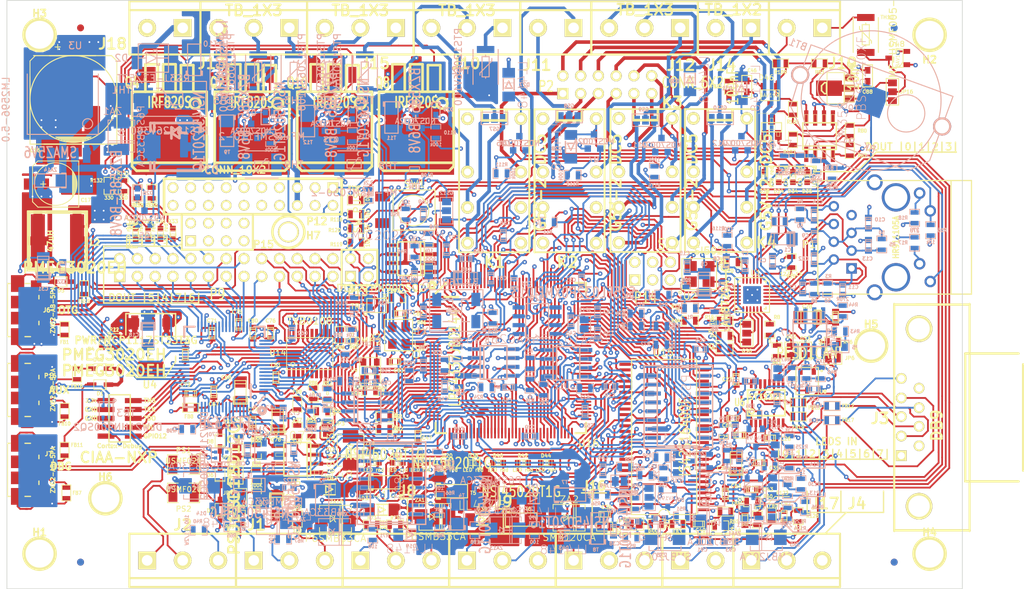
<source format=kicad_pcb>
(kicad_pcb (version 3) (host pcbnew "(2013-07-07 BZR 4022)-stable")
  (layers (15 F.Cu signal) (2 Inner2.Cu mixed hide) (1 Inner1.Cu mixed hide) (0 B.Cu signal) (18 B.Paste user) (19 F.Paste user) (20 B.SilkS user) (21 F.SilkS user hide) (22 B.Mask user) (23 F.Mask user) (28 Edge.Cuts user))
  (net 0 "")
  (net 1 +24V)
  (net 2 +3.3V)
  (net 3 +3.3VADC)
  (net 4 +5V)
  (net 5 /CPU/AIN0)
  (net 6 /CPU/AIN1)
  (net 7 /CPU/AIN2)
  (net 8 /CPU/AIN3)
  (net 9 /CPU/CAN_RD)
  (net 10 /CPU/CAN_TD)
  (net 11 /CPU/DIN0)
  (net 12 /CPU/DIN1)
  (net 13 /CPU/DIN2)
  (net 14 /CPU/DIN3)
  (net 15 /CPU/DIN4)
  (net 16 /CPU/DIN5)
  (net 17 /CPU/DIN6)
  (net 18 /CPU/DIN7)
  (net 19 /CPU/DOUT0)
  (net 20 /CPU/DOUT1)
  (net 21 /CPU/DOUT2)
  (net 22 /CPU/DOUT3)
  (net 23 /CPU/DOUT4)
  (net 24 /CPU/DOUT5)
  (net 25 /CPU/DOUT6)
  (net 26 /CPU/DOUT7)
  (net 27 /CPU/EECLK)
  (net 28 /CPU/EECS)
  (net 29 /CPU/EEDATA)
  (net 30 /CPU/EMA_A1)
  (net 31 /CPU/EMA_A2)
  (net 32 /CPU/EMA_A6)
  (net 33 /CPU/EMC_A0)
  (net 34 /CPU/EMC_A10)
  (net 35 /CPU/EMC_A11)
  (net 36 /CPU/EMC_A13)
  (net 37 /CPU/EMC_A14)
  (net 38 /CPU/EMC_A3)
  (net 39 /CPU/EMC_A4)
  (net 40 /CPU/EMC_A5)
  (net 41 /CPU/EMC_A7)
  (net 42 /CPU/EMC_A8)
  (net 43 /CPU/EMC_A9)
  (net 44 /CPU/EMC_CAS)
  (net 45 /CPU/EMC_CKE)
  (net 46 /CPU/EMC_CLK0)
  (net 47 /CPU/EMC_D0)
  (net 48 /CPU/EMC_D1)
  (net 49 /CPU/EMC_D10)
  (net 50 /CPU/EMC_D11)
  (net 51 /CPU/EMC_D12)
  (net 52 /CPU/EMC_D13)
  (net 53 /CPU/EMC_D14)
  (net 54 /CPU/EMC_D15)
  (net 55 /CPU/EMC_D2)
  (net 56 /CPU/EMC_D3)
  (net 57 /CPU/EMC_D4)
  (net 58 /CPU/EMC_D5)
  (net 59 /CPU/EMC_D6)
  (net 60 /CPU/EMC_D7)
  (net 61 /CPU/EMC_D8)
  (net 62 /CPU/EMC_D9)
  (net 63 /CPU/EMC_DYCS)
  (net 64 /CPU/EMC_LDQM)
  (net 65 /CPU/EMC_RAS)
  (net 66 /CPU/EMC_UDQM)
  (net 67 /CPU/EMC_WE)
  (net 68 /CPU/ENET_CRS_DV)
  (net 69 /CPU/ENET_MDC)
  (net 70 /CPU/ENET_MDIO)
  (net 71 /CPU/ENET_REF_CLK)
  (net 72 /CPU/ENET_RXD0)
  (net 73 /CPU/ENET_RXD1)
  (net 74 /CPU/ENET_TXD0)
  (net 75 /CPU/ENET_TXD1)
  (net 76 /CPU/ENET_TX_EN)
  (net 77 /CPU/FT_OE)
  (net 78 /CPU/FT_RST)
  (net 79 /CPU/FT_TCK)
  (net 80 /CPU/FT_TDI)
  (net 81 /CPU/FT_TDO)
  (net 82 /CPU/FT_TMS)
  (net 83 /CPU/FT_TRST)
  (net 84 /CPU/FT_XTIN)
  (net 85 /CPU/FT_XTOUT)
  (net 86 /CPU/GPIO0)
  (net 87 /CPU/GPIO1)
  (net 88 /CPU/GPIO2)
  (net 89 /CPU/GPIO3)
  (net 90 /CPU/GPIO_AIN0_DAC)
  (net 91 /CPU/I2C_SCL)
  (net 92 /CPU/I2C_SDA)
  (net 93 /CPU/RS232_RXD)
  (net 94 /CPU/RS232_TXD)
  (net 95 /CPU/RS485_DIR)
  (net 96 /CPU/RS485_RXD)
  (net 97 /CPU/RS485_TXD)
  (net 98 /CPU/RTCX1)
  (net 99 /CPU/RTCX2)
  (net 100 /CPU/SPIFI_CS)
  (net 101 /CPU/SPIFI_IO2)
  (net 102 /CPU/SPIFI_IO3)
  (net 103 /CPU/SPIFI_MISO)
  (net 104 /CPU/SPIFI_MOSI)
  (net 105 /CPU/SPI_MISO)
  (net 106 /CPU/SPI_MOSI)
  (net 107 /CPU/SPI_SCK)
  (net 108 /CPU/TCK)
  (net 109 /CPU/TDI)
  (net 110 /CPU/TDO)
  (net 111 /CPU/TMS)
  (net 112 /CPU/U2_RXD)
  (net 113 /CPU/U2_TXD)
  (net 114 /CPU/USB_AUX_DM)
  (net 115 /CPU/USB_AUX_DP)
  (net 116 /CPU/USB_DEBUG_VBUS)
  (net 117 /CPU/USB_DM)
  (net 118 /CPU/USB_DP)
  (net 119 /CPU/USB_ID)
  (net 120 /CPU/USB_JTAG_1.8V)
  (net 121 /CPU/USB_JTAG_DM)
  (net 122 /CPU/USB_JTAG_DP)
  (net 123 /CPU/USB_VBUS)
  (net 124 /CPU/XTAL1)
  (net 125 /CPU/XTAL2)
  (net 126 /CPU/nTRST)
  (net 127 "/Entradas Digitales/COM")
  (net 128 "/Entradas Digitales/IN0")
  (net 129 "/Entradas Digitales/IN1")
  (net 130 "/Entradas Digitales/IN2")
  (net 131 "/Entradas Digitales/IN3")
  (net 132 "/Entradas Digitales/IN4")
  (net 133 "/Entradas Digitales/IN5")
  (net 134 "/Entradas Digitales/IN6")
  (net 135 "/Entradas Digitales/IN7")
  (net 136 /Ethernet/LED_100M)
  (net 137 /Ethernet/LED_LINK)
  (net 138 /Ethernet/PHY_nRESET)
  (net 139 /GPIO/AN0)
  (net 140 /GPIO/AN1)
  (net 141 /GPIO/AN2)
  (net 142 /GPIO/AN3)
  (net 143 /GPIO/GPIO12)
  (net 144 /GPIO/GPIO7)
  (net 145 /GPIO/GPIO8)
  (net 146 /GPIO/USB_VBUS)
  (net 147 /GPIO/USR_3.3V)
  (net 148 "/Memorias NV/SPIFI_CLK")
  (net 149 /RS485_RS232_CAN/CAN_H)
  (net 150 /RS485_RS232_CAN/CAN_L)
  (net 151 /RS485_RS232_CAN/CAN_STB)
  (net 152 /RS485_RS232_CAN/RS232_CTS)
  (net 153 /RS485_RS232_CAN/RS232_RTS)
  (net 154 "/Salida Analógica/24V_A")
  (net 155 "/Salida Analógica/DAC_OUT")
  (net 156 "/Salidas Digitales/C1A")
  (net 157 "/Salidas Digitales/C1B")
  (net 158 "/Salidas Digitales/C2A")
  (net 159 "/Salidas Digitales/C2B")
  (net 160 "/Salidas Digitales/C3A")
  (net 161 "/Salidas Digitales/C3B")
  (net 162 "/Salidas Digitales/C4A")
  (net 163 "/Salidas Digitales/C4B")
  (net 164 "/Salidas Digitales/NC1A")
  (net 165 "/Salidas Digitales/NC1B")
  (net 166 "/Salidas Digitales/NC2A")
  (net 167 "/Salidas Digitales/NC2B")
  (net 168 "/Salidas Digitales/NC3A")
  (net 169 "/Salidas Digitales/NC3B")
  (net 170 "/Salidas Digitales/NC4A")
  (net 171 "/Salidas Digitales/NC4B")
  (net 172 "/Salidas Digitales/NO1A")
  (net 173 "/Salidas Digitales/NO1B")
  (net 174 "/Salidas Digitales/NO2A")
  (net 175 "/Salidas Digitales/NO2B")
  (net 176 "/Salidas Digitales/NO3A")
  (net 177 "/Salidas Digitales/NO3B")
  (net 178 "/Salidas Digitales/NO4A")
  (net 179 "/Salidas Digitales/NO4B")
  (net 180 "/USB OTG/USB0_PPWR")
  (net 181 "/USB OTG/USB0_PWR_FAULT")
  (net 182 GND)
  (net 183 GNDA)
  (net 184 N-00000100)
  (net 185 N-00000101)
  (net 186 N-00000102)
  (net 187 N-00000104)
  (net 188 N-00000106)
  (net 189 N-00000115)
  (net 190 N-00000116)
  (net 191 N-00000117)
  (net 192 N-00000119)
  (net 193 N-00000120)
  (net 194 N-00000121)
  (net 195 N-00000124)
  (net 196 N-00000125)
  (net 197 N-00000138)
  (net 198 N-00000140)
  (net 199 N-00000141)
  (net 200 N-00000142)
  (net 201 N-00000143)
  (net 202 N-00000144)
  (net 203 N-00000145)
  (net 204 N-00000147)
  (net 205 N-00000148)
  (net 206 N-00000156)
  (net 207 N-00000157)
  (net 208 N-00000158)
  (net 209 N-00000159)
  (net 210 N-00000160)
  (net 211 N-00000161)
  (net 212 N-00000162)
  (net 213 N-00000163)
  (net 214 N-00000164)
  (net 215 N-00000165)
  (net 216 N-00000166)
  (net 217 N-00000167)
  (net 218 N-00000168)
  (net 219 N-00000169)
  (net 220 N-00000170)
  (net 221 N-00000202)
  (net 222 N-00000205)
  (net 223 N-00000214)
  (net 224 N-00000215)
  (net 225 N-00000216)
  (net 226 N-00000217)
  (net 227 N-00000218)
  (net 228 N-00000219)
  (net 229 N-00000220)
  (net 230 N-00000222)
  (net 231 N-00000223)
  (net 232 N-00000224)
  (net 233 N-00000225)
  (net 234 N-00000226)
  (net 235 N-00000227)
  (net 236 N-00000231)
  (net 237 N-00000232)
  (net 238 N-00000233)
  (net 239 N-00000234)
  (net 240 N-00000235)
  (net 241 N-00000236)
  (net 242 N-00000239)
  (net 243 N-00000240)
  (net 244 N-00000241)
  (net 245 N-00000242)
  (net 246 N-00000243)
  (net 247 N-00000244)
  (net 248 N-00000245)
  (net 249 N-00000246)
  (net 250 N-00000247)
  (net 251 N-00000248)
  (net 252 N-00000249)
  (net 253 N-00000250)
  (net 254 N-00000251)
  (net 255 N-00000252)
  (net 256 N-00000253)
  (net 257 N-00000254)
  (net 258 N-00000255)
  (net 259 N-00000256)
  (net 260 N-00000257)
  (net 261 N-00000259)
  (net 262 N-00000260)
  (net 263 N-00000261)
  (net 264 N-00000262)
  (net 265 N-00000263)
  (net 266 N-00000264)
  (net 267 N-00000265)
  (net 268 N-00000266)
  (net 269 N-00000267)
  (net 270 N-00000268)
  (net 271 N-00000270)
  (net 272 N-00000273)
  (net 273 N-00000274)
  (net 274 N-00000276)
  (net 275 N-00000277)
  (net 276 N-00000278)
  (net 277 N-00000279)
  (net 278 N-00000280)
  (net 279 N-00000281)
  (net 280 N-00000282)
  (net 281 N-00000283)
  (net 282 N-00000284)
  (net 283 N-00000285)
  (net 284 N-00000286)
  (net 285 N-00000287)
  (net 286 N-00000290)
  (net 287 N-00000291)
  (net 288 N-00000292)
  (net 289 N-00000295)
  (net 290 N-00000296)
  (net 291 N-00000297)
  (net 292 N-00000298)
  (net 293 N-00000299)
  (net 294 N-00000300)
  (net 295 N-00000301)
  (net 296 N-00000302)
  (net 297 N-00000303)
  (net 298 N-00000304)
  (net 299 N-00000305)
  (net 300 N-00000306)
  (net 301 N-00000307)
  (net 302 N-00000308)
  (net 303 N-00000309)
  (net 304 N-00000310)
  (net 305 N-00000311)
  (net 306 N-00000312)
  (net 307 N-00000313)
  (net 308 N-00000314)
  (net 309 N-00000315)
  (net 310 N-00000316)
  (net 311 N-00000317)
  (net 312 N-00000318)
  (net 313 N-00000319)
  (net 314 N-00000320)
  (net 315 N-00000321)
  (net 316 N-00000322)
  (net 317 N-00000323)
  (net 318 N-00000324)
  (net 319 N-00000325)
  (net 320 N-00000326)
  (net 321 N-00000329)
  (net 322 N-00000330)
  (net 323 N-00000331)
  (net 324 N-00000332)
  (net 325 N-00000333)
  (net 326 N-00000336)
  (net 327 N-00000337)
  (net 328 N-00000338)
  (net 329 N-00000353)
  (net 330 N-00000354)
  (net 331 N-00000355)
  (net 332 N-00000356)
  (net 333 N-00000357)
  (net 334 N-00000359)
  (net 335 N-00000360)
  (net 336 N-00000361)
  (net 337 N-00000362)
  (net 338 N-00000363)
  (net 339 N-00000364)
  (net 340 N-00000365)
  (net 341 N-00000366)
  (net 342 N-00000367)
  (net 343 N-00000368)
  (net 344 N-00000369)
  (net 345 N-00000370)
  (net 346 N-00000371)
  (net 347 N-00000373)
  (net 348 N-00000374)
  (net 349 N-00000375)
  (net 350 N-00000376)
  (net 351 N-00000377)
  (net 352 N-00000378)
  (net 353 N-00000379)
  (net 354 N-00000380)
  (net 355 N-00000381)
  (net 356 N-00000382)
  (net 357 N-00000383)
  (net 358 N-00000384)
  (net 359 N-00000385)
  (net 360 N-00000386)
  (net 361 N-00000391)
  (net 362 N-00000395)
  (net 363 N-00000396)
  (net 364 N-00000397)
  (net 365 N-00000398)
  (net 366 N-00000399)
  (net 367 N-00000400)
  (net 368 N-00000401)
  (net 369 N-00000402)
  (net 370 N-00000403)
  (net 371 N-00000404)
  (net 372 N-00000406)
  (net 373 N-00000410)
  (net 374 N-00000411)
  (net 375 N-00000412)
  (net 376 N-00000413)
  (net 377 N-00000414)
  (net 378 N-00000415)
  (net 379 N-00000431)
  (net 380 N-00000432)
  (net 381 N-00000433)
  (net 382 N-00000434)
  (net 383 N-00000435)
  (net 384 N-00000436)
  (net 385 N-00000437)
  (net 386 N-00000438)
  (net 387 N-00000442)
  (net 388 N-00000443)
  (net 389 N-00000444)
  (net 390 N-00000445)
  (net 391 N-00000446)
  (net 392 N-00000449)
  (net 393 N-00000450)
  (net 394 N-00000451)
  (net 395 N-00000452)
  (net 396 N-00000453)
  (net 397 N-00000454)
  (net 398 N-00000455)
  (net 399 N-00000456)
  (net 400 N-00000457)
  (net 401 N-00000458)
  (net 402 N-00000461)
  (net 403 N-0000097)
  (net 404 N-0000098)
  (net 405 N-0000099)
  (module QFN24 (layer F.Cu) (at 118.872 54.737 270)
    (fp_text reference U1 (at -3.175 -0.508 360) (layer F.SilkS) (effects (font (size 0.762 0.762) (thickness 0.1143))))
    (fp_text value LAN8720A-CP (at 0 3.81 270) (layer F.SilkS) (effects (font (size 1.00076 1.00076) (thickness 0.3048))))
    (pad GND smd rect (at 0 0 180) (size 2.49936 2.49936) (layers F.Cu F.Paste F.Mask) (net 182 GND))
    (pad 1 smd oval (at -1.99898 -1.24968 270) (size 0.8001 0.24892) (layers F.Cu F.Paste F.Mask) (net 266 N-00000264))
    (pad 2 smd oval (at -1.99898 -0.7493 270) (size 0.8001 0.24892) (layers F.Cu F.Paste F.Mask) (net 136 /Ethernet/LED_100M))
    (pad 3 smd oval (at -1.99898 -0.24892 270) (size 0.8001 0.24892) (layers F.Cu F.Paste F.Mask) (net 137 /Ethernet/LED_LINK))
    (pad 4 smd oval (at -1.99898 0.24892 270) (size 0.8001 0.24892) (layers F.Cu F.Paste F.Mask))
    (pad 5 smd oval (at -1.99898 0.7493 270) (size 0.8001 0.24892) (layers F.Cu F.Paste F.Mask) (net 71 /CPU/ENET_REF_CLK))
    (pad 6 smd oval (at -1.99898 1.24968 270) (size 0.8001 0.24892) (layers F.Cu F.Paste F.Mask) (net 272 N-00000273))
    (pad 7 smd oval (at -1.24968 1.99898) (size 0.8001 0.24892) (layers F.Cu F.Paste F.Mask) (net 282 N-00000284))
    (pad 8 smd oval (at -0.7493 1.99898) (size 0.8001 0.24892) (layers F.Cu F.Paste F.Mask) (net 281 N-00000283))
    (pad 9 smd oval (at -0.24892 1.99898) (size 0.8001 0.24892) (layers F.Cu F.Paste F.Mask) (net 2 +3.3V))
    (pad 10 smd oval (at 0.24892 1.99898) (size 0.8001 0.24892) (layers F.Cu F.Paste F.Mask) (net 267 N-00000265))
    (pad 11 smd oval (at 0.7493 1.99898) (size 0.8001 0.24892) (layers F.Cu F.Paste F.Mask) (net 283 N-00000285))
    (pad 12 smd oval (at 1.24968 1.99898) (size 0.8001 0.24892) (layers F.Cu F.Paste F.Mask) (net 265 N-00000263))
    (pad 13 smd oval (at 1.99898 1.24968 90) (size 0.8001 0.24892) (layers F.Cu F.Paste F.Mask) (net 278 N-00000280))
    (pad 14 smd oval (at 1.99898 0.7493 90) (size 0.8001 0.24892) (layers F.Cu F.Paste F.Mask) (net 273 N-00000274))
    (pad 15 smd oval (at 1.99898 0.24892 90) (size 0.8001 0.24892) (layers F.Cu F.Paste F.Mask) (net 138 /Ethernet/PHY_nRESET))
    (pad 16 smd oval (at 1.99898 -0.24892 90) (size 0.8001 0.24892) (layers F.Cu F.Paste F.Mask) (net 280 N-00000282))
    (pad 17 smd oval (at 1.99898 -0.7493 90) (size 0.8001 0.24892) (layers F.Cu F.Paste F.Mask) (net 284 N-00000286))
    (pad 18 smd oval (at 1.99898 -1.24968 90) (size 0.8001 0.24892) (layers F.Cu F.Paste F.Mask) (net 279 N-00000281))
    (pad 19 smd oval (at 1.24968 -1.99898 180) (size 0.8001 0.24892) (layers F.Cu F.Paste F.Mask) (net 266 N-00000264))
    (pad 20 smd oval (at 0.7493 -1.99898 180) (size 0.8001 0.24892) (layers F.Cu F.Paste F.Mask) (net 269 N-00000267))
    (pad 21 smd oval (at 0.24892 -1.99898 180) (size 0.8001 0.24892) (layers F.Cu F.Paste F.Mask) (net 270 N-00000268))
    (pad 22 smd oval (at -0.24892 -1.99898 180) (size 0.8001 0.24892) (layers F.Cu F.Paste F.Mask) (net 268 N-00000266))
    (pad 23 smd oval (at -0.7493 -1.99898 180) (size 0.8001 0.24892) (layers F.Cu F.Paste F.Mask) (net 264 N-00000262))
    (pad 24 smd oval (at -1.24968 -1.99898 180) (size 0.8001 0.24892) (layers F.Cu F.Paste F.Mask) (net 276 N-00000278))
  )
  (module TSSOP16 (layer F.Cu) (at 121.031 70.231)
    (fp_text reference U6 (at -3.937 -0.127) (layer F.SilkS) (effects (font (size 1.016 0.762) (thickness 0.1905))))
    (fp_text value ST3232E (at -0.2 -0.9) (layer F.SilkS) (effects (font (size 0.762 0.762) (thickness 0.1905))))
    (pad 1 smd rect (at -2.27584 2.79908) (size 0.381 1.27) (layers F.Cu F.Paste F.Mask) (net 223 N-00000214))
    (pad 2 smd rect (at -1.6256 2.79908) (size 0.381 1.27) (layers F.Cu F.Paste F.Mask) (net 243 N-00000240))
    (pad 3 smd rect (at -0.97536 2.79908) (size 0.381 1.27) (layers F.Cu F.Paste F.Mask) (net 226 N-00000217))
    (pad 4 smd rect (at -0.32512 2.79908) (size 0.381 1.27) (layers F.Cu F.Paste F.Mask) (net 225 N-00000216))
    (pad 5 smd rect (at 0.32512 2.79908) (size 0.381 1.27) (layers F.Cu F.Paste F.Mask) (net 230 N-00000222))
    (pad 6 smd rect (at 0.97536 2.79908) (size 0.381 1.27) (layers F.Cu F.Paste F.Mask) (net 237 N-00000232))
    (pad 7 smd rect (at 1.6256 2.79908) (size 0.381 1.27) (layers F.Cu F.Paste F.Mask) (net 247 N-00000244))
    (pad 8 smd rect (at 2.27584 2.79908) (size 0.381 1.27) (layers F.Cu F.Paste F.Mask) (net 246 N-00000243))
    (pad 9 smd rect (at 2.27584 -2.79908) (size 0.381 1.27) (layers F.Cu F.Paste F.Mask) (net 152 /RS485_RS232_CAN/RS232_CTS))
    (pad 10 smd rect (at 1.6256 -2.79908) (size 0.381 1.27) (layers F.Cu F.Paste F.Mask) (net 153 /RS485_RS232_CAN/RS232_RTS))
    (pad 11 smd rect (at 0.97536 -2.79908) (size 0.381 1.27) (layers F.Cu F.Paste F.Mask) (net 94 /CPU/RS232_TXD))
    (pad 12 smd rect (at 0.32512 -2.79908) (size 0.381 1.27) (layers F.Cu F.Paste F.Mask) (net 93 /CPU/RS232_RXD))
    (pad 13 smd rect (at -0.32512 -2.79908) (size 0.381 1.27) (layers F.Cu F.Paste F.Mask) (net 245 N-00000242))
    (pad 14 smd rect (at -0.97536 -2.79908) (size 0.381 1.27) (layers F.Cu F.Paste F.Mask) (net 248 N-00000245))
    (pad 15 smd rect (at -1.6256 -2.79908) (size 0.381 1.27) (layers F.Cu F.Paste F.Mask) (net 182 GND))
    (pad 16 smd rect (at -2.27584 -2.79908) (size 0.381 1.27) (layers F.Cu F.Paste F.Mask) (net 2 +3.3V))
  )
  (module TSSOP14 (layer B.Cu) (at 113.157 82.55 90)
    (fp_text reference U11 (at 2.794 2.667 180) (layer B.SilkS) (effects (font (size 0.762 0.635) (thickness 0.16002)) (justify mirror)))
    (fp_text value MCP6024 (at 0 -0.508 90) (layer B.SilkS) (effects (font (size 0.762 0.762) (thickness 0.16002)) (justify mirror)))
    (pad 1 smd rect (at -1.9304 -2.794 90) (size 0.29972 1.30048) (layers B.Cu B.Paste B.Mask) (net 302 N-00000308))
    (pad 2 smd rect (at -1.2954 -2.794 90) (size 0.29972 1.30048) (layers B.Cu B.Paste B.Mask) (net 302 N-00000308))
    (pad 3 smd rect (at -0.635 -2.794 90) (size 0.29972 1.30048) (layers B.Cu B.Paste B.Mask) (net 306 N-00000312))
    (pad 4 smd rect (at 0 -2.794 90) (size 0.29972 1.30048) (layers B.Cu B.Paste B.Mask) (net 3 +3.3VADC))
    (pad 5 smd rect (at 0.6604 -2.794 90) (size 0.29972 1.30048) (layers B.Cu B.Paste B.Mask) (net 289 N-00000295))
    (pad 6 smd rect (at 1.3081 -2.794 90) (size 0.29972 1.30048) (layers B.Cu B.Paste B.Mask) (net 303 N-00000309))
    (pad 7 smd rect (at 1.9558 -2.794 90) (size 0.29972 1.30048) (layers B.Cu B.Paste B.Mask) (net 303 N-00000309))
    (pad 8 smd rect (at 1.9558 2.794 90) (size 0.29972 1.30048) (layers B.Cu B.Paste B.Mask) (net 304 N-00000310))
    (pad 9 smd rect (at 1.3081 2.794 90) (size 0.29972 1.30048) (layers B.Cu B.Paste B.Mask) (net 304 N-00000310))
    (pad 10 smd rect (at 0.6604 2.794 90) (size 0.29972 1.30048) (layers B.Cu B.Paste B.Mask) (net 295 N-00000301))
    (pad 11 smd rect (at 0 2.794 90) (size 0.29972 1.30048) (layers B.Cu B.Paste B.Mask) (net 183 GNDA))
    (pad 12 smd rect (at -0.6477 2.794 90) (size 0.29972 1.30048) (layers B.Cu B.Paste B.Mask) (net 320 N-00000326))
    (pad 13 smd rect (at -1.2954 2.794 90) (size 0.29972 1.30048) (layers B.Cu B.Paste B.Mask) (net 301 N-00000307))
    (pad 14 smd rect (at -1.9431 2.794 90) (size 0.29972 1.30048) (layers B.Cu B.Paste B.Mask) (net 301 N-00000307))
  )
  (module tssop-20 (layer F.Cu) (at 55.626 63.119)
    (fp_text reference U14 (at -4.572 -0.127) (layer F.SilkS) (effects (font (size 0.8001 0.8001) (thickness 0.14986))))
    (fp_text value TXB0108 (at 0.008 -4.669) (layer F.SilkS) (effects (font (size 1.00076 1.00076) (thickness 0.14986))))
    (pad 5 smd rect (at -0.32512 2.79908) (size 0.4191 1.47066) (layers F.Cu F.Paste F.Mask) (net 82 /CPU/FT_TMS))
    (pad 6 smd rect (at 0.32512 2.79908) (size 0.4191 1.47066) (layers F.Cu F.Paste F.Mask) (net 83 /CPU/FT_TRST))
    (pad 7 smd rect (at 0.97536 2.79908) (size 0.4191 1.47066) (layers F.Cu F.Paste F.Mask) (net 78 /CPU/FT_RST))
    (pad 8 smd rect (at 1.6256 2.79908) (size 0.4191 1.47066) (layers F.Cu F.Paste F.Mask) (net 184 N-00000100))
    (pad 19 smd rect (at -2.26568 -2.794) (size 0.4191 1.47066) (layers F.Cu F.Paste F.Mask) (net 2 +3.3V))
    (pad 2 smd rect (at -2.27584 2.79908) (size 0.4191 1.47066) (layers F.Cu F.Paste F.Mask) (net 2 +3.3V))
    (pad 3 smd rect (at -1.6256 2.79908) (size 0.4191 1.47066) (layers F.Cu F.Paste F.Mask) (net 80 /CPU/FT_TDI))
    (pad 4 smd rect (at -0.97536 2.79908) (size 0.4191 1.47066) (layers F.Cu F.Paste F.Mask) (net 81 /CPU/FT_TDO))
    (pad 12 smd rect (at 2.27584 -2.79908) (size 0.4191 1.47066) (layers F.Cu F.Paste F.Mask) (net 403 N-0000097))
    (pad 13 smd rect (at 1.6256 -2.79908) (size 0.4191 1.47066) (layers F.Cu F.Paste F.Mask) (net 404 N-0000098))
    (pad 14 smd rect (at 0.97536 -2.79908) (size 0.4191 1.47066) (layers F.Cu F.Paste F.Mask))
    (pad 15 smd rect (at 0.32512 -2.79908) (size 0.4191 1.47066) (layers F.Cu F.Paste F.Mask))
    (pad 16 smd rect (at -0.32512 -2.79908) (size 0.4191 1.47066) (layers F.Cu F.Paste F.Mask) (net 111 /CPU/TMS))
    (pad 17 smd rect (at -0.97536 -2.79908) (size 0.4191 1.47066) (layers F.Cu F.Paste F.Mask) (net 110 /CPU/TDO))
    (pad 9 smd rect (at 2.27584 2.79908) (size 0.4191 1.47066) (layers F.Cu F.Paste F.Mask) (net 185 N-00000101))
    (pad 18 smd rect (at -1.6256 -2.794) (size 0.4191 1.47066) (layers F.Cu F.Paste F.Mask) (net 109 /CPU/TDI))
    (pad 1 smd rect (at -2.92608 2.79908) (size 0.4191 1.47066) (layers F.Cu F.Paste F.Mask) (net 79 /CPU/FT_TCK))
    (pad 10 smd rect (at 2.92608 2.79908) (size 0.4191 1.47066) (layers F.Cu F.Paste F.Mask) (net 405 N-0000099))
    (pad 11 smd rect (at 2.92608 -2.79908) (size 0.4191 1.47066) (layers F.Cu F.Paste F.Mask) (net 182 GND))
    (pad 20 smd rect (at -2.92608 -2.79908) (size 0.4191 1.47066) (layers F.Cu F.Paste F.Mask) (net 108 /CPU/TCK))
  )
  (module TSOP54-M08-T2 (layer F.Cu) (at 106.299 75.057 90)
    (fp_text reference U15 (at 12.065 -0.127 180) (layer F.SilkS) (effects (font (size 1.016 1.016) (thickness 0.1524))))
    (fp_text value IS42S16400F (at 0 3.00228 90) (layer F.SilkS) (effects (font (size 1.524 1.143) (thickness 0.2032))))
    (pad 1 smd rect (at -10.39622 5.6007 90) (size 0.4318 1.6002) (layers F.Cu F.Paste F.Mask) (net 2 +3.3V))
    (pad 2 smd rect (at -9.59612 5.6007 90) (size 0.4318 1.6002) (layers F.Cu F.Paste F.Mask) (net 47 /CPU/EMC_D0))
    (pad 3 smd rect (at -8.79602 5.6007 90) (size 0.4318 1.6002) (layers F.Cu F.Paste F.Mask) (net 2 +3.3V))
    (pad 4 smd rect (at -7.99592 5.6007 90) (size 0.4318 1.6002) (layers F.Cu F.Paste F.Mask) (net 48 /CPU/EMC_D1))
    (pad 5 smd rect (at -7.19582 5.6007 90) (size 0.4318 1.6002) (layers F.Cu F.Paste F.Mask) (net 55 /CPU/EMC_D2))
    (pad 6 smd rect (at -6.39572 5.6007 90) (size 0.4318 1.6002) (layers F.Cu F.Paste F.Mask) (net 182 GND))
    (pad 7 smd rect (at -5.59562 5.6007 90) (size 0.4318 1.6002) (layers F.Cu F.Paste F.Mask) (net 56 /CPU/EMC_D3))
    (pad 8 smd rect (at -4.79552 5.6007 90) (size 0.4318 1.6002) (layers F.Cu F.Paste F.Mask) (net 57 /CPU/EMC_D4))
    (pad 9 smd rect (at -3.99542 5.6007 90) (size 0.4318 1.6002) (layers F.Cu F.Paste F.Mask) (net 2 +3.3V))
    (pad 10 smd rect (at -3.19532 5.6007 90) (size 0.4318 1.6002) (layers F.Cu F.Paste F.Mask) (net 58 /CPU/EMC_D5))
    (pad 11 smd rect (at -2.39522 5.6007 90) (size 0.4318 1.6002) (layers F.Cu F.Paste F.Mask) (net 59 /CPU/EMC_D6))
    (pad 12 smd rect (at -1.59512 5.6007 90) (size 0.4318 1.6002) (layers F.Cu F.Paste F.Mask) (net 182 GND))
    (pad 13 smd rect (at -0.79502 5.6007 90) (size 0.4318 1.6002) (layers F.Cu F.Paste F.Mask) (net 60 /CPU/EMC_D7))
    (pad 14 smd rect (at 0 5.6007 90) (size 0.4318 1.6002) (layers F.Cu F.Paste F.Mask) (net 2 +3.3V))
    (pad 15 smd rect (at 0.8001 5.6007 90) (size 0.4318 1.6002) (layers F.Cu F.Paste F.Mask) (net 64 /CPU/EMC_LDQM))
    (pad 16 smd rect (at 1.6002 5.6007 90) (size 0.4318 1.6002) (layers F.Cu F.Paste F.Mask) (net 67 /CPU/EMC_WE))
    (pad 17 smd rect (at 2.4003 5.6007 90) (size 0.4318 1.6002) (layers F.Cu F.Paste F.Mask) (net 44 /CPU/EMC_CAS))
    (pad 18 smd rect (at 3.2004 5.6007 90) (size 0.4318 1.6002) (layers F.Cu F.Paste F.Mask) (net 65 /CPU/EMC_RAS))
    (pad 19 smd rect (at 4.0005 5.6007 90) (size 0.4318 1.6002) (layers F.Cu F.Paste F.Mask) (net 63 /CPU/EMC_DYCS))
    (pad 20 smd rect (at 4.8006 5.6007 90) (size 0.4318 1.6002) (layers F.Cu F.Paste F.Mask) (net 36 /CPU/EMC_A13))
    (pad 21 smd rect (at 5.6007 5.6007 90) (size 0.4318 1.6002) (layers F.Cu F.Paste F.Mask) (net 37 /CPU/EMC_A14))
    (pad 22 smd rect (at 6.4008 5.6007 90) (size 0.4318 1.6002) (layers F.Cu F.Paste F.Mask) (net 34 /CPU/EMC_A10))
    (pad 23 smd rect (at 7.2009 5.6007 90) (size 0.4318 1.6002) (layers F.Cu F.Paste F.Mask) (net 33 /CPU/EMC_A0))
    (pad 24 smd rect (at 8.001 5.6007 90) (size 0.4318 1.6002) (layers F.Cu F.Paste F.Mask) (net 30 /CPU/EMA_A1))
    (pad 25 smd rect (at 8.8011 5.6007 90) (size 0.4318 1.6002) (layers F.Cu F.Paste F.Mask) (net 31 /CPU/EMA_A2))
    (pad 26 smd rect (at 9.6012 5.6007 90) (size 0.4318 1.6002) (layers F.Cu F.Paste F.Mask) (net 38 /CPU/EMC_A3))
    (pad 27 smd rect (at 10.4013 5.6007 90) (size 0.4318 1.6002) (layers F.Cu F.Paste F.Mask) (net 2 +3.3V))
    (pad 28 smd rect (at 10.4013 -5.59562 90) (size 0.4318 1.6002) (layers F.Cu F.Paste F.Mask) (net 182 GND))
    (pad 29 smd rect (at 9.6012 -5.59562 90) (size 0.4318 1.6002) (layers F.Cu F.Paste F.Mask) (net 39 /CPU/EMC_A4))
    (pad 30 smd rect (at 8.8011 -5.59562 90) (size 0.4318 1.6002) (layers F.Cu F.Paste F.Mask) (net 40 /CPU/EMC_A5))
    (pad 31 smd rect (at 8.001 -5.59562 90) (size 0.4318 1.6002) (layers F.Cu F.Paste F.Mask) (net 32 /CPU/EMA_A6))
    (pad 32 smd rect (at 7.2009 -5.59562 90) (size 0.4318 1.6002) (layers F.Cu F.Paste F.Mask) (net 41 /CPU/EMC_A7))
    (pad 33 smd rect (at 6.4008 -5.59562 90) (size 0.4318 1.6002) (layers F.Cu F.Paste F.Mask) (net 42 /CPU/EMC_A8))
    (pad 34 smd rect (at 5.6007 -5.59562 90) (size 0.4318 1.6002) (layers F.Cu F.Paste F.Mask) (net 43 /CPU/EMC_A9))
    (pad 35 smd rect (at 4.8006 -5.59562 90) (size 0.4318 1.6002) (layers F.Cu F.Paste F.Mask) (net 35 /CPU/EMC_A11))
    (pad 36 smd rect (at 4.0005 -5.59562 90) (size 0.4318 1.6002) (layers F.Cu F.Paste F.Mask))
    (pad 37 smd rect (at 3.2004 -5.59562 90) (size 0.4318 1.6002) (layers F.Cu F.Paste F.Mask) (net 45 /CPU/EMC_CKE))
    (pad 38 smd rect (at 2.4003 -5.59562 90) (size 0.4318 1.6002) (layers F.Cu F.Paste F.Mask) (net 46 /CPU/EMC_CLK0))
    (pad 39 smd rect (at 1.6002 -5.59562 90) (size 0.4318 1.6002) (layers F.Cu F.Paste F.Mask) (net 66 /CPU/EMC_UDQM))
    (pad 40 smd rect (at 0.8001 -5.59562 90) (size 0.4318 1.6002) (layers F.Cu F.Paste F.Mask))
    (pad 41 smd rect (at 0 -5.59562 90) (size 0.4318 1.6002) (layers F.Cu F.Paste F.Mask) (net 182 GND))
    (pad 42 smd rect (at -0.79502 -5.59562 90) (size 0.4318 1.6002) (layers F.Cu F.Paste F.Mask) (net 61 /CPU/EMC_D8))
    (pad 43 smd rect (at -1.59512 -5.59562 90) (size 0.4318 1.6002) (layers F.Cu F.Paste F.Mask) (net 2 +3.3V))
    (pad 44 smd rect (at -2.39522 -5.59562 90) (size 0.4318 1.6002) (layers F.Cu F.Paste F.Mask) (net 62 /CPU/EMC_D9))
    (pad 45 smd rect (at -3.19532 -5.59562 90) (size 0.4318 1.6002) (layers F.Cu F.Paste F.Mask) (net 49 /CPU/EMC_D10))
    (pad 46 smd rect (at -3.99542 -5.59562 90) (size 0.4318 1.6002) (layers F.Cu F.Paste F.Mask) (net 182 GND))
    (pad 47 smd rect (at -4.79552 -5.59562 90) (size 0.4318 1.6002) (layers F.Cu F.Paste F.Mask) (net 50 /CPU/EMC_D11))
    (pad 48 smd rect (at -5.59562 -5.59562 90) (size 0.4318 1.6002) (layers F.Cu F.Paste F.Mask) (net 51 /CPU/EMC_D12))
    (pad 49 smd rect (at -6.39572 -5.59562 90) (size 0.4318 1.6002) (layers F.Cu F.Paste F.Mask) (net 2 +3.3V))
    (pad 50 smd rect (at -7.19582 -5.59562 90) (size 0.4318 1.6002) (layers F.Cu F.Paste F.Mask) (net 52 /CPU/EMC_D13))
    (pad 51 smd rect (at -7.99592 -5.59562 90) (size 0.4318 1.6002) (layers F.Cu F.Paste F.Mask) (net 53 /CPU/EMC_D14))
    (pad 52 smd rect (at -8.79602 -5.59562 90) (size 0.4318 1.6002) (layers F.Cu F.Paste F.Mask) (net 182 GND))
    (pad 53 smd rect (at -9.59612 -5.59562 90) (size 0.4318 1.6002) (layers F.Cu F.Paste F.Mask) (net 54 /CPU/EMC_D15))
    (pad 54 smd rect (at -10.39622 -5.59562 90) (size 0.4318 1.6002) (layers F.Cu F.Paste F.Mask) (net 182 GND))
  )
  (module TO263 (layer F.Cu) (at 47.371 23.241 180)
    (fp_text reference Q2 (at 4.953 -1.143 180) (layer F.SilkS) (effects (font (size 1.524 1.016) (thickness 0.254))))
    (fp_text value IRF820S (at 0 -3.937 180) (layer F.SilkS) (effects (font (size 1.524 1.016) (thickness 0.254))))
    (pad 1 smd rect (at -2.54 0 180) (size 1.143 2.286) (layers F.Cu F.Paste F.Mask) (net 381 N-00000433))
    (pad 2 smd rect (at 0 -10.795 180) (size 10.80008 6.9977) (layers F.Cu F.Paste F.Mask) (net 388 N-00000443))
    (pad 3 smd rect (at 2.54 0 180) (size 1.143 2.286) (layers F.Cu F.Paste F.Mask) (net 182 GND))
    (pad 2 smd rect (at 0 0 180) (size 1.143 2.286) (layers F.Cu F.Paste F.Mask) (net 388 N-00000443))
  )
  (module TO263 (layer F.Cu) (at 70.866 23.241 180)
    (fp_text reference Q8 (at 4.826 -1.143 180) (layer F.SilkS) (effects (font (size 1.524 1.016) (thickness 0.254))))
    (fp_text value IRF820S (at 0 -3.937 180) (layer F.SilkS) (effects (font (size 1.524 1.016) (thickness 0.254))))
    (pad 1 smd rect (at -2.54 0 180) (size 1.143 2.286) (layers F.Cu F.Paste F.Mask) (net 380 N-00000432))
    (pad 2 smd rect (at 0 -10.795 180) (size 10.80008 6.9977) (layers F.Cu F.Paste F.Mask) (net 390 N-00000445))
    (pad 3 smd rect (at 2.54 0 180) (size 1.143 2.286) (layers F.Cu F.Paste F.Mask) (net 182 GND))
    (pad 2 smd rect (at 0 0 180) (size 1.143 2.286) (layers F.Cu F.Paste F.Mask) (net 390 N-00000445))
  )
  (module TO263 (layer F.Cu) (at 35.56 23.241 180)
    (fp_text reference Q4 (at 5.334 -1.143 180) (layer F.SilkS) (effects (font (size 1.524 1.016) (thickness 0.254))))
    (fp_text value IRF820S (at 0 -3.937 180) (layer F.SilkS) (effects (font (size 1.524 1.016) (thickness 0.254))))
    (pad 1 smd rect (at -2.54 0 180) (size 1.143 2.286) (layers F.Cu F.Paste F.Mask) (net 382 N-00000434))
    (pad 2 smd rect (at 0 -10.795 180) (size 10.80008 6.9977) (layers F.Cu F.Paste F.Mask) (net 387 N-00000442))
    (pad 3 smd rect (at 2.54 0 180) (size 1.143 2.286) (layers F.Cu F.Paste F.Mask) (net 182 GND))
    (pad 2 smd rect (at 0 0 180) (size 1.143 2.286) (layers F.Cu F.Paste F.Mask) (net 387 N-00000442))
  )
  (module TO263 (layer F.Cu) (at 59.182 23.241 180)
    (fp_text reference Q10 (at 5.334 -1.143 180) (layer F.SilkS) (effects (font (size 1.524 1.016) (thickness 0.254))))
    (fp_text value IRF820S (at 0 -3.937 180) (layer F.SilkS) (effects (font (size 1.524 1.016) (thickness 0.254))))
    (pad 1 smd rect (at -2.54 0 180) (size 1.143 2.286) (layers F.Cu F.Paste F.Mask) (net 378 N-00000415))
    (pad 2 smd rect (at 0 -10.795 180) (size 10.80008 6.9977) (layers F.Cu F.Paste F.Mask) (net 389 N-00000444))
    (pad 3 smd rect (at 2.54 0 180) (size 1.143 2.286) (layers F.Cu F.Paste F.Mask) (net 182 GND))
    (pad 2 smd rect (at 0 0 180) (size 1.143 2.286) (layers F.Cu F.Paste F.Mask) (net 389 N-00000444))
  )
  (module SRF2012 (layer B.Cu) (at 26.924 70.612 270)
    (fp_text reference TR3 (at 1.016 -2.413 360) (layer B.SilkS) (effects (justify mirror)))
    (fp_text value DLW21HN900SQ2 (at 3.031 -1.28 540) (layer B.SilkS) (effects (justify mirror)))
    (pad 1 smd rect (at 0 0 270) (size 0.45 0.45) (layers B.Cu B.Paste B.Mask) (net 328 N-00000338))
    (pad 2 smd rect (at 1.6 0 270) (size 0.45 0.45) (layers B.Cu B.Paste B.Mask) (net 114 /CPU/USB_AUX_DM))
    (pad 3 smd rect (at 1.6 0.85 270) (size 0.45 0.45) (layers B.Cu B.Paste B.Mask) (net 115 /CPU/USB_AUX_DP))
    (pad 4 smd rect (at 0 0.85 270) (size 0.45 0.45) (layers B.Cu B.Paste B.Mask) (net 325 N-00000333))
  )
  (module SRF2012 (layer F.Cu) (at 64.389 56.642)
    (fp_text reference TR2 (at -1.905 -0.254) (layer F.SilkS) (effects (font (size 0.762 0.762) (thickness 0.127))))
    (fp_text value DLW21HN900SQ2 (at 1.4 -2.9) (layer F.SilkS))
    (pad 1 smd rect (at 0 0) (size 0.45 0.45) (layers F.Cu F.Paste F.Mask) (net 287 N-00000291))
    (pad 2 smd rect (at 1.6 0) (size 0.45 0.45) (layers F.Cu F.Paste F.Mask) (net 117 /CPU/USB_DM))
    (pad 3 smd rect (at 1.6 -0.85) (size 0.45 0.45) (layers F.Cu F.Paste F.Mask) (net 118 /CPU/USB_DP))
    (pad 4 smd rect (at 0 -0.85) (size 0.45 0.45) (layers F.Cu F.Paste F.Mask) (net 288 N-00000292))
  )
  (module SRF2012 (layer B.Cu) (at 42.164 77.216)
    (fp_text reference TR1 (at -2.54 0.762) (layer B.SilkS) (effects (justify mirror)))
    (fp_text value DLW21HN900SQ2 (at -1.6 0.5 90) (layer B.SilkS) (effects (justify mirror)))
    (pad 1 smd rect (at 0 0) (size 0.45 0.45) (layers B.Cu B.Paste B.Mask) (net 205 N-00000148))
    (pad 2 smd rect (at 1.6 0) (size 0.45 0.45) (layers B.Cu B.Paste B.Mask) (net 121 /CPU/USB_JTAG_DM))
    (pad 3 smd rect (at 1.6 0.85) (size 0.45 0.45) (layers B.Cu B.Paste B.Mask) (net 122 /CPU/USB_JTAG_DP))
    (pad 4 smd rect (at 0 0.85) (size 0.45 0.45) (layers B.Cu B.Paste B.Mask) (net 197 N-00000138))
  )
  (module SOT23GDS (layer B.Cu) (at 70.739 29.845)
    (fp_text reference Q9 (at 0.127 -2.413) (layer B.SilkS) (effects (font (size 0.762 0.762) (thickness 0.12954)) (justify mirror)))
    (fp_text value NDS7002A (at 0 0) (layer B.SilkS) (effects (font (size 0.762 0.762) (thickness 0.12954)) (justify mirror)))
    (pad S smd rect (at -0.889 1.016) (size 0.9144 0.9144) (layers B.Cu B.Paste B.Mask) (net 182 GND))
    (pad G smd rect (at 0.889 1.016) (size 0.9144 0.9144) (layers B.Cu B.Paste B.Mask) (net 25 /CPU/DOUT6))
    (pad D smd rect (at 0 -1.016) (size 0.9144 0.9144) (layers B.Cu B.Paste B.Mask) (net 380 N-00000432))
  )
  (module SOT23GDS (layer B.Cu) (at 96.266 32.766)
    (fp_text reference Q7 (at 0 2.54) (layer B.SilkS) (effects (font (size 0.762 0.762) (thickness 0.12954)) (justify mirror)))
    (fp_text value NDS7002A (at 0 0) (layer B.SilkS) (effects (font (size 0.762 0.762) (thickness 0.12954)) (justify mirror)))
    (pad S smd rect (at -0.889 1.016) (size 0.9144 0.9144) (layers B.Cu B.Paste B.Mask) (net 182 GND))
    (pad G smd rect (at 0.889 1.016) (size 0.9144 0.9144) (layers B.Cu B.Paste B.Mask) (net 20 /CPU/DOUT1))
    (pad D smd rect (at 0 -1.016) (size 0.9144 0.9144) (layers B.Cu B.Paste B.Mask) (net 386 N-00000438))
  )
  (module SOT23GDS (layer B.Cu) (at 117.348 33.02)
    (fp_text reference Q12 (at -3.048 0) (layer B.SilkS) (effects (font (size 0.762 0.762) (thickness 0.12954)) (justify mirror)))
    (fp_text value NDS7002A (at 0 0) (layer B.SilkS) (effects (font (size 0.762 0.762) (thickness 0.12954)) (justify mirror)))
    (pad S smd rect (at -0.889 1.016) (size 0.9144 0.9144) (layers B.Cu B.Paste B.Mask) (net 182 GND))
    (pad G smd rect (at 0.889 1.016) (size 0.9144 0.9144) (layers B.Cu B.Paste B.Mask) (net 22 /CPU/DOUT3))
    (pad D smd rect (at 0 -1.016) (size 0.9144 0.9144) (layers B.Cu B.Paste B.Mask) (net 379 N-00000431))
  )
  (module SOT23GDS (layer B.Cu) (at 105.918 33.274)
    (fp_text reference Q11 (at -3.048 0) (layer B.SilkS) (effects (font (size 0.762 0.762) (thickness 0.12954)) (justify mirror)))
    (fp_text value NDS7002A (at 0 0) (layer B.SilkS) (effects (font (size 0.762 0.762) (thickness 0.12954)) (justify mirror)))
    (pad S smd rect (at -0.889 1.016) (size 0.9144 0.9144) (layers B.Cu B.Paste B.Mask) (net 182 GND))
    (pad G smd rect (at 0.889 1.016) (size 0.9144 0.9144) (layers B.Cu B.Paste B.Mask) (net 21 /CPU/DOUT2))
    (pad D smd rect (at 0 -1.016) (size 0.9144 0.9144) (layers B.Cu B.Paste B.Mask) (net 375 N-00000412))
  )
  (module SOT23GDS (layer B.Cu) (at 58.674 30.226)
    (fp_text reference Q13 (at 0 2.286) (layer B.SilkS) (effects (font (size 0.762 0.762) (thickness 0.12954)) (justify mirror)))
    (fp_text value NDS7002A (at 0 0) (layer B.SilkS) (effects (font (size 0.762 0.762) (thickness 0.12954)) (justify mirror)))
    (pad S smd rect (at -0.889 1.016) (size 0.9144 0.9144) (layers B.Cu B.Paste B.Mask) (net 182 GND))
    (pad G smd rect (at 0.889 1.016) (size 0.9144 0.9144) (layers B.Cu B.Paste B.Mask) (net 26 /CPU/DOUT7))
    (pad D smd rect (at 0 -1.016) (size 0.9144 0.9144) (layers B.Cu B.Paste B.Mask) (net 378 N-00000415))
  )
  (module SOT23GDS (layer B.Cu) (at 85.598 33.02)
    (fp_text reference Q6 (at -2.54 0) (layer B.SilkS) (effects (font (size 0.762 0.762) (thickness 0.12954)) (justify mirror)))
    (fp_text value NDS7002A (at 0 0) (layer B.SilkS) (effects (font (size 0.762 0.762) (thickness 0.12954)) (justify mirror)))
    (pad S smd rect (at -0.889 1.016) (size 0.9144 0.9144) (layers B.Cu B.Paste B.Mask) (net 182 GND))
    (pad G smd rect (at 0.889 1.016) (size 0.9144 0.9144) (layers B.Cu B.Paste B.Mask) (net 19 /CPU/DOUT0))
    (pad D smd rect (at 0 -1.016) (size 0.9144 0.9144) (layers B.Cu B.Paste B.Mask) (net 391 N-00000446))
  )
  (module SOT23GDS (layer B.Cu) (at 32.004 43.688)
    (fp_text reference Q5 (at 0 2.54) (layer B.SilkS) (effects (font (size 0.762 0.762) (thickness 0.12954)) (justify mirror)))
    (fp_text value NDS7002A (at 0 0) (layer B.SilkS) (effects (font (size 0.762 0.762) (thickness 0.12954)) (justify mirror)))
    (pad S smd rect (at -0.889 1.016) (size 0.9144 0.9144) (layers B.Cu B.Paste B.Mask) (net 182 GND))
    (pad G smd rect (at 0.889 1.016) (size 0.9144 0.9144) (layers B.Cu B.Paste B.Mask) (net 24 /CPU/DOUT5))
    (pad D smd rect (at 0 -1.016) (size 0.9144 0.9144) (layers B.Cu B.Paste B.Mask) (net 382 N-00000434))
  )
  (module SOT23GDS (layer B.Cu) (at 47.244 31.242)
    (fp_text reference Q3 (at 0 -2.54) (layer B.SilkS) (effects (font (size 0.762 0.762) (thickness 0.12954)) (justify mirror)))
    (fp_text value NDS7002A (at 0 0) (layer B.SilkS) (effects (font (size 0.762 0.762) (thickness 0.12954)) (justify mirror)))
    (pad S smd rect (at -0.889 1.016) (size 0.9144 0.9144) (layers B.Cu B.Paste B.Mask) (net 182 GND))
    (pad G smd rect (at 0.889 1.016) (size 0.9144 0.9144) (layers B.Cu B.Paste B.Mask) (net 23 /CPU/DOUT4))
    (pad D smd rect (at 0 -1.016) (size 0.9144 0.9144) (layers B.Cu B.Paste B.Mask) (net 381 N-00000433))
  )
  (module SOT23-DIODE (layer B.Cu) (at 119.126 82.296)
    (fp_text reference D12 (at -1.524 -2.286) (layer B.SilkS) (effects (font (size 0.508 0.508) (thickness 0.1143)) (justify mirror)))
    (fp_text value BAV199 (at 0.0635 0) (layer B.SilkS) (effects (font (size 0.50038 0.50038) (thickness 0.0762)) (justify mirror)))
    (pad 2 smd rect (at 0 1.27) (size 0.70104 1.00076) (layers B.Cu B.Paste B.Mask) (net 320 N-00000326))
    (pad 1 smd rect (at 0.9525 -1.27) (size 0.70104 1.00076) (layers B.Cu B.Paste B.Mask) (net 183 GNDA))
    (pad 3 smd rect (at -0.9525 -1.27) (size 0.70104 1.00076) (layers B.Cu B.Paste B.Mask) (net 3 +3.3VADC))
  )
  (module SOT23-DIODE (layer B.Cu) (at 119.38 75.184)
    (fp_text reference D11 (at 2.286 -2.286) (layer B.SilkS) (effects (font (size 0.508 0.508) (thickness 0.1143)) (justify mirror)))
    (fp_text value BAV199 (at 0.0635 0) (layer B.SilkS) (effects (font (size 0.50038 0.50038) (thickness 0.0762)) (justify mirror)))
    (pad 2 smd rect (at 0 1.27) (size 0.70104 1.00076) (layers B.Cu B.Paste B.Mask) (net 295 N-00000301))
    (pad 1 smd rect (at 0.9525 -1.27) (size 0.70104 1.00076) (layers B.Cu B.Paste B.Mask) (net 183 GNDA))
    (pad 3 smd rect (at -0.9525 -1.27) (size 0.70104 1.00076) (layers B.Cu B.Paste B.Mask) (net 3 +3.3VADC))
  )
  (module SOT23-DIODE (layer B.Cu) (at 111.506 78.486 270)
    (fp_text reference D10 (at -1.016 1.524 360) (layer B.SilkS) (effects (font (size 0.508 0.508) (thickness 0.1143)) (justify mirror)))
    (fp_text value BAV199 (at 0.0635 0 270) (layer B.SilkS) (effects (font (size 0.50038 0.50038) (thickness 0.0762)) (justify mirror)))
    (pad 2 smd rect (at 0 1.27 270) (size 0.70104 1.00076) (layers B.Cu B.Paste B.Mask) (net 289 N-00000295))
    (pad 1 smd rect (at 0.9525 -1.27 270) (size 0.70104 1.00076) (layers B.Cu B.Paste B.Mask) (net 183 GNDA))
    (pad 3 smd rect (at -0.9525 -1.27 270) (size 0.70104 1.00076) (layers B.Cu B.Paste B.Mask) (net 3 +3.3VADC))
  )
  (module SOT23-DIODE (layer B.Cu) (at 106.807 83.82)
    (fp_text reference D9 (at 1.905 0.254) (layer B.SilkS) (effects (font (size 0.508 0.508) (thickness 0.1143)) (justify mirror)))
    (fp_text value BAV199 (at 0.0635 0) (layer B.SilkS) (effects (font (size 0.50038 0.50038) (thickness 0.0762)) (justify mirror)))
    (pad 2 smd rect (at 0 1.27) (size 0.70104 1.00076) (layers B.Cu B.Paste B.Mask) (net 306 N-00000312))
    (pad 1 smd rect (at 0.9525 -1.27) (size 0.70104 1.00076) (layers B.Cu B.Paste B.Mask) (net 183 GNDA))
    (pad 3 smd rect (at -0.9525 -1.27) (size 0.70104 1.00076) (layers B.Cu B.Paste B.Mask) (net 3 +3.3VADC))
  )
  (module SOT23-3 (layer F.Cu) (at 126.746 67.056 180)
    (fp_text reference U8 (at -2.286 -1.524 180) (layer F.SilkS) (effects (font (size 0.508 0.508) (thickness 0.1143))))
    (fp_text value PESD1CAN (at 0 4.0005 180) (layer F.SilkS) (effects (font (size 1.524 1.143) (thickness 0.2032))))
    (pad 1 smd rect (at -0.94742 1.35128 180) (size 0.60198 0.9017) (layers F.Cu F.Paste F.Mask) (net 150 /RS485_RS232_CAN/CAN_L))
    (pad 2 smd rect (at 0.9525 1.35128 180) (size 0.60198 0.9017) (layers F.Cu F.Paste F.Mask) (net 149 /RS485_RS232_CAN/CAN_H))
    (pad 3 smd rect (at 0 -1.3462 180) (size 0.60198 0.9017) (layers F.Cu F.Paste F.Mask) (net 182 GND))
  )
  (module SOT223 (layer F.Cu) (at 32.893 61.976 180)
    (fp_text reference U4 (at 0.127 -5.588 180) (layer F.SilkS) (effects (font (size 1.016 1.016) (thickness 0.2032))))
    (fp_text value NCP1117ST33T3G (at 0 0.762 180) (layer F.SilkS) (effects (font (size 1.016 1.016) (thickness 0.2032))))
    (pad 4 smd rect (at 0 -3.302 180) (size 3.6576 2.032) (layers F.Cu F.Paste F.Mask))
    (pad 2 smd rect (at 0 3.302 180) (size 1.016 2.032) (layers F.Cu F.Paste F.Mask) (net 2 +3.3V))
    (pad 3 smd rect (at 2.286 3.302 180) (size 1.016 2.032) (layers F.Cu F.Paste F.Mask) (net 4 +5V))
    (pad 1 smd rect (at -2.286 3.302 180) (size 1.016 2.032) (layers F.Cu F.Paste F.Mask) (net 182 GND))
  )
  (module sot143B (layer F.Cu) (at 64.262 65.532)
    (fp_text reference U9 (at -2.286 0) (layer F.SilkS) (effects (font (size 0.50038 0.50038) (thickness 0.09906))))
    (fp_text value PRTR5V0U2X (at 0.1 2.5) (layer F.SilkS) (effects (font (size 0.50038 0.50038) (thickness 0.09906))))
    (pad 1 smd rect (at -0.8001 1.19888) (size 1.19888 1.00076) (layers F.Cu F.Paste F.Mask) (net 182 GND))
    (pad 3 smd rect (at 0.94996 -1.19888) (size 0.8001 1.00076) (layers F.Cu F.Paste F.Mask) (net 118 /CPU/USB_DP))
    (pad 2 smd rect (at 0.94996 1.19888) (size 0.8001 1.00076) (layers F.Cu F.Paste F.Mask) (net 117 /CPU/USB_DM))
    (pad 4 smd rect (at -0.94996 -1.19888) (size 0.8001 1.00076) (layers F.Cu F.Paste F.Mask) (net 123 /CPU/USB_VBUS))
  )
  (module SOD523 (layer B.Cu) (at 61.722 28.956 90)
    (fp_text reference D32 (at 0 1.778 180) (layer B.SilkS) (effects (font (size 0.508 0.508)) (justify mirror)))
    (fp_text value BZX585-B6V8 (at 0 -3.00228 90) (layer B.SilkS) (effects (font (size 1.524 1.143) (thickness 0.2032)) (justify mirror)))
    (pad 1 smd rect (at -0.5969 0) (size 0.75184 0.8001) (layers B.Cu B.Paste B.Mask) (net 182 GND))
    (pad 2 smd rect (at 0.60198 0) (size 0.75184 0.8001) (layers B.Cu B.Paste B.Mask) (net 378 N-00000415))
  )
  (module SOD523 (layer B.Cu) (at 73.66 28.321 90)
    (fp_text reference D29 (at 0.127 1.778 180) (layer B.SilkS) (effects (font (size 0.508 0.508)) (justify mirror)))
    (fp_text value BZX585-B6V8 (at 0 -3.00228 90) (layer B.SilkS) (effects (font (size 1.524 1.143) (thickness 0.2032)) (justify mirror)))
    (pad 1 smd rect (at -0.5969 0) (size 0.75184 0.8001) (layers B.Cu B.Paste B.Mask) (net 182 GND))
    (pad 2 smd rect (at 0.60198 0) (size 0.75184 0.8001) (layers B.Cu B.Paste B.Mask) (net 380 N-00000432))
  )
  (module SOD523 (layer B.Cu) (at 30.988 40.132 90)
    (fp_text reference D26 (at 0 1.524 180) (layer B.SilkS) (effects (font (size 0.508 0.508)) (justify mirror)))
    (fp_text value BZX585-B6V8 (at 0 -3.00228 90) (layer B.SilkS) (effects (font (size 1.524 1.143) (thickness 0.2032)) (justify mirror)))
    (pad 1 smd rect (at -0.5969 0) (size 0.75184 0.8001) (layers B.Cu B.Paste B.Mask) (net 182 GND))
    (pad 2 smd rect (at 0.60198 0) (size 0.75184 0.8001) (layers B.Cu B.Paste B.Mask) (net 382 N-00000434))
  )
  (module SOD523 (layer B.Cu) (at 49.276 29.21 90)
    (fp_text reference D25 (at 0 1.524 180) (layer B.SilkS) (effects (font (size 0.508 0.508)) (justify mirror)))
    (fp_text value BZX585-B6V8 (at 0 -3.00228 90) (layer B.SilkS) (effects (font (size 1.524 1.143) (thickness 0.2032)) (justify mirror)))
    (pad 1 smd rect (at -0.5969 0) (size 0.75184 0.8001) (layers B.Cu B.Paste B.Mask) (net 182 GND))
    (pad 2 smd rect (at 0.60198 0) (size 0.75184 0.8001) (layers B.Cu B.Paste B.Mask) (net 381 N-00000433))
  )
  (module SOD323 (layer F.Cu) (at 20.066 52.832 180)
    (fp_text reference D5 (at 0 -1.27 180) (layer F.SilkS) (effects (font (size 0.508 0.508) (thickness 0.1143))))
    (fp_text value PMEG3020EH (at -1.99898 1.99898 180) (layer F.SilkS) (effects (font (size 1.524 1.524) (thickness 0.3048))))
    (pad 1 smd rect (at 1.19888 0 180) (size 1.34874 0.65024) (layers F.Cu F.Paste F.Mask) (net 123 /CPU/USB_VBUS))
    (pad 2 smd rect (at -1.19888 0 180) (size 1.34874 0.65024) (layers F.Cu F.Paste F.Mask) (net 4 +5V))
  )
  (module SOD323 (layer F.Cu) (at 25.654 65.278 180)
    (fp_text reference D45 (at 0.254 1.27 180) (layer F.SilkS) (effects (font (size 0.508 0.508) (thickness 0.1143))))
    (fp_text value PMEG3020EH (at -1.99898 1.99898 180) (layer F.SilkS) (effects (font (size 1.524 1.524) (thickness 0.3048))))
    (pad 1 smd rect (at 1.19888 0 180) (size 1.34874 0.65024) (layers F.Cu F.Paste F.Mask) (net 146 /GPIO/USB_VBUS))
    (pad 2 smd rect (at -1.19888 0 180) (size 1.34874 0.65024) (layers F.Cu F.Paste F.Mask) (net 4 +5V))
  )
  (module SOD323 (layer F.Cu) (at 25.654 67.564 180)
    (fp_text reference D1 (at 0 -1.27 180) (layer F.SilkS) (effects (font (size 0.508 0.508) (thickness 0.1143))))
    (fp_text value PMEG3020EH (at -1.99898 1.99898 180) (layer F.SilkS) (effects (font (size 1.524 1.524) (thickness 0.3048))))
    (pad 1 smd rect (at 1.19888 0 180) (size 1.34874 0.65024) (layers F.Cu F.Paste F.Mask) (net 116 /CPU/USB_DEBUG_VBUS))
    (pad 2 smd rect (at -1.19888 0 180) (size 1.34874 0.65024) (layers F.Cu F.Paste F.Mask) (net 4 +5V))
  )
  (module SOD323 (layer F.Cu) (at 42.799 75.565 90)
    (fp_text reference D8 (at -0.127 -1.397 180) (layer F.SilkS) (effects (font (size 0.508 0.508) (thickness 0.1143))))
    (fp_text value PSD12C (at -1.99898 1.99898 90) (layer F.SilkS) (effects (font (size 1.524 1.524) (thickness 0.3048))))
    (pad 1 smd rect (at 1.19888 0 90) (size 1.34874 0.65024) (layers F.Cu F.Paste F.Mask) (net 4 +5V))
    (pad 2 smd rect (at -1.19888 0 90) (size 1.34874 0.65024) (layers F.Cu F.Paste F.Mask) (net 234 N-00000226))
  )
  (module SOD323 (layer F.Cu) (at 42.799 80.518 90)
    (fp_text reference D6 (at 0 -1.397 180) (layer F.SilkS) (effects (font (size 0.508 0.508) (thickness 0.1143))))
    (fp_text value PSD12C (at -1.99898 1.99898 90) (layer F.SilkS) (effects (font (size 1.524 1.524) (thickness 0.3048))))
    (pad 1 smd rect (at 1.19888 0 90) (size 1.34874 0.65024) (layers F.Cu F.Paste F.Mask) (net 234 N-00000226))
    (pad 2 smd rect (at -1.19888 0 90) (size 1.34874 0.65024) (layers F.Cu F.Paste F.Mask) (net 231 N-00000223))
  )
  (module SOD323 (layer F.Cu) (at 42.799 85.471 90)
    (fp_text reference D7 (at -0.127 -1.397 180) (layer F.SilkS) (effects (font (size 0.508 0.508) (thickness 0.1143))))
    (fp_text value PSD12C (at -1.99898 1.99898 90) (layer F.SilkS) (effects (font (size 1.524 1.524) (thickness 0.3048))))
    (pad 1 smd rect (at 1.19888 0 90) (size 1.34874 0.65024) (layers F.Cu F.Paste F.Mask) (net 231 N-00000223))
    (pad 2 smd rect (at -1.19888 0 90) (size 1.34874 0.65024) (layers F.Cu F.Paste F.Mask) (net 182 GND))
  )
  (module SOD123F (layer B.Cu) (at 18.542 38.354)
    (fp_text reference ZA14 (at 0 -1.524) (layer B.SilkS) (effects (font (size 0.508 0.508) (thickness 0.127)) (justify mirror)))
    (fp_text value SMAZ5V6 (at 0 -4.0005) (layer B.SilkS) (effects (font (size 1.524 1.143) (thickness 0.2032)) (justify mirror)))
    (pad 1 smd rect (at -1.42494 0 270) (size 1.80086 1.34112) (layers B.Cu B.Paste B.Mask) (net 4 +5V))
    (pad 2 smd rect (at 1.43002 0 270) (size 1.80086 1.34112) (layers B.Cu B.Paste B.Mask) (net 182 GND))
  )
  (module SOD123 (layer F.Cu) (at 66.294 81.534 180)
    (fp_text reference T3 (at -3.048 0.762 180) (layer F.SilkS) (effects (font (size 0.508 0.508) (thickness 0.1143))))
    (fp_text value NSI45020T1G (at 0 4.0005 180) (layer F.SilkS) (effects (font (size 1.524 1.143) (thickness 0.2032))))
    (pad 1 smd rect (at -1.64592 0 270) (size 2.286 1.27) (layers F.Cu F.Paste F.Mask) (net 344 N-00000369))
    (pad 2 smd rect (at 1.651 0 270) (size 2.286 1.27) (layers F.Cu F.Paste F.Mask) (net 333 N-00000357))
  )
  (module SOD123 (layer B.Cu) (at 57.404 84.074 90)
    (fp_text reference T2 (at 2.794 0 180) (layer B.SilkS) (effects (font (size 0.508 0.508) (thickness 0.1143)) (justify mirror)))
    (fp_text value NSI45020T1G (at 0 -4.0005 90) (layer B.SilkS) (effects (font (size 1.524 1.143) (thickness 0.2032)) (justify mirror)))
    (pad 1 smd rect (at -1.64592 0) (size 2.286 1.27) (layers B.Cu B.Paste B.Mask) (net 335 N-00000360))
    (pad 2 smd rect (at 1.651 0) (size 2.286 1.27) (layers B.Cu B.Paste B.Mask) (net 346 N-00000371))
  )
  (module SOD123 (layer B.Cu) (at 67.31 29.337 90)
    (fp_text reference T11 (at -2.921 0 180) (layer B.SilkS) (effects (font (size 0.508 0.508)) (justify mirror)))
    (fp_text value NSI45020T1G (at 0 -4.0005 90) (layer B.SilkS) (effects (font (size 1.524 1.143) (thickness 0.2032)) (justify mirror)))
    (pad 1 smd rect (at -1.64592 0) (size 2.286 1.27) (layers B.Cu B.Paste B.Mask) (net 380 N-00000432))
    (pad 2 smd rect (at 1.651 0) (size 2.00152 0.9017) (layers B.Cu B.Paste B.Mask) (net 1 +24V))
  )
  (module SOD123 (layer B.Cu) (at 46.99 81.915 180)
    (fp_text reference T1 (at 0 1.397 180) (layer B.SilkS) (effects (font (size 0.508 0.508) (thickness 0.1143)) (justify mirror)))
    (fp_text value NSI45020T1G (at 0 -4.0005 180) (layer B.SilkS) (effects (font (size 1.524 1.143) (thickness 0.2032)) (justify mirror)))
    (pad 1 smd rect (at -1.64592 0 90) (size 2.286 1.27) (layers B.Cu B.Paste B.Mask) (net 361 N-00000391))
    (pad 2 smd rect (at 1.651 0 90) (size 2.286 1.27) (layers B.Cu B.Paste B.Mask) (net 342 N-00000367))
  )
  (module SOD123 (layer B.Cu) (at 92.837 83.312 180)
    (fp_text reference T7 (at 0.762 1.778 180) (layer B.SilkS) (effects (font (size 0.508 0.508) (thickness 0.1143)) (justify mirror)))
    (fp_text value NSI45020T1G (at 0 -4.0005 180) (layer B.SilkS) (effects (font (size 1.524 1.143) (thickness 0.2032)) (justify mirror)))
    (pad 1 smd rect (at -1.64592 0 90) (size 2.286 1.27) (layers B.Cu B.Paste B.Mask) (net 352 N-00000378))
    (pad 2 smd rect (at 1.651 0 90) (size 2.286 1.27) (layers B.Cu B.Paste B.Mask) (net 351 N-00000377))
  )
  (module SOD123 (layer B.Cu) (at 76.708 86.106 270)
    (fp_text reference T4 (at -2.667 -0.635 360) (layer B.SilkS) (effects (font (size 0.508 0.508) (thickness 0.1143)) (justify mirror)))
    (fp_text value NSI45020T1G (at 0 -4.0005 270) (layer B.SilkS) (effects (font (size 1.524 1.143) (thickness 0.2032)) (justify mirror)))
    (pad 1 smd rect (at -1.64592 0 180) (size 2.286 1.27) (layers B.Cu B.Paste B.Mask) (net 332 N-00000356))
    (pad 2 smd rect (at 1.651 0 180) (size 2.286 1.27) (layers B.Cu B.Paste B.Mask) (net 339 N-00000364))
  )
  (module SOD123 (layer B.Cu) (at 39.116 21.082 270)
    (fp_text reference T10 (at -2.286 -2.286 360) (layer B.SilkS) (effects (font (size 0.762 0.762) (thickness 0.127)) (justify mirror)))
    (fp_text value NSI45020T1G (at 0 -4.0005 270) (layer B.SilkS) (effects (font (size 1.524 1.143) (thickness 0.2032)) (justify mirror)))
    (pad 1 smd rect (at -1.64592 0 180) (size 2.286 1.27) (layers B.Cu B.Paste B.Mask) (net 382 N-00000434))
    (pad 2 smd rect (at 1.651 0 180) (size 2.286 1.27) (layers B.Cu B.Paste B.Mask) (net 1 +24V))
  )
  (module SOD123 (layer B.Cu) (at 43.815 31.242 90)
    (fp_text reference T9 (at -3.048 0 180) (layer B.SilkS) (effects (font (size 0.508 0.508)) (justify mirror)))
    (fp_text value NSI45020T1G (at 0 -4.0005 90) (layer B.SilkS) (effects (font (size 1.524 1.143) (thickness 0.2032)) (justify mirror)))
    (pad 1 smd rect (at -1.64592 0) (size 2.286 1.27) (layers B.Cu B.Paste B.Mask) (net 381 N-00000433))
    (pad 2 smd rect (at 1.651 0) (size 2.286 1.27) (layers B.Cu B.Paste B.Mask) (net 1 +24V))
  )
  (module SOD123 (layer F.Cu) (at 85.852 86.868 180)
    (fp_text reference T6 (at -1.016 1.524 180) (layer F.SilkS) (effects (font (size 0.508 0.508) (thickness 0.1143))))
    (fp_text value NSI45020T1G (at 0 4.0005 180) (layer F.SilkS) (effects (font (size 1.524 1.143) (thickness 0.2032))))
    (pad 1 smd rect (at -1.64592 0 270) (size 2.286 1.27) (layers F.Cu F.Paste F.Mask) (net 354 N-00000380))
    (pad 2 smd rect (at 1.651 0 270) (size 2.286 1.27) (layers F.Cu F.Paste F.Mask) (net 353 N-00000379))
  )
  (module SOD123 (layer B.Cu) (at 55.372 29.845 90)
    (fp_text reference T12 (at -3.048 0 180) (layer B.SilkS) (effects (font (size 0.508 0.508)) (justify mirror)))
    (fp_text value NSI45020T1G (at 0 -4.0005 90) (layer B.SilkS) (effects (font (size 1.524 1.143) (thickness 0.2032)) (justify mirror)))
    (pad 1 smd rect (at -1.64592 0) (size 2.286 1.27) (layers B.Cu B.Paste B.Mask) (net 378 N-00000415))
    (pad 2 smd rect (at 1.651 0) (size 2.286 1.27) (layers B.Cu B.Paste B.Mask) (net 1 +24V))
  )
  (module SOD123 (layer F.Cu) (at 75.946 82.804 180)
    (fp_text reference T5 (at -3.048 -0.254 180) (layer F.SilkS) (effects (font (size 0.508 0.508) (thickness 0.1143))))
    (fp_text value NSI45020T1G (at 0 4.0005 180) (layer F.SilkS) (effects (font (size 1.524 1.143) (thickness 0.2032))))
    (pad 1 smd rect (at -1.64592 0 270) (size 2.286 1.27) (layers F.Cu F.Paste F.Mask) (net 338 N-00000363))
    (pad 2 smd rect (at 1.651 0 270) (size 2.286 1.27) (layers F.Cu F.Paste F.Mask) (net 334 N-00000359))
  )
  (module SOD123 (layer B.Cu) (at 96.774 88.138 270)
    (fp_text reference T8 (at 3.048 0.254 360) (layer B.SilkS) (effects (font (size 0.508 0.508) (thickness 0.1143)) (justify mirror)))
    (fp_text value NSI45020T1G (at 0 -4.0005 270) (layer B.SilkS) (effects (font (size 1.524 1.143) (thickness 0.2032)) (justify mirror)))
    (pad 1 smd rect (at -1.64592 0 180) (size 2.286 1.27) (layers B.Cu B.Paste B.Mask) (net 350 N-00000376))
    (pad 2 smd rect (at 1.651 0 180) (size 2.286 1.27) (layers B.Cu B.Paste B.Mask) (net 347 N-00000373))
  )
  (module SO8 (layer B.Cu) (at 88.138 58.42 90)
    (fp_text reference U20 (at 3.302 0 180) (layer B.SilkS) (effects (font (size 0.762 0.762) (thickness 0.1524)) (justify mirror)))
    (fp_text value S25FL032P0XMFI013 (at 4 5.2 360) (layer B.SilkS) (effects (font (size 1.524 1.143) (thickness 0.2032)) (justify mirror)))
    (pad 1 smd rect (at -1.90246 -2.65176 90) (size 0.60198 1.7018) (layers B.Cu B.Paste B.Mask) (net 100 /CPU/SPIFI_CS))
    (pad 2 smd rect (at -0.63246 -2.65176 90) (size 0.60198 1.7018) (layers B.Cu B.Paste B.Mask) (net 103 /CPU/SPIFI_MISO))
    (pad 3 smd rect (at 0.635 -2.65176 90) (size 0.60198 1.7018) (layers B.Cu B.Paste B.Mask) (net 101 /CPU/SPIFI_IO2))
    (pad 4 smd rect (at 1.905 -2.65176 90) (size 0.60198 1.7018) (layers B.Cu B.Paste B.Mask) (net 182 GND))
    (pad 5 smd rect (at 1.905 2.64668 90) (size 0.60198 1.7018) (layers B.Cu B.Paste B.Mask) (net 104 /CPU/SPIFI_MOSI))
    (pad 6 smd rect (at 0.635 2.64668 90) (size 0.60198 1.7018) (layers B.Cu B.Paste B.Mask) (net 148 "/Memorias NV/SPIFI_CLK"))
    (pad 7 smd rect (at -0.63246 2.64668 90) (size 0.60198 1.7018) (layers B.Cu B.Paste B.Mask) (net 102 /CPU/SPIFI_IO3))
    (pad 8 smd rect (at -1.90246 2.64668 90) (size 0.60198 1.7018) (layers B.Cu B.Paste B.Mask) (net 2 +3.3V))
  )
  (module SM1210 (layer F.Cu) (at 37.592 78.994 180)
    (fp_text reference PS1 (at 0 2.032 180) (layer F.SilkS) (effects (font (size 0.762 0.762) (thickness 0.127))))
    (fp_text value USMF020 (at 0 0.508 180) (layer F.SilkS) (effects (font (size 0.762 0.762) (thickness 0.127))))
    (pad 1 smd rect (at -1.524 0 180) (size 1.27 2.54) (layers F.Cu F.Paste F.Mask) (net 234 N-00000226))
    (pad 2 smd rect (at 1.524 0 180) (size 1.27 2.54) (layers F.Cu F.Paste F.Mask) (net 224 N-00000215))
  )
  (module SM1210 (layer F.Cu) (at 37.592 83.058 180)
    (fp_text reference PS2 (at 0 -2.286 180) (layer F.SilkS) (effects (font (size 0.762 0.762) (thickness 0.127))))
    (fp_text value USMF020 (at 0 0.508 180) (layer F.SilkS) (effects (font (size 0.762 0.762) (thickness 0.127))))
    (pad 1 smd rect (at -1.524 0 180) (size 1.27 2.54) (layers F.Cu F.Paste F.Mask) (net 231 N-00000223))
    (pad 2 smd rect (at 1.524 0 180) (size 1.27 2.54) (layers F.Cu F.Paste F.Mask) (net 229 N-00000220))
  )
  (module SM0603_Resistor (layer F.Cu) (at 48.006 80.518 270)
    (fp_text reference R35 (at -1.524 0 360) (layer F.SilkS) (effects (font (size 0.50038 0.4572) (thickness 0.1143))))
    (fp_text value 120 (at -1.69926 0 360) (layer F.SilkS) (effects (font (size 0.508 0.4572) (thickness 0.1143))))
    (pad 1 smd rect (at -0.762 0 270) (size 0.635 1.143) (layers F.Cu F.Paste F.Mask) (net 228 N-00000219))
    (pad 2 smd rect (at 0.762 0 270) (size 0.635 1.143) (layers F.Cu F.Paste F.Mask) (net 231 N-00000223))
  )
  (module SM0603_Resistor (layer F.Cu) (at 109.982 58.42)
    (fp_text reference R14 (at -2.032 0) (layer F.SilkS) (effects (font (size 0.50038 0.4572) (thickness 0.1143))))
    (fp_text value 0 (at -1.69926 0 90) (layer F.SilkS) (effects (font (size 0.508 0.4572) (thickness 0.1143))))
    (pad 1 smd rect (at -0.762 0) (size 0.635 1.143) (layers F.Cu F.Paste F.Mask) (net 69 /CPU/ENET_MDC))
    (pad 2 smd rect (at 0.762 0) (size 0.635 1.143) (layers F.Cu F.Paste F.Mask) (net 278 N-00000280))
  )
  (module SM0603_Resistor (layer B.Cu) (at 128.651 65.913 270)
    (fp_text reference R45 (at -0.127 -1.651 540) (layer B.SilkS) (effects (font (size 0.50038 0.4572) (thickness 0.1143)) (justify mirror)))
    (fp_text value 1K5 (at -1.69926 0 540) (layer B.SilkS) (effects (font (size 0.508 0.4572) (thickness 0.1143)) (justify mirror)))
    (pad 1 smd rect (at -0.762 0 270) (size 0.635 1.143) (layers B.Cu B.Paste B.Mask) (net 150 /RS485_RS232_CAN/CAN_L))
    (pad 2 smd rect (at 0.762 0 270) (size 0.635 1.143) (layers B.Cu B.Paste B.Mask) (net 250 N-00000247))
  )
  (module SM0603_Resistor (layer B.Cu) (at 50.038 32.258 90)
    (fp_text reference R106 (at 0 1.778 360) (layer B.SilkS) (effects (font (size 0.50038 0.4572) (thickness 0.1143)) (justify mirror)))
    (fp_text value 100k (at -1.69926 0 360) (layer B.SilkS) (effects (font (size 0.508 0.4572) (thickness 0.1143)) (justify mirror)))
    (pad 1 smd rect (at -0.762 0 90) (size 0.635 1.143) (layers B.Cu B.Paste B.Mask) (net 2 +3.3V))
    (pad 2 smd rect (at 0.762 0 90) (size 0.635 1.143) (layers B.Cu B.Paste B.Mask) (net 23 /CPU/DOUT4))
  )
  (module SM0603_Resistor (layer B.Cu) (at 144.399 45.466 90)
    (fp_text reference R16 (at 0 1.651 360) (layer B.SilkS) (effects (font (size 0.50038 0.4572) (thickness 0.1143)) (justify mirror)))
    (fp_text value 10k (at -1.69926 0 360) (layer B.SilkS) (effects (font (size 0.508 0.4572) (thickness 0.1143)) (justify mirror)))
    (pad 1 smd rect (at -0.762 0 90) (size 0.635 1.143) (layers B.Cu B.Paste B.Mask) (net 2 +3.3V))
    (pad 2 smd rect (at 0.762 0 90) (size 0.635 1.143) (layers B.Cu B.Paste B.Mask) (net 136 /Ethernet/LED_100M))
  )
  (module SM0603_Resistor (layer F.Cu) (at 48.006 83.693 270)
    (fp_text reference R38 (at 1.905 0 360) (layer F.SilkS) (effects (font (size 0.50038 0.4572) (thickness 0.1143))))
    (fp_text value 100K (at -1.69926 0 360) (layer F.SilkS) (effects (font (size 0.508 0.4572) (thickness 0.1143))))
    (pad 1 smd rect (at -0.762 0 270) (size 0.635 1.143) (layers F.Cu F.Paste F.Mask) (net 231 N-00000223))
    (pad 2 smd rect (at 0.762 0 270) (size 0.635 1.143) (layers F.Cu F.Paste F.Mask) (net 182 GND))
  )
  (module SM0603_Resistor (layer B.Cu) (at 126.619 65.913 90)
    (fp_text reference R42 (at -1.905 -1.143 360) (layer B.SilkS) (effects (font (size 0.50038 0.4572) (thickness 0.1143)) (justify mirror)))
    (fp_text value 1K5 (at -1.69926 0 360) (layer B.SilkS) (effects (font (size 0.508 0.4572) (thickness 0.1143)) (justify mirror)))
    (pad 1 smd rect (at -0.762 0 90) (size 0.635 1.143) (layers B.Cu B.Paste B.Mask) (net 250 N-00000247))
    (pad 2 smd rect (at 0.762 0 90) (size 0.635 1.143) (layers B.Cu B.Paste B.Mask) (net 149 /RS485_RS232_CAN/CAN_H))
  )
  (module SM0603_Resistor (layer F.Cu) (at 116.078 50.038)
    (fp_text reference R20 (at -0.508 1.27) (layer F.SilkS) (effects (font (size 0.50038 0.4572) (thickness 0.1143))))
    (fp_text value 24.9 (at -1.69926 0 90) (layer F.SilkS) (effects (font (size 0.508 0.4572) (thickness 0.1143))))
    (pad 1 smd rect (at -0.762 0) (size 0.635 1.143) (layers F.Cu F.Paste F.Mask) (net 275 N-00000277))
    (pad 2 smd rect (at 0.762 0) (size 0.635 1.143) (layers F.Cu F.Paste F.Mask) (net 71 /CPU/ENET_REF_CLK))
  )
  (module SM0603_Resistor (layer F.Cu) (at 48.006 76.962 270)
    (fp_text reference R33 (at -1.524 0 360) (layer F.SilkS) (effects (font (size 0.50038 0.4572) (thickness 0.1143))))
    (fp_text value 100K (at -1.69926 0 360) (layer F.SilkS) (effects (font (size 0.508 0.4572) (thickness 0.1143))))
    (pad 1 smd rect (at -0.762 0 270) (size 0.635 1.143) (layers F.Cu F.Paste F.Mask) (net 4 +5V))
    (pad 2 smd rect (at 0.762 0 270) (size 0.635 1.143) (layers F.Cu F.Paste F.Mask) (net 234 N-00000226))
  )
  (module SM0603_Resistor (layer F.Cu) (at 30.988 40.132 90)
    (fp_text reference R138 (at -1.778 0 180) (layer F.SilkS) (effects (font (size 0.50038 0.4572) (thickness 0.1143))))
    (fp_text value 330 (at -1.69926 0 180) (layer F.SilkS) (effects (font (size 0.508 0.4572) (thickness 0.1143))))
    (pad 1 smd rect (at -0.762 0 90) (size 0.635 1.143) (layers F.Cu F.Paste F.Mask) (net 362 N-00000395))
    (pad 2 smd rect (at 0.762 0 90) (size 0.635 1.143) (layers F.Cu F.Paste F.Mask) (net 378 N-00000415))
  )
  (module SM0603_Resistor (layer B.Cu) (at 123.444 35.56 90)
    (fp_text reference R133 (at -1.778 0 360) (layer B.SilkS) (effects (font (size 0.50038 0.4572) (thickness 0.1143)) (justify mirror)))
    (fp_text value 330 (at -1.69926 0 360) (layer B.SilkS) (effects (font (size 0.508 0.4572) (thickness 0.1143)) (justify mirror)))
    (pad 1 smd rect (at -0.762 0 90) (size 0.635 1.143) (layers B.Cu B.Paste B.Mask) (net 366 N-00000399))
    (pad 2 smd rect (at 0.762 0 90) (size 0.635 1.143) (layers B.Cu B.Paste B.Mask) (net 4 +5V))
  )
  (module SM0603_Resistor (layer B.Cu) (at 124.587 65.913 90)
    (fp_text reference R47 (at 1.905 -0.889 360) (layer B.SilkS) (effects (font (size 0.50038 0.4572) (thickness 0.1143)) (justify mirror)))
    (fp_text value 4K7 (at -1.69926 0 360) (layer B.SilkS) (effects (font (size 0.508 0.4572) (thickness 0.1143)) (justify mirror)))
    (pad 1 smd rect (at -0.762 0 90) (size 0.635 1.143) (layers B.Cu B.Paste B.Mask) (net 182 GND))
    (pad 2 smd rect (at 0.762 0 90) (size 0.635 1.143) (layers B.Cu B.Paste B.Mask) (net 151 /RS485_RS232_CAN/CAN_STB))
  )
  (module SM0603_Resistor (layer F.Cu) (at 114.935 58.42)
    (fp_text reference R15 (at -2.159 -0.508) (layer F.SilkS) (effects (font (size 0.50038 0.4572) (thickness 0.1143))))
    (fp_text value 10k (at -1.69926 0 90) (layer F.SilkS) (effects (font (size 0.508 0.4572) (thickness 0.1143))))
    (pad 1 smd rect (at -0.762 0) (size 0.635 1.143) (layers F.Cu F.Paste F.Mask) (net 2 +3.3V))
    (pad 2 smd rect (at 0.762 0) (size 0.635 1.143) (layers F.Cu F.Paste F.Mask) (net 273 N-00000274))
  )
  (module SM0603_Resistor (layer B.Cu) (at 125.73 35.56 90)
    (fp_text reference R134 (at -1.778 0 360) (layer B.SilkS) (effects (font (size 0.50038 0.4572) (thickness 0.1143)) (justify mirror)))
    (fp_text value 330 (at -1.69926 0 360) (layer B.SilkS) (effects (font (size 0.508 0.4572) (thickness 0.1143)) (justify mirror)))
    (pad 1 smd rect (at -0.762 0 90) (size 0.635 1.143) (layers B.Cu B.Paste B.Mask) (net 364 N-00000397))
    (pad 2 smd rect (at 0.762 0 90) (size 0.635 1.143) (layers B.Cu B.Paste B.Mask) (net 4 +5V))
  )
  (module SM0603_Resistor (layer B.Cu) (at 109.347 54.356 270)
    (fp_text reference R21 (at -1.778 -0.127 540) (layer B.SilkS) (effects (font (size 0.50038 0.4572) (thickness 0.1143)) (justify mirror)))
    (fp_text value 100k (at -1.69926 0 540) (layer B.SilkS) (effects (font (size 0.508 0.4572) (thickness 0.1143)) (justify mirror)))
    (pad 1 smd rect (at -0.762 0 270) (size 0.635 1.143) (layers B.Cu B.Paste B.Mask) (net 274 N-00000276))
    (pad 2 smd rect (at 0.762 0 270) (size 0.635 1.143) (layers B.Cu B.Paste B.Mask) (net 2 +3.3V))
  )
  (module SM0603_Resistor (layer F.Cu) (at 45.72 86.741 270)
    (fp_text reference R39 (at 1.143 1.524 360) (layer F.SilkS) (effects (font (size 0.50038 0.4572) (thickness 0.1143))))
    (fp_text value 680 (at -1.69926 0 360) (layer F.SilkS) (effects (font (size 0.508 0.4572) (thickness 0.1143))))
    (pad 1 smd rect (at -0.762 0 270) (size 0.635 1.143) (layers F.Cu F.Paste F.Mask) (net 232 N-00000224))
    (pad 2 smd rect (at 0.762 0 270) (size 0.635 1.143) (layers F.Cu F.Paste F.Mask) (net 182 GND))
  )
  (module SM0603_Resistor (layer F.Cu) (at 45.466 74.168 270)
    (fp_text reference R32 (at -1.27 1.524 360) (layer F.SilkS) (effects (font (size 0.50038 0.4572) (thickness 0.1143))))
    (fp_text value 680 (at -1.69926 0 360) (layer F.SilkS) (effects (font (size 0.508 0.4572) (thickness 0.1143))))
    (pad 1 smd rect (at -0.762 0 270) (size 0.635 1.143) (layers F.Cu F.Paste F.Mask) (net 4 +5V))
    (pad 2 smd rect (at 0.762 0 270) (size 0.635 1.143) (layers F.Cu F.Paste F.Mask) (net 233 N-00000225))
  )
  (module SM0603_Resistor (layer B.Cu) (at 128.016 36.322 90)
    (fp_text reference R136 (at -2.032 0 360) (layer B.SilkS) (effects (font (size 0.50038 0.4572) (thickness 0.1143)) (justify mirror)))
    (fp_text value 330 (at -1.69926 0 360) (layer B.SilkS) (effects (font (size 0.508 0.4572) (thickness 0.1143)) (justify mirror)))
    (pad 1 smd rect (at -0.762 0 90) (size 0.635 1.143) (layers B.Cu B.Paste B.Mask) (net 365 N-00000398))
    (pad 2 smd rect (at 0.762 0 90) (size 0.635 1.143) (layers B.Cu B.Paste B.Mask) (net 4 +5V))
  )
  (module SM0603_Resistor (layer B.Cu) (at 130.302 37.338 90)
    (fp_text reference R137 (at -2.032 0 360) (layer B.SilkS) (effects (font (size 0.50038 0.4572) (thickness 0.1143)) (justify mirror)))
    (fp_text value 330 (at -1.69926 0 360) (layer B.SilkS) (effects (font (size 0.508 0.4572) (thickness 0.1143)) (justify mirror)))
    (pad 1 smd rect (at -0.762 0 90) (size 0.635 1.143) (layers B.Cu B.Paste B.Mask) (net 376 N-00000413))
    (pad 2 smd rect (at 0.762 0 90) (size 0.635 1.143) (layers B.Cu B.Paste B.Mask) (net 4 +5V))
  )
  (module SM0603_Resistor (layer B.Cu) (at 83.058 37.338 180)
    (fp_text reference R111 (at 0 1.27 180) (layer B.SilkS) (effects (font (size 0.50038 0.4572) (thickness 0.1143)) (justify mirror)))
    (fp_text value 100k (at -1.69926 0 450) (layer B.SilkS) (effects (font (size 0.508 0.4572) (thickness 0.1143)) (justify mirror)))
    (pad 1 smd rect (at -0.762 0 180) (size 0.635 1.143) (layers B.Cu B.Paste B.Mask) (net 19 /CPU/DOUT0))
    (pad 2 smd rect (at 0.762 0 180) (size 0.635 1.143) (layers B.Cu B.Paste B.Mask) (net 182 GND))
  )
  (module SM0603_Resistor (layer B.Cu) (at 51.816 89.662)
    (fp_text reference R67 (at 2.286 0.254) (layer B.SilkS) (effects (font (size 0.50038 0.4572) (thickness 0.1143)) (justify mirror)))
    (fp_text value 100 (at -1.69926 0 270) (layer B.SilkS) (effects (font (size 0.508 0.4572) (thickness 0.1143)) (justify mirror)))
    (pad 1 smd rect (at -0.762 0) (size 0.635 1.143) (layers B.Cu B.Paste B.Mask) (net 129 "/Entradas Digitales/IN1"))
    (pad 2 smd rect (at 0.762 0) (size 0.635 1.143) (layers B.Cu B.Paste B.Mask) (net 341 N-00000366))
  )
  (module SM0603_Resistor (layer B.Cu) (at 44.577 87.884 180)
    (fp_text reference R65 (at 0.127 -1.27 180) (layer B.SilkS) (effects (font (size 0.50038 0.4572) (thickness 0.1143)) (justify mirror)))
    (fp_text value 100 (at -1.69926 0 450) (layer B.SilkS) (effects (font (size 0.508 0.4572) (thickness 0.1143)) (justify mirror)))
    (pad 1 smd rect (at -0.762 0 180) (size 0.635 1.143) (layers B.Cu B.Paste B.Mask) (net 128 "/Entradas Digitales/IN0"))
    (pad 2 smd rect (at 0.762 0 180) (size 0.635 1.143) (layers B.Cu B.Paste B.Mask) (net 359 N-00000385))
  )
  (module SM0603_Resistor (layer B.Cu) (at 74.168 87.122 270)
    (fp_text reference R64 (at 2.032 0 540) (layer B.SilkS) (effects (font (size 0.50038 0.4572) (thickness 0.1143)) (justify mirror)))
    (fp_text value 10k (at -1.69926 0 540) (layer B.SilkS) (effects (font (size 0.508 0.4572) (thickness 0.1143)) (justify mirror)))
    (pad 1 smd rect (at -0.762 0 270) (size 0.635 1.143) (layers B.Cu B.Paste B.Mask) (net 11 /CPU/DIN0))
    (pad 2 smd rect (at 0.762 0 270) (size 0.635 1.143) (layers B.Cu B.Paste B.Mask) (net 2 +3.3V))
  )
  (module SM0603_Resistor (layer B.Cu) (at 74.168 84.074 270)
    (fp_text reference R66 (at -1.016 -1.524 540) (layer B.SilkS) (effects (font (size 0.50038 0.4572) (thickness 0.1143)) (justify mirror)))
    (fp_text value 10k (at -1.69926 0 540) (layer B.SilkS) (effects (font (size 0.508 0.4572) (thickness 0.1143)) (justify mirror)))
    (pad 1 smd rect (at -0.762 0 270) (size 0.635 1.143) (layers B.Cu B.Paste B.Mask) (net 12 /CPU/DIN1))
    (pad 2 smd rect (at 0.762 0 270) (size 0.635 1.143) (layers B.Cu B.Paste B.Mask) (net 2 +3.3V))
  )
  (module SM0603_Resistor (layer B.Cu) (at 74.168 81.026 270)
    (fp_text reference R68 (at -1.524 -1.524 540) (layer B.SilkS) (effects (font (size 0.50038 0.4572) (thickness 0.1143)) (justify mirror)))
    (fp_text value 10k (at -1.69926 0 540) (layer B.SilkS) (effects (font (size 0.508 0.4572) (thickness 0.1143)) (justify mirror)))
    (pad 1 smd rect (at -0.762 0 270) (size 0.635 1.143) (layers B.Cu B.Paste B.Mask) (net 13 /CPU/DIN2))
    (pad 2 smd rect (at 0.762 0 270) (size 0.635 1.143) (layers B.Cu B.Paste B.Mask) (net 2 +3.3V))
  )
  (module SM0603_Resistor (layer B.Cu) (at 73.914 77.978 90)
    (fp_text reference R70 (at -0.762 1.778 360) (layer B.SilkS) (effects (font (size 0.50038 0.4572) (thickness 0.1143)) (justify mirror)))
    (fp_text value 10k (at -1.69926 0 360) (layer B.SilkS) (effects (font (size 0.508 0.4572) (thickness 0.1143)) (justify mirror)))
    (pad 1 smd rect (at -0.762 0 90) (size 0.635 1.143) (layers B.Cu B.Paste B.Mask) (net 14 /CPU/DIN3))
    (pad 2 smd rect (at 0.762 0 90) (size 0.635 1.143) (layers B.Cu B.Paste B.Mask) (net 2 +3.3V))
  )
  (module SM0603_Resistor (layer B.Cu) (at 105.918 61.849 180)
    (fp_text reference R72 (at 2.286 0.127 180) (layer B.SilkS) (effects (font (size 0.50038 0.4572) (thickness 0.1143)) (justify mirror)))
    (fp_text value 10k (at -1.69926 0 450) (layer B.SilkS) (effects (font (size 0.508 0.4572) (thickness 0.1143)) (justify mirror)))
    (pad 1 smd rect (at -0.762 0 180) (size 0.635 1.143) (layers B.Cu B.Paste B.Mask) (net 15 /CPU/DIN4))
    (pad 2 smd rect (at 0.762 0 180) (size 0.635 1.143) (layers B.Cu B.Paste B.Mask) (net 2 +3.3V))
  )
  (module SM0603_Resistor (layer B.Cu) (at 105.918 59.182 180)
    (fp_text reference R74 (at -2.032 0 180) (layer B.SilkS) (effects (font (size 0.50038 0.4572) (thickness 0.1143)) (justify mirror)))
    (fp_text value 10k (at -1.69926 0 450) (layer B.SilkS) (effects (font (size 0.508 0.4572) (thickness 0.1143)) (justify mirror)))
    (pad 1 smd rect (at -0.762 0 180) (size 0.635 1.143) (layers B.Cu B.Paste B.Mask) (net 16 /CPU/DIN5))
    (pad 2 smd rect (at 0.762 0 180) (size 0.635 1.143) (layers B.Cu B.Paste B.Mask) (net 2 +3.3V))
  )
  (module SM0603_Resistor (layer B.Cu) (at 102.235 59.182)
    (fp_text reference R76 (at -2.159 0) (layer B.SilkS) (effects (font (size 0.50038 0.4572) (thickness 0.1143)) (justify mirror)))
    (fp_text value 10k (at -1.69926 0 270) (layer B.SilkS) (effects (font (size 0.508 0.4572) (thickness 0.1143)) (justify mirror)))
    (pad 1 smd rect (at -0.762 0) (size 0.635 1.143) (layers B.Cu B.Paste B.Mask) (net 17 /CPU/DIN6))
    (pad 2 smd rect (at 0.762 0) (size 0.635 1.143) (layers B.Cu B.Paste B.Mask) (net 2 +3.3V))
  )
  (module SM0603_Resistor (layer B.Cu) (at 102.235 57.404)
    (fp_text reference R78 (at -2.159 0) (layer B.SilkS) (effects (font (size 0.50038 0.4572) (thickness 0.1143)) (justify mirror)))
    (fp_text value 10k (at -1.69926 0 270) (layer B.SilkS) (effects (font (size 0.508 0.4572) (thickness 0.1143)) (justify mirror)))
    (pad 1 smd rect (at -0.762 0) (size 0.635 1.143) (layers B.Cu B.Paste B.Mask) (net 18 /CPU/DIN7))
    (pad 2 smd rect (at 0.762 0) (size 0.635 1.143) (layers B.Cu B.Paste B.Mask) (net 2 +3.3V))
  )
  (module SM0603_Resistor (layer B.Cu) (at 73.66 31.496 90)
    (fp_text reference R110 (at 0 2.032 360) (layer B.SilkS) (effects (font (size 0.50038 0.4572) (thickness 0.1143)) (justify mirror)))
    (fp_text value 100k (at -1.69926 0 360) (layer B.SilkS) (effects (font (size 0.508 0.4572) (thickness 0.1143)) (justify mirror)))
    (pad 1 smd rect (at -0.762 0 90) (size 0.635 1.143) (layers B.Cu B.Paste B.Mask) (net 2 +3.3V))
    (pad 2 smd rect (at 0.762 0 90) (size 0.635 1.143) (layers B.Cu B.Paste B.Mask) (net 25 /CPU/DOUT6))
  )
  (module SM0603_Resistor (layer B.Cu) (at 70.612 37.592 90)
    (fp_text reference R108 (at 0 1.778 360) (layer B.SilkS) (effects (font (size 0.50038 0.4572) (thickness 0.1143)) (justify mirror)))
    (fp_text value 100k (at -1.69926 0 360) (layer B.SilkS) (effects (font (size 0.508 0.4572) (thickness 0.1143)) (justify mirror)))
    (pad 1 smd rect (at -0.762 0 90) (size 0.635 1.143) (layers B.Cu B.Paste B.Mask) (net 2 +3.3V))
    (pad 2 smd rect (at 0.762 0 90) (size 0.635 1.143) (layers B.Cu B.Paste B.Mask) (net 24 /CPU/DOUT5))
  )
  (module SM0603_Resistor (layer F.Cu) (at 53.848 86.741 90)
    (fp_text reference R69 (at 1.651 0 180) (layer F.SilkS) (effects (font (size 0.50038 0.4572) (thickness 0.1143))))
    (fp_text value 100 (at -1.69926 0 180) (layer F.SilkS) (effects (font (size 0.508 0.4572) (thickness 0.1143))))
    (pad 1 smd rect (at -0.762 0 90) (size 0.635 1.143) (layers F.Cu F.Paste F.Mask) (net 130 "/Entradas Digitales/IN2"))
    (pad 2 smd rect (at 0.762 0 90) (size 0.635 1.143) (layers F.Cu F.Paste F.Mask) (net 345 N-00000370))
  )
  (module SM0603_Resistor (layer B.Cu) (at 64.643 89.027 90)
    (fp_text reference R71 (at -0.127 1.651 360) (layer B.SilkS) (effects (font (size 0.50038 0.4572) (thickness 0.1143)) (justify mirror)))
    (fp_text value 100 (at -1.69926 0 360) (layer B.SilkS) (effects (font (size 0.508 0.4572) (thickness 0.1143)) (justify mirror)))
    (pad 1 smd rect (at -0.762 0 90) (size 0.635 1.143) (layers B.Cu B.Paste B.Mask) (net 131 "/Entradas Digitales/IN3"))
    (pad 2 smd rect (at 0.762 0 90) (size 0.635 1.143) (layers B.Cu B.Paste B.Mask) (net 331 N-00000355))
  )
  (module SM0603_Resistor (layer F.Cu) (at 64.516 87.63 180)
    (fp_text reference R73 (at 0 1.016 180) (layer F.SilkS) (effects (font (size 0.50038 0.4572) (thickness 0.1143))))
    (fp_text value 100 (at -1.69926 0 270) (layer F.SilkS) (effects (font (size 0.508 0.4572) (thickness 0.1143))))
    (pad 1 smd rect (at -0.762 0 180) (size 0.635 1.143) (layers F.Cu F.Paste F.Mask) (net 132 "/Entradas Digitales/IN4"))
    (pad 2 smd rect (at 0.762 0 180) (size 0.635 1.143) (layers F.Cu F.Paste F.Mask) (net 336 N-00000361))
  )
  (module SM0603_Resistor (layer F.Cu) (at 67.818 87.63)
    (fp_text reference R75 (at 0 -1.016) (layer F.SilkS) (effects (font (size 0.50038 0.4572) (thickness 0.1143))))
    (fp_text value 100 (at -1.69926 0 90) (layer F.SilkS) (effects (font (size 0.508 0.4572) (thickness 0.1143))))
    (pad 1 smd rect (at -0.762 0) (size 0.635 1.143) (layers F.Cu F.Paste F.Mask) (net 133 "/Entradas Digitales/IN5"))
    (pad 2 smd rect (at 0.762 0) (size 0.635 1.143) (layers F.Cu F.Paste F.Mask) (net 355 N-00000381))
  )
  (module SM0603_Resistor (layer B.Cu) (at 115.316 46.99 270)
    (fp_text reference R116 (at -1.778 1.27 540) (layer B.SilkS) (effects (font (size 0.50038 0.4572) (thickness 0.1143)) (justify mirror)))
    (fp_text value 100k (at -1.69926 0 540) (layer B.SilkS) (effects (font (size 0.508 0.4572) (thickness 0.1143)) (justify mirror)))
    (pad 1 smd rect (at -0.762 0 270) (size 0.635 1.143) (layers B.Cu B.Paste B.Mask) (net 22 /CPU/DOUT3))
    (pad 2 smd rect (at 0.762 0 270) (size 0.635 1.143) (layers B.Cu B.Paste B.Mask) (net 182 GND))
  )
  (module SM0603_Resistor (layer B.Cu) (at 79.248 88.392 90)
    (fp_text reference R77 (at -1.778 0.127 360) (layer B.SilkS) (effects (font (size 0.50038 0.4572) (thickness 0.1143)) (justify mirror)))
    (fp_text value 100 (at -1.69926 0 360) (layer B.SilkS) (effects (font (size 0.508 0.4572) (thickness 0.1143)) (justify mirror)))
    (pad 1 smd rect (at -0.762 0 90) (size 0.635 1.143) (layers B.Cu B.Paste B.Mask) (net 134 "/Entradas Digitales/IN6"))
    (pad 2 smd rect (at 0.762 0 90) (size 0.635 1.143) (layers B.Cu B.Paste B.Mask) (net 358 N-00000384))
  )
  (module SM0603_Resistor (layer B.Cu) (at 87.757 88.392 90)
    (fp_text reference R79 (at 1.778 -0.127 360) (layer B.SilkS) (effects (font (size 0.50038 0.4572) (thickness 0.1143)) (justify mirror)))
    (fp_text value 100 (at -1.69926 0 360) (layer B.SilkS) (effects (font (size 0.508 0.4572) (thickness 0.1143)) (justify mirror)))
    (pad 1 smd rect (at -0.762 0 90) (size 0.635 1.143) (layers B.Cu B.Paste B.Mask) (net 135 "/Entradas Digitales/IN7"))
    (pad 2 smd rect (at 0.762 0 90) (size 0.635 1.143) (layers B.Cu B.Paste B.Mask) (net 348 N-00000374))
  )
  (module SM0603_Resistor (layer F.Cu) (at 55.88 74.168 270)
    (fp_text reference R34 (at -1.524 0 360) (layer F.SilkS) (effects (font (size 0.50038 0.4572) (thickness 0.1143))))
    (fp_text value 4K7 (at -1.69926 0 360) (layer F.SilkS) (effects (font (size 0.508 0.4572) (thickness 0.1143))))
    (pad 1 smd rect (at -0.762 0 270) (size 0.635 1.143) (layers F.Cu F.Paste F.Mask) (net 2 +3.3V))
    (pad 2 smd rect (at 0.762 0 270) (size 0.635 1.143) (layers F.Cu F.Paste F.Mask) (net 97 /CPU/RS485_TXD))
  )
  (module SM0603_Resistor (layer F.Cu) (at 33.02 40.132 90)
    (fp_text reference R135 (at -1.778 0 180) (layer F.SilkS) (effects (font (size 0.50038 0.4572) (thickness 0.1143))))
    (fp_text value 330 (at -1.69926 0 180) (layer F.SilkS) (effects (font (size 0.508 0.4572) (thickness 0.1143))))
    (pad 1 smd rect (at -0.762 0 90) (size 0.635 1.143) (layers F.Cu F.Paste F.Mask) (net 363 N-00000396))
    (pad 2 smd rect (at 0.762 0 90) (size 0.635 1.143) (layers F.Cu F.Paste F.Mask) (net 380 N-00000432))
  )
  (module SM0603_Resistor (layer B.Cu) (at 131.445 59.944)
    (fp_text reference R43 (at 2.159 0) (layer B.SilkS) (effects (font (size 0.50038 0.4572) (thickness 0.1143)) (justify mirror)))
    (fp_text value 60 (at -1.69926 0 270) (layer B.SilkS) (effects (font (size 0.508 0.4572) (thickness 0.1143)) (justify mirror)))
    (pad 1 smd rect (at -0.762 0) (size 0.635 1.143) (layers B.Cu B.Paste B.Mask) (net 149 /RS485_RS232_CAN/CAN_H))
    (pad 2 smd rect (at 0.762 0) (size 0.635 1.143) (layers B.Cu B.Paste B.Mask) (net 240 N-00000235))
  )
  (module SM0603_Resistor (layer F.Cu) (at 130.429 61.468)
    (fp_text reference R46 (at 2.159 0) (layer F.SilkS) (effects (font (size 0.50038 0.4572) (thickness 0.1143))))
    (fp_text value 60 (at -1.69926 0 90) (layer F.SilkS) (effects (font (size 0.508 0.4572) (thickness 0.1143))))
    (pad 1 smd rect (at -0.762 0) (size 0.635 1.143) (layers F.Cu F.Paste F.Mask) (net 150 /RS485_RS232_CAN/CAN_L))
    (pad 2 smd rect (at 0.762 0) (size 0.635 1.143) (layers F.Cu F.Paste F.Mask) (net 241 N-00000236))
  )
  (module SM0603_Resistor (layer F.Cu) (at 26.924 39.116 90)
    (fp_text reference R132 (at 0.762 -1.778 180) (layer F.SilkS) (effects (font (size 0.50038 0.4572) (thickness 0.1143))))
    (fp_text value 330 (at -1.69926 0 180) (layer F.SilkS) (effects (font (size 0.508 0.4572) (thickness 0.1143))))
    (pad 1 smd rect (at -0.762 0 90) (size 0.635 1.143) (layers F.Cu F.Paste F.Mask) (net 368 N-00000401))
    (pad 2 smd rect (at 0.762 0 90) (size 0.635 1.143) (layers F.Cu F.Paste F.Mask) (net 382 N-00000434))
  )
  (module SM0603_Resistor (layer F.Cu) (at 53.848 74.168 90)
    (fp_text reference R37 (at 1.524 0 180) (layer F.SilkS) (effects (font (size 0.50038 0.4572) (thickness 0.1143))))
    (fp_text value 4K7 (at -1.69926 0 180) (layer F.SilkS) (effects (font (size 0.508 0.4572) (thickness 0.1143))))
    (pad 1 smd rect (at -0.762 0 90) (size 0.635 1.143) (layers F.Cu F.Paste F.Mask) (net 95 /CPU/RS485_DIR))
    (pad 2 smd rect (at 0.762 0 90) (size 0.635 1.143) (layers F.Cu F.Paste F.Mask) (net 182 GND))
  )
  (module SM0603_Resistor (layer F.Cu) (at 57.404 71.374 180)
    (fp_text reference R36 (at -2.032 0 180) (layer F.SilkS) (effects (font (size 0.50038 0.4572) (thickness 0.1143))))
    (fp_text value 4K7 (at -1.69926 0 270) (layer F.SilkS) (effects (font (size 0.508 0.4572) (thickness 0.1143))))
    (pad 1 smd rect (at -0.762 0 180) (size 0.635 1.143) (layers F.Cu F.Paste F.Mask) (net 251 N-00000248))
    (pad 2 smd rect (at 0.762 0 180) (size 0.635 1.143) (layers F.Cu F.Paste F.Mask) (net 182 GND))
  )
  (module SM0603_Resistor (layer F.Cu) (at 28.956 39.116 90)
    (fp_text reference R131 (at 1.778 0 180) (layer F.SilkS) (effects (font (size 0.50038 0.4572) (thickness 0.1143))))
    (fp_text value 330 (at -1.69926 0 180) (layer F.SilkS) (effects (font (size 0.508 0.4572) (thickness 0.1143))))
    (pad 1 smd rect (at -0.762 0 90) (size 0.635 1.143) (layers F.Cu F.Paste F.Mask) (net 369 N-00000402))
    (pad 2 smd rect (at 0.762 0 90) (size 0.635 1.143) (layers F.Cu F.Paste F.Mask) (net 381 N-00000433))
  )
  (module SM0603_Resistor (layer B.Cu) (at 39.751 88.392)
    (fp_text reference R40 (at -0.127 -1.27) (layer B.SilkS) (effects (font (size 0.50038 0.4572) (thickness 0.1143)) (justify mirror)))
    (fp_text value "100 / 1/2W" (at -1.69926 0 270) (layer B.SilkS) (effects (font (size 0.508 0.4572) (thickness 0.1143)) (justify mirror)))
    (pad 1 smd rect (at -0.762 0) (size 0.635 1.143) (layers B.Cu B.Paste B.Mask) (net 182 GND))
    (pad 2 smd rect (at 0.762 0) (size 0.635 1.143) (layers B.Cu B.Paste B.Mask) (net 227 N-00000218))
  )
  (module SM0603_Resistor (layer F.Cu) (at 122.428 62.738 90)
    (fp_text reference R41 (at -1.778 0 180) (layer F.SilkS) (effects (font (size 0.50038 0.4572) (thickness 0.1143))))
    (fp_text value 4K7 (at -1.69926 0 180) (layer F.SilkS) (effects (font (size 0.508 0.4572) (thickness 0.1143))))
    (pad 1 smd rect (at -0.762 0 90) (size 0.635 1.143) (layers F.Cu F.Paste F.Mask) (net 153 /RS485_RS232_CAN/RS232_RTS))
    (pad 2 smd rect (at 0.762 0 90) (size 0.635 1.143) (layers F.Cu F.Paste F.Mask) (net 182 GND))
  )
  (module SM0603_Resistor (layer B.Cu) (at 93.218 37.592)
    (fp_text reference R112 (at 0 1.27) (layer B.SilkS) (effects (font (size 0.50038 0.4572) (thickness 0.1143)) (justify mirror)))
    (fp_text value 100k (at -1.69926 0 270) (layer B.SilkS) (effects (font (size 0.508 0.4572) (thickness 0.1143)) (justify mirror)))
    (pad 1 smd rect (at -0.762 0) (size 0.635 1.143) (layers B.Cu B.Paste B.Mask) (net 20 /CPU/DOUT1))
    (pad 2 smd rect (at 0.762 0) (size 0.635 1.143) (layers B.Cu B.Paste B.Mask) (net 182 GND))
  )
  (module SM0603_Resistor (layer B.Cu) (at 131.826 57.023 270)
    (fp_text reference R44 (at -0.889 -1.524 540) (layer B.SilkS) (effects (font (size 0.50038 0.4572) (thickness 0.1143)) (justify mirror)))
    (fp_text value 270R (at -1.69926 0 540) (layer B.SilkS) (effects (font (size 0.508 0.4572) (thickness 0.1143)) (justify mirror)))
    (pad 1 smd rect (at -0.762 0 270) (size 0.635 1.143) (layers B.Cu B.Paste B.Mask) (net 9 /CPU/CAN_RD))
    (pad 2 smd rect (at 0.762 0 270) (size 0.635 1.143) (layers B.Cu B.Paste B.Mask) (net 244 N-00000241))
  )
  (module SM0603_Resistor (layer B.Cu) (at 61.722 32.004 90)
    (fp_text reference R114 (at 0 1.778 360) (layer B.SilkS) (effects (font (size 0.50038 0.4572) (thickness 0.1143)) (justify mirror)))
    (fp_text value 100k (at -1.69926 0 360) (layer B.SilkS) (effects (font (size 0.508 0.4572) (thickness 0.1143)) (justify mirror)))
    (pad 1 smd rect (at -0.762 0 90) (size 0.635 1.143) (layers B.Cu B.Paste B.Mask) (net 2 +3.3V))
    (pad 2 smd rect (at 0.762 0 90) (size 0.635 1.143) (layers B.Cu B.Paste B.Mask) (net 26 /CPU/DOUT7))
  )
  (module SM0603_Resistor (layer B.Cu) (at 70.612 48.514 270)
    (fp_text reference R49 (at 0 1.778 540) (layer B.SilkS) (effects (font (size 0.50038 0.4572) (thickness 0.1143)) (justify mirror)))
    (fp_text value 10k (at -1.69926 0 540) (layer B.SilkS) (effects (font (size 0.508 0.4572) (thickness 0.1143)) (justify mirror)))
    (pad 1 smd rect (at -0.762 0 270) (size 0.635 1.143) (layers B.Cu B.Paste B.Mask) (net 2 +3.3V))
    (pad 2 smd rect (at 0.762 0 270) (size 0.635 1.143) (layers B.Cu B.Paste B.Mask) (net 181 "/USB OTG/USB0_PWR_FAULT"))
  )
  (module SM0603_Resistor (layer B.Cu) (at 72.644 46.736 90)
    (fp_text reference R48 (at 1.778 0.762 360) (layer B.SilkS) (effects (font (size 0.50038 0.4572) (thickness 0.1143)) (justify mirror)))
    (fp_text value 10k (at -1.69926 0 360) (layer B.SilkS) (effects (font (size 0.508 0.4572) (thickness 0.1143)) (justify mirror)))
    (pad 1 smd rect (at -0.762 0 90) (size 0.635 1.143) (layers B.Cu B.Paste B.Mask) (net 182 GND))
    (pad 2 smd rect (at 0.762 0 90) (size 0.635 1.143) (layers B.Cu B.Paste B.Mask) (net 180 "/USB OTG/USB0_PPWR"))
  )
  (module SM0603_Resistor (layer F.Cu) (at 62.23 41.148 180)
    (fp_text reference R117 (at 0.254 1.778 180) (layer F.SilkS) (effects (font (size 0.50038 0.4572) (thickness 0.1143))))
    (fp_text value 10k (at -1.69926 0 270) (layer F.SilkS) (effects (font (size 0.508 0.4572) (thickness 0.1143))))
    (pad 1 smd rect (at -0.762 0 180) (size 0.635 1.143) (layers F.Cu F.Paste F.Mask) (net 139 /GPIO/AN0))
    (pad 2 smd rect (at 0.762 0 180) (size 0.635 1.143) (layers F.Cu F.Paste F.Mask) (net 326 N-00000336))
  )
  (module SM0603_Resistor (layer F.Cu) (at 62.23 47.244 180)
    (fp_text reference R119 (at 2.794 -0.254 180) (layer F.SilkS) (effects (font (size 0.50038 0.4572) (thickness 0.1143))))
    (fp_text value 10k (at -1.69926 0 270) (layer F.SilkS) (effects (font (size 0.508 0.4572) (thickness 0.1143))))
    (pad 1 smd rect (at -0.762 0 180) (size 0.635 1.143) (layers F.Cu F.Paste F.Mask) (net 140 /GPIO/AN1))
    (pad 2 smd rect (at 0.762 0 180) (size 0.635 1.143) (layers F.Cu F.Paste F.Mask) (net 323 N-00000331))
  )
  (module SM0603_Resistor (layer F.Cu) (at 62.23 43.18 180)
    (fp_text reference R118 (at 2.794 -0.762 180) (layer F.SilkS) (effects (font (size 0.50038 0.4572) (thickness 0.1143))))
    (fp_text value 10k (at -1.69926 0 270) (layer F.SilkS) (effects (font (size 0.508 0.4572) (thickness 0.1143))))
    (pad 1 smd rect (at -0.762 0 180) (size 0.635 1.143) (layers F.Cu F.Paste F.Mask) (net 141 /GPIO/AN2))
    (pad 2 smd rect (at 0.762 0 180) (size 0.635 1.143) (layers F.Cu F.Paste F.Mask) (net 321 N-00000329))
  )
  (module SM0603_Resistor (layer F.Cu) (at 62.23 45.212 180)
    (fp_text reference R120 (at 3.048 -0.254 180) (layer F.SilkS) (effects (font (size 0.50038 0.4572) (thickness 0.1143))))
    (fp_text value 10k (at -1.69926 0 270) (layer F.SilkS) (effects (font (size 0.508 0.4572) (thickness 0.1143))))
    (pad 1 smd rect (at -0.762 0 180) (size 0.635 1.143) (layers F.Cu F.Paste F.Mask) (net 142 /GPIO/AN3))
    (pad 2 smd rect (at 0.762 0 180) (size 0.635 1.143) (layers F.Cu F.Paste F.Mask) (net 322 N-00000330))
  )
  (module SM0603_Resistor (layer F.Cu) (at 119.634 86.868 270)
    (fp_text reference R123 (at -3.81 -3.556 360) (layer F.SilkS) (effects (font (size 0.50038 0.4572) (thickness 0.1143))))
    (fp_text value 4.7 (at -1.69926 0 360) (layer F.SilkS) (effects (font (size 0.508 0.4572) (thickness 0.1143))))
    (pad 1 smd rect (at -0.762 0 270) (size 0.635 1.143) (layers F.Cu F.Paste F.Mask) (net 183 GNDA))
    (pad 2 smd rect (at 0.762 0 270) (size 0.635 1.143) (layers F.Cu F.Paste F.Mask) (net 300 N-00000306))
  )
  (module SM0603_Resistor (layer B.Cu) (at 124.206 78.74 270)
    (fp_text reference R122 (at -0.762 -1.778 540) (layer B.SilkS) (effects (font (size 0.50038 0.4572) (thickness 0.1143)) (justify mirror)))
    (fp_text value 15k (at -1.69926 0 540) (layer B.SilkS) (effects (font (size 0.508 0.4572) (thickness 0.1143)) (justify mirror)))
    (pad 1 smd rect (at -0.762 0 270) (size 0.635 1.143) (layers B.Cu B.Paste B.Mask) (net 294 N-00000300))
    (pad 2 smd rect (at 0.762 0 270) (size 0.635 1.143) (layers B.Cu B.Paste B.Mask) (net 316 N-00000322))
  )
  (module SM0603_Resistor (layer B.Cu) (at 121.412 79.248 180)
    (fp_text reference R121 (at 2.286 0.254 180) (layer B.SilkS) (effects (font (size 0.50038 0.4572) (thickness 0.1143)) (justify mirror)))
    (fp_text value 15k (at -1.69926 0 450) (layer B.SilkS) (effects (font (size 0.508 0.4572) (thickness 0.1143)) (justify mirror)))
    (pad 1 smd rect (at -0.762 0 180) (size 0.635 1.143) (layers B.Cu B.Paste B.Mask) (net 316 N-00000322))
    (pad 2 smd rect (at 0.762 0 180) (size 0.635 1.143) (layers B.Cu B.Paste B.Mask) (net 297 N-00000303))
  )
  (module SM0603_Resistor (layer B.Cu) (at 58.166 68.961 90)
    (fp_text reference R104 (at -0.127 -1.778 360) (layer B.SilkS) (effects (font (size 0.50038 0.4572) (thickness 0.1143)) (justify mirror)))
    (fp_text value 2.2K (at -1.69926 0 360) (layer B.SilkS) (effects (font (size 0.508 0.4572) (thickness 0.1143)) (justify mirror)))
    (pad 1 smd rect (at -0.762 0 90) (size 0.635 1.143) (layers B.Cu B.Paste B.Mask) (net 29 /CPU/EEDATA))
    (pad 2 smd rect (at 0.762 0 90) (size 0.635 1.143) (layers B.Cu B.Paste B.Mask) (net 196 N-00000125))
  )
  (module SM0603_Resistor (layer B.Cu) (at 55.88 72.136 90)
    (fp_text reference R103 (at -1.905 -0.127 360) (layer B.SilkS) (effects (font (size 0.50038 0.4572) (thickness 0.1143)) (justify mirror)))
    (fp_text value 10K (at -1.69926 0 360) (layer B.SilkS) (effects (font (size 0.508 0.4572) (thickness 0.1143)) (justify mirror)))
    (pad 1 smd rect (at -0.762 0 90) (size 0.635 1.143) (layers B.Cu B.Paste B.Mask) (net 2 +3.3V))
    (pad 2 smd rect (at 0.762 0 90) (size 0.635 1.143) (layers B.Cu B.Paste B.Mask) (net 28 /CPU/EECS))
  )
  (module SM0603_Resistor (layer B.Cu) (at 58.166 72.009 90)
    (fp_text reference R102 (at -1.905 0 360) (layer B.SilkS) (effects (font (size 0.50038 0.4572) (thickness 0.1143)) (justify mirror)))
    (fp_text value 10K (at -1.69926 0 360) (layer B.SilkS) (effects (font (size 0.508 0.4572) (thickness 0.1143)) (justify mirror)))
    (pad 1 smd rect (at -0.762 0 90) (size 0.635 1.143) (layers B.Cu B.Paste B.Mask) (net 2 +3.3V))
    (pad 2 smd rect (at 0.762 0 90) (size 0.635 1.143) (layers B.Cu B.Paste B.Mask) (net 27 /CPU/EECLK))
  )
  (module SM0603_Resistor (layer B.Cu) (at 60.706 67.056 180)
    (fp_text reference R101 (at 2.286 0.254 180) (layer B.SilkS) (effects (font (size 0.50038 0.4572) (thickness 0.1143)) (justify mirror)))
    (fp_text value 10K (at -1.69926 0 450) (layer B.SilkS) (effects (font (size 0.508 0.4572) (thickness 0.1143)) (justify mirror)))
    (pad 1 smd rect (at -0.762 0 180) (size 0.635 1.143) (layers B.Cu B.Paste B.Mask) (net 2 +3.3V))
    (pad 2 smd rect (at 0.762 0 180) (size 0.635 1.143) (layers B.Cu B.Paste B.Mask) (net 196 N-00000125))
  )
  (module SM0603_Resistor (layer F.Cu) (at 66.294 73.914 180)
    (fp_text reference R92 (at -2.032 0 180) (layer F.SilkS) (effects (font (size 0.50038 0.4572) (thickness 0.1143))))
    (fp_text value 10K (at -1.69926 0 270) (layer F.SilkS) (effects (font (size 0.508 0.4572) (thickness 0.1143))))
    (pad 1 smd rect (at -0.762 0 180) (size 0.635 1.143) (layers F.Cu F.Paste F.Mask) (net 126 /CPU/nTRST))
    (pad 2 smd rect (at 0.762 0 180) (size 0.635 1.143) (layers F.Cu F.Paste F.Mask) (net 2 +3.3V))
  )
  (module SM0603_Resistor (layer B.Cu) (at 64.008 40.386 270)
    (fp_text reference R99 (at 0.0635 0.0635 540) (layer B.SilkS) (effects (font (size 0.50038 0.4572) (thickness 0.1143)) (justify mirror)))
    (fp_text value 2.2k (at -1.69926 0 540) (layer B.SilkS) (effects (font (size 0.508 0.4572) (thickness 0.1143)) (justify mirror)))
    (pad 1 smd rect (at -0.762 0 270) (size 0.635 1.143) (layers B.Cu B.Paste B.Mask) (net 2 +3.3V))
    (pad 2 smd rect (at 0.762 0 270) (size 0.635 1.143) (layers B.Cu B.Paste B.Mask) (net 91 /CPU/I2C_SCL))
  )
  (module SM0603_Resistor (layer B.Cu) (at 61.976 55.88 90)
    (fp_text reference R100 (at 0 -1.778 360) (layer B.SilkS) (effects (font (size 0.50038 0.4572) (thickness 0.1143)) (justify mirror)))
    (fp_text value 2.2k (at -1.69926 0 360) (layer B.SilkS) (effects (font (size 0.508 0.4572) (thickness 0.1143)) (justify mirror)))
    (pad 1 smd rect (at -0.762 0 90) (size 0.635 1.143) (layers B.Cu B.Paste B.Mask) (net 2 +3.3V))
    (pad 2 smd rect (at 0.762 0 90) (size 0.635 1.143) (layers B.Cu B.Paste B.Mask) (net 92 /CPU/I2C_SDA))
  )
  (module SM0603_Resistor (layer B.Cu) (at 119.888 85.852 270)
    (fp_text reference R124 (at 2.286 -5.842 540) (layer B.SilkS) (effects (font (size 0.50038 0.4572) (thickness 0.1143)) (justify mirror)))
    (fp_text value 237 (at -1.69926 0 540) (layer B.SilkS) (effects (font (size 0.508 0.4572) (thickness 0.1143)) (justify mirror)))
    (pad 1 smd rect (at -0.762 0 270) (size 0.635 1.143) (layers B.Cu B.Paste B.Mask) (net 183 GNDA))
    (pad 2 smd rect (at 0.762 0 270) (size 0.635 1.143) (layers B.Cu B.Paste B.Mask) (net 296 N-00000302))
  )
  (module SM0603_Resistor (layer B.Cu) (at 124.206 75.692 270)
    (fp_text reference R125 (at 0.762 -1.778 540) (layer B.SilkS) (effects (font (size 0.50038 0.4572) (thickness 0.1143)) (justify mirror)))
    (fp_text value 15k (at -1.69926 0 540) (layer B.SilkS) (effects (font (size 0.508 0.4572) (thickness 0.1143)) (justify mirror)))
    (pad 1 smd rect (at -0.762 0 270) (size 0.635 1.143) (layers B.Cu B.Paste B.Mask) (net 183 GNDA))
    (pad 2 smd rect (at 0.762 0 270) (size 0.635 1.143) (layers B.Cu B.Paste B.Mask) (net 294 N-00000300))
  )
  (module SM0603_Resistor (layer B.Cu) (at 60.706 64.008 90)
    (fp_text reference R84 (at 0 1.778 180) (layer B.SilkS) (effects (font (size 0.50038 0.4572) (thickness 0.1143)) (justify mirror)))
    (fp_text value 270 (at 0 0 180) (layer B.SilkS) (effects (font (size 0.508 0.4572) (thickness 0.1143)) (justify mirror)))
    (pad 1 smd rect (at -0.762 0 90) (size 0.635 1.143) (layers B.Cu B.Paste B.Mask) (net 405 N-0000099))
    (pad 2 smd rect (at 0.762 0 90) (size 0.635 1.143) (layers B.Cu B.Paste B.Mask) (net 77 /CPU/FT_OE))
  )
  (module SM0603_Resistor (layer B.Cu) (at 61.468 60.452 270)
    (fp_text reference R85 (at 0 1.778 360) (layer B.SilkS) (effects (font (size 0.50038 0.4572) (thickness 0.1143)) (justify mirror)))
    (fp_text value 10k (at 0 0 360) (layer B.SilkS) (effects (font (size 0.508 0.4572) (thickness 0.1143)) (justify mirror)))
    (pad 1 smd rect (at -0.762 0 270) (size 0.635 1.143) (layers B.Cu B.Paste B.Mask) (net 405 N-0000099))
    (pad 2 smd rect (at 0.762 0 270) (size 0.635 1.143) (layers B.Cu B.Paste B.Mask) (net 182 GND))
  )
  (module SM0603_Resistor (layer F.Cu) (at 58.166 68.834 90)
    (fp_text reference R87 (at 1.524 0 180) (layer F.SilkS) (effects (font (size 0.50038 0.4572) (thickness 0.1143))))
    (fp_text value 0 (at 0 0 180) (layer F.SilkS) (effects (font (size 0.508 0.4572) (thickness 0.1143))))
    (pad 1 smd rect (at -0.762 0 90) (size 0.635 1.143) (layers F.Cu F.Paste F.Mask) (net 182 GND))
    (pad 2 smd rect (at 0.762 0 90) (size 0.635 1.143) (layers F.Cu F.Paste F.Mask) (net 185 N-00000101))
  )
  (module SM0603_Resistor (layer F.Cu) (at 56.134 68.834 90)
    (fp_text reference R86 (at 1.524 0 180) (layer F.SilkS) (effects (font (size 0.50038 0.4572) (thickness 0.1143))))
    (fp_text value 0 (at 0 0 180) (layer F.SilkS) (effects (font (size 0.508 0.4572) (thickness 0.1143))))
    (pad 1 smd rect (at -0.762 0 90) (size 0.635 1.143) (layers F.Cu F.Paste F.Mask) (net 182 GND))
    (pad 2 smd rect (at 0.762 0 90) (size 0.635 1.143) (layers F.Cu F.Paste F.Mask) (net 184 N-00000100))
  )
  (module SM0603_Resistor (layer F.Cu) (at 61.722 60.452 90)
    (fp_text reference R89 (at -1.778 0.254 180) (layer F.SilkS) (effects (font (size 0.50038 0.4572) (thickness 0.1143))))
    (fp_text value 0 (at 0 0 180) (layer F.SilkS) (effects (font (size 0.508 0.4572) (thickness 0.1143))))
    (pad 1 smd rect (at -0.762 0 90) (size 0.635 1.143) (layers F.Cu F.Paste F.Mask) (net 182 GND))
    (pad 2 smd rect (at 0.762 0 90) (size 0.635 1.143) (layers F.Cu F.Paste F.Mask) (net 404 N-0000098))
  )
  (module SM0603_Resistor (layer F.Cu) (at 59.944 60.452 90)
    (fp_text reference R88 (at -1.8 0 180) (layer F.SilkS) (effects (font (size 0.50038 0.4572) (thickness 0.1143))))
    (fp_text value 0 (at 0 0 180) (layer F.SilkS) (effects (font (size 0.508 0.4572) (thickness 0.1143))))
    (pad 1 smd rect (at -0.762 0 90) (size 0.635 1.143) (layers F.Cu F.Paste F.Mask) (net 182 GND))
    (pad 2 smd rect (at 0.762 0 90) (size 0.635 1.143) (layers F.Cu F.Paste F.Mask) (net 403 N-0000097))
  )
  (module SM0603_Resistor (layer B.Cu) (at 104.902 37.084 270)
    (fp_text reference R115 (at 2.032 0 540) (layer B.SilkS) (effects (font (size 0.50038 0.4572) (thickness 0.1143)) (justify mirror)))
    (fp_text value 100k (at -1.69926 0 540) (layer B.SilkS) (effects (font (size 0.508 0.4572) (thickness 0.1143)) (justify mirror)))
    (pad 1 smd rect (at -0.762 0 270) (size 0.635 1.143) (layers B.Cu B.Paste B.Mask) (net 21 /CPU/DOUT2))
    (pad 2 smd rect (at 0.762 0 270) (size 0.635 1.143) (layers B.Cu B.Paste B.Mask) (net 182 GND))
  )
  (module SM0603_Resistor (layer B.Cu) (at 106.172 80.264 90)
    (fp_text reference R63 (at 1.016 -1.524 360) (layer B.SilkS) (effects (font (size 0.50038 0.4572) (thickness 0.1143)) (justify mirror)))
    (fp_text value 15k (at -1.69926 0 360) (layer B.SilkS) (effects (font (size 0.508 0.4572) (thickness 0.1143)) (justify mirror)))
    (pad 1 smd rect (at -0.762 0 90) (size 0.635 1.143) (layers B.Cu B.Paste B.Mask) (net 183 GNDA))
    (pad 2 smd rect (at 0.762 0 90) (size 0.635 1.143) (layers B.Cu B.Paste B.Mask) (net 293 N-00000299))
  )
  (module SM0603_Resistor (layer B.Cu) (at 105.918 77.978 180)
    (fp_text reference R59 (at 2.032 0.254 180) (layer B.SilkS) (effects (font (size 0.50038 0.4572) (thickness 0.1143)) (justify mirror)))
    (fp_text value 15k (at -1.69926 0 450) (layer B.SilkS) (effects (font (size 0.508 0.4572) (thickness 0.1143)) (justify mirror)))
    (pad 1 smd rect (at -0.762 0 180) (size 0.635 1.143) (layers B.Cu B.Paste B.Mask) (net 293 N-00000299))
    (pad 2 smd rect (at 0.762 0 180) (size 0.635 1.143) (layers B.Cu B.Paste B.Mask) (net 298 N-00000304))
  )
  (module SM0603_Resistor (layer B.Cu) (at 100.711 79.375 180)
    (fp_text reference R58 (at -0.635 1.143 180) (layer B.SilkS) (effects (font (size 0.50038 0.4572) (thickness 0.1143)) (justify mirror)))
    (fp_text value 15k (at -1.69926 0 450) (layer B.SilkS) (effects (font (size 0.508 0.4572) (thickness 0.1143)) (justify mirror)))
    (pad 1 smd rect (at -0.762 0 180) (size 0.635 1.143) (layers B.Cu B.Paste B.Mask) (net 298 N-00000304))
    (pad 2 smd rect (at 0.762 0 180) (size 0.635 1.143) (layers B.Cu B.Paste B.Mask) (net 291 N-00000297))
  )
  (module SM0603_Resistor (layer B.Cu) (at 69.342 43.18 270)
    (fp_text reference R90 (at 0 1.524 540) (layer B.SilkS) (effects (font (size 0.50038 0.4572) (thickness 0.1143)) (justify mirror)))
    (fp_text value 10K (at -1.69926 0 540) (layer B.SilkS) (effects (font (size 0.508 0.4572) (thickness 0.1143)) (justify mirror)))
    (pad 1 smd rect (at -0.762 0 270) (size 0.635 1.143) (layers B.Cu B.Paste B.Mask) (net 143 /GPIO/GPIO12))
    (pad 2 smd rect (at 0.762 0 270) (size 0.635 1.143) (layers B.Cu B.Paste B.Mask) (net 2 +3.3V))
  )
  (module SM0603_Resistor (layer F.Cu) (at 27.94 61.468 270)
    (fp_text reference R22 (at -1.778 0.254 360) (layer F.SilkS) (effects (font (size 0.50038 0.4572) (thickness 0.1143))))
    (fp_text value 1k (at -1.69926 0 360) (layer F.SilkS) (effects (font (size 0.508 0.4572) (thickness 0.1143))))
    (pad 1 smd rect (at -0.762 0 270) (size 0.635 1.143) (layers F.Cu F.Paste F.Mask) (net 4 +5V))
    (pad 2 smd rect (at 0.762 0 270) (size 0.635 1.143) (layers F.Cu F.Paste F.Mask) (net 263 N-00000261))
  )
  (module SM0603_Resistor (layer B.Cu) (at 80.899 67.945 180)
    (fp_text reference R24 (at 1.143 -1.397 180) (layer B.SilkS) (effects (font (size 0.50038 0.4572) (thickness 0.1143)) (justify mirror)))
    (fp_text value 0 (at -1.69926 0 450) (layer B.SilkS) (effects (font (size 0.508 0.4572) (thickness 0.1143)) (justify mirror)))
    (pad 1 smd rect (at -0.762 0 180) (size 0.635 1.143) (layers B.Cu B.Paste B.Mask) (net 255 N-00000252))
    (pad 2 smd rect (at 0.762 0 180) (size 0.635 1.143) (layers B.Cu B.Paste B.Mask) (net 182 GND))
  )
  (module SM0603_Resistor (layer B.Cu) (at 76.708 62.992 270)
    (fp_text reference R30 (at -1.778 0 540) (layer B.SilkS) (effects (font (size 0.50038 0.4572) (thickness 0.1143)) (justify mirror)))
    (fp_text value 0 (at -1.69926 0 540) (layer B.SilkS) (effects (font (size 0.508 0.4572) (thickness 0.1143)) (justify mirror)))
    (pad 1 smd rect (at -0.762 0 270) (size 0.635 1.143) (layers B.Cu B.Paste B.Mask) (net 182 GND))
    (pad 2 smd rect (at 0.762 0 270) (size 0.635 1.143) (layers B.Cu B.Paste B.Mask) (net 253 N-00000250))
  )
  (module SM0603_Resistor (layer B.Cu) (at 74.93 64.77 90)
    (fp_text reference R29 (at 1.778 -1.016 360) (layer B.SilkS) (effects (font (size 0.50038 0.4572) (thickness 0.1143)) (justify mirror)))
    (fp_text value 0 (at -1.69926 0 360) (layer B.SilkS) (effects (font (size 0.508 0.4572) (thickness 0.1143)) (justify mirror)))
    (pad 1 smd rect (at -0.762 0 90) (size 0.635 1.143) (layers B.Cu B.Paste B.Mask) (net 182 GND))
    (pad 2 smd rect (at 0.762 0 90) (size 0.635 1.143) (layers B.Cu B.Paste B.Mask) (net 252 N-00000249))
  )
  (module SM0603_Resistor (layer B.Cu) (at 76.962 67.056 90)
    (fp_text reference R28 (at -1.778 0.254 360) (layer B.SilkS) (effects (font (size 0.50038 0.4572) (thickness 0.1143)) (justify mirror)))
    (fp_text value 0 (at -1.69926 0 360) (layer B.SilkS) (effects (font (size 0.508 0.4572) (thickness 0.1143)) (justify mirror)))
    (pad 1 smd rect (at -0.762 0 90) (size 0.635 1.143) (layers B.Cu B.Paste B.Mask) (net 2 +3.3V))
    (pad 2 smd rect (at 0.762 0 90) (size 0.635 1.143) (layers B.Cu B.Paste B.Mask) (net 254 N-00000251))
  )
  (module SM0603_Resistor (layer B.Cu) (at 94.996 68.072)
    (fp_text reference R23 (at 0 1.27) (layer B.SilkS) (effects (font (size 0.50038 0.4572) (thickness 0.1143)) (justify mirror)))
    (fp_text value 0 (at -1.69926 0 270) (layer B.SilkS) (effects (font (size 0.508 0.4572) (thickness 0.1143)) (justify mirror)))
    (pad 1 smd rect (at -0.762 0) (size 0.635 1.143) (layers B.Cu B.Paste B.Mask) (net 259 N-00000256))
    (pad 2 smd rect (at 0.762 0) (size 0.635 1.143) (layers B.Cu B.Paste B.Mask) (net 182 GND))
  )
  (module SM0603_Resistor (layer B.Cu) (at 81.788 58.039 90)
    (fp_text reference R95 (at -1.905 0 360) (layer B.SilkS) (effects (font (size 0.50038 0.4572) (thickness 0.1143)) (justify mirror)))
    (fp_text value "12K 1%" (at -1.69926 0 360) (layer B.SilkS) (effects (font (size 0.508 0.4572) (thickness 0.1143)) (justify mirror)))
    (pad 1 smd rect (at -0.762 0 90) (size 0.635 1.143) (layers B.Cu B.Paste B.Mask) (net 222 N-00000205))
    (pad 2 smd rect (at 0.762 0 90) (size 0.635 1.143) (layers B.Cu B.Paste B.Mask) (net 182 GND))
  )
  (module SM0603_Resistor (layer B.Cu) (at 87.122 64.516 90)
    (fp_text reference R27 (at 1.778 -0.254 360) (layer B.SilkS) (effects (font (size 0.50038 0.4572) (thickness 0.1143)) (justify mirror)))
    (fp_text value 0 (at -1.69926 0 360) (layer B.SilkS) (effects (font (size 0.508 0.4572) (thickness 0.1143)) (justify mirror)))
    (pad 1 smd rect (at -0.762 0 90) (size 0.635 1.143) (layers B.Cu B.Paste B.Mask) (net 2 +3.3V))
    (pad 2 smd rect (at 0.762 0 90) (size 0.635 1.143) (layers B.Cu B.Paste B.Mask) (net 256 N-00000253))
  )
  (module SM0603_Resistor (layer B.Cu) (at 87.122 67.564 90)
    (fp_text reference R26 (at -2.286 0 360) (layer B.SilkS) (effects (font (size 0.50038 0.4572) (thickness 0.1143)) (justify mirror)))
    (fp_text value 0 (at -1.69926 0 360) (layer B.SilkS) (effects (font (size 0.508 0.4572) (thickness 0.1143)) (justify mirror)))
    (pad 1 smd rect (at -0.762 0 90) (size 0.635 1.143) (layers B.Cu B.Paste B.Mask) (net 182 GND))
    (pad 2 smd rect (at 0.762 0 90) (size 0.635 1.143) (layers B.Cu B.Paste B.Mask) (net 258 N-00000255))
  )
  (module SM0603_Resistor (layer B.Cu) (at 89.027 68.326 90)
    (fp_text reference R25 (at -1.778 0.127 360) (layer B.SilkS) (effects (font (size 0.50038 0.4572) (thickness 0.1143)) (justify mirror)))
    (fp_text value 0 (at -1.69926 0 360) (layer B.SilkS) (effects (font (size 0.508 0.4572) (thickness 0.1143)) (justify mirror)))
    (pad 1 smd rect (at -0.762 0 90) (size 0.635 1.143) (layers B.Cu B.Paste B.Mask) (net 182 GND))
    (pad 2 smd rect (at 0.762 0 90) (size 0.635 1.143) (layers B.Cu B.Paste B.Mask) (net 257 N-00000254))
  )
  (module SM0603_Resistor (layer F.Cu) (at 109.982 56.642)
    (fp_text reference R13 (at -2.032 -0.254) (layer F.SilkS) (effects (font (size 0.50038 0.4572) (thickness 0.1143))))
    (fp_text value 0 (at -1.69926 0 90) (layer F.SilkS) (effects (font (size 0.508 0.4572) (thickness 0.1143))))
    (pad 1 smd rect (at -0.762 0) (size 0.635 1.143) (layers F.Cu F.Paste F.Mask) (net 70 /CPU/ENET_MDIO))
    (pad 2 smd rect (at 0.762 0) (size 0.635 1.143) (layers F.Cu F.Paste F.Mask) (net 265 N-00000263))
  )
  (module SM0603_Resistor (layer F.Cu) (at 71.374 60.833 90)
    (fp_text reference R96 (at 2.159 0.254 180) (layer F.SilkS) (effects (font (size 0.50038 0.4572) (thickness 0.1143))))
    (fp_text value 10M (at -1.69926 0 180) (layer F.SilkS) (effects (font (size 0.508 0.4572) (thickness 0.1143))))
    (pad 1 smd rect (at -0.762 0 90) (size 0.635 1.143) (layers F.Cu F.Paste F.Mask) (net 125 /CPU/XTAL2))
    (pad 2 smd rect (at 0.762 0 90) (size 0.635 1.143) (layers F.Cu F.Paste F.Mask) (net 124 /CPU/XTAL1))
  )
  (module SM0603_Resistor (layer B.Cu) (at 125.857 81.788 270)
    (fp_text reference R130 (at 0 -1.905 540) (layer B.SilkS) (effects (font (size 0.50038 0.4572) (thickness 0.1143)) (justify mirror)))
    (fp_text value 15k (at -1.69926 0 540) (layer B.SilkS) (effects (font (size 0.508 0.4572) (thickness 0.1143)) (justify mirror)))
    (pad 1 smd rect (at -0.762 0 270) (size 0.635 1.143) (layers B.Cu B.Paste B.Mask) (net 183 GNDA))
    (pad 2 smd rect (at 0.762 0 270) (size 0.635 1.143) (layers B.Cu B.Paste B.Mask) (net 318 N-00000324))
  )
  (module SM0603_Resistor (layer B.Cu) (at 123.952 82.677 270)
    (fp_text reference R127 (at -1.651 0 540) (layer B.SilkS) (effects (font (size 0.50038 0.4572) (thickness 0.1143)) (justify mirror)))
    (fp_text value 15k (at -1.69926 0 540) (layer B.SilkS) (effects (font (size 0.508 0.4572) (thickness 0.1143)) (justify mirror)))
    (pad 1 smd rect (at -0.762 0 270) (size 0.635 1.143) (layers B.Cu B.Paste B.Mask) (net 318 N-00000324))
    (pad 2 smd rect (at 0.762 0 270) (size 0.635 1.143) (layers B.Cu B.Paste B.Mask) (net 317 N-00000323))
  )
  (module SM0603_Resistor (layer B.Cu) (at 126.492 85.09 270)
    (fp_text reference R126 (at 0 -1.778 540) (layer B.SilkS) (effects (font (size 0.50038 0.4572) (thickness 0.1143)) (justify mirror)))
    (fp_text value 15k (at -1.69926 0 540) (layer B.SilkS) (effects (font (size 0.508 0.4572) (thickness 0.1143)) (justify mirror)))
    (pad 1 smd rect (at -0.762 0 270) (size 0.635 1.143) (layers B.Cu B.Paste B.Mask) (net 317 N-00000323))
    (pad 2 smd rect (at 0.762 0 270) (size 0.635 1.143) (layers B.Cu B.Paste B.Mask) (net 319 N-00000325))
  )
  (module SM0603_Resistor (layer F.Cu) (at 64.262 68.453 180)
    (fp_text reference R94 (at 2.032 -0.381 180) (layer F.SilkS) (effects (font (size 0.50038 0.4572) (thickness 0.1143))))
    (fp_text value 15K (at -1.69926 0 270) (layer F.SilkS) (effects (font (size 0.508 0.4572) (thickness 0.1143))))
    (pad 1 smd rect (at -0.762 0 180) (size 0.635 1.143) (layers F.Cu F.Paste F.Mask) (net 117 /CPU/USB_DM))
    (pad 2 smd rect (at 0.762 0 180) (size 0.635 1.143) (layers F.Cu F.Paste F.Mask) (net 182 GND))
  )
  (module SM0603_Resistor (layer F.Cu) (at 66.294 72.136 180)
    (fp_text reference R91 (at -2.032 0 180) (layer F.SilkS) (effects (font (size 0.50038 0.4572) (thickness 0.1143))))
    (fp_text value 10K (at -1.69926 0 270) (layer F.SilkS) (effects (font (size 0.508 0.4572) (thickness 0.1143))))
    (pad 1 smd rect (at -0.762 0 180) (size 0.635 1.143) (layers F.Cu F.Paste F.Mask) (net 221 N-00000202))
    (pad 2 smd rect (at 0.762 0 180) (size 0.635 1.143) (layers F.Cu F.Paste F.Mask) (net 2 +3.3V))
  )
  (module SM0603_Resistor (layer F.Cu) (at 68.072 55.118)
    (fp_text reference R93 (at -0.254 -1.016) (layer F.SilkS) (effects (font (size 0.50038 0.4572) (thickness 0.1143))))
    (fp_text value 15K (at -1.69926 0 90) (layer F.SilkS) (effects (font (size 0.508 0.4572) (thickness 0.1143))))
    (pad 1 smd rect (at -0.762 0) (size 0.635 1.143) (layers F.Cu F.Paste F.Mask) (net 118 /CPU/USB_DP))
    (pad 2 smd rect (at 0.762 0) (size 0.635 1.143) (layers F.Cu F.Paste F.Mask) (net 182 GND))
  )
  (module SM0603_Resistor (layer B.Cu) (at 123.952 85.979 90)
    (fp_text reference R129 (at -1.143 1.778 360) (layer B.SilkS) (effects (font (size 0.50038 0.4572) (thickness 0.1143)) (justify mirror)))
    (fp_text value 237 (at -1.69926 0 360) (layer B.SilkS) (effects (font (size 0.508 0.4572) (thickness 0.1143)) (justify mirror)))
    (pad 1 smd rect (at -0.762 0 90) (size 0.635 1.143) (layers B.Cu B.Paste B.Mask) (net 183 GNDA))
    (pad 2 smd rect (at 0.762 0 90) (size 0.635 1.143) (layers B.Cu B.Paste B.Mask) (net 313 N-00000319))
  )
  (module SM0603_Resistor (layer F.Cu) (at 125.476 86.36 90)
    (fp_text reference R128 (at 0 2.032 180) (layer F.SilkS) (effects (font (size 0.50038 0.4572) (thickness 0.1143))))
    (fp_text value 4.7 (at -1.69926 0 180) (layer F.SilkS) (effects (font (size 0.508 0.4572) (thickness 0.1143))))
    (pad 1 smd rect (at -0.762 0 90) (size 0.635 1.143) (layers F.Cu F.Paste F.Mask) (net 183 GNDA))
    (pad 2 smd rect (at 0.762 0 90) (size 0.635 1.143) (layers F.Cu F.Paste F.Mask) (net 314 N-00000320))
  )
  (module SM0603_Resistor (layer B.Cu) (at 109.982 56.642)
    (fp_text reference R1 (at 0 1.27) (layer B.SilkS) (effects (font (size 0.50038 0.4572) (thickness 0.1143)) (justify mirror)))
    (fp_text value 1k5 (at -1.69926 0 270) (layer B.SilkS) (effects (font (size 0.508 0.4572) (thickness 0.1143)) (justify mirror)))
    (pad 1 smd rect (at -0.762 0) (size 0.635 1.143) (layers B.Cu B.Paste B.Mask) (net 2 +3.3V))
    (pad 2 smd rect (at 0.762 0) (size 0.635 1.143) (layers B.Cu B.Paste B.Mask) (net 265 N-00000263))
  )
  (module SM0603_Resistor (layer B.Cu) (at 113.538 57.912 90)
    (fp_text reference R2 (at -1.778 0 360) (layer B.SilkS) (effects (font (size 0.50038 0.4572) (thickness 0.1143)) (justify mirror)))
    (fp_text value 10k (at -1.69926 0 360) (layer B.SilkS) (effects (font (size 0.508 0.4572) (thickness 0.1143)) (justify mirror)))
    (pad 1 smd rect (at -0.762 0 90) (size 0.635 1.143) (layers B.Cu B.Paste B.Mask) (net 2 +3.3V))
    (pad 2 smd rect (at 0.762 0 90) (size 0.635 1.143) (layers B.Cu B.Paste B.Mask) (net 267 N-00000265))
  )
  (module SM0603_Resistor (layer B.Cu) (at 129.667 53.848 90)
    (fp_text reference R3 (at 1.778 0.127 360) (layer B.SilkS) (effects (font (size 0.50038 0.4572) (thickness 0.1143)) (justify mirror)))
    (fp_text value 50 (at -1.69926 0 360) (layer B.SilkS) (effects (font (size 0.508 0.4572) (thickness 0.1143)) (justify mirror)))
    (pad 1 smd rect (at -0.762 0 90) (size 0.635 1.143) (layers B.Cu B.Paste B.Mask) (net 266 N-00000264))
    (pad 2 smd rect (at 0.762 0 90) (size 0.635 1.143) (layers B.Cu B.Paste B.Mask) (net 270 N-00000268))
  )
  (module SM0603_Resistor (layer B.Cu) (at 127.762 53.848 90)
    (fp_text reference R4 (at -1.778 0 360) (layer B.SilkS) (effects (font (size 0.50038 0.4572) (thickness 0.1143)) (justify mirror)))
    (fp_text value 50 (at -1.69926 0 360) (layer B.SilkS) (effects (font (size 0.508 0.4572) (thickness 0.1143)) (justify mirror)))
    (pad 1 smd rect (at -0.762 0 90) (size 0.635 1.143) (layers B.Cu B.Paste B.Mask) (net 266 N-00000264))
    (pad 2 smd rect (at 0.762 0 90) (size 0.635 1.143) (layers B.Cu B.Paste B.Mask) (net 269 N-00000267))
  )
  (module SM0603_Resistor (layer F.Cu) (at 118.872 84.328)
    (fp_text reference R60 (at 2.286 -0.762) (layer F.SilkS) (effects (font (size 0.50038 0.4572) (thickness 0.1143))))
    (fp_text value 100 (at -1.69926 0 90) (layer F.SilkS) (effects (font (size 0.508 0.4572) (thickness 0.1143))))
    (pad 1 smd rect (at -0.762 0) (size 0.635 1.143) (layers F.Cu F.Paste F.Mask) (net 301 N-00000307))
    (pad 2 smd rect (at 0.762 0) (size 0.635 1.143) (layers F.Cu F.Paste F.Mask) (net 8 /CPU/AIN3))
  )
  (module SM0603_Resistor (layer B.Cu) (at 101.6 89.408 180)
    (fp_text reference R53 (at 0 -1.27 180) (layer B.SilkS) (effects (font (size 0.50038 0.4572) (thickness 0.1143)) (justify mirror)))
    (fp_text value 4.7 (at -1.69926 0 450) (layer B.SilkS) (effects (font (size 0.508 0.4572) (thickness 0.1143)) (justify mirror)))
    (pad 1 smd rect (at -0.762 0 180) (size 0.635 1.143) (layers B.Cu B.Paste B.Mask) (net 183 GNDA))
    (pad 2 smd rect (at 0.762 0 180) (size 0.635 1.143) (layers B.Cu B.Paste B.Mask) (net 310 N-00000316))
  )
  (module SM0603_Resistor (layer B.Cu) (at 115.316 77.724 90)
    (fp_text reference R57 (at 1.524 0 360) (layer B.SilkS) (effects (font (size 0.50038 0.4572) (thickness 0.1143)) (justify mirror)))
    (fp_text value 100 (at -1.69926 0 360) (layer B.SilkS) (effects (font (size 0.508 0.4572) (thickness 0.1143)) (justify mirror)))
    (pad 1 smd rect (at -0.762 0 90) (size 0.635 1.143) (layers B.Cu B.Paste B.Mask) (net 304 N-00000310))
    (pad 2 smd rect (at 0.762 0 90) (size 0.635 1.143) (layers B.Cu B.Paste B.Mask) (net 7 /CPU/AIN2))
  )
  (module SM0603_Resistor (layer F.Cu) (at 105.156 87.503 180)
    (fp_text reference R55 (at 0.508 -1.143 180) (layer F.SilkS) (effects (font (size 0.50038 0.4572) (thickness 0.1143))))
    (fp_text value 237 (at -1.69926 0 270) (layer F.SilkS) (effects (font (size 0.508 0.4572) (thickness 0.1143))))
    (pad 1 smd rect (at -0.762 0 180) (size 0.635 1.143) (layers F.Cu F.Paste F.Mask) (net 183 GNDA))
    (pad 2 smd rect (at 0.762 0 180) (size 0.635 1.143) (layers F.Cu F.Paste F.Mask) (net 307 N-00000313))
  )
  (module SM0603_Resistor (layer B.Cu) (at 100.33 84.836 270)
    (fp_text reference R50 (at 0.762 1.524 540) (layer B.SilkS) (effects (font (size 0.50038 0.4572) (thickness 0.1143)) (justify mirror)))
    (fp_text value 15k (at -1.69926 0 540) (layer B.SilkS) (effects (font (size 0.508 0.4572) (thickness 0.1143)) (justify mirror)))
    (pad 1 smd rect (at -0.762 0 270) (size 0.635 1.143) (layers B.Cu B.Paste B.Mask) (net 309 N-00000315))
    (pad 2 smd rect (at 0.762 0 270) (size 0.635 1.143) (layers B.Cu B.Paste B.Mask) (net 308 N-00000314))
  )
  (module SM0603_Resistor (layer B.Cu) (at 102.108 84.582 270)
    (fp_text reference R52 (at -1.524 0.254 540) (layer B.SilkS) (effects (font (size 0.50038 0.4572) (thickness 0.1143)) (justify mirror)))
    (fp_text value 15k (at -1.69926 0 540) (layer B.SilkS) (effects (font (size 0.508 0.4572) (thickness 0.1143)) (justify mirror)))
    (pad 1 smd rect (at -0.762 0 270) (size 0.635 1.143) (layers B.Cu B.Paste B.Mask) (net 305 N-00000311))
    (pad 2 smd rect (at 0.762 0 270) (size 0.635 1.143) (layers B.Cu B.Paste B.Mask) (net 309 N-00000315))
  )
  (module SM0603_Resistor (layer B.Cu) (at 137.414 47.498 270)
    (fp_text reference R5 (at 0 -1.524 540) (layer B.SilkS) (effects (font (size 0.50038 0.4572) (thickness 0.1143)) (justify mirror)))
    (fp_text value 50 (at -1.69926 0 540) (layer B.SilkS) (effects (font (size 0.508 0.4572) (thickness 0.1143)) (justify mirror)))
    (pad 1 smd rect (at -0.762 0 270) (size 0.635 1.143) (layers B.Cu B.Paste B.Mask) (net 266 N-00000264))
    (pad 2 smd rect (at 0.762 0 270) (size 0.635 1.143) (layers B.Cu B.Paste B.Mask) (net 264 N-00000262))
  )
  (module SM0603_Resistor (layer B.Cu) (at 125.73 43.18 90)
    (fp_text reference R6 (at 1.778 0 360) (layer B.SilkS) (effects (font (size 0.50038 0.4572) (thickness 0.1143)) (justify mirror)))
    (fp_text value 50 (at -1.69926 0 360) (layer B.SilkS) (effects (font (size 0.508 0.4572) (thickness 0.1143)) (justify mirror)))
    (pad 1 smd rect (at -0.762 0 90) (size 0.635 1.143) (layers B.Cu B.Paste B.Mask) (net 266 N-00000264))
    (pad 2 smd rect (at 0.762 0 90) (size 0.635 1.143) (layers B.Cu B.Paste B.Mask) (net 268 N-00000266))
  )
  (module SM0603_Resistor (layer B.Cu) (at 97.409 83.312)
    (fp_text reference R56 (at -0.889 1.27) (layer B.SilkS) (effects (font (size 0.50038 0.4572) (thickness 0.1143)) (justify mirror)))
    (fp_text value 15k (at -1.69926 0 270) (layer B.SilkS) (effects (font (size 0.508 0.4572) (thickness 0.1143)) (justify mirror)))
    (pad 1 smd rect (at -0.762 0) (size 0.635 1.143) (layers B.Cu B.Paste B.Mask) (net 183 GNDA))
    (pad 2 smd rect (at 0.762 0) (size 0.635 1.143) (layers B.Cu B.Paste B.Mask) (net 305 N-00000311))
  )
  (module SM0603_Resistor (layer B.Cu) (at 114.808 74.168 90)
    (fp_text reference R54 (at 1.778 0 360) (layer B.SilkS) (effects (font (size 0.50038 0.4572) (thickness 0.1143)) (justify mirror)))
    (fp_text value 100 (at -1.69926 0 360) (layer B.SilkS) (effects (font (size 0.508 0.4572) (thickness 0.1143)) (justify mirror)))
    (pad 1 smd rect (at -0.762 0 90) (size 0.635 1.143) (layers B.Cu B.Paste B.Mask) (net 303 N-00000309))
    (pad 2 smd rect (at 0.762 0 90) (size 0.635 1.143) (layers B.Cu B.Paste B.Mask) (net 6 /CPU/AIN1))
  )
  (module SM0603_Resistor (layer B.Cu) (at 108.839 86.487 180)
    (fp_text reference R51 (at 0.127 1.143 180) (layer B.SilkS) (effects (font (size 0.50038 0.4572) (thickness 0.1143)) (justify mirror)))
    (fp_text value 100 (at -1.69926 0 450) (layer B.SilkS) (effects (font (size 0.508 0.4572) (thickness 0.1143)) (justify mirror)))
    (pad 1 smd rect (at -0.762 0 180) (size 0.635 1.143) (layers B.Cu B.Paste B.Mask) (net 302 N-00000308))
    (pad 2 smd rect (at 0.762 0 180) (size 0.635 1.143) (layers B.Cu B.Paste B.Mask) (net 5 /CPU/AIN0))
  )
  (module SM0603_Resistor (layer B.Cu) (at 142.113 47.244 270)
    (fp_text reference R17 (at 0 1.651 540) (layer B.SilkS) (effects (font (size 0.50038 0.4572) (thickness 0.1143)) (justify mirror)))
    (fp_text value 270 (at -1.69926 0 540) (layer B.SilkS) (effects (font (size 0.508 0.4572) (thickness 0.1143)) (justify mirror)))
    (pad 1 smd rect (at -0.762 0 270) (size 0.635 1.143) (layers B.Cu B.Paste B.Mask) (net 182 GND))
    (pad 2 smd rect (at 0.762 0 270) (size 0.635 1.143) (layers B.Cu B.Paste B.Mask) (net 277 N-00000279))
  )
  (module SM0603_Resistor (layer B.Cu) (at 142.113 43.688 90)
    (fp_text reference R18 (at 0 -1.651 360) (layer B.SilkS) (effects (font (size 0.50038 0.4572) (thickness 0.1143)) (justify mirror)))
    (fp_text value 270 (at -1.69926 0 360) (layer B.SilkS) (effects (font (size 0.508 0.4572) (thickness 0.1143)) (justify mirror)))
    (pad 1 smd rect (at -0.762 0 90) (size 0.635 1.143) (layers B.Cu B.Paste B.Mask) (net 2 +3.3V))
    (pad 2 smd rect (at 0.762 0 90) (size 0.635 1.143) (layers B.Cu B.Paste B.Mask) (net 271 N-00000270))
  )
  (module SM0603_Resistor (layer F.Cu) (at 124.46 50.038 90)
    (fp_text reference R19 (at -2.032 0 180) (layer F.SilkS) (effects (font (size 0.50038 0.4572) (thickness 0.1143))))
    (fp_text value "12.1k 1%" (at -1.69926 0 180) (layer F.SilkS) (effects (font (size 0.508 0.4572) (thickness 0.1143))))
    (pad 1 smd rect (at -0.762 0 90) (size 0.635 1.143) (layers F.Cu F.Paste F.Mask) (net 276 N-00000278))
    (pad 2 smd rect (at 0.762 0 90) (size 0.635 1.143) (layers F.Cu F.Paste F.Mask) (net 182 GND))
  )
  (module SM0603_Resistor (layer F.Cu) (at 114.935 62.357)
    (fp_text reference R7 (at -1.905 -0.381) (layer F.SilkS) (effects (font (size 0.50038 0.4572) (thickness 0.1143))))
    (fp_text value 0 (at -1.69926 0 90) (layer F.SilkS) (effects (font (size 0.508 0.4572) (thickness 0.1143))))
    (pad 1 smd rect (at -0.762 0) (size 0.635 1.143) (layers F.Cu F.Paste F.Mask) (net 74 /CPU/ENET_TXD0))
    (pad 2 smd rect (at 0.762 0) (size 0.635 1.143) (layers F.Cu F.Paste F.Mask) (net 284 N-00000286))
  )
  (module SM0603_Resistor (layer F.Cu) (at 121.412 59.69 90)
    (fp_text reference R8 (at 1.778 1.016 180) (layer F.SilkS) (effects (font (size 0.50038 0.4572) (thickness 0.1143))))
    (fp_text value 0 (at -1.69926 0 180) (layer F.SilkS) (effects (font (size 0.508 0.4572) (thickness 0.1143))))
    (pad 1 smd rect (at -0.762 0 90) (size 0.635 1.143) (layers F.Cu F.Paste F.Mask) (net 75 /CPU/ENET_TXD1))
    (pad 2 smd rect (at 0.762 0 90) (size 0.635 1.143) (layers F.Cu F.Paste F.Mask) (net 279 N-00000281))
  )
  (module SM0603_Resistor (layer F.Cu) (at 114.935 60.579)
    (fp_text reference R9 (at -1.905 -0.635) (layer F.SilkS) (effects (font (size 0.50038 0.4572) (thickness 0.1143))))
    (fp_text value 0 (at -1.69926 0 90) (layer F.SilkS) (effects (font (size 0.508 0.4572) (thickness 0.1143))))
    (pad 1 smd rect (at -0.762 0) (size 0.635 1.143) (layers F.Cu F.Paste F.Mask) (net 76 /CPU/ENET_TX_EN))
    (pad 2 smd rect (at 0.762 0) (size 0.635 1.143) (layers F.Cu F.Paste F.Mask) (net 280 N-00000282))
  )
  (module SM0603_Resistor (layer B.Cu) (at 106.172 54.737)
    (fp_text reference R10 (at 0 1.397) (layer B.SilkS) (effects (font (size 0.50038 0.4572) (thickness 0.1143)) (justify mirror)))
    (fp_text value 22 (at -1.69926 0 270) (layer B.SilkS) (effects (font (size 0.508 0.4572) (thickness 0.1143)) (justify mirror)))
    (pad 1 smd rect (at -0.762 0) (size 0.635 1.143) (layers B.Cu B.Paste B.Mask) (net 72 /CPU/ENET_RXD0))
    (pad 2 smd rect (at 0.762 0) (size 0.635 1.143) (layers B.Cu B.Paste B.Mask) (net 281 N-00000283))
  )
  (module SM0603_Resistor (layer B.Cu) (at 38.1 73.914)
    (fp_text reference R98 (at -2.286 0.254) (layer B.SilkS) (effects (font (size 0.50038 0.4572) (thickness 0.1143)) (justify mirror)))
    (fp_text value 1k (at -1.69926 0 270) (layer B.SilkS) (effects (font (size 0.508 0.4572) (thickness 0.1143)) (justify mirror)))
    (pad 1 smd rect (at -0.762 0) (size 0.635 1.143) (layers B.Cu B.Paste B.Mask) (net 2 +3.3V))
    (pad 2 smd rect (at 0.762 0) (size 0.635 1.143) (layers B.Cu B.Paste B.Mask) (net 191 N-00000117))
  )
  (module SM0603_Resistor (layer B.Cu) (at 89.789 44.323)
    (fp_text reference R11 (at -0.127 1.397) (layer B.SilkS) (effects (font (size 0.50038 0.4572) (thickness 0.1143)) (justify mirror)))
    (fp_text value 22 (at -1.69926 0 270) (layer B.SilkS) (effects (font (size 0.508 0.4572) (thickness 0.1143)) (justify mirror)))
    (pad 1 smd rect (at -0.762 0) (size 0.635 1.143) (layers B.Cu B.Paste B.Mask) (net 73 /CPU/ENET_RXD1))
    (pad 2 smd rect (at 0.762 0) (size 0.635 1.143) (layers B.Cu B.Paste B.Mask) (net 282 N-00000284))
  )
  (module SM0603_Resistor (layer B.Cu) (at 102.997 54.737)
    (fp_text reference R12 (at -0.127 1.397) (layer B.SilkS) (effects (font (size 0.50038 0.4572) (thickness 0.1143)) (justify mirror)))
    (fp_text value 22 (at -1.69926 0 270) (layer B.SilkS) (effects (font (size 0.508 0.4572) (thickness 0.1143)) (justify mirror)))
    (pad 1 smd rect (at -0.762 0) (size 0.635 1.143) (layers B.Cu B.Paste B.Mask) (net 68 /CPU/ENET_CRS_DV))
    (pad 2 smd rect (at 0.762 0) (size 0.635 1.143) (layers B.Cu B.Paste B.Mask) (net 283 N-00000285))
  )
  (module SM0603_Resistor (layer B.Cu) (at 45.466 74.168 90)
    (fp_text reference R97 (at 1.016 1.524 360) (layer B.SilkS) (effects (font (size 0.50038 0.4572) (thickness 0.1143)) (justify mirror)))
    (fp_text value 12K (at -1.69926 0 360) (layer B.SilkS) (effects (font (size 0.508 0.4572) (thickness 0.1143)) (justify mirror)))
    (pad 1 smd rect (at -0.762 0 90) (size 0.635 1.143) (layers B.Cu B.Paste B.Mask) (net 182 GND))
    (pad 2 smd rect (at 0.762 0 90) (size 0.635 1.143) (layers B.Cu B.Paste B.Mask) (net 188 N-00000106))
  )
  (module SM0603_Resistor (layer B.Cu) (at 103.632 80.518 180)
    (fp_text reference R62 (at 0.762 1.016 180) (layer B.SilkS) (effects (font (size 0.50038 0.4572) (thickness 0.1143)) (justify mirror)))
    (fp_text value 237 (at -1.69926 0 450) (layer B.SilkS) (effects (font (size 0.508 0.4572) (thickness 0.1143)) (justify mirror)))
    (pad 1 smd rect (at -0.762 0 180) (size 0.635 1.143) (layers B.Cu B.Paste B.Mask) (net 183 GNDA))
    (pad 2 smd rect (at 0.762 0 180) (size 0.635 1.143) (layers B.Cu B.Paste B.Mask) (net 290 N-00000296))
  )
  (module SM0603_Resistor (layer F.Cu) (at 114.3 87.757 180)
    (fp_text reference R61 (at -2.032 0.635 180) (layer F.SilkS) (effects (font (size 0.50038 0.4572) (thickness 0.1143))))
    (fp_text value 4.7 (at -1.69926 0 270) (layer F.SilkS) (effects (font (size 0.508 0.4572) (thickness 0.1143))))
    (pad 1 smd rect (at -0.762 0 180) (size 0.635 1.143) (layers F.Cu F.Paste F.Mask) (net 183 GNDA))
    (pad 2 smd rect (at 0.762 0 180) (size 0.635 1.143) (layers F.Cu F.Paste F.Mask) (net 292 N-00000298))
  )
  (module SM0603 (layer F.Cu) (at 20.574 71.374 270)
    (fp_text reference FB10 (at 1.778 0 360) (layer F.SilkS) (effects (font (size 0.508 0.4572) (thickness 0.1143))))
    (fp_text value MMZ1608B601C hide)
    (pad 1 smd rect (at -0.762 0 270) (size 0.635 1.143) (layers F.Cu F.Paste F.Mask) (net 182 GND))
    (pad 2 smd rect (at 0.762 0 270) (size 0.635 1.143) (layers F.Cu F.Paste F.Mask) (net 329 N-00000353))
  )
  (module SM0603 (layer B.Cu) (at 69.85 66.294 90)
    (fp_text reference FB20 (at 1.778 0 180) (layer B.SilkS) (effects (font (size 0.508 0.4572) (thickness 0.1143)) (justify mirror)))
    (fp_text value MMZ1608B601C hide)
    (pad 1 smd rect (at -0.762 0 90) (size 0.635 1.143) (layers B.Cu B.Paste B.Mask) (net 182 GND))
    (pad 2 smd rect (at 0.762 0 90) (size 0.635 1.143) (layers B.Cu B.Paste B.Mask) (net 183 GNDA))
  )
  (module SM0603 (layer F.Cu) (at 22.352 66.04 90)
    (fp_text reference FB16 (at -1.778 0 180) (layer F.SilkS) (effects (font (size 0.508 0.4572) (thickness 0.1143))))
    (fp_text value BLM18KG221SN1 hide)
    (pad 1 smd rect (at -0.762 0 90) (size 0.635 1.143) (layers F.Cu F.Paste F.Mask) (net 324 N-00000332))
    (pad 2 smd rect (at 0.762 0 90) (size 0.635 1.143) (layers F.Cu F.Paste F.Mask) (net 146 /GPIO/USB_VBUS))
  )
  (module SM0603 (layer F.Cu) (at 121.666 86.36 90)
    (fp_text reference FB5 (at 1.524 0.254 180) (layer F.SilkS) (effects (font (size 0.508 0.4572) (thickness 0.1143))))
    (fp_text value MMZ1608B601C hide)
    (pad 1 smd rect (at -0.762 0 90) (size 0.635 1.143) (layers F.Cu F.Paste F.Mask) (net 315 N-00000321))
    (pad 2 smd rect (at 0.762 0 90) (size 0.635 1.143) (layers F.Cu F.Paste F.Mask) (net 319 N-00000325))
  )
  (module SM0603 (layer F.Cu) (at 97.79 87.884)
    (fp_text reference FB2 (at 1.778 0.508) (layer F.SilkS) (effects (font (size 0.508 0.4572) (thickness 0.1143))))
    (fp_text value MMZ1608B601C hide)
    (pad 1 smd rect (at -0.762 0) (size 0.635 1.143) (layers F.Cu F.Paste F.Mask) (net 312 N-00000318))
    (pad 2 smd rect (at 0.762 0) (size 0.635 1.143) (layers F.Cu F.Paste F.Mask) (net 308 N-00000314))
  )
  (module SM0603 (layer B.Cu) (at 119.126 71.882 180)
    (fp_text reference FB6 (at 0.508 1.27 180) (layer B.SilkS) (effects (font (size 0.508 0.4572) (thickness 0.1143)) (justify mirror)))
    (fp_text value MMZ1608B601C hide)
    (pad 1 smd rect (at -0.762 0 180) (size 0.635 1.143) (layers B.Cu B.Paste B.Mask) (net 2 +3.3V))
    (pad 2 smd rect (at 0.762 0 180) (size 0.635 1.143) (layers B.Cu B.Paste B.Mask) (net 3 +3.3VADC))
  )
  (module SM0603 (layer B.Cu) (at 130.302 70.612 180)
    (fp_text reference FB14 (at 2.3 0 180) (layer B.SilkS) (effects (font (size 0.508 0.4572) (thickness 0.1143)) (justify mirror)))
    (fp_text value BLM18KG221SN1 hide)
    (pad 1 smd rect (at -0.762 0 180) (size 0.635 1.143) (layers B.Cu B.Paste B.Mask) (net 242 N-00000239))
    (pad 2 smd rect (at 0.762 0 180) (size 0.635 1.143) (layers B.Cu B.Paste B.Mask) (net 182 GND))
  )
  (module SM0603 (layer F.Cu) (at 20.574 59.69 270)
    (fp_text reference FB1 (at 1.778 0 360) (layer F.SilkS) (effects (font (size 0.508 0.4572) (thickness 0.1143))))
    (fp_text value MMZ1608B601C hide)
    (pad 1 smd rect (at -0.762 0 270) (size 0.635 1.143) (layers F.Cu F.Paste F.Mask) (net 182 GND))
    (pad 2 smd rect (at 0.762 0 270) (size 0.635 1.143) (layers F.Cu F.Paste F.Mask) (net 285 N-00000287))
  )
  (module SM0603 (layer F.Cu) (at 130.302 72.644)
    (fp_text reference FB17 (at 2.286 0) (layer F.SilkS) (effects (font (size 0.508 0.4572) (thickness 0.1143))))
    (fp_text value BLM18BD470SN1 hide)
    (pad 1 smd rect (at -0.762 0) (size 0.635 1.143) (layers F.Cu F.Paste F.Mask) (net 243 N-00000240))
    (pad 2 smd rect (at 0.762 0) (size 0.635 1.143) (layers F.Cu F.Paste F.Mask) (net 249 N-00000246))
  )
  (module SM0603 (layer F.Cu) (at 125.476 72.136)
    (fp_text reference FB19 (at 0 1.524) (layer F.SilkS) (effects (font (size 0.508 0.4572) (thickness 0.1143))))
    (fp_text value BLM18BD470SN1 hide)
    (pad 1 smd rect (at -0.762 0) (size 0.635 1.143) (layers F.Cu F.Paste F.Mask) (net 248 N-00000245))
    (pad 2 smd rect (at 0.762 0) (size 0.635 1.143) (layers F.Cu F.Paste F.Mask) (net 239 N-00000234))
  )
  (module SM0603 (layer F.Cu) (at 23.368 53.848 90)
    (fp_text reference FB15 (at -1.778 0 180) (layer F.SilkS) (effects (font (size 0.508 0.4572) (thickness 0.1143))))
    (fp_text value BLM18KG221SN1 hide)
    (pad 1 smd rect (at -0.762 0 90) (size 0.635 1.143) (layers F.Cu F.Paste F.Mask) (net 286 N-00000290))
    (pad 2 smd rect (at 0.762 0 90) (size 0.635 1.143) (layers F.Cu F.Paste F.Mask) (net 123 /CPU/USB_VBUS))
  )
  (module SM0603 (layer B.Cu) (at 122.809 44.196)
    (fp_text reference L1 (at -0.381 -2.286) (layer B.SilkS) (effects (font (size 0.508 0.4572) (thickness 0.1143)) (justify mirror)))
    (fp_text value BK1608HS220-T hide)
    (pad 1 smd rect (at -0.762 0) (size 0.635 1.143) (layers B.Cu B.Paste B.Mask) (net 2 +3.3V))
    (pad 2 smd rect (at 0.762 0) (size 0.635 1.143) (layers B.Cu B.Paste B.Mask) (net 266 N-00000264))
  )
  (module SM0603 (layer B.Cu) (at 130.302 72.644)
    (fp_text reference FB18 (at -2.4 0.1) (layer B.SilkS) (effects (font (size 0.508 0.4572) (thickness 0.1143)) (justify mirror)))
    (fp_text value BLM18BD470SN1 hide)
    (pad 1 smd rect (at -0.762 0) (size 0.635 1.143) (layers B.Cu B.Paste B.Mask) (net 246 N-00000243))
    (pad 2 smd rect (at 0.762 0) (size 0.635 1.143) (layers B.Cu B.Paste B.Mask) (net 235 N-00000227))
  )
  (module SM0603 (layer F.Cu) (at 130.302 70.612)
    (fp_text reference FB12 (at 2.286 0) (layer F.SilkS) (effects (font (size 0.508 0.4572) (thickness 0.1143))))
    (fp_text value BLM18BD470SN1 hide)
    (pad 1 smd rect (at -0.762 0) (size 0.635 1.143) (layers F.Cu F.Paste F.Mask) (net 247 N-00000244))
    (pad 2 smd rect (at 0.762 0) (size 0.635 1.143) (layers F.Cu F.Paste F.Mask) (net 236 N-00000231))
  )
  (module SM0603 (layer F.Cu) (at 125.476 70.104)
    (fp_text reference FB13 (at 2.286 0.762) (layer F.SilkS) (effects (font (size 0.508 0.4572) (thickness 0.1143))))
    (fp_text value BLM18BD470SN1 hide)
    (pad 1 smd rect (at -0.762 0) (size 0.635 1.143) (layers F.Cu F.Paste F.Mask) (net 245 N-00000242))
    (pad 2 smd rect (at 0.762 0) (size 0.635 1.143) (layers F.Cu F.Paste F.Mask) (net 238 N-00000233))
  )
  (module SM0603 (layer F.Cu) (at 20.574 76.962 90)
    (fp_text reference FB11 (at 0.762 1.778 180) (layer F.SilkS) (effects (font (size 0.508 0.4572) (thickness 0.1143))))
    (fp_text value BLM18KG221SN1 hide)
    (pad 1 smd rect (at -0.762 0 90) (size 0.635 1.143) (layers F.Cu F.Paste F.Mask) (net 201 N-00000143))
    (pad 2 smd rect (at 0.762 0 90) (size 0.635 1.143) (layers F.Cu F.Paste F.Mask) (net 116 /CPU/USB_DEBUG_VBUS))
  )
  (module SM0603 (layer F.Cu) (at 38.608 70.866 180)
    (fp_text reference FB8 (at 0.254 -1.27 180) (layer F.SilkS) (effects (font (size 0.508 0.4572) (thickness 0.1143))))
    (fp_text value MMZ1608B601C hide)
    (pad 1 smd rect (at -0.762 0 180) (size 0.635 1.143) (layers F.Cu F.Paste F.Mask) (net 203 N-00000145))
    (pad 2 smd rect (at 0.762 0 180) (size 0.635 1.143) (layers F.Cu F.Paste F.Mask) (net 2 +3.3V))
  )
  (module SM0603 (layer F.Cu) (at 20.828 83.058 90)
    (fp_text reference FB7 (at 0 1.524 180) (layer F.SilkS) (effects (font (size 0.508 0.4572) (thickness 0.1143))))
    (fp_text value BLM18KG221SN1 hide)
    (pad 1 smd rect (at -0.762 0 90) (size 0.635 1.143) (layers F.Cu F.Paste F.Mask) (net 204 N-00000147))
    (pad 2 smd rect (at 0.762 0 90) (size 0.635 1.143) (layers F.Cu F.Paste F.Mask) (net 182 GND))
  )
  (module SM0603 (layer F.Cu) (at 115.062 85.725)
    (fp_text reference FB4 (at 1.524 -1.143) (layer F.SilkS) (effects (font (size 0.508 0.4572) (thickness 0.1143))))
    (fp_text value MMZ1608B601C hide)
    (pad 1 smd rect (at -0.762 0) (size 0.635 1.143) (layers F.Cu F.Paste F.Mask) (net 299 N-00000305))
    (pad 2 smd rect (at 0.762 0) (size 0.635 1.143) (layers F.Cu F.Paste F.Mask) (net 297 N-00000303))
  )
  (module SM0603 (layer F.Cu) (at 53.848 70.358 90)
    (fp_text reference FB9 (at 1.778 0 180) (layer F.SilkS) (effects (font (size 0.508 0.4572) (thickness 0.1143))))
    (fp_text value MMZ1608B601C hide)
    (pad 1 smd rect (at -0.762 0 90) (size 0.635 1.143) (layers F.Cu F.Paste F.Mask) (net 202 N-00000144))
    (pad 2 smd rect (at 0.762 0 90) (size 0.635 1.143) (layers F.Cu F.Paste F.Mask) (net 2 +3.3V))
  )
  (module SM0603 (layer F.Cu) (at 108.204 87.503)
    (fp_text reference FB3 (at 0 1.143) (layer F.SilkS) (effects (font (size 0.508 0.4572) (thickness 0.1143))))
    (fp_text value MMZ1608B601C hide)
    (pad 1 smd rect (at -0.762 0) (size 0.635 1.143) (layers F.Cu F.Paste F.Mask) (net 311 N-00000317))
    (pad 2 smd rect (at 0.762 0) (size 0.635 1.143) (layers F.Cu F.Paste F.Mask) (net 291 N-00000297))
  )
  (module RJ45_Pulse_J403-A (layer F.Cu) (at 139.446 46.482 270)
    (fp_text reference P1 (at 1.016 12.446 360) (layer F.SilkS) (effects (font (size 1.016 1.016) (thickness 0.1524))))
    (fp_text value HR911105A (at 0 0 270) (layer F.SilkS) (effects (font (size 0.8128 0.7112) (thickness 0.1778))))
    (pad 13 thru_hole circle (at -5.715 0 90) (size 4.064 4.064) (drill 3.2512) (layers *.Cu *.Mask) (net 182 GND))
    (pad 13 thru_hole circle (at 5.715 0 90) (size 4.064 4.064) (drill 3.2512) (layers *.Cu *.Mask) (net 182 GND))
    (pad 1 thru_hole rect (at 4.445 6.35 90) (size 1.50114 1.50114) (drill 0.89916) (layers *.Cu *.Mask) (net 270 N-00000268))
    (pad 2 thru_hole circle (at 3.175 8.89 90) (size 1.50114 1.50114) (drill 0.89916) (layers *.Cu *.Mask) (net 269 N-00000267))
    (pad 3 thru_hole circle (at 1.905 6.35 90) (size 1.50114 1.50114) (drill 0.89916) (layers *.Cu *.Mask) (net 264 N-00000262))
    (pad 4 thru_hole circle (at 0.635 8.89 90) (size 1.50114 1.50114) (drill 0.89916) (layers *.Cu *.Mask) (net 266 N-00000264))
    (pad 5 thru_hole circle (at -0.635 6.35 90) (size 1.50114 1.50114) (drill 0.89916) (layers *.Cu *.Mask) (net 266 N-00000264))
    (pad 6 thru_hole circle (at -1.905 8.89 90) (size 1.50114 1.50114) (drill 0.89916) (layers *.Cu *.Mask) (net 268 N-00000266))
    (pad 7 thru_hole circle (at -3.175 6.35 90) (size 1.50114 1.50114) (drill 0.89916) (layers *.Cu *.Mask))
    (pad 8 thru_hole circle (at -4.445 8.89 90) (size 1.50114 1.50114) (drill 0.89916) (layers *.Cu *.Mask) (net 182 GND))
    (pad 14 thru_hole circle (at 7.874 3.048 90) (size 2.286 2.286) (drill 1.6002) (layers *.Cu *.Mask) (net 182 GND))
    (pad 14 thru_hole circle (at -7.874 3.048 90) (size 2.286 2.286) (drill 1.6002) (layers *.Cu *.Mask) (net 182 GND))
    (pad 9 thru_hole circle (at 6.3246 -4.9022 90) (size 1.651 1.651) (drill 1.016) (layers *.Cu *.Mask) (net 137 /Ethernet/LED_LINK))
    (pad 10 thru_hole circle (at 3.7846 -3.3782 90) (size 1.651 1.651) (drill 1.016) (layers *.Cu *.Mask) (net 277 N-00000279))
    (pad 11 thru_hole circle (at -3.7846 -4.9022 90) (size 1.651 1.651) (drill 1.016) (layers *.Cu *.Mask) (net 136 /Ethernet/LED_100M))
    (pad 12 thru_hole circle (at -6.3246 -3.3782 90) (size 1.651 1.651) (drill 1.016) (layers *.Cu *.Mask) (net 271 N-00000270))
  )
  (module PUSH_SWITCH (layer F.Cu) (at 66.04 44.45 90)
    (fp_text reference SW1 (at 5.588 4.572 180) (layer F.SilkS))
    (fp_text value SW_PUSH (at 2 -3.6 90) (layer F.SilkS))
    (pad 3 smd rect (at 0 0 90) (size 1.4 2.1) (layers F.Cu F.Paste F.Mask))
    (pad 1 smd rect (at 3.8 0 90) (size 1.4 2.1) (layers F.Cu F.Paste F.Mask) (net 182 GND))
    (pad 2 smd rect (at 3.8 9.1 90) (size 1.4 2.1) (layers F.Cu F.Paste F.Mask) (net 143 /GPIO/GPIO12))
    (pad 4 smd rect (at 0 9.1 90) (size 1.4 2.1) (layers F.Cu F.Paste F.Mask))
  )
  (module PIN_ARRAY_6X2 (layer F.Cu) (at 98.171 24.638)
    (fp_text reference P2 (at -8.763 0.254) (layer F.SilkS) (effects (font (size 1.524 1.143) (thickness 0.2032))))
    (fp_text value CONN_6X2 (at 12.2 -0.3) (layer F.SilkS) (effects (font (size 1.524 1.143) (thickness 0.2032))))
    (pad 1 thru_hole rect (at -6.35 1.27) (size 1.6002 1.6002) (drill 1.016) (layers *.Cu *.Mask F.SilkS) (net 157 "/Salidas Digitales/C1B"))
    (pad 2 thru_hole circle (at -6.35 -1.27) (size 1.6002 1.6002) (drill 1.016) (layers *.Cu *.Mask F.SilkS) (net 179 "/Salidas Digitales/NO4B"))
    (pad 3 thru_hole circle (at -3.81 1.27) (size 1.6002 1.6002) (drill 1.016) (layers *.Cu *.Mask F.SilkS) (net 165 "/Salidas Digitales/NC1B"))
    (pad 4 thru_hole circle (at -3.81 -1.27) (size 1.6002 1.6002) (drill 1.016) (layers *.Cu *.Mask F.SilkS) (net 171 "/Salidas Digitales/NC4B"))
    (pad 5 thru_hole circle (at -1.27 1.27) (size 1.6002 1.6002) (drill 1.016) (layers *.Cu *.Mask F.SilkS) (net 173 "/Salidas Digitales/NO1B"))
    (pad 6 thru_hole circle (at -1.27 -1.27) (size 1.6002 1.6002) (drill 1.016) (layers *.Cu *.Mask F.SilkS) (net 163 "/Salidas Digitales/C4B"))
    (pad 7 thru_hole circle (at 1.27 1.27) (size 1.6002 1.6002) (drill 1.016) (layers *.Cu *.Mask F.SilkS) (net 159 "/Salidas Digitales/C2B"))
    (pad 8 thru_hole circle (at 1.27 -1.27) (size 1.6002 1.6002) (drill 1.016) (layers *.Cu *.Mask F.SilkS) (net 177 "/Salidas Digitales/NO3B"))
    (pad 9 thru_hole circle (at 3.81 1.27) (size 1.6002 1.6002) (drill 1.016) (layers *.Cu *.Mask F.SilkS) (net 167 "/Salidas Digitales/NC2B"))
    (pad 10 thru_hole circle (at 3.81 -1.27) (size 1.6002 1.6002) (drill 1.016) (layers *.Cu *.Mask F.SilkS) (net 169 "/Salidas Digitales/NC3B"))
    (pad 11 thru_hole circle (at 6.35 1.27) (size 1.6002 1.6002) (drill 1.016) (layers *.Cu *.Mask F.SilkS) (net 175 "/Salidas Digitales/NO2B"))
    (pad 12 thru_hole circle (at 6.35 -1.27) (size 1.6002 1.6002) (drill 1.016) (layers *.Cu *.Mask F.SilkS) (net 161 "/Salidas Digitales/C3B"))
  )
  (module pin_array_4x2 (layer F.Cu) (at 42.418 45.72)
    (fp_text reference P15 (at 6.604 1.778) (layer F.SilkS) (effects (font (size 1.016 1.016) (thickness 0.2032))))
    (fp_text value Analog hide)
    (pad 1 thru_hole rect (at -3.81 1.27) (size 1.524 1.524) (drill 1.016) (layers *.Cu *.Mask F.SilkS) (net 326 N-00000336))
    (pad 2 thru_hole circle (at -3.81 -1.27) (size 1.524 1.524) (drill 1.016) (layers *.Cu *.Mask F.SilkS) (net 321 N-00000329))
    (pad 3 thru_hole circle (at -1.27 1.27) (size 1.524 1.524) (drill 1.016) (layers *.Cu *.Mask F.SilkS) (net 183 GNDA))
    (pad 4 thru_hole circle (at -1.27 -1.27) (size 1.524 1.524) (drill 1.016) (layers *.Cu *.Mask F.SilkS) (net 183 GNDA))
    (pad 5 thru_hole circle (at 1.27 1.27) (size 1.524 1.524) (drill 1.016) (layers *.Cu *.Mask F.SilkS) (net 323 N-00000331))
    (pad 6 thru_hole circle (at 1.27 -1.27) (size 1.524 1.524) (drill 1.016) (layers *.Cu *.Mask F.SilkS) (net 322 N-00000330))
    (pad 7 thru_hole circle (at 3.81 1.27) (size 1.524 1.524) (drill 1.016) (layers *.Cu *.Mask F.SilkS) (net 183 GNDA))
    (pad 8 thru_hole circle (at 3.81 -1.27) (size 1.524 1.524) (drill 1.016) (layers *.Cu *.Mask F.SilkS) (net 183 GNDA))
  )
  (module PIN_ARRAY_3X2 (layer F.Cu) (at 104.648 51.308)
    (fp_text reference P14 (at -1.016 3.81) (layer F.SilkS) (effects (font (size 1.524 1.143) (thickness 0.2032))))
    (fp_text value SPI (at 2.1 -3.8) (layer F.SilkS) (effects (font (size 1.524 1.143) (thickness 0.2032))))
    (pad 1 thru_hole rect (at -2.54 1.27) (size 1.6002 1.6002) (drill 1.016) (layers *.Cu *.Mask F.SilkS) (net 105 /CPU/SPI_MISO))
    (pad 2 thru_hole circle (at -2.54 -1.27) (size 1.6002 1.6002) (drill 1.016) (layers *.Cu *.Mask F.SilkS) (net 106 /CPU/SPI_MOSI))
    (pad 3 thru_hole circle (at 0 1.27) (size 1.6002 1.6002) (drill 1.016) (layers *.Cu *.Mask F.SilkS) (net 2 +3.3V))
    (pad 4 thru_hole circle (at 0 -1.27) (size 1.6002 1.6002) (drill 1.016) (layers *.Cu *.Mask F.SilkS) (net 182 GND))
    (pad 5 thru_hole circle (at 2.54 1.27) (size 1.6002 1.6002) (drill 1.016) (layers *.Cu *.Mask F.SilkS) (net 89 /CPU/GPIO3))
    (pad 6 thru_hole circle (at 2.54 -1.27) (size 1.6002 1.6002) (drill 1.016) (layers *.Cu *.Mask F.SilkS) (net 107 /CPU/SPI_SCK))
  )
  (module PIN_ARRAY_2X2 (layer F.Cu) (at 62.738 50.8)
    (fp_text reference P13 (at -0.254 3.556) (layer F.SilkS) (effects (font (size 1.016 1.016) (thickness 0.2032))))
    (fp_text value I2C hide)
    (pad 1 thru_hole rect (at -1.27 1.27) (size 1.524 1.524) (drill 1.016) (layers *.Cu *.Mask F.SilkS) (net 92 /CPU/I2C_SDA))
    (pad 2 thru_hole circle (at -1.27 -1.27) (size 1.524 1.524) (drill 1.016) (layers *.Cu *.Mask F.SilkS) (net 91 /CPU/I2C_SCL))
    (pad 3 thru_hole circle (at 1.27 1.27) (size 1.524 1.524) (drill 1.016) (layers *.Cu *.Mask F.SilkS) (net 147 /GPIO/USR_3.3V))
    (pad 4 thru_hole circle (at 1.27 -1.27) (size 1.524 1.524) (drill 1.016) (layers *.Cu *.Mask F.SilkS) (net 182 GND))
  )
  (module PIN_ARRAY_13X2 (layer F.Cu) (at 43.688 50.8)
    (fp_text reference P9 (at -1.27 3.81) (layer F.SilkS) (effects (font (size 1.524 1.143) (thickness 0.2032))))
    (fp_text value FT_NC (at -13.4 -5.1 90) (layer F.SilkS) (effects (font (size 1.524 1.143) (thickness 0.2032))))
    (pad 1 thru_hole rect (at -15.24 1.27) (size 1.6002 1.6002) (drill 1.016) (layers *.Cu *.Mask F.SilkS) (net 193 N-00000120))
    (pad 2 thru_hole circle (at -15.24 -1.27) (size 1.6002 1.6002) (drill 1.016) (layers *.Cu *.Mask F.SilkS) (net 194 N-00000121))
    (pad 3 thru_hole circle (at -12.7 1.27) (size 1.6002 1.6002) (drill 1.016) (layers *.Cu *.Mask F.SilkS) (net 218 N-00000168))
    (pad 4 thru_hole circle (at -12.7 -1.27) (size 1.6002 1.6002) (drill 1.016) (layers *.Cu *.Mask F.SilkS) (net 217 N-00000167))
    (pad 5 thru_hole circle (at -10.16 1.27) (size 1.6002 1.6002) (drill 1.016) (layers *.Cu *.Mask F.SilkS) (net 186 N-00000102))
    (pad 6 thru_hole circle (at -10.16 -1.27) (size 1.6002 1.6002) (drill 1.016) (layers *.Cu *.Mask F.SilkS) (net 213 N-00000163))
    (pad 7 thru_hole circle (at -7.62 1.27) (size 1.6002 1.6002) (drill 1.016) (layers *.Cu *.Mask F.SilkS) (net 187 N-00000104))
    (pad 8 thru_hole circle (at -7.62 -1.27) (size 1.6002 1.6002) (drill 1.016) (layers *.Cu *.Mask F.SilkS) (net 216 N-00000166))
    (pad 9 thru_hole circle (at -5.08 1.27) (size 1.6002 1.6002) (drill 1.016) (layers *.Cu *.Mask F.SilkS) (net 192 N-00000119))
    (pad 10 thru_hole circle (at -5.08 -1.27) (size 1.6002 1.6002) (drill 1.016) (layers *.Cu *.Mask F.SilkS) (net 215 N-00000165))
    (pad 11 thru_hole circle (at -2.54 1.27) (size 1.6002 1.6002) (drill 1.016) (layers *.Cu *.Mask F.SilkS) (net 190 N-00000116))
    (pad 12 thru_hole circle (at -2.54 -1.27) (size 1.6002 1.6002) (drill 1.016) (layers *.Cu *.Mask F.SilkS) (net 214 N-00000164))
    (pad 13 thru_hole circle (at 0 1.27) (size 1.6002 1.6002) (drill 1.016) (layers *.Cu *.Mask F.SilkS) (net 189 N-00000115))
    (pad 14 thru_hole circle (at 0 -1.27) (size 1.6002 1.6002) (drill 1.016) (layers *.Cu *.Mask F.SilkS) (net 200 N-00000142))
    (pad 15 thru_hole circle (at 2.54 1.27) (size 1.6002 1.6002) (drill 1.016) (layers *.Cu *.Mask F.SilkS) (net 195 N-00000124))
    (pad 16 thru_hole circle (at 2.54 -1.27) (size 1.6002 1.6002) (drill 1.016) (layers *.Cu *.Mask F.SilkS) (net 199 N-00000141))
    (pad 17 thru_hole circle (at 5.08 1.27) (size 1.6002 1.6002) (drill 1.016) (layers *.Cu *.Mask F.SilkS) (net 207 N-00000157))
    (pad 18 thru_hole circle (at 5.08 -1.27) (size 1.6002 1.6002) (drill 1.016) (layers *.Cu *.Mask F.SilkS) (net 211 N-00000161))
    (pad 19 thru_hole circle (at 7.62 1.27) (size 1.6002 1.6002) (drill 1.016) (layers *.Cu *.Mask F.SilkS) (net 208 N-00000158))
    (pad 20 thru_hole circle (at 7.62 -1.27) (size 1.6002 1.6002) (drill 1.016) (layers *.Cu *.Mask F.SilkS) (net 212 N-00000162))
    (pad 21 thru_hole circle (at 10.16 1.27) (size 1.6002 1.6002) (drill 1.016) (layers *.Cu *.Mask F.SilkS) (net 209 N-00000159))
    (pad 22 thru_hole circle (at 10.16 -1.27) (size 1.6002 1.6002) (drill 1.016) (layers *.Cu *.Mask F.SilkS) (net 219 N-00000169))
    (pad 23 thru_hole circle (at 12.7 1.27) (size 1.6002 1.6002) (drill 1.016) (layers *.Cu *.Mask F.SilkS) (net 206 N-00000156))
    (pad 24 thru_hole circle (at 12.7 -1.27) (size 1.6002 1.6002) (drill 1.016) (layers *.Cu *.Mask F.SilkS) (net 220 N-00000170))
    (pad 25 thru_hole circle (at 15.24 1.27) (size 1.6002 1.6002) (drill 1.016) (layers *.Cu *.Mask F.SilkS) (net 210 N-00000160))
    (pad 26 thru_hole circle (at 15.24 -1.27) (size 1.6002 1.6002) (drill 1.016) (layers *.Cu *.Mask F.SilkS))
  )
  (module MiniMelf (layer F.Cu) (at 80.264 86.868 180)
    (fp_text reference D39 (at 0 1.524 180) (layer F.SilkS) (effects (font (size 0.508 0.508) (thickness 0.1143))))
    (fp_text value LL4148 (at 0 2.032 180) (layer F.SilkS) (effects (font (size 1.27 1.27) (thickness 0.0889))))
    (pad 1 smd rect (at 1.69926 0 180) (size 1.39954 1.79832) (layers F.Cu F.Paste F.Mask) (net 355 N-00000381))
    (pad 2 smd rect (at -1.69926 0 180) (size 1.39954 1.79832) (layers F.Cu F.Paste F.Mask) (net 353 N-00000379))
  )
  (module MiniMelf (layer B.Cu) (at 91.948 89.154 180)
    (fp_text reference D43 (at 0 -1.778 180) (layer B.SilkS) (effects (font (size 0.508 0.508) (thickness 0.1143)) (justify mirror)))
    (fp_text value LL4148 (at 0 -2.032 180) (layer B.SilkS) (effects (font (size 1.27 1.27) (thickness 0.0889)) (justify mirror)))
    (pad 1 smd rect (at 1.69926 0 180) (size 1.39954 1.79832) (layers B.Cu B.Paste B.Mask) (net 348 N-00000374))
    (pad 2 smd rect (at -1.69926 0 180) (size 1.39954 1.79832) (layers B.Cu B.Paste B.Mask) (net 347 N-00000373))
  )
  (module MiniMelf (layer B.Cu) (at 109.982 23.876 270)
    (fp_text reference D30 (at 0.254 2.286 360) (layer B.SilkS) (effects (font (size 0.508 0.508)) (justify mirror)))
    (fp_text value LL4148 (at 0 -2.032 270) (layer B.SilkS) (effects (font (size 1.27 1.27) (thickness 0.0889)) (justify mirror)))
    (pad 1 smd rect (at 1.69926 0 270) (size 1.39954 1.79832) (layers B.Cu B.Paste B.Mask) (net 375 N-00000412))
    (pad 2 smd rect (at -1.69926 0 270) (size 1.39954 1.79832) (layers B.Cu B.Paste B.Mask) (net 4 +5V))
  )
  (module MiniMelf (layer F.Cu) (at 65.913 85.471 180)
    (fp_text reference D37 (at 2.159 1.651 180) (layer F.SilkS) (effects (font (size 0.508 0.508) (thickness 0.1143))))
    (fp_text value LL4148 (at 0 2.032 180) (layer F.SilkS) (effects (font (size 1.27 1.27) (thickness 0.0889))))
    (pad 1 smd rect (at 1.69926 0 180) (size 1.39954 1.79832) (layers F.Cu F.Paste F.Mask) (net 336 N-00000361))
    (pad 2 smd rect (at -1.69926 0 180) (size 1.39954 1.79832) (layers F.Cu F.Paste F.Mask) (net 334 N-00000359))
  )
  (module MiniMelf (layer B.Cu) (at 117.348 25.146 270)
    (fp_text reference D31 (at 0 2.032 360) (layer B.SilkS) (effects (font (size 0.508 0.508)) (justify mirror)))
    (fp_text value LL4148 (at 0 -2.032 270) (layer B.SilkS) (effects (font (size 1.27 1.27) (thickness 0.0889)) (justify mirror)))
    (pad 1 smd rect (at 1.69926 0 270) (size 1.39954 1.79832) (layers B.Cu B.Paste B.Mask) (net 379 N-00000431))
    (pad 2 smd rect (at -1.69926 0 270) (size 1.39954 1.79832) (layers B.Cu B.Paste B.Mask) (net 4 +5V))
  )
  (module MiniMelf (layer B.Cu) (at 87.63 83.82 180)
    (fp_text reference D41 (at 0.127 1.778 180) (layer B.SilkS) (effects (font (size 0.508 0.508) (thickness 0.1143)) (justify mirror)))
    (fp_text value LL4148 (at 0 -2.032 180) (layer B.SilkS) (effects (font (size 1.27 1.27) (thickness 0.0889)) (justify mirror)))
    (pad 1 smd rect (at 1.69926 0 180) (size 1.39954 1.79832) (layers B.Cu B.Paste B.Mask) (net 358 N-00000384))
    (pad 2 smd rect (at -1.69926 0 180) (size 1.39954 1.79832) (layers B.Cu B.Paste B.Mask) (net 351 N-00000377))
  )
  (module MiniMelf (layer B.Cu) (at 69.977 89.027 180)
    (fp_text reference D19 (at -0.127 -1.651 180) (layer B.SilkS) (effects (font (size 0.508 0.508) (thickness 0.1143)) (justify mirror)))
    (fp_text value LL4148 (at 0 -2.032 180) (layer B.SilkS) (effects (font (size 1.27 1.27) (thickness 0.0889)) (justify mirror)))
    (pad 1 smd rect (at 1.69926 0 180) (size 1.39954 1.79832) (layers B.Cu B.Paste B.Mask) (net 331 N-00000355))
    (pad 2 smd rect (at -1.69926 0 180) (size 1.39954 1.79832) (layers B.Cu B.Paste B.Mask) (net 339 N-00000364))
  )
  (module MiniMelf (layer B.Cu) (at 92.964 33.528 90)
    (fp_text reference D28 (at -0.254 -2.032 180) (layer B.SilkS) (effects (font (size 0.508 0.508)) (justify mirror)))
    (fp_text value LL4148 (at 0 -2.032 90) (layer B.SilkS) (effects (font (size 1.27 1.27) (thickness 0.0889)) (justify mirror)))
    (pad 1 smd rect (at 1.69926 0 90) (size 1.39954 1.79832) (layers B.Cu B.Paste B.Mask) (net 386 N-00000438))
    (pad 2 smd rect (at -1.69926 0 90) (size 1.39954 1.79832) (layers B.Cu B.Paste B.Mask) (net 4 +5V))
  )
  (module MiniMelf (layer B.Cu) (at 43.688 85.344 180)
    (fp_text reference D14 (at 3.556 -0.635 180) (layer B.SilkS) (effects (font (size 0.508 0.508) (thickness 0.1143)) (justify mirror)))
    (fp_text value LL4148 (at 0 -2.032 180) (layer B.SilkS) (effects (font (size 1.27 1.27) (thickness 0.0889)) (justify mirror)))
    (pad 1 smd rect (at 1.69926 0 180) (size 1.39954 1.79832) (layers B.Cu B.Paste B.Mask) (net 359 N-00000385))
    (pad 2 smd rect (at -1.69926 0 180) (size 1.39954 1.79832) (layers B.Cu B.Paste B.Mask) (net 342 N-00000367))
  )
  (module MiniMelf (layer F.Cu) (at 58.42 82.55 180)
    (fp_text reference D17 (at -0.508 1.524 180) (layer F.SilkS) (effects (font (size 0.508 0.508) (thickness 0.1143))))
    (fp_text value LL4148 (at 0 2.032 180) (layer F.SilkS) (effects (font (size 1.27 1.27) (thickness 0.0889))))
    (pad 1 smd rect (at 1.69926 0 180) (size 1.39954 1.79832) (layers F.Cu F.Paste F.Mask) (net 345 N-00000370))
    (pad 2 smd rect (at -1.69926 0 180) (size 1.39954 1.79832) (layers F.Cu F.Paste F.Mask) (net 333 N-00000357))
  )
  (module MiniMelf (layer B.Cu) (at 84.074 24.638 270)
    (fp_text reference D27 (at 0 -2.286 360) (layer B.SilkS) (effects (font (size 0.508 0.508)) (justify mirror)))
    (fp_text value LL4148 (at 0 -2.032 270) (layer B.SilkS) (effects (font (size 1.27 1.27) (thickness 0.0889)) (justify mirror)))
    (pad 1 smd rect (at 1.69926 0 270) (size 1.39954 1.79832) (layers B.Cu B.Paste B.Mask) (net 391 N-00000446))
    (pad 2 smd rect (at -1.69926 0 270) (size 1.39954 1.79832) (layers B.Cu B.Paste B.Mask) (net 4 +5V))
  )
  (module MiniMelf (layer B.Cu) (at 52.578 84.328 180)
    (fp_text reference D15 (at 3.556 0 180) (layer B.SilkS) (effects (font (size 0.508 0.508) (thickness 0.1143)) (justify mirror)))
    (fp_text value LL4148 (at 0 -2.032 180) (layer B.SilkS) (effects (font (size 1.27 1.27) (thickness 0.0889)) (justify mirror)))
    (pad 1 smd rect (at 1.69926 0 180) (size 1.39954 1.79832) (layers B.Cu B.Paste B.Mask) (net 341 N-00000366))
    (pad 2 smd rect (at -1.69926 0 180) (size 1.39954 1.79832) (layers B.Cu B.Paste B.Mask) (net 346 N-00000371))
  )
  (module MF-USMF (layer B.Cu) (at 63.5 22.86 270)
    (fp_text reference TH6 (at 4.064 0 360) (layer B.SilkS) (effects (justify mirror)))
    (fp_text value PTS12066V100 (at 0 3.9116 270) (layer B.SilkS) (effects (justify mirror)))
    (pad 1 smd rect (at 2.5 0 270) (size 1 2.5) (layers B.Cu B.Paste B.Mask) (net 390 N-00000445))
    (pad 2 smd rect (at -2.5 0 270) (size 1 2.5) (layers B.Cu B.Paste B.Mask) (net 383 N-00000435))
  )
  (module MF-USMF (layer B.Cu) (at 43.18 22.86 270)
    (fp_text reference TH5 (at 4.064 0 360) (layer B.SilkS) (effects (justify mirror)))
    (fp_text value PTS12066V100 (at 0.127 -0.127 270) (layer B.SilkS) (effects (justify mirror)))
    (pad 1 smd rect (at 2.5 0 270) (size 1 2.5) (layers B.Cu B.Paste B.Mask) (net 387 N-00000442))
    (pad 2 smd rect (at -2.5 0 270) (size 1 2.5) (layers B.Cu B.Paste B.Mask) (net 367 N-00000400))
  )
  (module MF-USMF (layer B.Cu) (at 58.42 22.86 270)
    (fp_text reference TH7 (at 4.064 0 360) (layer B.SilkS) (effects (justify mirror)))
    (fp_text value PTS12066V100 (at 0 3.9116 270) (layer B.SilkS) (effects (justify mirror)))
    (pad 1 smd rect (at 2.5 0 270) (size 1 2.5) (layers B.Cu B.Paste B.Mask) (net 389 N-00000444))
    (pad 2 smd rect (at -2.5 0 270) (size 1 2.5) (layers B.Cu B.Paste B.Mask) (net 384 N-00000436))
  )
  (module MF-USMF (layer B.Cu) (at 80.772 22.098 270)
    (fp_text reference TH2 (at 0.508 3.556 360) (layer B.SilkS) (effects (justify mirror)))
    (fp_text value PTS12066V100 (at 0 3.9116 270) (layer B.SilkS) (effects (justify mirror)))
    (pad 1 smd rect (at 2.5 0 270) (size 1 2.5) (layers B.Cu B.Paste B.Mask) (net 1 +24V))
    (pad 2 smd rect (at -2.5 0 270) (size 1 2.5) (layers B.Cu B.Paste B.Mask) (net 385 N-00000437))
  )
  (module MF-USMF (layer B.Cu) (at 48.26 22.86 270)
    (fp_text reference TH4 (at 4.064 0.254 360) (layer B.SilkS) (effects (justify mirror)))
    (fp_text value PTS12066V100 (at 0 3.9116 270) (layer B.SilkS) (effects (justify mirror)))
    (pad 1 smd rect (at 2.5 0 270) (size 1 2.5) (layers B.Cu B.Paste B.Mask) (net 388 N-00000443))
    (pad 2 smd rect (at -2.5 0 270) (size 1 2.5) (layers B.Cu B.Paste B.Mask) (net 370 N-00000403))
  )
  (module MF-USMF (layer B.Cu) (at 53.34 22.86 90)
    (fp_text reference TH3 (at -4.064 0 180) (layer B.SilkS) (effects (justify mirror)))
    (fp_text value PTS12066V100 (at 0 3.9116 90) (layer B.SilkS) (effects (justify mirror)))
    (pad 1 smd rect (at 2.5 0 90) (size 1 2.5) (layers B.Cu B.Paste B.Mask) (net 377 N-00000414))
    (pad 2 smd rect (at -2.5 0 90) (size 1 2.5) (layers B.Cu B.Paste B.Mask) (net 1 +24V))
  )
  (module MF-SM030 (layer B.Cu) (at 35.56 26.67)
    (fp_text reference TH1 (at -6.858 -1.27) (layer B.SilkS) (effects (justify mirror)))
    (fp_text value PTS18126V300 (at 0 4.572) (layer B.SilkS) (effects (justify mirror)))
    (pad 1 smd rect (at 3.7 0) (size 2.7 3.1) (layers B.Cu B.Paste B.Mask) (net 1 +24V))
    (pad 2 smd rect (at -3.7 -0.0508) (size 2.7 3.1) (layers B.Cu B.Paste B.Mask) (net 261 N-00000259))
  )
  (module MF-MSMF (layer B.Cu) (at 61.976 36.068)
    (fp_text reference TH8 (at 4.826 0.254) (layer B.SilkS) (effects (justify mirror)))
    (fp_text value MF-MSMF030-2 (at 0 4.0132) (layer B.SilkS) (effects (justify mirror)))
    (pad 2 smd rect (at 2.1 0) (size 1.5 3.2) (layers B.Cu B.Paste B.Mask) (net 147 /GPIO/USR_3.3V))
    (pad 1 smd rect (at -2.1 0) (size 1.5 3.2) (layers B.Cu B.Paste B.Mask) (net 2 +3.3V))
  )
  (module LQFP144-M05 (layer F.Cu) (at 84.372 63.751 270)
    (fp_text reference U16 (at 12.195 -11.132 360) (layer F.SilkS) (effects (font (size 1.016 1.016) (thickness 0.1524))))
    (fp_text value LPC4337JBD144 (at 0 8.001 270) (layer F.SilkS) (effects (font (size 1.524 1.143) (thickness 0.2032))))
    (pad 1 smd rect (at -8.74522 10.75182 270) (size 0.254 1.50114) (layers F.Cu F.Paste F.Mask) (net 11 /CPU/DIN0))
    (pad 2 smd rect (at -8.24738 10.75182 270) (size 0.254 1.50114) (layers F.Cu F.Paste F.Mask) (net 5 /CPU/AIN0))
    (pad 3 smd rect (at -7.747 10.75182 270) (size 0.254 1.50114) (layers F.Cu F.Paste F.Mask) (net 12 /CPU/DIN1))
    (pad 4 smd rect (at -7.24662 10.75182 270) (size 0.254 1.50114) (layers F.Cu F.Paste F.Mask) (net 182 GND))
    (pad 5 smd rect (at -6.74624 10.75182 270) (size 0.254 1.50114) (layers F.Cu F.Paste F.Mask) (net 2 +3.3V))
    (pad 6 smd rect (at -6.24586 10.75182 270) (size 0.254 1.50114) (layers F.Cu F.Paste F.Mask) (net 90 /CPU/GPIO_AIN0_DAC))
    (pad 7 smd rect (at -5.74548 10.75182 270) (size 0.254 1.50114) (layers F.Cu F.Paste F.Mask) (net 14 /CPU/DIN3))
    (pad 8 smd rect (at -5.2451 10.75182 270) (size 0.254 1.50114) (layers F.Cu F.Paste F.Mask) (net 13 /CPU/DIN2))
    (pad 9 smd rect (at -4.74726 10.75182 270) (size 0.254 1.50114) (layers F.Cu F.Paste F.Mask) (net 19 /CPU/DOUT0))
    (pad 10 smd rect (at -4.24688 10.75182 270) (size 0.254 1.50114) (layers F.Cu F.Paste F.Mask) (net 20 /CPU/DOUT1))
    (pad 11 smd rect (at -3.7465 10.75182 270) (size 0.254 1.50114) (layers F.Cu F.Paste F.Mask) (net 21 /CPU/DOUT2))
    (pad 12 smd rect (at -3.24612 10.75182 270) (size 0.254 1.50114) (layers F.Cu F.Paste F.Mask) (net 124 /CPU/XTAL1))
    (pad 13 smd rect (at -2.74574 10.75182 270) (size 0.254 1.50114) (layers F.Cu F.Paste F.Mask) (net 125 /CPU/XTAL2))
    (pad 14 smd rect (at -2.24536 10.75182 270) (size 0.254 1.50114) (layers F.Cu F.Paste F.Mask))
    (pad 15 smd rect (at -1.74498 10.75182 270) (size 0.254 1.50114) (layers F.Cu F.Paste F.Mask) (net 23 /CPU/DOUT4))
    (pad 16 smd rect (at -1.24714 10.75182 270) (size 0.254 1.50114) (layers F.Cu F.Paste F.Mask) (net 3 +3.3VADC))
    (pad 17 smd rect (at -0.74676 10.75182 270) (size 0.254 1.50114) (layers F.Cu F.Paste F.Mask) (net 3 +3.3VADC))
    (pad 18 smd rect (at -0.24638 10.75182 270) (size 0.254 1.50114) (layers F.Cu F.Paste F.Mask) (net 118 /CPU/USB_DP))
    (pad 19 smd rect (at 0.25146 10.75182 270) (size 0.254 1.50114) (layers F.Cu F.Paste F.Mask) (net 183 GNDA))
    (pad 20 smd rect (at 0.75184 10.75182 270) (size 0.254 1.50114) (layers F.Cu F.Paste F.Mask) (net 117 /CPU/USB_DM))
    (pad 21 smd rect (at 1.25222 10.75182 270) (size 0.254 1.50114) (layers F.Cu F.Paste F.Mask) (net 123 /CPU/USB_VBUS))
    (pad 22 smd rect (at 1.75006 10.75182 270) (size 0.254 1.50114) (layers F.Cu F.Paste F.Mask) (net 119 /CPU/USB_ID))
    (pad 23 smd rect (at 2.25044 10.75182 270) (size 0.254 1.50114) (layers F.Cu F.Paste F.Mask) (net 183 GNDA))
    (pad 24 smd rect (at 2.75082 10.75182 270) (size 0.254 1.50114) (layers F.Cu F.Paste F.Mask) (net 222 N-00000205))
    (pad 25 smd rect (at 3.2512 10.75182 270) (size 0.254 1.50114) (layers F.Cu F.Paste F.Mask) (net 2 +3.3V))
    (pad 26 smd rect (at 3.75158 10.75182 270) (size 0.254 1.50114) (layers F.Cu F.Paste F.Mask) (net 109 /CPU/TDI))
    (pad 27 smd rect (at 4.25196 10.75182 270) (size 0.254 1.50114) (layers F.Cu F.Paste F.Mask) (net 108 /CPU/TCK))
    (pad 28 smd rect (at 4.75234 10.75182 270) (size 0.254 1.50114) (layers F.Cu F.Paste F.Mask) (net 221 N-00000202))
    (pad 29 smd rect (at 5.25018 10.75182 270) (size 0.254 1.50114) (layers F.Cu F.Paste F.Mask) (net 126 /CPU/nTRST))
    (pad 30 smd rect (at 5.75056 10.75182 270) (size 0.254 1.50114) (layers F.Cu F.Paste F.Mask) (net 111 /CPU/TMS))
    (pad 31 smd rect (at 6.25094 10.75182 270) (size 0.254 1.50114) (layers F.Cu F.Paste F.Mask) (net 110 /CPU/TDO))
    (pad 32 smd rect (at 6.75132 10.75182 270) (size 0.254 1.50114) (layers F.Cu F.Paste F.Mask) (net 73 /CPU/ENET_RXD1))
    (pad 33 smd rect (at 7.2517 10.75182 270) (size 0.254 1.50114) (layers F.Cu F.Paste F.Mask) (net 24 /CPU/DOUT5))
    (pad 34 smd rect (at 7.75208 10.75182 270) (size 0.254 1.50114) (layers F.Cu F.Paste F.Mask) (net 76 /CPU/ENET_TX_EN))
    (pad 35 smd rect (at 8.25246 10.75182 270) (size 0.254 1.50114) (layers F.Cu F.Paste F.Mask) (net 25 /CPU/DOUT6))
    (pad 36 smd rect (at 8.7503 10.75182 270) (size 0.254 1.50114) (layers F.Cu F.Paste F.Mask) (net 2 +3.3V))
    (pad 37 smd rect (at 10.75182 8.7503) (size 0.254 1.50114) (layers F.Cu F.Paste F.Mask) (net 51 /CPU/EMC_D12))
    (pad 38 smd rect (at 10.75182 8.25246) (size 0.254 1.50114) (layers F.Cu F.Paste F.Mask) (net 40 /CPU/EMC_A5))
    (pad 39 smd rect (at 10.75182 7.75208) (size 0.254 1.50114) (layers F.Cu F.Paste F.Mask) (net 52 /CPU/EMC_D13))
    (pad 40 smd rect (at 10.75182 7.2517) (size 0.254 1.50114) (layers F.Cu F.Paste F.Mask) (net 182 GND))
    (pad 41 smd rect (at 10.75182 6.75132) (size 0.254 1.50114) (layers F.Cu F.Paste F.Mask) (net 2 +3.3V))
    (pad 42 smd rect (at 10.75182 6.25094) (size 0.254 1.50114) (layers F.Cu F.Paste F.Mask) (net 32 /CPU/EMA_A6))
    (pad 43 smd rect (at 10.75182 5.75056) (size 0.254 1.50114) (layers F.Cu F.Paste F.Mask) (net 41 /CPU/EMC_A7))
    (pad 44 smd rect (at 10.75182 5.25018) (size 0.254 1.50114) (layers F.Cu F.Paste F.Mask) (net 105 /CPU/SPI_MISO))
    (pad 45 smd rect (at 10.75182 4.75234) (size 0.254 1.50114) (layers F.Cu F.Paste F.Mask) (net 46 /CPU/EMC_CLK0))
    (pad 46 smd rect (at 10.75182 4.25196) (size 0.254 1.50114) (layers F.Cu F.Paste F.Mask) (net 53 /CPU/EMC_D14))
    (pad 47 smd rect (at 10.75182 3.75158) (size 0.254 1.50114) (layers F.Cu F.Paste F.Mask) (net 106 /CPU/SPI_MOSI))
    (pad 48 smd rect (at 10.75182 3.2512) (size 0.254 1.50114) (layers F.Cu F.Paste F.Mask) (net 26 /CPU/DOUT7))
    (pad 49 smd rect (at 10.75182 2.75082) (size 0.254 1.50114) (layers F.Cu F.Paste F.Mask) (net 67 /CPU/EMC_WE))
    (pad 50 smd rect (at 10.75182 2.25044) (size 0.254 1.50114) (layers F.Cu F.Paste F.Mask) (net 47 /CPU/EMC_D0))
    (pad 51 smd rect (at 10.75182 1.75006) (size 0.254 1.50114) (layers F.Cu F.Paste F.Mask) (net 48 /CPU/EMC_D1))
    (pad 52 smd rect (at 10.75182 1.25222) (size 0.254 1.50114) (layers F.Cu F.Paste F.Mask) (net 55 /CPU/EMC_D2))
    (pad 53 smd rect (at 10.75182 0.75184) (size 0.254 1.50114) (layers F.Cu F.Paste F.Mask) (net 56 /CPU/EMC_D3))
    (pad 54 smd rect (at 10.75182 0.25146) (size 0.254 1.50114) (layers F.Cu F.Paste F.Mask) (net 54 /CPU/EMC_D15))
    (pad 55 smd rect (at 10.75182 -0.24638) (size 0.254 1.50114) (layers F.Cu F.Paste F.Mask) (net 57 /CPU/EMC_D4))
    (pad 56 smd rect (at 10.75182 -0.74676) (size 0.254 1.50114) (layers F.Cu F.Paste F.Mask) (net 58 /CPU/EMC_D5))
    (pad 57 smd rect (at 10.75182 -1.24714) (size 0.254 1.50114) (layers F.Cu F.Paste F.Mask) (net 61 /CPU/EMC_D8))
    (pad 58 smd rect (at 10.75182 -1.74498) (size 0.254 1.50114) (layers F.Cu F.Paste F.Mask) (net 62 /CPU/EMC_D9))
    (pad 59 smd rect (at 10.75182 -2.24536) (size 0.254 1.50114) (layers F.Cu F.Paste F.Mask) (net 2 +3.3V))
    (pad 60 smd rect (at 10.75182 -2.74574) (size 0.254 1.50114) (layers F.Cu F.Paste F.Mask) (net 59 /CPU/EMC_D6))
    (pad 61 smd rect (at 10.75182 -3.24612) (size 0.254 1.50114) (layers F.Cu F.Paste F.Mask) (net 60 /CPU/EMC_D7))
    (pad 62 smd rect (at 10.75182 -3.7465) (size 0.254 1.50114) (layers F.Cu F.Paste F.Mask) (net 72 /CPU/ENET_RXD0))
    (pad 63 smd rect (at 10.75182 -4.24688) (size 0.254 1.50114) (layers F.Cu F.Paste F.Mask) (net 49 /CPU/EMC_D10))
    (pad 64 smd rect (at 10.75182 -4.74726) (size 0.254 1.50114) (layers F.Cu F.Paste F.Mask) (net 68 /CPU/ENET_CRS_DV))
    (pad 65 smd rect (at 10.75182 -5.2451) (size 0.254 1.50114) (layers F.Cu F.Paste F.Mask) (net 50 /CPU/EMC_D11))
    (pad 66 smd rect (at 10.75182 -5.74548) (size 0.254 1.50114) (layers F.Cu F.Paste F.Mask) (net 70 /CPU/ENET_MDIO))
    (pad 67 smd rect (at 10.75182 -6.24586) (size 0.254 1.50114) (layers F.Cu F.Paste F.Mask) (net 74 /CPU/ENET_TXD0))
    (pad 68 smd rect (at 10.75182 -6.74624) (size 0.254 1.50114) (layers F.Cu F.Paste F.Mask) (net 71 /CPU/ENET_REF_CLK))
    (pad 69 smd rect (at 10.75182 -7.24662) (size 0.254 1.50114) (layers F.Cu F.Paste F.Mask) (net 97 /CPU/RS485_TXD))
    (pad 70 smd rect (at 10.75182 -7.747) (size 0.254 1.50114) (layers F.Cu F.Paste F.Mask) (net 75 /CPU/ENET_TXD1))
    (pad 71 smd rect (at 10.75182 -8.24738) (size 0.254 1.50114) (layers F.Cu F.Paste F.Mask) (net 2 +3.3V))
    (pad 72 smd rect (at 10.75182 -8.74522) (size 0.254 1.50114) (layers F.Cu F.Paste F.Mask) (net 96 /CPU/RS485_RXD))
    (pad 73 smd rect (at 8.7503 -10.74674 270) (size 0.254 1.50114) (layers F.Cu F.Paste F.Mask))
    (pad 74 smd rect (at 8.25246 -10.74674 270) (size 0.254 1.50114) (layers F.Cu F.Paste F.Mask) (net 86 /CPU/GPIO0))
    (pad 75 smd rect (at 7.75208 -10.74674 270) (size 0.254 1.50114) (layers F.Cu F.Paste F.Mask) (net 36 /CPU/EMC_A13))
    (pad 76 smd rect (at 7.2517 -10.74674 270) (size 0.254 1.50114) (layers F.Cu F.Paste F.Mask) (net 182 GND))
    (pad 77 smd rect (at 6.75132 -10.74674 270) (size 0.254 1.50114) (layers F.Cu F.Paste F.Mask) (net 2 +3.3V))
    (pad 78 smd rect (at 6.25094 -10.74674 270) (size 0.254 1.50114) (layers F.Cu F.Paste F.Mask) (net 95 /CPU/RS485_DIR))
    (pad 79 smd rect (at 5.75056 -10.74674 270) (size 0.254 1.50114) (layers F.Cu F.Paste F.Mask) (net 144 /GPIO/GPIO7))
    (pad 80 smd rect (at 5.25018 -10.74674 270) (size 0.254 1.50114) (layers F.Cu F.Paste F.Mask) (net 44 /CPU/EMC_CAS))
    (pad 81 smd rect (at 4.75234 -10.74674 270) (size 0.254 1.50114) (layers F.Cu F.Paste F.Mask) (net 22 /CPU/DOUT3))
    (pad 82 smd rect (at 4.25196 -10.74674 270) (size 0.254 1.50114) (layers F.Cu F.Paste F.Mask) (net 65 /CPU/EMC_RAS))
    (pad 83 smd rect (at 3.75158 -10.74674 270) (size 0.254 1.50114) (layers F.Cu F.Paste F.Mask) (net 145 /GPIO/GPIO8))
    (pad 84 smd rect (at 3.2512 -10.74674 270) (size 0.254 1.50114) (layers F.Cu F.Paste F.Mask) (net 35 /CPU/EMC_A11))
    (pad 85 smd rect (at 2.75082 -10.74674 270) (size 0.254 1.50114) (layers F.Cu F.Paste F.Mask) (net 89 /CPU/GPIO3))
    (pad 86 smd rect (at 2.25044 -10.74674 270) (size 0.254 1.50114) (layers F.Cu F.Paste F.Mask) (net 37 /CPU/EMC_A14))
    (pad 87 smd rect (at 1.75006 -10.74674 270) (size 0.254 1.50114) (layers F.Cu F.Paste F.Mask) (net 94 /CPU/RS232_TXD))
    (pad 88 smd rect (at 1.25222 -10.74674 270) (size 0.254 1.50114) (layers F.Cu F.Paste F.Mask) (net 93 /CPU/RS232_RXD))
    (pad 89 smd rect (at 0.75184 -10.74674 270) (size 0.254 1.50114) (layers F.Cu F.Paste F.Mask) (net 115 /CPU/USB_AUX_DP))
    (pad 90 smd rect (at 0.25146 -10.74674 270) (size 0.254 1.50114) (layers F.Cu F.Paste F.Mask) (net 114 /CPU/USB_AUX_DM))
    (pad 91 smd rect (at -0.24638 -10.74674 270) (size 0.254 1.50114) (layers F.Cu F.Paste F.Mask) (net 87 /CPU/GPIO1))
    (pad 92 smd rect (at -0.74676 -10.74674 270) (size 0.254 1.50114) (layers F.Cu F.Paste F.Mask) (net 91 /CPU/I2C_SCL))
    (pad 93 smd rect (at -1.24714 -10.74674 270) (size 0.254 1.50114) (layers F.Cu F.Paste F.Mask) (net 92 /CPU/I2C_SDA))
    (pad 94 smd rect (at -1.74498 -10.74674 270) (size 0.254 1.50114) (layers F.Cu F.Paste F.Mask) (net 2 +3.3V))
    (pad 95 smd rect (at -2.24536 -10.74674 270) (size 0.254 1.50114) (layers F.Cu F.Paste F.Mask) (net 34 /CPU/EMC_A10))
    (pad 96 smd rect (at -2.74574 -10.74674 270) (size 0.254 1.50114) (layers F.Cu F.Paste F.Mask) (net 43 /CPU/EMC_A9))
    (pad 97 smd rect (at -3.24612 -10.74674 270) (size 0.254 1.50114) (layers F.Cu F.Paste F.Mask) (net 63 /CPU/EMC_DYCS))
    (pad 98 smd rect (at -3.7465 -10.74674 270) (size 0.254 1.50114) (layers F.Cu F.Paste F.Mask) (net 42 /CPU/EMC_A8))
    (pad 99 smd rect (at -4.24688 -10.74674 270) (size 0.254 1.50114) (layers F.Cu F.Paste F.Mask))
    (pad 100 smd rect (at -4.74726 -10.74674 270) (size 0.254 1.50114) (layers F.Cu F.Paste F.Mask) (net 66 /CPU/EMC_UDQM))
    (pad 101 smd rect (at -5.2451 -10.74674 270) (size 0.254 1.50114) (layers F.Cu F.Paste F.Mask) (net 45 /CPU/EMC_CKE))
    (pad 102 smd rect (at -5.74548 -10.74674 270) (size 0.254 1.50114) (layers F.Cu F.Paste F.Mask) (net 33 /CPU/EMC_A0))
    (pad 103 smd rect (at -6.24586 -10.74674 270) (size 0.254 1.50114) (layers F.Cu F.Paste F.Mask) (net 64 /CPU/EMC_LDQM))
    (pad 104 smd rect (at -6.74624 -10.74674 270) (size 0.254 1.50114) (layers F.Cu F.Paste F.Mask) (net 30 /CPU/EMA_A1))
    (pad 105 smd rect (at -7.24662 -10.74674 270) (size 0.254 1.50114) (layers F.Cu F.Paste F.Mask) (net 31 /CPU/EMA_A2))
    (pad 106 smd rect (at -7.747 -10.74674 270) (size 0.254 1.50114) (layers F.Cu F.Paste F.Mask) (net 38 /CPU/EMC_A3))
    (pad 107 smd rect (at -8.24738 -10.74674 270) (size 0.254 1.50114) (layers F.Cu F.Paste F.Mask) (net 2 +3.3V))
    (pad 108 smd rect (at -8.74522 -10.74674 270) (size 0.254 1.50114) (layers F.Cu F.Paste F.Mask) (net 39 /CPU/EMC_A4))
    (pad 109 smd rect (at -10.74674 -8.74522) (size 0.254 1.50114) (layers F.Cu F.Paste F.Mask) (net 182 GND))
    (pad 110 smd rect (at -10.74674 -8.24738) (size 0.254 1.50114) (layers F.Cu F.Paste F.Mask) (net 88 /CPU/GPIO2))
    (pad 111 smd rect (at -10.74674 -7.747) (size 0.254 1.50114) (layers F.Cu F.Paste F.Mask) (net 2 +3.3V))
    (pad 112 smd rect (at -10.74674 -7.24662) (size 0.254 1.50114) (layers F.Cu F.Paste F.Mask))
    (pad 113 smd rect (at -10.74674 -6.74624) (size 0.254 1.50114) (layers F.Cu F.Paste F.Mask) (net 113 /CPU/U2_TXD))
    (pad 114 smd rect (at -10.74674 -6.24586) (size 0.254 1.50114) (layers F.Cu F.Paste F.Mask) (net 9 /CPU/CAN_RD))
    (pad 115 smd rect (at -10.74674 -5.74548) (size 0.254 1.50114) (layers F.Cu F.Paste F.Mask) (net 112 /CPU/U2_RXD))
    (pad 116 smd rect (at -10.74674 -5.2451) (size 0.254 1.50114) (layers F.Cu F.Paste F.Mask) (net 10 /CPU/CAN_TD))
    (pad 117 smd rect (at -10.74674 -4.74726) (size 0.254 1.50114) (layers F.Cu F.Paste F.Mask) (net 15 /CPU/DIN4))
    (pad 118 smd rect (at -10.74674 -4.24688) (size 0.254 1.50114) (layers F.Cu F.Paste F.Mask) (net 148 "/Memorias NV/SPIFI_CLK"))
    (pad 119 smd rect (at -10.74674 -3.7465) (size 0.254 1.50114) (layers F.Cu F.Paste F.Mask) (net 102 /CPU/SPIFI_IO3))
    (pad 120 smd rect (at -10.74674 -3.24612) (size 0.254 1.50114) (layers F.Cu F.Paste F.Mask) (net 107 /CPU/SPI_SCK))
    (pad 121 smd rect (at -10.74674 -2.74574) (size 0.254 1.50114) (layers F.Cu F.Paste F.Mask) (net 101 /CPU/SPIFI_IO2))
    (pad 122 smd rect (at -10.74674 -2.24536) (size 0.254 1.50114) (layers F.Cu F.Paste F.Mask) (net 103 /CPU/SPIFI_MISO))
    (pad 123 smd rect (at -10.74674 -1.74498) (size 0.254 1.50114) (layers F.Cu F.Paste F.Mask) (net 104 /CPU/SPIFI_MOSI))
    (pad 124 smd rect (at -10.74674 -1.24714) (size 0.254 1.50114) (layers F.Cu F.Paste F.Mask) (net 100 /CPU/SPIFI_CS))
    (pad 125 smd rect (at -10.74674 -0.74676) (size 0.254 1.50114) (layers F.Cu F.Paste F.Mask) (net 98 /CPU/RTCX1))
    (pad 126 smd rect (at -10.74674 -0.24638) (size 0.254 1.50114) (layers F.Cu F.Paste F.Mask) (net 99 /CPU/RTCX2))
    (pad 127 smd rect (at -10.74674 0.25146) (size 0.254 1.50114) (layers F.Cu F.Paste F.Mask) (net 198 N-00000140))
    (pad 128 smd rect (at -10.74674 0.75184) (size 0.254 1.50114) (layers F.Cu F.Paste F.Mask) (net 143 /GPIO/GPIO12))
    (pad 129 smd rect (at -10.74674 1.25222) (size 0.254 1.50114) (layers F.Cu F.Paste F.Mask))
    (pad 130 smd rect (at -10.74674 1.75006) (size 0.254 1.50114) (layers F.Cu F.Paste F.Mask))
    (pad 131 smd rect (at -10.74674 2.25044) (size 0.254 1.50114) (layers F.Cu F.Paste F.Mask) (net 2 +3.3V))
    (pad 132 smd rect (at -10.74674 2.75082) (size 0.254 1.50114) (layers F.Cu F.Paste F.Mask) (net 16 /CPU/DIN5))
    (pad 133 smd rect (at -10.74674 3.2512) (size 0.254 1.50114) (layers F.Cu F.Paste F.Mask) (net 17 /CPU/DIN6))
    (pad 134 smd rect (at -10.74674 3.75158) (size 0.254 1.50114) (layers F.Cu F.Paste F.Mask) (net 18 /CPU/DIN7))
    (pad 135 smd rect (at -10.74674 4.25196) (size 0.254 1.50114) (layers F.Cu F.Paste F.Mask) (net 183 GNDA))
    (pad 136 smd rect (at -10.74674 4.75234) (size 0.254 1.50114) (layers F.Cu F.Paste F.Mask) (net 142 /GPIO/AN3))
    (pad 137 smd rect (at -10.74674 5.25018) (size 0.254 1.50114) (layers F.Cu F.Paste F.Mask) (net 3 +3.3VADC))
    (pad 138 smd rect (at -10.74674 5.75056) (size 0.254 1.50114) (layers F.Cu F.Paste F.Mask) (net 8 /CPU/AIN3))
    (pad 139 smd rect (at -10.74674 6.25094) (size 0.254 1.50114) (layers F.Cu F.Paste F.Mask) (net 7 /CPU/AIN2))
    (pad 140 smd rect (at -10.74674 6.75132) (size 0.254 1.50114) (layers F.Cu F.Paste F.Mask) (net 69 /CPU/ENET_MDC))
    (pad 141 smd rect (at -10.74674 7.2517) (size 0.254 1.50114) (layers F.Cu F.Paste F.Mask) (net 2 +3.3V))
    (pad 142 smd rect (at -10.74674 7.75208) (size 0.254 1.50114) (layers F.Cu F.Paste F.Mask) (net 141 /GPIO/AN2))
    (pad 143 smd rect (at -10.74674 8.25246) (size 0.254 1.50114) (layers F.Cu F.Paste F.Mask) (net 6 /CPU/AIN1))
    (pad 144 smd rect (at -10.74674 8.7503) (size 0.254 1.50114) (layers F.Cu F.Paste F.Mask) (net 140 /GPIO/AN1))
  )
  (module LED-0603 (layer F.Cu) (at 89.408 78.74)
    (fp_text reference D44 (at 0 -1.016) (layer F.SilkS) (effects (font (size 0.508 0.508) (thickness 0.127))))
    (fp_text value "LED red" (at 0 1.016) (layer F.SilkS) (effects (font (size 0.508 0.508) (thickness 0.127))))
    (pad 1 smd rect (at -0.7493 0) (size 0.79756 0.79756) (layers F.Cu F.Paste F.Mask) (net 350 N-00000376))
    (pad 2 smd rect (at 0.7493 0) (size 0.79756 0.79756) (layers F.Cu F.Paste F.Mask) (net 349 N-00000375))
  )
  (module LED-0603 (layer F.Cu) (at 124.714 37.846 90)
    (fp_text reference D34 (at -2.032 0 180) (layer F.SilkS) (effects (font (size 0.508 0.508) (thickness 0.127))))
    (fp_text value "LED red" (at 0 1.016 90) (layer F.SilkS) (effects (font (size 0.508 0.508) (thickness 0.127))))
    (pad 1 smd rect (at -0.7493 0 90) (size 0.79756 0.79756) (layers F.Cu F.Paste F.Mask) (net 365 N-00000398))
    (pad 2 smd rect (at 0.7493 0 90) (size 0.79756 0.79756) (layers F.Cu F.Paste F.Mask) (net 375 N-00000412))
  )
  (module LED-0603 (layer F.Cu) (at 82.55 78.74)
    (fp_text reference D40 (at 0 -1.016) (layer F.SilkS) (effects (font (size 0.508 0.508) (thickness 0.127))))
    (fp_text value "LED red" (at 0 1.016) (layer F.SilkS) (effects (font (size 0.508 0.508) (thickness 0.127))))
    (pad 1 smd rect (at -0.7493 0) (size 0.79756 0.79756) (layers F.Cu F.Paste F.Mask) (net 354 N-00000380))
    (pad 2 smd rect (at 0.7493 0) (size 0.79756 0.79756) (layers F.Cu F.Paste F.Mask) (net 357 N-00000383))
  )
  (module LED-0603 (layer F.Cu) (at 78.994 78.74)
    (fp_text reference D38 (at 0 -1.016) (layer F.SilkS) (effects (font (size 0.508 0.508) (thickness 0.127))))
    (fp_text value "LED red" (at 0 1.016) (layer F.SilkS) (effects (font (size 0.508 0.508) (thickness 0.127))))
    (pad 1 smd rect (at -0.7493 0) (size 0.79756 0.79756) (layers F.Cu F.Paste F.Mask) (net 338 N-00000363))
    (pad 2 smd rect (at 0.7493 0) (size 0.79756 0.79756) (layers F.Cu F.Paste F.Mask) (net 337 N-00000362))
  )
  (module LED-0603 (layer F.Cu) (at 75.311 78.74)
    (fp_text reference D20 (at 0 -1.016) (layer F.SilkS) (effects (font (size 0.508 0.508) (thickness 0.127))))
    (fp_text value "LED red" (at 0 1.016) (layer F.SilkS) (effects (font (size 0.508 0.508) (thickness 0.127))))
    (pad 1 smd rect (at -0.7493 0) (size 0.79756 0.79756) (layers F.Cu F.Paste F.Mask) (net 332 N-00000356))
    (pad 2 smd rect (at 0.7493 0) (size 0.79756 0.79756) (layers F.Cu F.Paste F.Mask) (net 330 N-00000354))
  )
  (module LED-0603 (layer F.Cu) (at 71.501 78.74)
    (fp_text reference D18 (at 0 -1.016) (layer F.SilkS) (effects (font (size 0.508 0.508) (thickness 0.127))))
    (fp_text value "LED red" (at 0 1.016) (layer F.SilkS) (effects (font (size 0.508 0.508) (thickness 0.127))))
    (pad 1 smd rect (at -0.7493 0) (size 0.79756 0.79756) (layers F.Cu F.Paste F.Mask) (net 344 N-00000369))
    (pad 2 smd rect (at 0.7493 0) (size 0.79756 0.79756) (layers F.Cu F.Paste F.Mask) (net 343 N-00000368))
  )
  (module LED-0603 (layer F.Cu) (at 68.199 78.74)
    (fp_text reference D16 (at 0 -1.016) (layer F.SilkS) (effects (font (size 0.508 0.508) (thickness 0.127))))
    (fp_text value "LED red" (at 0 1.016) (layer F.SilkS) (effects (font (size 0.508 0.508) (thickness 0.127))))
    (pad 1 smd rect (at -0.7493 0) (size 0.79756 0.79756) (layers F.Cu F.Paste F.Mask) (net 335 N-00000360))
    (pad 2 smd rect (at 0.7493 0) (size 0.79756 0.79756) (layers F.Cu F.Paste F.Mask) (net 340 N-00000365))
  )
  (module LED-0603 (layer F.Cu) (at 64.77 78.74)
    (fp_text reference D13 (at 0 -1.016) (layer F.SilkS) (effects (font (size 0.508 0.508) (thickness 0.127))))
    (fp_text value "LED red" (at 0 1.016) (layer F.SilkS) (effects (font (size 0.508 0.508) (thickness 0.127))))
    (pad 1 smd rect (at -0.7493 0) (size 0.79756 0.79756) (layers F.Cu F.Paste F.Mask) (net 361 N-00000391))
    (pad 2 smd rect (at 0.7493 0) (size 0.79756 0.79756) (layers F.Cu F.Paste F.Mask) (net 360 N-00000386))
  )
  (module LED-0603 (layer F.Cu) (at 32.512 45.974 270)
    (fp_text reference D21 (at -1.778 0 360) (layer F.SilkS) (effects (font (size 0.508 0.508) (thickness 0.127))))
    (fp_text value "LED red" (at 0 1.016 270) (layer F.SilkS) (effects (font (size 0.508 0.508) (thickness 0.127))))
    (pad 1 smd rect (at -0.7493 0 270) (size 0.79756 0.79756) (layers F.Cu F.Paste F.Mask) (net 369 N-00000402))
    (pad 2 smd rect (at 0.7493 0 270) (size 0.79756 0.79756) (layers F.Cu F.Paste F.Mask) (net 182 GND))
  )
  (module LED-0603 (layer F.Cu) (at 30.734 45.974 270)
    (fp_text reference D22 (at -1.778 0.254 360) (layer F.SilkS) (effects (font (size 0.508 0.508) (thickness 0.127))))
    (fp_text value "LED red" (at 0 1.016 270) (layer F.SilkS) (effects (font (size 0.508 0.508) (thickness 0.127))))
    (pad 1 smd rect (at -0.7493 0 270) (size 0.79756 0.79756) (layers F.Cu F.Paste F.Mask) (net 368 N-00000401))
    (pad 2 smd rect (at 0.7493 0 270) (size 0.79756 0.79756) (layers F.Cu F.Paste F.Mask) (net 182 GND))
  )
  (module LED-0603 (layer F.Cu) (at 36.068 45.974 270)
    (fp_text reference D33 (at -1.778 0 360) (layer F.SilkS) (effects (font (size 0.508 0.508) (thickness 0.127))))
    (fp_text value "LED red" (at 0 1.016 270) (layer F.SilkS) (effects (font (size 0.508 0.508) (thickness 0.127))))
    (pad 1 smd rect (at -0.7493 0 270) (size 0.79756 0.79756) (layers F.Cu F.Paste F.Mask) (net 363 N-00000396))
    (pad 2 smd rect (at 0.7493 0 270) (size 0.79756 0.79756) (layers F.Cu F.Paste F.Mask) (net 182 GND))
  )
  (module LED-0603 (layer F.Cu) (at 34.29 45.974 270)
    (fp_text reference D36 (at -1.778 0 360) (layer F.SilkS) (effects (font (size 0.508 0.508) (thickness 0.127))))
    (fp_text value "LED red" (at 0 1.016 270) (layer F.SilkS) (effects (font (size 0.508 0.508) (thickness 0.127))))
    (pad 1 smd rect (at -0.7493 0 270) (size 0.79756 0.79756) (layers F.Cu F.Paste F.Mask) (net 362 N-00000395))
    (pad 2 smd rect (at 0.7493 0 270) (size 0.79756 0.79756) (layers F.Cu F.Paste F.Mask) (net 182 GND))
  )
  (module LED-0603 (layer F.Cu) (at 120.65 37.846 90)
    (fp_text reference D23 (at -2.032 0 180) (layer F.SilkS) (effects (font (size 0.508 0.508) (thickness 0.127))))
    (fp_text value "LED red" (at 0 1.016 90) (layer F.SilkS) (effects (font (size 0.508 0.508) (thickness 0.127))))
    (pad 1 smd rect (at -0.7493 0 90) (size 0.79756 0.79756) (layers F.Cu F.Paste F.Mask) (net 366 N-00000399))
    (pad 2 smd rect (at 0.7493 0 90) (size 0.79756 0.79756) (layers F.Cu F.Paste F.Mask) (net 391 N-00000446))
  )
  (module LED-0603 (layer F.Cu) (at 122.682 37.846 90)
    (fp_text reference D24 (at -2.032 0 180) (layer F.SilkS) (effects (font (size 0.508 0.508) (thickness 0.127))))
    (fp_text value "LED red" (at 0 1.016 90) (layer F.SilkS) (effects (font (size 0.508 0.508) (thickness 0.127))))
    (pad 1 smd rect (at -0.7493 0 90) (size 0.79756 0.79756) (layers F.Cu F.Paste F.Mask) (net 364 N-00000397))
    (pad 2 smd rect (at 0.7493 0 90) (size 0.79756 0.79756) (layers F.Cu F.Paste F.Mask) (net 386 N-00000438))
  )
  (module LED-0603 (layer F.Cu) (at 126.746 37.846 90)
    (fp_text reference D35 (at -2.032 0 180) (layer F.SilkS) (effects (font (size 0.508 0.508) (thickness 0.127))))
    (fp_text value "LED red" (at 0 1.016 90) (layer F.SilkS) (effects (font (size 0.508 0.508) (thickness 0.127))))
    (pad 1 smd rect (at -0.7493 0 90) (size 0.79756 0.79756) (layers F.Cu F.Paste F.Mask) (net 376 N-00000413))
    (pad 2 smd rect (at 0.7493 0 90) (size 0.79756 0.79756) (layers F.Cu F.Paste F.Mask) (net 379 N-00000431))
  )
  (module LED-0603 (layer F.Cu) (at 86.106 78.74)
    (fp_text reference D42 (at 0 -1.016) (layer F.SilkS) (effects (font (size 0.508 0.508) (thickness 0.127))))
    (fp_text value "LED red" (at 0 1.016) (layer F.SilkS) (effects (font (size 0.508 0.508) (thickness 0.127))))
    (pad 1 smd rect (at -0.7493 0) (size 0.79756 0.79756) (layers F.Cu F.Paste F.Mask) (net 352 N-00000378))
    (pad 2 smd rect (at 0.7493 0) (size 0.79756 0.79756) (layers F.Cu F.Paste F.Mask) (net 356 N-00000382))
  )
  (module LED-0603 (layer F.Cu) (at 25.908 61.468 90)
    (fp_text reference D4 (at -1.016 -1.524 180) (layer F.SilkS) (effects (font (size 0.508 0.508) (thickness 0.127))))
    (fp_text value "LED red" (at 0 1.016 90) (layer F.SilkS) (effects (font (size 0.508 0.508) (thickness 0.127))))
    (pad 1 smd rect (at -0.7493 0 90) (size 0.79756 0.79756) (layers F.Cu F.Paste F.Mask) (net 263 N-00000261))
    (pad 2 smd rect (at 0.7493 0 90) (size 0.79756 0.79756) (layers F.Cu F.Paste F.Mask) (net 182 GND))
  )
  (module GS3 (layer F.Cu) (at 118.11 60.198)
    (fp_text reference GS6 (at 0 2.54) (layer F.SilkS) (effects (font (size 0.508 0.508) (thickness 0.1143))))
    (fp_text value GS3 hide)
    (pad 1 smd rect (at 0 -1.27) (size 1.27 0.9652) (layers F.Cu F.Paste F.Mask) (net 143 /GPIO/GPIO12))
    (pad 2 smd rect (at 0 0) (size 1.27 0.9652) (layers F.Cu F.Paste F.Mask) (net 138 /Ethernet/PHY_nRESET))
    (pad 3 smd rect (at 0 1.27) (size 1.27 0.9652) (layers F.Cu F.Paste F.Mask) (net 86 /CPU/GPIO0))
  )
  (module GS3 (layer B.Cu) (at 108.204 78.867)
    (fp_text reference JP10 (at 0 2.413) (layer B.SilkS) (effects (font (size 0.508 0.508) (thickness 0.1143)) (justify mirror)))
    (fp_text value JUMPER3 hide)
    (pad 1 smd rect (at 0 1.27) (size 1.27 0.9652) (layers B.Cu B.Paste B.Mask) (net 293 N-00000299))
    (pad 2 smd rect (at 0 0) (size 1.27 0.9652) (layers B.Cu B.Paste B.Mask) (net 289 N-00000295))
    (pad 3 smd rect (at 0 -1.27) (size 1.27 0.9652) (layers B.Cu B.Paste B.Mask) (net 298 N-00000304))
  )
  (module GS3 (layer B.Cu) (at 122.174 76.2 180)
    (fp_text reference JP12 (at -0.254 2.54 180) (layer B.SilkS) (effects (font (size 0.508 0.508) (thickness 0.1143)) (justify mirror)))
    (fp_text value JUMPER3 hide)
    (pad 1 smd rect (at 0 1.27 180) (size 1.27 0.9652) (layers B.Cu B.Paste B.Mask) (net 294 N-00000300))
    (pad 2 smd rect (at 0 0 180) (size 1.27 0.9652) (layers B.Cu B.Paste B.Mask) (net 295 N-00000301))
    (pad 3 smd rect (at 0 -1.27 180) (size 1.27 0.9652) (layers B.Cu B.Paste B.Mask) (net 316 N-00000322))
  )
  (module GS3 (layer B.Cu) (at 121.793 82.169 180)
    (fp_text reference JP14 (at -6.223 3.175 180) (layer B.SilkS) (effects (font (size 0.508 0.508) (thickness 0.1143)) (justify mirror)))
    (fp_text value JUMPER3 hide)
    (pad 1 smd rect (at 0 1.27 180) (size 1.27 0.9652) (layers B.Cu B.Paste B.Mask) (net 318 N-00000324))
    (pad 2 smd rect (at 0 0 180) (size 1.27 0.9652) (layers B.Cu B.Paste B.Mask) (net 320 N-00000326))
    (pad 3 smd rect (at 0 -1.27 180) (size 1.27 0.9652) (layers B.Cu B.Paste B.Mask) (net 317 N-00000323))
  )
  (module GS3 (layer B.Cu) (at 104.14 83.693 180)
    (fp_text reference JP8 (at 1.778 1.651 180) (layer B.SilkS) (effects (font (size 0.508 0.508) (thickness 0.1143)) (justify mirror)))
    (fp_text value JUMPER3 hide)
    (pad 1 smd rect (at 0 1.27 180) (size 1.27 0.9652) (layers B.Cu B.Paste B.Mask) (net 305 N-00000311))
    (pad 2 smd rect (at 0 0 180) (size 1.27 0.9652) (layers B.Cu B.Paste B.Mask) (net 306 N-00000312))
    (pad 3 smd rect (at 0 -1.27 180) (size 1.27 0.9652) (layers B.Cu B.Paste B.Mask) (net 309 N-00000315))
  )
  (module GS3 (layer B.Cu) (at 114.3 29.464 270)
    (fp_text reference GS10 (at -1.524 0 540) (layer B.SilkS) (effects (font (size 0.508 0.508)) (justify mirror)))
    (fp_text value GS3 hide)
    (pad 1 smd rect (at 0 1.27 270) (size 1.27 0.9652) (layers B.Cu B.Paste B.Mask) (net 170 "/Salidas Digitales/NC4A"))
    (pad 2 smd rect (at 0 0 270) (size 1.27 0.9652) (layers B.Cu B.Paste B.Mask) (net 373 N-00000410))
    (pad 3 smd rect (at 0 -1.27 270) (size 1.27 0.9652) (layers B.Cu B.Paste B.Mask) (net 178 "/Salidas Digitales/NO4A"))
  )
  (module GS3 (layer B.Cu) (at 103.632 29.718 270)
    (fp_text reference GS9 (at -1.524 0.254 540) (layer B.SilkS) (effects (font (size 0.508 0.508)) (justify mirror)))
    (fp_text value GS3 hide)
    (pad 1 smd rect (at 0 1.27 270) (size 1.27 0.9652) (layers B.Cu B.Paste B.Mask) (net 168 "/Salidas Digitales/NC3A"))
    (pad 2 smd rect (at 0 0 270) (size 1.27 0.9652) (layers B.Cu B.Paste B.Mask) (net 371 N-00000404))
    (pad 3 smd rect (at 0 -1.27 270) (size 1.27 0.9652) (layers B.Cu B.Paste B.Mask) (net 176 "/Salidas Digitales/NO3A"))
  )
  (module GS3 (layer B.Cu) (at 92.71 29.21 270)
    (fp_text reference GS8 (at -1.524 0 540) (layer B.SilkS) (effects (font (size 0.508 0.508)) (justify mirror)))
    (fp_text value GS3 hide)
    (pad 1 smd rect (at 0 1.27 270) (size 1.27 0.9652) (layers B.Cu B.Paste B.Mask) (net 166 "/Salidas Digitales/NC2A"))
    (pad 2 smd rect (at 0 0 270) (size 1.27 0.9652) (layers B.Cu B.Paste B.Mask) (net 374 N-00000411))
    (pad 3 smd rect (at 0 -1.27 270) (size 1.27 0.9652) (layers B.Cu B.Paste B.Mask) (net 174 "/Salidas Digitales/NO2A"))
  )
  (module GS3 (layer B.Cu) (at 82.042 29.464 270)
    (fp_text reference GS7 (at 1.524 0 540) (layer B.SilkS) (effects (font (size 0.508 0.508)) (justify mirror)))
    (fp_text value GS3 hide)
    (pad 1 smd rect (at 0 1.27 270) (size 1.27 0.9652) (layers B.Cu B.Paste B.Mask) (net 164 "/Salidas Digitales/NC1A"))
    (pad 2 smd rect (at 0 0 270) (size 1.27 0.9652) (layers B.Cu B.Paste B.Mask) (net 372 N-00000406))
    (pad 3 smd rect (at 0 -1.27 270) (size 1.27 0.9652) (layers B.Cu B.Paste B.Mask) (net 172 "/Salidas Digitales/NO1A"))
  )
  (module GS2 (layer F.Cu) (at 102.108 87.503 270)
    (fp_text reference JP7 (at -0.381 2.032 360) (layer F.SilkS) (effects (font (size 0.508 0.508) (thickness 0.1143))))
    (fp_text value JUMPER hide)
    (pad 1 smd rect (at 0 -0.635 270) (size 1.27 0.9652) (layers F.Cu F.Paste F.Mask) (net 307 N-00000313))
    (pad 2 smd rect (at 0 0.635 270) (size 1.27 0.9652) (layers F.Cu F.Paste F.Mask) (net 308 N-00000314))
  )
  (module GS2 (layer B.Cu) (at 99.949 81.407 90)
    (fp_text reference JP9 (at -0.635 -2.159 180) (layer B.SilkS) (effects (font (size 0.508 0.508) (thickness 0.127)) (justify mirror)))
    (fp_text value JUMPER hide)
    (pad 1 smd rect (at 0 0.635 90) (size 1.27 0.9652) (layers B.Cu B.Paste B.Mask) (net 290 N-00000296))
    (pad 2 smd rect (at 0 -0.635 90) (size 1.27 0.9652) (layers B.Cu B.Paste B.Mask) (net 291 N-00000297))
  )
  (module GS2 (layer B.Cu) (at 117.856 85.979)
    (fp_text reference JP11 (at -0.254 1.651) (layer B.SilkS) (effects (font (size 0.508 0.508) (thickness 0.1143)) (justify mirror)))
    (fp_text value JUMPER hide)
    (pad 1 smd rect (at 0 0.635) (size 1.27 0.9652) (layers B.Cu B.Paste B.Mask) (net 296 N-00000302))
    (pad 2 smd rect (at 0 -0.635) (size 1.27 0.9652) (layers B.Cu B.Paste B.Mask) (net 297 N-00000303))
  )
  (module GS2 (layer B.Cu) (at 121.793 85.852)
    (fp_text reference JP13 (at 6.223 -2.794) (layer B.SilkS) (effects (font (size 0.508 0.508) (thickness 0.1143)) (justify mirror)))
    (fp_text value JUMPER hide)
    (pad 1 smd rect (at 0 0.635) (size 1.27 0.9652) (layers B.Cu B.Paste B.Mask) (net 313 N-00000319))
    (pad 2 smd rect (at 0 -0.635) (size 1.27 0.9652) (layers B.Cu B.Paste B.Mask) (net 319 N-00000325))
  )
  (module GS2 (layer B.Cu) (at 122.555 65.913 180)
    (fp_text reference GS1 (at 0.381 1.905 180) (layer B.SilkS) (effects (font (size 0.508 0.508) (thickness 0.127)) (justify mirror)))
    (fp_text value GS2 hide)
    (pad 1 smd rect (at 0 0.635 180) (size 1.27 0.9652) (layers B.Cu B.Paste B.Mask) (net 87 /CPU/GPIO1))
    (pad 2 smd rect (at 0 -0.635 180) (size 1.27 0.9652) (layers B.Cu B.Paste B.Mask) (net 151 /RS485_RS232_CAN/CAN_STB))
  )
  (module GS2 (layer F.Cu) (at 124.46 62.738)
    (fp_text reference GS2 (at 0 -2.032) (layer F.SilkS) (effects (font (size 0.508 0.508) (thickness 0.1143))))
    (fp_text value GS2 hide)
    (pad 1 smd rect (at 0 -0.635) (size 1.27 0.9652) (layers F.Cu F.Paste F.Mask) (net 88 /CPU/GPIO2))
    (pad 2 smd rect (at 0 0.635) (size 1.27 0.9652) (layers F.Cu F.Paste F.Mask) (net 153 /RS485_RS232_CAN/RS232_RTS))
  )
  (module GS2 (layer F.Cu) (at 58.166 73.914)
    (fp_text reference JP3 (at 1.778 -0.762) (layer F.SilkS) (effects (font (size 0.508 0.508) (thickness 0.1143))))
    (fp_text value JUMPER-2 hide)
    (pad 1 smd rect (at 0 -0.635) (size 1.27 0.9652) (layers F.Cu F.Paste F.Mask) (net 95 /CPU/RS485_DIR))
    (pad 2 smd rect (at 0 0.635) (size 1.27 0.9652) (layers F.Cu F.Paste F.Mask) (net 251 N-00000248))
  )
  (module GS2 (layer B.Cu) (at 72.644 51.308)
    (fp_text reference GS5 (at 0.254 -1.778) (layer B.SilkS) (effects (font (size 0.508 0.508) (thickness 0.127)) (justify mirror)))
    (fp_text value GS2 hide)
    (pad 1 smd rect (at 0 0.635) (size 1.27 0.9652) (layers B.Cu B.Paste B.Mask) (net 145 /GPIO/GPIO8))
    (pad 2 smd rect (at 0 -0.635) (size 1.27 0.9652) (layers B.Cu B.Paste B.Mask) (net 181 "/USB OTG/USB0_PWR_FAULT"))
  )
  (module GS2 (layer B.Cu) (at 64.008 55.88)
    (fp_text reference GS4 (at 2.032 0) (layer B.SilkS) (effects (font (size 0.508 0.508) (thickness 0.127)) (justify mirror)))
    (fp_text value GS2 hide)
    (pad 1 smd rect (at 0 0.635) (size 1.27 0.9652) (layers B.Cu B.Paste B.Mask) (net 144 /GPIO/GPIO7))
    (pad 2 smd rect (at 0 -0.635) (size 1.27 0.9652) (layers B.Cu B.Paste B.Mask) (net 180 "/USB OTG/USB0_PPWR"))
  )
  (module GS2 (layer F.Cu) (at 130.429 63.754 270)
    (fp_text reference JP6 (at 0 -2.413 360) (layer F.SilkS) (effects (font (size 0.508 0.508) (thickness 0.1143))))
    (fp_text value JUMPER-2 hide)
    (pad 1 smd rect (at 0 -0.635 270) (size 1.27 0.9652) (layers F.Cu F.Paste F.Mask) (net 241 N-00000236))
    (pad 2 smd rect (at 0 0.635 270) (size 1.27 0.9652) (layers F.Cu F.Paste F.Mask) (net 250 N-00000247))
  )
  (module GS2 (layer B.Cu) (at 94.869 58.928 180)
    (fp_text reference JP15 (at -0.127 2.032 180) (layer B.SilkS) (effects (font (size 0.508 0.508) (thickness 0.127)) (justify mirror)))
    (fp_text value ISP hide)
    (pad 1 smd rect (at 0 0.635 180) (size 1.27 0.9652) (layers B.Cu B.Paste B.Mask) (net 182 GND))
    (pad 2 smd rect (at 0 -0.635 180) (size 1.27 0.9652) (layers B.Cu B.Paste B.Mask) (net 43 /CPU/EMC_A9))
  )
  (module GS2 (layer F.Cu) (at 45.72 83.693 180)
    (fp_text reference JP4 (at 1.778 0.635 180) (layer F.SilkS) (effects (font (size 0.508 0.508) (thickness 0.1143))))
    (fp_text value JUMPER-2 hide)
    (pad 1 smd rect (at 0 -0.635 180) (size 1.27 0.9652) (layers F.Cu F.Paste F.Mask) (net 232 N-00000224))
    (pad 2 smd rect (at 0 0.635 180) (size 1.27 0.9652) (layers F.Cu F.Paste F.Mask) (net 231 N-00000223))
  )
  (module GS2 (layer B.Cu) (at 131.445 62.103 90)
    (fp_text reference JP5 (at -0.127 2.413 180) (layer B.SilkS) (effects (font (size 0.508 0.508) (thickness 0.127)) (justify mirror)))
    (fp_text value JUMPER-2 hide)
    (pad 1 smd rect (at 0 0.635 90) (size 1.27 0.9652) (layers B.Cu B.Paste B.Mask) (net 240 N-00000235))
    (pad 2 smd rect (at 0 -0.635 90) (size 1.27 0.9652) (layers B.Cu B.Paste B.Mask) (net 250 N-00000247))
  )
  (module GS2 (layer F.Cu) (at 45.212 80.518 180)
    (fp_text reference JP2 (at 0 1.524 180) (layer F.SilkS) (effects (font (size 0.508 0.508) (thickness 0.1143))))
    (fp_text value JUMPER-2 hide)
    (pad 1 smd rect (at 0 -0.635 180) (size 1.27 0.9652) (layers F.Cu F.Paste F.Mask) (net 228 N-00000219))
    (pad 2 smd rect (at 0 0.635 180) (size 1.27 0.9652) (layers F.Cu F.Paste F.Mask) (net 234 N-00000226))
  )
  (module GS2 (layer F.Cu) (at 45.212 77.216 180)
    (fp_text reference JP1 (at 1.524 -0.762 180) (layer F.SilkS) (effects (font (size 0.508 0.508) (thickness 0.1143))))
    (fp_text value JUMPER-2 hide)
    (pad 1 smd rect (at 0 -0.635 180) (size 1.27 0.9652) (layers F.Cu F.Paste F.Mask) (net 234 N-00000226))
    (pad 2 smd rect (at 0 0.635 180) (size 1.27 0.9652) (layers F.Cu F.Paste F.Mask) (net 233 N-00000225))
  )
  (module GS2 (layer F.Cu) (at 126.492 62.738)
    (fp_text reference GS3 (at 0 -1.778) (layer F.SilkS) (effects (font (size 0.508 0.508) (thickness 0.1143))))
    (fp_text value GS2 hide)
    (pad 1 smd rect (at 0 -0.635) (size 1.27 0.9652) (layers F.Cu F.Paste F.Mask) (net 89 /CPU/GPIO3))
    (pad 2 smd rect (at 0 0.635) (size 1.27 0.9652) (layers F.Cu F.Paste F.Mask) (net 152 /RS485_RS232_CAN/RS232_CTS))
  )
  (module G5V-2 (layer F.Cu) (at 114.3 38.608 270)
    (fp_text reference K4 (at 8.636 -6.604 360) (layer F.SilkS) (effects (font (size 1.524 1.524) (thickness 0.3048))))
    (fp_text value G5V-2-DC5 (at 0 -6.604 270) (layer F.SilkS) (effects (font (size 1.524 1.524) (thickness 0.3048))))
    (pad 9 thru_hole circle (at 8.636 -3.81 270) (size 1.79832 1.79832) (drill 0.99568) (layers *.Cu *.Mask F.SilkS) (net 179 "/Salidas Digitales/NO4B"))
    (pad 11 thru_hole circle (at 3.556 -3.81 270) (size 1.79832 1.79832) (drill 0.99568) (layers *.Cu *.Mask F.SilkS) (net 171 "/Salidas Digitales/NC4B"))
    (pad 13 thru_hole circle (at -1.524 -3.81 270) (size 1.79832 1.79832) (drill 0.99568) (layers *.Cu *.Mask F.SilkS) (net 163 "/Salidas Digitales/C4B"))
    (pad 8 thru_hole circle (at 8.636 3.81 270) (size 1.79832 1.79832) (drill 0.99568) (layers *.Cu *.Mask F.SilkS) (net 178 "/Salidas Digitales/NO4A"))
    (pad 6 thru_hole circle (at 3.556 3.81 270) (size 1.79832 1.79832) (drill 0.99568) (layers *.Cu *.Mask F.SilkS) (net 170 "/Salidas Digitales/NC4A"))
    (pad 4 thru_hole circle (at -1.524 3.81 270) (size 1.79832 1.79832) (drill 0.99568) (layers *.Cu *.Mask F.SilkS) (net 162 "/Salidas Digitales/C4A"))
    (pad 16 thru_hole circle (at -9.144 -3.81 270) (size 1.79832 1.79832) (drill 0.99568) (layers *.Cu *.Mask F.SilkS) (net 379 N-00000431))
    (pad 1 thru_hole circle (at -9.144 3.81 270) (size 1.79832 1.79832) (drill 0.99568) (layers *.Cu *.Mask F.SilkS) (net 4 +5V))
  )
  (module G5V-2 (layer F.Cu) (at 82 38.651 270)
    (fp_text reference K1 (at 11.387 -0.042 360) (layer F.SilkS) (effects (font (size 1.524 1.524) (thickness 0.3048))))
    (fp_text value G5V-2-DC5 (at 0 -6.604 270) (layer F.SilkS) (effects (font (size 1.524 1.524) (thickness 0.3048))))
    (pad 9 thru_hole circle (at 8.636 -3.81 270) (size 1.79832 1.79832) (drill 0.99568) (layers *.Cu *.Mask F.SilkS) (net 173 "/Salidas Digitales/NO1B"))
    (pad 11 thru_hole circle (at 3.556 -3.81 270) (size 1.79832 1.79832) (drill 0.99568) (layers *.Cu *.Mask F.SilkS) (net 165 "/Salidas Digitales/NC1B"))
    (pad 13 thru_hole circle (at -1.524 -3.81 270) (size 1.79832 1.79832) (drill 0.99568) (layers *.Cu *.Mask F.SilkS) (net 157 "/Salidas Digitales/C1B"))
    (pad 8 thru_hole circle (at 8.636 3.81 270) (size 1.79832 1.79832) (drill 0.99568) (layers *.Cu *.Mask F.SilkS) (net 172 "/Salidas Digitales/NO1A"))
    (pad 6 thru_hole circle (at 3.556 3.81 270) (size 1.79832 1.79832) (drill 0.99568) (layers *.Cu *.Mask F.SilkS) (net 164 "/Salidas Digitales/NC1A"))
    (pad 4 thru_hole circle (at -1.524 3.81 270) (size 1.79832 1.79832) (drill 0.99568) (layers *.Cu *.Mask F.SilkS) (net 156 "/Salidas Digitales/C1A"))
    (pad 16 thru_hole circle (at -9.144 -3.81 270) (size 1.79832 1.79832) (drill 0.99568) (layers *.Cu *.Mask F.SilkS) (net 391 N-00000446))
    (pad 1 thru_hole circle (at -9.144 3.81 270) (size 1.79832 1.79832) (drill 0.99568) (layers *.Cu *.Mask F.SilkS) (net 4 +5V))
  )
  (module G5V-2 (layer F.Cu) (at 92.773 38.651 270)
    (fp_text reference K2 (at 11.387 0.317 360) (layer F.SilkS) (effects (font (size 1.524 1.524) (thickness 0.3048))))
    (fp_text value G5V-2-DC5 (at 0 -6.604 270) (layer F.SilkS) (effects (font (size 1.524 1.524) (thickness 0.3048))))
    (pad 9 thru_hole circle (at 8.636 -3.81 270) (size 1.79832 1.79832) (drill 0.99568) (layers *.Cu *.Mask F.SilkS) (net 175 "/Salidas Digitales/NO2B"))
    (pad 11 thru_hole circle (at 3.556 -3.81 270) (size 1.79832 1.79832) (drill 0.99568) (layers *.Cu *.Mask F.SilkS) (net 167 "/Salidas Digitales/NC2B"))
    (pad 13 thru_hole circle (at -1.524 -3.81 270) (size 1.79832 1.79832) (drill 0.99568) (layers *.Cu *.Mask F.SilkS) (net 159 "/Salidas Digitales/C2B"))
    (pad 8 thru_hole circle (at 8.636 3.81 270) (size 1.79832 1.79832) (drill 0.99568) (layers *.Cu *.Mask F.SilkS) (net 174 "/Salidas Digitales/NO2A"))
    (pad 6 thru_hole circle (at 3.556 3.81 270) (size 1.79832 1.79832) (drill 0.99568) (layers *.Cu *.Mask F.SilkS) (net 166 "/Salidas Digitales/NC2A"))
    (pad 4 thru_hole circle (at -1.524 3.81 270) (size 1.79832 1.79832) (drill 0.99568) (layers *.Cu *.Mask F.SilkS) (net 158 "/Salidas Digitales/C2A"))
    (pad 16 thru_hole circle (at -9.144 -3.81 270) (size 1.79832 1.79832) (drill 0.99568) (layers *.Cu *.Mask F.SilkS) (net 386 N-00000438))
    (pad 1 thru_hole circle (at -9.144 3.81 270) (size 1.79832 1.79832) (drill 0.99568) (layers *.Cu *.Mask F.SilkS) (net 4 +5V))
  )
  (module G5V-2 (layer F.Cu) (at 103.632 38.608 270)
    (fp_text reference K3 (at -11.43 -3.81 360) (layer F.SilkS) (effects (font (size 1.524 1.524) (thickness 0.3048))))
    (fp_text value G5V-2-DC5 (at 0 -6.604 270) (layer F.SilkS) (effects (font (size 1.524 1.524) (thickness 0.3048))))
    (pad 9 thru_hole circle (at 8.636 -3.81 270) (size 1.79832 1.79832) (drill 0.99568) (layers *.Cu *.Mask F.SilkS) (net 177 "/Salidas Digitales/NO3B"))
    (pad 11 thru_hole circle (at 3.556 -3.81 270) (size 1.79832 1.79832) (drill 0.99568) (layers *.Cu *.Mask F.SilkS) (net 169 "/Salidas Digitales/NC3B"))
    (pad 13 thru_hole circle (at -1.524 -3.81 270) (size 1.79832 1.79832) (drill 0.99568) (layers *.Cu *.Mask F.SilkS) (net 161 "/Salidas Digitales/C3B"))
    (pad 8 thru_hole circle (at 8.636 3.81 270) (size 1.79832 1.79832) (drill 0.99568) (layers *.Cu *.Mask F.SilkS) (net 176 "/Salidas Digitales/NO3A"))
    (pad 6 thru_hole circle (at 3.556 3.81 270) (size 1.79832 1.79832) (drill 0.99568) (layers *.Cu *.Mask F.SilkS) (net 168 "/Salidas Digitales/NC3A"))
    (pad 4 thru_hole circle (at -1.524 3.81 270) (size 1.79832 1.79832) (drill 0.99568) (layers *.Cu *.Mask F.SilkS) (net 160 "/Salidas Digitales/C3A"))
    (pad 16 thru_hole circle (at -9.144 -3.81 270) (size 1.79832 1.79832) (drill 0.99568) (layers *.Cu *.Mask F.SilkS) (net 375 N-00000412))
    (pad 1 thru_hole circle (at -9.144 3.81 270) (size 1.79832 1.79832) (drill 0.99568) (layers *.Cu *.Mask F.SilkS) (net 4 +5V))
  )
  (module FA238V-XTAL (layer F.Cu) (at 69.342 61.722 90)
    (fp_text reference X2 (at 1.016 -4.318 180) (layer F.SilkS) (effects (font (size 0.762 0.762) (thickness 0.127))))
    (fp_text value 12MHz (at 0.4 -5.9 180) (layer F.SilkS))
    (pad 1 smd rect (at 0 0 90) (size 1.4 1.2) (layers F.Cu F.Paste F.Mask) (net 125 /CPU/XTAL2))
    (pad 2 smd rect (at 2.4 0 90) (size 1.4 1.2) (layers F.Cu F.Paste F.Mask) (net 124 /CPU/XTAL1))
    (pad 4 smd rect (at 0 -1.9 90) (size 1.4 1.2) (layers F.Cu F.Paste F.Mask))
    (pad 3 smd rect (at 2.4 -1.9 90) (size 1.4 1.2) (layers F.Cu F.Paste F.Mask))
  )
  (module FA238V-XTAL (layer B.Cu) (at 48.768 75.819)
    (fp_text reference X3 (at 1.27 3.683) (layer B.SilkS) (effects (font (size 0.762 0.762)) (justify mirror)))
    (fp_text value 12MHz (at -0.5 -1.7) (layer B.SilkS) (effects (justify mirror)))
    (pad 1 smd rect (at 0 0) (size 1.4 1.2) (layers B.Cu B.Paste B.Mask) (net 85 /CPU/FT_XTOUT))
    (pad 2 smd rect (at 2.4 0) (size 1.4 1.2) (layers B.Cu B.Paste B.Mask) (net 84 /CPU/FT_XTIN))
    (pad 4 smd rect (at 0 1.9) (size 1.4 1.2) (layers B.Cu B.Paste B.Mask))
    (pad 3 smd rect (at 2.4 1.9) (size 1.4 1.2) (layers B.Cu B.Paste B.Mask))
  )
  (module "DO-214AC(SMA)" (layer B.Cu) (at 28.702 32.004 270)
    (fp_text reference ZA1 (at -3.556 1.27 360) (layer B.SilkS) (effects (font (size 1.00076 1.00076) (thickness 0.11938)) (justify mirror)))
    (fp_text value P6SMB33CA (at 0 -2.79908 270) (layer B.SilkS) (effects (font (size 1.00076 1.00076) (thickness 0.11938)) (justify mirror)))
    (pad 1 smd rect (at -1.89992 0 270) (size 1.6002 2.19964) (layers B.Cu B.Paste B.Mask) (net 261 N-00000259))
    (pad 2 smd rect (at 1.89992 0 270) (size 1.6002 2.19964) (layers B.Cu B.Paste B.Mask) (net 182 GND))
  )
  (module "DO-214AB(SMC)" (layer B.Cu) (at 33.274 20.828 180)
    (fp_text reference D2 (at 4.572 0 180) (layer B.SilkS) (effects (justify mirror)))
    (fp_text value RS3J-E3/57T (at 0 -2.921 180) (layer B.SilkS) (effects (justify mirror)))
    (pad 1 smd rect (at 2.3495 0 180) (size 1.524 3.2004) (layers B.Cu B.Paste B.Mask) (net 260 N-00000257))
    (pad 2 smd rect (at -2.3495 0 180) (size 1.524 3.2004) (layers B.Cu B.Paste B.Mask) (net 1 +24V))
  )
  (module "DO-214AA(SMB)" (layer B.Cu) (at 83.566 88.392)
    (fp_text reference ZA13 (at -1.27 2.54) (layer B.SilkS) (effects (font (size 0.508 0.508) (thickness 0.1143)) (justify mirror)))
    (fp_text value P6SMB33CA (at 0 -2.79908) (layer B.SilkS) (effects (font (size 1.00076 1.00076) (thickness 0.11938)) (justify mirror)))
    (pad 1 smd rect (at -2.0066 0) (size 1.80086 2.19964) (layers B.Cu B.Paste B.Mask) (net 127 "/Entradas Digitales/COM"))
    (pad 2 smd rect (at 2.0066 0) (size 1.80086 2.19964) (layers B.Cu B.Paste B.Mask) (net 348 N-00000374))
  )
  (module "DO-214AA(SMB)" (layer B.Cu) (at 81.534 84.074)
    (fp_text reference ZA12 (at 0.127 -2.413) (layer B.SilkS) (effects (font (size 0.508 0.508) (thickness 0.11938)) (justify mirror)))
    (fp_text value P6SMB33CA (at 0 -2.79908) (layer B.SilkS) (effects (font (size 1.00076 1.00076) (thickness 0.11938)) (justify mirror)))
    (pad 1 smd rect (at -2.0066 0) (size 1.80086 2.19964) (layers B.Cu B.Paste B.Mask) (net 127 "/Entradas Digitales/COM"))
    (pad 2 smd rect (at 2.0066 0) (size 1.80086 2.19964) (layers B.Cu B.Paste B.Mask) (net 358 N-00000384))
  )
  (module "DO-214AA(SMB)" (layer F.Cu) (at 92.71 86.614)
    (fp_text reference ZA2 (at 0 -2.60096) (layer F.SilkS) (effects (font (size 1.00076 1.00076) (thickness 0.11938))))
    (fp_text value SMBJ20CA (at 0 2.79908) (layer F.SilkS) (effects (font (size 1.00076 1.00076) (thickness 0.11938))))
    (pad 1 smd rect (at -2.0066 0) (size 1.80086 2.19964) (layers F.Cu F.Paste F.Mask) (net 183 GNDA))
    (pad 2 smd rect (at 2.0066 0) (size 1.80086 2.19964) (layers F.Cu F.Paste F.Mask) (net 312 N-00000318))
  )
  (module "DO-214AA(SMB)" (layer B.Cu) (at 39.878 82.042)
    (fp_text reference ZA6 (at -4.064 0.254) (layer B.SilkS) (effects (font (size 0.508 0.508) (thickness 0.11938)) (justify mirror)))
    (fp_text value P6SMB33CA (at 0 -2.79908) (layer B.SilkS) (effects (font (size 1.00076 1.00076) (thickness 0.11938)) (justify mirror)))
    (pad 1 smd rect (at -2.0066 0) (size 1.80086 2.19964) (layers B.Cu B.Paste B.Mask) (net 127 "/Entradas Digitales/COM"))
    (pad 2 smd rect (at 2.0066 0) (size 1.80086 2.19964) (layers B.Cu B.Paste B.Mask) (net 359 N-00000385))
  )
  (module "DO-214AA(SMB)" (layer B.Cu) (at 106.426 89.408 180)
    (fp_text reference ZA3 (at 0.508 -2.54 180) (layer B.SilkS) (effects (font (size 0.508 0.508) (thickness 0.1143)) (justify mirror)))
    (fp_text value SMBJ20CA (at 0 -2.79908 180) (layer B.SilkS) (effects (font (size 1.00076 1.00076) (thickness 0.11938)) (justify mirror)))
    (pad 1 smd rect (at -2.0066 0 180) (size 1.80086 2.19964) (layers B.Cu B.Paste B.Mask) (net 183 GNDA))
    (pad 2 smd rect (at 2.0066 0 180) (size 1.80086 2.19964) (layers B.Cu B.Paste B.Mask) (net 311 N-00000317))
  )
  (module "DO-214AA(SMB)" (layer B.Cu) (at 50.292 87.122)
    (fp_text reference ZA7 (at 4.064 -0.254) (layer B.SilkS) (effects (font (size 0.508 0.508) (thickness 0.11938)) (justify mirror)))
    (fp_text value P6SMB33CA (at 0 -2.79908) (layer B.SilkS) (effects (font (size 1.00076 1.00076) (thickness 0.11938)) (justify mirror)))
    (pad 1 smd rect (at -2.0066 0) (size 1.80086 2.19964) (layers B.Cu B.Paste B.Mask) (net 127 "/Entradas Digitales/COM"))
    (pad 2 smd rect (at 2.0066 0) (size 1.80086 2.19964) (layers B.Cu B.Paste B.Mask) (net 341 N-00000366))
  )
  (module "DO-214AA(SMB)" (layer B.Cu) (at 113.411 87.249 180)
    (fp_text reference ZA4 (at -3.175 -1.651 180) (layer B.SilkS) (effects (font (size 0.508 0.508) (thickness 0.11938)) (justify mirror)))
    (fp_text value SMBJ20CA (at 0 -2.79908 180) (layer B.SilkS) (effects (font (size 1.00076 1.00076) (thickness 0.11938)) (justify mirror)))
    (pad 1 smd rect (at -2.0066 0 180) (size 1.80086 2.19964) (layers B.Cu B.Paste B.Mask) (net 183 GNDA))
    (pad 2 smd rect (at 2.0066 0 180) (size 1.80086 2.19964) (layers B.Cu B.Paste B.Mask) (net 299 N-00000305))
  )
  (module "DO-214AA(SMB)" (layer B.Cu) (at 120.904 89.408 180)
    (fp_text reference ZA5 (at -4.064 -1.016 180) (layer B.SilkS) (effects (font (size 0.508 0.508) (thickness 0.11938)) (justify mirror)))
    (fp_text value SMBJ20CA (at 0 -2.79908 180) (layer B.SilkS) (effects (font (size 1.00076 1.00076) (thickness 0.11938)) (justify mirror)))
    (pad 1 smd rect (at -2.0066 0 180) (size 1.80086 2.19964) (layers B.Cu B.Paste B.Mask) (net 183 GNDA))
    (pad 2 smd rect (at 2.0066 0 180) (size 1.80086 2.19964) (layers B.Cu B.Paste B.Mask) (net 315 N-00000321))
  )
  (module "DO-214AA(SMB)" (layer F.Cu) (at 73.533 86.487)
    (fp_text reference ZA11 (at -1.905 -2.413) (layer F.SilkS) (effects (font (size 0.508 0.508) (thickness 0.1143))))
    (fp_text value P6SMB33CA (at 0 2.79908) (layer F.SilkS) (effects (font (size 1.00076 1.00076) (thickness 0.11938))))
    (pad 1 smd rect (at -2.0066 0) (size 1.80086 2.19964) (layers F.Cu F.Paste F.Mask) (net 127 "/Entradas Digitales/COM"))
    (pad 2 smd rect (at 2.0066 0) (size 1.80086 2.19964) (layers F.Cu F.Paste F.Mask) (net 355 N-00000381))
  )
  (module "DO-214AA(SMB)" (layer F.Cu) (at 61.468 76.962 270)
    (fp_text reference ZA8 (at -1.016 -2.794 360) (layer F.SilkS) (effects (font (size 0.508 0.508) (thickness 0.1143))))
    (fp_text value P6SMB33CA (at 0 2.79908 270) (layer F.SilkS) (effects (font (size 1.00076 1.00076) (thickness 0.11938))))
    (pad 1 smd rect (at -2.0066 0 270) (size 1.80086 2.19964) (layers F.Cu F.Paste F.Mask) (net 127 "/Entradas Digitales/COM"))
    (pad 2 smd rect (at 2.0066 0 270) (size 1.80086 2.19964) (layers F.Cu F.Paste F.Mask) (net 345 N-00000370))
  )
  (module "DO-214AA(SMB)" (layer B.Cu) (at 59.182 88.646)
    (fp_text reference ZA9 (at 1.016 -2.54) (layer B.SilkS) (effects (font (size 0.508 0.508) (thickness 0.11938)) (justify mirror)))
    (fp_text value P6SMB33CA (at 0 -2.79908) (layer B.SilkS) (effects (font (size 1.00076 1.00076) (thickness 0.11938)) (justify mirror)))
    (pad 1 smd rect (at -2.0066 0) (size 1.80086 2.19964) (layers B.Cu B.Paste B.Mask) (net 127 "/Entradas Digitales/COM"))
    (pad 2 smd rect (at 2.0066 0) (size 1.80086 2.19964) (layers B.Cu B.Paste B.Mask) (net 331 N-00000355))
  )
  (module "DO-214AA(SMB)" (layer F.Cu) (at 59.309 86.741)
    (fp_text reference ZA10 (at 0.127 -2.413) (layer F.SilkS) (effects (font (size 0.508 0.508) (thickness 0.1143))))
    (fp_text value P6SMB33CA (at 0 2.79908) (layer F.SilkS) (effects (font (size 1.00076 1.00076) (thickness 0.11938))))
    (pad 1 smd rect (at -2.0066 0) (size 1.80086 2.19964) (layers F.Cu F.Paste F.Mask) (net 127 "/Entradas Digitales/COM"))
    (pad 2 smd rect (at 2.0066 0) (size 1.80086 2.19964) (layers F.Cu F.Paste F.Mask) (net 336 N-00000361))
  )
  (module Diode-SMC_Standard_RevA_26July2010 (layer B.Cu) (at 36.449 33.528 180)
    (fp_text reference D3 (at -5.207 -3.302 180) (layer B.SilkS) (effects (font (size 1.27 1.016) (thickness 0.1524)) (justify mirror)))
    (fp_text value B540C-13-F hide)
    (pad 1 smd rect (at -3.40106 0 90) (size 3.29946 2.49936) (layers B.Cu B.Paste B.Mask) (net 182 GND))
    (pad 2 smd rect (at 3.40106 0 90) (size 3.29946 2.49936) (layers B.Cu B.Paste B.Mask) (net 262 N-00000260))
  )
  (module D2PACK5-LM2596 (layer B.Cu) (at 20.32 20.574 270)
    (fp_text reference U3 (at -1.524 -1.778 360) (layer B.SilkS) (effects (justify mirror)))
    (fp_text value LM2596-5.0 (at 7.62 8.128 270) (layer B.SilkS) (effects (justify mirror)))
    (pad 3 smd rect (at 14.1732 0 270) (size 2.16 1.07) (layers B.Cu B.Paste B.Mask) (net 182 GND))
    (pad 4 smd rect (at 14.1732 1.7018 270) (size 2.16 1.07) (layers B.Cu B.Paste B.Mask) (net 4 +5V))
    (pad 5 smd rect (at 14.1732 3.4036 270) (size 2.16 1.07) (layers B.Cu B.Paste B.Mask) (net 182 GND))
    (pad 2 smd rect (at 14.1732 -1.7018 270) (size 2.16 1.07) (layers B.Cu B.Paste B.Mask) (net 262 N-00000260))
    (pad 1 smd rect (at 14.1732 -3.4036 270) (size 2.16 1.07) (layers B.Cu B.Paste B.Mask) (net 261 N-00000259))
    (pad 3 smd rect (at 3.4925 0 270) (size 6.985 8.3312) (layers B.Cu B.Paste B.Mask) (net 182 GND))
    (pad 3 smd rect (at 0.9525 0 270) (size 1.905 10.795) (layers B.Cu B.Paste B.Mask) (net 182 GND))
  )
  (module c_0603 (layer B.Cu) (at 71.882 43.18 90)
    (fp_text reference C69 (at 1.778 0 180) (layer B.SilkS) (effects (font (size 0.508 0.508) (thickness 0.1143)) (justify mirror)))
    (fp_text value 100nF hide)
    (pad 1 smd rect (at 0.75184 0 90) (size 0.89916 1.00076) (layers B.Cu B.Paste B.Mask) (net 143 /GPIO/GPIO12))
    (pad 2 smd rect (at -0.75184 0 90) (size 0.89916 1.00076) (layers B.Cu B.Paste B.Mask) (net 182 GND))
  )
  (module c_0603 (layer F.Cu) (at 116.078 72.39 180)
    (fp_text reference C64 (at 0.762 -1.016 180) (layer F.SilkS) (effects (font (size 0.508 0.508) (thickness 0.1143))))
    (fp_text value 100nF hide)
    (pad 1 smd rect (at 0.75184 0 180) (size 0.89916 1.00076) (layers F.Cu F.Paste F.Mask) (net 2 +3.3V))
    (pad 2 smd rect (at -0.75184 0 180) (size 0.89916 1.00076) (layers F.Cu F.Paste F.Mask) (net 182 GND))
  )
  (module c_0603 (layer B.Cu) (at 97.536 79.756 90)
    (fp_text reference C66 (at 1.778 0 180) (layer B.SilkS) (effects (font (size 0.508 0.508) (thickness 0.1143)) (justify mirror)))
    (fp_text value 100nF hide)
    (pad 1 smd rect (at 0.75184 0 90) (size 0.89916 1.00076) (layers B.Cu B.Paste B.Mask) (net 2 +3.3V))
    (pad 2 smd rect (at -0.75184 0 90) (size 0.89916 1.00076) (layers B.Cu B.Paste B.Mask) (net 182 GND))
  )
  (module c_0603 (layer B.Cu) (at 115.697 90.043)
    (fp_text reference C93 (at 0.127 1.143) (layer B.SilkS) (effects (font (size 0.508 0.508) (thickness 0.1143)) (justify mirror)))
    (fp_text value 1nF hide)
    (pad 1 smd rect (at 0.75184 0) (size 0.89916 1.00076) (layers B.Cu B.Paste B.Mask) (net 315 N-00000321))
    (pad 2 smd rect (at -0.75184 0) (size 0.89916 1.00076) (layers B.Cu B.Paste B.Mask) (net 183 GNDA))
  )
  (module c_0603 (layer B.Cu) (at 111.506 62.484)
    (fp_text reference C65 (at 0 -1.27) (layer B.SilkS) (effects (font (size 0.508 0.508) (thickness 0.1143)) (justify mirror)))
    (fp_text value 100nF hide)
    (pad 1 smd rect (at 0.75184 0) (size 0.89916 1.00076) (layers B.Cu B.Paste B.Mask) (net 2 +3.3V))
    (pad 2 smd rect (at -0.75184 0) (size 0.89916 1.00076) (layers B.Cu B.Paste B.Mask) (net 182 GND))
  )
  (module c_0603 (layer F.Cu) (at 123.444 86.36 90)
    (fp_text reference C92 (at 1.778 0.254 180) (layer F.SilkS) (effects (font (size 0.508 0.508) (thickness 0.1143))))
    (fp_text value 470pF hide)
    (pad 1 smd rect (at 0.75184 0 90) (size 0.89916 1.00076) (layers F.Cu F.Paste F.Mask) (net 319 N-00000325))
    (pad 2 smd rect (at -0.75184 0 90) (size 0.89916 1.00076) (layers F.Cu F.Paste F.Mask) (net 314 N-00000320))
  )
  (module c_0603 (layer B.Cu) (at 46.736 76.962 270)
    (fp_text reference C85 (at 1.905 1.016 360) (layer B.SilkS) (effects (font (size 0.508 0.508) (thickness 0.1143)) (justify mirror)))
    (fp_text value 22p hide)
    (pad 1 smd rect (at 0.75184 0 270) (size 0.89916 1.00076) (layers B.Cu B.Paste B.Mask) (net 182 GND))
    (pad 2 smd rect (at -0.75184 0 270) (size 0.89916 1.00076) (layers B.Cu B.Paste B.Mask) (net 85 /CPU/FT_XTOUT))
  )
  (module c_0603 (layer B.Cu) (at 53.34 76.708 270)
    (fp_text reference C84 (at 2.54 -0.254 360) (layer B.SilkS) (effects (font (size 0.508 0.508) (thickness 0.1143)) (justify mirror)))
    (fp_text value 22p hide)
    (pad 1 smd rect (at 0.75184 0 270) (size 0.89916 1.00076) (layers B.Cu B.Paste B.Mask) (net 182 GND))
    (pad 2 smd rect (at -0.75184 0 270) (size 0.89916 1.00076) (layers B.Cu B.Paste B.Mask) (net 84 /CPU/FT_XTIN))
  )
  (module c_0603 (layer B.Cu) (at 84.074 67.945)
    (fp_text reference C50 (at -0.254 1.905) (layer B.SilkS) (effects (font (size 0.508 0.508) (thickness 0.1143)) (justify mirror)))
    (fp_text value 100nF hide)
    (pad 1 smd rect (at 0.75184 0) (size 0.89916 1.00076) (layers B.Cu B.Paste B.Mask) (net 182 GND))
    (pad 2 smd rect (at -0.75184 0) (size 0.89916 1.00076) (layers B.Cu B.Paste B.Mask) (net 2 +3.3V))
  )
  (module c_0603 (layer B.Cu) (at 64.262 67.31 180)
    (fp_text reference C90 (at -2.286 0 180) (layer B.SilkS) (effects (font (size 0.508 0.508) (thickness 0.1143)) (justify mirror)))
    (fp_text value 100nF hide)
    (pad 1 smd rect (at 0.75184 0 180) (size 0.89916 1.00076) (layers B.Cu B.Paste B.Mask) (net 2 +3.3V))
    (pad 2 smd rect (at -0.75184 0 180) (size 0.89916 1.00076) (layers B.Cu B.Paste B.Mask) (net 182 GND))
  )
  (module c_0603 (layer B.Cu) (at 53.086 60.198 270)
    (fp_text reference C62 (at 0 -1.524 360) (layer B.SilkS) (effects (font (size 0.508 0.508)) (justify mirror)))
    (fp_text value 100nF hide)
    (pad 1 smd rect (at 0.75184 0 270) (size 0.89916 1.00076) (layers B.Cu B.Paste B.Mask) (net 182 GND))
    (pad 2 smd rect (at -0.75184 0 270) (size 0.89916 1.00076) (layers B.Cu B.Paste B.Mask) (net 2 +3.3V))
  )
  (module c_0603 (layer F.Cu) (at 50.8 66.548 90)
    (fp_text reference C61 (at 1.778 0 180) (layer F.SilkS) (effects (font (size 0.508 0.508) (thickness 0.1143))))
    (fp_text value 100nF hide)
    (pad 1 smd rect (at 0.75184 0 90) (size 0.89916 1.00076) (layers F.Cu F.Paste F.Mask) (net 182 GND))
    (pad 2 smd rect (at -0.75184 0 90) (size 0.89916 1.00076) (layers F.Cu F.Paste F.Mask) (net 2 +3.3V))
  )
  (module c_0603 (layer F.Cu) (at 117.856 86.868 90)
    (fp_text reference C44 (at -1.524 -1.27 180) (layer F.SilkS) (effects (font (size 0.508 0.508) (thickness 0.1143))))
    (fp_text value 470pF hide)
    (pad 1 smd rect (at 0.75184 0 90) (size 0.89916 1.00076) (layers F.Cu F.Paste F.Mask) (net 297 N-00000303))
    (pad 2 smd rect (at -0.75184 0 90) (size 0.89916 1.00076) (layers F.Cu F.Paste F.Mask) (net 300 N-00000306))
  )
  (module c_0603 (layer F.Cu) (at 47.498 60.198 90)
    (fp_text reference C80 (at 1.778 0 180) (layer F.SilkS) (effects (font (size 0.508 0.508) (thickness 0.1143))))
    (fp_text value 3.3uF hide)
    (pad 1 smd rect (at 0.75184 0 90) (size 0.89916 1.00076) (layers F.Cu F.Paste F.Mask) (net 120 /CPU/USB_JTAG_1.8V))
    (pad 2 smd rect (at -0.75184 0 90) (size 0.89916 1.00076) (layers F.Cu F.Paste F.Mask) (net 182 GND))
  )
  (module c_0603 (layer B.Cu) (at 112.141 90.043 180)
    (fp_text reference C91 (at 0.381 -1.143 180) (layer B.SilkS) (effects (font (size 0.508 0.508) (thickness 0.1143)) (justify mirror)))
    (fp_text value 1nF hide)
    (pad 1 smd rect (at 0.75184 0 180) (size 0.89916 1.00076) (layers B.Cu B.Paste B.Mask) (net 299 N-00000305))
    (pad 2 smd rect (at -0.75184 0 180) (size 0.89916 1.00076) (layers B.Cu B.Paste B.Mask) (net 183 GNDA))
  )
  (module c_0603 (layer F.Cu) (at 47.498 72.898 90)
    (fp_text reference C77 (at 1.778 0 180) (layer F.SilkS) (effects (font (size 0.508 0.508) (thickness 0.1143))))
    (fp_text value 100nF hide)
    (pad 1 smd rect (at 0.75184 0 90) (size 0.89916 1.00076) (layers F.Cu F.Paste F.Mask) (net 202 N-00000144))
    (pad 2 smd rect (at -0.75184 0 90) (size 0.89916 1.00076) (layers F.Cu F.Paste F.Mask) (net 182 GND))
  )
  (module c_0603 (layer B.Cu) (at 114.554 53.721 270)
    (fp_text reference C6 (at -0.127 -1.27 360) (layer B.SilkS) (effects (font (size 0.508 0.508)) (justify mirror)))
    (fp_text value 100nF hide)
    (pad 1 smd rect (at 0.75184 0 270) (size 0.89916 1.00076) (layers B.Cu B.Paste B.Mask) (net 2 +3.3V))
    (pad 2 smd rect (at -0.75184 0 270) (size 0.89916 1.00076) (layers B.Cu B.Paste B.Mask) (net 182 GND))
  )
  (module c_0603 (layer B.Cu) (at 96.774 60.198 90)
    (fp_text reference C54 (at 0 1.524 180) (layer B.SilkS) (effects (font (size 0.508 0.508) (thickness 0.1143)) (justify mirror)))
    (fp_text value 100nF hide)
    (pad 1 smd rect (at 0.75184 0 90) (size 0.89916 1.00076) (layers B.Cu B.Paste B.Mask) (net 182 GND))
    (pad 2 smd rect (at -0.75184 0 90) (size 0.89916 1.00076) (layers B.Cu B.Paste B.Mask) (net 2 +3.3V))
  )
  (module c_0603 (layer B.Cu) (at 83.312 46.228 90)
    (fp_text reference C55 (at 1.778 0.254 180) (layer B.SilkS) (effects (font (size 0.508 0.508) (thickness 0.1143)) (justify mirror)))
    (fp_text value 100nF hide)
    (pad 1 smd rect (at 0.75184 0 90) (size 0.89916 1.00076) (layers B.Cu B.Paste B.Mask) (net 182 GND))
    (pad 2 smd rect (at -0.75184 0 90) (size 0.89916 1.00076) (layers B.Cu B.Paste B.Mask) (net 2 +3.3V))
  )
  (module c_0603 (layer B.Cu) (at 84.836 53.086 90)
    (fp_text reference C56 (at 0 1.778 180) (layer B.SilkS) (effects (font (size 0.508 0.508) (thickness 0.1143)) (justify mirror)))
    (fp_text value 100nF hide)
    (pad 1 smd rect (at 0.75184 0 90) (size 0.89916 1.00076) (layers B.Cu B.Paste B.Mask) (net 182 GND))
    (pad 2 smd rect (at -0.75184 0 90) (size 0.89916 1.00076) (layers B.Cu B.Paste B.Mask) (net 2 +3.3V))
  )
  (module c_0603 (layer B.Cu) (at 92.964 58.42 270)
    (fp_text reference C45 (at 1.778 0 360) (layer B.SilkS) (effects (font (size 0.508 0.508) (thickness 0.1143)) (justify mirror)))
    (fp_text value 100nF hide)
    (pad 1 smd rect (at 0.75184 0 270) (size 0.89916 1.00076) (layers B.Cu B.Paste B.Mask) (net 2 +3.3V))
    (pad 2 smd rect (at -0.75184 0 270) (size 0.89916 1.00076) (layers B.Cu B.Paste B.Mask) (net 182 GND))
  )
  (module c_0603 (layer B.Cu) (at 75.184 48.26 90)
    (fp_text reference C57 (at 1.778 1.016 180) (layer B.SilkS) (effects (font (size 0.508 0.508) (thickness 0.1143)) (justify mirror)))
    (fp_text value 100nF hide)
    (pad 1 smd rect (at 0.75184 0 90) (size 0.89916 1.00076) (layers B.Cu B.Paste B.Mask) (net 182 GND))
    (pad 2 smd rect (at -0.75184 0 90) (size 0.89916 1.00076) (layers B.Cu B.Paste B.Mask) (net 2 +3.3V))
  )
  (module c_0603 (layer B.Cu) (at 64.262 65.532)
    (fp_text reference C58 (at 2.286 0) (layer B.SilkS) (effects (font (size 0.508 0.508) (thickness 0.1143)) (justify mirror)))
    (fp_text value 100nF hide)
    (pad 1 smd rect (at 0.75184 0) (size 0.89916 1.00076) (layers B.Cu B.Paste B.Mask) (net 182 GND))
    (pad 2 smd rect (at -0.75184 0) (size 0.89916 1.00076) (layers B.Cu B.Paste B.Mask) (net 2 +3.3V))
  )
  (module c_0603 (layer B.Cu) (at 74.93 67.818 270)
    (fp_text reference C48 (at 1.778 0.254 360) (layer B.SilkS) (effects (font (size 0.508 0.508) (thickness 0.1143)) (justify mirror)))
    (fp_text value 100nF hide)
    (pad 1 smd rect (at 0.75184 0 270) (size 0.89916 1.00076) (layers B.Cu B.Paste B.Mask) (net 182 GND))
    (pad 2 smd rect (at -0.75184 0 270) (size 0.89916 1.00076) (layers B.Cu B.Paste B.Mask) (net 2 +3.3V))
  )
  (module c_0603 (layer F.Cu) (at 71.12 74.93 270)
    (fp_text reference C47 (at 0.254 -1.27 360) (layer F.SilkS) (effects (font (size 0.508 0.508) (thickness 0.1143))))
    (fp_text value 100nF hide)
    (pad 1 smd rect (at 0.75184 0 270) (size 0.89916 1.00076) (layers F.Cu F.Paste F.Mask) (net 182 GND))
    (pad 2 smd rect (at -0.75184 0 270) (size 0.89916 1.00076) (layers F.Cu F.Paste F.Mask) (net 2 +3.3V))
  )
  (module c_0603 (layer B.Cu) (at 65.278 61.722 90)
    (fp_text reference C87 (at 0 -1.524 180) (layer B.SilkS) (effects (font (size 0.508 0.508) (thickness 0.1143)) (justify mirror)))
    (fp_text value 100nF hide)
    (pad 1 smd rect (at 0.75184 0 90) (size 0.89916 1.00076) (layers B.Cu B.Paste B.Mask) (net 3 +3.3VADC))
    (pad 2 smd rect (at -0.75184 0 90) (size 0.89916 1.00076) (layers B.Cu B.Paste B.Mask) (net 183 GNDA))
  )
  (module c_0603 (layer B.Cu) (at 71.882 64.77 90)
    (fp_text reference C86 (at 2.54 0 180) (layer B.SilkS) (effects (font (size 0.508 0.508) (thickness 0.1143)) (justify mirror)))
    (fp_text value 100nF hide)
    (pad 1 smd rect (at 0.75184 0 90) (size 0.89916 1.00076) (layers B.Cu B.Paste B.Mask) (net 3 +3.3VADC))
    (pad 2 smd rect (at -0.75184 0 90) (size 0.89916 1.00076) (layers B.Cu B.Paste B.Mask) (net 183 GNDA))
  )
  (module c_0603 (layer B.Cu) (at 77.978 49.53 180)
    (fp_text reference C59 (at -1.778 1.016 180) (layer B.SilkS) (effects (font (size 0.508 0.508) (thickness 0.127)) (justify mirror)))
    (fp_text value 100nF hide)
    (pad 1 smd rect (at 0.75184 0 180) (size 0.89916 1.00076) (layers B.Cu B.Paste B.Mask) (net 3 +3.3VADC))
    (pad 2 smd rect (at -0.75184 0 180) (size 0.89916 1.00076) (layers B.Cu B.Paste B.Mask) (net 183 GNDA))
  )
  (module c_0603 (layer F.Cu) (at 115.062 83.185 270)
    (fp_text reference C63 (at -1.143 -1.524 360) (layer F.SilkS) (effects (font (size 0.508 0.508) (thickness 0.1143))))
    (fp_text value 100nF hide)
    (pad 1 smd rect (at 0.75184 0 270) (size 0.89916 1.00076) (layers F.Cu F.Paste F.Mask) (net 2 +3.3V))
    (pad 2 smd rect (at -0.75184 0 270) (size 0.89916 1.00076) (layers F.Cu F.Paste F.Mask) (net 182 GND))
  )
  (module c_0603 (layer B.Cu) (at 87.122 74.93 180)
    (fp_text reference C20 (at 0 1.27 180) (layer B.SilkS) (effects (font (size 0.508 0.508)) (justify mirror)))
    (fp_text value 100nF hide)
    (pad 1 smd rect (at 0.75184 0 180) (size 0.89916 1.00076) (layers B.Cu B.Paste B.Mask) (net 2 +3.3V))
    (pad 2 smd rect (at -0.75184 0 180) (size 0.89916 1.00076) (layers B.Cu B.Paste B.Mask) (net 182 GND))
  )
  (module c_0603 (layer B.Cu) (at 96.774 57.15 270)
    (fp_text reference C53 (at 0 -1.524 360) (layer B.SilkS) (effects (font (size 0.508 0.508) (thickness 0.1143)) (justify mirror)))
    (fp_text value 100nF hide)
    (pad 1 smd rect (at 0.75184 0 270) (size 0.89916 1.00076) (layers B.Cu B.Paste B.Mask) (net 182 GND))
    (pad 2 smd rect (at -0.75184 0 270) (size 0.89916 1.00076) (layers B.Cu B.Paste B.Mask) (net 2 +3.3V))
  )
  (module c_0603 (layer B.Cu) (at 98.552 67.818)
    (fp_text reference C19 (at 0 1.27) (layer B.SilkS) (effects (font (size 0.508 0.508) (thickness 0.1143)) (justify mirror)))
    (fp_text value 100nF hide)
    (pad 1 smd rect (at 0.75184 0) (size 0.89916 1.00076) (layers B.Cu B.Paste B.Mask) (net 2 +3.3V))
    (pad 2 smd rect (at -0.75184 0) (size 0.89916 1.00076) (layers B.Cu B.Paste B.Mask) (net 182 GND))
  )
  (module c_0603 (layer B.Cu) (at 94.996 71.374 270)
    (fp_text reference C52 (at 2.032 -0.508 360) (layer B.SilkS) (effects (font (size 0.508 0.508) (thickness 0.1143)) (justify mirror)))
    (fp_text value 100nF hide)
    (pad 1 smd rect (at 0.75184 0 270) (size 0.89916 1.00076) (layers B.Cu B.Paste B.Mask) (net 182 GND))
    (pad 2 smd rect (at -0.75184 0 270) (size 0.89916 1.00076) (layers B.Cu B.Paste B.Mask) (net 2 +3.3V))
  )
  (module c_0603 (layer B.Cu) (at 105.664 86.741)
    (fp_text reference C37 (at 0 0.635) (layer B.SilkS) (effects (font (size 0.20066 0.20066) (thickness 0.04064)) (justify mirror)))
    (fp_text value 100nF hide)
    (pad 1 smd rect (at 0.75184 0) (size 0.89916 1.00076) (layers B.Cu B.Paste B.Mask) (net 5 /CPU/AIN0))
    (pad 2 smd rect (at -0.75184 0) (size 0.89916 1.00076) (layers B.Cu B.Paste B.Mask) (net 183 GNDA))
  )
  (module c_0603 (layer F.Cu) (at 67.818 64.262 180)
    (fp_text reference C83 (at -0.508 -1.27 180) (layer F.SilkS) (effects (font (size 0.508 0.508) (thickness 0.1143))))
    (fp_text value 20p hide)
    (pad 1 smd rect (at 0.75184 0 180) (size 0.89916 1.00076) (layers F.Cu F.Paste F.Mask) (net 182 GND))
    (pad 2 smd rect (at -0.75184 0 180) (size 0.89916 1.00076) (layers F.Cu F.Paste F.Mask) (net 125 /CPU/XTAL2))
  )
  (module c_0603 (layer F.Cu) (at 68.58 57.404 180)
    (fp_text reference C82 (at -2.54 0 180) (layer F.SilkS) (effects (font (size 0.508 0.508) (thickness 0.1143))))
    (fp_text value 20p hide)
    (pad 1 smd rect (at 0.75184 0 180) (size 0.89916 1.00076) (layers F.Cu F.Paste F.Mask) (net 182 GND))
    (pad 2 smd rect (at -0.75184 0 180) (size 0.89916 1.00076) (layers F.Cu F.Paste F.Mask) (net 124 /CPU/XTAL1))
  )
  (module c_0603 (layer B.Cu) (at 94.488 52.578 90)
    (fp_text reference C51 (at 0 -1.524 180) (layer B.SilkS) (effects (font (size 0.508 0.508) (thickness 0.1143)) (justify mirror)))
    (fp_text value 100nF hide)
    (pad 1 smd rect (at 0.75184 0 90) (size 0.89916 1.00076) (layers B.Cu B.Paste B.Mask) (net 182 GND))
    (pad 2 smd rect (at -0.75184 0 90) (size 0.89916 1.00076) (layers B.Cu B.Paste B.Mask) (net 2 +3.3V))
  )
  (module c_0603 (layer B.Cu) (at 81.534 52.324 90)
    (fp_text reference C81 (at 0 1.524 180) (layer B.SilkS) (effects (font (size 0.508 0.508) (thickness 0.1143)) (justify mirror)))
    (fp_text value 15p hide)
    (pad 1 smd rect (at 0.75184 0 90) (size 0.89916 1.00076) (layers B.Cu B.Paste B.Mask) (net 182 GND))
    (pad 2 smd rect (at -0.75184 0 90) (size 0.89916 1.00076) (layers B.Cu B.Paste B.Mask) (net 98 /CPU/RTCX1))
  )
  (module c_0603 (layer B.Cu) (at 71.882 57.15 270)
    (fp_text reference C79 (at 0 2.286 360) (layer B.SilkS) (effects (font (size 0.508 0.508) (thickness 0.1143)) (justify mirror)))
    (fp_text value 15p hide)
    (pad 1 smd rect (at 0.75184 0 270) (size 0.89916 1.00076) (layers B.Cu B.Paste B.Mask) (net 182 GND))
    (pad 2 smd rect (at -0.75184 0 270) (size 0.89916 1.00076) (layers B.Cu B.Paste B.Mask) (net 99 /CPU/RTCX2))
  )
  (module c_0603 (layer B.Cu) (at 118.618 67.056 180)
    (fp_text reference C24 (at 2.286 0 180) (layer B.SilkS) (effects (font (size 0.508 0.508) (thickness 0.1143)) (justify mirror)))
    (fp_text value 100nF hide)
    (pad 1 smd rect (at 0.75184 0 180) (size 0.89916 1.00076) (layers B.Cu B.Paste B.Mask) (net 223 N-00000214))
    (pad 2 smd rect (at -0.75184 0 180) (size 0.89916 1.00076) (layers B.Cu B.Paste B.Mask) (net 226 N-00000217))
  )
  (module c_0603 (layer B.Cu) (at 131.826 53.975 90)
    (fp_text reference C11 (at 0.381 1.524 180) (layer B.SilkS) (effects (font (size 0.508 0.508) (thickness 0.1143)) (justify mirror)))
    (fp_text value 18pF hide)
    (pad 1 smd rect (at 0.75184 0 90) (size 0.89916 1.00076) (layers B.Cu B.Paste B.Mask) (net 270 N-00000268))
    (pad 2 smd rect (at -0.75184 0 90) (size 0.89916 1.00076) (layers B.Cu B.Paste B.Mask) (net 182 GND))
  )
  (module c_0603 (layer F.Cu) (at 119.888 78.74 180)
    (fp_text reference C35 (at -2.159 -0.762 180) (layer F.SilkS) (effects (font (size 0.508 0.508) (thickness 0.1143))))
    (fp_text value 100nF hide)
    (pad 1 smd rect (at 0.75184 0 180) (size 0.89916 1.00076) (layers F.Cu F.Paste F.Mask) (net 3 +3.3VADC))
    (pad 2 smd rect (at -0.75184 0 180) (size 0.89916 1.00076) (layers F.Cu F.Paste F.Mask) (net 183 GNDA))
  )
  (module c_0603 (layer B.Cu) (at 127.762 49.53 270)
    (fp_text reference C12 (at 0 1.524 360) (layer B.SilkS) (effects (font (size 0.508 0.508)) (justify mirror)))
    (fp_text value 18pF hide)
    (pad 1 smd rect (at 0.75184 0 270) (size 0.89916 1.00076) (layers B.Cu B.Paste B.Mask) (net 269 N-00000267))
    (pad 2 smd rect (at -0.75184 0 270) (size 0.89916 1.00076) (layers B.Cu B.Paste B.Mask) (net 182 GND))
  )
  (module c_0603 (layer B.Cu) (at 135.509 47.625 270)
    (fp_text reference C13 (at 1.905 0.127 360) (layer B.SilkS) (effects (font (size 0.508 0.508)) (justify mirror)))
    (fp_text value 18pF hide)
    (pad 1 smd rect (at 0.75184 0 270) (size 0.89916 1.00076) (layers B.Cu B.Paste B.Mask) (net 264 N-00000262))
    (pad 2 smd rect (at -0.75184 0 270) (size 0.89916 1.00076) (layers B.Cu B.Paste B.Mask) (net 182 GND))
  )
  (module c_0603 (layer F.Cu) (at 97.79 86.106 180)
    (fp_text reference C36 (at -0.254 1.016 180) (layer F.SilkS) (effects (font (size 0.508 0.508) (thickness 0.1143))))
    (fp_text value 1nF hide)
    (pad 1 smd rect (at 0.75184 0 180) (size 0.89916 1.00076) (layers F.Cu F.Paste F.Mask) (net 312 N-00000318))
    (pad 2 smd rect (at -0.75184 0 180) (size 0.89916 1.00076) (layers F.Cu F.Paste F.Mask) (net 183 GNDA))
  )
  (module c_0603 (layer B.Cu) (at 127.762 43.307 270)
    (fp_text reference C14 (at -1.905 -0.508 360) (layer B.SilkS) (effects (font (size 0.508 0.508)) (justify mirror)))
    (fp_text value 18pF hide)
    (pad 1 smd rect (at 0.75184 0 270) (size 0.89916 1.00076) (layers B.Cu B.Paste B.Mask) (net 268 N-00000266))
    (pad 2 smd rect (at -0.75184 0 270) (size 0.89916 1.00076) (layers B.Cu B.Paste B.Mask) (net 182 GND))
  )
  (module c_0603 (layer B.Cu) (at 109.601 50.673 90)
    (fp_text reference C15 (at 1.905 -0.381 180) (layer B.SilkS) (effects (font (size 0.508 0.508)) (justify mirror)))
    (fp_text value 100nF hide)
    (pad 1 smd rect (at 0.75184 0 90) (size 0.89916 1.00076) (layers B.Cu B.Paste B.Mask) (net 2 +3.3V))
    (pad 2 smd rect (at -0.75184 0 90) (size 0.89916 1.00076) (layers B.Cu B.Paste B.Mask) (net 182 GND))
  )
  (module c_0603 (layer B.Cu) (at 115.316 57.912 270)
    (fp_text reference C4 (at 1.778 0 360) (layer B.SilkS) (effects (font (size 0.508 0.508)) (justify mirror)))
    (fp_text value 100nF hide)
    (pad 1 smd rect (at 0.75184 0 270) (size 0.89916 1.00076) (layers B.Cu B.Paste B.Mask) (net 2 +3.3V))
    (pad 2 smd rect (at -0.75184 0 270) (size 0.89916 1.00076) (layers B.Cu B.Paste B.Mask) (net 182 GND))
  )
  (module c_0603 (layer B.Cu) (at 52.578 82.296 180)
    (fp_text reference C22 (at 0 1.016 180) (layer B.SilkS) (effects (font (size 0.508 0.508) (thickness 0.1143)) (justify mirror)))
    (fp_text value 100nF hide)
    (pad 1 smd rect (at 0.75184 0 180) (size 0.89916 1.00076) (layers B.Cu B.Paste B.Mask) (net 4 +5V))
    (pad 2 smd rect (at -0.75184 0 180) (size 0.89916 1.00076) (layers B.Cu B.Paste B.Mask) (net 182 GND))
  )
  (module c_0603 (layer B.Cu) (at 41.91 73.406 180)
    (fp_text reference C70 (at 0 -1.27 180) (layer B.SilkS) (effects (font (size 0.508 0.508) (thickness 0.1143)) (justify mirror)))
    (fp_text value 100nF hide)
    (pad 1 smd rect (at 0.75184 0 180) (size 0.89916 1.00076) (layers B.Cu B.Paste B.Mask) (net 120 /CPU/USB_JTAG_1.8V))
    (pad 2 smd rect (at -0.75184 0 180) (size 0.89916 1.00076) (layers B.Cu B.Paste B.Mask) (net 182 GND))
  )
  (module c_0603 (layer F.Cu) (at 121.412 75.184 180)
    (fp_text reference C26 (at -2.286 -0.127 180) (layer F.SilkS) (effects (font (size 0.508 0.508) (thickness 0.1143))))
    (fp_text value 100nF hide)
    (pad 1 smd rect (at 0.75184 0 180) (size 0.89916 1.00076) (layers F.Cu F.Paste F.Mask) (net 225 N-00000216))
    (pad 2 smd rect (at -0.75184 0 180) (size 0.89916 1.00076) (layers F.Cu F.Paste F.Mask) (net 230 N-00000222))
  )
  (module c_0603 (layer F.Cu) (at 117.094 74.803)
    (fp_text reference C25 (at -2.286 0.254) (layer F.SilkS) (effects (font (size 0.508 0.508) (thickness 0.1143))))
    (fp_text value 100nF hide)
    (pad 1 smd rect (at 0.75184 0) (size 0.89916 1.00076) (layers F.Cu F.Paste F.Mask) (net 243 N-00000240))
    (pad 2 smd rect (at -0.75184 0) (size 0.89916 1.00076) (layers F.Cu F.Paste F.Mask) (net 182 GND))
  )
  (module c_0603 (layer B.Cu) (at 122.428 69.596 270)
    (fp_text reference C27 (at 0.508 -1.524 360) (layer B.SilkS) (effects (font (size 0.508 0.508) (thickness 0.1143)) (justify mirror)))
    (fp_text value 100nF hide)
    (pad 1 smd rect (at 0.75184 0 270) (size 0.89916 1.00076) (layers B.Cu B.Paste B.Mask) (net 237 N-00000232))
    (pad 2 smd rect (at -0.75184 0 270) (size 0.89916 1.00076) (layers B.Cu B.Paste B.Mask) (net 182 GND))
  )
  (module c_0603 (layer F.Cu) (at 116.586 66.802 270)
    (fp_text reference C23 (at 0 1.27 360) (layer F.SilkS) (effects (font (size 0.508 0.508) (thickness 0.1143))))
    (fp_text value 100nF hide)
    (pad 1 smd rect (at 0.75184 0 270) (size 0.89916 1.00076) (layers F.Cu F.Paste F.Mask) (net 2 +3.3V))
    (pad 2 smd rect (at -0.75184 0 270) (size 0.89916 1.00076) (layers F.Cu F.Paste F.Mask) (net 182 GND))
  )
  (module c_0603 (layer F.Cu) (at 130.81 57.912 90)
    (fp_text reference C29 (at 0 -0.635 90) (layer F.SilkS) (effects (font (size 0.20066 0.20066) (thickness 0.04064))))
    (fp_text value 100nF hide)
    (pad 1 smd rect (at 0.75184 0 90) (size 0.89916 1.00076) (layers F.Cu F.Paste F.Mask) (net 182 GND))
    (pad 2 smd rect (at -0.75184 0 90) (size 0.89916 1.00076) (layers F.Cu F.Paste F.Mask) (net 4 +5V))
  )
  (module c_0603 (layer B.Cu) (at 127.762 68.199 180)
    (fp_text reference C30 (at 0 -1.397 180) (layer B.SilkS) (effects (font (size 0.508 0.508) (thickness 0.1143)) (justify mirror)))
    (fp_text value 100nF hide)
    (pad 1 smd rect (at 0.75184 0 180) (size 0.89916 1.00076) (layers B.Cu B.Paste B.Mask) (net 250 N-00000247))
    (pad 2 smd rect (at -0.75184 0 180) (size 0.89916 1.00076) (layers B.Cu B.Paste B.Mask) (net 182 GND))
  )
  (module c_0603 (layer B.Cu) (at 20.32 50.8 270)
    (fp_text reference C32 (at 2.032 0 360) (layer B.SilkS) (effects (font (size 0.508 0.508)) (justify mirror)))
    (fp_text value 100nF hide)
    (pad 1 smd rect (at 0.75184 0 270) (size 0.89916 1.00076) (layers B.Cu B.Paste B.Mask) (net 123 /CPU/USB_VBUS))
    (pad 2 smd rect (at -0.75184 0 270) (size 0.89916 1.00076) (layers B.Cu B.Paste B.Mask) (net 182 GND))
  )
  (module c_0603 (layer B.Cu) (at 70.612 52.07 90)
    (fp_text reference C33 (at -0.254 -1.524 180) (layer B.SilkS) (effects (font (size 0.508 0.508) (thickness 0.1143)) (justify mirror)))
    (fp_text value 100nF hide)
    (pad 1 smd rect (at 0.75184 0 90) (size 0.89916 1.00076) (layers B.Cu B.Paste B.Mask) (net 4 +5V))
    (pad 2 smd rect (at -0.75184 0 90) (size 0.89916 1.00076) (layers B.Cu B.Paste B.Mask) (net 182 GND))
  )
  (module c_0603 (layer B.Cu) (at 135.509 44.45 270)
    (fp_text reference C10 (at -0.508 -1.651 360) (layer B.SilkS) (effects (font (size 0.508 0.508)) (justify mirror)))
    (fp_text value 100nF hide)
    (pad 1 smd rect (at 0.75184 0 270) (size 0.89916 1.00076) (layers B.Cu B.Paste B.Mask) (net 266 N-00000264))
    (pad 2 smd rect (at -0.75184 0 270) (size 0.89916 1.00076) (layers B.Cu B.Paste B.Mask) (net 182 GND))
  )
  (module c_0603 (layer F.Cu) (at 41.656 60.198 90)
    (fp_text reference C71 (at 1.778 0 180) (layer F.SilkS) (effects (font (size 0.508 0.508) (thickness 0.1143))))
    (fp_text value 100nF hide)
    (pad 1 smd rect (at 0.75184 0 90) (size 0.89916 1.00076) (layers F.Cu F.Paste F.Mask) (net 120 /CPU/USB_JTAG_1.8V))
    (pad 2 smd rect (at -0.75184 0 90) (size 0.89916 1.00076) (layers F.Cu F.Paste F.Mask) (net 182 GND))
  )
  (module c_0603 (layer B.Cu) (at 51.816 71.628 90)
    (fp_text reference C72 (at 0 1.651 180) (layer B.SilkS) (effects (font (size 0.508 0.508) (thickness 0.11303)) (justify mirror)))
    (fp_text value 100nF hide)
    (pad 1 smd rect (at 0.75184 0 90) (size 0.89916 1.00076) (layers B.Cu B.Paste B.Mask) (net 120 /CPU/USB_JTAG_1.8V))
    (pad 2 smd rect (at -0.75184 0 90) (size 0.89916 1.00076) (layers B.Cu B.Paste B.Mask) (net 182 GND))
  )
  (module c_0603 (layer F.Cu) (at 38.608 68.834 180)
    (fp_text reference C73 (at 0.762 1.27 180) (layer F.SilkS) (effects (font (size 0.508 0.508) (thickness 0.1143))))
    (fp_text value 100nF hide)
    (pad 1 smd rect (at 0.75184 0 180) (size 0.89916 1.00076) (layers F.Cu F.Paste F.Mask) (net 2 +3.3V))
    (pad 2 smd rect (at -0.75184 0 180) (size 0.89916 1.00076) (layers F.Cu F.Paste F.Mask) (net 182 GND))
  )
  (module c_0603 (layer F.Cu) (at 37.846 63.246 90)
    (fp_text reference C74 (at 1.778 0 180) (layer F.SilkS) (effects (font (size 0.508 0.508) (thickness 0.1143))))
    (fp_text value 100nF hide)
    (pad 1 smd rect (at 0.75184 0 90) (size 0.89916 1.00076) (layers F.Cu F.Paste F.Mask) (net 2 +3.3V))
    (pad 2 smd rect (at -0.75184 0 90) (size 0.89916 1.00076) (layers F.Cu F.Paste F.Mask) (net 182 GND))
  )
  (module c_0603 (layer F.Cu) (at 45.466 58.928 90)
    (fp_text reference C75 (at 1.778 -0.254 180) (layer F.SilkS) (effects (font (size 0.508 0.508) (thickness 0.1143))))
    (fp_text value 100nF hide)
    (pad 1 smd rect (at 0.75184 0 90) (size 0.89916 1.00076) (layers F.Cu F.Paste F.Mask) (net 2 +3.3V))
    (pad 2 smd rect (at -0.75184 0 90) (size 0.89916 1.00076) (layers F.Cu F.Paste F.Mask) (net 182 GND))
  )
  (module c_0603 (layer F.Cu) (at 111.252 87.503 180)
    (fp_text reference C40 (at -0.254 -0.889 180) (layer F.SilkS) (effects (font (size 0.508 0.508) (thickness 0.1143))))
    (fp_text value 470pF hide)
    (pad 1 smd rect (at 0.75184 0 180) (size 0.89916 1.00076) (layers F.Cu F.Paste F.Mask) (net 291 N-00000297))
    (pad 2 smd rect (at -0.75184 0 180) (size 0.89916 1.00076) (layers F.Cu F.Paste F.Mask) (net 292 N-00000298))
  )
  (module c_0603 (layer F.Cu) (at 50.038 60.198 90)
    (fp_text reference C76 (at 1.778 0 180) (layer F.SilkS) (effects (font (size 0.508 0.508) (thickness 0.1143))))
    (fp_text value 100nF hide)
    (pad 1 smd rect (at 0.75184 0 90) (size 0.89916 1.00076) (layers F.Cu F.Paste F.Mask) (net 2 +3.3V))
    (pad 2 smd rect (at -0.75184 0 90) (size 0.89916 1.00076) (layers F.Cu F.Paste F.Mask) (net 182 GND))
  )
  (module c_0603 (layer B.Cu) (at 101.854 87.122)
    (fp_text reference C42 (at -0.254 1.016) (layer B.SilkS) (effects (font (size 0.508 0.508) (thickness 0.1143)) (justify mirror)))
    (fp_text value 1nF hide)
    (pad 1 smd rect (at 0.75184 0) (size 0.89916 1.00076) (layers B.Cu B.Paste B.Mask) (net 311 N-00000317))
    (pad 2 smd rect (at -0.75184 0) (size 0.89916 1.00076) (layers B.Cu B.Paste B.Mask) (net 183 GNDA))
  )
  (module c_0603 (layer B.Cu) (at 76.962 74.93 180)
    (fp_text reference C49 (at 0 1.016 180) (layer B.SilkS) (effects (font (size 0.508 0.508)) (justify mirror)))
    (fp_text value 100nF hide)
    (pad 1 smd rect (at 0.75184 0 180) (size 0.89916 1.00076) (layers B.Cu B.Paste B.Mask) (net 182 GND))
    (pad 2 smd rect (at -0.75184 0 180) (size 0.89916 1.00076) (layers B.Cu B.Paste B.Mask) (net 2 +3.3V))
  )
  (module c_0603 (layer B.Cu) (at 117.856 50.546 270)
    (fp_text reference C7 (at -1.778 0 360) (layer B.SilkS) (effects (font (size 0.508 0.508)) (justify mirror)))
    (fp_text value 470pF hide)
    (pad 1 smd rect (at 0.75184 0 270) (size 0.89916 1.00076) (layers B.Cu B.Paste B.Mask) (net 272 N-00000273))
    (pad 2 smd rect (at -0.75184 0 270) (size 0.89916 1.00076) (layers B.Cu B.Paste B.Mask) (net 182 GND))
  )
  (module c_0603 (layer B.Cu) (at 115.189 50.038 270)
    (fp_text reference C8 (at -0.508 1.397 360) (layer B.SilkS) (effects (font (size 0.508 0.508)) (justify mirror)))
    (fp_text value 1nF hide)
    (pad 1 smd rect (at 0.75184 0 270) (size 0.89916 1.00076) (layers B.Cu B.Paste B.Mask) (net 272 N-00000273))
    (pad 2 smd rect (at -0.75184 0 270) (size 0.89916 1.00076) (layers B.Cu B.Paste B.Mask) (net 182 GND))
  )
  (module c_0603 (layer B.Cu) (at 116.459 74.041 90)
    (fp_text reference C39 (at 1.778 0 180) (layer B.SilkS) (effects (font (size 0.508 0.508) (thickness 0.1143)) (justify mirror)))
    (fp_text value 100nF hide)
    (pad 1 smd rect (at 0.75184 0 90) (size 0.89916 1.00076) (layers B.Cu B.Paste B.Mask) (net 6 /CPU/AIN1))
    (pad 2 smd rect (at -0.75184 0 90) (size 0.89916 1.00076) (layers B.Cu B.Paste B.Mask) (net 183 GNDA))
  )
  (module c_0603 (layer B.Cu) (at 127.762 46.355 90)
    (fp_text reference C9 (at 0.127 -1.27 180) (layer B.SilkS) (effects (font (size 0.508 0.508)) (justify mirror)))
    (fp_text value 100nF hide)
    (pad 1 smd rect (at 0.75184 0 90) (size 0.89916 1.00076) (layers B.Cu B.Paste B.Mask) (net 266 N-00000264))
    (pad 2 smd rect (at -0.75184 0 90) (size 0.89916 1.00076) (layers B.Cu B.Paste B.Mask) (net 182 GND))
  )
  (module c_0603 (layer B.Cu) (at 126.111 53.721 270)
    (fp_text reference C2 (at -0.127 1.397 360) (layer B.SilkS) (effects (font (size 0.508 0.508) (thickness 0.1143)) (justify mirror)))
    (fp_text value 100nF hide)
    (pad 1 smd rect (at 0.75184 0 270) (size 0.89916 1.00076) (layers B.Cu B.Paste B.Mask) (net 266 N-00000264))
    (pad 2 smd rect (at -0.75184 0 270) (size 0.89916 1.00076) (layers B.Cu B.Paste B.Mask) (net 182 GND))
  )
  (module c_0603 (layer B.Cu) (at 117.094 77.724 90)
    (fp_text reference C41 (at -0.508 1.524 180) (layer B.SilkS) (effects (font (size 0.508 0.508) (thickness 0.1143)) (justify mirror)))
    (fp_text value 100nF hide)
    (pad 1 smd rect (at 0.75184 0 90) (size 0.89916 1.00076) (layers B.Cu B.Paste B.Mask) (net 7 /CPU/AIN2))
    (pad 2 smd rect (at -0.75184 0 90) (size 0.89916 1.00076) (layers B.Cu B.Paste B.Mask) (net 183 GNDA))
  )
  (module c_0603 (layer B.Cu) (at 99.06 88.392 90)
    (fp_text reference C38 (at -1.905 0.127 180) (layer B.SilkS) (effects (font (size 0.508 0.508) (thickness 0.1143)) (justify mirror)))
    (fp_text value 470pF hide)
    (pad 1 smd rect (at 0.75184 0 90) (size 0.89916 1.00076) (layers B.Cu B.Paste B.Mask) (net 308 N-00000314))
    (pad 2 smd rect (at -0.75184 0 90) (size 0.89916 1.00076) (layers B.Cu B.Paste B.Mask) (net 310 N-00000316))
  )
  (module c_0603 (layer F.Cu) (at 118.872 82.55)
    (fp_text reference C43 (at 2.286 0) (layer F.SilkS) (effects (font (size 0.508 0.508) (thickness 0.1143))))
    (fp_text value 100nF hide)
    (pad 1 smd rect (at 0.75184 0) (size 0.89916 1.00076) (layers F.Cu F.Paste F.Mask) (net 8 /CPU/AIN3))
    (pad 2 smd rect (at -0.75184 0) (size 0.89916 1.00076) (layers F.Cu F.Paste F.Mask) (net 183 GNDA))
  )
  (module c_0603 (layer B.Cu) (at 121.793 49.911 270)
    (fp_text reference C3 (at -0.127 1.397 360) (layer B.SilkS) (effects (font (size 0.508 0.508)) (justify mirror)))
    (fp_text value 100nF hide)
    (pad 1 smd rect (at 0.75184 0 270) (size 0.89916 1.00076) (layers B.Cu B.Paste B.Mask) (net 266 N-00000264))
    (pad 2 smd rect (at -0.75184 0 270) (size 0.89916 1.00076) (layers B.Cu B.Paste B.Mask) (net 182 GND))
  )
  (module bornier3 (layer F.Cu) (at 83.185 92.71)
    (fp_text reference J9 (at 0.127 -8.382) (layer F.SilkS) (effects (font (size 1.524 1.524) (thickness 0.3048))))
    (fp_text value TB_1X3 (at 0 5.08) (layer F.SilkS) (effects (font (size 1.524 1.524) (thickness 0.3048))))
    (pad 1 thru_hole rect (at -5.08 0) (size 2.54 2.54) (drill 1.524) (layers *.Cu *.Mask F.SilkS) (net 134 "/Entradas Digitales/IN6"))
    (pad 2 thru_hole circle (at 0 0) (size 2.54 2.54) (drill 1.524) (layers *.Cu *.Mask F.SilkS) (net 135 "/Entradas Digitales/IN7"))
    (pad 3 thru_hole circle (at 5.08 0) (size 2.54 2.54) (drill 1.524) (layers *.Cu *.Mask F.SilkS) (net 127 "/Entradas Digitales/COM"))
  )
  (module bornier3 (layer F.Cu) (at 78.105 16.51 180)
    (fp_text reference J10 (at 0.127 -5.08 180) (layer F.SilkS) (effects (font (size 1.524 1.524) (thickness 0.3048))))
    (fp_text value TB_1X3 (at 0 2.5 180) (layer F.SilkS) (effects (font (size 1.524 1.524) (thickness 0.3048))))
    (pad 1 thru_hole rect (at -5.08 0 180) (size 2.54 2.54) (drill 1.524) (layers *.Cu *.Mask F.SilkS) (net 385 N-00000437))
    (pad 2 thru_hole circle (at 0 0 180) (size 2.54 2.54) (drill 1.524) (layers *.Cu *.Mask F.SilkS) (net 156 "/Salidas Digitales/C1A"))
    (pad 3 thru_hole circle (at 5.08 0 180) (size 2.54 2.54) (drill 1.524) (layers *.Cu *.Mask F.SilkS) (net 372 N-00000406))
  )
  (module bornier3 (layer F.Cu) (at 67.945 92.71)
    (fp_text reference J8 (at 1.651 -9.906) (layer F.SilkS) (effects (font (size 1.524 1.524) (thickness 0.3048))))
    (fp_text value TB_1X3 (at 0 5.08) (layer F.SilkS) (effects (font (size 1.524 1.524) (thickness 0.3048))))
    (pad 1 thru_hole rect (at -5.08 0) (size 2.54 2.54) (drill 1.524) (layers *.Cu *.Mask F.SilkS) (net 131 "/Entradas Digitales/IN3"))
    (pad 2 thru_hole circle (at 0 0) (size 2.54 2.54) (drill 1.524) (layers *.Cu *.Mask F.SilkS) (net 132 "/Entradas Digitales/IN4"))
    (pad 3 thru_hole circle (at 5.08 0) (size 2.54 2.54) (drill 1.524) (layers *.Cu *.Mask F.SilkS) (net 133 "/Entradas Digitales/IN5"))
  )
  (module bornier3 (layer F.Cu) (at 52.705 92.71)
    (fp_text reference J1 (at -4.699 -5.08) (layer F.SilkS) (effects (font (size 1.524 1.524) (thickness 0.3048))))
    (fp_text value TB_1X3 (at 0 5.08) (layer F.SilkS) (effects (font (size 1.524 1.524) (thickness 0.3048))))
    (pad 1 thru_hole rect (at -5.08 0) (size 2.54 2.54) (drill 1.524) (layers *.Cu *.Mask F.SilkS) (net 128 "/Entradas Digitales/IN0"))
    (pad 2 thru_hole circle (at 0 0) (size 2.54 2.54) (drill 1.524) (layers *.Cu *.Mask F.SilkS) (net 129 "/Entradas Digitales/IN1"))
    (pad 3 thru_hole circle (at 5.08 0) (size 2.54 2.54) (drill 1.524) (layers *.Cu *.Mask F.SilkS) (net 130 "/Entradas Digitales/IN2"))
  )
  (module bornier3 (layer F.Cu) (at 37.465 92.71)
    (fp_text reference J2 (at 0 -5.08) (layer F.SilkS) (effects (font (size 1.524 1.524) (thickness 0.3048))))
    (fp_text value TB_1X3 (at 0 5.08) (layer F.SilkS) (effects (font (size 1.524 1.524) (thickness 0.3048))))
    (pad 1 thru_hole rect (at -5.08 0) (size 2.54 2.54) (drill 1.524) (layers *.Cu *.Mask F.SilkS) (net 224 N-00000215))
    (pad 2 thru_hole circle (at 0 0) (size 2.54 2.54) (drill 1.524) (layers *.Cu *.Mask F.SilkS) (net 229 N-00000220))
    (pad 3 thru_hole circle (at 5.08 0) (size 2.54 2.54) (drill 1.524) (layers *.Cu *.Mask F.SilkS) (net 227 N-00000218))
  )
  (module bornier3 (layer F.Cu) (at 123.825 92.71)
    (fp_text reference J4 (at 10.033 -8.128) (layer F.SilkS) (effects (font (size 1.524 1.524) (thickness 0.3048))))
    (fp_text value TB_1X3 (at 0 5.08) (layer F.SilkS) (effects (font (size 1.524 1.524) (thickness 0.3048))))
    (pad 1 thru_hole rect (at -5.08 0) (size 2.54 2.54) (drill 1.524) (layers *.Cu *.Mask F.SilkS) (net 149 /RS485_RS232_CAN/CAN_H))
    (pad 2 thru_hole circle (at 0 0) (size 2.54 2.54) (drill 1.524) (layers *.Cu *.Mask F.SilkS) (net 150 /RS485_RS232_CAN/CAN_L))
    (pad 3 thru_hole circle (at 5.08 0) (size 2.54 2.54) (drill 1.524) (layers *.Cu *.Mask F.SilkS) (net 182 GND))
  )
  (module bornier3 (layer F.Cu) (at 98.425 92.71)
    (fp_text reference J16 (at -2.159 -10.668) (layer F.SilkS) (effects (font (size 1.27 1.27) (thickness 0.3048))))
    (fp_text value TB_1X3 (at 0 5.08) (layer F.SilkS) (effects (font (size 1.524 1.524) (thickness 0.3048))))
    (pad 1 thru_hole rect (at -5.08 0) (size 2.54 2.54) (drill 1.524) (layers *.Cu *.Mask F.SilkS) (net 312 N-00000318))
    (pad 2 thru_hole circle (at 0 0) (size 2.54 2.54) (drill 1.524) (layers *.Cu *.Mask F.SilkS) (net 311 N-00000317))
    (pad 3 thru_hole circle (at 5.08 0) (size 2.54 2.54) (drill 1.524) (layers *.Cu *.Mask F.SilkS) (net 299 N-00000305))
  )
  (module bornier3 (layer F.Cu) (at 103.505 16.51 180)
    (fp_text reference J12 (at -5.207 -5.334 180) (layer F.SilkS) (effects (font (size 1.524 1.524) (thickness 0.3048))))
    (fp_text value TB_1X3 (at -0.1 2.6 180) (layer F.SilkS) (effects (font (size 1.524 1.524) (thickness 0.3048))))
    (pad 1 thru_hole rect (at -5.08 0 180) (size 2.54 2.54) (drill 1.524) (layers *.Cu *.Mask F.SilkS) (net 160 "/Salidas Digitales/C3A"))
    (pad 2 thru_hole circle (at 0 0 180) (size 2.54 2.54) (drill 1.524) (layers *.Cu *.Mask F.SilkS) (net 371 N-00000404))
    (pad 3 thru_hole circle (at 5.08 0 180) (size 2.54 2.54) (drill 1.524) (layers *.Cu *.Mask F.SilkS) (net 162 "/Salidas Digitales/C4A"))
  )
  (module bornier3 (layer F.Cu) (at 47.625 16.51 180)
    (fp_text reference J13 (at 5.969 -5.08 180) (layer F.SilkS) (effects (font (size 1.524 1.524) (thickness 0.3048))))
    (fp_text value TB_1X3 (at 0 2.5 180) (layer F.SilkS) (effects (font (size 1.524 1.524) (thickness 0.3048))))
    (pad 1 thru_hole rect (at -5.08 0 180) (size 2.54 2.54) (drill 1.524) (layers *.Cu *.Mask F.SilkS) (net 377 N-00000414))
    (pad 2 thru_hole circle (at 0 0 180) (size 2.54 2.54) (drill 1.524) (layers *.Cu *.Mask F.SilkS) (net 370 N-00000403))
    (pad 3 thru_hole circle (at 5.08 0 180) (size 2.54 2.54) (drill 1.524) (layers *.Cu *.Mask F.SilkS) (net 367 N-00000400))
  )
  (module bornier3 (layer F.Cu) (at 62.865 16.51 180)
    (fp_text reference J15 (at -2.159 -5.08 180) (layer F.SilkS) (effects (font (size 1.524 1.524) (thickness 0.3048))))
    (fp_text value TB_1X3 (at 0 2.5 180) (layer F.SilkS) (effects (font (size 1.524 1.524) (thickness 0.3048))))
    (pad 1 thru_hole rect (at -5.08 0 180) (size 2.54 2.54) (drill 1.524) (layers *.Cu *.Mask F.SilkS) (net 383 N-00000435))
    (pad 2 thru_hole circle (at 0 0 180) (size 2.54 2.54) (drill 1.524) (layers *.Cu *.Mask F.SilkS) (net 384 N-00000436))
    (pad 3 thru_hole circle (at 5.08 0 180) (size 2.54 2.54) (drill 1.524) (layers *.Cu *.Mask F.SilkS) (net 182 GND))
  )
  (module bornier2 (layer F.Cu) (at 34.925 16.51 180)
    (fp_text reference J18 (at 7.493 -2.286 180) (layer F.SilkS) (effects (font (size 1.524 1.524) (thickness 0.3048))))
    (fp_text value TB_1X2 (at 0 5.08 180) (layer F.SilkS) (effects (font (size 1.524 1.524) (thickness 0.3048))))
    (pad 1 thru_hole rect (at -2.54 0 180) (size 2.54 2.54) (drill 1.524) (layers *.Cu *.Mask F.SilkS) (net 260 N-00000257))
    (pad 2 thru_hole circle (at 2.54 0 180) (size 2.54 2.54) (drill 1.524) (layers *.Cu *.Mask F.SilkS) (net 182 GND))
  )
  (module bornier2 (layer F.Cu) (at 111.125 92.71)
    (fp_text reference J17 (at 18.161 -8.128) (layer F.SilkS) (effects (font (size 1.524 1.524) (thickness 0.3048))))
    (fp_text value TB_1X2 (at 0 5.08) (layer F.SilkS) (effects (font (size 1.524 1.524) (thickness 0.3048))))
    (pad 1 thru_hole rect (at -2.54 0) (size 2.54 2.54) (drill 1.524) (layers *.Cu *.Mask F.SilkS) (net 315 N-00000321))
    (pad 2 thru_hole circle (at 2.54 0) (size 2.54 2.54) (drill 1.524) (layers *.Cu *.Mask F.SilkS) (net 183 GNDA))
  )
  (module bornier2 (layer F.Cu) (at 116.205 16.51 180)
    (fp_text reference J14 (at 1.651 -5.334 180) (layer F.SilkS) (effects (font (size 1.524 1.524) (thickness 0.3048))))
    (fp_text value TB_1X2 (at 0 2.6 180) (layer F.SilkS) (effects (font (size 1.524 1.524) (thickness 0.3048))))
    (pad 1 thru_hole rect (at -2.54 0 180) (size 2.54 2.54) (drill 1.524) (layers *.Cu *.Mask F.SilkS) (net 373 N-00000410))
    (pad 2 thru_hole circle (at 2.54 0 180) (size 2.54 2.54) (drill 1.524) (layers *.Cu *.Mask F.SilkS) (net 182 GND))
  )
  (module bornier2 (layer F.Cu) (at 126.365 16.51 180)
    (fp_text reference J19 (at -5.461 -5.08 180) (layer F.SilkS) (effects (font (size 1.524 1.524) (thickness 0.3048))))
    (fp_text value TB_1X2 (at 0 5.08 180) (layer F.SilkS) (effects (font (size 1.524 1.524) (thickness 0.3048))))
    (pad 1 thru_hole rect (at -2.54 0 180) (size 2.54 2.54) (drill 1.524) (layers *.Cu *.Mask F.SilkS) (net 402 N-00000461))
    (pad 2 thru_hole circle (at 2.54 0 180) (size 2.54 2.54) (drill 1.524) (layers *.Cu *.Mask F.SilkS) (net 183 GNDA))
  )
  (module BK-913-ND (layer B.Cu) (at 135.89 26.924 160)
    (fp_text reference BT1 (at 12.565053 3.974483 160) (layer B.SilkS) (effects (justify mirror)))
    (fp_text value BK-913 (at 0 -6.477 160) (layer B.SilkS) (effects (justify mirror)))
    (pad 2 thru_hole circle (at 10.8 0 160) (size 2.6 2.6) (drill 2) (layers *.Cu *.Mask B.SilkS) (net 182 GND))
    (pad 2 thru_hole circle (at -10.8 0 160) (size 2.6 2.6) (drill 2) (layers *.Cu *.Mask B.SilkS) (net 182 GND))
    (pad 1 smd rect (at 0 0 160) (size 3.96 3.96) (layers B.Cu B.Paste B.Mask) (net 198 N-00000140))
  )
  (module 4SOJ (layer B.Cu) (at 73.787 55.372)
    (fp_text reference X1 (at -2.159 4.572) (layer B.SilkS) (effects (justify mirror)))
    (fp_text value 32.768K (at 2.9 -2.4) (layer B.SilkS) (effects (justify mirror)))
    (pad 1 smd rect (at 0 0) (size 1.27 1.905) (layers B.Cu B.Paste B.Mask) (net 99 /CPU/RTCX2))
    (pad 2 smd rect (at 5.588 0) (size 1.27 1.905) (layers B.Cu B.Paste B.Mask) (net 98 /CPU/RTCX1))
    (pad 3 smd rect (at 5.588 3.175) (size 1.27 1.905) (layers B.Cu B.Paste B.Mask) (net 182 GND))
    (pad 4 smd rect (at 0 3.175) (size 1.27 1.905) (layers B.Cu B.Paste B.Mask))
  )
  (module 4SMD (layer F.Cu) (at 110.109 52.832)
    (fp_text reference U2 (at -0.127 2.032) (layer F.SilkS))
    (fp_text value SI502 (at 2.54 -4.4196) (layer F.SilkS))
    (pad 1 smd rect (at 0 0) (size 1.7 1.5) (layers F.Cu F.Paste F.Mask) (net 274 N-00000276))
    (pad 2 smd rect (at 2.54 0) (size 1.7 1.5) (layers F.Cu F.Paste F.Mask) (net 182 GND))
    (pad 3 smd rect (at 2.54 -2.2098) (size 1.7 1.5) (layers F.Cu F.Paste F.Mask) (net 275 N-00000277))
    (pad 4 smd rect (at 0 -2.2098) (size 1.7 1.5) (layers F.Cu F.Paste F.Mask) (net 2 +3.3V))
  )
  (module -SOIC8 (layer B.Cu) (at 81.915 64.389 90)
    (fp_text reference U13 (at 3.175 -0.127 180) (layer B.SilkS) (effects (font (size 0.762 0.762) (thickness 0.127)) (justify mirror)))
    (fp_text value 24AA025E48 (at 3.302 1.905 360) (layer B.SilkS) (effects (font (size 1.27 1.27) (thickness 0.0889)) (justify mirror)))
    (pad 1 smd rect (at -1.905 -2.59842 90) (size 0.59944 2.19964) (layers B.Cu B.Paste B.Mask) (net 254 N-00000251))
    (pad 2 smd rect (at -0.635 -2.59842 90) (size 0.59944 2.19964) (layers B.Cu B.Paste B.Mask) (net 252 N-00000249))
    (pad 3 smd rect (at 0.635 -2.59842 90) (size 0.59944 2.19964) (layers B.Cu B.Paste B.Mask) (net 253 N-00000250))
    (pad 4 smd rect (at 1.905 -2.59842 90) (size 0.59944 2.19964) (layers B.Cu B.Paste B.Mask) (net 182 GND))
    (pad 5 smd rect (at 1.905 2.59842 90) (size 0.59944 2.19964) (layers B.Cu B.Paste B.Mask) (net 92 /CPU/I2C_SDA))
    (pad 6 smd rect (at 0.635 2.59842 90) (size 0.59944 2.19964) (layers B.Cu B.Paste B.Mask) (net 91 /CPU/I2C_SCL))
    (pad 7 smd rect (at -0.635 2.59842 90) (size 0.59944 2.19964) (layers B.Cu B.Paste B.Mask) (net 255 N-00000252))
    (pad 8 smd rect (at -1.905 2.59842 90) (size 0.59944 2.19964) (layers B.Cu B.Paste B.Mask) (net 2 +3.3V))
  )
  (module -SOIC8 (layer B.Cu) (at 92.329 64.516 90)
    (fp_text reference U12 (at -3.302 -0.635 180) (layer B.SilkS) (effects (font (size 0.762 0.762) (thickness 0.127)) (justify mirror)))
    (fp_text value 24AA1025 (at 3.302 1.905 360) (layer B.SilkS) (effects (font (size 1.27 1.27) (thickness 0.0889)) (justify mirror)))
    (pad 1 smd rect (at -1.905 -2.59842 90) (size 0.59944 2.19964) (layers B.Cu B.Paste B.Mask) (net 257 N-00000254))
    (pad 2 smd rect (at -0.635 -2.59842 90) (size 0.59944 2.19964) (layers B.Cu B.Paste B.Mask) (net 258 N-00000255))
    (pad 3 smd rect (at 0.635 -2.59842 90) (size 0.59944 2.19964) (layers B.Cu B.Paste B.Mask) (net 256 N-00000253))
    (pad 4 smd rect (at 1.905 -2.59842 90) (size 0.59944 2.19964) (layers B.Cu B.Paste B.Mask) (net 182 GND))
    (pad 5 smd rect (at 1.905 2.59842 90) (size 0.59944 2.19964) (layers B.Cu B.Paste B.Mask) (net 92 /CPU/I2C_SDA))
    (pad 6 smd rect (at 0.635 2.59842 90) (size 0.59944 2.19964) (layers B.Cu B.Paste B.Mask) (net 91 /CPU/I2C_SCL))
    (pad 7 smd rect (at -0.635 2.59842 90) (size 0.59944 2.19964) (layers B.Cu B.Paste B.Mask) (net 259 N-00000256))
    (pad 8 smd rect (at -1.905 2.59842 90) (size 0.59944 2.19964) (layers B.Cu B.Paste B.Mask) (net 2 +3.3V))
  )
  (module -SOIC8 (layer B.Cu) (at 63.881 70.739 90)
    (fp_text reference U19 (at -3.175 -0.127 180) (layer B.SilkS) (effects (font (size 0.762 0.762) (thickness 0.127)) (justify mirror)))
    (fp_text value 93C46 (at 3.3 0 180) (layer B.SilkS) (effects (font (size 1.27 1.27) (thickness 0.0889)) (justify mirror)))
    (pad 1 smd rect (at -1.905 -2.59842 90) (size 0.59944 2.19964) (layers B.Cu B.Paste B.Mask) (net 28 /CPU/EECS))
    (pad 2 smd rect (at -0.635 -2.59842 90) (size 0.59944 2.19964) (layers B.Cu B.Paste B.Mask) (net 27 /CPU/EECLK))
    (pad 3 smd rect (at 0.635 -2.59842 90) (size 0.59944 2.19964) (layers B.Cu B.Paste B.Mask) (net 29 /CPU/EEDATA))
    (pad 4 smd rect (at 1.905 -2.59842 90) (size 0.59944 2.19964) (layers B.Cu B.Paste B.Mask) (net 196 N-00000125))
    (pad 5 smd rect (at 1.905 2.59842 90) (size 0.59944 2.19964) (layers B.Cu B.Paste B.Mask) (net 182 GND))
    (pad 6 smd rect (at 0.635 2.59842 90) (size 0.59944 2.19964) (layers B.Cu B.Paste B.Mask) (net 2 +3.3V))
    (pad 7 smd rect (at -0.635 2.59842 90) (size 0.59944 2.19964) (layers B.Cu B.Paste B.Mask) (net 182 GND))
    (pad 8 smd rect (at -1.905 2.59842 90) (size 0.59944 2.19964) (layers B.Cu B.Paste B.Mask) (net 2 +3.3V))
  )
  (module -SOIC8 (layer B.Cu) (at 127.127 60.198)
    (fp_text reference U7 (at -3.429 0) (layer B.SilkS) (effects (font (size 0.762 0.762) (thickness 0.127)) (justify mirror)))
    (fp_text value TJA1040 (at 3.302 1.905 270) (layer B.SilkS) (effects (font (size 1.27 1.27) (thickness 0.0889)) (justify mirror)))
    (pad 1 smd rect (at -1.905 -2.59842) (size 0.59944 2.19964) (layers B.Cu B.Paste B.Mask) (net 10 /CPU/CAN_TD))
    (pad 2 smd rect (at -0.635 -2.59842) (size 0.59944 2.19964) (layers B.Cu B.Paste B.Mask) (net 182 GND))
    (pad 3 smd rect (at 0.635 -2.59842) (size 0.59944 2.19964) (layers B.Cu B.Paste B.Mask) (net 4 +5V))
    (pad 4 smd rect (at 1.905 -2.59842) (size 0.59944 2.19964) (layers B.Cu B.Paste B.Mask) (net 244 N-00000241))
    (pad 5 smd rect (at 1.905 2.59842) (size 0.59944 2.19964) (layers B.Cu B.Paste B.Mask) (net 250 N-00000247))
    (pad 6 smd rect (at 0.635 2.59842) (size 0.59944 2.19964) (layers B.Cu B.Paste B.Mask) (net 150 /RS485_RS232_CAN/CAN_L))
    (pad 7 smd rect (at -0.635 2.59842) (size 0.59944 2.19964) (layers B.Cu B.Paste B.Mask) (net 149 /RS485_RS232_CAN/CAN_H))
    (pad 8 smd rect (at -1.905 2.59842) (size 0.59944 2.19964) (layers B.Cu B.Paste B.Mask) (net 151 /RS485_RS232_CAN/CAN_STB))
  )
  (module -SOIC8 (layer F.Cu) (at 70.104 49.53 90)
    (fp_text reference U10 (at -3.048 -0.254 180) (layer B.SilkS) (effects (font (size 0.762 0.762) (thickness 0.1143))))
    (fp_text value MIC2025-2YM (at 3.302 -1.905 180) (layer B.SilkS) (effects (font (size 1.27 1.27) (thickness 0.0889))))
    (pad 1 smd rect (at -1.905 2.59842 90) (size 0.59944 2.19964) (layers F.Cu F.Paste F.Mask) (net 180 "/USB OTG/USB0_PPWR"))
    (pad 2 smd rect (at -0.635 2.59842 90) (size 0.59944 2.19964) (layers F.Cu F.Paste F.Mask) (net 181 "/USB OTG/USB0_PWR_FAULT"))
    (pad 3 smd rect (at 0.635 2.59842 90) (size 0.59944 2.19964) (layers F.Cu F.Paste F.Mask) (net 182 GND))
    (pad 4 smd rect (at 1.905 2.59842 90) (size 0.59944 2.19964) (layers F.Cu F.Paste F.Mask))
    (pad 5 smd rect (at 1.905 -2.59842 90) (size 0.59944 2.19964) (layers F.Cu F.Paste F.Mask))
    (pad 6 smd rect (at 0.635 -2.59842 90) (size 0.59944 2.19964) (layers F.Cu F.Paste F.Mask) (net 123 /CPU/USB_VBUS))
    (pad 7 smd rect (at -0.635 -2.59842 90) (size 0.59944 2.19964) (layers F.Cu F.Paste F.Mask) (net 4 +5V))
    (pad 8 smd rect (at -1.905 -2.59842 90) (size 0.59944 2.19964) (layers F.Cu F.Paste F.Mask) (net 123 /CPU/USB_VBUS))
  )
  (module bornier2 (layer F.Cu) (at 90.805 16.51 180)
    (fp_text reference J11 (at 2.667 -5.334 180) (layer F.SilkS) (effects (font (size 1.524 1.524) (thickness 0.3048))))
    (fp_text value TB_1X2 (at 0 5.08 180) (layer F.SilkS) (effects (font (size 1.524 1.524) (thickness 0.3048))))
    (pad 1 thru_hole rect (at -2.54 0 180) (size 2.54 2.54) (drill 1.524) (layers *.Cu *.Mask F.SilkS) (net 158 "/Salidas Digitales/C2A"))
    (pad 2 thru_hole circle (at 2.54 0 180) (size 2.54 2.54) (drill 1.524) (layers *.Cu *.Mask F.SilkS) (net 374 N-00000411))
  )
  (module -SOP16 (layer B.Cu) (at 67.31 81.661 90)
    (fp_text reference IC1 (at 6.477 0 180) (layer B.SilkS) (effects (font (size 0.762 0.762) (thickness 0.1143)) (justify mirror)))
    (fp_text value PS2801-4 (at -0.36322 1.14808 90) (layer B.SilkS) (effects (font (size 1.27 1.27) (thickness 0.0889)) (justify mirror)))
    (fp_text user 1 (at -4.445 -1.905 360) (layer B.SilkS) (effects (font (size 1.27 1.27) (thickness 0.0889)) (justify mirror)))
    (pad 1 smd rect (at -4.445 -3.59918 90) (size 0.59944 2.19964) (layers B.Cu B.Paste B.Mask) (net 360 N-00000386))
    (pad 2 smd rect (at -3.175 -3.59918 90) (size 0.59944 2.19964) (layers B.Cu B.Paste B.Mask) (net 127 "/Entradas Digitales/COM"))
    (pad 3 smd rect (at -1.905 -3.59918 90) (size 0.59944 2.19964) (layers B.Cu B.Paste B.Mask) (net 340 N-00000365))
    (pad 4 smd rect (at -0.635 -3.59918 90) (size 0.59944 2.19964) (layers B.Cu B.Paste B.Mask) (net 127 "/Entradas Digitales/COM"))
    (pad 5 smd rect (at 0.635 -3.59918 90) (size 0.59944 2.19964) (layers B.Cu B.Paste B.Mask) (net 343 N-00000368))
    (pad 6 smd rect (at 1.905 -3.59918 90) (size 0.59944 2.19964) (layers B.Cu B.Paste B.Mask) (net 127 "/Entradas Digitales/COM"))
    (pad 7 smd rect (at 3.175 -3.59918 90) (size 0.59944 2.19964) (layers B.Cu B.Paste B.Mask) (net 330 N-00000354))
    (pad 8 smd rect (at 4.445 -3.59918 90) (size 0.59944 2.19964) (layers B.Cu B.Paste B.Mask) (net 127 "/Entradas Digitales/COM"))
    (pad 9 smd rect (at 4.445 3.59918 90) (size 0.59944 2.19964) (layers B.Cu B.Paste B.Mask) (net 182 GND))
    (pad 10 smd rect (at 3.175 3.59918 90) (size 0.59944 2.19964) (layers B.Cu B.Paste B.Mask) (net 14 /CPU/DIN3))
    (pad 11 smd rect (at 1.905 3.59918 90) (size 0.59944 2.19964) (layers B.Cu B.Paste B.Mask) (net 182 GND))
    (pad 12 smd rect (at 0.635 3.59918 90) (size 0.59944 2.19964) (layers B.Cu B.Paste B.Mask) (net 13 /CPU/DIN2))
    (pad 13 smd rect (at -0.635 3.59918 90) (size 0.59944 2.19964) (layers B.Cu B.Paste B.Mask) (net 182 GND))
    (pad 14 smd rect (at -1.905 3.59918 90) (size 0.59944 2.19964) (layers B.Cu B.Paste B.Mask) (net 12 /CPU/DIN1))
    (pad 15 smd rect (at -3.175 3.59918 90) (size 0.59944 2.19964) (layers B.Cu B.Paste B.Mask) (net 182 GND))
    (pad 16 smd rect (at -4.445 3.59918 90) (size 0.59944 2.19964) (layers B.Cu B.Paste B.Mask) (net 11 /CPU/DIN0))
  )
  (module -SOP16 (layer B.Cu) (at 108.331 70.739 90)
    (fp_text reference IC2 (at 6.731 0.127 180) (layer B.SilkS) (effects (font (size 0.762 0.762) (thickness 0.127)) (justify mirror)))
    (fp_text value PS2801-4 (at -0.36322 1.14808 90) (layer B.SilkS) (effects (font (size 1.27 1.27) (thickness 0.0889)) (justify mirror)))
    (fp_text user 1 (at -4.445 -1.905 360) (layer B.SilkS) (effects (font (size 1.27 1.27) (thickness 0.0889)) (justify mirror)))
    (pad 1 smd rect (at -4.445 -3.59918 90) (size 0.59944 2.19964) (layers B.Cu B.Paste B.Mask) (net 337 N-00000362))
    (pad 2 smd rect (at -3.175 -3.59918 90) (size 0.59944 2.19964) (layers B.Cu B.Paste B.Mask) (net 127 "/Entradas Digitales/COM"))
    (pad 3 smd rect (at -1.905 -3.59918 90) (size 0.59944 2.19964) (layers B.Cu B.Paste B.Mask) (net 357 N-00000383))
    (pad 4 smd rect (at -0.635 -3.59918 90) (size 0.59944 2.19964) (layers B.Cu B.Paste B.Mask) (net 127 "/Entradas Digitales/COM"))
    (pad 5 smd rect (at 0.635 -3.59918 90) (size 0.59944 2.19964) (layers B.Cu B.Paste B.Mask) (net 356 N-00000382))
    (pad 6 smd rect (at 1.905 -3.59918 90) (size 0.59944 2.19964) (layers B.Cu B.Paste B.Mask) (net 127 "/Entradas Digitales/COM"))
    (pad 7 smd rect (at 3.175 -3.59918 90) (size 0.59944 2.19964) (layers B.Cu B.Paste B.Mask) (net 349 N-00000375))
    (pad 8 smd rect (at 4.445 -3.59918 90) (size 0.59944 2.19964) (layers B.Cu B.Paste B.Mask) (net 127 "/Entradas Digitales/COM"))
    (pad 9 smd rect (at 4.445 3.59918 90) (size 0.59944 2.19964) (layers B.Cu B.Paste B.Mask) (net 182 GND))
    (pad 10 smd rect (at 3.175 3.59918 90) (size 0.59944 2.19964) (layers B.Cu B.Paste B.Mask) (net 18 /CPU/DIN7))
    (pad 11 smd rect (at 1.905 3.59918 90) (size 0.59944 2.19964) (layers B.Cu B.Paste B.Mask) (net 182 GND))
    (pad 12 smd rect (at 0.635 3.59918 90) (size 0.59944 2.19964) (layers B.Cu B.Paste B.Mask) (net 17 /CPU/DIN6))
    (pad 13 smd rect (at -0.635 3.59918 90) (size 0.59944 2.19964) (layers B.Cu B.Paste B.Mask) (net 182 GND))
    (pad 14 smd rect (at -1.905 3.59918 90) (size 0.59944 2.19964) (layers B.Cu B.Paste B.Mask) (net 16 /CPU/DIN5))
    (pad 15 smd rect (at -3.175 3.59918 90) (size 0.59944 2.19964) (layers B.Cu B.Paste B.Mask) (net 182 GND))
    (pad 16 smd rect (at -4.445 3.59918 90) (size 0.59944 2.19964) (layers B.Cu B.Paste B.Mask) (net 15 /CPU/DIN4))
  )
  (module -SOIC8 (layer F.Cu) (at 53.848 78.232 90)
    (fp_text reference U5 (at -3.302 -0.254 180) (layer F.SilkS) (effects (font (size 0.762 0.762) (thickness 0.127))))
    (fp_text value MAX3072 (at 3.302 -1.905 180) (layer F.SilkS) (effects (font (size 1.27 1.27) (thickness 0.0889))))
    (pad 1 smd rect (at -1.905 2.59842 90) (size 0.59944 2.19964) (layers F.Cu F.Paste F.Mask) (net 96 /CPU/RS485_RXD))
    (pad 2 smd rect (at -0.635 2.59842 90) (size 0.59944 2.19964) (layers F.Cu F.Paste F.Mask) (net 251 N-00000248))
    (pad 3 smd rect (at 0.635 2.59842 90) (size 0.59944 2.19964) (layers F.Cu F.Paste F.Mask) (net 95 /CPU/RS485_DIR))
    (pad 4 smd rect (at 1.905 2.59842 90) (size 0.59944 2.19964) (layers F.Cu F.Paste F.Mask) (net 97 /CPU/RS485_TXD))
    (pad 5 smd rect (at 1.905 -2.59842 90) (size 0.59944 2.19964) (layers F.Cu F.Paste F.Mask) (net 182 GND))
    (pad 6 smd rect (at 0.635 -2.59842 90) (size 0.59944 2.19964) (layers F.Cu F.Paste F.Mask) (net 234 N-00000226))
    (pad 7 smd rect (at -0.635 -2.59842 90) (size 0.59944 2.19964) (layers F.Cu F.Paste F.Mask) (net 231 N-00000223))
    (pad 8 smd rect (at -1.905 -2.59842 90) (size 0.59944 2.19964) (layers F.Cu F.Paste F.Mask) (net 4 +5V))
  )
  (module c_elec_6.3x7.7 (layer F.Cu) (at 19.304 38.862 180)
    (fp_text reference C17 (at -4.318 -2.286 180) (layer F.SilkS) (effects (font (size 0.50038 0.50038) (thickness 0.11938))))
    (fp_text value 330uF hide)
    (pad 1 smd rect (at 2.75082 0 180) (size 3.59918 1.6002) (layers F.Cu F.Paste F.Mask) (net 4 +5V))
    (pad 2 smd rect (at -2.75082 0 180) (size 3.59918 1.6002) (layers F.Cu F.Paste F.Mask) (net 182 GND))
  )
  (module MF-MSMF (layer B.Cu) (at 48.768 36.068 180)
    (fp_text reference TH9 (at -4.572 0 180) (layer B.SilkS) (effects (justify mirror)))
    (fp_text value MF-MSMF110-2 (at 0 4.0132 180) (layer B.SilkS) (effects (justify mirror)))
    (pad 2 smd rect (at 2.1 0 180) (size 1.5 3.2) (layers B.Cu B.Paste B.Mask) (net 4 +5V))
    (pad 1 smd rect (at -2.1 0 180) (size 1.5 3.2) (layers B.Cu B.Paste B.Mask) (net 327 N-00000337))
  )
  (module GS3 (layer B.Cu) (at 75.184 42.672)
    (fp_text reference GS12 (at 0 -2.54) (layer B.SilkS) (effects (font (size 0.508 0.508) (thickness 0.127)) (justify mirror)))
    (fp_text value GS3 hide)
    (pad 1 smd rect (at 0 1.27) (size 1.27 0.9652) (layers B.Cu B.Paste B.Mask) (net 155 "/Salida Analógica/DAC_OUT"))
    (pad 2 smd rect (at 0 0) (size 1.27 0.9652) (layers B.Cu B.Paste B.Mask) (net 90 /CPU/GPIO_AIN0_DAC))
    (pad 3 smd rect (at 0 -1.27) (size 1.27 0.9652) (layers B.Cu B.Paste B.Mask) (net 139 /GPIO/AN0))
  )
  (module SOT23-DIODE (layer F.Cu) (at 139.7 20.828 90)
    (fp_text reference D48 (at 1.99898 -0.09906 180) (layer F.SilkS) (effects (font (size 0.762 0.762) (thickness 0.1143))))
    (fp_text value BAV199 (at 0.0635 0 90) (layer F.SilkS) (effects (font (size 0.50038 0.50038) (thickness 0.0762))))
    (pad 2 smd rect (at 0 -1.27 90) (size 0.70104 1.00076) (layers F.Cu F.Paste F.Mask) (net 392 N-00000449))
    (pad 1 smd rect (at 0.9525 1.27 90) (size 0.70104 1.00076) (layers F.Cu F.Paste F.Mask) (net 183 GNDA))
    (pad 3 smd rect (at -0.9525 1.27 90) (size 0.70104 1.00076) (layers F.Cu F.Paste F.Mask) (net 154 "/Salida Analógica/24V_A"))
  )
  (module SOT23-DIODE (layer F.Cu) (at 121.412 26.162 180)
    (fp_text reference D46 (at 0.508 2.54 180) (layer F.SilkS) (effects (font (size 0.762 0.762) (thickness 0.1143))))
    (fp_text value BAV199 (at 0.0635 0 180) (layer F.SilkS) (effects (font (size 0.50038 0.50038) (thickness 0.0762))))
    (pad 2 smd rect (at 0 -1.27 180) (size 0.70104 1.00076) (layers F.Cu F.Paste F.Mask))
    (pad 1 smd rect (at 0.9525 1.27 180) (size 0.70104 1.00076) (layers F.Cu F.Paste F.Mask) (net 154 "/Salida Analógica/24V_A"))
    (pad 3 smd rect (at -0.9525 1.27 180) (size 0.70104 1.00076) (layers F.Cu F.Paste F.Mask) (net 399 N-00000456))
  )
  (module SMC0603 (layer F.Cu) (at 118.11 24.892 270)
    (fp_text reference C46 (at -2.286 -0.762 360) (layer F.SilkS) (effects (font (size 0.508 0.4572) (thickness 0.1143))))
    (fp_text value 100nF (at 0 2.00152 270) (layer F.SilkS) (effects (font (size 1.524 1.143) (thickness 0.2032))))
    (pad 1 smd rect (at -0.78486 0) (size 0.8001 0.9652) (layers F.Cu F.Paste F.Mask) (net 154 "/Salida Analógica/24V_A"))
    (pad 2 smd rect (at 0.78994 0) (size 0.8001 0.9652) (layers F.Cu F.Paste F.Mask) (net 183 GNDA))
  )
  (module SMC0603 (layer F.Cu) (at 135.382 23.368 270)
    (fp_text reference C88 (at 2.286 0 360) (layer F.SilkS) (effects (font (size 0.508 0.508) (thickness 0.1143))))
    (fp_text value 10nF (at 0 2.00152 270) (layer F.SilkS) (effects (font (size 1.524 1.143) (thickness 0.2032))))
    (pad 1 smd rect (at -0.78486 0) (size 0.8001 0.9652) (layers F.Cu F.Paste F.Mask) (net 183 GNDA))
    (pad 2 smd rect (at 0.78994 0) (size 0.8001 0.9652) (layers F.Cu F.Paste F.Mask) (net 394 N-00000451))
  )
  (module SM0603 (layer F.Cu) (at 132.842 31.242 270)
    (fp_text reference R80 (at 0 -1.778 360) (layer F.SilkS) (effects (font (size 0.508 0.4572) (thickness 0.1143))))
    (fp_text value 33k hide)
    (pad 1 smd rect (at -0.762 0 270) (size 0.635 1.143) (layers F.Cu F.Paste F.Mask) (net 393 N-00000450))
    (pad 2 smd rect (at 0.762 0 270) (size 0.635 1.143) (layers F.Cu F.Paste F.Mask) (net 401 N-00000458))
  )
  (module SM0603 (layer F.Cu) (at 132.842 34.036 90)
    (fp_text reference R82 (at -0.762 1.778 180) (layer F.SilkS) (effects (font (size 0.508 0.4572) (thickness 0.1143))))
    (fp_text value 15k hide)
    (pad 1 smd rect (at -0.762 0 90) (size 0.635 1.143) (layers F.Cu F.Paste F.Mask) (net 183 GNDA))
    (pad 2 smd rect (at 0.762 0 90) (size 0.635 1.143) (layers F.Cu F.Paste F.Mask) (net 401 N-00000458))
  )
  (module SM0603 (layer F.Cu) (at 115.57 24.892 90)
    (fp_text reference FB21 (at 0 -1.778 180) (layer F.SilkS) (effects (font (size 0.508 0.4572) (thickness 0.1143))))
    (fp_text value MMZ1608B601C hide)
    (pad 1 smd rect (at -0.762 0 90) (size 0.635 1.143) (layers F.Cu F.Paste F.Mask) (net 1 +24V))
    (pad 2 smd rect (at 0.762 0 90) (size 0.635 1.143) (layers F.Cu F.Paste F.Mask) (net 154 "/Salida Analógica/24V_A"))
  )
  (module SM0603 (layer F.Cu) (at 124.714 32.512 270)
    (fp_text reference R107 (at 1.778 0.508 360) (layer F.SilkS) (effects (font (size 0.508 0.4572) (thickness 0.1143))))
    (fp_text value 2.2k hide)
    (pad 1 smd rect (at -0.762 0 270) (size 0.635 1.143) (layers F.Cu F.Paste F.Mask) (net 393 N-00000450))
    (pad 2 smd rect (at 0.762 0 270) (size 0.635 1.143) (layers F.Cu F.Paste F.Mask) (net 398 N-00000455))
  )
  (module SM0603 (layer F.Cu) (at 124.714 28.194 90)
    (fp_text reference R105 (at -1.778 0 180) (layer F.SilkS) (effects (font (size 0.508 0.4572) (thickness 0.1143))))
    (fp_text value 2.49k hide)
    (pad 1 smd rect (at -0.762 0 90) (size 0.635 1.143) (layers F.Cu F.Paste F.Mask) (net 400 N-00000457))
    (pad 2 smd rect (at 0.762 0 90) (size 0.635 1.143) (layers F.Cu F.Paste F.Mask) (net 399 N-00000456))
  )
  (module SM0603 (layer F.Cu) (at 128.524 21.59 180)
    (fp_text reference R83 (at 0 -1.27 180) (layer F.SilkS) (effects (font (size 0.508 0.4572) (thickness 0.1143))))
    (fp_text value 24.9 hide)
    (pad 1 smd rect (at -0.762 0 180) (size 0.635 1.143) (layers F.Cu F.Paste F.Mask) (net 395 N-00000452))
    (pad 2 smd rect (at 0.762 0 180) (size 0.635 1.143) (layers F.Cu F.Paste F.Mask) (net 399 N-00000456))
  )
  (module SM0603 (layer F.Cu) (at 122.936 21.59)
    (fp_text reference R109 (at 0 1.27) (layer F.SilkS) (effects (font (size 0.508 0.4572) (thickness 0.1143))))
    (fp_text value 10K hide)
    (pad 1 smd rect (at -0.762 0) (size 0.635 1.143) (layers F.Cu F.Paste F.Mask) (net 183 GNDA))
    (pad 2 smd rect (at 0.762 0) (size 0.635 1.143) (layers F.Cu F.Paste F.Mask) (net 399 N-00000456))
  )
  (module GS3 (layer F.Cu) (at 138.938 25.654 180)
    (fp_text reference JP16 (at -2.032 0 180) (layer F.SilkS) (effects (font (size 0.508 0.508) (thickness 0.1143))))
    (fp_text value JUMPER3 hide)
    (pad 1 smd rect (at 0 -1.27 180) (size 1.27 0.9652) (layers F.Cu F.Paste F.Mask) (net 393 N-00000450))
    (pad 2 smd rect (at 0 0 180) (size 1.27 0.9652) (layers F.Cu F.Paste F.Mask) (net 392 N-00000449))
    (pad 3 smd rect (at 0 1.27 180) (size 1.27 0.9652) (layers F.Cu F.Paste F.Mask) (net 394 N-00000451))
  )
  (module -SOIC8 (layer F.Cu) (at 128.524 32.004)
    (fp_text reference U18 (at 1.27 4.572) (layer B.SilkS) (effects (font (size 0.508 0.508) (thickness 0.1143))))
    (fp_text value LM358 (at 3.302 -1.905 90) (layer B.SilkS) (effects (font (size 1.27 1.27) (thickness 0.0889))))
    (pad 1 smd rect (at -1.905 2.59842) (size 0.59944 2.19964) (layers F.Cu F.Paste F.Mask) (net 397 N-00000454))
    (pad 2 smd rect (at -0.635 2.59842) (size 0.59944 2.19964) (layers F.Cu F.Paste F.Mask) (net 401 N-00000458))
    (pad 3 smd rect (at 0.635 2.59842) (size 0.59944 2.19964) (layers F.Cu F.Paste F.Mask) (net 155 "/Salida Analógica/DAC_OUT"))
    (pad 4 smd rect (at 1.905 2.59842) (size 0.59944 2.19964) (layers F.Cu F.Paste F.Mask) (net 183 GNDA))
    (pad 5 smd rect (at 1.905 -2.59842) (size 0.59944 2.19964) (layers F.Cu F.Paste F.Mask) (net 400 N-00000457))
    (pad 6 smd rect (at 0.635 -2.59842) (size 0.59944 2.19964) (layers F.Cu F.Paste F.Mask) (net 395 N-00000452))
    (pad 7 smd rect (at -0.635 -2.59842) (size 0.59944 2.19964) (layers F.Cu F.Paste F.Mask) (net 396 N-00000453))
    (pad 8 smd rect (at -1.905 -2.59842) (size 0.59944 2.19964) (layers F.Cu F.Paste F.Mask) (net 154 "/Salida Analógica/24V_A"))
  )
  (module -SOT89-321 (layer F.Cu) (at 130.81 25.146 90)
    (fp_text reference Q1 (at -2.794 2.54 180) (layer B.SilkS) (effects (font (size 0.762 0.762) (thickness 0.1143))))
    (fp_text value PBSS5240XF (at 1.40462 3.7084 90) (layer B.SilkS) (effects (font (size 1.27 1.27) (thickness 0.0889))))
    (pad 3 smd rect (at -1.4986 1.97866 90) (size 0.99822 1.4986) (layers F.Cu F.Paste F.Mask) (net 396 N-00000453))
    (pad 2 smd rect (at 0 1.72466 90) (size 0.99822 1.99898) (layers F.Cu F.Paste F.Mask) (net 394 N-00000451))
    (pad 2@1 smd rect (at 0 -0.9398 90) (size 2.19964 3.69824) (layers F.Cu F.Paste F.Mask))
    (pad 1 smd oval (at 1.4986 1.97866 90) (size 0.99822 1.4986) (layers F.Cu F.Paste F.Mask) (net 395 N-00000452))
  )
  (module -SOT23 (layer F.Cu) (at 121.666 30.734)
    (fp_text reference Q14 (at 0 2.54) (layer B.SilkS) (effects (font (size 0.508 0.4572) (thickness 0.1143))))
    (fp_text value BC817-40 (at 1.905 2.54) (layer B.SilkS) (effects (font (size 1.27 1.27) (thickness 0.0889))))
    (pad 1 smd rect (at -0.94996 1.09982) (size 0.99822 1.39954) (layers F.Cu F.Paste F.Mask) (net 397 N-00000454))
    (pad 2 smd rect (at 0.94996 1.09982) (size 0.99822 1.39954) (layers F.Cu F.Paste F.Mask) (net 398 N-00000455))
    (pad 3 smd rect (at 0 -1.09982) (size 0.99822 1.39954) (layers F.Cu F.Paste F.Mask) (net 400 N-00000457))
  )
  (module MF-USMF (layer F.Cu) (at 135.128 17.526 270)
    (fp_text reference TH10 (at -2.54 -3.048 360) (layer F.SilkS) (effects (font (size 0.508 0.508) (thickness 0.1143))))
    (fp_text value MF-USMF005-2 (at 0 -3.9116 270) (layer F.SilkS))
    (pad 1 smd rect (at 2.5 0 270) (size 1 2.5) (layers F.Cu F.Paste F.Mask) (net 392 N-00000449))
    (pad 2 smd rect (at -2.5 0 270) (size 1 2.5) (layers F.Cu F.Paste F.Mask) (net 402 N-00000461))
  )
  (module 1pin (layer F.Cu) (at 17 91.75)
    (fp_text reference H1 (at 0 -3.048) (layer F.SilkS) (effects (font (size 1.016 1.016) (thickness 0.254))))
    (fp_text value 4mm hide)
    (pad 1 thru_hole circle (at 0 0) (size 4.5 4.5) (drill 4) (layers *.Cu *.Mask F.SilkS))
  )
  (module 1pin (layer F.Cu) (at 17 17.5)
    (fp_text reference H3 (at 0 -3.048) (layer F.SilkS) (effects (font (size 1.016 1.016) (thickness 0.254))))
    (fp_text value 4mm hide)
    (pad 1 thru_hole circle (at 0 0) (size 4.5 4.5) (drill 4) (layers *.Cu *.Mask F.SilkS))
  )
  (module 1pin (layer F.Cu) (at 144.25 91.75)
    (fp_text reference H4 (at 0 -3.048) (layer F.SilkS) (effects (font (size 1.016 1.016) (thickness 0.254))))
    (fp_text value 4mm hide)
    (pad 1 thru_hole circle (at 0 0) (size 4.5 4.5) (drill 4) (layers *.Cu *.Mask F.SilkS))
  )
  (module 1pin (layer F.Cu) (at 144.25 17.5)
    (fp_text reference H2 (at 0 3.556) (layer F.SilkS) (effects (font (size 1.016 1.016) (thickness 0.254))))
    (fp_text value 4mm hide)
    (pad 1 thru_hole circle (at 0 0) (size 4.5 4.5) (drill 4) (layers *.Cu *.Mask F.SilkS))
  )
  (module pin_array_10x2 (layer F.Cu) (at 44.958 40.64 180)
    (fp_text reference P12 (at -11.684 -3.556 180) (layer F.SilkS) (effects (font (size 1.016 1.016) (thickness 0.254))))
    (fp_text value CONN_10X2 (at 0 3.81 180) (layer F.SilkS) (effects (font (size 1.016 1.016) (thickness 0.2032))))
    (pad 1 thru_hole rect (at -13.97 1.27 180) (size 1.524 1.524) (drill 1.016) (layers *.Cu *.Mask F.SilkS) (net 147 /GPIO/USR_3.3V))
    (pad 2 thru_hole circle (at -13.97 -1.27 180) (size 1.524 1.524) (drill 1.016) (layers *.Cu *.Mask F.SilkS) (net 327 N-00000337))
    (pad 3 thru_hole circle (at -11.43 1.27 180) (size 1.524 1.524) (drill 1.016) (layers *.Cu *.Mask F.SilkS) (net 182 GND))
    (pad 4 thru_hole circle (at -11.43 -1.27 180) (size 1.524 1.524) (drill 1.016) (layers *.Cu *.Mask F.SilkS) (net 182 GND))
    (pad 5 thru_hole circle (at -8.89 1.27 180) (size 1.524 1.524) (drill 1.016) (layers *.Cu *.Mask F.SilkS) (net 1 +24V))
    (pad 6 thru_hole circle (at -8.89 -1.27 180) (size 1.524 1.524) (drill 1.016) (layers *.Cu *.Mask F.SilkS) (net 1 +24V))
    (pad 7 thru_hole circle (at -6.35 1.27 180) (size 1.524 1.524) (drill 1.016) (layers *.Cu *.Mask F.SilkS))
    (pad 8 thru_hole circle (at -6.35 -1.27 180) (size 1.524 1.524) (drill 1.016) (layers *.Cu *.Mask F.SilkS))
    (pad 9 thru_hole circle (at -3.81 1.27 180) (size 1.524 1.524) (drill 1.016) (layers *.Cu *.Mask F.SilkS))
    (pad 10 thru_hole circle (at -3.81 -1.27 180) (size 1.524 1.524) (drill 1.016) (layers *.Cu *.Mask F.SilkS))
    (pad 11 thru_hole circle (at -1.27 1.27 180) (size 1.524 1.524) (drill 1.016) (layers *.Cu *.Mask F.SilkS))
    (pad 12 thru_hole circle (at -1.27 -1.27 180) (size 1.524 1.524) (drill 1.016) (layers *.Cu *.Mask F.SilkS))
    (pad 13 thru_hole circle (at 1.27 1.27 180) (size 1.524 1.524) (drill 1.016) (layers *.Cu *.Mask F.SilkS))
    (pad 14 thru_hole circle (at 1.27 -1.27 180) (size 1.524 1.524) (drill 1.016) (layers *.Cu *.Mask F.SilkS))
    (pad 15 thru_hole circle (at 3.81 1.27 180) (size 1.524 1.524) (drill 1.016) (layers *.Cu *.Mask F.SilkS))
    (pad 16 thru_hole circle (at 3.81 -1.27 180) (size 1.524 1.524) (drill 1.016) (layers *.Cu *.Mask F.SilkS))
    (pad 17 thru_hole circle (at 6.35 1.27 180) (size 1.524 1.524) (drill 1.016) (layers *.Cu *.Mask F.SilkS))
    (pad 18 thru_hole circle (at 6.35 -1.27 180) (size 1.524 1.524) (drill 1.016) (layers *.Cu *.Mask F.SilkS))
    (pad 19 thru_hole circle (at 8.89 1.27 180) (size 1.524 1.524) (drill 1.016) (layers *.Cu *.Mask F.SilkS))
    (pad 20 thru_hole circle (at 8.89 -1.27 180) (size 1.524 1.524) (drill 1.016) (layers *.Cu *.Mask F.SilkS))
  )
  (module c_elec_13.7x13x13.5 (layer F.Cu) (at 21.844 27.94 90)
    (fp_text reference C16 (at -6.096 -5.461 180) (layer F.SilkS) (effects (font (size 0.508 0.508) (thickness 0.127))))
    (fp_text value 470uF hide)
    (pad 1 smd rect (at 6 0 90) (size 6.0005 2.4003) (layers F.Cu F.Paste F.Mask) (net 261 N-00000259))
    (pad 2 smd rect (at -4.0005 0 90) (size 6.0005 2.4003) (layers F.Cu F.Paste F.Mask) (net 182 GND))
  )
  (module Pin_Array_5x2_1.27mm_SMD (layer F.Cu) (at 28.448 72.39 90)
    (fp_text reference P8 hide)
    (fp_text value Cortex-Debug (at -3.937 0 180) (layer F.SilkS) (effects (font (size 0.6096 0.6096) (thickness 0.1524))))
    (fp_text user GPIO12 (at -2.54 5.08 180) (layer F.SilkS) (effects (font (size 0.6096 0.6096) (thickness 0.1524))))
    (fp_text user TDO (at 0 4.318 180) (layer F.SilkS) (effects (font (size 0.6096 0.6096) (thickness 0.1524))))
    (fp_text user TDI (at -1.27 4.064 180) (layer F.SilkS) (effects (font (size 0.6096 0.6096) (thickness 0.1524))))
    (fp_text user TCK (at 1.27 4.318 180) (layer F.SilkS) (effects (font (size 0.6096 0.6096) (thickness 0.1524))))
    (fp_text user TMS (at 2.54 4.318 180) (layer F.SilkS) (effects (font (size 0.6096 0.6096) (thickness 0.1524))))
    (fp_text user 3.3V (at 2.54 -4.064 180) (layer F.SilkS) (effects (font (size 0.508 0.508) (thickness 0.1143))))
    (fp_text user GND (at 1.27 -4.064 180) (layer F.SilkS) (effects (font (size 0.6096 0.6096) (thickness 0.1524))))
    (fp_text user GND (at 0 -4.064 180) (layer F.SilkS) (effects (font (size 0.6096 0.6096) (thickness 0.1524))))
    (pad 1 smd rect (at 2.54 -1.95 90) (size 0.75 2.4) (layers F.Cu F.Paste F.Mask) (net 2 +3.3V))
    (pad 2 smd rect (at 2.54 1.95 90) (size 0.74 2.4) (layers F.Cu F.Paste F.Mask) (net 111 /CPU/TMS))
    (pad 3 smd rect (at 1.27 -1.95 90) (size 0.75 2.4) (layers F.Cu F.Paste F.Mask) (net 182 GND))
    (pad 4 smd rect (at 1.27 1.95 90) (size 0.74 2.4) (layers F.Cu F.Paste F.Mask) (net 108 /CPU/TCK))
    (pad 5 smd rect (at 0 -1.95 90) (size 0.74 2.4) (layers F.Cu F.Paste F.Mask) (net 182 GND))
    (pad 6 smd rect (at 0 1.95 90) (size 0.74 2.4) (layers F.Cu F.Paste F.Mask) (net 110 /CPU/TDO))
    (pad 7 smd rect (at -1.27 -1.95 90) (size 0.74 2.4) (layers F.Cu F.Paste F.Mask))
    (pad 8 smd rect (at -1.27 1.95 90) (size 0.75 2.4) (layers F.Cu F.Paste F.Mask) (net 109 /CPU/TDI))
    (pad 9 smd rect (at -2.54 -1.95 90) (size 0.75 2.4) (layers F.Cu F.Paste F.Mask) (net 182 GND))
    (pad 10 smd rect (at -2.54 1.95 90) (size 0.74 2.4) (layers F.Cu F.Paste F.Mask) (net 143 /GPIO/GPIO12))
  )
  (module Fiducial_1mm_TOP (layer F.Cu) (at 22.86 16.51)
    (fp_text reference F1 hide)
    (fp_text value fiducial hide)
    (pad 1 smd circle (at 0 0) (size 1 1) (layers F.Cu F.Mask))
  )
  (module Fiducial_1mm_TOP (layer F.Cu) (at 22.86 92.964)
    (fp_text reference F2 hide)
    (fp_text value fiducial hide)
    (pad 1 smd circle (at 0 0) (size 1 1) (layers F.Cu F.Mask))
  )
  (module Fiducial_1mm_TOP (layer F.Cu) (at 139.192 92.964)
    (fp_text reference F3 hide)
    (fp_text value fiducial hide)
    (pad 1 smd circle (at 0 0) (size 1 1) (layers F.Cu F.Mask))
  )
  (module Fiducial_1mm_BOT (layer F.Cu) (at 22.86 92.964)
    (fp_text reference F4 hide)
    (fp_text value fiducial hide)
    (pad 1 smd circle (at 0 0) (size 1 1) (layers B.Cu F.Mask))
  )
  (module Fiducial_1mm_BOT (layer F.Cu) (at 139.192 92.964)
    (fp_text reference F5 hide)
    (fp_text value fiducial hide)
    (pad 1 smd circle (at 0 0) (size 1 1) (layers B.Cu F.Mask))
  )
  (module Fiducial_1mm_BOT (layer F.Cu) (at 139.192 16.51)
    (fp_text reference F6 hide)
    (fp_text value fiducial hide)
    (pad 1 smd circle (at 0 0) (size 1 1) (layers B.Cu F.Mask))
  )
  (module USB_microAB_ZX62-AB&B-5PA-11 (layer F.Cu) (at 16.51 56.896 270)
    (fp_text reference J6 (at 0 -1.524 360) (layer F.SilkS) (effects (font (size 0.6096 0.6096) (thickness 0.1524))))
    (fp_text value ZX62-AB-5PA (at 0 -2.4003 270) (layer F.SilkS) (effects (font (size 0.6096 0.6096) (thickness 0.1524))))
    (pad 3 smd rect (at 0 0 270) (size 0.39878 1.34874) (layers F.Cu F.Paste F.Mask) (net 288 N-00000292))
    (pad 2 smd rect (at -0.65024 0 270) (size 0.39878 1.34874) (layers F.Cu F.Paste F.Mask) (net 287 N-00000291))
    (pad 4 smd rect (at 0.65024 0 270) (size 0.39878 1.34874) (layers F.Cu F.Paste F.Mask) (net 119 /CPU/USB_ID))
    (pad 1 smd rect (at -1.30048 0 270) (size 0.39878 1.34874) (layers F.Cu F.Paste F.Mask) (net 286 N-00000290))
    (pad 5 smd rect (at 1.30048 0 270) (size 0.39878 1.34874) (layers F.Cu F.Paste F.Mask) (net 182 GND))
    (pad 6 smd rect (at -3.2004 0 270) (size 2.10058 1.50114) (layers F.Cu F.Paste F.Mask) (net 285 N-00000287))
    (pad 6 smd rect (at 3.2004 0 270) (size 2.10058 1.50114) (layers F.Cu F.Paste F.Mask) (net 285 N-00000287))
    (pad 7 smd rect (at -3.79984 2.64922 270) (size 2.4003 1.89992) (layers F.Cu F.Paste F.Mask) (net 285 N-00000287))
    (pad 7 smd rect (at 3.79984 2.64922 270) (size 2.4003 1.89992) (layers F.Cu F.Paste F.Mask) (net 285 N-00000287))
    (pad 8 smd rect (at -1.15062 2.64922 270) (size 1.80086 1.89992) (layers F.Cu F.Paste F.Mask))
    (pad 9 smd rect (at 1.15062 2.64922 270) (size 1.80086 1.89992) (layers F.Cu F.Paste F.Mask))
  )
  (module USB_microAB_ZX62-AB&B-5PA-11 (layer F.Cu) (at 16.51 68.326 270)
    (fp_text reference P16 (at -2.032 -2.032 360) (layer F.SilkS) (effects (font (size 0.6096 0.6096) (thickness 0.1524))))
    (fp_text value ZX62-B-5PA (at 0 -2.4003 270) (layer F.SilkS) (effects (font (size 0.6096 0.6096) (thickness 0.1524))))
    (pad 3 smd rect (at 0 0 270) (size 0.39878 1.34874) (layers F.Cu F.Paste F.Mask) (net 325 N-00000333))
    (pad 2 smd rect (at -0.65024 0 270) (size 0.39878 1.34874) (layers F.Cu F.Paste F.Mask) (net 328 N-00000338))
    (pad 4 smd rect (at 0.65024 0 270) (size 0.39878 1.34874) (layers F.Cu F.Paste F.Mask) (net 182 GND))
    (pad 1 smd rect (at -1.30048 0 270) (size 0.39878 1.34874) (layers F.Cu F.Paste F.Mask) (net 324 N-00000332))
    (pad 5 smd rect (at 1.30048 0 270) (size 0.39878 1.34874) (layers F.Cu F.Paste F.Mask) (net 182 GND))
    (pad 6 smd rect (at -3.2004 0 270) (size 2.10058 1.50114) (layers F.Cu F.Paste F.Mask) (net 329 N-00000353))
    (pad 6 smd rect (at 3.2004 0 270) (size 2.10058 1.50114) (layers F.Cu F.Paste F.Mask) (net 329 N-00000353))
    (pad 7 smd rect (at -3.79984 2.64922 270) (size 2.4003 1.89992) (layers F.Cu F.Paste F.Mask) (net 329 N-00000353))
    (pad 7 smd rect (at 3.79984 2.64922 270) (size 2.4003 1.89992) (layers F.Cu F.Paste F.Mask) (net 329 N-00000353))
    (pad 8 smd rect (at -1.15062 2.64922 270) (size 1.80086 1.89992) (layers F.Cu F.Paste F.Mask))
    (pad 9 smd rect (at 1.15062 2.64922 270) (size 1.80086 1.89992) (layers F.Cu F.Paste F.Mask))
  )
  (module USB_microAB_ZX62-AB&B-5PA-11 (layer F.Cu) (at 16.51 79.756 270)
    (fp_text reference J7 (at -2.286 -1.778 360) (layer F.SilkS) (effects (font (size 0.6096 0.6096) (thickness 0.1524))))
    (fp_text value ZX62-AB-5PA (at 0 -2.4003 270) (layer F.SilkS) (effects (font (size 0.6096 0.6096) (thickness 0.1524))))
    (pad 3 smd rect (at 0 0 270) (size 0.39878 1.34874) (layers F.Cu F.Paste F.Mask) (net 197 N-00000138))
    (pad 2 smd rect (at -0.65024 0 270) (size 0.39878 1.34874) (layers F.Cu F.Paste F.Mask) (net 205 N-00000148))
    (pad 4 smd rect (at 0.65024 0 270) (size 0.39878 1.34874) (layers F.Cu F.Paste F.Mask) (net 182 GND))
    (pad 1 smd rect (at -1.30048 0 270) (size 0.39878 1.34874) (layers F.Cu F.Paste F.Mask) (net 201 N-00000143))
    (pad 5 smd rect (at 1.30048 0 270) (size 0.39878 1.34874) (layers F.Cu F.Paste F.Mask) (net 182 GND))
    (pad 6 smd rect (at -3.2004 0 270) (size 2.10058 1.50114) (layers F.Cu F.Paste F.Mask) (net 204 N-00000147))
    (pad 6 smd rect (at 3.2004 0 270) (size 2.10058 1.50114) (layers F.Cu F.Paste F.Mask) (net 204 N-00000147))
    (pad 7 smd rect (at -3.79984 2.64922 270) (size 2.4003 1.89992) (layers F.Cu F.Paste F.Mask) (net 204 N-00000147))
    (pad 7 smd rect (at 3.79984 2.64922 270) (size 2.4003 1.89992) (layers F.Cu F.Paste F.Mask) (net 204 N-00000147))
    (pad 8 smd rect (at -1.15062 2.64922 270) (size 1.80086 1.89992) (layers F.Cu F.Paste F.Mask))
    (pad 9 smd rect (at 1.15062 2.64922 270) (size 1.80086 1.89992) (layers F.Cu F.Paste F.Mask))
  )
  (module K22X-E9P-NJ (layer F.Cu) (at 141.478 72.136 270)
    (fp_text reference J3 (at 0.254 4.318 360) (layer F.SilkS) (effects (font (size 1.524 1.524) (thickness 0.3048))))
    (fp_text value DB9 (at 1.27 -3.81 270) (layer F.SilkS) (effects (font (size 1.524 1.524) (thickness 0.3048))))
    (pad "" thru_hole circle (at 12.827 -1.27 270) (size 3.81 3.81) (drill 3.048) (layers *.Cu *.Mask F.SilkS))
    (pad "" thru_hole circle (at -12.573 -1.27 270) (size 3.81 3.81) (drill 3.048) (layers *.Cu *.Mask F.SilkS))
    (pad 1 thru_hole rect (at 5.588 1.27 270) (size 1.524 1.524) (drill 1.016) (layers *.Cu *.Mask F.SilkS))
    (pad 2 thru_hole circle (at 2.794 1.27 270) (size 1.524 1.524) (drill 1.016) (layers *.Cu *.Mask F.SilkS) (net 238 N-00000233))
    (pad 3 thru_hole circle (at 0 1.27 270) (size 1.524 1.524) (drill 1.016) (layers *.Cu *.Mask F.SilkS) (net 239 N-00000234))
    (pad 4 thru_hole circle (at -2.667 1.27 270) (size 1.524 1.524) (drill 1.016) (layers *.Cu *.Mask F.SilkS) (net 249 N-00000246))
    (pad 5 thru_hole circle (at -5.461 1.27 270) (size 1.524 1.524) (drill 1.016) (layers *.Cu *.Mask F.SilkS) (net 242 N-00000239))
    (pad 9 thru_hole circle (at -4.064 -1.27 270) (size 1.524 1.524) (drill 1.016) (layers *.Cu *.Mask F.SilkS))
    (pad 8 thru_hole circle (at -1.27 -1.27 270) (size 1.524 1.524) (drill 1.016) (layers *.Cu *.Mask F.SilkS) (net 235 N-00000227))
    (pad 7 thru_hole circle (at 1.397 -1.27 270) (size 1.524 1.524) (drill 1.016) (layers *.Cu *.Mask F.SilkS) (net 236 N-00000231))
    (pad 6 thru_hole circle (at 4.191 -1.27 270) (size 1.524 1.524) (drill 1.016) (layers *.Cu *.Mask F.SilkS))
  )
  (module Inductor_10x9.8mm (layer F.Cu) (at 19.558 46.99 180)
    (fp_text reference L2 (at -5.334 -0.254 180) (layer F.SilkS) (effects (font (size 0.8128 0.8128) (thickness 0.2032))))
    (fp_text value 47uH (at 1.00076 0 270) (layer F.SilkS) (effects (font (size 0.8128 0.8128) (thickness 0.2032))))
    (pad 1 smd rect (at -2.79908 0 180) (size 1.99898 7.59968) (layers F.Cu F.Paste F.Mask) (net 262 N-00000260))
    (pad 2 smd rect (at 2.79908 0 180) (size 1.99898 7.59968) (layers F.Cu F.Paste F.Mask) (net 4 +5V))
  )
  (module 1pin (layer F.Cu) (at 135.89 61.976)
    (fp_text reference H5 (at 0 -3.048) (layer F.SilkS) (effects (font (size 1.016 1.016) (thickness 0.254))))
    (fp_text value 4mm hide)
    (pad 1 thru_hole circle (at 0 0) (size 4.5 4.5) (drill 4) (layers *.Cu *.Mask F.SilkS))
  )
  (module 1pin (layer F.Cu) (at 26.416 83.82)
    (fp_text reference H6 (at 0 -3.048) (layer F.SilkS) (effects (font (size 1.016 1.016) (thickness 0.254))))
    (fp_text value 4mm hide)
    (pad 1 thru_hole circle (at 0 0) (size 4.5 4.5) (drill 4) (layers *.Cu *.Mask F.SilkS))
  )
  (module 1pin (layer F.Cu) (at 52.578 45.72)
    (fp_text reference H7 (at 3.556 0.508) (layer F.SilkS) (effects (font (size 1.016 1.016) (thickness 0.254))))
    (fp_text value 4mm hide)
    (pad 1 thru_hole circle (at 0 0) (size 3 3) (drill 2.5) (layers *.Cu *.Mask F.SilkS))
  )
  (module c_1206_tantalio (layer F.Cu) (at 50.927 84.836 270)
    (fp_text reference C21 (at -1.27 -1.905 360) (layer F.SilkS) (effects (font (size 0.50038 0.50038) (thickness 0.11938))))
    (fp_text value "10uF / 6V3" hide)
    (pad 1 smd rect (at 1.397 0 270) (size 1.6002 1.8034) (layers F.Cu F.Paste F.Mask) (net 182 GND))
    (pad 2 smd rect (at -1.397 0 270) (size 1.6002 1.8034) (layers F.Cu F.Paste F.Mask) (net 4 +5V))
  )
  (module c_1206_tantalio (layer F.Cu) (at 127 57.912 180)
    (fp_text reference C28 (at 0.254 1.524 180) (layer F.SilkS) (effects (font (size 0.50038 0.50038) (thickness 0.11938))))
    (fp_text value "10uF / 6V3" hide)
    (pad 1 smd rect (at 1.397 0 180) (size 1.6002 1.8034) (layers F.Cu F.Paste F.Mask) (net 182 GND))
    (pad 2 smd rect (at -1.397 0 180) (size 1.6002 1.8034) (layers F.Cu F.Paste F.Mask) (net 4 +5V))
  )
  (module c_1206_tantalio (layer B.Cu) (at 77.978 52.324)
    (fp_text reference C60 (at 0 -1.27) (layer B.SilkS) (effects (font (size 0.50038 0.50038) (thickness 0.11938)) (justify mirror)))
    (fp_text value 10uF hide)
    (pad 1 smd rect (at 1.397 0) (size 1.6002 1.8034) (layers B.Cu B.Paste B.Mask) (net 183 GNDA))
    (pad 2 smd rect (at -1.397 0) (size 1.6002 1.8034) (layers B.Cu B.Paste B.Mask) (net 3 +3.3VADC))
  )
  (module c_1206_tantalio (layer F.Cu) (at 45.72 68.58 90)
    (fp_text reference C68 (at 2.032 -2.032 180) (layer F.SilkS) (effects (font (size 0.50038 0.50038) (thickness 0.11938))))
    (fp_text value 10uF hide)
    (pad 1 smd rect (at 1.397 0 90) (size 1.6002 1.8034) (layers F.Cu F.Paste F.Mask) (net 182 GND))
    (pad 2 smd rect (at -1.397 0 90) (size 1.6002 1.8034) (layers F.Cu F.Paste F.Mask) (net 203 N-00000145))
  )
  (module c_0603 (layer F.Cu) (at 41.91 68.58 270)
    (fp_text reference C67 (at 1.778 0 360) (layer F.SilkS) (effects (font (size 0.508 0.508))))
    (fp_text value 100nF hide)
    (pad 1 smd rect (at 0.75184 0 270) (size 0.89916 1.00076) (layers F.Cu F.Paste F.Mask) (net 203 N-00000145))
    (pad 2 smd rect (at -0.75184 0 270) (size 0.89916 1.00076) (layers F.Cu F.Paste F.Mask) (net 182 GND))
  )
  (module c_1206_tantalio_1 (layer F.Cu) (at 116.586 78.74 90)
    (fp_text reference C34 (at -0.762 -2.032 180) (layer F.SilkS) (effects (font (size 0.50038 0.50038) (thickness 0.11938))))
    (fp_text value 10uF hide)
    (pad 2 smd rect (at 1.397 0 90) (size 1.6002 1.8034) (layers F.Cu F.Paste F.Mask) (net 183 GNDA))
    (pad 1 smd rect (at -1.397 0 90) (size 1.6002 1.8034) (layers F.Cu F.Paste F.Mask) (net 3 +3.3VADC))
  )
  (module c_1206_tantalio_1 (layer B.Cu) (at 32.512 60.452 270)
    (fp_text reference C18 (at 0 2.032 360) (layer B.SilkS) (effects (font (size 0.50038 0.50038) (thickness 0.11938)) (justify mirror)))
    (fp_text value 10uF hide)
    (pad 2 smd rect (at 1.397 0 270) (size 1.6002 1.8034) (layers B.Cu B.Paste B.Mask) (net 182 GND))
    (pad 1 smd rect (at -1.397 0 270) (size 1.6002 1.8034) (layers B.Cu B.Paste B.Mask) (net 2 +3.3V))
  )
  (module c_1206_tantalio_1 (layer B.Cu) (at 123.19 46.736 180)
    (fp_text reference C1 (at -0.762 -1.524 180) (layer B.SilkS) (effects (font (size 0.50038 0.50038) (thickness 0.11938)) (justify mirror)))
    (fp_text value 10uF hide)
    (pad 2 smd rect (at 1.397 0 180) (size 1.6002 1.8034) (layers B.Cu B.Paste B.Mask) (net 182 GND))
    (pad 1 smd rect (at -1.397 0 180) (size 1.6002 1.8034) (layers B.Cu B.Paste B.Mask) (net 266 N-00000264))
  )
  (module c_1206_tantalio_1 (layer B.Cu) (at 112.014 53.086 90)
    (fp_text reference C5 (at 2.794 0 180) (layer B.SilkS) (effects (font (size 0.50038 0.50038) (thickness 0.11938)) (justify mirror)))
    (fp_text value 10uF hide)
    (pad 2 smd rect (at 1.397 0 90) (size 1.6002 1.8034) (layers B.Cu B.Paste B.Mask) (net 182 GND))
    (pad 1 smd rect (at -1.397 0 90) (size 1.6002 1.8034) (layers B.Cu B.Paste B.Mask) (net 2 +3.3V))
  )
  (module c_1206_tantalio_1 (layer F.Cu) (at 51.054 72.644 90)
    (fp_text reference C78 (at -2.794 -0.254 180) (layer F.SilkS) (effects (font (size 0.50038 0.50038) (thickness 0.11938))))
    (fp_text value 10uF hide)
    (pad 2 smd rect (at 1.397 0 90) (size 1.6002 1.8034) (layers F.Cu F.Paste F.Mask) (net 182 GND))
    (pad 1 smd rect (at -1.397 0 90) (size 1.6002 1.8034) (layers F.Cu F.Paste F.Mask) (net 202 N-00000144))
  )
  (module c_1206_tantalio_1 (layer B.Cu) (at 17.526 50.8 90)
    (fp_text reference C31 (at -3.048 0 180) (layer B.SilkS) (effects (font (size 0.50038 0.50038) (thickness 0.11938)) (justify mirror)))
    (fp_text value 10uF hide)
    (pad 2 smd rect (at 1.397 0 90) (size 1.6002 1.8034) (layers B.Cu B.Paste B.Mask) (net 182 GND))
    (pad 1 smd rect (at -1.397 0 90) (size 1.6002 1.8034) (layers B.Cu B.Paste B.Mask) (net 123 /CPU/USB_VBUS))
  )
  (module LQFP64-M05 (layer B.Cu) (at 43.434 65.024 180)
    (fp_text reference U17 (at -6.604 -5.842 180) (layer B.SilkS) (effects (font (size 0.508 0.508)) (justify mirror)))
    (fp_text value FT2232H (at 0 -8.001 180) (layer B.SilkS) (effects (font (size 1.524 1.143) (thickness 0.2032)) (justify mirror)))
    (pad 1 smd rect (at -3.7465 -5.75056 180) (size 0.254 1.50114) (layers B.Cu B.Paste B.Mask) (net 182 GND))
    (pad 2 smd rect (at -3.24612 -5.75056 180) (size 0.254 1.50114) (layers B.Cu B.Paste B.Mask) (net 84 /CPU/FT_XTIN))
    (pad 3 smd rect (at -2.74574 -5.75056 180) (size 0.254 1.50114) (layers B.Cu B.Paste B.Mask) (net 85 /CPU/FT_XTOUT))
    (pad 4 smd rect (at -2.24536 -5.75056 180) (size 0.254 1.50114) (layers B.Cu B.Paste B.Mask) (net 202 N-00000144))
    (pad 5 smd rect (at -1.74498 -5.75056 180) (size 0.254 1.50114) (layers B.Cu B.Paste B.Mask) (net 182 GND))
    (pad 6 smd rect (at -1.24714 -5.75056 180) (size 0.254 1.50114) (layers B.Cu B.Paste B.Mask) (net 188 N-00000106))
    (pad 7 smd rect (at -0.74676 -5.75056 180) (size 0.254 1.50114) (layers B.Cu B.Paste B.Mask) (net 121 /CPU/USB_JTAG_DM))
    (pad 8 smd rect (at -0.24638 -5.75056 180) (size 0.254 1.50114) (layers B.Cu B.Paste B.Mask) (net 122 /CPU/USB_JTAG_DP))
    (pad 9 smd rect (at 0.25146 -5.75056 180) (size 0.254 1.50114) (layers B.Cu B.Paste B.Mask) (net 203 N-00000145))
    (pad 10 smd rect (at 0.75184 -5.75056 180) (size 0.254 1.50114) (layers B.Cu B.Paste B.Mask) (net 182 GND))
    (pad 11 smd rect (at 1.25222 -5.75056 180) (size 0.254 1.50114) (layers B.Cu B.Paste B.Mask) (net 182 GND))
    (pad 12 smd rect (at 1.75006 -5.75056 180) (size 0.254 1.50114) (layers B.Cu B.Paste B.Mask) (net 120 /CPU/USB_JTAG_1.8V))
    (pad 13 smd rect (at 2.25044 -5.75056 180) (size 0.254 1.50114) (layers B.Cu B.Paste B.Mask) (net 182 GND))
    (pad 14 smd rect (at 2.75082 -5.75056 180) (size 0.254 1.50114) (layers B.Cu B.Paste B.Mask) (net 191 N-00000117))
    (pad 15 smd rect (at 3.2512 -5.75056 180) (size 0.254 1.50114) (layers B.Cu B.Paste B.Mask) (net 182 GND))
    (pad 16 smd rect (at 3.75158 -5.75056 180) (size 0.254 1.50114) (layers B.Cu B.Paste B.Mask) (net 79 /CPU/FT_TCK))
    (pad 17 smd rect (at 5.75056 -3.75158 90) (size 0.254 1.50114) (layers B.Cu B.Paste B.Mask) (net 80 /CPU/FT_TDI))
    (pad 18 smd rect (at 5.75056 -3.2512 90) (size 0.254 1.50114) (layers B.Cu B.Paste B.Mask) (net 81 /CPU/FT_TDO))
    (pad 19 smd rect (at 5.75056 -2.75082 90) (size 0.254 1.50114) (layers B.Cu B.Paste B.Mask) (net 82 /CPU/FT_TMS))
    (pad 20 smd rect (at 5.75056 -2.25044 90) (size 0.254 1.50114) (layers B.Cu B.Paste B.Mask) (net 2 +3.3V))
    (pad 21 smd rect (at 5.75056 -1.75006 90) (size 0.254 1.50114) (layers B.Cu B.Paste B.Mask) (net 200 N-00000142))
    (pad 22 smd rect (at 5.75056 -1.25222 90) (size 0.254 1.50114) (layers B.Cu B.Paste B.Mask) (net 214 N-00000164))
    (pad 23 smd rect (at 5.75056 -0.75184 90) (size 0.254 1.50114) (layers B.Cu B.Paste B.Mask) (net 215 N-00000165))
    (pad 24 smd rect (at 5.75056 -0.25146 90) (size 0.254 1.50114) (layers B.Cu B.Paste B.Mask) (net 216 N-00000166))
    (pad 25 smd rect (at 5.75056 0.24638 90) (size 0.254 1.50114) (layers B.Cu B.Paste B.Mask) (net 182 GND))
    (pad 26 smd rect (at 5.75056 0.74676 90) (size 0.254 1.50114) (layers B.Cu B.Paste B.Mask) (net 83 /CPU/FT_TRST))
    (pad 27 smd rect (at 5.75056 1.24714 90) (size 0.254 1.50114) (layers B.Cu B.Paste B.Mask) (net 78 /CPU/FT_RST))
    (pad 28 smd rect (at 5.75056 1.74498 90) (size 0.254 1.50114) (layers B.Cu B.Paste B.Mask) (net 77 /CPU/FT_OE))
    (pad 29 smd rect (at 5.75056 2.24536 90) (size 0.254 1.50114) (layers B.Cu B.Paste B.Mask) (net 213 N-00000163))
    (pad 30 smd rect (at 5.75056 2.74574 90) (size 0.254 1.50114) (layers B.Cu B.Paste B.Mask) (net 217 N-00000167))
    (pad 31 smd rect (at 5.75056 3.24612 90) (size 0.254 1.50114) (layers B.Cu B.Paste B.Mask) (net 2 +3.3V))
    (pad 32 smd rect (at 5.75056 3.7465 90) (size 0.254 1.50114) (layers B.Cu B.Paste B.Mask) (net 194 N-00000121))
    (pad 33 smd rect (at 3.75158 5.74548 180) (size 0.254 1.50114) (layers B.Cu B.Paste B.Mask) (net 193 N-00000120))
    (pad 34 smd rect (at 3.2512 5.74548 180) (size 0.254 1.50114) (layers B.Cu B.Paste B.Mask) (net 218 N-00000168))
    (pad 35 smd rect (at 2.75082 5.74548 180) (size 0.254 1.50114) (layers B.Cu B.Paste B.Mask) (net 182 GND))
    (pad 36 smd rect (at 2.25044 5.74548 180) (size 0.254 1.50114) (layers B.Cu B.Paste B.Mask) (net 199 N-00000141))
    (pad 37 smd rect (at 1.75006 5.74548 180) (size 0.254 1.50114) (layers B.Cu B.Paste B.Mask) (net 120 /CPU/USB_JTAG_1.8V))
    (pad 38 smd rect (at 1.25222 5.74548 180) (size 0.254 1.50114) (layers B.Cu B.Paste B.Mask) (net 112 /CPU/U2_RXD))
    (pad 39 smd rect (at 0.75184 5.74548 180) (size 0.254 1.50114) (layers B.Cu B.Paste B.Mask) (net 113 /CPU/U2_TXD))
    (pad 40 smd rect (at 0.25146 5.74548 180) (size 0.254 1.50114) (layers B.Cu B.Paste B.Mask) (net 186 N-00000102))
    (pad 41 smd rect (at -0.24638 5.74548 180) (size 0.254 1.50114) (layers B.Cu B.Paste B.Mask) (net 187 N-00000104))
    (pad 42 smd rect (at -0.74676 5.74548 180) (size 0.254 1.50114) (layers B.Cu B.Paste B.Mask) (net 2 +3.3V))
    (pad 43 smd rect (at -1.24714 5.74548 180) (size 0.254 1.50114) (layers B.Cu B.Paste B.Mask) (net 192 N-00000119))
    (pad 44 smd rect (at -1.74498 5.74548 180) (size 0.254 1.50114) (layers B.Cu B.Paste B.Mask) (net 190 N-00000116))
    (pad 45 smd rect (at -2.24536 5.74548 180) (size 0.254 1.50114) (layers B.Cu B.Paste B.Mask) (net 189 N-00000115))
    (pad 46 smd rect (at -2.74574 5.74548 180) (size 0.254 1.50114) (layers B.Cu B.Paste B.Mask) (net 195 N-00000124))
    (pad 47 smd rect (at -3.24612 5.74548 180) (size 0.254 1.50114) (layers B.Cu B.Paste B.Mask) (net 182 GND))
    (pad 48 smd rect (at -3.7465 5.74548 180) (size 0.254 1.50114) (layers B.Cu B.Paste B.Mask) (net 207 N-00000157))
    (pad 49 smd rect (at -5.74548 3.7465 90) (size 0.254 1.50114) (layers B.Cu B.Paste B.Mask) (net 120 /CPU/USB_JTAG_1.8V))
    (pad 50 smd rect (at -5.74548 3.24612 90) (size 0.254 1.50114) (layers B.Cu B.Paste B.Mask) (net 2 +3.3V))
    (pad 51 smd rect (at -5.74548 2.74574 90) (size 0.254 1.50114) (layers B.Cu B.Paste B.Mask) (net 182 GND))
    (pad 52 smd rect (at -5.74548 2.24536 90) (size 0.254 1.50114) (layers B.Cu B.Paste B.Mask) (net 208 N-00000158))
    (pad 53 smd rect (at -5.74548 1.74498 90) (size 0.254 1.50114) (layers B.Cu B.Paste B.Mask) (net 209 N-00000159))
    (pad 54 smd rect (at -5.74548 1.24714 90) (size 0.254 1.50114) (layers B.Cu B.Paste B.Mask) (net 206 N-00000156))
    (pad 55 smd rect (at -5.74548 0.74676 90) (size 0.254 1.50114) (layers B.Cu B.Paste B.Mask) (net 210 N-00000160))
    (pad 56 smd rect (at -5.74548 0.24638 90) (size 0.254 1.50114) (layers B.Cu B.Paste B.Mask) (net 2 +3.3V))
    (pad 57 smd rect (at -5.74548 -0.25146 90) (size 0.254 1.50114) (layers B.Cu B.Paste B.Mask) (net 211 N-00000161))
    (pad 58 smd rect (at -5.74548 -0.75184 90) (size 0.254 1.50114) (layers B.Cu B.Paste B.Mask) (net 212 N-00000162))
    (pad 59 smd rect (at -5.74548 -1.25222 90) (size 0.254 1.50114) (layers B.Cu B.Paste B.Mask) (net 219 N-00000169))
    (pad 60 smd rect (at -5.74548 -1.75006 90) (size 0.254 1.50114) (layers B.Cu B.Paste B.Mask) (net 220 N-00000170))
    (pad 61 smd rect (at -5.74548 -2.25044 90) (size 0.254 1.50114) (layers B.Cu B.Paste B.Mask) (net 29 /CPU/EEDATA))
    (pad 62 smd rect (at -5.74548 -2.75082 90) (size 0.254 1.50114) (layers B.Cu B.Paste B.Mask) (net 27 /CPU/EECLK))
    (pad 63 smd rect (at -5.74548 -3.2512 90) (size 0.254 1.50114) (layers B.Cu B.Paste B.Mask) (net 28 /CPU/EECS))
    (pad 64 smd rect (at -5.74548 -3.75158 90) (size 0.254 1.50114) (layers B.Cu B.Paste B.Mask) (net 120 /CPU/USB_JTAG_1.8V))
  )
  (gr_line (start 129.286 88.9) (end 132.334 85.852) (angle 90) (layer F.SilkS) (width 0.2))
  (gr_line (start 126.746 85.852) (end 131.572 85.852) (angle 90) (layer F.SilkS) (width 0.2))
  (gr_line (start 126.746 82.804) (end 126.746 85.852) (angle 90) (layer F.SilkS) (width 0.2))
  (gr_line (start 137.668 85.852) (end 137.668 82.804) (angle 90) (layer F.SilkS) (width 0.2))
  (gr_line (start 131.572 85.852) (end 137.668 85.852) (angle 90) (layer F.SilkS) (width 0.2))
  (gr_line (start 131.572 82.804) (end 131.572 85.852) (angle 90) (layer F.SilkS) (width 0.2))
  (gr_line (start 126.746 88.646) (end 126.746 88.392) (angle 90) (layer B.SilkS) (width 0.2))
  (gr_line (start 124.714 88.646) (end 126.746 88.646) (angle 90) (layer B.SilkS) (width 0.2))
  (gr_line (start 123.444 87.376) (end 124.714 88.646) (angle 90) (layer B.SilkS) (width 0.2))
  (gr_line (start 120.65 87.376) (end 123.444 87.376) (angle 90) (layer B.SilkS) (width 0.2))
  (gr_line (start 120.396 87.122) (end 120.65 87.376) (angle 90) (layer B.SilkS) (width 0.2))
  (gr_text DBG (at 20.066 79.248) (layer F.SilkS) (effects (font (size 1.016 1.016) (thickness 0.254))))
  (gr_text AUX (at 19.812 68.326) (layer F.SilkS) (effects (font (size 1.016 1.016) (thickness 0.254))))
  (gr_text OTG (at 21.082 56.896) (layer F.SilkS) (effects (font (size 1.016 1.016) (thickness 0.254))))
  (gr_text PWR (at 23.622 61.214) (layer F.SilkS) (effects (font (size 1.016 1.016) (thickness 0.254))))
  (gr_line (start 138.176 78.232) (end 138.176 76.835) (angle 90) (layer F.SilkS) (width 0.2))
  (gr_line (start 122.682 78.232) (end 138.176 78.232) (angle 90) (layer F.SilkS) (width 0.2))
  (gr_text "LEDS IN" (at 130.937 75.692) (layer F.SilkS) (effects (font (size 1.016 1.016) (thickness 0.2032))))
  (gr_text |0|1|2|3|4|5|6|7 (at 129.921 77.47) (layer F.SilkS) (effects (font (size 1.016 1.016) (thickness 0.2032))))
  (gr_text CIAA-NXP (at 28.321 77.978) (layer F.SilkS) (effects (font (size 1.5 1.5) (thickness 0.3))))
  (gr_line (start 29.845 46.736) (end 29.845 47.752) (angle 90) (layer F.SilkS) (width 0.2))
  (gr_line (start 35.179 46.609) (end 35.179 47.752) (angle 90) (layer F.SilkS) (width 0.2))
  (gr_line (start 33.401 46.609) (end 33.401 47.752) (angle 90) (layer F.SilkS) (width 0.2))
  (gr_line (start 31.623 46.736) (end 31.623 47.752) (angle 90) (layer F.SilkS) (width 0.2))
  (gr_line (start 26.162 55.88) (end 39.624 55.88) (angle 90) (layer F.SilkS) (width 0.2))
  (gr_line (start 26.162 47.752) (end 26.162 55.88) (angle 90) (layer F.SilkS) (width 0.2))
  (gr_line (start 29.464 47.752) (end 26.162 47.752) (angle 90) (layer F.SilkS) (width 0.2))
  (gr_line (start 36.83 47.752) (end 29.464 47.752) (angle 90) (layer F.SilkS) (width 0.2))
  (gr_line (start 37.084 47.498) (end 36.83 47.752) (angle 90) (layer F.SilkS) (width 0.2))
  (gr_line (start 119.888 36.322) (end 119.888 36.83) (angle 90) (layer F.SilkS) (width 0.2))
  (gr_line (start 128.016 36.322) (end 119.888 36.322) (angle 90) (layer F.SilkS) (width 0.2))
  (gr_line (start 128.016 37.084) (end 128.016 36.322) (angle 90) (layer F.SilkS) (width 0.2))
  (gr_line (start 133.858 37.084) (end 128.016 37.084) (angle 90) (layer F.SilkS) (width 0.2))
  (gr_line (start 136.652 34.29) (end 133.858 37.084) (angle 90) (layer F.SilkS) (width 0.2))
  (gr_line (start 148.082 34.29) (end 136.652 34.29) (angle 90) (layer F.SilkS) (width 0.2))
  (gr_text "DOUT |0|1|2|3|" (at 141.732 33.528) (layer F.SilkS) (effects (font (size 1.016 1.016) (thickness 0.2032))))
  (gr_text "DOUT |5|4|7|6|" (at 33.528 55.118) (layer F.SilkS) (effects (font (size 1.016 1.016) (thickness 0.2032))))
  (gr_line (start 129.286 79.502) (end 129.286 78.994) (angle 90) (layer B.SilkS) (width 0.2))
  (gr_line (start 126.238 79.502) (end 129.286 79.502) (angle 90) (layer B.SilkS) (width 0.2))
  (gr_line (start 125.476 80.264) (end 126.238 79.502) (angle 90) (layer B.SilkS) (width 0.2))
  (gr_line (start 122.682 80.264) (end 125.476 80.264) (angle 90) (layer B.SilkS) (width 0.2))
  (gr_line (start 129.286 83.566) (end 129.286 83.058) (angle 90) (layer B.SilkS) (width 0.2))
  (gr_line (start 125.73 83.566) (end 129.286 83.566) (angle 90) (layer B.SilkS) (width 0.2))
  (gr_line (start 125.222 84.074) (end 125.73 83.566) (angle 90) (layer B.SilkS) (width 0.2))
  (gr_line (start 124.968 84.328) (end 125.222 84.074) (angle 90) (layer B.SilkS) (width 0.2))
  (gr_line (start 122.936 84.328) (end 124.968 84.328) (angle 90) (layer B.SilkS) (width 0.2))
  (gr_line (start 122.682 84.582) (end 122.936 84.328) (angle 90) (layer B.SilkS) (width 0.2))
  (gr_line (start 69.596 83.82) (end 69.596 88.9) (angle 90) (layer F.SilkS) (width 0.2))
  (gr_line (start 70.358 83.82) (end 69.596 83.82) (angle 90) (layer F.SilkS) (width 0.2))
  (gr_line (start 68.58 83.82) (end 70.358 83.82) (angle 90) (layer F.SilkS) (width 0.2))
  (gr_line (start 82.042 85.344) (end 84.582 85.344) (angle 90) (layer F.SilkS) (width 0.2))
  (gr_line (start 83.312 85.344) (end 82.042 85.344) (angle 90) (layer F.SilkS) (width 0.2))
  (gr_line (start 83.312 88.9) (end 83.312 85.344) (angle 90) (layer F.SilkS) (width 0.2))
  (gr_line (start 94.488 83.058) (end 98.044 83.058) (angle 90) (layer F.SilkS) (width 0.2))
  (gr_line (start 96.012 83.058) (end 94.488 83.058) (angle 90) (layer F.SilkS) (width 0.2))
  (gr_line (start 96.012 88.9) (end 96.012 83.058) (angle 90) (layer F.SilkS) (width 0.2))
  (gr_line (start 122.174 83.566) (end 124.206 83.566) (angle 90) (layer F.SilkS) (width 0.127))
  (gr_line (start 120.396 85.344) (end 122.174 83.566) (angle 90) (layer F.SilkS) (width 0.127))
  (gr_line (start 12.331 96.77) (end 12.331 12.573) (angle 90) (layer Edge.Cuts) (width 0.1))
  (gr_line (start 148.86 96.773) (end 12.346 96.773) (angle 90) (layer Edge.Cuts) (width 0.1))
  (gr_line (start 148.86 12.573) (end 12.346 12.573) (angle 90) (layer Edge.Cuts) (width 0.1))
  (gr_line (start 148.931 96.77) (end 148.931 12.573) (angle 90) (layer Edge.Cuts) (width 0.1))
  (segment (start 52.832 34.544) (end 52.832 36.068) (width 0.762) (layer B.Cu) (net 1))
  (segment (start 52.832 36.068) (end 53.848 37.084) (width 0.762) (layer B.Cu) (net 1))
  (segment (start 41.148 27.686) (end 43.18 27.686) (width 0.762) (layer B.Cu) (net 1))
  (segment (start 43.18 27.686) (end 43.815 28.321) (width 0.762) (layer B.Cu) (net 1))
  (segment (start 43.815 28.321) (end 43.815 29.591) (width 0.762) (layer B.Cu) (net 1))
  (segment (start 43.815 29.591) (end 43.815 28.321) (width 0.762) (layer B.Cu) (net 1))
  (segment (start 43.815 28.321) (end 44.704 27.432) (width 0.762) (layer B.Cu) (net 1))
  (segment (start 44.704 27.432) (end 45.974 27.432) (width 0.762) (layer B.Cu) (net 1))
  (segment (start 55.372 28.829) (end 55.372 28.067) (width 0.762) (layer B.Cu) (net 1))
  (segment (start 54.864 27.559) (end 53.975 27.559) (width 0.762) (layer B.Cu) (net 1))
  (segment (start 55.372 28.067) (end 54.864 27.559) (width 0.762) (layer B.Cu) (net 1))
  (segment (start 55.372 28.829) (end 55.372 28.194) (width 0.762) (layer B.Cu) (net 1))
  (segment (start 55.88 27.686) (end 57.15 27.686) (width 0.762) (layer B.Cu) (net 1))
  (segment (start 55.372 28.194) (end 55.88 27.686) (width 0.762) (layer B.Cu) (net 1))
  (segment (start 39.116 22.733) (end 39.116 26.526) (width 0.762) (layer B.Cu) (net 1))
  (segment (start 39.116 26.526) (end 39.26 26.67) (width 0.762) (layer B.Cu) (net 1))
  (segment (start 53.848 41.91) (end 53.848 39.37) (width 0.762) (layer B.Cu) (net 1))
  (segment (start 55.372 28.829) (end 55.245 28.829) (width 0.762) (layer B.Cu) (net 1))
  (segment (start 53.975 27.559) (end 53.594 27.178) (width 0.762) (layer B.Cu) (net 1))
  (segment (start 53.594 27.178) (end 53.34 27.178) (width 0.762) (layer B.Cu) (net 1))
  (segment (start 53.34 25.36) (end 53.34 27.178) (width 0.762) (layer B.Cu) (net 1))
  (segment (start 53.848 39.37) (end 53.848 37.084) (width 0.762) (layer B.Cu) (net 1))
  (segment (start 53.34 27.178) (end 53.34 27.432) (width 0.762) (layer B.Cu) (net 1))
  (via (at 53.34 27.178) (size 0.635) (layers F.Cu B.Cu) (net 1))
  (segment (start 53.34 28.956) (end 53.34 27.178) (width 0.762) (layer F.Cu) (net 1))
  (segment (start 52.832 29.464) (end 53.34 28.956) (width 0.762) (layer F.Cu) (net 1))
  (via (at 52.832 29.464) (size 0.635) (layers F.Cu B.Cu) (net 1))
  (segment (start 52.832 34.544) (end 52.832 29.464) (width 0.762) (layer B.Cu) (net 1))
  (segment (start 39.116 22.733) (end 37.973 22.733) (width 0.762) (layer B.Cu) (net 1))
  (segment (start 41.91 27.686) (end 41.148 27.686) (width 0.762) (layer B.Cu) (net 1))
  (segment (start 41.148 27.686) (end 40.276 27.686) (width 0.762) (layer B.Cu) (net 1))
  (segment (start 40.276 27.686) (end 39.26 26.67) (width 0.762) (layer B.Cu) (net 1))
  (segment (start 39.26 26.67) (end 39.26 24.528) (width 0.762) (layer B.Cu) (net 1))
  (segment (start 39.26 23.258) (end 39.26 24.528) (width 0.762) (layer B.Cu) (net 1))
  (segment (start 39.26 26.67) (end 39.624 26.306) (width 0.762) (layer B.Cu) (net 1))
  (via (at 115.57 26.924) (size 0.635) (layers F.Cu B.Cu) (net 1))
  (segment (start 115.57 26.924) (end 115.57 25.654) (width 0.762) (layer F.Cu) (net 1))
  (segment (start 39.26 26.814) (end 39.26 26.67) (width 0.762) (layer B.Cu) (net 1))
  (segment (start 67.31 27.686) (end 68.072 26.924) (width 0.762) (layer B.Cu) (net 1))
  (segment (start 80.772 25.654) (end 80.772 24.598) (width 0.762) (layer B.Cu) (net 1))
  (segment (start 81.28 26.162) (end 80.772 25.654) (width 0.762) (layer B.Cu) (net 1))
  (via (at 81.28 26.162) (size 0.635) (layers F.Cu B.Cu) (net 1))
  (segment (start 73.66 26.162) (end 81.28 26.162) (width 0.762) (layer F.Cu) (net 1))
  (via (at 73.66 26.162) (size 0.635) (layers F.Cu B.Cu) (net 1))
  (segment (start 68.834 26.162) (end 73.66 26.162) (width 0.762) (layer B.Cu) (net 1))
  (segment (start 68.58 26.416) (end 68.834 26.162) (width 0.762) (layer B.Cu) (net 1))
  (segment (start 68.072 26.924) (end 68.58 26.416) (width 0.762) (layer B.Cu) (net 1))
  (segment (start 67.31 27.686) (end 65.786 27.686) (width 0.762) (layer B.Cu) (net 1))
  (segment (start 65.786 27.686) (end 65.278 28.194) (width 0.762) (layer B.Cu) (net 1))
  (via (at 65.278 28.194) (size 0.635) (layers F.Cu B.Cu) (net 1))
  (via (at 59.69 28.194) (size 0.635) (layers F.Cu B.Cu) (net 1))
  (segment (start 59.69 28.194) (end 59.182 27.686) (width 0.762) (layer B.Cu) (net 1))
  (segment (start 59.182 27.686) (end 57.15 27.686) (width 0.762) (layer B.Cu) (net 1))
  (segment (start 45.212 27.432) (end 45.974 27.432) (width 0.762) (layer B.Cu) (net 1))
  (segment (start 45.974 27.432) (end 53.34 27.432) (width 0.762) (layer B.Cu) (net 1))
  (segment (start 53.34 27.432) (end 53.848 27.432) (width 0.762) (layer B.Cu) (net 1))
  (segment (start 53.34 25.36) (end 53.34 26.924) (width 0.762) (layer B.Cu) (net 1))
  (segment (start 55.245 28.829) (end 55.372 28.829) (width 0.762) (layer B.Cu) (net 1))
  (segment (start 53.34 26.924) (end 53.848 27.432) (width 0.762) (layer B.Cu) (net 1))
  (segment (start 70.612 47.752) (end 70.612 47.498) (width 0.254) (layer B.Cu) (net 2))
  (segment (start 70.612 47.498) (end 70.104 46.99) (width 0.254) (layer B.Cu) (net 2))
  (via (at 70.104 46.482) (size 0.635) (layers F.Cu B.Cu) (net 2))
  (segment (start 70.104 46.482) (end 70.104 46.736) (width 0.254) (layer B.Cu) (net 2))
  (segment (start 70.104 46.99) (end 70.104 46.482) (width 0.254) (layer B.Cu) (net 2))
  (via (at 51.816 29.845) (size 0.635) (layers F.Cu B.Cu) (net 2))
  (segment (start 50.038 33.02) (end 50.8 33.02) (width 0.254) (layer B.Cu) (net 2))
  (segment (start 50.8 33.02) (end 51.816 32.004) (width 0.254) (layer B.Cu) (net 2))
  (segment (start 51.816 32.004) (end 51.816 29.845) (width 0.254) (layer B.Cu) (net 2))
  (segment (start 105.156 59.182) (end 105.156 58.166) (width 0.254) (layer B.Cu) (net 2))
  (segment (start 105.41 57.912) (end 105.537 58.039) (width 0.254) (layer B.Cu) (net 2))
  (via (at 105.41 57.912) (size 0.635) (layers F.Cu B.Cu) (net 2))
  (segment (start 105.156 58.166) (end 105.41 57.912) (width 0.254) (layer B.Cu) (net 2))
  (segment (start 86.61736 74.50282) (end 86.61736 75.44136) (width 0.254) (layer F.Cu) (net 2))
  (segment (start 86.37016 75.32116) (end 87.122 76.073) (width 0.254) (layer B.Cu) (net 2))
  (via (at 87.122 76.073) (size 0.635) (layers F.Cu B.Cu) (net 2))
  (segment (start 86.37016 75.32116) (end 86.37016 74.93) (width 0.254) (layer B.Cu) (net 2))
  (segment (start 87.122 75.946) (end 87.122 76.073) (width 0.254) (layer F.Cu) (net 2))
  (segment (start 86.61736 75.44136) (end 87.122 75.946) (width 0.254) (layer F.Cu) (net 2))
  (via (at 115.43284 54.47284) (size 0.635) (layers F.Cu B.Cu) (net 2))
  (segment (start 115.43284 54.47284) (end 115.44808 54.48808) (width 0.254) (layer F.Cu) (net 2))
  (segment (start 95.11874 55.50362) (end 97.40438 55.50362) (width 0.254) (layer F.Cu) (net 2))
  (segment (start 97.40438 55.50362) (end 97.663 55.245) (width 0.254) (layer F.Cu) (net 2))
  (via (at 97.663 55.245) (size 0.635) (layers F.Cu B.Cu) (net 2))
  (segment (start 50.8 61.214) (end 50.8 60.198) (width 0.254) (layer B.Cu) (net 2))
  (segment (start 50.8 60.198) (end 51.054 59.944) (width 0.254) (layer B.Cu) (net 2))
  (segment (start 49.17948 61.77788) (end 50.23612 61.77788) (width 0.254) (layer B.Cu) (net 2))
  (segment (start 50.23612 61.77788) (end 50.8 61.214) (width 0.254) (layer B.Cu) (net 2))
  (segment (start 53.086 59.44616) (end 53.086 58.42) (width 0.254) (layer B.Cu) (net 2))
  (via (at 52.832 58.166) (size 0.635) (layers F.Cu B.Cu) (net 2))
  (segment (start 53.086 58.42) (end 52.832 58.166) (width 0.254) (layer B.Cu) (net 2))
  (segment (start 50.038 59.44616) (end 50.81016 59.44616) (width 0.254) (layer F.Cu) (net 2))
  (via (at 51.054 59.944) (size 0.635) (layers F.Cu B.Cu) (net 2))
  (segment (start 51.054 59.69) (end 51.054 59.944) (width 0.254) (layer F.Cu) (net 2))
  (segment (start 50.81016 59.44616) (end 51.054 59.69) (width 0.254) (layer F.Cu) (net 2))
  (via (at 51.562 68.834) (size 0.635) (layers F.Cu B.Cu) (net 2))
  (segment (start 51.562 68.834) (end 52.07 68.834) (width 0.254) (layer F.Cu) (net 2))
  (segment (start 52.07 68.834) (end 53.34 67.564) (width 0.254) (layer F.Cu) (net 2))
  (segment (start 53.34 67.564) (end 53.34 67.056) (width 0.254) (layer F.Cu) (net 2))
  (segment (start 53.34 67.056) (end 53.35016 67.056) (width 0.254) (layer F.Cu) (net 2))
  (segment (start 49.17948 64.77762) (end 48.26762 64.77762) (width 0.254) (layer B.Cu) (net 2))
  (via (at 47.752 67.818) (size 0.635) (layers F.Cu B.Cu) (net 2))
  (segment (start 47.752 65.29324) (end 47.752 67.818) (width 0.254) (layer B.Cu) (net 2))
  (segment (start 48.26762 64.77762) (end 47.752 65.29324) (width 0.254) (layer B.Cu) (net 2))
  (segment (start 53.35016 67.564) (end 53.34 67.564) (width 0.254) (layer F.Cu) (net 2))
  (segment (start 53.35016 67.056) (end 53.35016 67.564) (width 0.254) (layer F.Cu) (net 2))
  (segment (start 53.35016 65.91808) (end 53.35016 67.056) (width 0.254) (layer F.Cu) (net 2))
  (segment (start 51.562 68.834) (end 50.8 68.072) (width 0.254) (layer F.Cu) (net 2))
  (segment (start 50.8 68.072) (end 51.562 68.834) (width 0.254) (layer F.Cu) (net 2))
  (segment (start 50.8 67.29984) (end 50.8 68.072) (width 0.254) (layer F.Cu) (net 2))
  (segment (start 37.338 73.914) (end 36.322 73.914) (width 0.254) (layer B.Cu) (net 2))
  (via (at 36.322 73.914) (size 0.635) (layers F.Cu B.Cu) (net 2))
  (segment (start 37.846 62.49416) (end 37.846 61.722) (width 0.254) (layer F.Cu) (net 2))
  (segment (start 35.86988 61.77788) (end 37.68344 61.77788) (width 0.254) (layer B.Cu) (net 2))
  (segment (start 35.56 61.468) (end 35.86988 61.77788) (width 0.254) (layer B.Cu) (net 2))
  (via (at 35.56 61.468) (size 0.635) (layers F.Cu B.Cu) (net 2))
  (segment (start 37.592 61.468) (end 35.56 61.468) (width 0.254) (layer F.Cu) (net 2))
  (segment (start 37.846 61.722) (end 37.592 61.468) (width 0.254) (layer F.Cu) (net 2))
  (segment (start 45.466 58.17616) (end 45.466 57.658) (width 0.254) (layer F.Cu) (net 2))
  (segment (start 44.18076 57.38876) (end 43.942 57.15) (width 0.254) (layer B.Cu) (net 2))
  (via (at 43.942 57.15) (size 0.635) (layers F.Cu B.Cu) (net 2))
  (segment (start 44.18076 57.38876) (end 44.18076 59.27852) (width 0.254) (layer B.Cu) (net 2))
  (segment (start 44.958 57.15) (end 43.942 57.15) (width 0.254) (layer F.Cu) (net 2))
  (segment (start 45.466 57.658) (end 44.958 57.15) (width 0.254) (layer F.Cu) (net 2))
  (segment (start 37.68344 67.27444) (end 36.35756 67.27444) (width 0.254) (layer B.Cu) (net 2))
  (segment (start 35.814 67.818) (end 35.814 70.104) (width 0.254) (layer B.Cu) (net 2))
  (segment (start 36.35756 67.27444) (end 35.814 67.818) (width 0.254) (layer B.Cu) (net 2))
  (segment (start 35.814 68.326) (end 35.814 70.104) (width 0.254) (layer B.Cu) (net 2))
  (segment (start 55.88 72.3392) (end 55.88 72.39) (width 0.254) (layer F.Cu) (net 2))
  (segment (start 55.88 72.39) (end 56.134 72.644) (width 0.254) (layer F.Cu) (net 2))
  (segment (start 55.88 73.406) (end 55.88 72.898) (width 0.254) (layer F.Cu) (net 2))
  (segment (start 55.88 72.898) (end 56.134 72.644) (width 0.254) (layer F.Cu) (net 2))
  (segment (start 56.134 72.644) (end 56.896 72.644) (width 0.254) (layer F.Cu) (net 2))
  (segment (start 112.014 54.483) (end 110.871 54.483) (width 0.254) (layer B.Cu) (net 2))
  (segment (start 110.236 55.118) (end 109.347 55.118) (width 0.254) (layer B.Cu) (net 2))
  (segment (start 110.871 54.483) (end 110.236 55.118) (width 0.254) (layer B.Cu) (net 2))
  (segment (start 112.014 54.483) (end 114.54384 54.483) (width 0.254) (layer B.Cu) (net 2))
  (segment (start 114.54384 54.483) (end 114.554 54.47284) (width 0.254) (layer B.Cu) (net 2))
  (segment (start 32.512 59.055) (end 32.512 57.404) (width 0.254) (layer B.Cu) (net 2))
  (segment (start 32.512 57.404) (end 33.02 57.15) (width 0.254) (layer B.Cu) (net 2))
  (segment (start 55.118 71.628) (end 55.626 72.136) (width 0.254) (layer F.Cu) (net 2))
  (segment (start 55.8292 72.3392) (end 55.88 72.3392) (width 0.254) (layer F.Cu) (net 2))
  (segment (start 55.626 72.136) (end 55.8292 72.3392) (width 0.254) (layer F.Cu) (net 2))
  (segment (start 58.166 72.771) (end 57.023 72.771) (width 0.254) (layer B.Cu) (net 2))
  (segment (start 57.023 72.771) (end 56.896 72.644) (width 0.254) (layer B.Cu) (net 2))
  (segment (start 55.88 72.898) (end 56.642 72.898) (width 0.254) (layer B.Cu) (net 2))
  (segment (start 56.642 72.898) (end 56.896 72.644) (width 0.254) (layer B.Cu) (net 2))
  (via (at 70.612 39.37) (size 0.635) (layers F.Cu B.Cu) (net 2))
  (segment (start 70.612 38.354) (end 70.612 39.37) (width 0.254) (layer B.Cu) (net 2))
  (segment (start 97.536 79.00416) (end 98.54184 79.00416) (width 0.254) (layer B.Cu) (net 2))
  (segment (start 99.62388 76.65212) (end 99.314 76.962) (width 0.254) (layer F.Cu) (net 2))
  (segment (start 99.314 76.962) (end 99.314 77.216) (width 0.254) (layer F.Cu) (net 2))
  (segment (start 99.314 77.216) (end 98.806 77.724) (width 0.254) (layer F.Cu) (net 2))
  (segment (start 98.806 77.724) (end 98.806 78.74) (width 0.254) (layer F.Cu) (net 2))
  (via (at 98.806 78.74) (size 0.635) (layers F.Cu B.Cu) (net 2))
  (segment (start 98.806 78.74) (end 98.54184 79.00416) (width 0.254) (layer B.Cu) (net 2))
  (segment (start 99.62388 76.65212) (end 100.70338 76.65212) (width 0.254) (layer F.Cu) (net 2))
  (segment (start 55.118 70.612) (end 55.118 71.628) (width 0.254) (layer F.Cu) (net 2))
  (segment (start 54.864 69.85) (end 55.118 70.104) (width 0.254) (layer F.Cu) (net 2))
  (segment (start 55.118 70.104) (end 55.118 70.612) (width 0.254) (layer F.Cu) (net 2))
  (segment (start 111.8997 64.6557) (end 111.8997 64.1223) (width 0.254) (layer F.Cu) (net 2))
  (segment (start 111.8997 64.1223) (end 112.268 63.754) (width 0.254) (layer F.Cu) (net 2))
  (segment (start 77.62068 74.50282) (end 77.62068 76.09668) (width 0.254) (layer F.Cu) (net 2))
  (segment (start 77.62068 76.09668) (end 77.978 76.454) (width 0.254) (layer F.Cu) (net 2))
  (segment (start 73.62018 57.00476) (end 75.03876 57.00476) (width 0.254) (layer F.Cu) (net 2))
  (via (at 75.438 57.404) (size 0.635) (layers F.Cu B.Cu) (net 2))
  (segment (start 75.03876 57.00476) (end 75.438 57.404) (width 0.254) (layer F.Cu) (net 2))
  (segment (start 105.156 61.849) (end 104.775 61.849) (width 0.254) (layer B.Cu) (net 2))
  (via (at 104.14 62.484) (size 0.635) (layers F.Cu B.Cu) (net 2))
  (segment (start 104.775 61.849) (end 104.14 62.484) (width 0.254) (layer B.Cu) (net 2))
  (segment (start 77.1203 53.00426) (end 77.1203 49.6883) (width 0.254) (layer F.Cu) (net 2))
  (segment (start 75.95616 49.01184) (end 76.2 48.768) (width 0.254) (layer B.Cu) (net 2))
  (via (at 76.2 48.768) (size 0.635) (layers F.Cu B.Cu) (net 2))
  (segment (start 75.95616 49.01184) (end 75.184 49.01184) (width 0.254) (layer B.Cu) (net 2))
  (segment (start 77.1203 49.6883) (end 76.2 48.768) (width 0.254) (layer F.Cu) (net 2))
  (via (at 104.14 57.023) (size 0.635) (layers F.Cu B.Cu) (net 2))
  (segment (start 104.14 57.023) (end 103.759 57.404) (width 0.254) (layer B.Cu) (net 2))
  (segment (start 103.759 57.404) (end 102.997 57.404) (width 0.254) (layer B.Cu) (net 2))
  (segment (start 102.997 59.182) (end 102.997 57.404) (width 0.254) (layer B.Cu) (net 2))
  (via (at 62.992 39.624) (size 0.635) (layers F.Cu B.Cu) (net 2))
  (segment (start 64.008 39.624) (end 62.992 39.624) (width 0.254) (layer B.Cu) (net 2))
  (segment (start 111.8997 79.05242) (end 110.43158 79.05242) (width 0.254) (layer F.Cu) (net 2))
  (via (at 110.236 79.502) (size 0.635) (layers F.Cu B.Cu) (net 2))
  (segment (start 110.43158 79.05242) (end 110.236 79.502) (width 0.254) (layer F.Cu) (net 2))
  (segment (start 26.498 69.85) (end 24.13 69.85) (width 0.254) (layer F.Cu) (net 2))
  (via (at 24.13 69.85) (size 0.635) (layers F.Cu B.Cu) (net 2))
  (segment (start 66.47942 72.644) (end 65.024 72.644) (width 0.254) (layer B.Cu) (net 2))
  (segment (start 65.024 72.644) (end 64.516 73.152) (width 0.254) (layer B.Cu) (net 2))
  (segment (start 66.47942 70.104) (end 63.754 70.104) (width 0.254) (layer B.Cu) (net 2))
  (via (at 63.754 72.644) (size 0.635) (layers F.Cu B.Cu) (net 2))
  (segment (start 63.5 70.104) (end 63.5 72.39) (width 0.254) (layer B.Cu) (net 2))
  (segment (start 63.5 72.39) (end 63.754 72.644) (width 0.254) (layer B.Cu) (net 2))
  (segment (start 63.5 70.104) (end 63.51016 70.09384) (width 0.254) (layer B.Cu) (net 2))
  (segment (start 61.468 67.056) (end 62.738 67.056) (width 0.254) (layer B.Cu) (net 2))
  (segment (start 65.532 73.914) (end 65.024 73.914) (width 0.254) (layer F.Cu) (net 2))
  (segment (start 64.516 73.406) (end 64.516 73.152) (width 0.254) (layer F.Cu) (net 2))
  (segment (start 65.024 73.914) (end 64.516 73.406) (width 0.254) (layer F.Cu) (net 2))
  (segment (start 65.532 72.136) (end 65.532 73.914) (width 0.254) (layer F.Cu) (net 2))
  (segment (start 32.004 57.15) (end 33.02 57.15) (width 0.254) (layer B.Cu) (net 2))
  (via (at 32.004 57.15) (size 0.635) (layers F.Cu B.Cu) (net 2))
  (segment (start 32.512 57.658) (end 32.004 57.15) (width 0.254) (layer B.Cu) (net 2))
  (segment (start 32.893 58.674) (end 32.893 57.277) (width 0.254) (layer F.Cu) (net 2))
  (segment (start 32.893 57.277) (end 33.02 57.15) (width 0.254) (layer F.Cu) (net 2))
  (segment (start 53.848 69.596) (end 54.61 69.596) (width 0.254) (layer F.Cu) (net 2))
  (segment (start 54.61 69.596) (end 54.864 69.85) (width 0.254) (layer F.Cu) (net 2))
  (segment (start 76.962 67.818) (end 76.454 67.818) (width 0.254) (layer B.Cu) (net 2))
  (segment (start 76.454 67.818) (end 75.946 67.31) (width 0.254) (layer B.Cu) (net 2))
  (segment (start 96.774 56.39816) (end 96.774 55.88) (width 0.254) (layer B.Cu) (net 2))
  (segment (start 97.409 55.245) (end 97.663 55.245) (width 0.254) (layer B.Cu) (net 2))
  (segment (start 96.774 55.88) (end 97.409 55.245) (width 0.254) (layer B.Cu) (net 2))
  (segment (start 94.996 70.62216) (end 94.996 69.85) (width 0.254) (layer B.Cu) (net 2))
  (segment (start 94.996 69.85) (end 94.742 69.596) (width 0.254) (layer B.Cu) (net 2))
  (segment (start 93.218 70.104) (end 93.218 70.612) (width 0.254) (layer B.Cu) (net 2))
  (segment (start 93.726 69.596) (end 93.218 70.104) (width 0.254) (layer B.Cu) (net 2))
  (segment (start 94.742 69.596) (end 93.726 69.596) (width 0.254) (layer B.Cu) (net 2))
  (segment (start 99.30384 67.818) (end 99.30384 68.59016) (width 0.254) (layer B.Cu) (net 2))
  (segment (start 95.25 69.596) (end 94.996 69.85) (width 0.254) (layer B.Cu) (net 2))
  (segment (start 97.536 69.596) (end 95.25 69.596) (width 0.254) (layer B.Cu) (net 2))
  (segment (start 98.298 68.834) (end 97.536 69.596) (width 0.254) (layer B.Cu) (net 2))
  (segment (start 99.06 68.834) (end 98.298 68.834) (width 0.254) (layer B.Cu) (net 2))
  (segment (start 99.30384 68.59016) (end 99.06 68.834) (width 0.254) (layer B.Cu) (net 2))
  (segment (start 99.30384 67.818) (end 99.30384 67.32016) (width 0.254) (layer B.Cu) (net 2))
  (segment (start 98.78568 66.802) (end 98.552 66.802) (width 0.254) (layer B.Cu) (net 2))
  (segment (start 99.30384 67.32016) (end 98.78568 66.802) (width 0.254) (layer B.Cu) (net 2))
  (segment (start 96.52 66.802) (end 96.139 66.421) (width 0.254) (layer B.Cu) (net 2))
  (segment (start 94.92742 66.421) (end 96.139 66.421) (width 0.254) (layer B.Cu) (net 2))
  (segment (start 98.552 66.802) (end 96.52 66.802) (width 0.254) (layer B.Cu) (net 2))
  (segment (start 92.61938 74.50282) (end 92.61938 73.49662) (width 0.254) (layer F.Cu) (net 2))
  (via (at 94.488 73.406) (size 0.635) (layers F.Cu B.Cu) (net 2))
  (segment (start 94.234 73.406) (end 94.488 73.406) (width 0.254) (layer F.Cu) (net 2))
  (segment (start 93.726 72.898) (end 94.234 73.406) (width 0.254) (layer F.Cu) (net 2))
  (segment (start 93.218 72.898) (end 93.726 72.898) (width 0.254) (layer F.Cu) (net 2))
  (segment (start 92.61938 73.49662) (end 93.218 72.898) (width 0.254) (layer F.Cu) (net 2))
  (segment (start 87.122 65.278) (end 86.614 65.278) (width 0.254) (layer B.Cu) (net 2))
  (segment (start 86.614 65.278) (end 86.106 65.786) (width 0.254) (layer B.Cu) (net 2))
  (segment (start 94.996 70.87616) (end 94.996 70.36816) (width 0.254) (layer B.Cu) (net 2))
  (segment (start 36.576 69.342) (end 37.084 68.834) (width 0.254) (layer F.Cu) (net 2))
  (segment (start 37.85616 68.834) (end 37.084 68.834) (width 0.254) (layer F.Cu) (net 2))
  (segment (start 36.576 69.342) (end 35.814 70.104) (width 0.254) (layer F.Cu) (net 2))
  (segment (start 77.71384 75.93584) (end 77.71384 76.18984) (width 0.254) (layer B.Cu) (net 2))
  (via (at 77.978 76.454) (size 0.635) (layers F.Cu B.Cu) (net 2))
  (segment (start 77.71384 75.93584) (end 77.71384 74.93) (width 0.254) (layer B.Cu) (net 2))
  (segment (start 77.71384 76.18984) (end 77.978 76.454) (width 0.254) (layer B.Cu) (net 2))
  (segment (start 95.11874 70.50232) (end 93.32768 70.50232) (width 0.254) (layer F.Cu) (net 2))
  (segment (start 93.32768 70.50232) (end 93.218 70.612) (width 0.254) (layer F.Cu) (net 2))
  (segment (start 74.168 87.884) (end 74.93 87.884) (width 0.254) (layer B.Cu) (net 2))
  (segment (start 74.93 84.836) (end 74.168 84.836) (width 0.254) (layer B.Cu) (net 2))
  (segment (start 75.184 85.09) (end 74.93 84.836) (width 0.254) (layer B.Cu) (net 2))
  (segment (start 75.184 87.63) (end 75.184 85.09) (width 0.254) (layer B.Cu) (net 2))
  (segment (start 74.93 87.884) (end 75.184 87.63) (width 0.254) (layer B.Cu) (net 2))
  (segment (start 59.876 36.068) (end 59.876 37.524) (width 0.254) (layer B.Cu) (net 2))
  (via (at 60.706 38.608) (size 0.635) (layers F.Cu B.Cu) (net 2))
  (segment (start 60.706 38.354) (end 60.706 38.608) (width 0.254) (layer B.Cu) (net 2))
  (segment (start 59.876 37.524) (end 60.706 38.354) (width 0.254) (layer B.Cu) (net 2))
  (segment (start 61.976 56.642) (end 61.976 57.658) (width 0.254) (layer B.Cu) (net 2))
  (via (at 61.976 58.674) (size 0.635) (layers F.Cu B.Cu) (net 2))
  (segment (start 61.976 57.658) (end 61.976 58.674) (width 0.254) (layer B.Cu) (net 2))
  (segment (start 92.456 60.706) (end 92.202 60.706) (width 0.254) (layer B.Cu) (net 2))
  (segment (start 92.202 60.706) (end 91.81846 60.32246) (width 0.254) (layer B.Cu) (net 2))
  (segment (start 92.456 60.706) (end 92.964 60.706) (width 0.254) (layer B.Cu) (net 2))
  (segment (start 92.964 60.706) (end 93.726 61.468) (width 0.254) (layer B.Cu) (net 2))
  (segment (start 93.75602 62.00602) (end 92.456 60.706) (width 0.254) (layer F.Cu) (net 2))
  (segment (start 83.312 46.97984) (end 82.53984 46.97984) (width 0.254) (layer B.Cu) (net 2))
  (via (at 82.042 46.482) (size 0.635) (layers F.Cu B.Cu) (net 2))
  (segment (start 82.53984 46.97984) (end 82.042 46.482) (width 0.254) (layer B.Cu) (net 2))
  (segment (start 119.888 71.882) (end 119.888 70.612) (width 0.254) (layer B.Cu) (net 2))
  (via (at 119.888 70.612) (size 0.635) (layers F.Cu B.Cu) (net 2))
  (segment (start 118.75516 67.43192) (end 116.70792 67.43192) (width 0.254) (layer F.Cu) (net 2))
  (segment (start 116.70792 67.43192) (end 116.586 67.55384) (width 0.254) (layer F.Cu) (net 2))
  (via (at 72.517 73.66) (size 0.635) (layers F.Cu B.Cu) (net 2))
  (segment (start 72.517 73.66) (end 72.517 73.025) (width 0.254) (layer F.Cu) (net 2))
  (segment (start 72.517 73.025) (end 72.898 72.644) (width 0.254) (layer F.Cu) (net 2))
  (segment (start 73.914 77.216) (end 72.771 77.216) (width 0.254) (layer B.Cu) (net 2))
  (via (at 72.644 77.089) (size 0.635) (layers F.Cu B.Cu) (net 2))
  (segment (start 72.771 77.216) (end 72.644 77.089) (width 0.254) (layer B.Cu) (net 2))
  (segment (start 61.722 32.766) (end 62.992 32.766) (width 0.254) (layer B.Cu) (net 2))
  (via (at 63.5 29.718) (size 0.635) (layers F.Cu B.Cu) (net 2))
  (segment (start 63.5 32.258) (end 63.5 29.718) (width 0.254) (layer B.Cu) (net 2))
  (segment (start 62.992 32.766) (end 63.5 32.258) (width 0.254) (layer B.Cu) (net 2))
  (segment (start 73.66 32.258) (end 73.66 33.02) (width 0.254) (layer B.Cu) (net 2))
  (via (at 77.216 33.782) (size 0.635) (layers F.Cu B.Cu) (net 2))
  (segment (start 74.422 33.782) (end 77.216 33.782) (width 0.254) (layer B.Cu) (net 2))
  (segment (start 73.66 33.02) (end 74.422 33.782) (width 0.254) (layer B.Cu) (net 2))
  (segment (start 115.316 58.66384) (end 113.54816 58.66384) (width 0.254) (layer B.Cu) (net 2))
  (segment (start 113.54816 58.66384) (end 113.538 58.674) (width 0.254) (layer B.Cu) (net 2))
  (segment (start 114.173 58.42) (end 112.522 58.42) (width 0.254) (layer F.Cu) (net 2))
  (via (at 112.268 58.674) (size 0.635) (layers F.Cu B.Cu) (net 2))
  (segment (start 112.268 58.674) (end 113.538 58.674) (width 0.254) (layer B.Cu) (net 2))
  (segment (start 112.522 58.42) (end 112.268 58.674) (width 0.254) (layer F.Cu) (net 2))
  (segment (start 109.22 56.642) (end 109.22 55.245) (width 0.254) (layer B.Cu) (net 2))
  (segment (start 109.22 55.245) (end 109.347 55.118) (width 0.254) (layer B.Cu) (net 2))
  (segment (start 109.601 49.92116) (end 109.601 49.403) (width 0.254) (layer B.Cu) (net 2))
  (segment (start 109.982 49.022) (end 110.49 49.022) (width 0.254) (layer B.Cu) (net 2))
  (segment (start 109.601 49.403) (end 109.982 49.022) (width 0.254) (layer B.Cu) (net 2))
  (segment (start 69.342 43.942) (end 70.612 43.942) (width 0.254) (layer B.Cu) (net 2))
  (via (at 70.612 43.942) (size 0.635) (layers F.Cu B.Cu) (net 2))
  (segment (start 73.914 84.836) (end 73.152 84.836) (width 0.254) (layer B.Cu) (net 2))
  (via (at 72.898 84.582) (size 0.635) (layers F.Cu B.Cu) (net 2))
  (segment (start 73.152 84.836) (end 72.898 84.582) (width 0.254) (layer B.Cu) (net 2))
  (via (at 75.692 81.534) (size 0.635) (layers F.Cu B.Cu) (net 2))
  (segment (start 75.692 81.534) (end 75.438 81.788) (width 0.254) (layer B.Cu) (net 2))
  (segment (start 75.438 81.788) (end 74.168 81.788) (width 0.254) (layer B.Cu) (net 2))
  (segment (start 56.261 72.771) (end 56.007 72.771) (width 0.254) (layer B.Cu) (net 2))
  (via (at 56.896 72.644) (size 0.635) (layers F.Cu B.Cu) (net 2))
  (segment (start 37.846 70.866) (end 37.084 70.866) (width 0.254) (layer F.Cu) (net 2))
  (segment (start 37.084 70.866) (end 36.576 71.374) (width 0.254) (layer F.Cu) (net 2))
  (via (at 35.814 70.104) (size 0.635) (layers F.Cu B.Cu) (net 2))
  (segment (start 35.814 70.104) (end 35.814 69.342) (width 0.254) (layer B.Cu) (net 2))
  (segment (start 32.893 58.674) (end 33.147 57.277) (width 0.254) (layer F.Cu) (net 2))
  (via (at 33.02 57.15) (size 0.635) (layers F.Cu B.Cu) (net 2))
  (segment (start 33.147 57.277) (end 33.02 57.15) (width 0.254) (layer F.Cu) (net 2))
  (segment (start 62.992 67.31) (end 63.51016 67.31) (width 0.254) (layer B.Cu) (net 2))
  (segment (start 62.738 67.056) (end 62.992 67.31) (width 0.254) (layer B.Cu) (net 2))
  (segment (start 63.51016 65.532) (end 63.51016 67.31) (width 0.254) (layer B.Cu) (net 2))
  (segment (start 63.5 65.52184) (end 63.51016 65.532) (width 0.254) (layer B.Cu) (net 2))
  (segment (start 63.51016 67.31) (end 63.51016 70.09384) (width 0.254) (layer B.Cu) (net 2))
  (segment (start 63.754 70.104) (end 63.5 70.104) (width 0.254) (layer B.Cu) (net 2))
  (segment (start 65.024 72.644) (end 64.516 73.152) (width 0.254) (layer B.Cu) (net 2))
  (via (at 64.516 73.152) (size 0.635) (layers F.Cu B.Cu) (net 2))
  (segment (start 64.516 73.152) (end 64.643 73.279) (width 0.254) (layer F.Cu) (net 2))
  (segment (start 71.12 74.17816) (end 71.12 73.914) (width 0.254) (layer F.Cu) (net 2))
  (segment (start 73.0407 72.5013) (end 73.62018 72.5013) (width 0.254) (layer F.Cu) (net 2))
  (segment (start 73.0407 72.5013) (end 72.898 72.644) (width 0.254) (layer F.Cu) (net 2))
  (segment (start 71.374 73.66) (end 72.517 73.66) (width 0.254) (layer F.Cu) (net 2))
  (segment (start 71.12 73.914) (end 71.374 73.66) (width 0.254) (layer F.Cu) (net 2))
  (segment (start 63.51016 67.31) (end 63.51016 69.09816) (width 0.254) (layer B.Cu) (net 2))
  (segment (start 75.184 49.022) (end 75.438 49.276) (width 0.254) (layer B.Cu) (net 2))
  (segment (start 82.12156 53.00426) (end 82.12156 54.18156) (width 0.254) (layer F.Cu) (net 2))
  (segment (start 84.836 54.356) (end 84.836 53.83784) (width 0.254) (layer B.Cu) (net 2))
  (segment (start 84.582 54.61) (end 84.836 54.356) (width 0.254) (layer B.Cu) (net 2))
  (segment (start 83.566 54.61) (end 84.582 54.61) (width 0.254) (layer B.Cu) (net 2))
  (via (at 83.566 54.61) (size 0.635) (layers F.Cu B.Cu) (net 2))
  (segment (start 82.55 54.61) (end 83.566 54.61) (width 0.254) (layer F.Cu) (net 2))
  (segment (start 82.12156 54.18156) (end 82.55 54.61) (width 0.254) (layer F.Cu) (net 2))
  (segment (start 94.488 53.32984) (end 92.21216 53.32984) (width 0.254) (layer B.Cu) (net 2))
  (segment (start 92.119 54.185) (end 91.694 54.61) (width 0.254) (layer F.Cu) (net 2))
  (segment (start 91.694 54.61) (end 91.44 54.61) (width 0.254) (layer F.Cu) (net 2))
  (via (at 91.44 54.61) (size 0.635) (layers F.Cu B.Cu) (net 2))
  (segment (start 92.119 54.185) (end 92.119 53.00426) (width 0.254) (layer F.Cu) (net 2))
  (segment (start 91.44 54.102) (end 91.44 54.61) (width 0.254) (layer B.Cu) (net 2))
  (segment (start 92.21216 53.32984) (end 91.44 54.102) (width 0.254) (layer B.Cu) (net 2))
  (segment (start 97.53138 55.37662) (end 97.663 55.245) (width 0.254) (layer F.Cu) (net 2))
  (segment (start 95.51416 60.94984) (end 94.996 61.468) (width 0.254) (layer B.Cu) (net 2))
  (segment (start 96.774 60.94984) (end 95.51416 60.94984) (width 0.254) (layer B.Cu) (net 2))
  (segment (start 94.996 61.468) (end 93.726 61.468) (width 0.254) (layer B.Cu) (net 2))
  (segment (start 92.964 59.17184) (end 92.964 59.436) (width 0.254) (layer B.Cu) (net 2))
  (segment (start 92.07754 60.32246) (end 90.78468 60.32246) (width 0.254) (layer B.Cu) (net 2))
  (segment (start 92.964 59.436) (end 92.07754 60.32246) (width 0.254) (layer B.Cu) (net 2))
  (segment (start 95.11874 62.00602) (end 93.75602 62.00602) (width 0.254) (layer F.Cu) (net 2))
  (segment (start 91.81846 60.32246) (end 90.78468 60.32246) (width 0.254) (layer B.Cu) (net 2))
  (via (at 92.456 60.706) (size 0.635) (layers F.Cu B.Cu) (net 2))
  (via (at 93.218 70.612) (size 0.635) (layers F.Cu B.Cu) (net 2))
  (segment (start 112.25784 63.74384) (end 112.25784 62.865) (width 0.254) (layer B.Cu) (net 2))
  (via (at 112.268 63.754) (size 0.635) (layers F.Cu B.Cu) (net 2))
  (segment (start 112.268 63.754) (end 112.25784 63.74384) (width 0.254) (layer B.Cu) (net 2))
  (segment (start 111.8997 75.057) (end 112.903 75.057) (width 0.254) (layer F.Cu) (net 2))
  (segment (start 114.046 75.438) (end 114.554 74.93) (width 0.254) (layer F.Cu) (net 2))
  (segment (start 113.284 75.438) (end 114.046 75.438) (width 0.254) (layer F.Cu) (net 2))
  (segment (start 112.903 75.057) (end 113.284 75.438) (width 0.254) (layer F.Cu) (net 2))
  (segment (start 85.598 66.294) (end 84.51342 66.294) (width 0.254) (layer B.Cu) (net 2))
  (segment (start 86.106 65.786) (end 85.598 66.294) (width 0.254) (layer B.Cu) (net 2))
  (segment (start 83.32216 67.945) (end 83.32216 67.06616) (width 0.254) (layer B.Cu) (net 2))
  (segment (start 83.058 66.294) (end 82.804 66.548) (width 0.254) (layer B.Cu) (net 2))
  (via (at 82.804 66.548) (size 0.635) (layers F.Cu B.Cu) (net 2))
  (segment (start 83.058 66.294) (end 84.51342 66.294) (width 0.254) (layer B.Cu) (net 2))
  (segment (start 83.32216 67.06616) (end 82.804 66.548) (width 0.254) (layer B.Cu) (net 2))
  (segment (start 111.8997 85.45322) (end 113.13922 85.45322) (width 0.254) (layer F.Cu) (net 2))
  (via (at 113.284 85.598) (size 0.635) (layers F.Cu B.Cu) (net 2))
  (segment (start 113.13922 85.45322) (end 113.284 85.598) (width 0.254) (layer F.Cu) (net 2))
  (segment (start 100.70338 81.45272) (end 98.12528 81.45272) (width 0.254) (layer F.Cu) (net 2))
  (via (at 98.044 81.534) (size 0.635) (layers F.Cu B.Cu) (net 2))
  (segment (start 98.12528 81.45272) (end 98.044 81.534) (width 0.254) (layer F.Cu) (net 2))
  (segment (start 115.062 83.93684) (end 114.41684 83.93684) (width 0.254) (layer F.Cu) (net 2))
  (segment (start 113.75898 83.85302) (end 114.046 83.566) (width 0.254) (layer F.Cu) (net 2))
  (via (at 114.046 83.566) (size 0.635) (layers F.Cu B.Cu) (net 2))
  (segment (start 113.75898 83.85302) (end 111.8997 83.85302) (width 0.254) (layer F.Cu) (net 2))
  (segment (start 114.41684 83.93684) (end 114.046 83.566) (width 0.254) (layer F.Cu) (net 2))
  (segment (start 122.047 44.196) (end 121.92 44.196) (width 0.254) (layer B.Cu) (net 2))
  (via (at 120.904 43.18) (size 0.635) (layers F.Cu B.Cu) (net 2))
  (segment (start 121.92 44.196) (end 120.904 43.18) (width 0.254) (layer B.Cu) (net 2))
  (segment (start 142.113 44.45) (end 140.716 44.45) (width 0.254) (layer B.Cu) (net 2))
  (via (at 140.462 44.704) (size 0.635) (layers F.Cu B.Cu) (net 2))
  (segment (start 140.716 44.45) (end 140.462 44.704) (width 0.254) (layer B.Cu) (net 2))
  (segment (start 144.399 46.228) (end 144.399 47.371) (width 0.254) (layer B.Cu) (net 2))
  (via (at 144.272 47.498) (size 0.635) (layers F.Cu B.Cu) (net 2))
  (segment (start 144.399 47.371) (end 144.272 47.498) (width 0.254) (layer B.Cu) (net 2))
  (via (at 116.332 68.58) (size 0.635) (layers F.Cu B.Cu) (net 2))
  (segment (start 116.332 68.58) (end 116.332 68.59016) (width 0.254) (layer B.Cu) (net 2))
  (segment (start 116.586 67.55384) (end 116.332 68.58) (width 0.254) (layer F.Cu) (net 2))
  (segment (start 116.332 68.58) (end 116.34216 68.58) (width 0.254) (layer F.Cu) (net 2))
  (segment (start 116.46408 68.45808) (end 116.332 68.59016) (width 0.254) (layer F.Cu) (net 2))
  (segment (start 116.34216 68.58) (end 116.332 68.59016) (width 0.254) (layer F.Cu) (net 2))
  (segment (start 115.32616 72.39) (end 115.32616 71.13016) (width 0.254) (layer F.Cu) (net 2))
  (via (at 115.316 71.12) (size 0.635) (layers F.Cu B.Cu) (net 2))
  (segment (start 115.32616 71.13016) (end 115.316 71.12) (width 0.254) (layer F.Cu) (net 2))
  (segment (start 115.32616 74.15784) (end 115.32616 72.39) (width 0.254) (layer F.Cu) (net 2))
  (segment (start 114.554 74.93) (end 115.32616 74.15784) (width 0.254) (layer F.Cu) (net 2))
  (segment (start 76.073 67.437) (end 75.946 67.31) (width 0.254) (layer B.Cu) (net 2))
  (segment (start 73.62018 67.0022) (end 75.6382 67.0022) (width 0.254) (layer F.Cu) (net 2))
  (segment (start 75.70216 67.06616) (end 74.93 67.06616) (width 0.254) (layer B.Cu) (net 2))
  (segment (start 75.946 67.31) (end 75.70216 67.06616) (width 0.254) (layer B.Cu) (net 2))
  (via (at 75.946 67.31) (size 0.635) (layers F.Cu B.Cu) (net 2))
  (segment (start 75.6382 67.0022) (end 75.946 67.31) (width 0.254) (layer F.Cu) (net 2))
  (segment (start 53.36032 60.325) (end 53.36032 58.69432) (width 0.254) (layer F.Cu) (net 2))
  (segment (start 53.23332 58.56732) (end 52.832 58.166) (width 0.254) (layer F.Cu) (net 2))
  (segment (start 53.36032 58.69432) (end 52.832 58.166) (width 0.254) (layer F.Cu) (net 2))
  (segment (start 110.109 50.6222) (end 110.109 49.657) (width 0.254) (layer F.Cu) (net 2))
  (via (at 110.49 49.022) (size 0.635) (layers F.Cu B.Cu) (net 2))
  (segment (start 110.109 49.657) (end 110.49 49.022) (width 0.254) (layer F.Cu) (net 2))
  (segment (start 114.54384 54.483) (end 114.554 54.47284) (width 0.254) (layer B.Cu) (net 2))
  (segment (start 115.43284 54.47284) (end 114.554 54.47284) (width 0.254) (layer B.Cu) (net 2))
  (segment (start 115.443 54.483) (end 115.43284 54.47284) (width 0.254) (layer B.Cu) (net 2))
  (segment (start 35.80384 70.11416) (end 35.814 70.104) (width 0.254) (layer F.Cu) (net 2))
  (via (at 35.814 71.374) (size 0.635) (layers F.Cu B.Cu) (net 2))
  (segment (start 36.576 71.374) (end 35.814 71.374) (width 0.254) (layer F.Cu) (net 2))
  (segment (start 116.87302 54.48808) (end 115.44808 54.48808) (width 0.254) (layer F.Cu) (net 2))
  (segment (start 115.44808 54.48808) (end 115.443 54.483) (width 0.254) (layer F.Cu) (net 2))
  (segment (start 118.1735 81.026) (end 118.1735 80.4545) (width 0.254) (layer B.Cu) (net 3))
  (segment (start 118.1735 80.4545) (end 118.618 80.01) (width 0.254) (layer B.Cu) (net 3))
  (segment (start 112.776 77.5335) (end 112.776 77.216) (width 0.254) (layer B.Cu) (net 3))
  (segment (start 113.284 76.708) (end 113.919 76.708) (width 0.254) (layer B.Cu) (net 3))
  (segment (start 112.776 77.216) (end 113.284 76.708) (width 0.254) (layer B.Cu) (net 3))
  (segment (start 112.776 77.5335) (end 112.776 77.47) (width 0.254) (layer B.Cu) (net 3))
  (via (at 113.919 76.708) (size 0.635) (layers F.Cu B.Cu) (net 3))
  (via (at 117.856 72.898) (size 0.635) (layers F.Cu B.Cu) (net 3))
  (segment (start 116.586 80.137) (end 114.427 80.137) (width 0.254) (layer F.Cu) (net 3))
  (segment (start 114.427 80.137) (end 114.3 80.264) (width 0.254) (layer F.Cu) (net 3))
  (segment (start 116.586 80.137) (end 118.491 80.137) (width 0.254) (layer F.Cu) (net 3))
  (segment (start 118.491 80.137) (end 118.618 80.01) (width 0.254) (layer F.Cu) (net 3))
  (segment (start 76.581 52.324) (end 75.184 52.324) (width 0.254) (layer B.Cu) (net 3))
  (segment (start 75.184 52.324) (end 74.93 52.578) (width 0.254) (layer B.Cu) (net 3))
  (segment (start 77.22616 49.53) (end 76.962 49.53) (width 0.254) (layer B.Cu) (net 3))
  (segment (start 76.581 49.911) (end 76.581 52.324) (width 0.254) (layer B.Cu) (net 3))
  (segment (start 76.962 49.53) (end 76.581 49.911) (width 0.254) (layer B.Cu) (net 3))
  (segment (start 113.8555 76.7715) (end 113.919 76.708) (width 0.254) (layer B.Cu) (net 3))
  (segment (start 114.427 80.137) (end 114.3 80.264) (width 0.254) (layer F.Cu) (net 3))
  (segment (start 114.3 80.264) (end 113.538 80.264) (width 0.254) (layer B.Cu) (net 3))
  (segment (start 112.395 82.55) (end 112.776 82.169) (width 0.254) (layer B.Cu) (net 3))
  (segment (start 112.141 82.55) (end 112.395 82.55) (width 0.254) (layer B.Cu) (net 3))
  (segment (start 112.141 82.55) (end 110.363 82.55) (width 0.254) (layer B.Cu) (net 3))
  (segment (start 112.776 82.169) (end 112.776 81.026) (width 0.254) (layer B.Cu) (net 3))
  (segment (start 113.538 80.264) (end 112.776 81.026) (width 0.254) (layer B.Cu) (net 3))
  (segment (start 119.13616 78.74) (end 119.13616 79.49184) (width 0.254) (layer F.Cu) (net 3))
  (segment (start 119.13616 79.49184) (end 118.618 80.01) (width 0.254) (layer F.Cu) (net 3))
  (segment (start 71.882 64.01816) (end 71.882 62.992) (width 0.254) (layer B.Cu) (net 3))
  (segment (start 105.8545 83.3755) (end 105.664 83.566) (width 0.254) (layer B.Cu) (net 3))
  (via (at 105.664 83.566) (size 0.635) (layers F.Cu B.Cu) (net 3))
  (segment (start 105.8545 83.3755) (end 105.8545 82.55) (width 0.254) (layer B.Cu) (net 3))
  (segment (start 65.278 60.97016) (end 65.79616 60.97016) (width 0.254) (layer B.Cu) (net 3))
  (via (at 66.294 61.468) (size 0.635) (layers F.Cu B.Cu) (net 3))
  (segment (start 65.79616 60.97016) (end 66.294 61.468) (width 0.254) (layer B.Cu) (net 3))
  (segment (start 118.364 71.882) (end 118.364 72.39) (width 0.254) (layer B.Cu) (net 3))
  (segment (start 118.364 72.39) (end 117.856 72.898) (width 0.254) (layer B.Cu) (net 3))
  (segment (start 118.4275 73.2155) (end 118.4275 73.914) (width 0.254) (layer B.Cu) (net 3))
  (segment (start 118.11 72.898) (end 117.856 72.898) (width 0.254) (layer B.Cu) (net 3))
  (segment (start 118.4275 73.2155) (end 118.11 72.898) (width 0.254) (layer B.Cu) (net 3))
  (segment (start 71.882 64.262) (end 71.882 62.992) (width 0.254) (layer B.Cu) (net 3))
  (via (at 71.882 62.992) (size 0.635) (layers F.Cu B.Cu) (net 3))
  (segment (start 71.882 62.992) (end 72.136 62.992) (width 0.254) (layer F.Cu) (net 3))
  (segment (start 73.62018 63.00424) (end 72.14824 63.00424) (width 0.254) (layer F.Cu) (net 3))
  (segment (start 72.14824 63.00424) (end 72.136 62.992) (width 0.254) (layer F.Cu) (net 3))
  (segment (start 73.62018 62.50386) (end 72.62414 62.50386) (width 0.254) (layer F.Cu) (net 3))
  (segment (start 72.62414 62.50386) (end 72.136 62.992) (width 0.254) (layer F.Cu) (net 3))
  (segment (start 76.581 49.92116) (end 76.97216 49.53) (width 0.254) (layer B.Cu) (net 3))
  (segment (start 79.12182 53.00426) (end 79.12182 54.48218) (width 0.254) (layer F.Cu) (net 3))
  (segment (start 78.232 55.372) (end 75.946 55.372) (width 0.254) (layer F.Cu) (net 3))
  (segment (start 75.946 55.372) (end 74.93 54.356) (width 0.254) (layer F.Cu) (net 3))
  (segment (start 74.93 54.356) (end 74.93 52.578) (width 0.254) (layer F.Cu) (net 3))
  (segment (start 79.12182 54.48218) (end 78.232 55.372) (width 0.254) (layer F.Cu) (net 3))
  (segment (start 76.581 49.92116) (end 76.97216 49.53) (width 0.254) (layer B.Cu) (net 3))
  (segment (start 118.4275 80.2005) (end 118.618 80.01) (width 0.254) (layer B.Cu) (net 3))
  (via (at 118.618 80.01) (size 0.635) (layers F.Cu B.Cu) (net 3))
  (via (at 114.3 80.264) (size 0.635) (layers F.Cu B.Cu) (net 3))
  (via (at 74.93 52.578) (size 0.635) (layers F.Cu B.Cu) (net 3))
  (segment (start 69.342 47.244) (end 69.342 46.99) (width 0.508) (layer F.Cu) (net 4))
  (segment (start 68.834 44.958) (end 68.834 46.228) (width 0.508) (layer F.Cu) (net 4))
  (segment (start 68.961 50.165) (end 67.50558 50.165) (width 0.508) (layer F.Cu) (net 4))
  (via (at 68.834 44.958) (size 0.635) (layers F.Cu B.Cu) (net 4))
  (segment (start 69.342 49.784) (end 69.342 47.244) (width 0.508) (layer F.Cu) (net 4))
  (segment (start 68.961 50.165) (end 69.342 49.784) (width 0.508) (layer F.Cu) (net 4))
  (segment (start 68.834 46.482) (end 68.834 46.228) (width 0.508) (layer F.Cu) (net 4))
  (segment (start 69.342 46.99) (end 68.834 46.482) (width 0.508) (layer F.Cu) (net 4))
  (segment (start 18.796 49.784) (end 18.542 49.53) (width 0.508) (layer F.Cu) (net 4))
  (segment (start 18.288 46.99) (end 16.75892 46.99) (width 0.508) (layer F.Cu) (net 4))
  (segment (start 18.542 47.244) (end 18.288 46.99) (width 0.508) (layer F.Cu) (net 4))
  (segment (start 18.542 49.53) (end 18.542 47.244) (width 0.508) (layer F.Cu) (net 4))
  (segment (start 20.574 51.562) (end 18.796 49.784) (width 0.508) (layer F.Cu) (net 4))
  (segment (start 46.482 74.422) (end 46.99 74.93) (width 0.254) (layer F.Cu) (net 4))
  (segment (start 45.466 73.406) (end 46.228 73.406) (width 0.508) (layer F.Cu) (net 4))
  (segment (start 46.482 73.66) (end 46.482 74.422) (width 0.254) (layer F.Cu) (net 4))
  (segment (start 46.228 73.406) (end 46.482 73.66) (width 0.508) (layer F.Cu) (net 4))
  (via (at 46.99 74.93) (size 0.635) (layers F.Cu B.Cu) (net 4))
  (segment (start 48.006 75.438) (end 48.006 76.2) (width 0.508) (layer F.Cu) (net 4))
  (segment (start 48.006 75.438) (end 47.498 74.93) (width 0.254) (layer F.Cu) (net 4))
  (segment (start 46.99 74.93) (end 47.498 74.93) (width 0.254) (layer F.Cu) (net 4))
  (segment (start 50.927 83.439) (end 50.927 82.677) (width 0.508) (layer F.Cu) (net 4))
  (segment (start 50.927 82.677) (end 50.292 82.042) (width 0.508) (layer F.Cu) (net 4))
  (segment (start 51.82616 82.296) (end 50.546 82.296) (width 0.508) (layer B.Cu) (net 4))
  (segment (start 49.911 80.137) (end 51.24958 80.137) (width 0.508) (layer F.Cu) (net 4))
  (segment (start 49.53 80.518) (end 49.911 80.137) (width 0.254) (layer F.Cu) (net 4))
  (segment (start 49.53 81.28) (end 49.53 80.518) (width 0.254) (layer F.Cu) (net 4))
  (segment (start 50.292 82.042) (end 49.53 81.28) (width 0.254) (layer F.Cu) (net 4))
  (via (at 50.292 82.042) (size 0.635) (layers F.Cu B.Cu) (net 4))
  (segment (start 50.546 82.296) (end 50.292 82.042) (width 0.508) (layer B.Cu) (net 4))
  (segment (start 42.799 74.36612) (end 42.799 74.041) (width 0.508) (layer F.Cu) (net 4))
  (segment (start 43.434 73.406) (end 45.466 73.406) (width 0.508) (layer F.Cu) (net 4))
  (segment (start 42.799 74.041) (end 43.434 73.406) (width 0.508) (layer F.Cu) (net 4))
  (segment (start 50.673 80.137) (end 51.24958 80.137) (width 0.508) (layer F.Cu) (net 4))
  (segment (start 21.01088 52.832) (end 21.01088 51.99888) (width 0.508) (layer F.Cu) (net 4))
  (segment (start 21.01088 51.99888) (end 20.574 51.562) (width 0.508) (layer F.Cu) (net 4))
  (segment (start 18.6182 34.7472) (end 18.6182 36.2458) (width 0.508) (layer B.Cu) (net 4))
  (segment (start 17.11706 37.74694) (end 17.11706 38.354) (width 0.508) (layer B.Cu) (net 4))
  (segment (start 18.6182 36.2458) (end 17.11706 37.74694) (width 0.508) (layer B.Cu) (net 4))
  (segment (start 16.75892 47.23892) (end 16.75892 46.482) (width 0.508) (layer F.Cu) (net 4))
  (segment (start 16.75892 46.482) (end 16.75892 40.88892) (width 0.508) (layer F.Cu) (net 4))
  (segment (start 16.75892 40.88892) (end 17.272 40.64) (width 0.508) (layer F.Cu) (net 4))
  (segment (start 16.75892 46.482) (end 16.75892 40.89908) (width 0.508) (layer F.Cu) (net 4))
  (segment (start 16.75892 40.89908) (end 18.542 40.64) (width 0.508) (layer F.Cu) (net 4))
  (segment (start 17.06118 38.354) (end 15.24 38.354) (width 0.508) (layer F.Cu) (net 4))
  (via (at 16.002 40.64) (size 0.635) (layers F.Cu B.Cu) (net 4))
  (segment (start 16.002 40.64) (end 17.272 40.64) (width 0.508) (layer B.Cu) (net 4))
  (via (at 17.272 40.64) (size 0.635) (layers F.Cu B.Cu) (net 4))
  (segment (start 17.11706 39.72306) (end 17.11706 38.354) (width 0.508) (layer B.Cu) (net 4))
  (segment (start 18.542 40.64) (end 17.11706 39.72306) (width 0.508) (layer B.Cu) (net 4))
  (via (at 18.542 40.64) (size 0.635) (layers F.Cu B.Cu) (net 4))
  (segment (start 17.272 40.64) (end 18.542 40.64) (width 0.508) (layer F.Cu) (net 4))
  (segment (start 27.94 60.706) (end 27.94 59.182) (width 0.508) (layer F.Cu) (net 4))
  (segment (start 30.353 58.42) (end 30.607 58.674) (width 0.508) (layer F.Cu) (net 4))
  (via (at 28.702 58.42) (size 0.635) (layers F.Cu B.Cu) (net 4))
  (segment (start 28.702 58.42) (end 30.353 58.42) (width 0.508) (layer F.Cu) (net 4))
  (segment (start 27.94 59.182) (end 28.702 58.42) (width 0.508) (layer F.Cu) (net 4))
  (segment (start 130.302 36.576) (end 131.826 36.576) (width 0.508) (layer B.Cu) (net 4))
  (via (at 132.08 36.322) (size 0.635) (layers F.Cu B.Cu) (net 4))
  (segment (start 131.826 36.576) (end 132.08 36.322) (width 0.508) (layer B.Cu) (net 4))
  (segment (start 123.444 34.798) (end 125.73 34.798) (width 0.508) (layer B.Cu) (net 4))
  (segment (start 125.73 34.798) (end 127.508 34.798) (width 0.508) (layer B.Cu) (net 4))
  (segment (start 128.016 35.306) (end 128.016 35.56) (width 0.508) (layer B.Cu) (net 4))
  (segment (start 127.508 34.798) (end 128.016 35.306) (width 0.508) (layer B.Cu) (net 4))
  (segment (start 128.016 35.56) (end 129.286 35.56) (width 0.508) (layer B.Cu) (net 4))
  (segment (start 129.286 35.56) (end 130.302 36.576) (width 0.508) (layer B.Cu) (net 4))
  (via (at 28.702 66.294) (size 0.635) (layers F.Cu B.Cu) (net 4))
  (segment (start 28.702 66.294) (end 28.702 65.786) (width 0.508) (layer F.Cu) (net 4))
  (segment (start 28.194 65.278) (end 28.702 65.786) (width 0.508) (layer F.Cu) (net 4))
  (segment (start 27.94 65.278) (end 28.194 65.278) (width 0.508) (layer F.Cu) (net 4))
  (segment (start 27.94 65.278) (end 26.85288 65.278) (width 0.508) (layer F.Cu) (net 4))
  (segment (start 28.702 67.056) (end 28.702 66.294) (width 0.508) (layer F.Cu) (net 4))
  (segment (start 28.194 67.564) (end 28.702 67.056) (width 0.508) (layer F.Cu) (net 4))
  (segment (start 28.194 67.564) (end 26.85288 67.564) (width 0.508) (layer F.Cu) (net 4))
  (segment (start 46.668 36.068) (end 45.72 36.068) (width 0.508) (layer B.Cu) (net 4))
  (via (at 44.958 38.354) (size 0.635) (layers F.Cu B.Cu) (net 4))
  (segment (start 44.958 36.83) (end 44.958 38.354) (width 0.508) (layer B.Cu) (net 4))
  (segment (start 45.72 36.068) (end 44.958 36.83) (width 0.508) (layer B.Cu) (net 4))
  (segment (start 70.358 50.546) (end 70.612 50.8) (width 0.508) (layer B.Cu) (net 4))
  (segment (start 70.612 50.8) (end 70.612 51.31816) (width 0.508) (layer B.Cu) (net 4))
  (segment (start 70.358 50.546) (end 70.104 50.292) (width 0.508) (layer B.Cu) (net 4))
  (segment (start 70.612 51.31816) (end 70.612 50.8) (width 0.508) (layer B.Cu) (net 4))
  (segment (start 69.977 50.165) (end 67.50558 50.165) (width 0.508) (layer F.Cu) (net 4))
  (segment (start 70.104 50.292) (end 69.977 50.165) (width 0.508) (layer F.Cu) (net 4))
  (via (at 70.104 50.292) (size 0.635) (layers F.Cu B.Cu) (net 4))
  (segment (start 92.964 35.22726) (end 92.12326 35.22726) (width 0.508) (layer B.Cu) (net 4))
  (via (at 91.948 33.782) (size 0.635) (layers F.Cu B.Cu) (net 4))
  (segment (start 91.948 35.052) (end 91.948 33.782) (width 0.508) (layer B.Cu) (net 4))
  (segment (start 92.12326 35.22726) (end 91.948 35.052) (width 0.508) (layer B.Cu) (net 4))
  (segment (start 84.074 21.082) (end 84.074 22.93874) (width 0.508) (layer B.Cu) (net 4))
  (via (at 84.074 21.082) (size 0.635) (layers F.Cu B.Cu) (net 4))
  (segment (start 117.348 23.44674) (end 117.348 22.352) (width 0.508) (layer B.Cu) (net 4))
  (segment (start 117.348 22.352) (end 117.602 22.098) (width 0.508) (layer B.Cu) (net 4))
  (via (at 117.602 22.098) (size 0.635) (layers F.Cu B.Cu) (net 4))
  (segment (start 111.42726 22.17674) (end 109.982 22.17674) (width 0.508) (layer B.Cu) (net 4))
  (via (at 112.522 21.082) (size 0.635) (layers F.Cu B.Cu) (net 4))
  (segment (start 112.522 21.082) (end 111.42726 22.17674) (width 0.508) (layer B.Cu) (net 4))
  (segment (start 28.702 59.436) (end 29.845 59.436) (width 0.508) (layer F.Cu) (net 4))
  (via (at 28.702 59.436) (size 0.635) (layers F.Cu B.Cu) (net 4))
  (segment (start 29.845 59.436) (end 30.607 58.674) (width 0.508) (layer F.Cu) (net 4))
  (segment (start 30.607 58.547) (end 30.607 58.674) (width 0.508) (layer F.Cu) (net 4))
  (segment (start 128.397 57.912) (end 129.032 57.912) (width 0.508) (layer F.Cu) (net 4))
  (segment (start 129.78384 58.66384) (end 130.81 58.66384) (width 0.508) (layer F.Cu) (net 4))
  (segment (start 129.032 57.912) (end 129.78384 58.66384) (width 0.508) (layer F.Cu) (net 4))
  (segment (start 128.397 57.912) (end 128.397 58.801) (width 0.508) (layer F.Cu) (net 4))
  (segment (start 128.397 58.801) (end 127.254 59.944) (width 0.508) (layer F.Cu) (net 4))
  (segment (start 127.762 59.436) (end 127.254 59.944) (width 0.508) (layer B.Cu) (net 4))
  (segment (start 127.762 59.436) (end 127.762 57.59958) (width 0.508) (layer B.Cu) (net 4))
  (via (at 127.254 59.944) (size 0.635) (layers F.Cu B.Cu) (net 4))
  (segment (start 89.916 35.306) (end 90.17 35.052) (width 0.254) (layer F.Cu) (net 5))
  (segment (start 106.934 35.052) (end 107.188 35.306) (width 0.254) (layer F.Cu) (net 5))
  (segment (start 90.17 35.052) (end 106.934 35.052) (width 0.254) (layer F.Cu) (net 5))
  (segment (start 73.66 53.594) (end 73.914 53.34) (width 0.254) (layer B.Cu) (net 5))
  (segment (start 73.62018 55.50362) (end 72.52162 55.50362) (width 0.254) (layer F.Cu) (net 5))
  (segment (start 73.152 53.594) (end 73.66 53.594) (width 0.254) (layer F.Cu) (net 5))
  (segment (start 72.39 54.356) (end 73.152 53.594) (width 0.254) (layer F.Cu) (net 5))
  (segment (start 72.39 55.372) (end 72.39 54.356) (width 0.254) (layer F.Cu) (net 5))
  (segment (start 72.52162 55.50362) (end 72.39 55.372) (width 0.254) (layer F.Cu) (net 5))
  (via (at 73.66 53.594) (size 0.635) (layers F.Cu B.Cu) (net 5))
  (segment (start 73.914 53.34) (end 73.914 46.736) (width 0.254) (layer B.Cu) (net 5))
  (segment (start 115.57 39.878) (end 119.38 39.878) (width 0.254) (layer F.Cu) (net 5))
  (segment (start 84.836 34.29) (end 85.852 35.306) (width 0.254) (layer F.Cu) (net 5))
  (segment (start 85.852 35.306) (end 89.916 35.306) (width 0.254) (layer F.Cu) (net 5))
  (segment (start 107.188 35.306) (end 113.284 35.306) (width 0.254) (layer F.Cu) (net 5))
  (segment (start 113.284 35.306) (end 115.062 37.084) (width 0.254) (layer F.Cu) (net 5))
  (via (at 74.676 45.72) (size 0.635) (layers F.Cu B.Cu) (net 5))
  (via (at 84.328 32.766) (size 0.635) (layers F.Cu B.Cu) (net 5))
  (segment (start 84.7598 34.0614) (end 84.836 34.29) (width 0.254) (layer F.Cu) (net 5))
  (segment (start 84.7598 33.1978) (end 84.328 32.766) (width 0.254) (layer F.Cu) (net 5))
  (segment (start 84.7598 34.0614) (end 84.7598 33.1978) (width 0.254) (layer F.Cu) (net 5))
  (via (at 115.57 37.592) (size 0.635) (layers F.Cu B.Cu) (net 5))
  (segment (start 115.57 37.592) (end 115.57 39.878) (width 0.254) (layer B.Cu) (net 5))
  (via (at 115.57 39.878) (size 0.635) (layers F.Cu B.Cu) (net 5))
  (segment (start 115.062 37.084) (end 115.57 37.592) (width 0.254) (layer F.Cu) (net 5))
  (segment (start 134.62 34.798) (end 135.636 34.798) (width 0.254) (layer F.Cu) (net 5))
  (segment (start 130.302 39.116) (end 134.62 34.798) (width 0.254) (layer F.Cu) (net 5))
  (segment (start 129.54 39.116) (end 130.302 39.116) (width 0.254) (layer F.Cu) (net 5))
  (segment (start 128.27 40.386) (end 129.54 39.116) (width 0.254) (layer F.Cu) (net 5))
  (segment (start 119.888 40.386) (end 128.27 40.386) (width 0.254) (layer F.Cu) (net 5))
  (segment (start 119.38 39.878) (end 119.888 40.386) (width 0.254) (layer F.Cu) (net 5))
  (segment (start 73.914 46.482) (end 74.676 45.72) (width 0.254) (layer B.Cu) (net 5))
  (segment (start 73.914 46.736) (end 73.914 46.482) (width 0.254) (layer B.Cu) (net 5))
  (segment (start 145.542 81.026) (end 144.272 82.296) (width 0.254) (layer F.Cu) (net 5))
  (segment (start 129.286 82.296) (end 128.27 83.312) (width 0.254) (layer F.Cu) (net 5))
  (segment (start 144.272 82.296) (end 129.286 82.296) (width 0.254) (layer F.Cu) (net 5))
  (segment (start 147.066 70.104) (end 147.066 79.502) (width 0.254) (layer F.Cu) (net 5))
  (segment (start 147.066 79.502) (end 145.542 81.026) (width 0.254) (layer F.Cu) (net 5))
  (segment (start 135.636 34.798) (end 135.89 34.798) (width 0.254) (layer F.Cu) (net 5))
  (segment (start 142.748 34.798) (end 135.636 34.798) (width 0.254) (layer F.Cu) (net 5))
  (segment (start 147.066 39.116) (end 142.748 34.798) (width 0.254) (layer F.Cu) (net 5))
  (segment (start 147.066 70.104) (end 147.066 39.116) (width 0.254) (layer F.Cu) (net 5))
  (segment (start 110.236 89.408) (end 112.522 89.408) (width 0.254) (layer F.Cu) (net 5))
  (via (at 110.236 89.408) (size 0.635) (layers F.Cu B.Cu) (net 5))
  (segment (start 109.982 89.154) (end 110.236 89.408) (width 0.254) (layer B.Cu) (net 5))
  (segment (start 128.27 87.122) (end 128.27 83.312) (width 0.254) (layer F.Cu) (net 5))
  (segment (start 125.222 90.17) (end 128.27 87.122) (width 0.254) (layer F.Cu) (net 5))
  (segment (start 124.206 90.17) (end 125.222 90.17) (width 0.254) (layer F.Cu) (net 5))
  (segment (start 123.698 89.662) (end 124.206 90.17) (width 0.254) (layer F.Cu) (net 5))
  (segment (start 112.776 89.662) (end 123.698 89.662) (width 0.254) (layer F.Cu) (net 5))
  (segment (start 112.522 89.408) (end 112.776 89.662) (width 0.254) (layer F.Cu) (net 5))
  (segment (start 108.077 86.487) (end 108.077 87.249) (width 0.254) (layer B.Cu) (net 5))
  (segment (start 109.982 88.138) (end 109.982 89.154) (width 0.254) (layer B.Cu) (net 5))
  (segment (start 109.474 87.63) (end 109.982 88.138) (width 0.254) (layer B.Cu) (net 5))
  (segment (start 108.458 87.63) (end 109.474 87.63) (width 0.254) (layer B.Cu) (net 5))
  (segment (start 108.077 87.249) (end 108.458 87.63) (width 0.254) (layer B.Cu) (net 5))
  (segment (start 109.982 89.154) (end 110.236 89.154) (width 0.254) (layer B.Cu) (net 5))
  (segment (start 110.236 89.154) (end 109.982 89.154) (width 0.254) (layer B.Cu) (net 5))
  (segment (start 106.41584 86.741) (end 107.188 86.741) (width 0.254) (layer B.Cu) (net 5))
  (segment (start 107.442 86.487) (end 108.077 86.487) (width 0.254) (layer B.Cu) (net 5))
  (segment (start 107.188 86.741) (end 107.442 86.487) (width 0.254) (layer B.Cu) (net 5))
  (segment (start 113.284 40.64) (end 119.38 40.64) (width 0.254) (layer F.Cu) (net 6))
  (segment (start 119.38 40.64) (end 119.634 40.894) (width 0.254) (layer F.Cu) (net 6))
  (segment (start 125.222 73.66) (end 124.714 73.152) (width 0.254) (layer B.Cu) (net 6))
  (segment (start 132.588 37.592) (end 130.556 39.624) (width 0.254) (layer F.Cu) (net 6))
  (segment (start 130.556 39.624) (end 129.794 39.624) (width 0.254) (layer F.Cu) (net 6))
  (segment (start 132.588 37.592) (end 134.874 35.306) (width 0.254) (layer F.Cu) (net 6))
  (segment (start 126.1745 79.0575) (end 126.1745 74.6125) (width 0.254) (layer B.Cu) (net 6))
  (segment (start 126.1745 74.6125) (end 125.222 73.66) (width 0.254) (layer B.Cu) (net 6))
  (via (at 127.508 81.153) (size 0.635) (layers F.Cu B.Cu) (net 6))
  (segment (start 126.1745 79.0575) (end 127.508 80.391) (width 0.254) (layer B.Cu) (net 6))
  (segment (start 127.508 80.391) (end 127.508 81.153) (width 0.254) (layer B.Cu) (net 6))
  (segment (start 119.38 69.596) (end 120.142 68.834) (width 0.254) (layer B.Cu) (net 6))
  (segment (start 117.856 69.596) (end 119.38 69.596) (width 0.254) (layer B.Cu) (net 6))
  (segment (start 117.348 70.104) (end 117.856 69.596) (width 0.254) (layer B.Cu) (net 6))
  (segment (start 120.142 68.834) (end 121.158 67.818) (width 0.254) (layer B.Cu) (net 6))
  (segment (start 121.158 67.818) (end 123.698 67.818) (width 0.254) (layer B.Cu) (net 6))
  (segment (start 123.698 67.818) (end 124.587 68.707) (width 0.254) (layer B.Cu) (net 6))
  (segment (start 116.586 73.41616) (end 116.586 72.136) (width 0.254) (layer B.Cu) (net 6))
  (segment (start 116.586 72.136) (end 117.348 71.374) (width 0.254) (layer B.Cu) (net 6))
  (segment (start 117.348 71.374) (end 117.348 70.104) (width 0.254) (layer B.Cu) (net 6))
  (segment (start 142.494 35.306) (end 146.558 39.37) (width 0.254) (layer F.Cu) (net 6))
  (segment (start 146.558 39.37) (end 146.558 69.85) (width 0.254) (layer F.Cu) (net 6))
  (segment (start 134.874 35.306) (end 142.494 35.306) (width 0.254) (layer F.Cu) (net 6))
  (segment (start 128.524 40.894) (end 119.634 40.894) (width 0.254) (layer F.Cu) (net 6))
  (segment (start 129.794 39.624) (end 128.524 40.894) (width 0.254) (layer F.Cu) (net 6))
  (segment (start 146.558 69.85) (end 146.558 78.486) (width 0.254) (layer F.Cu) (net 6))
  (segment (start 146.558 79.248) (end 144.018 81.788) (width 0.254) (layer F.Cu) (net 6))
  (segment (start 144.018 81.788) (end 128.143 81.788) (width 0.254) (layer F.Cu) (net 6))
  (segment (start 128.143 81.788) (end 127.508 81.153) (width 0.254) (layer F.Cu) (net 6))
  (segment (start 146.558 78.486) (end 146.558 79.248) (width 0.254) (layer F.Cu) (net 6))
  (segment (start 124.714 73.152) (end 124.714 68.834) (width 0.254) (layer B.Cu) (net 6))
  (segment (start 124.714 68.834) (end 124.587 68.707) (width 0.254) (layer B.Cu) (net 6))
  (segment (start 113.284 40.64) (end 111.76 39.116) (width 0.254) (layer F.Cu) (net 6))
  (segment (start 87.63 39.116) (end 87.376 39.116) (width 0.254) (layer F.Cu) (net 6))
  (segment (start 78.232 45.212) (end 77.597 45.212) (width 0.254) (layer F.Cu) (net 6))
  (segment (start 111.76 39.116) (end 87.63 39.116) (width 0.254) (layer F.Cu) (net 6))
  (segment (start 87.376 39.116) (end 86.614 39.878) (width 0.254) (layer F.Cu) (net 6))
  (segment (start 86.614 39.878) (end 84.582 39.878) (width 0.254) (layer F.Cu) (net 6))
  (segment (start 84.582 39.878) (end 79.248 45.212) (width 0.254) (layer F.Cu) (net 6))
  (segment (start 79.248 45.212) (end 78.232 45.212) (width 0.254) (layer F.Cu) (net 6))
  (segment (start 77.597 45.212) (end 76.581 46.228) (width 0.254) (layer F.Cu) (net 6))
  (segment (start 76.581 46.228) (end 75.438 47.371) (width 0.254) (layer F.Cu) (net 6))
  (segment (start 75.438 47.371) (end 75.438 47.371) (width 0.254) (layer F.Cu) (net 6))
  (segment (start 75.438 47.371) (end 75.438 51.054) (width 0.254) (layer F.Cu) (net 6))
  (segment (start 75.438 51.054) (end 76.11954 51.73554) (width 0.254) (layer F.Cu) (net 6))
  (segment (start 116.332 73.41616) (end 114.56416 73.41616) (width 0.254) (layer B.Cu) (net 6))
  (segment (start 114.56416 73.41616) (end 114.554 73.406) (width 0.254) (layer B.Cu) (net 6))
  (segment (start 76.11954 51.816) (end 76.11954 51.73554) (width 0.254) (layer F.Cu) (net 6))
  (segment (start 76.11954 53.00426) (end 76.11954 51.816) (width 0.254) (layer F.Cu) (net 6))
  (segment (start 118.872 43.434) (end 118.618 43.688) (width 0.254) (layer F.Cu) (net 7))
  (segment (start 115.57 43.688) (end 115.316 43.434) (width 0.254) (layer F.Cu) (net 7))
  (segment (start 118.618 43.688) (end 115.57 43.688) (width 0.254) (layer F.Cu) (net 7))
  (segment (start 146.05 77.978) (end 146.05 78.994) (width 0.254) (layer F.Cu) (net 7))
  (segment (start 129.286 78.486) (end 128.778 78.486) (width 0.254) (layer F.Cu) (net 7))
  (segment (start 130.048 77.724) (end 129.286 78.486) (width 0.254) (layer F.Cu) (net 7))
  (segment (start 130.81 77.724) (end 130.048 77.724) (width 0.254) (layer F.Cu) (net 7))
  (via (at 130.81 77.724) (size 0.635) (layers F.Cu B.Cu) (net 7))
  (segment (start 130.81 79.248) (end 130.81 77.724) (width 0.254) (layer B.Cu) (net 7))
  (segment (start 132.334 80.772) (end 130.81 79.248) (width 0.254) (layer B.Cu) (net 7))
  (via (at 132.334 80.772) (size 0.635) (layers F.Cu B.Cu) (net 7))
  (segment (start 132.842 81.28) (end 132.334 80.772) (width 0.254) (layer F.Cu) (net 7))
  (segment (start 143.764 81.28) (end 132.842 81.28) (width 0.254) (layer F.Cu) (net 7))
  (segment (start 146.05 78.994) (end 143.764 81.28) (width 0.254) (layer F.Cu) (net 7))
  (segment (start 146.05 69.215) (end 146.05 77.978) (width 0.254) (layer F.Cu) (net 7))
  (segment (start 119.761 76.708) (end 118.872 76.708) (width 0.254) (layer F.Cu) (net 7))
  (segment (start 118.872 76.708) (end 118.364 76.2) (width 0.254) (layer F.Cu) (net 7))
  (segment (start 121.158 76.962) (end 120.904 76.708) (width 0.254) (layer F.Cu) (net 7))
  (segment (start 120.904 76.708) (end 119.761 76.708) (width 0.254) (layer F.Cu) (net 7))
  (segment (start 122.682 78.486) (end 123.444 78.486) (width 0.254) (layer F.Cu) (net 7))
  (segment (start 121.158 76.962) (end 122.682 78.486) (width 0.254) (layer F.Cu) (net 7))
  (segment (start 130.048 40.132) (end 128.778 41.402) (width 0.254) (layer F.Cu) (net 7))
  (segment (start 128.778 78.486) (end 123.444 78.486) (width 0.254) (layer F.Cu) (net 7))
  (segment (start 142.24 35.814) (end 146.05 39.624) (width 0.254) (layer F.Cu) (net 7))
  (segment (start 146.05 39.624) (end 146.05 69.215) (width 0.254) (layer F.Cu) (net 7))
  (segment (start 133.096 38.1) (end 135.382 35.814) (width 0.254) (layer F.Cu) (net 7))
  (segment (start 131.064 40.132) (end 130.048 40.132) (width 0.254) (layer F.Cu) (net 7))
  (segment (start 133.096 38.1) (end 131.064 40.132) (width 0.254) (layer F.Cu) (net 7))
  (segment (start 135.382 35.814) (end 142.24 35.814) (width 0.254) (layer F.Cu) (net 7))
  (segment (start 78.12106 51.70506) (end 78.12106 50.7365) (width 0.254) (layer F.Cu) (net 7))
  (segment (start 111.506 39.624) (end 113.538 41.656) (width 0.254) (layer F.Cu) (net 7))
  (segment (start 113.538 41.656) (end 115.316 43.434) (width 0.254) (layer F.Cu) (net 7))
  (segment (start 82.55 44.958) (end 83.312 44.196) (width 0.254) (layer F.Cu) (net 7))
  (segment (start 83.312 41.91) (end 83.82 41.402) (width 0.254) (layer F.Cu) (net 7))
  (segment (start 83.312 44.196) (end 83.312 41.91) (width 0.254) (layer F.Cu) (net 7))
  (segment (start 82.55 44.958) (end 81.788 44.958) (width 0.254) (layer F.Cu) (net 7))
  (segment (start 79.502 48.006) (end 78.867 48.641) (width 0.254) (layer F.Cu) (net 7))
  (segment (start 79.502 47.244) (end 79.502 48.006) (width 0.254) (layer F.Cu) (net 7))
  (segment (start 81.788 44.958) (end 79.502 47.244) (width 0.254) (layer F.Cu) (net 7))
  (segment (start 87.884 39.624) (end 87.376 40.132) (width 0.254) (layer F.Cu) (net 7))
  (segment (start 111.506 39.624) (end 87.884 39.624) (width 0.254) (layer F.Cu) (net 7))
  (segment (start 87.122 40.386) (end 84.836 40.386) (width 0.254) (layer F.Cu) (net 7))
  (segment (start 84.836 40.386) (end 83.82 41.402) (width 0.254) (layer F.Cu) (net 7))
  (segment (start 87.376 40.132) (end 87.122 40.386) (width 0.254) (layer F.Cu) (net 7))
  (segment (start 78.12106 53.00426) (end 78.12106 51.70506) (width 0.254) (layer F.Cu) (net 7))
  (segment (start 78.12106 49.276) (end 78.12106 49.00594) (width 0.254) (layer F.Cu) (net 7))
  (segment (start 78.486 48.641) (end 78.867 48.641) (width 0.254) (layer F.Cu) (net 7))
  (segment (start 78.12106 49.00594) (end 78.486 48.641) (width 0.254) (layer F.Cu) (net 7))
  (segment (start 78.12106 50.7365) (end 78.12106 49.276) (width 0.254) (layer F.Cu) (net 7))
  (segment (start 118.872 43.434) (end 120.904 41.402) (width 0.254) (layer F.Cu) (net 7))
  (segment (start 128.778 41.402) (end 120.904 41.402) (width 0.254) (layer F.Cu) (net 7))
  (segment (start 116.967 76.97216) (end 117.46484 76.97216) (width 0.254) (layer B.Cu) (net 7))
  (segment (start 117.46484 76.97216) (end 118.364 76.2) (width 0.254) (layer B.Cu) (net 7))
  (via (at 118.364 76.2) (size 0.635) (layers F.Cu B.Cu) (net 7))
  (segment (start 116.967 76.97216) (end 115.07216 76.97216) (width 0.254) (layer B.Cu) (net 7))
  (segment (start 115.07216 76.97216) (end 115.062 76.962) (width 0.254) (layer B.Cu) (net 7))
  (segment (start 115.062 43.942) (end 115.316 44.196) (width 0.254) (layer F.Cu) (net 8))
  (segment (start 118.872 44.196) (end 119.126 43.942) (width 0.254) (layer F.Cu) (net 8))
  (segment (start 115.316 44.196) (end 118.872 44.196) (width 0.254) (layer F.Cu) (net 8))
  (segment (start 131.572 78.994) (end 132.08 78.994) (width 0.254) (layer F.Cu) (net 8))
  (segment (start 119.62384 82.55) (end 120.142 82.55) (width 0.254) (layer F.Cu) (net 8))
  (segment (start 123.698 78.994) (end 123.952 78.994) (width 0.254) (layer F.Cu) (net 8))
  (segment (start 120.142 82.55) (end 123.698 78.994) (width 0.254) (layer F.Cu) (net 8))
  (segment (start 131.572 78.994) (end 123.952 78.994) (width 0.254) (layer F.Cu) (net 8))
  (segment (start 143.51 80.772) (end 133.858 80.772) (width 0.254) (layer F.Cu) (net 8))
  (segment (start 145.542 78.74) (end 143.51 80.772) (width 0.254) (layer F.Cu) (net 8))
  (segment (start 145.542 40.64) (end 145.542 39.878) (width 0.254) (layer F.Cu) (net 8))
  (segment (start 119.634 43.434) (end 121.158 41.91) (width 0.254) (layer F.Cu) (net 8))
  (segment (start 141.986 36.322) (end 142.24 36.576) (width 0.254) (layer F.Cu) (net 8))
  (segment (start 135.89 36.322) (end 141.986 36.322) (width 0.254) (layer F.Cu) (net 8))
  (segment (start 142.24 36.576) (end 145.542 39.878) (width 0.254) (layer F.Cu) (net 8))
  (segment (start 135.89 36.322) (end 133.604 38.608) (width 0.254) (layer F.Cu) (net 8))
  (segment (start 131.826 40.386) (end 131.572 40.64) (width 0.254) (layer F.Cu) (net 8))
  (segment (start 131.572 40.64) (end 130.302 40.64) (width 0.254) (layer F.Cu) (net 8))
  (segment (start 133.604 38.608) (end 131.826 40.386) (width 0.254) (layer F.Cu) (net 8))
  (segment (start 119.634 43.434) (end 119.126 43.942) (width 0.254) (layer F.Cu) (net 8))
  (segment (start 121.158 41.91) (end 128.524 41.91) (width 0.254) (layer F.Cu) (net 8))
  (segment (start 129.032 41.91) (end 130.302 40.64) (width 0.254) (layer F.Cu) (net 8))
  (segment (start 128.524 41.91) (end 129.032 41.91) (width 0.254) (layer F.Cu) (net 8))
  (segment (start 145.542 77.216) (end 145.542 40.64) (width 0.254) (layer F.Cu) (net 8))
  (segment (start 145.542 77.216) (end 145.542 78.74) (width 0.254) (layer F.Cu) (net 8))
  (segment (start 132.08 78.994) (end 133.858 80.772) (width 0.254) (layer F.Cu) (net 8))
  (segment (start 82.55 45.593) (end 82.677 45.593) (width 0.254) (layer F.Cu) (net 8))
  (segment (start 82.677 45.593) (end 83.82 44.45) (width 0.254) (layer F.Cu) (net 8))
  (segment (start 83.82 44.45) (end 83.82 42.164) (width 0.254) (layer F.Cu) (net 8))
  (segment (start 83.82 42.164) (end 84.328 41.656) (width 0.254) (layer F.Cu) (net 8))
  (segment (start 82.55 45.593) (end 81.915 45.593) (width 0.254) (layer F.Cu) (net 8))
  (segment (start 80.01 48.514) (end 79.375 49.149) (width 0.254) (layer F.Cu) (net 8))
  (segment (start 80.01 47.498) (end 80.01 48.514) (width 0.254) (layer F.Cu) (net 8))
  (segment (start 81.915 45.593) (end 80.01 47.498) (width 0.254) (layer F.Cu) (net 8))
  (segment (start 85.09 40.894) (end 84.328 41.656) (width 0.254) (layer F.Cu) (net 8))
  (segment (start 78.613 49.403) (end 78.867 49.149) (width 0.254) (layer F.Cu) (net 8))
  (segment (start 78.62144 51.44344) (end 78.62144 53.00426) (width 0.254) (layer F.Cu) (net 8))
  (segment (start 78.62144 50.55444) (end 78.613 50.546) (width 0.254) (layer F.Cu) (net 8))
  (segment (start 78.62144 51.44344) (end 78.62144 50.55444) (width 0.254) (layer F.Cu) (net 8))
  (segment (start 78.613 50.546) (end 78.613 49.403) (width 0.254) (layer F.Cu) (net 8))
  (segment (start 79.375 49.149) (end 78.867 49.149) (width 0.254) (layer F.Cu) (net 8))
  (segment (start 115.062 43.942) (end 114.554 43.434) (width 0.254) (layer F.Cu) (net 8))
  (segment (start 114.554 43.434) (end 112.776 41.656) (width 0.254) (layer F.Cu) (net 8))
  (segment (start 111.252 40.132) (end 112.776 41.656) (width 0.254) (layer F.Cu) (net 8))
  (segment (start 88.138 40.132) (end 87.376 40.894) (width 0.254) (layer F.Cu) (net 8))
  (segment (start 111.252 40.132) (end 88.138 40.132) (width 0.254) (layer F.Cu) (net 8))
  (segment (start 87.376 40.894) (end 85.09 40.894) (width 0.254) (layer F.Cu) (net 8))
  (segment (start 119.634 84.328) (end 119.634 82.56016) (width 0.254) (layer F.Cu) (net 8))
  (segment (start 119.634 82.56016) (end 119.62384 82.55) (width 0.254) (layer F.Cu) (net 8))
  (segment (start 91.059 50.165) (end 90.678 49.784) (width 0.254) (layer F.Cu) (net 9))
  (segment (start 91.313 50.8) (end 91.313 50.292) (width 0.254) (layer F.Cu) (net 9))
  (segment (start 91.313 50.292) (end 91.186 50.165) (width 0.254) (layer F.Cu) (net 9))
  (segment (start 91.186 50.165) (end 91.059 50.165) (width 0.254) (layer F.Cu) (net 9))
  (segment (start 92.837 49.149) (end 92.837 50.419) (width 0.254) (layer F.Cu) (net 9))
  (segment (start 90.61786 51.49514) (end 91.059 51.054) (width 0.254) (layer F.Cu) (net 9))
  (segment (start 90.678 49.784) (end 90.678 49.149) (width 0.254) (layer F.Cu) (net 9))
  (segment (start 90.61786 53.00426) (end 90.61786 51.49514) (width 0.254) (layer F.Cu) (net 9))
  (segment (start 94.234 51.181) (end 93.599 51.181) (width 0.254) (layer F.Cu) (net 9))
  (segment (start 93.599 51.181) (end 92.837 50.419) (width 0.254) (layer F.Cu) (net 9))
  (segment (start 94.742 51.689) (end 94.234 51.181) (width 0.254) (layer F.Cu) (net 9))
  (segment (start 90.678 49.149) (end 91.059 48.768) (width 0.254) (layer F.Cu) (net 9))
  (segment (start 91.059 48.768) (end 92.456 48.768) (width 0.254) (layer F.Cu) (net 9))
  (segment (start 92.456 48.768) (end 92.837 49.149) (width 0.254) (layer F.Cu) (net 9))
  (segment (start 97.155 51.689) (end 94.742 51.689) (width 0.254) (layer F.Cu) (net 9))
  (segment (start 120.142 45.466) (end 120.142 45.212) (width 0.254) (layer B.Cu) (net 9))
  (segment (start 120.142 45.212) (end 120.396 44.958) (width 0.254) (layer B.Cu) (net 9))
  (via (at 120.396 44.958) (size 0.635) (layers F.Cu B.Cu) (net 9))
  (segment (start 120.142 45.466) (end 120.142 50.546) (width 0.254) (layer B.Cu) (net 9))
  (segment (start 130.81 56.261) (end 131.826 56.261) (width 0.254) (layer B.Cu) (net 9))
  (segment (start 125.222 55.626) (end 120.142 50.546) (width 0.254) (layer B.Cu) (net 9))
  (segment (start 130.175 55.626) (end 125.222 55.626) (width 0.254) (layer B.Cu) (net 9))
  (segment (start 130.81 56.261) (end 130.175 55.626) (width 0.254) (layer B.Cu) (net 9))
  (segment (start 91.059 51.054) (end 91.313 50.8) (width 0.254) (layer F.Cu) (net 9))
  (via (at 97.155 51.689) (size 0.635) (layers F.Cu B.Cu) (net 9))
  (segment (start 120.142 44.196) (end 120.396 43.942) (width 0.254) (layer B.Cu) (net 10))
  (segment (start 119.888 44.196) (end 120.142 44.196) (width 0.254) (layer B.Cu) (net 10))
  (via (at 120.396 43.942) (size 0.635) (layers F.Cu B.Cu) (net 10))
  (segment (start 119.634 45.212) (end 119.634 44.45) (width 0.254) (layer B.Cu) (net 10))
  (segment (start 119.634 44.45) (end 119.888 44.196) (width 0.254) (layer B.Cu) (net 10))
  (segment (start 89.6171 49.2311) (end 89.6171 48.5589) (width 0.254) (layer F.Cu) (net 10))
  (segment (start 89.6171 48.5589) (end 89.789 48.387) (width 0.254) (layer F.Cu) (net 10))
  (via (at 91.313 48.006) (size 0.635) (layers F.Cu B.Cu) (net 10))
  (segment (start 89.6171 49.9559) (end 89.6171 49.2311) (width 0.254) (layer F.Cu) (net 10))
  (segment (start 89.6171 50.8449) (end 89.6171 49.9559) (width 0.254) (layer F.Cu) (net 10))
  (segment (start 89.6171 50.8449) (end 89.6171 53.00426) (width 0.254) (layer F.Cu) (net 10))
  (segment (start 89.789 48.387) (end 90.17 48.006) (width 0.254) (layer F.Cu) (net 10))
  (segment (start 90.17 48.006) (end 91.313 48.006) (width 0.254) (layer F.Cu) (net 10))
  (segment (start 125.222 56.388) (end 119.634 50.8) (width 0.254) (layer B.Cu) (net 10))
  (segment (start 119.634 50.8) (end 119.634 45.212) (width 0.254) (layer B.Cu) (net 10))
  (segment (start 119.634 45.212) (end 119.634 44.958) (width 0.254) (layer B.Cu) (net 10))
  (segment (start 125.222 57.59958) (end 125.222 56.388) (width 0.254) (layer B.Cu) (net 10))
  (segment (start 77.978 57.912) (end 77.978 60.96) (width 0.254) (layer F.Cu) (net 11))
  (segment (start 75.946 55.88) (end 75.55022 55.88) (width 0.254) (layer F.Cu) (net 11))
  (segment (start 76.34178 56.27578) (end 75.946 55.88) (width 0.254) (layer F.Cu) (net 11))
  (segment (start 76.34178 56.27578) (end 77.978 57.912) (width 0.254) (layer F.Cu) (net 11))
  (segment (start 75.946 62.992) (end 74.93 62.992) (width 0.254) (layer F.Cu) (net 11))
  (via (at 74.93 62.992) (size 0.635) (layers F.Cu B.Cu) (net 11))
  (segment (start 75.946 62.992) (end 77.978 60.96) (width 0.254) (layer F.Cu) (net 11))
  (segment (start 70.90918 86.106) (end 69.088 86.106) (width 0.254) (layer B.Cu) (net 11))
  (via (at 68.961 85.979) (size 0.635) (layers F.Cu B.Cu) (net 11))
  (segment (start 68.961 85.979) (end 69.088 86.106) (width 0.254) (layer B.Cu) (net 11))
  (segment (start 75.55022 55.88) (end 74.676 55.00578) (width 0.254) (layer F.Cu) (net 11))
  (segment (start 73.62018 55.00578) (end 74.676 55.00578) (width 0.254) (layer F.Cu) (net 11))
  (segment (start 74.168 86.36) (end 74.168 86.106) (width 0.254) (layer B.Cu) (net 11))
  (segment (start 73.152 85.852) (end 72.898 86.106) (width 0.254) (layer B.Cu) (net 11))
  (segment (start 73.914 85.852) (end 73.152 85.852) (width 0.254) (layer B.Cu) (net 11))
  (segment (start 74.168 86.106) (end 73.914 85.852) (width 0.254) (layer B.Cu) (net 11))
  (segment (start 72.898 86.106) (end 70.90918 86.106) (width 0.254) (layer B.Cu) (net 11))
  (segment (start 77.47 58.166) (end 77.47 60.706) (width 0.254) (layer F.Cu) (net 12))
  (segment (start 75.184 56.388) (end 75.692 56.388) (width 0.254) (layer F.Cu) (net 12))
  (segment (start 75.692 56.388) (end 77.47 58.166) (width 0.254) (layer F.Cu) (net 12))
  (segment (start 75.438 62.23) (end 75.946 62.23) (width 0.254) (layer F.Cu) (net 12))
  (segment (start 75.946 62.23) (end 77.47 60.706) (width 0.254) (layer F.Cu) (net 12))
  (via (at 75.438 62.23) (size 0.635) (layers F.Cu B.Cu) (net 12))
  (via (at 72.898 83.566) (size 0.635) (layers F.Cu B.Cu) (net 12))
  (segment (start 72.898 83.566) (end 70.90918 83.566) (width 0.254) (layer B.Cu) (net 12))
  (segment (start 74.8 56.004) (end 75.184 56.388) (width 0.254) (layer F.Cu) (net 12))
  (segment (start 74.422 56.004) (end 74.8 56.004) (width 0.254) (layer F.Cu) (net 12))
  (segment (start 73.62018 56.004) (end 74.422 56.004) (width 0.254) (layer F.Cu) (net 12))
  (segment (start 73.914 83.312) (end 72.898 83.312) (width 0.254) (layer B.Cu) (net 12))
  (segment (start 72.644 83.566) (end 70.90918 83.566) (width 0.254) (layer B.Cu) (net 12))
  (segment (start 72.898 83.312) (end 72.644 83.566) (width 0.254) (layer B.Cu) (net 12))
  (segment (start 68.326 82.677) (end 67.564 83.439) (width 0.254) (layer B.Cu) (net 13))
  (via (at 70.612 58.166) (size 0.635) (layers F.Cu B.Cu) (net 13))
  (segment (start 68.961 81.026) (end 70.90918 81.026) (width 0.254) (layer B.Cu) (net 13))
  (segment (start 68.326 81.661) (end 68.961 81.026) (width 0.254) (layer B.Cu) (net 13))
  (via (at 67.564 83.439) (size 0.635) (layers F.Cu B.Cu) (net 13))
  (segment (start 68.326 81.661) (end 68.326 82.677) (width 0.254) (layer B.Cu) (net 13))
  (segment (start 73.406 80.518) (end 73.279 80.518) (width 0.254) (layer B.Cu) (net 13))
  (segment (start 73.279 80.518) (end 72.898 80.899) (width 0.254) (layer B.Cu) (net 13))
  (segment (start 72.771 81.026) (end 72.898 80.899) (width 0.254) (layer B.Cu) (net 13))
  (segment (start 72.517 81.026) (end 72.771 81.026) (width 0.254) (layer B.Cu) (net 13))
  (segment (start 72.517 81.026) (end 70.90918 81.026) (width 0.254) (layer B.Cu) (net 13))
  (segment (start 71.374 58.166) (end 70.866 58.166) (width 0.254) (layer F.Cu) (net 13))
  (segment (start 72.3041 58.5059) (end 71.9679 58.5059) (width 0.254) (layer F.Cu) (net 13))
  (segment (start 71.628 58.166) (end 71.374 58.166) (width 0.254) (layer F.Cu) (net 13))
  (segment (start 71.9679 58.5059) (end 71.628 58.166) (width 0.254) (layer F.Cu) (net 13))
  (segment (start 74.168 80.264) (end 73.66 80.264) (width 0.254) (layer B.Cu) (net 13))
  (segment (start 73.66 80.264) (end 73.406 80.518) (width 0.254) (layer B.Cu) (net 13))
  (segment (start 72.3041 58.5059) (end 72.3041 58.5059) (width 0.254) (layer F.Cu) (net 13))
  (segment (start 72.4759 58.5059) (end 72.3041 58.5059) (width 0.254) (layer F.Cu) (net 13))
  (segment (start 72.4759 58.5059) (end 73.62018 58.5059) (width 0.254) (layer F.Cu) (net 13))
  (segment (start 67.691 77.089) (end 67.691 78.105) (width 0.254) (layer B.Cu) (net 14))
  (segment (start 67.691 78.105) (end 67.818 78.232) (width 0.254) (layer B.Cu) (net 14))
  (segment (start 68.072 78.486) (end 70.90918 78.486) (width 0.254) (layer B.Cu) (net 14))
  (segment (start 68.072 78.486) (end 67.818 78.232) (width 0.254) (layer B.Cu) (net 14))
  (via (at 67.691 77.089) (size 0.635) (layers F.Cu B.Cu) (net 14))
  (segment (start 72.644 58.00552) (end 72.22952 58.00552) (width 0.254) (layer F.Cu) (net 14))
  (segment (start 73.62018 58.00552) (end 72.644 58.00552) (width 0.254) (layer F.Cu) (net 14))
  (segment (start 72.22952 58.00552) (end 71.882 57.658) (width 0.254) (layer F.Cu) (net 14))
  (via (at 70.358 57.15) (size 0.635) (layers F.Cu B.Cu) (net 14))
  (segment (start 71.374 57.15) (end 70.358 57.15) (width 0.254) (layer F.Cu) (net 14))
  (segment (start 71.882 57.658) (end 71.374 57.15) (width 0.254) (layer F.Cu) (net 14))
  (segment (start 73.914 78.486) (end 70.90918 78.486) (width 0.254) (layer B.Cu) (net 14))
  (segment (start 95.504 40.894) (end 95.758 40.64) (width 0.254) (layer B.Cu) (net 15))
  (segment (start 100.838 40.64) (end 101.092 40.894) (width 0.254) (layer B.Cu) (net 15))
  (segment (start 95.758 40.64) (end 100.838 40.64) (width 0.254) (layer B.Cu) (net 15))
  (segment (start 94.742 41.91) (end 94.742 41.656) (width 0.254) (layer B.Cu) (net 15))
  (segment (start 94.742 41.656) (end 95.504 40.894) (width 0.254) (layer B.Cu) (net 15))
  (segment (start 106.68 61.849) (end 106.68 62.484) (width 0.254) (layer B.Cu) (net 15))
  (segment (start 106.68 62.484) (end 106.934 62.738) (width 0.254) (layer B.Cu) (net 15))
  (segment (start 106.934 67.564) (end 107.188 67.818) (width 0.254) (layer B.Cu) (net 15))
  (segment (start 106.934 62.738) (end 106.934 67.564) (width 0.254) (layer B.Cu) (net 15))
  (segment (start 106.68 61.849) (end 106.68 61.341) (width 0.254) (layer B.Cu) (net 15))
  (segment (start 103.886 61.468) (end 103.378 61.468) (width 0.254) (layer B.Cu) (net 15))
  (segment (start 104.521 60.833) (end 103.886 61.468) (width 0.254) (layer B.Cu) (net 15))
  (segment (start 99.187 57.658) (end 99.187 60.325) (width 0.254) (layer B.Cu) (net 15))
  (segment (start 100.33 61.468) (end 100.838 61.468) (width 0.254) (layer B.Cu) (net 15))
  (segment (start 99.187 60.325) (end 100.33 61.468) (width 0.254) (layer B.Cu) (net 15))
  (segment (start 103.378 61.468) (end 100.838 61.468) (width 0.254) (layer B.Cu) (net 15))
  (segment (start 106.172 60.833) (end 105.537 60.833) (width 0.254) (layer B.Cu) (net 15))
  (segment (start 98.171 47.498) (end 98.171 47.879) (width 0.254) (layer B.Cu) (net 15))
  (segment (start 98.171 47.879) (end 99.187 48.895) (width 0.254) (layer B.Cu) (net 15))
  (segment (start 99.568 45.72) (end 98.806 45.72) (width 0.254) (layer B.Cu) (net 15))
  (segment (start 102.362 42.926) (end 99.568 45.72) (width 0.254) (layer B.Cu) (net 15))
  (segment (start 102.362 42.164) (end 102.362 42.926) (width 0.254) (layer B.Cu) (net 15))
  (segment (start 101.092 40.894) (end 102.362 42.164) (width 0.254) (layer B.Cu) (net 15))
  (segment (start 98.806 45.72) (end 98.171 46.355) (width 0.254) (layer B.Cu) (net 15))
  (segment (start 99.187 49.276) (end 99.187 48.895) (width 0.254) (layer B.Cu) (net 15))
  (segment (start 99.187 57.658) (end 99.187 49.276) (width 0.254) (layer B.Cu) (net 15))
  (segment (start 98.171 47.498) (end 98.171 46.355) (width 0.254) (layer B.Cu) (net 15))
  (segment (start 105.537 60.833) (end 104.521 60.833) (width 0.254) (layer B.Cu) (net 15))
  (segment (start 106.68 61.341) (end 106.172 60.833) (width 0.254) (layer B.Cu) (net 15))
  (segment (start 107.95 68.58) (end 107.188 67.818) (width 0.254) (layer B.Cu) (net 15))
  (segment (start 107.188 67.818) (end 107.061 67.691) (width 0.254) (layer B.Cu) (net 15))
  (segment (start 90.551 47.117) (end 90.551 48.768) (width 0.254) (layer B.Cu) (net 15))
  (segment (start 89.11926 53.00426) (end 89.11926 50.00326) (width 0.254) (layer F.Cu) (net 15))
  (segment (start 88.773 49.657) (end 89.11926 50.00326) (width 0.254) (layer F.Cu) (net 15))
  (via (at 88.773 49.657) (size 0.635) (layers F.Cu B.Cu) (net 15))
  (segment (start 94.234 46.101) (end 91.694 46.101) (width 0.254) (layer B.Cu) (net 15))
  (segment (start 94.742 45.593) (end 94.234 46.101) (width 0.254) (layer B.Cu) (net 15))
  (segment (start 94.742 45.593) (end 94.742 41.91) (width 0.254) (layer B.Cu) (net 15))
  (segment (start 94.742 41.91) (end 94.742 41.783) (width 0.254) (layer B.Cu) (net 15))
  (segment (start 91.567 46.101) (end 90.551 47.117) (width 0.254) (layer B.Cu) (net 15))
  (segment (start 91.694 46.101) (end 91.567 46.101) (width 0.254) (layer B.Cu) (net 15))
  (segment (start 90.551 48.768) (end 89.662 49.657) (width 0.254) (layer B.Cu) (net 15))
  (segment (start 89.662 49.657) (end 88.773 49.657) (width 0.254) (layer B.Cu) (net 15))
  (segment (start 109.22 69.85) (end 109.347 69.977) (width 0.254) (layer B.Cu) (net 15))
  (segment (start 107.315 67.945) (end 107.95 68.58) (width 0.254) (layer B.Cu) (net 15))
  (segment (start 107.95 68.58) (end 109.22 69.85) (width 0.254) (layer B.Cu) (net 15))
  (segment (start 109.601 70.231) (end 109.855 70.485) (width 0.254) (layer B.Cu) (net 15))
  (segment (start 109.347 69.977) (end 109.601 70.231) (width 0.254) (layer B.Cu) (net 15))
  (segment (start 109.855 70.485) (end 109.855 74.295) (width 0.254) (layer B.Cu) (net 15))
  (segment (start 110.744 75.184) (end 111.93018 75.184) (width 0.254) (layer B.Cu) (net 15))
  (segment (start 109.855 74.295) (end 110.744 75.184) (width 0.254) (layer B.Cu) (net 15))
  (segment (start 101.092 47.879) (end 101.219 47.752) (width 0.254) (layer B.Cu) (net 16))
  (segment (start 100.838 48.133) (end 100.965 48.006) (width 0.254) (layer B.Cu) (net 16))
  (segment (start 100.965 48.006) (end 101.092 47.879) (width 0.254) (layer B.Cu) (net 16))
  (segment (start 103.378 60.96) (end 103.632 60.96) (width 0.254) (layer B.Cu) (net 16))
  (segment (start 103.632 60.96) (end 104.394 60.198) (width 0.254) (layer B.Cu) (net 16))
  (segment (start 99.695 57.277) (end 99.695 60.071) (width 0.254) (layer B.Cu) (net 16))
  (segment (start 100.584 60.96) (end 103.378 60.96) (width 0.254) (layer B.Cu) (net 16))
  (segment (start 99.695 60.071) (end 100.584 60.96) (width 0.254) (layer B.Cu) (net 16))
  (segment (start 106.299 60.198) (end 104.394 60.198) (width 0.254) (layer B.Cu) (net 16))
  (segment (start 106.68 59.817) (end 106.299 60.198) (width 0.254) (layer B.Cu) (net 16))
  (segment (start 99.695 57.277) (end 99.695 49.276) (width 0.254) (layer B.Cu) (net 16))
  (segment (start 99.695 49.276) (end 100.838 48.133) (width 0.254) (layer B.Cu) (net 16))
  (segment (start 101.219 47.752) (end 101.219 44.831) (width 0.254) (layer B.Cu) (net 16))
  (segment (start 95.25 40.386) (end 88.392 40.386) (width 0.254) (layer B.Cu) (net 16))
  (segment (start 101.346 40.386) (end 101.092 40.132) (width 0.254) (layer B.Cu) (net 16))
  (segment (start 95.504 40.132) (end 95.25 40.386) (width 0.254) (layer B.Cu) (net 16))
  (segment (start 101.092 40.132) (end 95.504 40.132) (width 0.254) (layer B.Cu) (net 16))
  (segment (start 88.392 40.386) (end 84.836 40.386) (width 0.254) (layer B.Cu) (net 16))
  (segment (start 84.201 42.545) (end 85.344 43.688) (width 0.254) (layer B.Cu) (net 16))
  (segment (start 84.201 41.021) (end 84.201 42.545) (width 0.254) (layer B.Cu) (net 16))
  (segment (start 84.836 40.386) (end 84.201 41.021) (width 0.254) (layer B.Cu) (net 16))
  (segment (start 103.124 42.164) (end 101.346 40.386) (width 0.254) (layer B.Cu) (net 16))
  (segment (start 103.124 42.926) (end 103.124 42.164) (width 0.254) (layer B.Cu) (net 16))
  (segment (start 101.219 44.831) (end 103.124 42.926) (width 0.254) (layer B.Cu) (net 16))
  (segment (start 107.696 67.564) (end 107.442 67.31) (width 0.254) (layer B.Cu) (net 16))
  (segment (start 107.442 59.944) (end 106.68 59.182) (width 0.254) (layer B.Cu) (net 16))
  (segment (start 107.442 67.31) (end 107.442 59.944) (width 0.254) (layer B.Cu) (net 16))
  (segment (start 81.62118 53.00426) (end 81.62118 51.72882) (width 0.254) (layer F.Cu) (net 16))
  (segment (start 81.62118 51.72882) (end 81.661 51.689) (width 0.254) (layer F.Cu) (net 16))
  (segment (start 106.68 59.182) (end 106.68 59.817) (width 0.254) (layer B.Cu) (net 16))
  (segment (start 111.93018 72.644) (end 110.871 72.644) (width 0.254) (layer B.Cu) (net 16))
  (segment (start 110.363 70.231) (end 107.696 67.564) (width 0.254) (layer B.Cu) (net 16))
  (segment (start 107.696 67.564) (end 107.569 67.437) (width 0.254) (layer B.Cu) (net 16))
  (segment (start 110.363 72.136) (end 110.363 70.231) (width 0.254) (layer B.Cu) (net 16))
  (segment (start 110.871 72.644) (end 110.363 72.136) (width 0.254) (layer B.Cu) (net 16))
  (segment (start 85.344 43.688) (end 84.836 43.688) (width 0.254) (layer F.Cu) (net 16))
  (segment (start 82.804 46.228) (end 82.804 46.736) (width 0.254) (layer F.Cu) (net 16))
  (segment (start 84.328 44.704) (end 82.804 46.228) (width 0.254) (layer F.Cu) (net 16))
  (segment (start 84.328 44.196) (end 84.328 44.704) (width 0.254) (layer F.Cu) (net 16))
  (segment (start 84.836 43.688) (end 84.328 44.196) (width 0.254) (layer F.Cu) (net 16))
  (segment (start 82.042 47.498) (end 82.804 46.736) (width 0.254) (layer F.Cu) (net 16))
  (segment (start 82.042 49.276) (end 82.55 49.784) (width 0.254) (layer F.Cu) (net 16))
  (segment (start 82.55 49.784) (end 82.55 50.8) (width 0.254) (layer F.Cu) (net 16))
  (segment (start 82.55 50.8) (end 81.62118 51.72882) (width 0.254) (layer F.Cu) (net 16))
  (segment (start 82.042 47.498) (end 82.042 49.276) (width 0.254) (layer F.Cu) (net 16))
  (via (at 85.344 43.688) (size 0.635) (layers F.Cu B.Cu) (net 16))
  (segment (start 81.62118 53.00426) (end 81.62118 51.72882) (width 0.254) (layer F.Cu) (net 16))
  (segment (start 106.68 59.182) (end 106.68 59.817) (width 0.254) (layer B.Cu) (net 16))
  (segment (start 85.471 43.561) (end 85.344 43.688) (width 0.254) (layer B.Cu) (net 16))
  (segment (start 85.471 43.561) (end 85.344 43.688) (width 0.254) (layer B.Cu) (net 16))
  (segment (start 104.394 58.039) (end 104.394 57.912) (width 0.254) (layer B.Cu) (net 17))
  (segment (start 110.998 70.104) (end 108.077 67.183) (width 0.254) (layer B.Cu) (net 17))
  (segment (start 111.93018 70.104) (end 110.998 70.104) (width 0.254) (layer B.Cu) (net 17))
  (segment (start 107.95 58.928) (end 107.696 58.674) (width 0.254) (layer B.Cu) (net 17))
  (segment (start 107.95 67.056) (end 107.95 58.928) (width 0.254) (layer B.Cu) (net 17))
  (segment (start 101.473 59.944) (end 101.473 59.182) (width 0.254) (layer B.Cu) (net 17))
  (segment (start 101.854 60.325) (end 101.473 59.944) (width 0.254) (layer B.Cu) (net 17))
  (segment (start 103.505 60.325) (end 101.854 60.325) (width 0.254) (layer B.Cu) (net 17))
  (segment (start 104.394 59.436) (end 103.505 60.325) (width 0.254) (layer B.Cu) (net 17))
  (segment (start 104.394 58.039) (end 104.394 59.436) (width 0.254) (layer B.Cu) (net 17))
  (segment (start 107.696 58.674) (end 106.299 57.277) (width 0.254) (layer B.Cu) (net 17))
  (segment (start 108.077 67.183) (end 107.95 67.056) (width 0.254) (layer B.Cu) (net 17))
  (segment (start 106.172 57.15) (end 106.299 57.277) (width 0.254) (layer B.Cu) (net 17))
  (segment (start 105.156 57.15) (end 106.172 57.15) (width 0.254) (layer B.Cu) (net 17))
  (segment (start 104.394 57.912) (end 105.156 57.15) (width 0.254) (layer B.Cu) (net 17))
  (segment (start 101.6 48.133) (end 101.727 48.006) (width 0.254) (layer B.Cu) (net 17))
  (segment (start 100.965 59.182) (end 100.203 58.42) (width 0.254) (layer B.Cu) (net 17))
  (segment (start 100.203 58.42) (end 100.203 49.53) (width 0.254) (layer B.Cu) (net 17))
  (segment (start 101.473 59.182) (end 100.965 59.182) (width 0.254) (layer B.Cu) (net 17))
  (segment (start 101.6 48.133) (end 100.203 49.53) (width 0.254) (layer B.Cu) (net 17))
  (segment (start 101.727 48.006) (end 101.727 45.085) (width 0.254) (layer B.Cu) (net 17))
  (segment (start 101.727 45.085) (end 101.981 44.831) (width 0.254) (layer B.Cu) (net 17))
  (segment (start 101.6 39.878) (end 101.346 39.624) (width 0.254) (layer B.Cu) (net 17))
  (segment (start 94.996 39.624) (end 94.742 39.878) (width 0.254) (layer B.Cu) (net 17))
  (segment (start 101.346 39.624) (end 94.996 39.624) (width 0.254) (layer B.Cu) (net 17))
  (segment (start 94.742 39.878) (end 84.582 39.878) (width 0.254) (layer B.Cu) (net 17))
  (segment (start 103.632 41.91) (end 101.6 39.878) (width 0.254) (layer B.Cu) (net 17))
  (segment (start 103.632 43.18) (end 103.632 41.91) (width 0.254) (layer B.Cu) (net 17))
  (segment (start 101.727 45.085) (end 101.981 44.831) (width 0.254) (layer B.Cu) (net 17))
  (segment (start 101.981 44.831) (end 103.632 43.18) (width 0.254) (layer B.Cu) (net 17))
  (segment (start 84.582 39.878) (end 84.455 40.005) (width 0.254) (layer B.Cu) (net 17))
  (segment (start 82.55 41.148) (end 83.312 41.148) (width 0.254) (layer B.Cu) (net 17))
  (segment (start 84.582 39.878) (end 84.455 40.005) (width 0.254) (layer B.Cu) (net 17))
  (segment (start 84.455 40.005) (end 83.312 41.148) (width 0.254) (layer B.Cu) (net 17))
  (segment (start 81.5975 42.1005) (end 82.55 41.148) (width 0.254) (layer B.Cu) (net 17))
  (segment (start 81.5975 43.8785) (end 80.772 44.704) (width 0.254) (layer B.Cu) (net 17))
  (segment (start 80.772 44.704) (end 80.772 46.99) (width 0.254) (layer B.Cu) (net 17))
  (segment (start 81.5975 43.8785) (end 81.5975 42.1005) (width 0.254) (layer B.Cu) (net 17))
  (segment (start 80.772 46.99) (end 81.534 47.752) (width 0.254) (layer B.Cu) (net 17))
  (segment (start 81.534 47.752) (end 81.534 50.038) (width 0.254) (layer B.Cu) (net 17))
  (segment (start 81.534 50.038) (end 81.788 50.292) (width 0.254) (layer B.Cu) (net 17))
  (segment (start 81.1208 51.308) (end 81.1208 50.9592) (width 0.254) (layer F.Cu) (net 17))
  (via (at 81.788 50.292) (size 0.635) (layers F.Cu B.Cu) (net 17))
  (segment (start 81.1208 50.9592) (end 81.788 50.292) (width 0.254) (layer F.Cu) (net 17))
  (segment (start 81.1208 51.308) (end 81.1208 53.00426) (width 0.254) (layer F.Cu) (net 17))
  (segment (start 101.473 57.404) (end 101.854 57.404) (width 0.254) (layer B.Cu) (net 18))
  (segment (start 101.854 57.404) (end 102.235 57.023) (width 0.254) (layer B.Cu) (net 18))
  (segment (start 102.108 48.387) (end 102.235 48.26) (width 0.254) (layer B.Cu) (net 18))
  (segment (start 100.711 56.007) (end 100.711 49.784) (width 0.254) (layer B.Cu) (net 18))
  (segment (start 100.838 49.657) (end 102.108 48.387) (width 0.254) (layer B.Cu) (net 18))
  (segment (start 100.838 49.657) (end 100.711 49.784) (width 0.254) (layer B.Cu) (net 18))
  (segment (start 102.235 48.26) (end 102.235 46.863) (width 0.254) (layer B.Cu) (net 18))
  (segment (start 101.854 39.37) (end 101.6 39.116) (width 0.254) (layer B.Cu) (net 18))
  (segment (start 102.87 40.259) (end 102.87 40.386) (width 0.254) (layer B.Cu) (net 18))
  (segment (start 104.14 41.656) (end 104.14 44.958) (width 0.254) (layer B.Cu) (net 18))
  (segment (start 102.87 40.386) (end 104.14 41.656) (width 0.254) (layer B.Cu) (net 18))
  (segment (start 101.981 39.37) (end 102.87 40.259) (width 0.254) (layer B.Cu) (net 18))
  (segment (start 94.488 39.37) (end 85.344 39.37) (width 0.254) (layer B.Cu) (net 18))
  (segment (start 101.854 39.37) (end 101.981 39.37) (width 0.254) (layer B.Cu) (net 18))
  (segment (start 84.328 39.37) (end 83.058 40.64) (width 0.254) (layer B.Cu) (net 18))
  (segment (start 81.0895 43.6245) (end 81.0895 41.8465) (width 0.254) (layer B.Cu) (net 18))
  (segment (start 82.296 40.64) (end 83.058 40.64) (width 0.254) (layer B.Cu) (net 18))
  (segment (start 81.0895 41.8465) (end 82.296 40.64) (width 0.254) (layer B.Cu) (net 18))
  (segment (start 80.772 43.942) (end 80.264 44.45) (width 0.254) (layer B.Cu) (net 18))
  (segment (start 80.264 47.498) (end 80.772 48.006) (width 0.254) (layer B.Cu) (net 18))
  (segment (start 80.264 44.45) (end 80.264 47.498) (width 0.254) (layer B.Cu) (net 18))
  (segment (start 80.772 43.942) (end 81.0895 43.6245) (width 0.254) (layer B.Cu) (net 18))
  (segment (start 80.62042 53.00426) (end 80.62042 50.44358) (width 0.254) (layer F.Cu) (net 18))
  (segment (start 81.534 48.768) (end 80.772 48.006) (width 0.254) (layer F.Cu) (net 18))
  (segment (start 81.534 49.53) (end 81.534 48.768) (width 0.254) (layer F.Cu) (net 18))
  (segment (start 80.62042 50.44358) (end 81.534 49.53) (width 0.254) (layer F.Cu) (net 18))
  (via (at 80.772 48.006) (size 0.635) (layers F.Cu B.Cu) (net 18))
  (segment (start 85.344 39.37) (end 84.328 39.37) (width 0.254) (layer B.Cu) (net 18))
  (segment (start 102.235 46.863) (end 104.14 44.958) (width 0.254) (layer B.Cu) (net 18))
  (segment (start 101.6 39.116) (end 94.742 39.116) (width 0.254) (layer B.Cu) (net 18))
  (segment (start 94.742 39.116) (end 94.488 39.37) (width 0.254) (layer B.Cu) (net 18))
  (segment (start 109.474 67.564) (end 109.22 67.564) (width 0.254) (layer B.Cu) (net 18))
  (segment (start 108.458 58.674) (end 108.204 58.42) (width 0.254) (layer B.Cu) (net 18))
  (segment (start 108.458 66.802) (end 108.458 58.674) (width 0.254) (layer B.Cu) (net 18))
  (segment (start 109.22 67.564) (end 108.458 66.802) (width 0.254) (layer B.Cu) (net 18))
  (segment (start 102.235 57.023) (end 102.235 56.642) (width 0.254) (layer B.Cu) (net 18))
  (segment (start 102.235 56.642) (end 102.616 56.261) (width 0.254) (layer B.Cu) (net 18))
  (segment (start 100.711 56.388) (end 100.711 56.007) (width 0.254) (layer B.Cu) (net 18))
  (segment (start 100.711 56.007) (end 100.711 55.753) (width 0.254) (layer B.Cu) (net 18))
  (segment (start 101.6 57.277) (end 100.711 56.388) (width 0.254) (layer B.Cu) (net 18))
  (segment (start 104.267 56.261) (end 106.553 56.261) (width 0.254) (layer B.Cu) (net 18))
  (segment (start 106.553 56.261) (end 107.188 56.896) (width 0.254) (layer B.Cu) (net 18))
  (segment (start 107.188 56.896) (end 107.188 57.404) (width 0.254) (layer B.Cu) (net 18))
  (segment (start 107.188 57.404) (end 107.442 57.658) (width 0.254) (layer B.Cu) (net 18))
  (segment (start 107.442 57.658) (end 108.204 58.42) (width 0.254) (layer B.Cu) (net 18))
  (segment (start 110.363 67.564) (end 111.93018 67.564) (width 0.254) (layer B.Cu) (net 18))
  (segment (start 110.363 67.564) (end 109.474 67.564) (width 0.254) (layer B.Cu) (net 18))
  (segment (start 109.474 67.564) (end 109.347 67.564) (width 0.254) (layer B.Cu) (net 18))
  (segment (start 106.934 56.642) (end 107.188 56.896) (width 0.254) (layer B.Cu) (net 18))
  (segment (start 104.013 56.261) (end 104.267 56.261) (width 0.254) (layer B.Cu) (net 18))
  (segment (start 104.013 56.261) (end 103.505 56.261) (width 0.254) (layer B.Cu) (net 18))
  (segment (start 102.743 56.261) (end 102.616 56.261) (width 0.254) (layer B.Cu) (net 18))
  (segment (start 102.616 56.261) (end 103.505 56.261) (width 0.254) (layer B.Cu) (net 18))
  (segment (start 80.772 39.116) (end 82.296 39.116) (width 0.254) (layer F.Cu) (net 19))
  (segment (start 82.296 39.116) (end 82.55 39.37) (width 0.254) (layer F.Cu) (net 19))
  (segment (start 83.82 37.338) (end 83.82 38.1) (width 0.254) (layer B.Cu) (net 19))
  (via (at 82.55 39.37) (size 0.635) (layers F.Cu B.Cu) (net 19))
  (segment (start 83.82 38.1) (end 82.55 39.37) (width 0.254) (layer B.Cu) (net 19))
  (segment (start 69.596 54.864) (end 68.58 53.848) (width 0.254) (layer B.Cu) (net 19))
  (segment (start 68.58 46.99) (end 69.596 45.974) (width 0.254) (layer B.Cu) (net 19))
  (segment (start 68.58 53.848) (end 68.58 46.99) (width 0.254) (layer B.Cu) (net 19))
  (segment (start 69.85 59.436) (end 69.596 59.182) (width 0.254) (layer B.Cu) (net 19))
  (segment (start 69.596 59.182) (end 69.596 54.864) (width 0.254) (layer B.Cu) (net 19))
  (segment (start 70.866 59.944) (end 71.12 59.944) (width 0.254) (layer B.Cu) (net 19))
  (segment (start 71.628 59.436) (end 71.628 59.182) (width 0.254) (layer B.Cu) (net 19))
  (segment (start 71.12 59.944) (end 71.628 59.436) (width 0.254) (layer B.Cu) (net 19))
  (segment (start 73.152 40.132) (end 74.168 39.116) (width 0.254) (layer F.Cu) (net 19))
  (segment (start 70.104 45.72) (end 70.612 45.72) (width 0.254) (layer F.Cu) (net 19))
  (segment (start 69.596 45.212) (end 70.104 45.72) (width 0.254) (layer F.Cu) (net 19))
  (segment (start 69.596 43.688) (end 69.596 45.212) (width 0.254) (layer F.Cu) (net 19))
  (segment (start 71.12 42.164) (end 70.612 42.672) (width 0.254) (layer F.Cu) (net 19))
  (via (at 70.612 45.72) (size 0.635) (layers F.Cu B.Cu) (net 19))
  (segment (start 73.152 40.132) (end 71.12 42.164) (width 0.254) (layer F.Cu) (net 19))
  (segment (start 70.612 42.672) (end 69.596 43.688) (width 0.254) (layer F.Cu) (net 19))
  (segment (start 69.596 45.974) (end 69.85 45.72) (width 0.254) (layer B.Cu) (net 19))
  (segment (start 69.85 45.72) (end 70.612 45.72) (width 0.254) (layer B.Cu) (net 19))
  (segment (start 74.168 39.116) (end 80.772 39.116) (width 0.254) (layer F.Cu) (net 19))
  (via (at 71.628 59.182) (size 0.635) (layers F.Cu B.Cu) (net 19))
  (segment (start 73.62018 59.00374) (end 71.80626 59.00374) (width 0.254) (layer F.Cu) (net 19))
  (segment (start 71.80626 59.00374) (end 71.628 59.182) (width 0.254) (layer F.Cu) (net 19))
  (segment (start 70.866 59.944) (end 70.358 59.944) (width 0.254) (layer B.Cu) (net 19))
  (segment (start 70.358 59.944) (end 69.85 59.436) (width 0.254) (layer B.Cu) (net 19))
  (segment (start 84.328 36.83) (end 84.328 36.576) (width 0.254) (layer B.Cu) (net 19))
  (segment (start 84.328 36.576) (end 85.344 35.56) (width 0.254) (layer B.Cu) (net 19))
  (segment (start 86.487 34.925) (end 85.852 35.56) (width 0.254) (layer B.Cu) (net 19))
  (segment (start 86.487 34.036) (end 86.487 34.925) (width 0.254) (layer B.Cu) (net 19))
  (segment (start 85.852 35.56) (end 85.344 35.56) (width 0.254) (layer B.Cu) (net 19))
  (segment (start 84.328 36.83) (end 83.82 37.338) (width 0.254) (layer B.Cu) (net 19))
  (segment (start 73.62018 59.50412) (end 76.01412 59.50412) (width 0.254) (layer F.Cu) (net 20))
  (segment (start 76.01412 59.50412) (end 76.708 60.198) (width 0.254) (layer F.Cu) (net 20))
  (segment (start 85.09 38.862) (end 84.074 38.862) (width 0.254) (layer B.Cu) (net 20))
  (segment (start 84.074 38.862) (end 82.804 40.132) (width 0.254) (layer B.Cu) (net 20))
  (segment (start 80.518 43.434) (end 80.518 41.656) (width 0.254) (layer B.Cu) (net 20))
  (segment (start 78.74 48.641) (end 77.343 48.641) (width 0.254) (layer B.Cu) (net 20))
  (segment (start 79.502 47.879) (end 78.74 48.641) (width 0.254) (layer B.Cu) (net 20))
  (segment (start 80.518 43.434) (end 80.01 43.942) (width 0.254) (layer B.Cu) (net 20))
  (segment (start 80.01 43.942) (end 79.502 44.45) (width 0.254) (layer B.Cu) (net 20))
  (segment (start 79.502 44.45) (end 79.502 47.879) (width 0.254) (layer B.Cu) (net 20))
  (segment (start 77.343 48.641) (end 76.708 48.006) (width 0.254) (layer B.Cu) (net 20))
  (segment (start 76.708 46.482) (end 76.708 48.006) (width 0.254) (layer B.Cu) (net 20))
  (segment (start 73.914 44.958) (end 70.358 44.958) (width 0.254) (layer B.Cu) (net 20))
  (segment (start 76.708 46.482) (end 76.708 46.228) (width 0.254) (layer B.Cu) (net 20))
  (segment (start 76.708 45.72) (end 76.2 45.212) (width 0.254) (layer B.Cu) (net 20))
  (segment (start 76.708 46.228) (end 76.708 45.72) (width 0.254) (layer B.Cu) (net 20))
  (segment (start 75.946 44.958) (end 73.914 44.958) (width 0.254) (layer B.Cu) (net 20))
  (segment (start 76.2 45.212) (end 75.946 44.958) (width 0.254) (layer B.Cu) (net 20))
  (segment (start 80.518 41.656) (end 82.042 40.132) (width 0.254) (layer B.Cu) (net 20))
  (segment (start 82.042 40.132) (end 82.804 40.132) (width 0.254) (layer B.Cu) (net 20))
  (segment (start 69.088 55.372) (end 68.072 54.356) (width 0.254) (layer B.Cu) (net 20))
  (segment (start 70.104 60.452) (end 69.088 59.436) (width 0.254) (layer B.Cu) (net 20))
  (segment (start 71.374 60.452) (end 70.104 60.452) (width 0.254) (layer B.Cu) (net 20))
  (segment (start 75.438 59.436) (end 76.454 59.436) (width 0.254) (layer B.Cu) (net 20))
  (segment (start 75.311 59.563) (end 74.93 59.944) (width 0.254) (layer B.Cu) (net 20))
  (segment (start 74.93 59.944) (end 74.168 59.944) (width 0.254) (layer B.Cu) (net 20))
  (segment (start 75.311 59.563) (end 75.438 59.436) (width 0.254) (layer B.Cu) (net 20))
  (segment (start 71.882 59.944) (end 71.628 60.198) (width 0.254) (layer B.Cu) (net 20))
  (segment (start 74.168 59.944) (end 71.882 59.944) (width 0.254) (layer B.Cu) (net 20))
  (segment (start 71.628 60.198) (end 71.374 60.452) (width 0.254) (layer B.Cu) (net 20))
  (segment (start 69.85 44.958) (end 70.358 44.958) (width 0.254) (layer B.Cu) (net 20))
  (segment (start 68.7705 46.0375) (end 69.85 44.958) (width 0.254) (layer B.Cu) (net 20))
  (via (at 76.708 60.198) (size 0.635) (layers F.Cu B.Cu) (net 20))
  (segment (start 76.708 59.69) (end 76.708 60.198) (width 0.254) (layer B.Cu) (net 20))
  (segment (start 76.454 59.436) (end 76.708 59.69) (width 0.254) (layer B.Cu) (net 20))
  (segment (start 69.088 59.436) (end 69.088 55.372) (width 0.254) (layer B.Cu) (net 20))
  (segment (start 68.072 54.356) (end 68.072 46.736) (width 0.254) (layer B.Cu) (net 20))
  (segment (start 68.072 46.736) (end 68.7705 46.0375) (width 0.254) (layer B.Cu) (net 20))
  (segment (start 94.742 36.576) (end 93.218 36.576) (width 0.254) (layer B.Cu) (net 20))
  (segment (start 97.155 34.544) (end 97.155 35.179) (width 0.254) (layer B.Cu) (net 20))
  (segment (start 95.758 35.56) (end 94.742 36.576) (width 0.254) (layer B.Cu) (net 20))
  (segment (start 96.774 35.56) (end 95.758 35.56) (width 0.254) (layer B.Cu) (net 20))
  (segment (start 97.155 35.179) (end 96.774 35.56) (width 0.254) (layer B.Cu) (net 20))
  (segment (start 97.155 33.782) (end 97.155 34.544) (width 0.254) (layer B.Cu) (net 20))
  (segment (start 93.218 36.576) (end 92.71 37.084) (width 0.254) (layer B.Cu) (net 20))
  (segment (start 92.71 37.084) (end 92.71 37.592) (width 0.254) (layer B.Cu) (net 20))
  (segment (start 92.71 37.592) (end 92.71 37.846) (width 0.254) (layer B.Cu) (net 20))
  (segment (start 92.71 37.846) (end 91.694 38.862) (width 0.254) (layer B.Cu) (net 20))
  (segment (start 85.09 38.862) (end 91.694 38.862) (width 0.254) (layer B.Cu) (net 20))
  (segment (start 70.358 44.958) (end 70.104 44.958) (width 0.254) (layer B.Cu) (net 20))
  (segment (start 90.17 35.814) (end 90.424 35.56) (width 0.254) (layer F.Cu) (net 21))
  (segment (start 104.902 35.56) (end 105.41 36.068) (width 0.254) (layer F.Cu) (net 21))
  (segment (start 90.424 35.56) (end 104.902 35.56) (width 0.254) (layer F.Cu) (net 21))
  (segment (start 68.072 59.182) (end 67.564 58.674) (width 0.254) (layer B.Cu) (net 21))
  (segment (start 67.564 41.91) (end 68.58 40.894) (width 0.254) (layer B.Cu) (net 21))
  (segment (start 67.564 58.674) (end 67.564 41.91) (width 0.254) (layer B.Cu) (net 21))
  (segment (start 88.138 35.814) (end 90.17 35.814) (width 0.254) (layer F.Cu) (net 21))
  (segment (start 73.66 38.608) (end 73.152 39.116) (width 0.254) (layer F.Cu) (net 21))
  (segment (start 75.4985 60.0045) (end 75.692 60.198) (width 0.254) (layer F.Cu) (net 21))
  (via (at 75.692 60.198) (size 0.635) (layers F.Cu B.Cu) (net 21))
  (segment (start 75.692 60.198) (end 75.692 60.452) (width 0.254) (layer B.Cu) (net 21))
  (segment (start 73.62018 60.0045) (end 75.4985 60.0045) (width 0.254) (layer F.Cu) (net 21))
  (segment (start 75.692 60.452) (end 75.057 60.452) (width 0.254) (layer B.Cu) (net 21))
  (segment (start 69.088 40.386) (end 71.882 40.386) (width 0.254) (layer B.Cu) (net 21))
  (segment (start 71.882 40.386) (end 72.771 39.497) (width 0.254) (layer B.Cu) (net 21))
  (via (at 72.771 39.497) (size 0.635) (layers F.Cu B.Cu) (net 21))
  (segment (start 73.152 39.116) (end 72.771 39.497) (width 0.254) (layer F.Cu) (net 21))
  (segment (start 105.664 36.322) (end 105.41 36.068) (width 0.254) (layer F.Cu) (net 21))
  (via (at 105.918 36.322) (size 0.635) (layers F.Cu B.Cu) (net 21))
  (segment (start 105.664 36.322) (end 105.918 36.322) (width 0.254) (layer F.Cu) (net 21))
  (segment (start 86.36 38.608) (end 87.376 37.592) (width 0.254) (layer F.Cu) (net 21))
  (segment (start 87.376 37.592) (end 87.376 36.576) (width 0.254) (layer F.Cu) (net 21))
  (segment (start 87.376 36.576) (end 88.138 35.814) (width 0.254) (layer F.Cu) (net 21))
  (segment (start 72.136 60.452) (end 71.882 60.706) (width 0.254) (layer B.Cu) (net 21))
  (segment (start 75.057 60.452) (end 72.136 60.452) (width 0.254) (layer B.Cu) (net 21))
  (segment (start 71.628 60.96) (end 69.85 60.96) (width 0.254) (layer B.Cu) (net 21))
  (segment (start 69.85 60.96) (end 68.072 59.182) (width 0.254) (layer B.Cu) (net 21))
  (segment (start 68.58 40.894) (end 69.088 40.386) (width 0.254) (layer B.Cu) (net 21))
  (segment (start 71.882 60.706) (end 71.628 60.96) (width 0.254) (layer B.Cu) (net 21))
  (segment (start 73.66 38.608) (end 86.36 38.608) (width 0.254) (layer F.Cu) (net 21))
  (segment (start 104.902 36.322) (end 105.918 36.322) (width 0.254) (layer B.Cu) (net 21))
  (segment (start 106.807 34.29) (end 106.807 34.925) (width 0.254) (layer B.Cu) (net 21))
  (segment (start 105.918 35.814) (end 105.918 36.322) (width 0.254) (layer B.Cu) (net 21))
  (segment (start 106.807 34.925) (end 105.918 35.814) (width 0.254) (layer B.Cu) (net 21))
  (segment (start 92.202 67.818) (end 92.71 68.326) (width 0.254) (layer F.Cu) (net 22))
  (segment (start 92.71 68.326) (end 92.88734 68.50334) (width 0.254) (layer F.Cu) (net 22))
  (segment (start 117.602 35.56) (end 116.84 36.322) (width 0.254) (layer B.Cu) (net 22))
  (segment (start 116.84 36.322) (end 116.586 36.576) (width 0.254) (layer B.Cu) (net 22))
  (segment (start 116.586 36.576) (end 116.586 44.45) (width 0.254) (layer B.Cu) (net 22))
  (segment (start 116.586 44.45) (end 115.57 45.466) (width 0.254) (layer B.Cu) (net 22))
  (via (at 115.57 45.466) (size 0.635) (layers F.Cu B.Cu) (net 22))
  (segment (start 93.98 54.61) (end 94.361 54.229) (width 0.254) (layer F.Cu) (net 22))
  (segment (start 92.202 59.944) (end 91.186 60.96) (width 0.254) (layer F.Cu) (net 22))
  (segment (start 91.186 62.484) (end 92.202 63.5) (width 0.254) (layer F.Cu) (net 22))
  (segment (start 91.186 60.96) (end 91.186 62.484) (width 0.254) (layer F.Cu) (net 22))
  (segment (start 92.202 67.056) (end 91.186 66.04) (width 0.254) (layer F.Cu) (net 22))
  (segment (start 92.202 64.008) (end 92.202 63.5) (width 0.254) (layer F.Cu) (net 22))
  (segment (start 92.88734 68.50334) (end 95.11874 68.50334) (width 0.254) (layer F.Cu) (net 22))
  (segment (start 92.202 67.056) (end 92.202 67.818) (width 0.254) (layer F.Cu) (net 22))
  (segment (start 91.186 66.04) (end 91.186 65.024) (width 0.254) (layer F.Cu) (net 22))
  (segment (start 91.186 65.024) (end 92.202 64.008) (width 0.254) (layer F.Cu) (net 22))
  (segment (start 118.237 34.036) (end 118.237 34.925) (width 0.254) (layer B.Cu) (net 22))
  (segment (start 116.078 45.212) (end 115.57 45.466) (width 0.254) (layer B.Cu) (net 22))
  (segment (start 118.237 34.925) (end 117.729 35.433) (width 0.254) (layer B.Cu) (net 22))
  (segment (start 117.729 35.433) (end 117.602 35.56) (width 0.254) (layer B.Cu) (net 22))
  (segment (start 115.316 46.228) (end 115.316 45.72) (width 0.254) (layer B.Cu) (net 22))
  (segment (start 115.316 45.72) (end 115.57 45.466) (width 0.254) (layer B.Cu) (net 22))
  (segment (start 95.377 54.229) (end 95.504 54.102) (width 0.254) (layer F.Cu) (net 22))
  (segment (start 92.202 59.944) (end 93.98 58.166) (width 0.254) (layer F.Cu) (net 22))
  (segment (start 93.98 58.166) (end 93.98 54.61) (width 0.254) (layer F.Cu) (net 22))
  (segment (start 94.361 54.229) (end 95.377 54.229) (width 0.254) (layer F.Cu) (net 22))
  (via (at 95.504 54.102) (size 0.635) (layers F.Cu B.Cu) (net 22))
  (segment (start 115.443 45.339) (end 115.57 45.466) (width 0.254) (layer B.Cu) (net 22))
  (segment (start 58.928 33.782) (end 59.182 33.782) (width 0.254) (layer B.Cu) (net 23))
  (segment (start 58.928 33.782) (end 58.674 34.036) (width 0.254) (layer B.Cu) (net 23))
  (segment (start 58.674 34.544) (end 58.674 34.036) (width 0.254) (layer B.Cu) (net 23))
  (segment (start 72.35998 62.00602) (end 73.62018 62.00602) (width 0.254) (layer F.Cu) (net 23))
  (segment (start 65.913 60.071) (end 65.532 59.69) (width 0.254) (layer B.Cu) (net 23))
  (segment (start 65.532 34.544) (end 64.77 33.782) (width 0.254) (layer B.Cu) (net 23))
  (segment (start 65.532 59.69) (end 65.532 34.544) (width 0.254) (layer B.Cu) (net 23))
  (segment (start 59.182 33.782) (end 64.77 33.782) (width 0.254) (layer B.Cu) (net 23))
  (segment (start 69.342 63.5) (end 69.596 63.5) (width 0.254) (layer B.Cu) (net 23))
  (segment (start 65.913 60.071) (end 69.342 63.5) (width 0.254) (layer B.Cu) (net 23))
  (segment (start 70.9295 62.2935) (end 70.358 62.865) (width 0.254) (layer F.Cu) (net 23))
  (segment (start 70.358 62.865) (end 70.358 62.992) (width 0.254) (layer F.Cu) (net 23))
  (segment (start 69.85 63.5) (end 69.596 63.5) (width 0.254) (layer F.Cu) (net 23))
  (segment (start 70.358 62.992) (end 69.85 63.5) (width 0.254) (layer F.Cu) (net 23))
  (segment (start 71.9455 62.2935) (end 70.9295 62.2935) (width 0.254) (layer F.Cu) (net 23))
  (via (at 69.596 63.5) (size 0.635) (layers F.Cu B.Cu) (net 23))
  (segment (start 71.9455 62.2935) (end 72.0725 62.2935) (width 0.254) (layer F.Cu) (net 23))
  (segment (start 72.35998 62.00602) (end 72.0725 62.2935) (width 0.254) (layer F.Cu) (net 23))
  (segment (start 58.674 35.306) (end 58.674 36.068) (width 0.254) (layer B.Cu) (net 23))
  (segment (start 55.626 37.338) (end 54.356 36.068) (width 0.254) (layer B.Cu) (net 23))
  (segment (start 57.404 37.338) (end 55.626 37.338) (width 0.254) (layer B.Cu) (net 23))
  (segment (start 58.674 36.068) (end 57.404 37.338) (width 0.254) (layer B.Cu) (net 23))
  (segment (start 53.721 33.147) (end 53.721 35.433) (width 0.254) (layer B.Cu) (net 23))
  (segment (start 51.943 28.448) (end 52.959 28.448) (width 0.254) (layer B.Cu) (net 23))
  (segment (start 50.038 30.988) (end 50.546 30.48) (width 0.254) (layer B.Cu) (net 23))
  (segment (start 50.546 30.48) (end 50.8 30.48) (width 0.254) (layer B.Cu) (net 23))
  (segment (start 50.8 30.48) (end 51.054 30.226) (width 0.254) (layer B.Cu) (net 23))
  (segment (start 51.054 30.226) (end 51.054 29.337) (width 0.254) (layer B.Cu) (net 23))
  (segment (start 50.038 30.988) (end 50.038 31.496) (width 0.254) (layer B.Cu) (net 23))
  (segment (start 53.721 33.147) (end 53.721 29.21) (width 0.254) (layer B.Cu) (net 23))
  (segment (start 53.721 29.21) (end 52.959 28.448) (width 0.254) (layer B.Cu) (net 23))
  (segment (start 51.943 28.448) (end 51.054 29.337) (width 0.254) (layer B.Cu) (net 23))
  (segment (start 53.721 35.433) (end 54.356 36.068) (width 0.254) (layer B.Cu) (net 23))
  (segment (start 58.674 35.306) (end 58.674 34.544) (width 0.254) (layer B.Cu) (net 23))
  (segment (start 58.674 34.544) (end 58.674 34.29) (width 0.254) (layer B.Cu) (net 23))
  (segment (start 49.022 32.004) (end 49.022 31.75) (width 0.254) (layer B.Cu) (net 23))
  (segment (start 49.276 31.496) (end 49.022 31.75) (width 0.254) (layer B.Cu) (net 23))
  (segment (start 49.022 32.004) (end 48.768 32.258) (width 0.254) (layer B.Cu) (net 23))
  (segment (start 48.133 32.258) (end 48.768 32.258) (width 0.254) (layer B.Cu) (net 23))
  (segment (start 49.276 31.496) (end 50.038 31.496) (width 0.254) (layer B.Cu) (net 23))
  (segment (start 71.12 71.374) (end 70.993 71.501) (width 0.254) (layer F.Cu) (net 24))
  (segment (start 73.62018 71.0027) (end 72.136 71.0027) (width 0.254) (layer F.Cu) (net 24))
  (segment (start 72.136 71.0027) (end 71.7453 71.0027) (width 0.254) (layer F.Cu) (net 24))
  (segment (start 71.4913 71.0027) (end 71.12 71.374) (width 0.254) (layer F.Cu) (net 24))
  (segment (start 71.7453 71.0027) (end 71.4913 71.0027) (width 0.254) (layer F.Cu) (net 24))
  (segment (start 70.993 71.501) (end 70.485 71.501) (width 0.254) (layer F.Cu) (net 24))
  (segment (start 70.739 71.501) (end 70.485 71.501) (width 0.254) (layer F.Cu) (net 24))
  (segment (start 70.485 71.501) (end 70.104 71.501) (width 0.254) (layer F.Cu) (net 24))
  (segment (start 70.104 71.501) (end 69.596 72.009) (width 0.254) (layer F.Cu) (net 24))
  (segment (start 46.228 26.162) (end 43.18 26.162) (width 0.254) (layer F.Cu) (net 24))
  (segment (start 70.612 36.83) (end 67.056 36.83) (width 0.254) (layer B.Cu) (net 24))
  (segment (start 66.548 36.322) (end 66.548 35.56) (width 0.254) (layer B.Cu) (net 24))
  (segment (start 67.056 36.83) (end 66.548 36.322) (width 0.254) (layer B.Cu) (net 24))
  (segment (start 70.612 36.83) (end 69.85 36.83) (width 0.254) (layer B.Cu) (net 24))
  (segment (start 69.85 36.83) (end 69.342 37.338) (width 0.254) (layer B.Cu) (net 24))
  (segment (start 65.532 29.718) (end 65.786 29.718) (width 0.254) (layer B.Cu) (net 24))
  (segment (start 41.656 27.686) (end 43.18 26.162) (width 0.254) (layer F.Cu) (net 24))
  (segment (start 42.164 35.56) (end 41.656 36.068) (width 0.254) (layer B.Cu) (net 24))
  (segment (start 33.274 38.862) (end 33.528 38.608) (width 0.254) (layer B.Cu) (net 24))
  (segment (start 32.893 43.688) (end 32.893 44.704) (width 0.254) (layer B.Cu) (net 24))
  (segment (start 32.893 43.561) (end 33.274 43.18) (width 0.254) (layer B.Cu) (net 24))
  (segment (start 33.274 43.18) (end 33.274 38.862) (width 0.254) (layer B.Cu) (net 24))
  (segment (start 32.893 43.688) (end 32.893 43.561) (width 0.254) (layer B.Cu) (net 24))
  (segment (start 41.656 36.068) (end 34.29 36.068) (width 0.254) (layer B.Cu) (net 24))
  (segment (start 34.29 36.068) (end 33.528 36.83) (width 0.254) (layer B.Cu) (net 24))
  (segment (start 33.528 36.83) (end 33.528 38.608) (width 0.254) (layer B.Cu) (net 24))
  (segment (start 41.656 28.956) (end 41.656 27.686) (width 0.254) (layer F.Cu) (net 24))
  (segment (start 42.164 29.464) (end 42.164 35.56) (width 0.254) (layer B.Cu) (net 24))
  (via (at 41.656 28.956) (size 0.635) (layers F.Cu B.Cu) (net 24))
  (segment (start 42.164 29.464) (end 41.656 28.956) (width 0.254) (layer B.Cu) (net 24))
  (segment (start 49.657 26.416) (end 51.943 24.13) (width 0.254) (layer B.Cu) (net 24))
  (segment (start 51.943 24.13) (end 52.07 24.13) (width 0.254) (layer B.Cu) (net 24))
  (segment (start 56.642 26.67) (end 60.198 26.67) (width 0.254) (layer B.Cu) (net 24))
  (segment (start 52.07 24.13) (end 54.864 24.13) (width 0.254) (layer B.Cu) (net 24))
  (segment (start 54.864 24.13) (end 55.626 24.892) (width 0.254) (layer B.Cu) (net 24))
  (segment (start 55.626 24.892) (end 55.626 25.654) (width 0.254) (layer B.Cu) (net 24))
  (segment (start 55.626 25.654) (end 56.642 26.67) (width 0.254) (layer B.Cu) (net 24))
  (via (at 46.228 26.162) (size 0.635) (layers F.Cu B.Cu) (net 24))
  (segment (start 46.228 26.162) (end 46.228 26.162) (width 0.254) (layer B.Cu) (net 24))
  (via (at 65.786 29.718) (size 0.635) (layers F.Cu B.Cu) (net 24))
  (segment (start 65.786 29.718) (end 61.976 25.908) (width 0.254) (layer F.Cu) (net 24))
  (segment (start 61.976 25.908) (end 61.214 25.908) (width 0.254) (layer F.Cu) (net 24))
  (via (at 61.214 25.908) (size 0.635) (layers F.Cu B.Cu) (net 24))
  (segment (start 61.214 25.908) (end 60.452 26.67) (width 0.254) (layer B.Cu) (net 24))
  (segment (start 60.452 26.67) (end 60.198 26.67) (width 0.254) (layer B.Cu) (net 24))
  (segment (start 46.482 26.416) (end 49.657 26.416) (width 0.254) (layer B.Cu) (net 24))
  (segment (start 46.228 26.162) (end 46.482 26.416) (width 0.254) (layer B.Cu) (net 24))
  (segment (start 66.548 35.56) (end 66.548 33.782) (width 0.254) (layer B.Cu) (net 24))
  (segment (start 66.548 33.782) (end 65.024 32.258) (width 0.254) (layer B.Cu) (net 24))
  (segment (start 65.024 32.258) (end 65.024 30.226) (width 0.254) (layer B.Cu) (net 24))
  (segment (start 65.024 30.226) (end 65.532 29.718) (width 0.254) (layer B.Cu) (net 24))
  (segment (start 67.564 59.436) (end 67.056 58.928) (width 0.254) (layer B.Cu) (net 24))
  (segment (start 68.834 39.878) (end 69.342 39.37) (width 0.254) (layer B.Cu) (net 24))
  (segment (start 67.818 40.894) (end 68.834 39.878) (width 0.254) (layer B.Cu) (net 24))
  (segment (start 72.644 61.468) (end 69.596 61.468) (width 0.254) (layer B.Cu) (net 24))
  (segment (start 69.596 61.468) (end 67.564 59.436) (width 0.254) (layer B.Cu) (net 24))
  (segment (start 70.104 69.469) (end 70.358 69.215) (width 0.254) (layer B.Cu) (net 24))
  (segment (start 70.358 69.215) (end 71.882 69.215) (width 0.254) (layer B.Cu) (net 24))
  (segment (start 69.469 70.104) (end 70.104 69.469) (width 0.254) (layer B.Cu) (net 24))
  (via (at 69.596 72.009) (size 0.635) (layers F.Cu B.Cu) (net 24))
  (segment (start 69.596 72.009) (end 69.469 71.882) (width 0.254) (layer B.Cu) (net 24))
  (segment (start 69.469 71.882) (end 69.469 70.104) (width 0.254) (layer B.Cu) (net 24))
  (segment (start 72.898 68.199) (end 72.898 62.611) (width 0.254) (layer B.Cu) (net 24))
  (segment (start 71.882 69.215) (end 72.898 68.199) (width 0.254) (layer B.Cu) (net 24))
  (segment (start 72.644 61.468) (end 72.898 61.722) (width 0.254) (layer B.Cu) (net 24))
  (segment (start 72.898 61.722) (end 72.898 62.611) (width 0.254) (layer B.Cu) (net 24))
  (segment (start 69.342 37.338) (end 69.342 39.37) (width 0.254) (layer B.Cu) (net 24))
  (segment (start 67.056 58.928) (end 67.056 41.656) (width 0.254) (layer B.Cu) (net 24))
  (segment (start 67.056 41.656) (end 67.818 40.894) (width 0.254) (layer B.Cu) (net 24))
  (segment (start 69.596 72.009) (end 69.596 72.009) (width 0.254) (layer F.Cu) (net 24))
  (segment (start 71.247 73.025) (end 71.501 73.025) (width 0.254) (layer F.Cu) (net 25))
  (segment (start 70.739 73.025) (end 70.358 72.644) (width 0.254) (layer F.Cu) (net 25))
  (segment (start 68.326 39.37) (end 68.326 39.624) (width 0.254) (layer F.Cu) (net 25))
  (segment (start 68.326 39.624) (end 68.834 40.132) (width 0.254) (layer F.Cu) (net 25))
  (segment (start 70.866 40.132) (end 71.628 39.37) (width 0.254) (layer F.Cu) (net 25))
  (segment (start 68.834 40.132) (end 70.866 40.132) (width 0.254) (layer F.Cu) (net 25))
  (segment (start 67.056 40.64) (end 66.548 41.148) (width 0.254) (layer B.Cu) (net 25))
  (segment (start 66.548 59.182) (end 67.056 59.69) (width 0.254) (layer B.Cu) (net 25))
  (segment (start 66.548 41.148) (end 66.548 59.182) (width 0.254) (layer B.Cu) (net 25))
  (segment (start 68.834 68.326) (end 68.834 65.024) (width 0.254) (layer B.Cu) (net 25))
  (segment (start 70.358 72.644) (end 70.104 72.644) (width 0.254) (layer B.Cu) (net 25))
  (segment (start 69.2785 72.7075) (end 68.834 72.263) (width 0.254) (layer B.Cu) (net 25))
  (segment (start 70.0405 72.7075) (end 69.2785 72.7075) (width 0.254) (layer B.Cu) (net 25))
  (segment (start 70.104 72.644) (end 70.0405 72.7075) (width 0.254) (layer B.Cu) (net 25))
  (via (at 70.358 72.644) (size 0.635) (layers F.Cu B.Cu) (net 25))
  (segment (start 68.834 72.263) (end 68.834 69.85) (width 0.254) (layer B.Cu) (net 25))
  (segment (start 68.834 68.326) (end 68.834 69.85) (width 0.254) (layer B.Cu) (net 25))
  (segment (start 70.866 62.738) (end 70.866 63.5) (width 0.254) (layer B.Cu) (net 25))
  (segment (start 70.104 61.976) (end 70.866 62.738) (width 0.254) (layer B.Cu) (net 25))
  (segment (start 70.866 63.5) (end 70.866 64.262) (width 0.254) (layer B.Cu) (net 25))
  (segment (start 70.358 64.77) (end 69.088 64.77) (width 0.254) (layer B.Cu) (net 25))
  (segment (start 70.866 64.262) (end 70.358 64.77) (width 0.254) (layer B.Cu) (net 25))
  (segment (start 69.342 61.976) (end 67.056 59.69) (width 0.254) (layer B.Cu) (net 25))
  (segment (start 69.342 61.976) (end 70.104 61.976) (width 0.254) (layer B.Cu) (net 25))
  (segment (start 68.834 65.024) (end 69.088 64.77) (width 0.254) (layer B.Cu) (net 25))
  (segment (start 71.628 39.116) (end 71.882 38.862) (width 0.254) (layer B.Cu) (net 25))
  (segment (start 71.628 39.116) (end 71.628 39.37) (width 0.254) (layer B.Cu) (net 25))
  (via (at 71.628 39.37) (size 0.635) (layers F.Cu B.Cu) (net 25))
  (via (at 68.326 39.37) (size 0.635) (layers F.Cu B.Cu) (net 25))
  (segment (start 67.056 40.64) (end 68.326 39.37) (width 0.254) (layer B.Cu) (net 25))
  (segment (start 71.882 38.862) (end 71.882 38.1) (width 0.254) (layer B.Cu) (net 25))
  (segment (start 70.866 73.025) (end 71.247 73.025) (width 0.254) (layer F.Cu) (net 25))
  (segment (start 70.866 73.025) (end 70.739 73.025) (width 0.254) (layer F.Cu) (net 25))
  (segment (start 71.628 31.496) (end 72.644 32.512) (width 0.254) (layer B.Cu) (net 25))
  (segment (start 72.644 32.512) (end 72.644 37.338) (width 0.254) (layer B.Cu) (net 25))
  (segment (start 72.644 37.338) (end 71.882 38.1) (width 0.254) (layer B.Cu) (net 25))
  (segment (start 71.628 30.861) (end 71.628 31.496) (width 0.254) (layer B.Cu) (net 25))
  (segment (start 72.52254 72.00346) (end 73.62018 72.00346) (width 0.254) (layer F.Cu) (net 25))
  (segment (start 71.501 73.025) (end 72.52254 72.00346) (width 0.254) (layer F.Cu) (net 25))
  (segment (start 73.66 30.734) (end 71.755 30.734) (width 0.254) (layer B.Cu) (net 25))
  (segment (start 71.755 30.734) (end 71.628 30.861) (width 0.254) (layer B.Cu) (net 25))
  (segment (start 72.263 71.247) (end 72.263 72.136) (width 0.254) (layer B.Cu) (net 26))
  (segment (start 77.978 69.85) (end 77.978 68.834) (width 0.254) (layer F.Cu) (net 26))
  (segment (start 79.756 71.628) (end 77.978 69.85) (width 0.254) (layer F.Cu) (net 26))
  (segment (start 80.518 71.628) (end 81.026 72.136) (width 0.254) (layer F.Cu) (net 26))
  (segment (start 81.1208 72.2308) (end 81.026 72.136) (width 0.254) (layer F.Cu) (net 26))
  (segment (start 81.1208 74.50282) (end 81.1208 72.2308) (width 0.254) (layer F.Cu) (net 26))
  (segment (start 80.518 71.628) (end 79.756 71.628) (width 0.254) (layer F.Cu) (net 26))
  (segment (start 78.74 68.326) (end 78.994 68.072) (width 0.254) (layer F.Cu) (net 26))
  (segment (start 78.74 68.326) (end 77.978 68.326) (width 0.254) (layer B.Cu) (net 26))
  (segment (start 78.74 68.326) (end 78.994 68.072) (width 0.254) (layer B.Cu) (net 26))
  (segment (start 75.946 69.596) (end 74.93 69.596) (width 0.254) (layer B.Cu) (net 26))
  (via (at 78.994 68.072) (size 0.635) (layers F.Cu B.Cu) (net 26))
  (segment (start 72.263 71.247) (end 73.914 69.596) (width 0.254) (layer B.Cu) (net 26))
  (segment (start 73.914 69.596) (end 74.93 69.596) (width 0.254) (layer B.Cu) (net 26))
  (segment (start 77.978 68.326) (end 76.708 69.596) (width 0.254) (layer B.Cu) (net 26))
  (segment (start 76.708 69.596) (end 75.946 69.596) (width 0.254) (layer B.Cu) (net 26))
  (segment (start 77.978 68.834) (end 78.486 68.326) (width 0.254) (layer F.Cu) (net 26))
  (segment (start 78.486 68.326) (end 78.74 68.326) (width 0.254) (layer F.Cu) (net 26))
  (segment (start 70.993 73.406) (end 70.866 73.406) (width 0.254) (layer B.Cu) (net 26))
  (segment (start 72.263 72.136) (end 70.993 73.406) (width 0.254) (layer B.Cu) (net 26))
  (segment (start 64.516 29.464) (end 64.262 29.21) (width 0.254) (layer B.Cu) (net 26))
  (segment (start 64.516 32.512) (end 64.516 29.464) (width 0.254) (layer B.Cu) (net 26))
  (segment (start 66.04 34.036) (end 66.04 59.436) (width 0.254) (layer B.Cu) (net 26))
  (segment (start 64.008 28.956) (end 63.5 28.956) (width 0.254) (layer B.Cu) (net 26))
  (segment (start 63.5 28.956) (end 63.246 28.956) (width 0.254) (layer B.Cu) (net 26))
  (segment (start 63.246 28.956) (end 62.738 29.464) (width 0.254) (layer B.Cu) (net 26))
  (segment (start 62.738 29.464) (end 62.738 29.972) (width 0.254) (layer B.Cu) (net 26))
  (segment (start 64.262 29.21) (end 64.008 28.956) (width 0.254) (layer B.Cu) (net 26))
  (segment (start 62.738 30.734) (end 62.23 31.242) (width 0.254) (layer B.Cu) (net 26))
  (segment (start 62.23 31.242) (end 61.722 31.242) (width 0.254) (layer B.Cu) (net 26))
  (segment (start 62.738 29.972) (end 62.738 30.734) (width 0.254) (layer B.Cu) (net 26))
  (segment (start 68.326 64.77) (end 68.326 68.58) (width 0.254) (layer B.Cu) (net 26))
  (segment (start 68.326 72.771) (end 68.326 69.596) (width 0.254) (layer B.Cu) (net 26))
  (segment (start 68.326 69.596) (end 68.326 68.58) (width 0.254) (layer B.Cu) (net 26))
  (segment (start 68.961 73.406) (end 70.866 73.406) (width 0.254) (layer B.Cu) (net 26))
  (segment (start 68.326 72.771) (end 68.961 73.406) (width 0.254) (layer B.Cu) (net 26))
  (segment (start 69.342 62.484) (end 69.088 62.484) (width 0.254) (layer B.Cu) (net 26))
  (segment (start 69.088 62.484) (end 66.802 60.198) (width 0.254) (layer B.Cu) (net 26))
  (segment (start 70.358 62.992) (end 70.358 64.008) (width 0.254) (layer B.Cu) (net 26))
  (segment (start 69.342 62.484) (end 69.85 62.484) (width 0.254) (layer B.Cu) (net 26))
  (segment (start 69.85 62.484) (end 70.358 62.992) (width 0.254) (layer B.Cu) (net 26))
  (segment (start 69.596 64.262) (end 68.834 64.262) (width 0.254) (layer B.Cu) (net 26))
  (segment (start 70.104 64.262) (end 69.596 64.262) (width 0.254) (layer B.Cu) (net 26))
  (segment (start 70.358 64.008) (end 70.104 64.262) (width 0.254) (layer B.Cu) (net 26))
  (segment (start 68.834 64.262) (end 68.326 64.77) (width 0.254) (layer B.Cu) (net 26))
  (segment (start 66.04 59.436) (end 66.802 60.198) (width 0.254) (layer B.Cu) (net 26))
  (segment (start 66.04 34.036) (end 64.516 32.512) (width 0.254) (layer B.Cu) (net 26))
  (segment (start 59.563 31.242) (end 61.722 31.242) (width 0.254) (layer B.Cu) (net 26))
  (segment (start 61.722 31.242) (end 60.96 31.242) (width 0.254) (layer B.Cu) (net 26))
  (segment (start 49.17948 67.77482) (end 50.50282 67.77482) (width 0.254) (layer B.Cu) (net 27))
  (segment (start 53.086 68.072) (end 53.594 68.58) (width 0.254) (layer B.Cu) (net 27))
  (segment (start 50.8 68.072) (end 53.086 68.072) (width 0.254) (layer B.Cu) (net 27))
  (segment (start 50.50282 67.77482) (end 50.8 68.072) (width 0.254) (layer B.Cu) (net 27))
  (segment (start 57.15 70.358) (end 57.277 70.485) (width 0.254) (layer B.Cu) (net 27))
  (segment (start 57.277 70.485) (end 57.912 70.485) (width 0.254) (layer B.Cu) (net 27))
  (segment (start 57.912 70.485) (end 58.166 70.739) (width 0.254) (layer B.Cu) (net 27))
  (segment (start 58.166 70.739) (end 58.166 71.247) (width 0.254) (layer B.Cu) (net 27))
  (segment (start 54.56682 69.55282) (end 55.372 70.358) (width 0.254) (layer B.Cu) (net 27))
  (segment (start 55.372 70.358) (end 57.15 70.358) (width 0.254) (layer B.Cu) (net 27))
  (segment (start 53.594 68.58) (end 54.56682 69.55282) (width 0.254) (layer B.Cu) (net 27))
  (segment (start 61.28258 71.374) (end 58.293 71.374) (width 0.254) (layer B.Cu) (net 27))
  (segment (start 58.293 71.374) (end 58.166 71.247) (width 0.254) (layer B.Cu) (net 27))
  (segment (start 49.17948 68.2752) (end 50.2412 68.2752) (width 0.254) (layer B.Cu) (net 28))
  (segment (start 50.8 68.834) (end 50.8 69.088) (width 0.254) (layer B.Cu) (net 28))
  (segment (start 50.2412 68.2752) (end 50.8 68.834) (width 0.254) (layer B.Cu) (net 28))
  (segment (start 51.054 69.342) (end 51.308 69.596) (width 0.254) (layer B.Cu) (net 28))
  (segment (start 53.34 69.596) (end 54.09692 70.35292) (width 0.254) (layer B.Cu) (net 28))
  (segment (start 54.09692 70.35292) (end 55.118 71.374) (width 0.254) (layer B.Cu) (net 28))
  (segment (start 50.8 69.088) (end 51.054 69.342) (width 0.254) (layer B.Cu) (net 28))
  (segment (start 51.308 69.596) (end 53.34 69.596) (width 0.254) (layer B.Cu) (net 28))
  (segment (start 55.88 71.374) (end 55.118 71.374) (width 0.254) (layer B.Cu) (net 28))
  (segment (start 54.864 73.66) (end 55.372 74.168) (width 0.254) (layer B.Cu) (net 28))
  (segment (start 54.864 71.628) (end 54.864 73.66) (width 0.254) (layer B.Cu) (net 28))
  (segment (start 55.118 71.374) (end 54.864 71.628) (width 0.254) (layer B.Cu) (net 28))
  (segment (start 55.372 74.168) (end 55.499 74.168) (width 0.254) (layer B.Cu) (net 28))
  (segment (start 61.28258 72.644) (end 59.944 72.644) (width 0.254) (layer B.Cu) (net 28))
  (segment (start 59.944 72.644) (end 58.42 74.168) (width 0.254) (layer B.Cu) (net 28))
  (segment (start 58.42 74.168) (end 55.499 74.168) (width 0.254) (layer B.Cu) (net 28))
  (segment (start 55.499 71.247) (end 56.261 71.247) (width 0.254) (layer B.Cu) (net 28))
  (segment (start 56.896 69.088) (end 55.372 67.564) (width 0.254) (layer B.Cu) (net 29))
  (segment (start 53.34 67.564) (end 55.372 67.564) (width 0.254) (layer B.Cu) (net 29))
  (segment (start 50.76444 67.27444) (end 51.054 67.564) (width 0.254) (layer B.Cu) (net 29))
  (segment (start 51.054 67.564) (end 53.34 67.564) (width 0.254) (layer B.Cu) (net 29))
  (segment (start 49.17948 67.27444) (end 50.76444 67.27444) (width 0.254) (layer B.Cu) (net 29))
  (segment (start 56.896 69.088) (end 57.531 69.723) (width 0.254) (layer B.Cu) (net 29))
  (segment (start 57.531 69.723) (end 58.166 69.723) (width 0.254) (layer B.Cu) (net 29))
  (segment (start 58.166 69.723) (end 58.928 69.723) (width 0.254) (layer B.Cu) (net 29))
  (segment (start 59.309 70.104) (end 61.28258 70.104) (width 0.254) (layer B.Cu) (net 29))
  (segment (start 58.928 69.723) (end 59.309 70.104) (width 0.254) (layer B.Cu) (net 29))
  (segment (start 109.982 66.294) (end 109.982 62.992) (width 0.254) (layer F.Cu) (net 30))
  (segment (start 109.982 62.992) (end 109.728 62.738) (width 0.254) (layer F.Cu) (net 30))
  (segment (start 110.744 67.056) (end 109.982 66.294) (width 0.254) (layer F.Cu) (net 30))
  (segment (start 111.8997 67.056) (end 110.744 67.056) (width 0.254) (layer F.Cu) (net 30))
  (segment (start 109.474 62.484) (end 109.093 62.484) (width 0.254) (layer F.Cu) (net 30))
  (segment (start 109.728 62.738) (end 109.474 62.484) (width 0.254) (layer F.Cu) (net 30))
  (segment (start 108.458 62.484) (end 109.093 62.484) (width 0.254) (layer F.Cu) (net 30))
  (segment (start 100.33 58.166) (end 99.695 58.166) (width 0.254) (layer F.Cu) (net 30))
  (segment (start 102.87 60.706) (end 100.33 58.166) (width 0.254) (layer F.Cu) (net 30))
  (segment (start 105.029 60.706) (end 102.87 60.706) (width 0.254) (layer F.Cu) (net 30))
  (segment (start 106.807 62.484) (end 105.029 60.706) (width 0.254) (layer F.Cu) (net 30))
  (segment (start 108.458 62.484) (end 106.807 62.484) (width 0.254) (layer F.Cu) (net 30))
  (segment (start 99.06 58.166) (end 97.89876 57.00476) (width 0.254) (layer F.Cu) (net 30))
  (segment (start 99.695 58.166) (end 99.06 58.166) (width 0.254) (layer F.Cu) (net 30))
  (segment (start 97.89876 57.00476) (end 95.11874 57.00476) (width 0.254) (layer F.Cu) (net 30))
  (segment (start 110.49 66.04) (end 110.49 62.484) (width 0.254) (layer F.Cu) (net 31))
  (segment (start 110.49 62.484) (end 110.236 62.23) (width 0.254) (layer F.Cu) (net 31))
  (segment (start 107.061 61.976) (end 105.283 60.198) (width 0.254) (layer F.Cu) (net 31))
  (segment (start 109.22 61.976) (end 107.061 61.976) (width 0.254) (layer F.Cu) (net 31))
  (segment (start 111.8997 66.2559) (end 110.744 66.2559) (width 0.254) (layer F.Cu) (net 31))
  (segment (start 100.584 57.658) (end 100.076 57.658) (width 0.254) (layer F.Cu) (net 31))
  (segment (start 103.124 60.198) (end 100.584 57.658) (width 0.254) (layer F.Cu) (net 31))
  (segment (start 105.283 60.198) (end 103.124 60.198) (width 0.254) (layer F.Cu) (net 31))
  (segment (start 99.314 57.658) (end 100.076 57.658) (width 0.254) (layer F.Cu) (net 31))
  (segment (start 99.314 57.658) (end 98.171 56.515) (width 0.254) (layer F.Cu) (net 31))
  (segment (start 109.22 61.976) (end 109.728 61.976) (width 0.254) (layer F.Cu) (net 31))
  (segment (start 110.236 62.23) (end 109.982 61.976) (width 0.254) (layer F.Cu) (net 31))
  (segment (start 109.982 61.976) (end 109.728 61.976) (width 0.254) (layer F.Cu) (net 31))
  (segment (start 110.7059 66.2559) (end 110.49 66.04) (width 0.254) (layer F.Cu) (net 31))
  (segment (start 110.744 66.2559) (end 110.7059 66.2559) (width 0.254) (layer F.Cu) (net 31))
  (segment (start 95.11874 56.50438) (end 98.16038 56.50438) (width 0.254) (layer F.Cu) (net 31))
  (segment (start 98.16038 56.50438) (end 98.171 56.515) (width 0.254) (layer F.Cu) (net 31))
  (segment (start 98.16038 56.50438) (end 98.171 56.515) (width 0.254) (layer F.Cu) (net 31))
  (segment (start 78.12106 73.54906) (end 77.724 73.152) (width 0.254) (layer F.Cu) (net 32))
  (segment (start 78.12106 74.50282) (end 78.12106 73.54906) (width 0.254) (layer F.Cu) (net 32))
  (segment (start 77.724 73.152) (end 77.47 72.898) (width 0.254) (layer F.Cu) (net 32))
  (segment (start 78.12106 74.50282) (end 78.12106 73.67606) (width 0.254) (layer F.Cu) (net 32))
  (segment (start 77.0255 72.0725) (end 77.47 72.517) (width 0.254) (layer F.Cu) (net 32))
  (segment (start 77.0255 72.0725) (end 75.5015 72.0725) (width 0.254) (layer F.Cu) (net 32))
  (segment (start 74.93 73.533) (end 74.549 73.914) (width 0.254) (layer F.Cu) (net 32))
  (segment (start 74.93 72.644) (end 74.93 73.533) (width 0.254) (layer F.Cu) (net 32))
  (segment (start 75.5015 72.0725) (end 74.93 72.644) (width 0.254) (layer F.Cu) (net 32))
  (segment (start 77.47 72.898) (end 77.47 72.517) (width 0.254) (layer F.Cu) (net 32))
  (segment (start 74.549 73.914) (end 74.549 74.803) (width 0.254) (layer F.Cu) (net 32))
  (segment (start 74.676 77.216) (end 75.946 77.216) (width 0.254) (layer F.Cu) (net 32))
  (segment (start 75.946 77.216) (end 76.454 77.724) (width 0.254) (layer F.Cu) (net 32))
  (segment (start 76.454 77.724) (end 80.264 77.724) (width 0.254) (layer F.Cu) (net 32))
  (segment (start 80.264 77.724) (end 80.645 77.343) (width 0.254) (layer F.Cu) (net 32))
  (segment (start 80.645 77.343) (end 92.202 77.343) (width 0.254) (layer F.Cu) (net 32))
  (segment (start 74.549 74.803) (end 73.914 75.438) (width 0.254) (layer F.Cu) (net 32))
  (segment (start 73.914 75.438) (end 73.914 76.708) (width 0.254) (layer F.Cu) (net 32))
  (segment (start 73.914 76.708) (end 74.422 77.216) (width 0.254) (layer F.Cu) (net 32))
  (segment (start 74.422 77.216) (end 74.676 77.216) (width 0.254) (layer F.Cu) (net 32))
  (segment (start 98.806 67.818) (end 98.806 68.326) (width 0.254) (layer F.Cu) (net 32))
  (segment (start 93.345 76.962) (end 93.472 76.835) (width 0.254) (layer F.Cu) (net 32))
  (segment (start 97.79 72.517) (end 93.472 76.835) (width 0.254) (layer F.Cu) (net 32))
  (segment (start 92.964 77.343) (end 92.202 77.343) (width 0.254) (layer F.Cu) (net 32))
  (segment (start 92.964 77.343) (end 93.345 76.962) (width 0.254) (layer F.Cu) (net 32))
  (segment (start 100.70338 67.056) (end 99.822 67.056) (width 0.254) (layer F.Cu) (net 32))
  (segment (start 99.568 67.056) (end 98.806 67.818) (width 0.254) (layer F.Cu) (net 32))
  (segment (start 97.79 69.342) (end 97.79 69.596) (width 0.254) (layer F.Cu) (net 32))
  (segment (start 99.822 67.056) (end 99.568 67.056) (width 0.254) (layer F.Cu) (net 32))
  (segment (start 97.79 69.596) (end 97.79 72.517) (width 0.254) (layer F.Cu) (net 32))
  (segment (start 98.806 68.326) (end 97.79 69.342) (width 0.254) (layer F.Cu) (net 32))
  (segment (start 87.63 77.343) (end 92.202 77.343) (width 0.254) (layer F.Cu) (net 32))
  (segment (start 104.394 61.722) (end 104.902 62.23) (width 0.254) (layer F.Cu) (net 33))
  (segment (start 104.902 63.5) (end 105.156 63.754) (width 0.254) (layer F.Cu) (net 33))
  (segment (start 104.902 62.23) (end 104.902 63.5) (width 0.254) (layer F.Cu) (net 33))
  (segment (start 103.124 61.722) (end 104.394 61.722) (width 0.254) (layer F.Cu) (net 33))
  (segment (start 115.062 66.802) (end 115.062 67.056) (width 0.254) (layer B.Cu) (net 33))
  (segment (start 115.062 67.056) (end 114.3 67.818) (width 0.254) (layer B.Cu) (net 33))
  (segment (start 106.045 64.643) (end 108.204 64.643) (width 0.254) (layer F.Cu) (net 33))
  (segment (start 108.204 64.643) (end 109.22 65.532) (width 0.254) (layer F.Cu) (net 33))
  (segment (start 109.22 65.532) (end 109.855 65.659) (width 0.254) (layer B.Cu) (net 33))
  (segment (start 114.3 67.818) (end 114.2619 67.8561) (width 0.254) (layer F.Cu) (net 33))
  (via (at 114.3 67.818) (size 0.635) (layers F.Cu B.Cu) (net 33))
  (segment (start 114.2619 67.8561) (end 111.8997 67.8561) (width 0.254) (layer F.Cu) (net 33))
  (via (at 109.22 65.532) (size 0.635) (layers F.Cu B.Cu) (net 33))
  (segment (start 115.062 65.786) (end 115.062 66.802) (width 0.254) (layer B.Cu) (net 33))
  (segment (start 114.554 65.278) (end 115.062 65.786) (width 0.254) (layer B.Cu) (net 33))
  (segment (start 109.855 65.659) (end 110.236 65.278) (width 0.254) (layer B.Cu) (net 33))
  (segment (start 110.236 65.278) (end 114.554 65.278) (width 0.254) (layer B.Cu) (net 33))
  (segment (start 105.537 64.135) (end 106.045 64.643) (width 0.254) (layer F.Cu) (net 33))
  (segment (start 102.362 61.722) (end 103.124 61.722) (width 0.254) (layer F.Cu) (net 33))
  (segment (start 95.11874 58.00552) (end 97.37552 58.00552) (width 0.254) (layer F.Cu) (net 33))
  (segment (start 97.37552 58.00552) (end 98.552 59.182) (width 0.254) (layer F.Cu) (net 33))
  (segment (start 99.822 59.182) (end 98.552 59.182) (width 0.254) (layer F.Cu) (net 33))
  (segment (start 102.362 61.722) (end 99.822 59.182) (width 0.254) (layer F.Cu) (net 33))
  (segment (start 105.156 63.754) (end 105.537 64.135) (width 0.254) (layer F.Cu) (net 33))
  (segment (start 109.474 61.468) (end 113.284 61.468) (width 0.254) (layer B.Cu) (net 34))
  (segment (start 115.062 68.834) (end 116.586 67.31) (width 0.254) (layer B.Cu) (net 34))
  (segment (start 105.664 63.373) (end 105.791 63.373) (width 0.254) (layer B.Cu) (net 34))
  (segment (start 101.219 63.373) (end 100.838 62.992) (width 0.254) (layer B.Cu) (net 34))
  (segment (start 105.664 63.373) (end 101.219 63.373) (width 0.254) (layer B.Cu) (net 34))
  (segment (start 100.838 62.992) (end 99.822 61.976) (width 0.254) (layer B.Cu) (net 34))
  (segment (start 99.06 61.976) (end 99.822 61.976) (width 0.254) (layer B.Cu) (net 34))
  (segment (start 98.679 62.992) (end 98.679 62.357) (width 0.254) (layer B.Cu) (net 34))
  (segment (start 98.679 62.357) (end 99.06 61.976) (width 0.254) (layer B.Cu) (net 34))
  (via (at 106.172 62.992) (size 0.635) (layers F.Cu B.Cu) (net 34))
  (segment (start 116.586 64.77) (end 116.586 67.31) (width 0.254) (layer B.Cu) (net 34))
  (segment (start 109.22 62.484) (end 109.22 61.722) (width 0.254) (layer B.Cu) (net 34))
  (segment (start 113.284 61.468) (end 115.824 64.008) (width 0.254) (layer B.Cu) (net 34))
  (segment (start 109.22 61.722) (end 109.474 61.468) (width 0.254) (layer B.Cu) (net 34))
  (segment (start 108.204 62.992) (end 108.712 63.5) (width 0.254) (layer F.Cu) (net 34))
  (via (at 109.22 63.5) (size 0.635) (layers F.Cu B.Cu) (net 34))
  (segment (start 109.22 63.5) (end 109.22 62.484) (width 0.254) (layer B.Cu) (net 34))
  (segment (start 108.204 62.992) (end 107.188 62.992) (width 0.254) (layer F.Cu) (net 34))
  (segment (start 108.712 63.5) (end 109.22 63.5) (width 0.254) (layer F.Cu) (net 34))
  (segment (start 115.824 64.008) (end 116.586 64.77) (width 0.254) (layer B.Cu) (net 34))
  (segment (start 107.188 62.992) (end 106.172 62.992) (width 0.254) (layer F.Cu) (net 34))
  (segment (start 105.791 63.373) (end 106.172 62.992) (width 0.254) (layer B.Cu) (net 34))
  (segment (start 111.8997 68.6562) (end 114.1222 68.6562) (width 0.254) (layer F.Cu) (net 34))
  (segment (start 114.1222 68.6562) (end 114.3 68.834) (width 0.254) (layer F.Cu) (net 34))
  (via (at 114.3 68.834) (size 0.635) (layers F.Cu B.Cu) (net 34))
  (segment (start 115.062 68.834) (end 114.3 68.834) (width 0.254) (layer B.Cu) (net 34))
  (segment (start 97.917 62.23) (end 98.298 62.23) (width 0.254) (layer F.Cu) (net 34))
  (segment (start 98.679 62.611) (end 98.679 62.992) (width 0.254) (layer F.Cu) (net 34))
  (segment (start 98.298 62.23) (end 98.679 62.611) (width 0.254) (layer F.Cu) (net 34))
  (segment (start 98.679 62.865) (end 98.679 62.992) (width 0.254) (layer B.Cu) (net 34))
  (via (at 98.679 62.992) (size 0.635) (layers F.Cu B.Cu) (net 34))
  (segment (start 97.917 62.23) (end 97.155 62.23) (width 0.254) (layer F.Cu) (net 34))
  (segment (start 97.155 62.23) (end 97.028 62.23) (width 0.254) (layer F.Cu) (net 34))
  (segment (start 97.028 62.23) (end 96.30364 61.50564) (width 0.254) (layer F.Cu) (net 34))
  (segment (start 95.11874 61.50564) (end 96.30364 61.50564) (width 0.254) (layer F.Cu) (net 34))
  (segment (start 98.044 66.04) (end 99.568 66.04) (width 0.254) (layer B.Cu) (net 35))
  (segment (start 98.298 69.596) (end 98.298 70.358) (width 0.254) (layer B.Cu) (net 35))
  (segment (start 98.552 69.342) (end 98.298 69.596) (width 0.254) (layer B.Cu) (net 35))
  (segment (start 99.568 69.342) (end 98.552 69.342) (width 0.254) (layer B.Cu) (net 35))
  (segment (start 100.584 68.326) (end 99.568 69.342) (width 0.254) (layer B.Cu) (net 35))
  (segment (start 100.584 67.056) (end 100.584 68.326) (width 0.254) (layer B.Cu) (net 35))
  (segment (start 99.568 66.04) (end 100.584 67.056) (width 0.254) (layer B.Cu) (net 35))
  (segment (start 100.70338 70.2564) (end 99.9236 70.2564) (width 0.254) (layer F.Cu) (net 35))
  (segment (start 99.9236 70.2564) (end 99.06 71.12) (width 0.254) (layer F.Cu) (net 35))
  (segment (start 98.298 70.358) (end 99.06 71.12) (width 0.254) (layer B.Cu) (net 35))
  (via (at 99.06 71.12) (size 0.635) (layers F.Cu B.Cu) (net 35))
  (segment (start 98.044 66.04) (end 98.044 66.1864) (width 0.254) (layer F.Cu) (net 35))
  (segment (start 98.044 66.1864) (end 97.2282 67.0022) (width 0.254) (layer F.Cu) (net 35))
  (via (at 98.044 66.04) (size 0.635) (layers F.Cu B.Cu) (net 35))
  (segment (start 96.012 67.0022) (end 97.2282 67.0022) (width 0.254) (layer F.Cu) (net 35))
  (segment (start 95.11874 67.0022) (end 96.012 67.0022) (width 0.254) (layer F.Cu) (net 35))
  (segment (start 95.11874 71.50308) (end 96.14108 71.50308) (width 0.254) (layer F.Cu) (net 36))
  (segment (start 95.758 76.2) (end 95.758 76.835) (width 0.254) (layer B.Cu) (net 36))
  (segment (start 96.012 75.946) (end 95.758 76.2) (width 0.254) (layer B.Cu) (net 36))
  (segment (start 96.012 73.914) (end 96.012 75.946) (width 0.254) (layer B.Cu) (net 36))
  (segment (start 96.52 73.406) (end 96.012 73.914) (width 0.254) (layer B.Cu) (net 36))
  (segment (start 96.52 71.882) (end 96.52 73.406) (width 0.254) (layer B.Cu) (net 36))
  (via (at 96.52 71.882) (size 0.635) (layers F.Cu B.Cu) (net 36))
  (segment (start 96.14108 71.50308) (end 96.52 71.882) (width 0.254) (layer F.Cu) (net 36))
  (segment (start 100.33 77.216) (end 100.584 76.962) (width 0.254) (layer B.Cu) (net 36))
  (segment (start 95.758 76.835) (end 96.139 77.216) (width 0.254) (layer B.Cu) (net 36))
  (segment (start 96.901 77.216) (end 100.33 77.216) (width 0.254) (layer B.Cu) (net 36))
  (segment (start 109.5756 70.2564) (end 108.458 71.374) (width 0.254) (layer F.Cu) (net 36))
  (segment (start 102.362 75.946) (end 101.6 75.946) (width 0.254) (layer B.Cu) (net 36))
  (via (at 108.458 71.374) (size 0.635) (layers F.Cu B.Cu) (net 36))
  (segment (start 108.458 73.533) (end 108.458 71.374) (width 0.254) (layer B.Cu) (net 36))
  (segment (start 107.95 74.041) (end 108.331 73.66) (width 0.254) (layer B.Cu) (net 36))
  (segment (start 106.045 75.946) (end 107.95 74.041) (width 0.254) (layer B.Cu) (net 36))
  (segment (start 102.362 75.946) (end 106.045 75.946) (width 0.254) (layer B.Cu) (net 36))
  (segment (start 108.331 73.66) (end 108.458 73.533) (width 0.254) (layer B.Cu) (net 36))
  (segment (start 101.6 75.946) (end 100.584 76.962) (width 0.254) (layer B.Cu) (net 36))
  (segment (start 109.5756 70.2564) (end 111.8997 70.2564) (width 0.254) (layer F.Cu) (net 36))
  (segment (start 96.139 77.216) (end 96.901 77.216) (width 0.254) (layer B.Cu) (net 36))
  (segment (start 100.457 77.851) (end 95.885 77.851) (width 0.254) (layer B.Cu) (net 37))
  (segment (start 95.885 77.851) (end 95.758 77.724) (width 0.254) (layer B.Cu) (net 37))
  (segment (start 95.758 77.724) (end 94.742 76.708) (width 0.254) (layer B.Cu) (net 37))
  (segment (start 94.742 76.454) (end 94.234 75.946) (width 0.254) (layer B.Cu) (net 37))
  (segment (start 94.742 76.708) (end 94.742 76.454) (width 0.254) (layer B.Cu) (net 37))
  (segment (start 92.456 66.294) (end 92.456 65.786) (width 0.254) (layer B.Cu) (net 37))
  (segment (start 91.694 71.628) (end 91.694 73.406) (width 0.254) (layer B.Cu) (net 37))
  (segment (start 92.456 67.183) (end 92.456 67.056) (width 0.254) (layer B.Cu) (net 37))
  (segment (start 92.456 67.183) (end 92.456 68.58) (width 0.254) (layer B.Cu) (net 37))
  (segment (start 92.456 67.056) (end 92.456 66.294) (width 0.254) (layer B.Cu) (net 37))
  (segment (start 92.6465 68.7705) (end 92.456 68.58) (width 0.254) (layer B.Cu) (net 37))
  (segment (start 92.6465 69.9135) (end 92.6465 68.7705) (width 0.254) (layer B.Cu) (net 37))
  (segment (start 91.694 71.628) (end 91.694 70.866) (width 0.254) (layer B.Cu) (net 37))
  (segment (start 91.694 70.866) (end 92.6465 69.9135) (width 0.254) (layer B.Cu) (net 37))
  (segment (start 91.694 73.406) (end 94.234 75.946) (width 0.254) (layer B.Cu) (net 37))
  (via (at 92.71 65.532) (size 0.635) (layers F.Cu B.Cu) (net 37))
  (segment (start 92.456 65.786) (end 92.71 65.532) (width 0.254) (layer B.Cu) (net 37))
  (segment (start 95.11874 66.00144) (end 93.17944 66.00144) (width 0.254) (layer F.Cu) (net 37))
  (segment (start 93.17944 66.00144) (end 92.71 65.532) (width 0.254) (layer F.Cu) (net 37))
  (segment (start 102.489 76.454) (end 101.854 76.454) (width 0.254) (layer B.Cu) (net 37))
  (segment (start 102.997 76.454) (end 102.489 76.454) (width 0.254) (layer B.Cu) (net 37))
  (segment (start 101.854 76.454) (end 100.838 77.47) (width 0.254) (layer B.Cu) (net 37))
  (segment (start 100.457 77.851) (end 100.838 77.47) (width 0.254) (layer B.Cu) (net 37))
  (segment (start 111.8997 69.4563) (end 109.3597 69.4563) (width 0.254) (layer F.Cu) (net 37))
  (segment (start 109.3597 69.4563) (end 108.458 70.358) (width 0.254) (layer F.Cu) (net 37))
  (segment (start 109.347 71.247) (end 109.347 70.739) (width 0.254) (layer B.Cu) (net 37))
  (segment (start 109.347 71.247) (end 109.347 73.406) (width 0.254) (layer B.Cu) (net 37))
  (segment (start 109.347 73.406) (end 109.093 73.66) (width 0.254) (layer B.Cu) (net 37))
  (segment (start 108.839 73.914) (end 109.093 73.66) (width 0.254) (layer B.Cu) (net 37))
  (segment (start 102.997 76.454) (end 106.299 76.454) (width 0.254) (layer B.Cu) (net 37))
  (segment (start 106.299 76.454) (end 108.839 73.914) (width 0.254) (layer B.Cu) (net 37))
  (via (at 108.458 70.358) (size 0.635) (layers F.Cu B.Cu) (net 37))
  (segment (start 108.966 70.358) (end 108.458 70.358) (width 0.254) (layer B.Cu) (net 37))
  (segment (start 109.347 70.739) (end 108.966 70.358) (width 0.254) (layer B.Cu) (net 37))
  (segment (start 103.124 76.454) (end 102.997 76.454) (width 0.254) (layer B.Cu) (net 37))
  (segment (start 92.74856 65.49344) (end 92.71 65.532) (width 0.254) (layer F.Cu) (net 37))
  (segment (start 92.74856 65.49344) (end 92.71 65.532) (width 0.254) (layer F.Cu) (net 37))
  (segment (start 92.71 65.532) (end 92.74856 65.49344) (width 0.254) (layer F.Cu) (net 37))
  (segment (start 111.8997 65.4558) (end 112.8522 65.4558) (width 0.254) (layer F.Cu) (net 38))
  (segment (start 110.998 61.468) (end 110.744 61.468) (width 0.254) (layer F.Cu) (net 38))
  (segment (start 113.284 63.754) (end 110.998 61.468) (width 0.254) (layer F.Cu) (net 38))
  (segment (start 113.284 65.024) (end 113.284 63.754) (width 0.254) (layer F.Cu) (net 38))
  (segment (start 112.8522 65.4558) (end 113.284 65.024) (width 0.254) (layer F.Cu) (net 38))
  (segment (start 100.838 57.15) (end 103.378 59.69) (width 0.254) (layer F.Cu) (net 38))
  (segment (start 109.982 61.468) (end 110.744 61.468) (width 0.254) (layer F.Cu) (net 38))
  (segment (start 109.474 61.468) (end 109.982 61.468) (width 0.254) (layer F.Cu) (net 38))
  (segment (start 100.457 57.15) (end 100.838 57.15) (width 0.254) (layer F.Cu) (net 38))
  (segment (start 100.457 57.15) (end 99.568 57.15) (width 0.254) (layer F.Cu) (net 38))
  (segment (start 99.568 57.15) (end 98.422 56.004) (width 0.254) (layer F.Cu) (net 38))
  (segment (start 107.315 61.468) (end 109.474 61.468) (width 0.254) (layer F.Cu) (net 38))
  (segment (start 105.537 59.69) (end 107.315 61.468) (width 0.254) (layer F.Cu) (net 38))
  (segment (start 103.378 59.69) (end 105.537 59.69) (width 0.254) (layer F.Cu) (net 38))
  (segment (start 98.422 56.004) (end 95.11874 56.004) (width 0.254) (layer F.Cu) (net 38))
  (segment (start 95.11874 55.00578) (end 96.50522 55.00578) (width 0.254) (layer F.Cu) (net 39))
  (segment (start 96.50522 55.00578) (end 97.409 54.102) (width 0.254) (layer F.Cu) (net 39))
  (via (at 97.536 53.213) (size 0.635) (layers F.Cu B.Cu) (net 39))
  (segment (start 98.679 58.039) (end 98.679 54.356) (width 0.254) (layer B.Cu) (net 39))
  (segment (start 98.679 54.356) (end 97.536 53.213) (width 0.254) (layer B.Cu) (net 39))
  (segment (start 97.536 53.213) (end 97.409 53.34) (width 0.254) (layer F.Cu) (net 39))
  (segment (start 97.409 53.34) (end 97.409 54.102) (width 0.254) (layer F.Cu) (net 39))
  (segment (start 97.79 62.23) (end 97.79 62.992) (width 0.254) (layer B.Cu) (net 39))
  (segment (start 97.917 62.103) (end 97.79 62.23) (width 0.254) (layer B.Cu) (net 39))
  (via (at 97.79 62.992) (size 0.635) (layers F.Cu B.Cu) (net 39))
  (segment (start 97.917 62.103) (end 98.171 61.849) (width 0.254) (layer B.Cu) (net 39))
  (segment (start 98.679 61.341) (end 98.171 61.849) (width 0.254) (layer B.Cu) (net 39))
  (segment (start 98.679 58.039) (end 98.679 61.341) (width 0.254) (layer B.Cu) (net 39))
  (segment (start 97.79 62.992) (end 97.79 63.246) (width 0.254) (layer F.Cu) (net 39))
  (segment (start 97.79 63.246) (end 98.298 63.754) (width 0.254) (layer F.Cu) (net 39))
  (segment (start 99.187 63.754) (end 99.441 64.008) (width 0.254) (layer F.Cu) (net 39))
  (segment (start 98.298 63.754) (end 99.187 63.754) (width 0.254) (layer F.Cu) (net 39))
  (segment (start 99.8728 65.4558) (end 99.7458 65.4558) (width 0.254) (layer F.Cu) (net 39))
  (segment (start 100.70338 65.4558) (end 99.8728 65.4558) (width 0.254) (layer F.Cu) (net 39))
  (segment (start 99.441 65.151) (end 99.441 64.008) (width 0.254) (layer F.Cu) (net 39))
  (segment (start 99.7458 65.4558) (end 99.441 65.151) (width 0.254) (layer F.Cu) (net 39))
  (segment (start 97.79 63.246) (end 97.79 62.992) (width 0.254) (layer F.Cu) (net 39))
  (segment (start 98.298 67.564) (end 98.298 68.072) (width 0.254) (layer F.Cu) (net 40))
  (segment (start 98.298 68.072) (end 97.282 69.088) (width 0.254) (layer F.Cu) (net 40))
  (segment (start 97.155 72.39) (end 97.028 72.517) (width 0.254) (layer F.Cu) (net 40))
  (segment (start 93.218 76.327) (end 97.028 72.517) (width 0.254) (layer F.Cu) (net 40))
  (segment (start 99.8601 66.2559) (end 100.70338 66.2559) (width 0.254) (layer F.Cu) (net 40))
  (segment (start 99.6061 66.2559) (end 98.298 67.564) (width 0.254) (layer F.Cu) (net 40))
  (segment (start 97.282 69.088) (end 97.282 70.104) (width 0.254) (layer F.Cu) (net 40))
  (segment (start 99.8601 66.2559) (end 99.6061 66.2559) (width 0.254) (layer F.Cu) (net 40))
  (segment (start 97.282 72.263) (end 97.155 72.39) (width 0.254) (layer F.Cu) (net 40))
  (segment (start 97.282 70.104) (end 97.282 72.263) (width 0.254) (layer F.Cu) (net 40))
  (segment (start 76.11954 76.2) (end 76.11954 76.62754) (width 0.254) (layer F.Cu) (net 40))
  (segment (start 80.01 77.216) (end 80.391 76.835) (width 0.254) (layer F.Cu) (net 40))
  (segment (start 76.708 77.216) (end 80.01 77.216) (width 0.254) (layer F.Cu) (net 40))
  (segment (start 76.11954 76.62754) (end 76.708 77.216) (width 0.254) (layer F.Cu) (net 40))
  (segment (start 76.11954 76.11954) (end 76.11954 76.2) (width 0.254) (layer F.Cu) (net 40))
  (segment (start 76.11954 75.61154) (end 76.11954 76.11954) (width 0.254) (layer F.Cu) (net 40))
  (segment (start 91.948 76.835) (end 92.71 76.835) (width 0.254) (layer F.Cu) (net 40))
  (segment (start 92.71 76.835) (end 93.091 76.454) (width 0.254) (layer F.Cu) (net 40))
  (segment (start 93.091 76.454) (end 93.218 76.327) (width 0.254) (layer F.Cu) (net 40))
  (segment (start 80.391 76.835) (end 82.296 76.835) (width 0.254) (layer F.Cu) (net 40))
  (segment (start 82.296 76.835) (end 82.55 76.835) (width 0.254) (layer F.Cu) (net 40))
  (segment (start 82.55 76.835) (end 85.344 76.835) (width 0.254) (layer F.Cu) (net 40))
  (segment (start 85.344 76.835) (end 91.948 76.835) (width 0.254) (layer F.Cu) (net 40))
  (segment (start 76.11954 74.50282) (end 76.11954 75.61154) (width 0.254) (layer F.Cu) (net 40))
  (segment (start 93.218 76.327) (end 93.091 76.454) (width 0.254) (layer F.Cu) (net 40))
  (segment (start 91.948 76.835) (end 80.899 76.835) (width 0.254) (layer F.Cu) (net 40))
  (segment (start 92.583 79.629) (end 92.6465 79.5655) (width 0.254) (layer F.Cu) (net 41))
  (segment (start 92.6465 79.5655) (end 92.583 79.629) (width 0.254) (layer F.Cu) (net 41))
  (via (at 92.6465 79.5655) (size 0.635) (layers F.Cu B.Cu) (net 41))
  (segment (start 92.6465 79.5655) (end 92.583 79.629) (width 0.254) (layer B.Cu) (net 41))
  (segment (start 78.74 73.279) (end 78.359 72.771) (width 0.254) (layer B.Cu) (net 41))
  (segment (start 93.599 77.47) (end 92.6465 78.4225) (width 0.254) (layer F.Cu) (net 41))
  (segment (start 92.6465 78.4225) (end 92.6465 78.5495) (width 0.254) (layer F.Cu) (net 41))
  (segment (start 78.74 73.279) (end 78.74 77.089) (width 0.254) (layer B.Cu) (net 41))
  (segment (start 78.74 77.089) (end 80.9625 79.3115) (width 0.254) (layer B.Cu) (net 41))
  (segment (start 93.726 77.343) (end 93.599 77.47) (width 0.254) (layer F.Cu) (net 41))
  (segment (start 98.298 72.771) (end 93.726 77.343) (width 0.254) (layer F.Cu) (net 41))
  (segment (start 92.6465 78.5495) (end 92.6465 79.5655) (width 0.254) (layer F.Cu) (net 41))
  (segment (start 100.70338 67.8561) (end 99.8601 67.8561) (width 0.254) (layer F.Cu) (net 41))
  (segment (start 99.8601 67.8561) (end 99.6061 67.8561) (width 0.254) (layer F.Cu) (net 41))
  (segment (start 99.5299 67.8561) (end 99.314 68.072) (width 0.254) (layer F.Cu) (net 41))
  (segment (start 98.298 69.596) (end 98.298 72.771) (width 0.254) (layer F.Cu) (net 41))
  (segment (start 99.6061 67.8561) (end 99.5299 67.8561) (width 0.254) (layer F.Cu) (net 41))
  (segment (start 92.2655 79.3115) (end 92.583 79.629) (width 0.254) (layer B.Cu) (net 41))
  (segment (start 80.9625 79.3115) (end 92.2655 79.3115) (width 0.254) (layer B.Cu) (net 41))
  (segment (start 99.314 68.58) (end 98.298 69.596) (width 0.254) (layer F.Cu) (net 41))
  (segment (start 99.314 68.072) (end 99.314 68.58) (width 0.254) (layer F.Cu) (net 41))
  (segment (start 78.615876 72.897935) (end 78.615876 72.897953) (width 0.254) (layer F.Cu) (net 41))
  (segment (start 78.485935 72.897935) (end 78.615876 72.897935) (width 0.254) (layer F.Cu) (net 41))
  (segment (start 78.359 72.771) (end 78.485935 72.897935) (width 0.254) (layer F.Cu) (net 41))
  (via (at 78.359 72.771) (size 0.635) (layers F.Cu B.Cu) (net 41))
  (segment (start 78.62144 74.50282) (end 78.62144 73.27056) (width 0.254) (layer F.Cu) (net 41))
  (segment (start 78.613 72.771) (end 78.615876 72.897953) (width 0.254) (layer F.Cu) (net 41))
  (segment (start 78.615876 72.897953) (end 78.62144 73.27056) (width 0.254) (layer F.Cu) (net 41))
  (segment (start 103.886 65.532) (end 103.886 67.818) (width 0.254) (layer F.Cu) (net 42))
  (segment (start 103.0478 68.6562) (end 100.70338 68.6562) (width 0.254) (layer F.Cu) (net 42))
  (segment (start 103.886 67.818) (end 103.0478 68.6562) (width 0.254) (layer F.Cu) (net 42))
  (segment (start 103.124 64.008) (end 103.886 64.77) (width 0.254) (layer F.Cu) (net 42))
  (segment (start 103.886 64.77) (end 103.886 65.532) (width 0.254) (layer F.Cu) (net 42))
  (segment (start 103.124 64.008) (end 102.489 63.373) (width 0.254) (layer F.Cu) (net 42))
  (segment (start 97.0885 60.0045) (end 97.79 60.706) (width 0.254) (layer F.Cu) (net 42))
  (segment (start 97.79 60.706) (end 99.06 60.706) (width 0.254) (layer F.Cu) (net 42))
  (segment (start 99.06 60.706) (end 101.727 63.373) (width 0.254) (layer F.Cu) (net 42))
  (segment (start 97.0885 60.0045) (end 95.11874 60.0045) (width 0.254) (layer F.Cu) (net 42))
  (segment (start 102.489 63.373) (end 101.727 63.373) (width 0.254) (layer F.Cu) (net 42))
  (segment (start 97.917 64.135) (end 97.79 64.262) (width 0.254) (layer B.Cu) (net 43))
  (segment (start 99.314 63.754) (end 98.298 63.754) (width 0.254) (layer B.Cu) (net 43))
  (segment (start 99.568 63.5) (end 99.314 63.754) (width 0.254) (layer B.Cu) (net 43))
  (segment (start 98.298 61.722) (end 98.552 61.722) (width 0.254) (layer F.Cu) (net 43))
  (segment (start 95.11874 61.00526) (end 96.56526 61.00526) (width 0.254) (layer F.Cu) (net 43))
  (via (at 99.568 62.992) (size 0.635) (layers F.Cu B.Cu) (net 43))
  (segment (start 97.282 61.722) (end 98.298 61.722) (width 0.254) (layer F.Cu) (net 43))
  (segment (start 96.56526 61.00526) (end 97.282 61.722) (width 0.254) (layer F.Cu) (net 43))
  (segment (start 99.568 62.738) (end 99.568 62.992) (width 0.254) (layer F.Cu) (net 43))
  (segment (start 98.552 61.722) (end 99.568 62.738) (width 0.254) (layer F.Cu) (net 43))
  (segment (start 99.568 62.992) (end 99.568 63.5) (width 0.254) (layer B.Cu) (net 43))
  (segment (start 99.06 69.596) (end 99.1997 69.4563) (width 0.254) (layer F.Cu) (net 43))
  (segment (start 99.06 70.104) (end 99.06 69.596) (width 0.254) (layer F.Cu) (net 43))
  (via (at 99.06 70.104) (size 0.635) (layers F.Cu B.Cu) (net 43))
  (segment (start 99.1997 69.4563) (end 100.70338 69.4563) (width 0.254) (layer F.Cu) (net 43))
  (segment (start 97.917 64.897) (end 98.552 65.532) (width 0.254) (layer B.Cu) (net 43))
  (segment (start 100.076 65.532) (end 101.6 67.056) (width 0.254) (layer B.Cu) (net 43))
  (segment (start 101.6 67.056) (end 101.6 68.072) (width 0.254) (layer B.Cu) (net 43))
  (segment (start 101.6 68.072) (end 99.568 70.104) (width 0.254) (layer B.Cu) (net 43))
  (segment (start 99.568 70.104) (end 99.06 70.104) (width 0.254) (layer B.Cu) (net 43))
  (segment (start 98.552 65.532) (end 100.076 65.532) (width 0.254) (layer B.Cu) (net 43))
  (segment (start 97.917 64.135) (end 98.298 63.754) (width 0.254) (layer B.Cu) (net 43))
  (segment (start 97.79 64.77) (end 97.917 64.897) (width 0.254) (layer B.Cu) (net 43))
  (segment (start 97.79 64.262) (end 97.79 64.77) (width 0.254) (layer B.Cu) (net 43))
  (segment (start 95.11874 61.00526) (end 94.02526 61.00526) (width 0.254) (layer F.Cu) (net 43))
  (segment (start 93.726 60.706) (end 93.726 60.452) (width 0.254) (layer F.Cu) (net 43))
  (segment (start 94.02526 61.00526) (end 93.726 60.706) (width 0.254) (layer F.Cu) (net 43))
  (segment (start 93.726 60.452) (end 94.488 60.452) (width 0.254) (layer B.Cu) (net 43))
  (via (at 93.726 60.452) (size 0.635) (layers F.Cu B.Cu) (net 43))
  (segment (start 94.869 60.071) (end 94.869 59.563) (width 0.254) (layer B.Cu) (net 43))
  (segment (start 94.488 60.452) (end 94.869 60.071) (width 0.254) (layer B.Cu) (net 43))
  (segment (start 97.028 75.946) (end 97.282 76.2) (width 0.254) (layer B.Cu) (net 44))
  (segment (start 99.822 76.2) (end 100.33 75.692) (width 0.254) (layer B.Cu) (net 44))
  (segment (start 97.282 76.2) (end 99.822 76.2) (width 0.254) (layer B.Cu) (net 44))
  (segment (start 95.11874 69.00118) (end 96.17918 69.00118) (width 0.254) (layer F.Cu) (net 44))
  (segment (start 97.282 70.866) (end 96.52 70.866) (width 0.254) (layer B.Cu) (net 44))
  (segment (start 97.79 71.374) (end 97.282 70.866) (width 0.254) (layer B.Cu) (net 44))
  (segment (start 97.79 73.406) (end 97.79 71.374) (width 0.254) (layer B.Cu) (net 44))
  (segment (start 96.647 74.549) (end 97.79 73.406) (width 0.254) (layer B.Cu) (net 44))
  (via (at 96.52 70.866) (size 0.635) (layers F.Cu B.Cu) (net 44))
  (segment (start 102.87 74.676) (end 108.204 74.676) (width 0.254) (layer F.Cu) (net 44))
  (segment (start 108.204 74.676) (end 108.712 74.168) (width 0.254) (layer F.Cu) (net 44))
  (segment (start 101.346 74.676) (end 102.87 74.676) (width 0.254) (layer B.Cu) (net 44))
  (segment (start 97.028 75.946) (end 96.647 75.565) (width 0.254) (layer B.Cu) (net 44))
  (segment (start 100.33 75.692) (end 101.346 74.676) (width 0.254) (layer B.Cu) (net 44))
  (via (at 102.87 74.676) (size 0.635) (layers F.Cu B.Cu) (net 44))
  (segment (start 96.647 75.565) (end 96.647 74.549) (width 0.254) (layer B.Cu) (net 44))
  (segment (start 96.52 69.342) (end 96.52 70.866) (width 0.254) (layer F.Cu) (net 44))
  (segment (start 96.17918 69.00118) (end 96.52 69.342) (width 0.254) (layer F.Cu) (net 44))
  (segment (start 95.11874 69.00118) (end 96.012 69.00118) (width 0.254) (layer F.Cu) (net 44))
  (segment (start 110.2233 72.6567) (end 108.712 74.168) (width 0.254) (layer F.Cu) (net 44))
  (segment (start 110.2233 72.6567) (end 111.8997 72.6567) (width 0.254) (layer F.Cu) (net 44))
  (segment (start 108.712 74.168) (end 108.585 74.295) (width 0.254) (layer F.Cu) (net 44))
  (segment (start 102.362 72.39) (end 104.9655 72.39) (width 0.254) (layer F.Cu) (net 45))
  (segment (start 102.362 72.39) (end 101.8286 71.8566) (width 0.254) (layer F.Cu) (net 45))
  (segment (start 100.70338 71.8566) (end 101.8286 71.8566) (width 0.254) (layer F.Cu) (net 45))
  (segment (start 107.2515 68.0085) (end 107.1245 67.8815) (width 0.254) (layer F.Cu) (net 45))
  (segment (start 107.2515 70.104) (end 107.2515 68.0085) (width 0.254) (layer F.Cu) (net 45))
  (segment (start 104.9655 72.39) (end 107.2515 70.104) (width 0.254) (layer F.Cu) (net 45))
  (segment (start 104.902 64.262) (end 104.14 63.5) (width 0.254) (layer F.Cu) (net 45))
  (segment (start 102.87 62.23) (end 102.108 62.23) (width 0.254) (layer F.Cu) (net 45))
  (segment (start 95.11874 58.5059) (end 97.1139 58.5059) (width 0.254) (layer F.Cu) (net 45))
  (segment (start 99.568 59.69) (end 102.108 62.23) (width 0.254) (layer F.Cu) (net 45))
  (segment (start 98.298 59.69) (end 99.568 59.69) (width 0.254) (layer F.Cu) (net 45))
  (segment (start 97.1139 58.5059) (end 98.298 59.69) (width 0.254) (layer F.Cu) (net 45))
  (segment (start 106.045 66.802) (end 106.807 67.564) (width 0.254) (layer F.Cu) (net 45))
  (segment (start 104.902 65.659) (end 106.045 66.802) (width 0.254) (layer F.Cu) (net 45))
  (segment (start 106.807 67.564) (end 106.934 67.691) (width 0.254) (layer F.Cu) (net 45))
  (segment (start 106.934 67.691) (end 107.1245 67.8815) (width 0.254) (layer F.Cu) (net 45))
  (segment (start 102.87 62.23) (end 104.14 63.5) (width 0.254) (layer F.Cu) (net 45))
  (segment (start 104.902 64.262) (end 104.902 65.659) (width 0.254) (layer F.Cu) (net 45))
  (segment (start 99.1997 72.6567) (end 95.123 76.7334) (width 0.254) (layer F.Cu) (net 46))
  (segment (start 93.726 78.994) (end 93.472 78.74) (width 0.254) (layer B.Cu) (net 46))
  (segment (start 93.472 78.74) (end 82.296 78.74) (width 0.254) (layer B.Cu) (net 46))
  (segment (start 95.123 77.978) (end 95.123 78.105) (width 0.254) (layer F.Cu) (net 46))
  (segment (start 95.123 78.105) (end 94.234 78.994) (width 0.254) (layer F.Cu) (net 46))
  (segment (start 94.234 78.994) (end 93.726 78.994) (width 0.254) (layer F.Cu) (net 46))
  (segment (start 79.61966 74.50282) (end 79.61966 76.06366) (width 0.254) (layer F.Cu) (net 46))
  (segment (start 95.123 77.978) (end 95.123 76.962) (width 0.254) (layer F.Cu) (net 46))
  (via (at 93.726 78.994) (size 0.635) (layers F.Cu B.Cu) (net 46))
  (segment (start 79.629 76.073) (end 82.296 78.74) (width 0.254) (layer B.Cu) (net 46))
  (via (at 79.629 76.073) (size 0.635) (layers F.Cu B.Cu) (net 46))
  (segment (start 79.61966 76.06366) (end 79.629 76.073) (width 0.254) (layer F.Cu) (net 46))
  (segment (start 100.70338 72.6567) (end 99.1997 72.6567) (width 0.254) (layer F.Cu) (net 46))
  (segment (start 95.123 76.7334) (end 95.123 76.962) (width 0.254) (layer F.Cu) (net 46))
  (segment (start 95.123 76.962) (end 95.123 77.216) (width 0.254) (layer F.Cu) (net 46))
  (segment (start 82.12156 70.56456) (end 80.772 69.088) (width 0.254) (layer F.Cu) (net 47))
  (segment (start 82.12156 74.50282) (end 82.12156 71.07256) (width 0.254) (layer F.Cu) (net 47))
  (via (at 80.772 69.088) (size 0.635) (layers F.Cu B.Cu) (net 47))
  (segment (start 82.12156 71.07256) (end 82.12156 70.56456) (width 0.254) (layer F.Cu) (net 47))
  (segment (start 113.33988 84.65312) (end 111.8997 84.65312) (width 0.254) (layer F.Cu) (net 47))
  (via (at 113.792 84.582) (size 0.635) (layers F.Cu B.Cu) (net 47))
  (segment (start 113.792 84.582) (end 113.411 84.582) (width 0.254) (layer F.Cu) (net 47))
  (segment (start 113.33988 84.65312) (end 113.411 84.582) (width 0.254) (layer F.Cu) (net 47))
  (segment (start 111.97082 84.582) (end 111.8997 84.65312) (width 0.254) (layer F.Cu) (net 47))
  (via (at 113.919 82.55) (size 0.635) (layers F.Cu B.Cu) (net 48))
  (segment (start 113.41608 83.05292) (end 113.919 82.55) (width 0.254) (layer F.Cu) (net 48))
  (segment (start 113.41608 83.05292) (end 111.8997 83.05292) (width 0.254) (layer F.Cu) (net 48))
  (segment (start 82.62194 70.42994) (end 82.62194 70.04894) (width 0.254) (layer F.Cu) (net 48))
  (segment (start 82.62194 70.04894) (end 81.788 69.088) (width 0.254) (layer F.Cu) (net 48))
  (via (at 81.788 69.088) (size 0.635) (layers F.Cu B.Cu) (net 48))
  (segment (start 82.62194 74.50282) (end 82.62194 70.42994) (width 0.254) (layer F.Cu) (net 48))
  (via (at 89.027 76.073) (size 0.635) (layers F.Cu B.Cu) (net 49))
  (segment (start 88.61888 74.50282) (end 88.61888 75.41088) (width 0.254) (layer F.Cu) (net 49))
  (segment (start 88.61888 75.41088) (end 89.027 75.819) (width 0.254) (layer F.Cu) (net 49))
  (segment (start 89.027 75.819) (end 89.027 76.073) (width 0.254) (layer F.Cu) (net 49))
  (via (at 103.886 78.232) (size 0.635) (layers F.Cu B.Cu) (net 49))
  (segment (start 101.83368 78.25232) (end 101.89718 78.25232) (width 0.254) (layer F.Cu) (net 49))
  (segment (start 100.70338 78.25232) (end 101.83368 78.25232) (width 0.254) (layer F.Cu) (net 49))
  (segment (start 102.235 77.9145) (end 103.5685 77.9145) (width 0.254) (layer F.Cu) (net 49))
  (segment (start 101.89718 78.25232) (end 102.235 77.9145) (width 0.254) (layer F.Cu) (net 49))
  (segment (start 103.5685 77.9145) (end 103.886 78.232) (width 0.254) (layer F.Cu) (net 49))
  (segment (start 103.86568 78.25232) (end 103.886 78.232) (width 0.254) (layer F.Cu) (net 49))
  (segment (start 102.87 79.248) (end 102.87 78.613) (width 0.254) (layer F.Cu) (net 50))
  (via (at 90.17 75.946) (size 0.635) (layers F.Cu B.Cu) (net 50))
  (segment (start 102.26548 79.85252) (end 100.70338 79.85252) (width 0.254) (layer F.Cu) (net 50))
  (segment (start 102.26548 79.85252) (end 102.87 79.248) (width 0.254) (layer F.Cu) (net 50))
  (via (at 102.87 78.613) (size 0.635) (layers F.Cu B.Cu) (net 50))
  (segment (start 89.6171 74.50282) (end 89.6171 75.6471) (width 0.254) (layer F.Cu) (net 50))
  (segment (start 90.043 76.073) (end 89.6171 75.6471) (width 0.254) (layer F.Cu) (net 50))
  (segment (start 103.62438 80.65262) (end 104.902 79.248) (width 0.254) (layer F.Cu) (net 51))
  (via (at 104.902 79.248) (size 0.635) (layers F.Cu B.Cu) (net 51))
  (segment (start 100.70338 80.65262) (end 103.62438 80.65262) (width 0.254) (layer F.Cu) (net 51))
  (segment (start 75.6217 74.50282) (end 75.6217 75.7623) (width 0.254) (layer F.Cu) (net 51))
  (via (at 75.184 76.454) (size 0.635) (layers F.Cu B.Cu) (net 51))
  (segment (start 75.6217 75.7623) (end 75.184 76.454) (width 0.254) (layer F.Cu) (net 51))
  (segment (start 76.61992 73.31792) (end 76.61992 74.50282) (width 0.254) (layer F.Cu) (net 52))
  (via (at 76.454 72.898) (size 0.635) (layers F.Cu B.Cu) (net 52))
  (segment (start 76.454 72.898) (end 76.61992 73.31792) (width 0.254) (layer F.Cu) (net 52))
  (segment (start 100.70338 82.25282) (end 102.06482 82.25282) (width 0.254) (layer F.Cu) (net 52))
  (via (at 102.362 82.55) (size 0.635) (layers F.Cu B.Cu) (net 52))
  (segment (start 102.06482 82.25282) (end 102.362 82.55) (width 0.254) (layer F.Cu) (net 52))
  (via (at 95.758 82.296) (size 0.635) (layers F.Cu B.Cu) (net 53))
  (segment (start 100.70338 83.05292) (end 99.31908 83.05292) (width 0.254) (layer F.Cu) (net 53))
  (segment (start 99.31908 83.05292) (end 99.314 83.058) (width 0.254) (layer F.Cu) (net 53))
  (segment (start 96.52 83.058) (end 95.758 82.296) (width 0.254) (layer F.Cu) (net 53))
  (segment (start 95.758 82.296) (end 95.631 82.169) (width 0.254) (layer B.Cu) (net 53))
  (segment (start 95.631 82.169) (end 95.631 82.042) (width 0.254) (layer B.Cu) (net 53))
  (segment (start 99.314 83.058) (end 96.52 83.058) (width 0.254) (layer F.Cu) (net 53))
  (segment (start 89.408 76.962) (end 89.916 76.962) (width 0.254) (layer B.Cu) (net 53))
  (segment (start 89.916 76.962) (end 90.17 76.708) (width 0.254) (layer B.Cu) (net 53))
  (segment (start 80.12004 74.50282) (end 80.12004 73.13504) (width 0.254) (layer F.Cu) (net 53))
  (segment (start 79.8195 72.9615) (end 79.8195 74.9935) (width 0.254) (layer B.Cu) (net 53))
  (segment (start 79.883 72.898) (end 79.8195 72.9615) (width 0.254) (layer B.Cu) (net 53))
  (via (at 79.883 72.898) (size 0.635) (layers F.Cu B.Cu) (net 53))
  (segment (start 80.12004 73.13504) (end 79.883 72.898) (width 0.254) (layer F.Cu) (net 53))
  (segment (start 95.631 81.661) (end 95.631 82.042) (width 0.254) (layer B.Cu) (net 53))
  (segment (start 93.472 76.2) (end 94.234 76.962) (width 0.254) (layer B.Cu) (net 53))
  (segment (start 91.948 76.2) (end 93.472 76.2) (width 0.254) (layer B.Cu) (net 53))
  (segment (start 91.44 76.708) (end 91.948 76.2) (width 0.254) (layer B.Cu) (net 53))
  (segment (start 90.17 76.708) (end 91.44 76.708) (width 0.254) (layer B.Cu) (net 53))
  (segment (start 95.631 78.359) (end 96.52 79.248) (width 0.254) (layer B.Cu) (net 53))
  (segment (start 96.52 80.772) (end 95.631 81.661) (width 0.254) (layer B.Cu) (net 53))
  (segment (start 96.52 79.248) (end 96.52 80.772) (width 0.254) (layer B.Cu) (net 53))
  (segment (start 95.631 78.359) (end 94.234 76.962) (width 0.254) (layer B.Cu) (net 53))
  (segment (start 89.408 76.962) (end 89.154 76.962) (width 0.254) (layer B.Cu) (net 53))
  (segment (start 81.788 76.962) (end 81.534 76.708) (width 0.254) (layer B.Cu) (net 53))
  (segment (start 89.408 76.962) (end 89.154 76.962) (width 0.254) (layer B.Cu) (net 53))
  (segment (start 89.154 76.962) (end 81.788 76.962) (width 0.254) (layer B.Cu) (net 53))
  (segment (start 81.534 76.708) (end 79.8195 74.9935) (width 0.254) (layer B.Cu) (net 53))
  (segment (start 95.631 82.042) (end 95.631 81.915) (width 0.254) (layer B.Cu) (net 53))
  (segment (start 105.84688 84.65312) (end 107.11688 84.65312) (width 0.254) (layer F.Cu) (net 54))
  (via (at 107.95 83.82) (size 0.635) (layers F.Cu B.Cu) (net 54))
  (segment (start 100.70338 84.65312) (end 105.84688 84.65312) (width 0.254) (layer F.Cu) (net 54))
  (segment (start 107.11688 84.65312) (end 107.95 83.82) (width 0.254) (layer F.Cu) (net 54))
  (segment (start 83.82 75.946) (end 83.058 75.946) (width 0.254) (layer F.Cu) (net 54))
  (segment (start 84.12054 75.64546) (end 83.82 75.946) (width 0.254) (layer F.Cu) (net 54))
  (via (at 83.058 75.946) (size 0.635) (layers F.Cu B.Cu) (net 54))
  (segment (start 84.12054 74.50282) (end 84.12054 75.64546) (width 0.254) (layer F.Cu) (net 54))
  (segment (start 113.07318 82.25282) (end 113.538 81.788) (width 0.254) (layer F.Cu) (net 55))
  (segment (start 113.538 81.788) (end 113.538 81.534) (width 0.254) (layer F.Cu) (net 55))
  (via (at 113.538 81.534) (size 0.635) (layers F.Cu B.Cu) (net 55))
  (segment (start 83.112563 69.64766) (end 83.112563 69.523563) (width 0.254) (layer F.Cu) (net 55))
  (segment (start 83.112563 69.523563) (end 82.804 69.088) (width 0.254) (layer F.Cu) (net 55))
  (segment (start 83.11978 69.65778) (end 83.112563 69.64766) (width 0.254) (layer F.Cu) (net 55))
  (via (at 82.804 69.088) (size 0.635) (layers F.Cu B.Cu) (net 55))
  (segment (start 83.11978 74.50282) (end 83.11978 69.65778) (width 0.254) (layer F.Cu) (net 55))
  (segment (start 113.07318 82.25282) (end 111.8997 82.25282) (width 0.254) (layer F.Cu) (net 55))
  (segment (start 109.22 77.724) (end 109.22 79.629) (width 0.254) (layer F.Cu) (net 56))
  (segment (start 110.24362 80.65262) (end 109.22 79.629) (width 0.254) (layer F.Cu) (net 56))
  (via (at 107.95 75.819) (size 0.635) (layers F.Cu B.Cu) (net 56))
  (via (at 83.82 69.088) (size 0.635) (layers F.Cu B.Cu) (net 56))
  (segment (start 108.204 76.708) (end 107.95 76.454) (width 0.254) (layer F.Cu) (net 56))
  (segment (start 107.95 76.454) (end 107.95 75.819) (width 0.254) (layer F.Cu) (net 56))
  (segment (start 109.22 77.724) (end 108.204 76.708) (width 0.254) (layer F.Cu) (net 56))
  (segment (start 83.62016 69.85) (end 83.62016 69.28784) (width 0.254) (layer F.Cu) (net 56))
  (segment (start 83.62016 69.28784) (end 83.82 69.088) (width 0.254) (layer F.Cu) (net 56))
  (segment (start 83.62016 69.28784) (end 83.82 69.088) (width 0.254) (layer F.Cu) (net 56))
  (segment (start 111.8997 80.65262) (end 110.24362 80.65262) (width 0.254) (layer F.Cu) (net 56))
  (segment (start 110.24362 80.65262) (end 110.236 80.645) (width 0.254) (layer F.Cu) (net 56))
  (segment (start 83.62016 74.50282) (end 83.62016 69.85) (width 0.254) (layer F.Cu) (net 56))
  (segment (start 110.24362 80.65262) (end 110.236 80.645) (width 0.254) (layer F.Cu) (net 56))
  (segment (start 110.236 80.645) (end 110.236 80.65262) (width 0.254) (layer F.Cu) (net 56))
  (segment (start 110.24362 80.65262) (end 110.236 80.65262) (width 0.254) (layer F.Cu) (net 56))
  (segment (start 110.236 80.65262) (end 111.8997 80.65262) (width 0.254) (layer F.Cu) (net 56))
  (segment (start 115.062 75.946) (end 114.808 76.2) (width 0.254) (layer F.Cu) (net 57))
  (segment (start 114.808 76.2) (end 114.808 78.994) (width 0.254) (layer F.Cu) (net 57))
  (segment (start 114.3 79.502) (end 113.538 79.502) (width 0.254) (layer F.Cu) (net 57))
  (segment (start 113.18748 79.85252) (end 113.538 79.502) (width 0.254) (layer F.Cu) (net 57))
  (segment (start 113.18748 79.85252) (end 111.8997 79.85252) (width 0.254) (layer F.Cu) (net 57))
  (segment (start 114.808 78.994) (end 114.3 79.502) (width 0.254) (layer F.Cu) (net 57))
  (via (at 115.062 75.946) (size 0.635) (layers F.Cu B.Cu) (net 57))
  (segment (start 112.93348 79.85252) (end 111.8997 79.85252) (width 0.254) (layer F.Cu) (net 57))
  (segment (start 81.026 65.024) (end 81.026 66.802) (width 0.254) (layer F.Cu) (net 57))
  (segment (start 81.026 66.802) (end 81.28 67.056) (width 0.254) (layer F.Cu) (net 57))
  (segment (start 84.582 68.834) (end 84.582 71.628) (width 0.254) (layer F.Cu) (net 57))
  (segment (start 84.582 68.834) (end 84.582 68.58) (width 0.254) (layer F.Cu) (net 57))
  (segment (start 83.82 67.818) (end 82.042 67.818) (width 0.254) (layer F.Cu) (net 57))
  (segment (start 82.042 67.818) (end 81.28 67.056) (width 0.254) (layer F.Cu) (net 57))
  (segment (start 84.582 68.58) (end 83.82 67.818) (width 0.254) (layer F.Cu) (net 57))
  (segment (start 84.61838 74.50282) (end 84.61838 71.66438) (width 0.254) (layer F.Cu) (net 57))
  (segment (start 84.582 71.628) (end 84.61838 71.66438) (width 0.254) (layer F.Cu) (net 57))
  (via (at 81.026 65.024) (size 0.635) (layers F.Cu B.Cu) (net 57))
  (segment (start 85.11876 68.834) (end 85.11876 66.32276) (width 0.254) (layer F.Cu) (net 58))
  (segment (start 84.074 65.278) (end 82.042 65.278) (width 0.254) (layer F.Cu) (net 58))
  (segment (start 85.11876 66.32276) (end 84.074 65.278) (width 0.254) (layer F.Cu) (net 58))
  (segment (start 85.11876 68.961) (end 85.11876 68.834) (width 0.254) (layer F.Cu) (net 58))
  (via (at 82.042 65.278) (size 0.635) (layers F.Cu B.Cu) (net 58))
  (via (at 114.046 77.724) (size 0.635) (layers F.Cu B.Cu) (net 58))
  (segment (start 113.00968 78.25232) (end 111.8997 78.25232) (width 0.254) (layer F.Cu) (net 58))
  (segment (start 113.00968 78.25232) (end 113.538 77.724) (width 0.254) (layer F.Cu) (net 58))
  (segment (start 113.538 77.724) (end 114.046 77.724) (width 0.254) (layer F.Cu) (net 58))
  (segment (start 85.11876 68.93224) (end 85.11876 68.961) (width 0.254) (layer F.Cu) (net 58))
  (segment (start 85.11876 68.961) (end 85.11876 74.50282) (width 0.254) (layer F.Cu) (net 58))
  (via (at 108.966 75.819) (size 0.635) (layers F.Cu B.Cu) (net 59))
  (segment (start 109.96422 77.45222) (end 109.74578 77.45222) (width 0.254) (layer F.Cu) (net 59))
  (segment (start 109.96422 77.45222) (end 111.8997 77.45222) (width 0.254) (layer F.Cu) (net 59))
  (segment (start 109.74578 77.45222) (end 108.966 76.67244) (width 0.254) (layer F.Cu) (net 59))
  (segment (start 108.966 76.67244) (end 108.966 75.819) (width 0.254) (layer F.Cu) (net 59))
  (via (at 85.852 69.342) (size 0.635) (layers F.Cu B.Cu) (net 59))
  (segment (start 85.852 69.342) (end 86.995 70.485) (width 0.254) (layer F.Cu) (net 59))
  (segment (start 86.995 70.485) (end 86.995 72.644) (width 0.254) (layer F.Cu) (net 59))
  (segment (start 86.995 72.644) (end 87.11774 72.76674) (width 0.254) (layer F.Cu) (net 59))
  (segment (start 87.11774 74.50282) (end 87.11774 72.76674) (width 0.254) (layer F.Cu) (net 59))
  (segment (start 108.966 76.2) (end 108.966 75.819) (width 0.254) (layer F.Cu) (net 59))
  (segment (start 110.01502 75.85202) (end 109.982 75.819) (width 0.254) (layer F.Cu) (net 60))
  (segment (start 110.01502 75.85202) (end 111.8997 75.85202) (width 0.254) (layer F.Cu) (net 60))
  (via (at 109.982 75.819) (size 0.635) (layers F.Cu B.Cu) (net 60))
  (segment (start 87.61812 72.50512) (end 87.61812 74.50282) (width 0.254) (layer F.Cu) (net 60))
  (segment (start 87.503 72.39) (end 87.61812 72.50512) (width 0.254) (layer F.Cu) (net 60))
  (segment (start 87.503 69.723) (end 87.503 72.39) (width 0.254) (layer F.Cu) (net 60))
  (segment (start 87.122 69.342) (end 87.503 69.723) (width 0.254) (layer F.Cu) (net 60))
  (via (at 87.122 69.342) (size 0.635) (layers F.Cu B.Cu) (net 60))
  (segment (start 102.743 75.85202) (end 102.90302 75.85202) (width 0.254) (layer F.Cu) (net 61))
  (via (at 104.013 77.216) (size 0.635) (layers F.Cu B.Cu) (net 61))
  (segment (start 104.013 76.962) (end 104.013 77.216) (width 0.254) (layer F.Cu) (net 61))
  (segment (start 102.90302 75.85202) (end 104.013 76.962) (width 0.254) (layer F.Cu) (net 61))
  (segment (start 85.61914 74.50282) (end 85.61914 75.54386) (width 0.254) (layer F.Cu) (net 61))
  (via (at 85.09 76.073) (size 0.635) (layers F.Cu B.Cu) (net 61))
  (segment (start 85.61914 75.54386) (end 85.09 76.073) (width 0.254) (layer F.Cu) (net 61))
  (segment (start 102.77602 75.85202) (end 102.743 75.85202) (width 0.254) (layer F.Cu) (net 61))
  (segment (start 102.743 75.85202) (end 100.70338 75.85202) (width 0.254) (layer F.Cu) (net 61))
  (segment (start 101.74478 77.45222) (end 101.981 77.216) (width 0.254) (layer F.Cu) (net 62))
  (segment (start 100.70338 77.45222) (end 101.74478 77.45222) (width 0.254) (layer F.Cu) (net 62))
  (segment (start 101.981 77.216) (end 102.87 77.216) (width 0.254) (layer F.Cu) (net 62))
  (via (at 102.87 77.216) (size 0.635) (layers F.Cu B.Cu) (net 62))
  (segment (start 102.743 77.343) (end 102.87 77.216) (width 0.254) (layer F.Cu) (net 62))
  (segment (start 86.09502 76.08398) (end 86.106 76.073) (width 0.254) (layer F.Cu) (net 62))
  (segment (start 86.106 76.073) (end 86.09502 76.08398) (width 0.254) (layer F.Cu) (net 62))
  (via (at 86.106 76.073) (size 0.635) (layers F.Cu B.Cu) (net 62))
  (segment (start 86.106 76.073) (end 86.09502 76.08398) (width 0.254) (layer B.Cu) (net 62))
  (segment (start 86.11698 74.50282) (end 86.106 76.073) (width 0.254) (layer F.Cu) (net 62))
  (segment (start 107.7595 68.326) (end 107.7595 67.3735) (width 0.254) (layer F.Cu) (net 63))
  (segment (start 107.7595 67.3735) (end 107.442 67.056) (width 0.254) (layer F.Cu) (net 63))
  (segment (start 105.664 65.278) (end 107.442 67.056) (width 0.254) (layer F.Cu) (net 63))
  (via (at 103.124 65.024) (size 0.635) (layers F.Cu B.Cu) (net 63))
  (via (at 105.664 65.278) (size 0.635) (layers F.Cu B.Cu) (net 63))
  (segment (start 105.41 65.024) (end 105.664 65.278) (width 0.254) (layer B.Cu) (net 63))
  (segment (start 105.41 65.024) (end 103.124 65.024) (width 0.254) (layer B.Cu) (net 63))
  (segment (start 107.7595 68.326) (end 107.7595 71.8185) (width 0.254) (layer F.Cu) (net 63))
  (segment (start 107.7595 71.8185) (end 108.077 72.136) (width 0.254) (layer F.Cu) (net 63))
  (segment (start 108.458 72.136) (end 108.077 72.136) (width 0.254) (layer F.Cu) (net 63))
  (segment (start 108.966 72.009) (end 108.839 72.136) (width 0.254) (layer F.Cu) (net 63))
  (segment (start 108.839 72.136) (end 108.458 72.136) (width 0.254) (layer F.Cu) (net 63))
  (segment (start 111.8997 71.0565) (end 109.9185 71.0565) (width 0.254) (layer F.Cu) (net 63))
  (segment (start 109.9185 71.0565) (end 108.966 72.009) (width 0.254) (layer F.Cu) (net 63))
  (segment (start 108.1405 72.136) (end 107.823 71.8185) (width 0.254) (layer F.Cu) (net 63))
  (segment (start 108.458 72.136) (end 108.1405 72.136) (width 0.254) (layer F.Cu) (net 63))
  (segment (start 101.981 63.881) (end 102.235 63.881) (width 0.254) (layer F.Cu) (net 63))
  (segment (start 102.235 63.881) (end 103.124 64.77) (width 0.254) (layer F.Cu) (net 63))
  (segment (start 103.124 64.77) (end 103.124 65.024) (width 0.254) (layer F.Cu) (net 63))
  (segment (start 101.854 63.881) (end 101.981 63.881) (width 0.254) (layer F.Cu) (net 63))
  (segment (start 101.473 63.881) (end 101.854 63.881) (width 0.254) (layer F.Cu) (net 63))
  (segment (start 98.806 61.214) (end 101.473 63.881) (width 0.254) (layer F.Cu) (net 63))
  (segment (start 97.536 61.214) (end 98.806 61.214) (width 0.254) (layer F.Cu) (net 63))
  (segment (start 96.82688 60.50488) (end 97.536 61.214) (width 0.254) (layer F.Cu) (net 63))
  (segment (start 95.11874 60.50488) (end 96.82688 60.50488) (width 0.254) (layer F.Cu) (net 63))
  (segment (start 103.124 65.024) (end 103.124 64.77) (width 0.254) (layer F.Cu) (net 63))
  (segment (start 103.124 64.897) (end 103.124 65.024) (width 0.254) (layer F.Cu) (net 63))
  (segment (start 113.792 73.66) (end 114.173 73.66) (width 0.254) (layer F.Cu) (net 64))
  (segment (start 113.0935 74.1045) (end 112.9411 74.2569) (width 0.254) (layer F.Cu) (net 64))
  (segment (start 111.8997 74.2569) (end 112.9411 74.2569) (width 0.254) (layer F.Cu) (net 64))
  (segment (start 113.538 73.66) (end 113.792 73.66) (width 0.254) (layer F.Cu) (net 64))
  (segment (start 113.0935 74.1045) (end 113.538 73.66) (width 0.254) (layer F.Cu) (net 64))
  (segment (start 114.427 70.993) (end 114.554 70.866) (width 0.254) (layer F.Cu) (net 64))
  (segment (start 114.427 73.406) (end 114.427 70.993) (width 0.254) (layer F.Cu) (net 64))
  (segment (start 114.173 73.66) (end 114.427 73.406) (width 0.254) (layer F.Cu) (net 64))
  (segment (start 105.41 63.246) (end 105.41 61.976) (width 0.254) (layer F.Cu) (net 64))
  (segment (start 97.63714 57.50514) (end 98.806 58.674) (width 0.254) (layer F.Cu) (net 64))
  (segment (start 97.63714 57.50514) (end 95.11874 57.50514) (width 0.254) (layer F.Cu) (net 64))
  (segment (start 100.076 58.674) (end 99.06 58.674) (width 0.254) (layer F.Cu) (net 64))
  (segment (start 102.616 61.214) (end 100.076 58.674) (width 0.254) (layer F.Cu) (net 64))
  (segment (start 98.806 58.674) (end 99.06 58.674) (width 0.254) (layer F.Cu) (net 64))
  (segment (start 103.378 61.214) (end 102.616 61.214) (width 0.254) (layer F.Cu) (net 64))
  (segment (start 104.648 61.214) (end 103.378 61.214) (width 0.254) (layer F.Cu) (net 64))
  (segment (start 105.41 61.976) (end 104.648 61.214) (width 0.254) (layer F.Cu) (net 64))
  (segment (start 105.41 63.246) (end 105.664 63.5) (width 0.254) (layer F.Cu) (net 64))
  (segment (start 108.712 64.008) (end 109.22 64.516) (width 0.254) (layer F.Cu) (net 64))
  (segment (start 105.664 63.5) (end 106.172 64.008) (width 0.254) (layer F.Cu) (net 64))
  (segment (start 105.537 63.373) (end 105.664 63.5) (width 0.254) (layer F.Cu) (net 64))
  (segment (start 106.172 64.008) (end 108.712 64.008) (width 0.254) (layer F.Cu) (net 64))
  (segment (start 115.57 69.596) (end 115.57 69.85) (width 0.254) (layer F.Cu) (net 64))
  (segment (start 115.57 69.85) (end 114.554 70.866) (width 0.254) (layer F.Cu) (net 64))
  (segment (start 115.57 65.024) (end 115.57 69.596) (width 0.254) (layer F.Cu) (net 64))
  (segment (start 109.22 64.516) (end 115.062 64.516) (width 0.254) (layer B.Cu) (net 64))
  (segment (start 115.062 64.516) (end 115.57 65.024) (width 0.254) (layer B.Cu) (net 64))
  (via (at 115.57 65.024) (size 0.635) (layers F.Cu B.Cu) (net 64))
  (segment (start 109.22 64.516) (end 109.093 64.516) (width 0.254) (layer F.Cu) (net 64))
  (via (at 109.22 64.516) (size 0.635) (layers F.Cu B.Cu) (net 64))
  (segment (start 109.347 64.643) (end 109.22 64.516) (width 0.254) (layer B.Cu) (net 64))
  (segment (start 98.806 65.278) (end 98.806 66.294) (width 0.254) (layer F.Cu) (net 65))
  (segment (start 106.426 68.072) (end 106.426 68.453) (width 0.254) (layer B.Cu) (net 65))
  (segment (start 106.426 68.453) (end 107.315 69.342) (width 0.254) (layer B.Cu) (net 65))
  (segment (start 107.569 72.0725) (end 107.315 71.8185) (width 0.254) (layer B.Cu) (net 65))
  (segment (start 107.315 69.342) (end 107.315 71.8185) (width 0.254) (layer B.Cu) (net 65))
  (segment (start 111.8997 71.8566) (end 110.0074 71.8566) (width 0.254) (layer F.Cu) (net 65))
  (segment (start 110.0074 71.8566) (end 108.839 73.025) (width 0.254) (layer F.Cu) (net 65))
  (segment (start 108.839 73.025) (end 107.823 73.025) (width 0.254) (layer F.Cu) (net 65))
  (segment (start 107.823 73.025) (end 107.569 72.771) (width 0.254) (layer F.Cu) (net 65))
  (segment (start 107.569 72.771) (end 107.569 72.8345) (width 0.254) (layer F.Cu) (net 65))
  (via (at 107.569 72.8345) (size 0.635) (layers F.Cu B.Cu) (net 65))
  (segment (start 107.569 72.8345) (end 107.569 72.0725) (width 0.254) (layer B.Cu) (net 65))
  (segment (start 106.426 65.024) (end 106.172 64.77) (width 0.254) (layer B.Cu) (net 65))
  (segment (start 106.426 68.072) (end 106.426 65.024) (width 0.254) (layer B.Cu) (net 65))
  (segment (start 99.822 64.262) (end 105.664 64.262) (width 0.254) (layer B.Cu) (net 65))
  (segment (start 105.664 64.262) (end 106.172 64.77) (width 0.254) (layer B.Cu) (net 65))
  (segment (start 106.172 64.77) (end 106.299 64.897) (width 0.254) (layer B.Cu) (net 65))
  (segment (start 95.11874 68.00296) (end 96.08104 68.00296) (width 0.254) (layer F.Cu) (net 65))
  (segment (start 96.08104 68.00296) (end 96.52 67.564) (width 0.254) (layer F.Cu) (net 65))
  (segment (start 96.52 67.564) (end 97.536 67.564) (width 0.254) (layer F.Cu) (net 65))
  (via (at 98.552 64.516) (size 0.635) (layers F.Cu B.Cu) (net 65))
  (segment (start 98.552 65.024) (end 98.552 64.516) (width 0.254) (layer F.Cu) (net 65))
  (segment (start 98.806 65.278) (end 98.552 65.024) (width 0.254) (layer F.Cu) (net 65))
  (segment (start 99.568 64.516) (end 99.822 64.262) (width 0.254) (layer B.Cu) (net 65))
  (segment (start 98.552 64.516) (end 99.568 64.516) (width 0.254) (layer B.Cu) (net 65))
  (segment (start 97.79 67.31) (end 97.536 67.564) (width 0.254) (layer F.Cu) (net 65))
  (segment (start 98.806 66.294) (end 97.79 67.31) (width 0.254) (layer F.Cu) (net 65))
  (segment (start 103.632 63.754) (end 104.394 64.516) (width 0.254) (layer F.Cu) (net 66))
  (segment (start 104.394 64.516) (end 104.394 65.913) (width 0.254) (layer F.Cu) (net 66))
  (segment (start 101.981 73.025) (end 106.299 73.025) (width 0.254) (layer F.Cu) (net 66))
  (segment (start 106.299 73.025) (end 106.68 72.644) (width 0.254) (layer F.Cu) (net 66))
  (segment (start 100.70338 73.4568) (end 101.5492 73.4568) (width 0.254) (layer F.Cu) (net 66))
  (segment (start 101.5492 73.4568) (end 101.981 73.025) (width 0.254) (layer F.Cu) (net 66))
  (segment (start 106.68 72.644) (end 106.68 69.977) (width 0.254) (layer B.Cu) (net 66))
  (segment (start 106.299 67.818) (end 106.426 67.945) (width 0.254) (layer F.Cu) (net 66))
  (segment (start 106.299 67.818) (end 105.537 67.056) (width 0.254) (layer F.Cu) (net 66))
  (segment (start 105.537 67.056) (end 105.156 66.675) (width 0.254) (layer F.Cu) (net 66))
  (segment (start 104.394 65.913) (end 105.156 66.675) (width 0.254) (layer F.Cu) (net 66))
  (via (at 106.553 69.85) (size 0.635) (layers F.Cu B.Cu) (net 66))
  (segment (start 106.553 68.072) (end 106.553 69.85) (width 0.254) (layer F.Cu) (net 66))
  (segment (start 106.426 67.945) (end 106.553 68.072) (width 0.254) (layer F.Cu) (net 66))
  (segment (start 106.68 69.977) (end 106.553 69.85) (width 0.254) (layer B.Cu) (net 66))
  (via (at 106.68 72.644) (size 0.635) (layers F.Cu B.Cu) (net 66))
  (segment (start 96.84974 59.00374) (end 98.044 60.198) (width 0.254) (layer F.Cu) (net 66))
  (segment (start 96.84974 59.00374) (end 95.11874 59.00374) (width 0.254) (layer F.Cu) (net 66))
  (segment (start 101.981 62.865) (end 102.743 62.865) (width 0.254) (layer F.Cu) (net 66))
  (segment (start 99.314 60.198) (end 101.981 62.865) (width 0.254) (layer F.Cu) (net 66))
  (segment (start 98.044 60.198) (end 99.314 60.198) (width 0.254) (layer F.Cu) (net 66))
  (segment (start 103.632 63.754) (end 102.743 62.865) (width 0.254) (layer F.Cu) (net 66))
  (segment (start 106.6292 72.8218) (end 106.68 72.644) (width 0.254) (layer F.Cu) (net 66))
  (via (at 113.665 72.898) (size 0.635) (layers F.Cu B.Cu) (net 67))
  (segment (start 81.62118 72.136) (end 81.62118 71.71518) (width 0.254) (layer F.Cu) (net 67))
  (segment (start 81.026 71.12) (end 80.772 71.12) (width 0.254) (layer F.Cu) (net 67))
  (segment (start 81.62118 71.71518) (end 81.026 71.12) (width 0.254) (layer F.Cu) (net 67))
  (segment (start 81.62118 74.50282) (end 81.62118 72.136) (width 0.254) (layer F.Cu) (net 67))
  (via (at 78.74 69.088) (size 0.635) (layers F.Cu B.Cu) (net 67))
  (segment (start 80.772 71.12) (end 80.01 71.12) (width 0.254) (layer F.Cu) (net 67))
  (segment (start 80.01 71.12) (end 78.74 69.85) (width 0.254) (layer F.Cu) (net 67))
  (segment (start 78.74 69.85) (end 78.74 69.088) (width 0.254) (layer F.Cu) (net 67))
  (segment (start 113.03 73.406) (end 111.9505 73.406) (width 0.254) (layer F.Cu) (net 67))
  (segment (start 113.665 72.898) (end 113.03 73.406) (width 0.254) (layer F.Cu) (net 67))
  (segment (start 111.9505 73.406) (end 111.8997 73.4568) (width 0.254) (layer F.Cu) (net 67))
  (segment (start 113.6142 72.9488) (end 113.665 72.898) (width 0.254) (layer F.Cu) (net 67))
  (segment (start 104.394 47.498) (end 104.394 48.006) (width 0.254) (layer F.Cu) (net 68))
  (segment (start 95.504 44.577) (end 95.377 44.577) (width 0.254) (layer F.Cu) (net 68))
  (segment (start 95.377 44.577) (end 94.615 43.815) (width 0.254) (layer F.Cu) (net 68))
  (segment (start 93.853 43.815) (end 94.615 43.815) (width 0.254) (layer F.Cu) (net 68))
  (segment (start 97.663 44.577) (end 98.171 45.085) (width 0.254) (layer F.Cu) (net 68))
  (segment (start 96.139 44.577) (end 97.663 44.577) (width 0.254) (layer F.Cu) (net 68))
  (segment (start 100.203 45.085) (end 100.965 45.085) (width 0.254) (layer F.Cu) (net 68))
  (segment (start 100.203 45.085) (end 98.171 45.085) (width 0.254) (layer F.Cu) (net 68))
  (segment (start 96.012 44.577) (end 96.139 44.577) (width 0.254) (layer F.Cu) (net 68))
  (segment (start 96.012 44.577) (end 95.504 44.577) (width 0.254) (layer F.Cu) (net 68))
  (segment (start 101.473 45.085) (end 102.362 45.974) (width 0.254) (layer F.Cu) (net 68))
  (segment (start 102.362 45.974) (end 104.14 45.974) (width 0.254) (layer F.Cu) (net 68))
  (segment (start 104.14 45.974) (end 104.394 46.228) (width 0.254) (layer F.Cu) (net 68))
  (segment (start 104.394 46.228) (end 104.394 47.498) (width 0.254) (layer F.Cu) (net 68))
  (segment (start 100.965 45.085) (end 101.473 45.085) (width 0.254) (layer F.Cu) (net 68))
  (segment (start 103.632 48.768) (end 102.87 48.768) (width 0.254) (layer F.Cu) (net 68))
  (segment (start 104.394 48.006) (end 103.632 48.768) (width 0.254) (layer F.Cu) (net 68))
  (segment (start 88.138 58.674) (end 87.122 59.69) (width 0.254) (layer F.Cu) (net 68))
  (segment (start 87.122 67.31) (end 87.63 67.818) (width 0.254) (layer F.Cu) (net 68))
  (segment (start 87.122 59.69) (end 87.122 67.31) (width 0.254) (layer F.Cu) (net 68))
  (segment (start 88.646 54.61) (end 88.646 52.832) (width 0.254) (layer B.Cu) (net 68))
  (segment (start 89.408 52.07) (end 91.186 52.07) (width 0.254) (layer B.Cu) (net 68))
  (segment (start 88.646 52.832) (end 89.408 52.07) (width 0.254) (layer B.Cu) (net 68))
  (segment (start 88.138 56.769) (end 87.884 56.515) (width 0.254) (layer F.Cu) (net 68))
  (segment (start 88.138 58.674) (end 88.138 56.769) (width 0.254) (layer F.Cu) (net 68))
  (segment (start 88.646 68.834) (end 87.63 67.818) (width 0.254) (layer F.Cu) (net 68))
  (segment (start 89.11926 74.50282) (end 89.11926 73.37126) (width 0.254) (layer F.Cu) (net 68))
  (segment (start 88.646 72.898) (end 88.646 68.834) (width 0.254) (layer F.Cu) (net 68))
  (segment (start 89.11926 73.37126) (end 88.646 72.898) (width 0.254) (layer F.Cu) (net 68))
  (segment (start 103.124 48.768) (end 102.87 48.768) (width 0.254) (layer F.Cu) (net 68))
  (segment (start 103.378 49.022) (end 103.378 53.594) (width 0.254) (layer B.Cu) (net 68))
  (segment (start 103.378 53.594) (end 103.124 53.848) (width 0.254) (layer B.Cu) (net 68))
  (segment (start 102.997 49.022) (end 103.251 48.895) (width 0.254) (layer B.Cu) (net 68))
  (segment (start 103.251 48.895) (end 103.378 49.022) (width 0.254) (layer B.Cu) (net 68))
  (segment (start 103.124 53.848) (end 102.235 54.737) (width 0.254) (layer B.Cu) (net 68))
  (segment (start 102.997 49.022) (end 102.997 48.895) (width 0.254) (layer B.Cu) (net 68))
  (segment (start 102.997 48.895) (end 102.87 48.768) (width 0.254) (layer B.Cu) (net 68))
  (via (at 102.87 48.768) (size 0.635) (layers F.Cu B.Cu) (net 68))
  (segment (start 88.646 54.61) (end 88.646 54.737) (width 0.254) (layer B.Cu) (net 68))
  (segment (start 87.884 56.515) (end 88.646 55.753) (width 0.254) (layer B.Cu) (net 68))
  (via (at 87.884 56.515) (size 0.635) (layers F.Cu B.Cu) (net 68))
  (segment (start 88.646 55.118) (end 88.646 54.737) (width 0.254) (layer B.Cu) (net 68))
  (segment (start 88.646 55.118) (end 88.646 55.753) (width 0.254) (layer B.Cu) (net 68))
  (segment (start 93.853 43.815) (end 93.345 43.815) (width 0.254) (layer F.Cu) (net 68))
  (segment (start 93.345 43.815) (end 92.583 44.577) (width 0.254) (layer F.Cu) (net 68))
  (segment (start 92.583 44.577) (end 92.583 45.847) (width 0.254) (layer F.Cu) (net 68))
  (segment (start 92.583 45.847) (end 93.345 46.609) (width 0.254) (layer F.Cu) (net 68))
  (segment (start 93.345 46.609) (end 93.345 46.863) (width 0.254) (layer F.Cu) (net 68))
  (via (at 93.345 46.863) (size 0.635) (layers F.Cu B.Cu) (net 68))
  (segment (start 93.345 46.863) (end 93.345 48.387) (width 0.254) (layer B.Cu) (net 68))
  (segment (start 92.837 48.895) (end 92.837 50.419) (width 0.254) (layer B.Cu) (net 68))
  (segment (start 93.345 48.387) (end 92.837 48.895) (width 0.254) (layer B.Cu) (net 68))
  (segment (start 91.186 52.07) (end 92.837 50.419) (width 0.254) (layer B.Cu) (net 68))
  (segment (start 94.488 43.815) (end 93.853 43.815) (width 0.254) (layer F.Cu) (net 68))
  (segment (start 102.108 54.61) (end 101.092 54.61) (width 0.254) (layer F.Cu) (net 69))
  (segment (start 109.22 58.42) (end 108.077 58.42) (width 0.254) (layer F.Cu) (net 69))
  (segment (start 102.616 55.118) (end 102.108 54.61) (width 0.254) (layer F.Cu) (net 69))
  (segment (start 107.2515 57.5945) (end 108.077 58.42) (width 0.254) (layer F.Cu) (net 69))
  (segment (start 107.061 56.515) (end 105.664 55.118) (width 0.254) (layer F.Cu) (net 69))
  (segment (start 105.664 55.118) (end 102.616 55.118) (width 0.254) (layer F.Cu) (net 69))
  (segment (start 107.2515 56.7055) (end 107.061 56.515) (width 0.254) (layer F.Cu) (net 69))
  (segment (start 107.2515 57.5945) (end 107.2515 56.7055) (width 0.254) (layer F.Cu) (net 69))
  (segment (start 100.33 53.848) (end 100.33 53.721) (width 0.254) (layer F.Cu) (net 69))
  (segment (start 101.092 54.61) (end 100.33 53.848) (width 0.254) (layer F.Cu) (net 69))
  (segment (start 100.203 50.292) (end 100.33 50.419) (width 0.254) (layer F.Cu) (net 69))
  (segment (start 98.171 48.26) (end 98.425 48.514) (width 0.254) (layer F.Cu) (net 69))
  (segment (start 100.203 50.292) (end 98.425 48.514) (width 0.254) (layer F.Cu) (net 69))
  (segment (start 98.171 48.26) (end 98.171 48.133) (width 0.254) (layer F.Cu) (net 69))
  (segment (start 98.171 47.117) (end 98.171 48.133) (width 0.254) (layer F.Cu) (net 69))
  (segment (start 100.33 50.419) (end 100.33 53.721) (width 0.254) (layer F.Cu) (net 69))
  (segment (start 86.233 44.069) (end 87.376 42.926) (width 0.254) (layer B.Cu) (net 69))
  (segment (start 93.98 42.164) (end 93.98 45.212) (width 0.254) (layer B.Cu) (net 69))
  (segment (start 92.71 40.894) (end 93.98 42.164) (width 0.254) (layer B.Cu) (net 69))
  (segment (start 88.265 40.894) (end 92.71 40.894) (width 0.254) (layer B.Cu) (net 69))
  (segment (start 87.376 41.783) (end 88.265 40.894) (width 0.254) (layer B.Cu) (net 69))
  (segment (start 87.376 42.926) (end 87.376 41.783) (width 0.254) (layer B.Cu) (net 69))
  (segment (start 82.804 43.688) (end 84.328 43.688) (width 0.254) (layer B.Cu) (net 69))
  (segment (start 84.328 43.688) (end 84.582 43.942) (width 0.254) (layer B.Cu) (net 69))
  (segment (start 82.296 44.196) (end 82.804 43.688) (width 0.254) (layer B.Cu) (net 69))
  (segment (start 84.582 43.942) (end 85.09 44.45) (width 0.254) (layer B.Cu) (net 69))
  (segment (start 85.852 44.45) (end 85.09 44.45) (width 0.254) (layer B.Cu) (net 69))
  (segment (start 85.852 44.45) (end 86.233 44.069) (width 0.254) (layer B.Cu) (net 69))
  (via (at 93.98 45.212) (size 0.635) (layers F.Cu B.Cu) (net 69))
  (segment (start 98.171 46.863) (end 98.171 46.609) (width 0.254) (layer F.Cu) (net 69))
  (segment (start 97.155 45.593) (end 98.171 46.609) (width 0.254) (layer F.Cu) (net 69))
  (segment (start 94.361 45.593) (end 97.155 45.593) (width 0.254) (layer F.Cu) (net 69))
  (segment (start 94.361 45.593) (end 93.98 45.212) (width 0.254) (layer F.Cu) (net 69))
  (segment (start 79.248 45.847) (end 79.629 45.847) (width 0.254) (layer F.Cu) (net 69))
  (segment (start 77.62068 48.91868) (end 77.62068 53.00426) (width 0.254) (layer F.Cu) (net 69))
  (segment (start 77.724 45.847) (end 79.248 45.847) (width 0.254) (layer F.Cu) (net 69))
  (segment (start 76.835 46.736) (end 77.724 45.847) (width 0.254) (layer F.Cu) (net 69))
  (segment (start 76.835 48.133) (end 76.835 46.736) (width 0.254) (layer F.Cu) (net 69))
  (segment (start 77.62068 48.91868) (end 76.835 48.133) (width 0.254) (layer F.Cu) (net 69))
  (via (at 82.296 44.196) (size 0.635) (layers F.Cu B.Cu) (net 69))
  (segment (start 79.629 45.847) (end 81.28 44.196) (width 0.254) (layer F.Cu) (net 69))
  (segment (start 81.28 44.196) (end 82.296 44.196) (width 0.254) (layer F.Cu) (net 69))
  (segment (start 98.171 46.863) (end 98.171 47.117) (width 0.254) (layer F.Cu) (net 69))
  (segment (start 98.171 47.117) (end 98.171 46.863) (width 0.254) (layer F.Cu) (net 69))
  (segment (start 103.886 47.244) (end 103.886 47.752) (width 0.254) (layer F.Cu) (net 70))
  (segment (start 89.662 55.372) (end 89.154 54.864) (width 0.254) (layer B.Cu) (net 70))
  (segment (start 89.916 55.626) (end 89.662 55.372) (width 0.254) (layer B.Cu) (net 70))
  (segment (start 97.917 45.593) (end 101.219 45.593) (width 0.254) (layer F.Cu) (net 70))
  (segment (start 103.886 46.736) (end 103.886 47.244) (width 0.254) (layer F.Cu) (net 70))
  (segment (start 103.632 46.482) (end 103.886 46.736) (width 0.254) (layer F.Cu) (net 70))
  (segment (start 102.108 46.482) (end 103.632 46.482) (width 0.254) (layer F.Cu) (net 70))
  (segment (start 101.219 45.593) (end 102.108 46.482) (width 0.254) (layer F.Cu) (net 70))
  (segment (start 94.488 44.45) (end 94.996 44.958) (width 0.254) (layer F.Cu) (net 70))
  (via (at 89.916 55.626) (size 0.635) (layers F.Cu B.Cu) (net 70))
  (segment (start 94.361 44.323) (end 93.599 44.323) (width 0.254) (layer F.Cu) (net 70))
  (segment (start 93.599 44.323) (end 93.091 44.831) (width 0.254) (layer F.Cu) (net 70))
  (segment (start 93.091 44.831) (end 93.091 45.593) (width 0.254) (layer F.Cu) (net 70))
  (segment (start 93.091 45.593) (end 94.361 46.863) (width 0.254) (layer F.Cu) (net 70))
  (segment (start 94.361 46.863) (end 94.488 46.863) (width 0.254) (layer F.Cu) (net 70))
  (via (at 94.488 46.863) (size 0.635) (layers F.Cu B.Cu) (net 70))
  (segment (start 94.488 46.863) (end 94.234 47.117) (width 0.254) (layer B.Cu) (net 70))
  (segment (start 94.234 47.117) (end 94.234 48.514) (width 0.254) (layer B.Cu) (net 70))
  (segment (start 94.234 48.514) (end 93.345 49.403) (width 0.254) (layer B.Cu) (net 70))
  (segment (start 93.345 49.403) (end 93.345 50.546) (width 0.254) (layer B.Cu) (net 70))
  (segment (start 94.488 44.45) (end 94.361 44.323) (width 0.254) (layer F.Cu) (net 70))
  (segment (start 93.345 50.673) (end 93.345 50.546) (width 0.254) (layer B.Cu) (net 70))
  (segment (start 92.964 51.054) (end 93.345 50.673) (width 0.254) (layer B.Cu) (net 70))
  (segment (start 92.837 51.181) (end 92.964 51.054) (width 0.254) (layer B.Cu) (net 70))
  (segment (start 91.44 52.578) (end 92.837 51.181) (width 0.254) (layer B.Cu) (net 70))
  (segment (start 97.409 45.085) (end 97.917 45.593) (width 0.254) (layer F.Cu) (net 70))
  (segment (start 95.123 45.085) (end 97.409 45.085) (width 0.254) (layer F.Cu) (net 70))
  (segment (start 94.996 44.958) (end 95.123 45.085) (width 0.254) (layer F.Cu) (net 70))
  (segment (start 89.154 54.864) (end 89.154 53.34) (width 0.254) (layer B.Cu) (net 70))
  (segment (start 89.154 53.34) (end 89.916 52.578) (width 0.254) (layer B.Cu) (net 70))
  (segment (start 89.916 52.578) (end 91.44 52.578) (width 0.254) (layer B.Cu) (net 70))
  (segment (start 103.632 48.006) (end 103.124 48.006) (width 0.254) (layer F.Cu) (net 70))
  (segment (start 103.886 47.752) (end 103.632 48.006) (width 0.254) (layer F.Cu) (net 70))
  (segment (start 101.981 54.102) (end 101.346 54.102) (width 0.254) (layer F.Cu) (net 70))
  (segment (start 103.124 48.006) (end 102.362 48.006) (width 0.254) (layer F.Cu) (net 70))
  (segment (start 102.362 48.006) (end 100.838 49.53) (width 0.254) (layer F.Cu) (net 70))
  (segment (start 100.838 53.594) (end 100.838 49.53) (width 0.254) (layer F.Cu) (net 70))
  (segment (start 101.346 54.102) (end 100.838 53.594) (width 0.254) (layer F.Cu) (net 70))
  (segment (start 90.17 57.785) (end 90.17 57.912) (width 0.254) (layer F.Cu) (net 70))
  (segment (start 89.916 55.626) (end 90.17 55.88) (width 0.254) (layer F.Cu) (net 70))
  (segment (start 90.17 56.388) (end 90.17 57.785) (width 0.254) (layer F.Cu) (net 70))
  (segment (start 90.17 56.388) (end 90.17 55.88) (width 0.254) (layer F.Cu) (net 70))
  (segment (start 88.646 59.436) (end 88.646 59.69) (width 0.254) (layer F.Cu) (net 70))
  (segment (start 90.17 57.912) (end 88.646 59.436) (width 0.254) (layer F.Cu) (net 70))
  (segment (start 107.696 56.388) (end 105.918 54.61) (width 0.254) (layer F.Cu) (net 70))
  (segment (start 105.918 54.61) (end 102.87 54.61) (width 0.254) (layer F.Cu) (net 70))
  (segment (start 87.63 63.754) (end 87.63 67.056) (width 0.254) (layer F.Cu) (net 70))
  (segment (start 88.646 62.23) (end 88.646 62.738) (width 0.254) (layer F.Cu) (net 70))
  (segment (start 88.646 62.738) (end 87.63 63.754) (width 0.254) (layer F.Cu) (net 70))
  (segment (start 89.154 68.58) (end 88.138 67.564) (width 0.254) (layer F.Cu) (net 70))
  (segment (start 90.11748 74.50282) (end 90.11748 73.48048) (width 0.254) (layer F.Cu) (net 70))
  (segment (start 89.154 72.517) (end 89.154 68.58) (width 0.254) (layer F.Cu) (net 70))
  (segment (start 90.11748 73.48048) (end 89.154 72.517) (width 0.254) (layer F.Cu) (net 70))
  (segment (start 88.138 67.564) (end 87.63 67.056) (width 0.254) (layer F.Cu) (net 70))
  (segment (start 88.646 59.69) (end 88.646 62.23) (width 0.254) (layer F.Cu) (net 70))
  (segment (start 108.458 56.388) (end 108.712 56.642) (width 0.254) (layer F.Cu) (net 70))
  (segment (start 108.458 56.388) (end 107.696 56.388) (width 0.254) (layer F.Cu) (net 70))
  (segment (start 109.22 56.642) (end 108.712 56.642) (width 0.254) (layer F.Cu) (net 70))
  (segment (start 102.4255 54.1655) (end 102.362 54.102) (width 0.254) (layer F.Cu) (net 70))
  (segment (start 102.362 54.102) (end 101.981 54.102) (width 0.254) (layer F.Cu) (net 70))
  (segment (start 102.87 54.61) (end 102.4255 54.1655) (width 0.254) (layer F.Cu) (net 70))
  (segment (start 101.981 54.102) (end 102.235 54.102) (width 0.254) (layer F.Cu) (net 70))
  (segment (start 89.86348 55.67852) (end 89.916 55.626) (width 0.254) (layer F.Cu) (net 70))
  (segment (start 99.187 43.561) (end 98.933 43.307) (width 0.254) (layer F.Cu) (net 71))
  (segment (start 105.918 43.434) (end 106.045 43.561) (width 0.254) (layer F.Cu) (net 71))
  (segment (start 106.045 43.561) (end 106.934 43.561) (width 0.254) (layer F.Cu) (net 71))
  (segment (start 99.187 43.561) (end 101.473 43.561) (width 0.254) (layer F.Cu) (net 71))
  (segment (start 101.473 43.561) (end 101.6 43.434) (width 0.254) (layer F.Cu) (net 71))
  (segment (start 96.266 52.451) (end 96.266 54.356) (width 0.254) (layer B.Cu) (net 71))
  (segment (start 92.964 54.102) (end 92.329 54.737) (width 0.254) (layer B.Cu) (net 71))
  (segment (start 93.726 54.229) (end 93.599 54.102) (width 0.254) (layer B.Cu) (net 71))
  (segment (start 93.599 54.102) (end 92.964 54.102) (width 0.254) (layer B.Cu) (net 71))
  (segment (start 94.107 54.229) (end 94.234 54.356) (width 0.254) (layer B.Cu) (net 71))
  (segment (start 89.662 62.738) (end 89.662 63.246) (width 0.254) (layer F.Cu) (net 71))
  (segment (start 89.662 63.246) (end 89.154 63.754) (width 0.254) (layer F.Cu) (net 71))
  (segment (start 113.792 48.26) (end 116.078 48.26) (width 0.254) (layer F.Cu) (net 71))
  (segment (start 98.552 42.926) (end 98.298 42.926) (width 0.254) (layer F.Cu) (net 71))
  (segment (start 98.298 42.926) (end 98.171 42.799) (width 0.254) (layer F.Cu) (net 71))
  (via (at 98.171 42.799) (size 0.635) (layers F.Cu B.Cu) (net 71))
  (segment (start 95.25 48.006) (end 95.25 46.101) (width 0.254) (layer B.Cu) (net 71))
  (segment (start 98.933 43.307) (end 98.552 42.926) (width 0.254) (layer F.Cu) (net 71))
  (segment (start 97.536 43.815) (end 98.171 43.18) (width 0.254) (layer B.Cu) (net 71))
  (segment (start 98.171 43.18) (end 98.171 42.799) (width 0.254) (layer B.Cu) (net 71))
  (segment (start 97.536 43.815) (end 95.25 46.101) (width 0.254) (layer B.Cu) (net 71))
  (segment (start 95.25 48.006) (end 96.012 48.768) (width 0.254) (layer B.Cu) (net 71))
  (segment (start 96.266 49.022) (end 96.012 48.768) (width 0.254) (layer B.Cu) (net 71))
  (segment (start 95.504 55.118) (end 94.996 55.118) (width 0.254) (layer B.Cu) (net 71))
  (segment (start 94.996 55.118) (end 94.234 54.356) (width 0.254) (layer B.Cu) (net 71))
  (segment (start 109.093 43.561) (end 113.792 48.26) (width 0.254) (layer F.Cu) (net 71))
  (segment (start 106.934 43.561) (end 109.093 43.561) (width 0.254) (layer F.Cu) (net 71))
  (segment (start 116.078 48.26) (end 116.84 49.022) (width 0.254) (layer F.Cu) (net 71))
  (segment (start 116.84 50.419) (end 116.84 49.022) (width 0.254) (layer F.Cu) (net 71))
  (segment (start 91.2495 55.6895) (end 91.44 55.499) (width 0.254) (layer F.Cu) (net 71))
  (via (at 91.44 55.499) (size 0.635) (layers F.Cu B.Cu) (net 71))
  (segment (start 91.11824 72.95724) (end 91.11824 74.50282) (width 0.254) (layer F.Cu) (net 71))
  (segment (start 90.17 68.072) (end 89.154 67.056) (width 0.254) (layer F.Cu) (net 71))
  (segment (start 89.154 67.056) (end 89.154 63.754) (width 0.254) (layer F.Cu) (net 71))
  (segment (start 90.17 72.009) (end 90.17 68.072) (width 0.254) (layer F.Cu) (net 71))
  (segment (start 91.11824 72.95724) (end 90.17 72.009) (width 0.254) (layer F.Cu) (net 71))
  (segment (start 89.662 60.071) (end 91.2495 58.4835) (width 0.254) (layer F.Cu) (net 71))
  (segment (start 89.662 62.738) (end 89.662 60.071) (width 0.254) (layer F.Cu) (net 71))
  (segment (start 91.2495 58.4835) (end 91.2495 56.896) (width 0.254) (layer F.Cu) (net 71))
  (segment (start 91.2495 56.896) (end 91.2495 55.6895) (width 0.254) (layer F.Cu) (net 71))
  (segment (start 94.107 54.229) (end 93.726 54.229) (width 0.254) (layer B.Cu) (net 71))
  (segment (start 91.694 55.245) (end 91.44 55.499) (width 0.254) (layer B.Cu) (net 71))
  (segment (start 91.948 55.245) (end 91.694 55.245) (width 0.254) (layer B.Cu) (net 71))
  (segment (start 92.329 54.864) (end 91.948 55.245) (width 0.254) (layer B.Cu) (net 71))
  (segment (start 92.329 54.864) (end 92.329 54.737) (width 0.254) (layer B.Cu) (net 71))
  (segment (start 96.139 54.483) (end 95.504 55.118) (width 0.254) (layer B.Cu) (net 71))
  (segment (start 96.266 52.451) (end 96.266 49.022) (width 0.254) (layer B.Cu) (net 71))
  (segment (start 96.266 54.356) (end 96.139 54.483) (width 0.254) (layer B.Cu) (net 71))
  (segment (start 101.6 43.434) (end 105.918 43.434) (width 0.254) (layer F.Cu) (net 71))
  (segment (start 116.84 50.038) (end 117.602 50.038) (width 0.254) (layer F.Cu) (net 71))
  (segment (start 117.602 50.038) (end 118.11 50.546) (width 0.254) (layer F.Cu) (net 71))
  (segment (start 118.11 51.308) (end 118.1227 51.308) (width 0.254) (layer F.Cu) (net 71))
  (segment (start 118.11 50.546) (end 118.11 51.308) (width 0.254) (layer F.Cu) (net 71))
  (segment (start 118.1227 52.73802) (end 118.1227 51.308) (width 0.254) (layer F.Cu) (net 71))
  (segment (start 118.1227 51.308) (end 118.1227 51.0667) (width 0.254) (layer F.Cu) (net 71))
  (segment (start 105.41 54.991) (end 105.41 54.356) (width 0.254) (layer B.Cu) (net 72))
  (segment (start 105.918 51.308) (end 105.664 51.054) (width 0.254) (layer B.Cu) (net 72))
  (segment (start 105.918 53.848) (end 105.918 51.308) (width 0.254) (layer B.Cu) (net 72))
  (segment (start 105.41 54.356) (end 105.918 53.848) (width 0.254) (layer B.Cu) (net 72))
  (segment (start 105.664 51.054) (end 105.664 50.8) (width 0.254) (layer F.Cu) (net 72))
  (segment (start 88.1185 74.50282) (end 88.1185 69.088) (width 0.254) (layer F.Cu) (net 72))
  (segment (start 88.1185 69.0685) (end 87.122 68.072) (width 0.254) (layer F.Cu) (net 72))
  (segment (start 88.1185 69.088) (end 88.1185 69.0685) (width 0.254) (layer F.Cu) (net 72))
  (segment (start 101.346 44.577) (end 101.727 44.577) (width 0.254) (layer F.Cu) (net 72))
  (segment (start 101.727 44.577) (end 102.108 44.958) (width 0.254) (layer F.Cu) (net 72))
  (via (at 105.664 51.054) (size 0.635) (layers F.Cu B.Cu) (net 72))
  (segment (start 104.902 45.974) (end 104.394 45.466) (width 0.254) (layer F.Cu) (net 72))
  (segment (start 104.394 45.466) (end 102.616 45.466) (width 0.254) (layer F.Cu) (net 72))
  (segment (start 102.616 45.466) (end 102.108 44.958) (width 0.254) (layer F.Cu) (net 72))
  (segment (start 104.902 47.752) (end 104.902 45.974) (width 0.254) (layer F.Cu) (net 72))
  (segment (start 93.218 43.307) (end 94.869 43.307) (width 0.254) (layer F.Cu) (net 72))
  (segment (start 97.917 44.069) (end 98.425 44.577) (width 0.254) (layer F.Cu) (net 72))
  (segment (start 95.631 44.069) (end 97.917 44.069) (width 0.254) (layer F.Cu) (net 72))
  (segment (start 98.425 44.577) (end 101.346 44.577) (width 0.254) (layer F.Cu) (net 72))
  (segment (start 90.8685 51.4985) (end 92.329 50.038) (width 0.254) (layer B.Cu) (net 72))
  (segment (start 92.329 46.863) (end 92.329 50.038) (width 0.254) (layer B.Cu) (net 72))
  (via (at 92.329 46.863) (size 0.635) (layers F.Cu B.Cu) (net 72))
  (segment (start 92.075 46.609) (end 92.329 46.863) (width 0.254) (layer F.Cu) (net 72))
  (segment (start 92.075 44.323) (end 92.075 46.609) (width 0.254) (layer F.Cu) (net 72))
  (segment (start 93.091 43.307) (end 92.075 44.323) (width 0.254) (layer F.Cu) (net 72))
  (segment (start 93.218 43.307) (end 93.091 43.307) (width 0.254) (layer F.Cu) (net 72))
  (segment (start 94.996 43.434) (end 94.869 43.307) (width 0.254) (layer F.Cu) (net 72))
  (segment (start 95.631 44.069) (end 94.996 43.434) (width 0.254) (layer F.Cu) (net 72))
  (segment (start 87.122 55.626) (end 87.376 55.372) (width 0.254) (layer F.Cu) (net 72))
  (segment (start 87.376 55.372) (end 87.884 55.372) (width 0.254) (layer F.Cu) (net 72))
  (via (at 87.884 55.372) (size 0.635) (layers F.Cu B.Cu) (net 72))
  (segment (start 87.63 58.42) (end 87.63 57.658) (width 0.254) (layer F.Cu) (net 72))
  (segment (start 87.122 56.896) (end 87.63 57.404) (width 0.254) (layer F.Cu) (net 72))
  (segment (start 87.63 57.404) (end 87.63 57.658) (width 0.254) (layer F.Cu) (net 72))
  (segment (start 87.122 55.626) (end 87.122 56.896) (width 0.254) (layer F.Cu) (net 72))
  (segment (start 89.2175 51.4985) (end 88.138 52.578) (width 0.254) (layer B.Cu) (net 72))
  (segment (start 90.8685 51.4985) (end 89.2175 51.4985) (width 0.254) (layer B.Cu) (net 72))
  (segment (start 87.884 52.832) (end 87.884 55.372) (width 0.254) (layer B.Cu) (net 72))
  (segment (start 88.138 52.578) (end 87.884 52.832) (width 0.254) (layer B.Cu) (net 72))
  (segment (start 86.614 59.436) (end 86.614 67.564) (width 0.254) (layer F.Cu) (net 72))
  (segment (start 86.614 67.564) (end 87.122 68.072) (width 0.254) (layer F.Cu) (net 72))
  (segment (start 87.63 58.42) (end 86.614 59.436) (width 0.254) (layer F.Cu) (net 72))
  (segment (start 105.664 50.8) (end 105.918 50.546) (width 0.254) (layer F.Cu) (net 72))
  (segment (start 105.918 50.546) (end 105.918 49.276) (width 0.254) (layer F.Cu) (net 72))
  (segment (start 105.918 49.276) (end 104.902 48.26) (width 0.254) (layer F.Cu) (net 72))
  (segment (start 104.902 48.26) (end 104.902 47.752) (width 0.254) (layer F.Cu) (net 72))
  (segment (start 105.791 51.054) (end 105.664 51.054) (width 0.254) (layer B.Cu) (net 72))
  (segment (start 82.804 55.753) (end 83.439 56.388) (width 0.254) (layer B.Cu) (net 73))
  (segment (start 83.312 53.848) (end 82.804 54.356) (width 0.254) (layer B.Cu) (net 73))
  (segment (start 87.376 43.688) (end 88.392 43.688) (width 0.254) (layer B.Cu) (net 73))
  (segment (start 89.027 44.323) (end 88.392 43.688) (width 0.254) (layer B.Cu) (net 73))
  (segment (start 85.598 45.72) (end 86.106 45.212) (width 0.254) (layer B.Cu) (net 73))
  (segment (start 85.598 45.72) (end 85.344 45.72) (width 0.254) (layer B.Cu) (net 73))
  (via (at 86.868 44.958) (size 0.635) (layers F.Cu B.Cu) (net 73))
  (segment (start 86.614 45.212) (end 86.868 44.958) (width 0.254) (layer B.Cu) (net 73))
  (segment (start 86.106 45.212) (end 86.614 45.212) (width 0.254) (layer B.Cu) (net 73))
  (segment (start 83.312 49.784) (end 83.312 52.07) (width 0.254) (layer B.Cu) (net 73))
  (segment (start 84.328 48.768) (end 84.328 46.736) (width 0.254) (layer B.Cu) (net 73))
  (segment (start 83.947 49.149) (end 83.566 49.53) (width 0.254) (layer B.Cu) (net 73))
  (segment (start 82.804 54.356) (end 82.804 55.753) (width 0.254) (layer B.Cu) (net 73))
  (segment (start 83.947 49.149) (end 84.328 48.768) (width 0.254) (layer B.Cu) (net 73))
  (segment (start 83.566 49.53) (end 83.312 49.784) (width 0.254) (layer B.Cu) (net 73))
  (segment (start 85.344 45.72) (end 84.328 46.736) (width 0.254) (layer B.Cu) (net 73))
  (segment (start 86.868 44.196) (end 86.868 44.958) (width 0.254) (layer B.Cu) (net 73))
  (segment (start 87.376 43.688) (end 86.868 44.196) (width 0.254) (layer B.Cu) (net 73))
  (segment (start 83.312 52.07) (end 83.312 53.848) (width 0.254) (layer B.Cu) (net 73))
  (segment (start 83.439 59.436) (end 83.185 59.69) (width 0.254) (layer B.Cu) (net 73))
  (segment (start 83.439 56.388) (end 83.439 59.436) (width 0.254) (layer B.Cu) (net 73))
  (segment (start 72.263 70.485) (end 70.993 70.485) (width 0.254) (layer B.Cu) (net 73))
  (segment (start 70.993 70.485) (end 70.739 70.739) (width 0.254) (layer B.Cu) (net 73))
  (segment (start 71.501 70.50232) (end 70.97568 70.50232) (width 0.254) (layer F.Cu) (net 73))
  (segment (start 71.73768 70.50232) (end 71.501 70.50232) (width 0.254) (layer F.Cu) (net 73))
  (segment (start 71.73768 70.50232) (end 73.62018 70.50232) (width 0.254) (layer F.Cu) (net 73))
  (via (at 70.739 70.739) (size 0.635) (layers F.Cu B.Cu) (net 73))
  (segment (start 70.97568 70.50232) (end 70.739 70.739) (width 0.254) (layer F.Cu) (net 73))
  (segment (start 83.185 59.69) (end 82.4865 60.3885) (width 0.254) (layer B.Cu) (net 73))
  (segment (start 76.2 61.468) (end 78.74 61.468) (width 0.254) (layer B.Cu) (net 73))
  (segment (start 73.914 68.834) (end 73.914 64.643) (width 0.254) (layer B.Cu) (net 73))
  (segment (start 73.914 64.643) (end 73.914 63.627) (width 0.254) (layer B.Cu) (net 73))
  (segment (start 79.8195 60.3885) (end 78.74 61.468) (width 0.254) (layer B.Cu) (net 73))
  (segment (start 82.4865 60.3885) (end 79.8195 60.3885) (width 0.254) (layer B.Cu) (net 73))
  (segment (start 74.422 61.468) (end 73.914 61.976) (width 0.254) (layer B.Cu) (net 73))
  (segment (start 73.914 61.976) (end 73.914 63.627) (width 0.254) (layer B.Cu) (net 73))
  (segment (start 76.2 61.468) (end 74.422 61.468) (width 0.254) (layer B.Cu) (net 73))
  (segment (start 73.914 68.834) (end 72.263 70.485) (width 0.254) (layer B.Cu) (net 73))
  (segment (start 73.62018 70.50232) (end 74.65868 70.50232) (width 0.254) (layer F.Cu) (net 73))
  (segment (start 109.728 60.452) (end 111.506 60.452) (width 0.254) (layer F.Cu) (net 74))
  (segment (start 113.665 62.357) (end 114.173 62.357) (width 0.254) (layer F.Cu) (net 74))
  (segment (start 113.411 62.357) (end 113.665 62.357) (width 0.254) (layer F.Cu) (net 74))
  (segment (start 111.506 60.452) (end 113.411 62.357) (width 0.254) (layer F.Cu) (net 74))
  (segment (start 101.346 56.134) (end 100.33 56.134) (width 0.254) (layer F.Cu) (net 74))
  (segment (start 109.728 60.452) (end 107.823 60.452) (width 0.254) (layer F.Cu) (net 74))
  (segment (start 107.823 60.452) (end 106.045 58.674) (width 0.254) (layer F.Cu) (net 74))
  (segment (start 101.727 56.515) (end 101.473 56.261) (width 0.254) (layer F.Cu) (net 74))
  (segment (start 101.473 56.261) (end 101.346 56.134) (width 0.254) (layer F.Cu) (net 74))
  (segment (start 103.886 58.674) (end 101.727 56.515) (width 0.254) (layer F.Cu) (net 74))
  (segment (start 106.045 58.674) (end 103.886 58.674) (width 0.254) (layer F.Cu) (net 74))
  (segment (start 100.33 56.134) (end 98.806 54.61) (width 0.254) (layer F.Cu) (net 74))
  (segment (start 98.806 51.181) (end 98.806 54.61) (width 0.254) (layer F.Cu) (net 74))
  (segment (start 98.679 51.054) (end 98.806 51.181) (width 0.254) (layer F.Cu) (net 74))
  (segment (start 94.234 49.403) (end 94.234 49.53) (width 0.254) (layer F.Cu) (net 74))
  (segment (start 94.615 49.022) (end 94.234 49.403) (width 0.254) (layer F.Cu) (net 74))
  (segment (start 95.885 49.022) (end 94.615 49.022) (width 0.254) (layer F.Cu) (net 74))
  (segment (start 94.234 49.53) (end 94.234 50.165) (width 0.254) (layer B.Cu) (net 74))
  (via (at 94.234 49.53) (size 0.635) (layers F.Cu B.Cu) (net 74))
  (segment (start 97.917 50.292) (end 97.155 50.292) (width 0.254) (layer F.Cu) (net 74))
  (segment (start 98.044 50.419) (end 98.679 51.054) (width 0.254) (layer F.Cu) (net 74))
  (segment (start 98.044 50.419) (end 97.917 50.292) (width 0.254) (layer F.Cu) (net 74))
  (segment (start 96.52 49.657) (end 97.155 50.292) (width 0.254) (layer F.Cu) (net 74))
  (segment (start 96.52 49.657) (end 95.885 49.022) (width 0.254) (layer F.Cu) (net 74))
  (segment (start 89.154 62.484) (end 89.154 62.992) (width 0.254) (layer F.Cu) (net 74))
  (segment (start 90.678 58.166) (end 90.678 55.626) (width 0.254) (layer F.Cu) (net 74))
  (segment (start 89.154 62.484) (end 89.154 59.69) (width 0.254) (layer F.Cu) (net 74))
  (segment (start 89.154 59.69) (end 89.408 59.436) (width 0.254) (layer F.Cu) (net 74))
  (segment (start 89.408 59.436) (end 90.17 58.674) (width 0.254) (layer F.Cu) (net 74))
  (segment (start 90.17 58.674) (end 90.678 58.166) (width 0.254) (layer F.Cu) (net 74))
  (segment (start 89.662 72.263) (end 89.662 68.326) (width 0.254) (layer F.Cu) (net 74))
  (segment (start 90.61786 73.21886) (end 89.662 72.263) (width 0.254) (layer F.Cu) (net 74))
  (segment (start 88.646 67.31) (end 88.646 63.5) (width 0.254) (layer F.Cu) (net 74))
  (segment (start 89.662 68.326) (end 88.646 67.31) (width 0.254) (layer F.Cu) (net 74))
  (segment (start 90.61786 74.50282) (end 90.61786 73.21886) (width 0.254) (layer F.Cu) (net 74))
  (segment (start 90.424 54.356) (end 90.424 54.864) (width 0.254) (layer B.Cu) (net 74))
  (via (at 90.424 54.864) (size 0.635) (layers F.Cu B.Cu) (net 74))
  (segment (start 92.456 52.324) (end 93.98 50.8) (width 0.254) (layer B.Cu) (net 74))
  (segment (start 92.456 52.324) (end 91.694 53.086) (width 0.254) (layer B.Cu) (net 74))
  (segment (start 93.98 50.8) (end 94.234 50.546) (width 0.254) (layer B.Cu) (net 74))
  (segment (start 94.234 50.546) (end 94.234 50.165) (width 0.254) (layer B.Cu) (net 74))
  (segment (start 90.678 55.118) (end 90.424 54.864) (width 0.254) (layer F.Cu) (net 74))
  (segment (start 90.678 55.626) (end 90.678 55.118) (width 0.254) (layer F.Cu) (net 74))
  (segment (start 90.424 53.594) (end 90.932 53.086) (width 0.254) (layer B.Cu) (net 74))
  (segment (start 90.932 53.086) (end 91.694 53.086) (width 0.254) (layer B.Cu) (net 74))
  (segment (start 90.424 54.356) (end 90.424 53.594) (width 0.254) (layer B.Cu) (net 74))
  (segment (start 89.154 62.992) (end 88.646 63.5) (width 0.254) (layer F.Cu) (net 74))
  (segment (start 94.234 50.165) (end 94.234 50.419) (width 0.254) (layer B.Cu) (net 74))
  (segment (start 109.728 60.452) (end 109.474 60.452) (width 0.254) (layer F.Cu) (net 74))
  (segment (start 101.092 56.642) (end 100.076 56.642) (width 0.254) (layer F.Cu) (net 75))
  (segment (start 113.919 63.373) (end 119.634 63.373) (width 0.254) (layer F.Cu) (net 75))
  (segment (start 121.158 61.849) (end 119.634 63.373) (width 0.254) (layer F.Cu) (net 75))
  (segment (start 121.412 60.96) (end 121.158 61.214) (width 0.254) (layer F.Cu) (net 75))
  (segment (start 121.158 61.214) (end 121.158 61.849) (width 0.254) (layer F.Cu) (net 75))
  (segment (start 121.412 60.452) (end 121.412 60.96) (width 0.254) (layer F.Cu) (net 75))
  (segment (start 103.632 59.182) (end 103.124 58.674) (width 0.254) (layer F.Cu) (net 75))
  (segment (start 109.728 60.96) (end 107.569 60.96) (width 0.254) (layer F.Cu) (net 75))
  (segment (start 110.744 60.96) (end 109.728 60.96) (width 0.254) (layer F.Cu) (net 75))
  (segment (start 107.569 60.96) (end 105.791 59.182) (width 0.254) (layer F.Cu) (net 75))
  (segment (start 101.092 56.642) (end 101.473 57.023) (width 0.254) (layer F.Cu) (net 75))
  (segment (start 103.124 58.674) (end 101.473 57.023) (width 0.254) (layer F.Cu) (net 75))
  (segment (start 105.791 59.182) (end 103.632 59.182) (width 0.254) (layer F.Cu) (net 75))
  (segment (start 113.665 63.373) (end 111.252 60.96) (width 0.254) (layer F.Cu) (net 75))
  (segment (start 111.252 60.96) (end 110.744 60.96) (width 0.254) (layer F.Cu) (net 75))
  (segment (start 113.919 63.373) (end 113.665 63.373) (width 0.254) (layer F.Cu) (net 75))
  (segment (start 98.298 54.864) (end 98.298 54.737) (width 0.254) (layer F.Cu) (net 75))
  (segment (start 100.076 56.642) (end 98.298 54.864) (width 0.254) (layer F.Cu) (net 75))
  (segment (start 98.298 51.435) (end 98.171 51.308) (width 0.254) (layer F.Cu) (net 75))
  (segment (start 97.79 50.927) (end 98.171 51.308) (width 0.254) (layer F.Cu) (net 75))
  (segment (start 97.028 50.927) (end 97.79 50.927) (width 0.254) (layer F.Cu) (net 75))
  (segment (start 96.901 50.927) (end 95.758 49.784) (width 0.254) (layer F.Cu) (net 75))
  (segment (start 95.25 49.784) (end 95.758 49.784) (width 0.254) (layer F.Cu) (net 75))
  (segment (start 97.028 50.927) (end 96.901 50.927) (width 0.254) (layer F.Cu) (net 75))
  (segment (start 98.298 54.737) (end 98.298 51.435) (width 0.254) (layer F.Cu) (net 75))
  (via (at 92.202 55.88) (size 0.635) (layers F.Cu B.Cu) (net 75))
  (segment (start 90.678 70.358) (end 91.694 71.374) (width 0.254) (layer F.Cu) (net 75))
  (segment (start 91.948 56.896) (end 91.948 56.134) (width 0.254) (layer F.Cu) (net 75))
  (segment (start 91.948 56.134) (end 92.202 55.88) (width 0.254) (layer F.Cu) (net 75))
  (segment (start 91.948 58.674) (end 91.948 56.896) (width 0.254) (layer F.Cu) (net 75))
  (segment (start 90.17 62.738) (end 90.17 60.452) (width 0.254) (layer F.Cu) (net 75))
  (segment (start 90.17 60.452) (end 91.186 59.436) (width 0.254) (layer F.Cu) (net 75))
  (segment (start 90.678 67.818) (end 89.662 66.802) (width 0.254) (layer F.Cu) (net 75))
  (segment (start 89.662 66.802) (end 89.662 64.008) (width 0.254) (layer F.Cu) (net 75))
  (segment (start 91.948 58.674) (end 91.186 59.436) (width 0.254) (layer F.Cu) (net 75))
  (segment (start 91.694 71.374) (end 91.694 72.009) (width 0.254) (layer F.Cu) (net 75))
  (segment (start 92.119 74.50282) (end 92.119 72.688) (width 0.254) (layer F.Cu) (net 75))
  (segment (start 90.678 67.818) (end 90.678 70.358) (width 0.254) (layer F.Cu) (net 75))
  (segment (start 92.119 72.434) (end 91.694 72.009) (width 0.254) (layer F.Cu) (net 75))
  (segment (start 92.119 72.688) (end 92.119 72.434) (width 0.254) (layer F.Cu) (net 75))
  (segment (start 90.17 63.5) (end 90.17 62.738) (width 0.254) (layer F.Cu) (net 75))
  (segment (start 89.662 64.008) (end 90.17 63.5) (width 0.254) (layer F.Cu) (net 75))
  (segment (start 95.25 49.784) (end 95.123 49.784) (width 0.254) (layer B.Cu) (net 75))
  (via (at 95.25 49.784) (size 0.635) (layers F.Cu B.Cu) (net 75))
  (segment (start 101.6 55.626) (end 100.584 55.626) (width 0.254) (layer F.Cu) (net 76))
  (segment (start 108.077 59.944) (end 106.299 58.166) (width 0.254) (layer F.Cu) (net 76))
  (segment (start 114.173 60.579) (end 113.792 60.579) (width 0.254) (layer F.Cu) (net 76))
  (segment (start 112.776 59.944) (end 109.22 59.944) (width 0.254) (layer F.Cu) (net 76))
  (segment (start 109.22 59.944) (end 108.077 59.944) (width 0.254) (layer F.Cu) (net 76))
  (segment (start 113.157 59.944) (end 113.792 60.579) (width 0.254) (layer F.Cu) (net 76))
  (segment (start 112.776 59.944) (end 113.157 59.944) (width 0.254) (layer F.Cu) (net 76))
  (segment (start 102.108 56.134) (end 101.6 55.626) (width 0.254) (layer F.Cu) (net 76))
  (segment (start 106.172 58.039) (end 106.299 58.166) (width 0.254) (layer F.Cu) (net 76))
  (segment (start 105.791 56.769) (end 105.156 56.134) (width 0.254) (layer F.Cu) (net 76))
  (segment (start 105.156 56.134) (end 102.108 56.134) (width 0.254) (layer F.Cu) (net 76))
  (segment (start 106.172 57.15) (end 105.791 56.769) (width 0.254) (layer F.Cu) (net 76))
  (segment (start 106.172 58.039) (end 106.172 57.15) (width 0.254) (layer F.Cu) (net 76))
  (segment (start 100.584 55.626) (end 99.314 54.356) (width 0.254) (layer F.Cu) (net 76))
  (segment (start 99.187 50.8) (end 99.314 50.927) (width 0.254) (layer F.Cu) (net 76))
  (segment (start 73.406 61.722) (end 73.406 63.246) (width 0.254) (layer B.Cu) (net 76))
  (segment (start 74.168 60.96) (end 73.406 61.722) (width 0.254) (layer B.Cu) (net 76))
  (segment (start 82.2325 59.8805) (end 79.5655 59.8805) (width 0.254) (layer B.Cu) (net 76))
  (segment (start 79.5655 59.8805) (end 78.486 60.96) (width 0.254) (layer B.Cu) (net 76))
  (segment (start 78.486 60.96) (end 75.692 60.96) (width 0.254) (layer B.Cu) (net 76))
  (segment (start 82.804 59.309) (end 82.2325 59.8805) (width 0.254) (layer B.Cu) (net 76))
  (segment (start 73.406 68.58) (end 73.406 64.389) (width 0.254) (layer B.Cu) (net 76))
  (segment (start 73.406 64.389) (end 73.406 63.246) (width 0.254) (layer B.Cu) (net 76))
  (segment (start 75.692 60.96) (end 74.168 60.96) (width 0.254) (layer B.Cu) (net 76))
  (segment (start 72.263 69.723) (end 73.406 68.58) (width 0.254) (layer B.Cu) (net 76))
  (segment (start 70.612 69.723) (end 72.263 69.723) (width 0.254) (layer B.Cu) (net 76))
  (segment (start 70.358 69.977) (end 70.612 69.723) (width 0.254) (layer B.Cu) (net 76))
  (segment (start 82.931 56.642) (end 82.931 59.182) (width 0.254) (layer B.Cu) (net 76))
  (segment (start 82.931 59.182) (end 82.804 59.309) (width 0.254) (layer B.Cu) (net 76))
  (segment (start 82.296 54.102) (end 82.804 53.594) (width 0.254) (layer B.Cu) (net 76))
  (segment (start 82.804 48.768) (end 83.312 48.26) (width 0.254) (layer B.Cu) (net 76))
  (segment (start 82.804 53.594) (end 82.804 48.768) (width 0.254) (layer B.Cu) (net 76))
  (segment (start 90.297 45.974) (end 91.567 47.244) (width 0.254) (layer F.Cu) (net 76))
  (segment (start 96.774 49.149) (end 96.139 48.514) (width 0.254) (layer F.Cu) (net 76))
  (segment (start 98.171 49.784) (end 99.187 50.8) (width 0.254) (layer F.Cu) (net 76))
  (segment (start 97.409 49.784) (end 98.171 49.784) (width 0.254) (layer F.Cu) (net 76))
  (segment (start 96.774 49.149) (end 97.409 49.784) (width 0.254) (layer F.Cu) (net 76))
  (segment (start 88.138 45.974) (end 90.297 45.974) (width 0.254) (layer F.Cu) (net 76))
  (segment (start 91.567 47.244) (end 92.075 47.752) (width 0.254) (layer F.Cu) (net 76))
  (segment (start 92.075 47.752) (end 94.869 47.752) (width 0.254) (layer F.Cu) (net 76))
  (segment (start 94.869 47.752) (end 95.631 48.514) (width 0.254) (layer F.Cu) (net 76))
  (via (at 83.312 48.26) (size 0.635) (layers F.Cu B.Cu) (net 76))
  (segment (start 82.296 54.102) (end 82.296 56.007) (width 0.254) (layer B.Cu) (net 76))
  (segment (start 96.139 48.514) (end 95.631 48.514) (width 0.254) (layer F.Cu) (net 76))
  (segment (start 84.836 48.26) (end 85.598 49.022) (width 0.254) (layer F.Cu) (net 76))
  (segment (start 85.598 49.022) (end 86.614 49.022) (width 0.254) (layer F.Cu) (net 76))
  (segment (start 86.614 49.022) (end 87.376 48.26) (width 0.254) (layer F.Cu) (net 76))
  (segment (start 87.376 48.26) (end 87.376 46.736) (width 0.254) (layer F.Cu) (net 76))
  (segment (start 87.376 46.736) (end 88.138 45.974) (width 0.254) (layer F.Cu) (net 76))
  (segment (start 83.312 48.26) (end 84.836 48.26) (width 0.254) (layer F.Cu) (net 76))
  (segment (start 82.296 56.007) (end 82.931 56.642) (width 0.254) (layer B.Cu) (net 76))
  (segment (start 99.314 50.927) (end 99.314 54.356) (width 0.254) (layer F.Cu) (net 76))
  (segment (start 72.263 71.50308) (end 71.87992 71.50308) (width 0.254) (layer F.Cu) (net 76))
  (via (at 71.247 72.136) (size 0.635) (layers F.Cu B.Cu) (net 76))
  (segment (start 71.247 72.136) (end 70.485 71.501) (width 0.254) (layer B.Cu) (net 76))
  (segment (start 70.485 71.501) (end 70.358 71.501) (width 0.254) (layer B.Cu) (net 76))
  (segment (start 70.358 71.501) (end 69.977 71.12) (width 0.254) (layer B.Cu) (net 76))
  (segment (start 69.977 71.12) (end 69.977 70.993) (width 0.254) (layer B.Cu) (net 76))
  (segment (start 69.977 70.993) (end 69.977 70.358) (width 0.254) (layer B.Cu) (net 76))
  (segment (start 71.87992 71.50308) (end 71.247 72.136) (width 0.254) (layer F.Cu) (net 76))
  (segment (start 72.39 71.50308) (end 72.263 71.50308) (width 0.254) (layer F.Cu) (net 76))
  (segment (start 72.263 71.50308) (end 72.26092 71.50308) (width 0.254) (layer F.Cu) (net 76))
  (segment (start 72.39208 71.50308) (end 72.39 71.50308) (width 0.254) (layer F.Cu) (net 76))
  (segment (start 72.39208 71.50308) (end 73.62018 71.50308) (width 0.254) (layer F.Cu) (net 76))
  (segment (start 69.977 70.358) (end 70.358 69.977) (width 0.254) (layer B.Cu) (net 76))
  (segment (start 69.977 70.358) (end 70.358 69.977) (width 0.254) (layer B.Cu) (net 76))
  (segment (start 37.68344 63.27902) (end 38.82898 63.27902) (width 0.254) (layer B.Cu) (net 77))
  (segment (start 38.82898 63.27902) (end 39.37 62.738) (width 0.254) (layer B.Cu) (net 77))
  (segment (start 39.878 62.738) (end 39.37 62.738) (width 0.254) (layer B.Cu) (net 77))
  (segment (start 41.402 62.738) (end 42.164 61.976) (width 0.254) (layer B.Cu) (net 77))
  (segment (start 39.878 62.738) (end 41.402 62.738) (width 0.254) (layer B.Cu) (net 77))
  (segment (start 60.706 63.246) (end 59.69 63.246) (width 0.254) (layer B.Cu) (net 77))
  (segment (start 57.404 62.738) (end 55.245 62.738) (width 0.254) (layer F.Cu) (net 77))
  (segment (start 55.245 62.738) (end 54.737 62.23) (width 0.254) (layer F.Cu) (net 77))
  (segment (start 54.737 62.23) (end 42.291 62.23) (width 0.254) (layer F.Cu) (net 77))
  (segment (start 42.291 62.23) (end 42.164 61.976) (width 0.254) (layer F.Cu) (net 77))
  (via (at 42.164 61.976) (size 0.635) (layers F.Cu B.Cu) (net 77))
  (segment (start 57.404 62.738) (end 58.166 62.738) (width 0.254) (layer F.Cu) (net 77))
  (via (at 58.928 64.008) (size 0.635) (layers F.Cu B.Cu) (net 77))
  (segment (start 58.928 64.008) (end 59.69 63.246) (width 0.254) (layer B.Cu) (net 77))
  (segment (start 58.928 63.5) (end 58.928 64.008) (width 0.254) (layer F.Cu) (net 77))
  (segment (start 58.166 62.738) (end 58.928 63.5) (width 0.254) (layer F.Cu) (net 77))
  (segment (start 37.68344 63.27902) (end 38.57498 63.27902) (width 0.254) (layer B.Cu) (net 77))
  (segment (start 39.624 63.5) (end 39.624 63.246) (width 0.254) (layer F.Cu) (net 78))
  (segment (start 39.624 63.246) (end 40.132 62.738) (width 0.254) (layer F.Cu) (net 78))
  (segment (start 40.132 62.738) (end 40.894 62.738) (width 0.254) (layer F.Cu) (net 78))
  (segment (start 39.624 63.5) (end 39.34714 63.77686) (width 0.254) (layer B.Cu) (net 78))
  (segment (start 37.68344 63.77686) (end 39.34714 63.77686) (width 0.254) (layer B.Cu) (net 78))
  (segment (start 56.60136 65.91808) (end 56.60136 64.85636) (width 0.254) (layer F.Cu) (net 78))
  (segment (start 56.60136 64.85636) (end 54.483 62.738) (width 0.254) (layer F.Cu) (net 78))
  (segment (start 54.483 62.738) (end 40.894 62.738) (width 0.254) (layer F.Cu) (net 78))
  (segment (start 40.894 62.738) (end 40.64 62.738) (width 0.254) (layer F.Cu) (net 78))
  (via (at 39.624 63.5) (size 0.635) (layers F.Cu B.Cu) (net 78))
  (segment (start 46.228 65.278) (end 46.736 65.278) (width 0.254) (layer B.Cu) (net 79))
  (segment (start 46.736 65.278) (end 46.99 65.024) (width 0.254) (layer B.Cu) (net 79))
  (segment (start 48.006 64.77) (end 47.244 64.77) (width 0.254) (layer F.Cu) (net 79))
  (segment (start 48.514 64.77) (end 48.006 64.77) (width 0.254) (layer F.Cu) (net 79))
  (via (at 46.99 65.024) (size 0.635) (layers F.Cu B.Cu) (net 79))
  (segment (start 47.244 64.77) (end 46.99 65.024) (width 0.254) (layer F.Cu) (net 79))
  (segment (start 45.974 65.532) (end 46.228 65.278) (width 0.254) (layer B.Cu) (net 79))
  (segment (start 44.704 68.072) (end 44.196 68.58) (width 0.254) (layer B.Cu) (net 79))
  (segment (start 44.704 66.802) (end 44.704 68.072) (width 0.254) (layer B.Cu) (net 79))
  (segment (start 45.974 65.532) (end 44.704 66.802) (width 0.254) (layer B.Cu) (net 79))
  (segment (start 40.894 68.58) (end 40.386 68.58) (width 0.254) (layer B.Cu) (net 79))
  (segment (start 40.894 68.58) (end 44.196 68.58) (width 0.254) (layer B.Cu) (net 79))
  (segment (start 39.68242 70.77456) (end 39.68242 69.79158) (width 0.254) (layer B.Cu) (net 79))
  (segment (start 40.386 68.58) (end 39.68242 69.28358) (width 0.254) (layer B.Cu) (net 79))
  (segment (start 39.68242 69.28358) (end 39.68242 69.79158) (width 0.254) (layer B.Cu) (net 79))
  (segment (start 48.26 64.77) (end 48.514 64.77) (width 0.254) (layer F.Cu) (net 79))
  (segment (start 48.514 64.77) (end 49.276 64.77) (width 0.254) (layer F.Cu) (net 79))
  (segment (start 52.69992 65.14592) (end 52.324 64.77) (width 0.254) (layer F.Cu) (net 79))
  (segment (start 50.038 64.77) (end 49.276 64.77) (width 0.254) (layer F.Cu) (net 79))
  (segment (start 52.69992 65.91808) (end 52.69992 65.14592) (width 0.254) (layer F.Cu) (net 79))
  (segment (start 52.324 64.77) (end 50.038 64.77) (width 0.254) (layer F.Cu) (net 79))
  (segment (start 46.228 64.516) (end 43.688 67.056) (width 0.254) (layer B.Cu) (net 80))
  (segment (start 43.688 67.056) (end 43.434 67.056) (width 0.254) (layer B.Cu) (net 80))
  (segment (start 39.05758 68.77558) (end 39.42842 68.77558) (width 0.254) (layer B.Cu) (net 80))
  (segment (start 42.418 68.072) (end 43.434 67.056) (width 0.254) (layer B.Cu) (net 80))
  (segment (start 40.132 68.072) (end 42.418 68.072) (width 0.254) (layer B.Cu) (net 80))
  (segment (start 39.42842 68.77558) (end 40.132 68.072) (width 0.254) (layer B.Cu) (net 80))
  (segment (start 37.68344 68.77558) (end 39.05758 68.77558) (width 0.254) (layer B.Cu) (net 80))
  (segment (start 47.752 64.262) (end 46.736 64.262) (width 0.254) (layer F.Cu) (net 80))
  (via (at 46.228 64.516) (size 0.635) (layers F.Cu B.Cu) (net 80))
  (segment (start 53.721 64.262) (end 48.768 64.262) (width 0.254) (layer F.Cu) (net 80))
  (segment (start 54.0004 64.5414) (end 53.721 64.262) (width 0.254) (layer F.Cu) (net 80))
  (segment (start 54.0004 65.91808) (end 54.0004 64.5414) (width 0.254) (layer F.Cu) (net 80))
  (segment (start 48.768 64.262) (end 47.752 64.262) (width 0.254) (layer F.Cu) (net 80))
  (segment (start 46.736 64.262) (end 46.228 64.516) (width 0.254) (layer F.Cu) (net 80))
  (segment (start 52.324 69.342) (end 52.07 69.596) (width 0.254) (layer F.Cu) (net 81))
  (segment (start 50.8 69.85) (end 50.292 69.342) (width 0.254) (layer F.Cu) (net 81))
  (segment (start 51.816 69.85) (end 50.8 69.85) (width 0.254) (layer F.Cu) (net 81))
  (segment (start 52.07 69.596) (end 51.816 69.85) (width 0.254) (layer F.Cu) (net 81))
  (segment (start 47.498 68.58) (end 46.99 68.072) (width 0.254) (layer F.Cu) (net 81))
  (segment (start 46.99 66.04) (end 46.736 65.786) (width 0.254) (layer F.Cu) (net 81))
  (segment (start 46.99 68.072) (end 46.99 66.04) (width 0.254) (layer F.Cu) (net 81))
  (segment (start 42.672 66.802) (end 43.18 66.802) (width 0.254) (layer F.Cu) (net 81))
  (segment (start 44.196 65.786) (end 46.736 65.786) (width 0.254) (layer F.Cu) (net 81))
  (segment (start 43.18 66.802) (end 44.196 65.786) (width 0.254) (layer F.Cu) (net 81))
  (segment (start 42.66692 67.05092) (end 42.66692 66.80708) (width 0.254) (layer B.Cu) (net 81))
  (via (at 42.672 66.802) (size 0.635) (layers F.Cu B.Cu) (net 81))
  (segment (start 42.66692 66.80708) (end 42.672 66.802) (width 0.254) (layer B.Cu) (net 81))
  (segment (start 50.292 69.342) (end 49.784 68.834) (width 0.254) (layer F.Cu) (net 81))
  (segment (start 49.53 68.58) (end 47.498 68.58) (width 0.254) (layer F.Cu) (net 81))
  (segment (start 49.53 68.58) (end 49.784 68.834) (width 0.254) (layer F.Cu) (net 81))
  (segment (start 37.68344 68.2752) (end 39.1668 68.2752) (width 0.254) (layer B.Cu) (net 81))
  (segment (start 39.878 67.564) (end 42.15384 67.564) (width 0.254) (layer B.Cu) (net 81))
  (segment (start 39.1668 68.2752) (end 39.878 67.564) (width 0.254) (layer B.Cu) (net 81))
  (segment (start 42.15384 67.564) (end 42.66692 67.05092) (width 0.254) (layer B.Cu) (net 81))
  (segment (start 52.578 69.088) (end 52.324 69.342) (width 0.254) (layer F.Cu) (net 81))
  (segment (start 53.086 68.834) (end 52.832 68.834) (width 0.254) (layer F.Cu) (net 81))
  (segment (start 52.832 68.834) (end 52.578 69.088) (width 0.254) (layer F.Cu) (net 81))
  (segment (start 53.086 68.834) (end 53.34 68.834) (width 0.254) (layer F.Cu) (net 81))
  (segment (start 54.65064 65.91808) (end 54.65064 67.52336) (width 0.254) (layer F.Cu) (net 81))
  (segment (start 54.65064 67.52336) (end 53.34 68.834) (width 0.254) (layer F.Cu) (net 81))
  (segment (start 43.307 65.913) (end 44.069 65.913) (width 0.254) (layer B.Cu) (net 82))
  (segment (start 39.751 65.913) (end 39.624 66.04) (width 0.254) (layer B.Cu) (net 82))
  (segment (start 43.307 65.913) (end 41.783 65.913) (width 0.254) (layer B.Cu) (net 82))
  (segment (start 37.68344 67.77482) (end 38.65118 67.77482) (width 0.254) (layer B.Cu) (net 82))
  (segment (start 38.65118 67.77482) (end 39.116 67.31) (width 0.254) (layer B.Cu) (net 82))
  (segment (start 39.116 67.31) (end 39.116 66.548) (width 0.254) (layer B.Cu) (net 82))
  (segment (start 39.116 66.548) (end 39.624 66.04) (width 0.254) (layer B.Cu) (net 82))
  (segment (start 41.783 65.913) (end 39.751 65.913) (width 0.254) (layer B.Cu) (net 82))
  (segment (start 44.069 65.913) (end 44.45 65.532) (width 0.254) (layer B.Cu) (net 82))
  (via (at 45.212 64.516) (size 0.635) (layers F.Cu B.Cu) (net 82))
  (segment (start 55.30088 65.07988) (end 53.975 63.754) (width 0.254) (layer F.Cu) (net 82))
  (segment (start 53.975 63.754) (end 45.974 63.754) (width 0.254) (layer F.Cu) (net 82))
  (segment (start 55.30088 65.91808) (end 55.30088 65.07988) (width 0.254) (layer F.Cu) (net 82))
  (segment (start 45.72 64.008) (end 45.974 63.754) (width 0.254) (layer F.Cu) (net 82))
  (segment (start 45.212 64.516) (end 45.72 64.008) (width 0.254) (layer F.Cu) (net 82))
  (segment (start 45.212 64.77) (end 44.45 65.532) (width 0.254) (layer B.Cu) (net 82))
  (segment (start 45.212 64.516) (end 45.212 64.77) (width 0.254) (layer B.Cu) (net 82))
  (segment (start 39.37 64.27724) (end 39.86276 64.27724) (width 0.254) (layer B.Cu) (net 83))
  (segment (start 40.64 63.5) (end 40.132 64.008) (width 0.254) (layer B.Cu) (net 83))
  (via (at 40.64 63.5) (size 0.635) (layers F.Cu B.Cu) (net 83))
  (segment (start 41.91 63.246) (end 42.164 63.246) (width 0.254) (layer F.Cu) (net 83))
  (segment (start 55.9435 64.9605) (end 54.229 63.246) (width 0.254) (layer F.Cu) (net 83))
  (segment (start 42.164 63.246) (end 54.229 63.246) (width 0.254) (layer F.Cu) (net 83))
  (segment (start 41.91 63.246) (end 41.656 63.246) (width 0.254) (layer F.Cu) (net 83))
  (segment (start 40.894 63.246) (end 41.656 63.246) (width 0.254) (layer F.Cu) (net 83))
  (segment (start 40.64 63.5) (end 40.894 63.246) (width 0.254) (layer F.Cu) (net 83))
  (segment (start 40.132 64.008) (end 39.86276 64.27724) (width 0.254) (layer B.Cu) (net 83))
  (segment (start 39.86276 64.27724) (end 39.63924 64.27724) (width 0.254) (layer B.Cu) (net 83))
  (segment (start 37.68344 64.27724) (end 39.37 64.27724) (width 0.254) (layer B.Cu) (net 83))
  (segment (start 39.37 64.27724) (end 39.624 64.27724) (width 0.254) (layer B.Cu) (net 83))
  (segment (start 55.9435 64.9605) (end 55.9435 65.91046) (width 0.254) (layer F.Cu) (net 83))
  (segment (start 55.9435 65.91046) (end 55.95112 65.91808) (width 0.254) (layer F.Cu) (net 83))
  (segment (start 55.95112 64.96812) (end 55.9435 64.9605) (width 0.254) (layer F.Cu) (net 83))
  (segment (start 46.68012 70.77456) (end 46.68012 71.82612) (width 0.254) (layer B.Cu) (net 84))
  (segment (start 51.168 73.52) (end 51.168 75.819) (width 0.254) (layer B.Cu) (net 84))
  (segment (start 50.292 72.644) (end 51.168 73.52) (width 0.254) (layer B.Cu) (net 84))
  (segment (start 47.498 72.644) (end 50.292 72.644) (width 0.254) (layer B.Cu) (net 84))
  (segment (start 46.68012 71.82612) (end 47.498 72.644) (width 0.254) (layer B.Cu) (net 84))
  (segment (start 53.34 75.95616) (end 52.33416 75.95616) (width 0.254) (layer B.Cu) (net 84))
  (segment (start 52.197 75.819) (end 51.168 75.819) (width 0.254) (layer B.Cu) (net 84))
  (segment (start 52.33416 75.95616) (end 52.197 75.819) (width 0.254) (layer B.Cu) (net 84))
  (segment (start 51.30516 75.57516) (end 51.168 75.438) (width 0.254) (layer B.Cu) (net 84))
  (segment (start 46.17974 70.77456) (end 46.17974 72.08774) (width 0.254) (layer B.Cu) (net 85))
  (segment (start 48.768 75.692) (end 48.768 75.819) (width 0.254) (layer B.Cu) (net 85))
  (segment (start 50.292 74.168) (end 48.768 75.692) (width 0.254) (layer B.Cu) (net 85))
  (segment (start 50.292 73.66) (end 50.292 74.168) (width 0.254) (layer B.Cu) (net 85))
  (segment (start 49.784 73.152) (end 50.292 73.66) (width 0.254) (layer B.Cu) (net 85))
  (segment (start 47.244 73.152) (end 49.784 73.152) (width 0.254) (layer B.Cu) (net 85))
  (segment (start 46.17974 72.08774) (end 47.244 73.152) (width 0.254) (layer B.Cu) (net 85))
  (segment (start 46.736 76.08316) (end 47.36084 76.08316) (width 0.254) (layer B.Cu) (net 85))
  (segment (start 47.625 75.819) (end 48.768 75.819) (width 0.254) (layer B.Cu) (net 85))
  (segment (start 47.36084 76.08316) (end 47.625 75.819) (width 0.254) (layer B.Cu) (net 85))
  (segment (start 48.75784 75.44816) (end 48.768 75.438) (width 0.254) (layer B.Cu) (net 85))
  (segment (start 102.362 55.626) (end 101.981 55.245) (width 0.254) (layer F.Cu) (net 86))
  (segment (start 106.68 56.896) (end 106.553 56.769) (width 0.254) (layer F.Cu) (net 86))
  (segment (start 105.41 55.626) (end 102.362 55.626) (width 0.254) (layer F.Cu) (net 86))
  (segment (start 106.553 56.769) (end 105.41 55.626) (width 0.254) (layer F.Cu) (net 86))
  (segment (start 108.331 59.436) (end 106.68 57.785) (width 0.254) (layer F.Cu) (net 86))
  (segment (start 108.966 59.436) (end 108.331 59.436) (width 0.254) (layer F.Cu) (net 86))
  (segment (start 113.284 59.436) (end 108.966 59.436) (width 0.254) (layer F.Cu) (net 86))
  (segment (start 118.11 61.468) (end 117.094 61.468) (width 0.254) (layer F.Cu) (net 86))
  (segment (start 116.078 59.436) (end 113.284 59.436) (width 0.254) (layer F.Cu) (net 86))
  (segment (start 116.967 60.325) (end 116.078 59.436) (width 0.254) (layer F.Cu) (net 86))
  (segment (start 117.094 61.468) (end 116.967 61.341) (width 0.254) (layer F.Cu) (net 86))
  (segment (start 116.967 60.325) (end 116.967 61.341) (width 0.254) (layer F.Cu) (net 86))
  (segment (start 106.68 57.785) (end 106.68 56.896) (width 0.254) (layer F.Cu) (net 86))
  (segment (start 100.838 55.118) (end 99.822 54.102) (width 0.254) (layer F.Cu) (net 86))
  (segment (start 101.854 55.118) (end 100.838 55.118) (width 0.254) (layer F.Cu) (net 86))
  (segment (start 101.981 55.245) (end 101.854 55.118) (width 0.254) (layer F.Cu) (net 86))
  (segment (start 96.774 52.832) (end 96.774 52.705) (width 0.254) (layer B.Cu) (net 86))
  (segment (start 98.552 49.784) (end 98.552 51.562) (width 0.254) (layer B.Cu) (net 86))
  (segment (start 97.79 49.022) (end 98.552 49.784) (width 0.254) (layer B.Cu) (net 86))
  (segment (start 98.552 51.562) (end 97.79 52.324) (width 0.254) (layer B.Cu) (net 86))
  (segment (start 96.774 54.61) (end 96.774 52.832) (width 0.254) (layer B.Cu) (net 86))
  (segment (start 96.647 54.737) (end 96.52 54.864) (width 0.254) (layer B.Cu) (net 86))
  (segment (start 90.17 64.262) (end 90.678 63.754) (width 0.254) (layer F.Cu) (net 86))
  (segment (start 94.11254 72.00346) (end 94.11808 72.009) (width 0.254) (layer F.Cu) (net 86))
  (segment (start 94.11808 72.009) (end 94.107 72.009) (width 0.254) (layer F.Cu) (net 86))
  (segment (start 94.107 72.009) (end 93.726 72.39) (width 0.254) (layer F.Cu) (net 86))
  (segment (start 94.11254 72.00346) (end 95.11874 72.00346) (width 0.254) (layer F.Cu) (net 86))
  (segment (start 91.694 70.612) (end 92.202 71.12) (width 0.254) (layer F.Cu) (net 86))
  (segment (start 92.202 71.12) (end 92.202 71.628) (width 0.254) (layer F.Cu) (net 86))
  (segment (start 91.186 67.818) (end 91.186 67.564) (width 0.254) (layer F.Cu) (net 86))
  (segment (start 90.17 66.548) (end 90.17 64.262) (width 0.254) (layer F.Cu) (net 86))
  (segment (start 91.186 67.564) (end 90.17 66.548) (width 0.254) (layer F.Cu) (net 86))
  (segment (start 91.186 67.818) (end 91.186 70.104) (width 0.254) (layer F.Cu) (net 86))
  (segment (start 91.186 70.104) (end 91.694 70.612) (width 0.254) (layer F.Cu) (net 86))
  (segment (start 93.472 55.626) (end 93.218 55.88) (width 0.254) (layer B.Cu) (net 86))
  (segment (start 95.758 55.626) (end 93.472 55.626) (width 0.254) (layer B.Cu) (net 86))
  (segment (start 96.012 55.372) (end 95.758 55.626) (width 0.254) (layer B.Cu) (net 86))
  (segment (start 93.472 56.642) (end 93.472 56.134) (width 0.254) (layer F.Cu) (net 86))
  (segment (start 93.472 56.134) (end 93.218 55.88) (width 0.254) (layer F.Cu) (net 86))
  (via (at 93.218 55.88) (size 0.635) (layers F.Cu B.Cu) (net 86))
  (segment (start 92.71 58.674) (end 93.472 57.912) (width 0.254) (layer F.Cu) (net 86))
  (segment (start 93.472 57.912) (end 93.472 56.642) (width 0.254) (layer F.Cu) (net 86))
  (segment (start 90.678 63.246) (end 90.678 60.706) (width 0.254) (layer F.Cu) (net 86))
  (segment (start 90.678 60.706) (end 91.948 59.436) (width 0.254) (layer F.Cu) (net 86))
  (segment (start 91.948 59.436) (end 92.71 58.674) (width 0.254) (layer F.Cu) (net 86))
  (segment (start 96.52 54.864) (end 96.012 55.372) (width 0.254) (layer B.Cu) (net 86))
  (segment (start 92.202 71.628) (end 92.964 72.39) (width 0.254) (layer F.Cu) (net 86))
  (segment (start 92.964 72.39) (end 93.726 72.39) (width 0.254) (layer F.Cu) (net 86))
  (segment (start 90.678 63.754) (end 90.678 63.246) (width 0.254) (layer F.Cu) (net 86))
  (segment (start 96.647 54.737) (end 96.774 54.61) (width 0.254) (layer B.Cu) (net 86))
  (segment (start 97.663 52.451) (end 97.79 52.324) (width 0.254) (layer B.Cu) (net 86))
  (segment (start 97.028 52.451) (end 97.663 52.451) (width 0.254) (layer B.Cu) (net 86))
  (segment (start 96.774 52.705) (end 97.028 52.451) (width 0.254) (layer B.Cu) (net 86))
  (segment (start 99.695 50.546) (end 99.822 50.673) (width 0.254) (layer F.Cu) (net 86))
  (segment (start 97.79 49.022) (end 97.663 49.022) (width 0.254) (layer F.Cu) (net 86))
  (via (at 97.79 49.022) (size 0.635) (layers F.Cu B.Cu) (net 86))
  (segment (start 97.663 49.022) (end 98.171 49.022) (width 0.254) (layer F.Cu) (net 86))
  (segment (start 98.171 49.022) (end 99.695 50.546) (width 0.254) (layer F.Cu) (net 86))
  (segment (start 99.822 50.673) (end 99.822 54.102) (width 0.254) (layer F.Cu) (net 86))
  (segment (start 97.79 49.022) (end 97.7265 49.0855) (width 0.254) (layer B.Cu) (net 86))
  (via (at 112.903 60.706) (size 0.635) (layers F.Cu B.Cu) (net 87))
  (segment (start 122.555 64.77) (end 122.047 64.262) (width 0.254) (layer B.Cu) (net 87))
  (segment (start 122.047 64.262) (end 116.84 64.262) (width 0.254) (layer B.Cu) (net 87))
  (segment (start 116.84 64.262) (end 113.284 60.706) (width 0.254) (layer B.Cu) (net 87))
  (segment (start 113.284 60.706) (end 112.903 60.706) (width 0.254) (layer B.Cu) (net 87))
  (segment (start 122.555 64.77) (end 122.555 65.278) (width 0.254) (layer B.Cu) (net 87))
  (segment (start 95.11874 63.50462) (end 96.26138 63.50462) (width 0.254) (layer F.Cu) (net 87))
  (segment (start 96.26138 63.50462) (end 96.774 62.992) (width 0.254) (layer F.Cu) (net 87))
  (via (at 96.774 62.992) (size 0.635) (layers F.Cu B.Cu) (net 87))
  (segment (start 95.504 52.578) (end 94.800615 52.578) (width 0.254) (layer F.Cu) (net 88))
  (segment (start 92.61938 52.03362) (end 92.61938 53.00426) (width 0.254) (layer F.Cu) (net 88))
  (segment (start 92.61938 52.03362) (end 92.964 51.689) (width 0.254) (layer F.Cu) (net 88))
  (segment (start 92.964 51.689) (end 93.98 51.689) (width 0.254) (layer F.Cu) (net 88))
  (segment (start 93.98 51.689) (end 94.800615 52.578) (width 0.254) (layer F.Cu) (net 88))
  (via (at 95.504 52.578) (size 0.635) (layers F.Cu B.Cu) (net 88))
  (segment (start 116.586 47.752) (end 117.602 48.768) (width 0.254) (layer B.Cu) (net 88))
  (segment (start 119.126 50.038) (end 119.126 49.276) (width 0.254) (layer B.Cu) (net 88))
  (segment (start 118.618 48.768) (end 117.602 48.768) (width 0.254) (layer B.Cu) (net 88))
  (segment (start 119.126 49.276) (end 118.618 48.768) (width 0.254) (layer B.Cu) (net 88))
  (segment (start 124.46 61.595) (end 124.46 61.214) (width 0.254) (layer F.Cu) (net 88))
  (segment (start 124.333 61.087) (end 123.952 61.087) (width 0.254) (layer F.Cu) (net 88))
  (segment (start 124.46 61.214) (end 124.333 61.087) (width 0.254) (layer F.Cu) (net 88))
  (segment (start 124.46 62.103) (end 124.46 61.595) (width 0.254) (layer F.Cu) (net 88))
  (via (at 123.952 61.087) (size 0.635) (layers F.Cu B.Cu) (net 88))
  (segment (start 123.952 55.88) (end 123.952 61.087) (width 0.254) (layer B.Cu) (net 88))
  (segment (start 119.126 51.054) (end 123.952 55.88) (width 0.254) (layer B.Cu) (net 88))
  (segment (start 119.126 50.038) (end 119.126 51.054) (width 0.254) (layer B.Cu) (net 88))
  (segment (start 116.586 46.482) (end 116.586 47.752) (width 0.254) (layer B.Cu) (net 88))
  (via (at 117.348 45.72) (size 0.635) (layers F.Cu B.Cu) (net 88))
  (segment (start 117.348 45.72) (end 116.586 46.482) (width 0.254) (layer B.Cu) (net 88))
  (segment (start 124.46 60.198) (end 123.952 59.69) (width 0.254) (layer F.Cu) (net 89))
  (segment (start 126.238 60.96) (end 126.492 61.214) (width 0.254) (layer F.Cu) (net 89))
  (segment (start 126.492 61.214) (end 126.492 62.103) (width 0.254) (layer F.Cu) (net 89))
  (segment (start 124.46 60.198) (end 124.968 60.198) (width 0.254) (layer F.Cu) (net 89))
  (segment (start 125.73 60.96) (end 126.238 60.96) (width 0.254) (layer F.Cu) (net 89))
  (segment (start 124.968 60.198) (end 125.73 60.96) (width 0.254) (layer F.Cu) (net 89))
  (segment (start 122.428 59.69) (end 122.936 59.69) (width 0.254) (layer B.Cu) (net 89))
  (via (at 122.936 59.69) (size 0.635) (layers F.Cu B.Cu) (net 89))
  (segment (start 108.712 57.658) (end 108.458 57.658) (width 0.254) (layer B.Cu) (net 89))
  (segment (start 121.158 61.976) (end 119.38 63.754) (width 0.254) (layer B.Cu) (net 89))
  (segment (start 119.38 63.754) (end 117.094 63.754) (width 0.254) (layer B.Cu) (net 89))
  (segment (start 117.094 63.754) (end 113.284 59.944) (width 0.254) (layer B.Cu) (net 89))
  (segment (start 113.284 59.944) (end 110.998 59.944) (width 0.254) (layer B.Cu) (net 89))
  (segment (start 110.998 59.944) (end 108.712 57.658) (width 0.254) (layer B.Cu) (net 89))
  (via (at 107.95 57.15) (size 0.635) (layers F.Cu B.Cu) (net 89))
  (segment (start 108.458 57.658) (end 107.95 57.15) (width 0.254) (layer B.Cu) (net 89))
  (segment (start 121.158 60.96) (end 121.412 60.706) (width 0.254) (layer B.Cu) (net 89))
  (segment (start 121.158 61.976) (end 121.158 60.96) (width 0.254) (layer B.Cu) (net 89))
  (segment (start 121.412 60.706) (end 122.428 59.69) (width 0.254) (layer B.Cu) (net 89))
  (segment (start 123.952 59.69) (end 122.936 59.69) (width 0.254) (layer F.Cu) (net 89))
  (segment (start 95.11874 66.50182) (end 96.56618 66.50182) (width 0.254) (layer F.Cu) (net 89))
  (via (at 97.028 66.04) (size 0.635) (layers F.Cu B.Cu) (net 89))
  (segment (start 96.56618 66.50182) (end 97.028 66.04) (width 0.254) (layer F.Cu) (net 89))
  (segment (start 72.136 52.324) (end 71.882 52.324) (width 0.254) (layer F.Cu) (net 90))
  (segment (start 71.882 52.324) (end 71.374 52.832) (width 0.254) (layer F.Cu) (net 90))
  (segment (start 71.12 53.086) (end 71.374 52.832) (width 0.254) (layer F.Cu) (net 90))
  (segment (start 71.12 53.594) (end 71.12 53.086) (width 0.254) (layer F.Cu) (net 90))
  (segment (start 74.168 46.228) (end 73.914 46.228) (width 0.254) (layer F.Cu) (net 90))
  (segment (start 73.66 45.974) (end 73.66 45.466) (width 0.254) (layer F.Cu) (net 90))
  (segment (start 73.914 46.228) (end 73.66 45.974) (width 0.254) (layer F.Cu) (net 90))
  (segment (start 72.136 52.324) (end 72.39 52.324) (width 0.254) (layer F.Cu) (net 90))
  (segment (start 71.12 53.594) (end 71.12 56.134) (width 0.254) (layer F.Cu) (net 90))
  (segment (start 72.136 57.15) (end 72.49114 57.50514) (width 0.254) (layer F.Cu) (net 90))
  (segment (start 72.49114 57.50514) (end 73.62018 57.50514) (width 0.254) (layer F.Cu) (net 90))
  (segment (start 72.136 57.15) (end 71.12 56.134) (width 0.254) (layer F.Cu) (net 90))
  (segment (start 73.66 45.466) (end 73.66 43.18) (width 0.254) (layer F.Cu) (net 90))
  (segment (start 73.66 43.18) (end 73.406 42.926) (width 0.254) (layer F.Cu) (net 90))
  (segment (start 74.168 52.324) (end 74.93 51.562) (width 0.254) (layer F.Cu) (net 90))
  (segment (start 72.39 52.324) (end 74.168 52.324) (width 0.254) (layer F.Cu) (net 90))
  (segment (start 71.12 55.118) (end 71.12 53.594) (width 0.254) (layer F.Cu) (net 90))
  (segment (start 74.93 51.308) (end 74.93 46.99) (width 0.254) (layer F.Cu) (net 90))
  (segment (start 74.93 51.562) (end 74.93 51.308) (width 0.254) (layer F.Cu) (net 90))
  (segment (start 74.93 46.99) (end 74.676 46.736) (width 0.254) (layer F.Cu) (net 90))
  (segment (start 74.168 46.228) (end 74.676 46.736) (width 0.254) (layer F.Cu) (net 90))
  (segment (start 74.676 46.736) (end 74.93 46.99) (width 0.254) (layer F.Cu) (net 90))
  (segment (start 73.66 42.672) (end 75.184 42.672) (width 0.254) (layer B.Cu) (net 90))
  (via (at 73.406 42.926) (size 0.635) (layers F.Cu B.Cu) (net 90))
  (segment (start 73.406 42.926) (end 73.66 42.672) (width 0.254) (layer B.Cu) (net 90))
  (segment (start 75.184 42.672) (end 74.422 42.672) (width 0.254) (layer B.Cu) (net 90))
  (segment (start 63.881 53.975) (end 65.151 53.975) (width 0.254) (layer F.Cu) (net 91))
  (segment (start 65.151 53.975) (end 65.278 53.848) (width 0.254) (layer F.Cu) (net 91))
  (segment (start 61.468 49.53) (end 61.468 48.514) (width 0.254) (layer B.Cu) (net 91))
  (segment (start 61.468 48.514) (end 63.246 46.736) (width 0.254) (layer B.Cu) (net 91))
  (segment (start 64.008 41.148) (end 64.008 41.656) (width 0.254) (layer B.Cu) (net 91))
  (segment (start 64.008 41.656) (end 63.246 42.418) (width 0.254) (layer B.Cu) (net 91))
  (segment (start 63.246 42.418) (end 63.246 46.736) (width 0.254) (layer B.Cu) (net 91))
  (segment (start 65.278 53.848) (end 66.04 53.086) (width 0.254) (layer F.Cu) (net 91))
  (segment (start 70.358 53.594) (end 70.358 54.102) (width 0.254) (layer F.Cu) (net 91))
  (segment (start 69.85 53.086) (end 70.358 53.594) (width 0.254) (layer F.Cu) (net 91))
  (segment (start 66.04 53.086) (end 69.85 53.086) (width 0.254) (layer F.Cu) (net 91))
  (via (at 70.358 54.102) (size 0.635) (layers F.Cu B.Cu) (net 91))
  (segment (start 82.55 63.754) (end 84.51342 63.754) (width 0.254) (layer B.Cu) (net 91))
  (via (at 82.55 63.754) (size 0.635) (layers F.Cu B.Cu) (net 91))
  (segment (start 61.468 49.53) (end 61.468 50.292) (width 0.254) (layer F.Cu) (net 91))
  (segment (start 62.738 52.832) (end 63.881 53.975) (width 0.254) (layer F.Cu) (net 91))
  (segment (start 62.738 51.054) (end 62.738 52.832) (width 0.254) (layer F.Cu) (net 91))
  (segment (start 61.468 50.292) (end 61.976 50.8) (width 0.254) (layer F.Cu) (net 91))
  (segment (start 61.976 50.8) (end 62.484 50.8) (width 0.254) (layer F.Cu) (net 91))
  (segment (start 62.484 50.8) (end 62.738 51.054) (width 0.254) (layer F.Cu) (net 91))
  (segment (start 92.075 62.611) (end 92.329 62.611) (width 0.254) (layer B.Cu) (net 91))
  (segment (start 92.329 62.611) (end 92.456 62.738) (width 0.254) (layer B.Cu) (net 91))
  (segment (start 93.48424 63.00424) (end 92.72224 63.00424) (width 0.254) (layer F.Cu) (net 91))
  (segment (start 92.72224 63.00424) (end 92.456 62.738) (width 0.254) (layer F.Cu) (net 91))
  (segment (start 93.84076 63.00424) (end 93.48424 63.00424) (width 0.254) (layer F.Cu) (net 91))
  (via (at 92.456 62.738) (size 0.635) (layers F.Cu B.Cu) (net 91))
  (segment (start 95.11874 63.00424) (end 93.84076 63.00424) (width 0.254) (layer F.Cu) (net 91))
  (segment (start 93.726 63.5) (end 93.218 62.992) (width 0.254) (layer B.Cu) (net 91))
  (segment (start 92.71 62.992) (end 92.456 62.738) (width 0.254) (layer B.Cu) (net 91))
  (segment (start 93.218 62.992) (end 92.71 62.992) (width 0.254) (layer B.Cu) (net 91))
  (segment (start 93.726 63.754) (end 93.726 63.5) (width 0.254) (layer B.Cu) (net 91))
  (segment (start 93.853 63.881) (end 93.726 63.754) (width 0.254) (layer B.Cu) (net 91))
  (segment (start 93.853 63.881) (end 94.92742 63.881) (width 0.254) (layer B.Cu) (net 91))
  (segment (start 95.05442 63.754) (end 94.92742 63.881) (width 0.254) (layer B.Cu) (net 91))
  (segment (start 87.884 61.722) (end 91.186 61.722) (width 0.254) (layer B.Cu) (net 91))
  (segment (start 91.186 61.722) (end 92.075 62.611) (width 0.254) (layer B.Cu) (net 91))
  (segment (start 85.852 63.754) (end 84.51342 63.754) (width 0.254) (layer B.Cu) (net 91))
  (segment (start 87.249 61.722) (end 87.884 61.722) (width 0.254) (layer B.Cu) (net 91))
  (segment (start 86.106 62.865) (end 87.249 61.722) (width 0.254) (layer B.Cu) (net 91))
  (segment (start 86.106 63.627) (end 86.106 62.865) (width 0.254) (layer B.Cu) (net 91))
  (segment (start 85.979 63.754) (end 86.106 63.627) (width 0.254) (layer B.Cu) (net 91))
  (segment (start 85.852 63.754) (end 85.979 63.754) (width 0.254) (layer B.Cu) (net 91))
  (segment (start 65.405 54.483) (end 63.627 54.483) (width 0.254) (layer F.Cu) (net 92))
  (segment (start 63.627 54.483) (end 63.5 54.356) (width 0.254) (layer F.Cu) (net 92))
  (segment (start 69.088 53.594) (end 66.294 53.594) (width 0.254) (layer F.Cu) (net 92))
  (segment (start 81.534 62.992) (end 82.042 62.484) (width 0.254) (layer B.Cu) (net 92))
  (segment (start 84.51342 62.484) (end 82.042 62.484) (width 0.254) (layer B.Cu) (net 92))
  (via (at 81.026 64.008) (size 0.635) (layers F.Cu B.Cu) (net 92))
  (segment (start 69.85 54.61) (end 70.358 55.118) (width 0.254) (layer F.Cu) (net 92))
  (segment (start 61.468 52.324) (end 61.468 52.07) (width 0.254) (layer F.Cu) (net 92))
  (segment (start 61.468 52.324) (end 63.5 54.356) (width 0.254) (layer F.Cu) (net 92))
  (via (at 70.358 55.118) (size 0.635) (layers F.Cu B.Cu) (net 92))
  (segment (start 81.534 63.5) (end 81.026 64.008) (width 0.254) (layer B.Cu) (net 92))
  (segment (start 81.534 62.992) (end 81.534 63.5) (width 0.254) (layer B.Cu) (net 92))
  (segment (start 69.596 54.102) (end 69.596 54.356) (width 0.254) (layer F.Cu) (net 92))
  (segment (start 69.596 54.356) (end 69.85 54.61) (width 0.254) (layer F.Cu) (net 92))
  (segment (start 65.405 54.483) (end 66.294 53.594) (width 0.254) (layer F.Cu) (net 92))
  (segment (start 69.596 54.102) (end 69.088 53.594) (width 0.254) (layer F.Cu) (net 92))
  (segment (start 92.964 61.976) (end 92.456 61.976) (width 0.254) (layer B.Cu) (net 92))
  (segment (start 92.456 61.976) (end 92.202 61.722) (width 0.254) (layer B.Cu) (net 92))
  (segment (start 94.234 62.50386) (end 93.23786 62.50386) (width 0.254) (layer F.Cu) (net 92))
  (via (at 92.202 61.722) (size 0.635) (layers F.Cu B.Cu) (net 92))
  (segment (start 95.11874 62.50386) (end 94.234 62.50386) (width 0.254) (layer F.Cu) (net 92))
  (segment (start 93.23786 62.50386) (end 92.456 61.722) (width 0.254) (layer F.Cu) (net 92))
  (segment (start 92.456 61.722) (end 92.202 61.722) (width 0.254) (layer F.Cu) (net 92))
  (segment (start 94.92742 62.611) (end 93.599 62.611) (width 0.254) (layer B.Cu) (net 92))
  (segment (start 93.599 62.611) (end 92.964 61.976) (width 0.254) (layer B.Cu) (net 92))
  (segment (start 61.468 52.07) (end 61.468 52.578) (width 0.254) (layer B.Cu) (net 92))
  (segment (start 61.976 53.086) (end 61.976 55.118) (width 0.254) (layer B.Cu) (net 92))
  (segment (start 61.468 52.578) (end 61.976 53.086) (width 0.254) (layer B.Cu) (net 92))
  (segment (start 94.92742 62.611) (end 95.758 62.611) (width 0.254) (layer B.Cu) (net 92))
  (segment (start 91.44 61.214) (end 91.694 61.214) (width 0.254) (layer B.Cu) (net 92))
  (segment (start 92.075 61.595) (end 92.202 61.722) (width 0.254) (layer B.Cu) (net 92))
  (segment (start 91.694 61.214) (end 92.075 61.595) (width 0.254) (layer B.Cu) (net 92))
  (segment (start 87.249 61.214) (end 86.995 61.214) (width 0.254) (layer B.Cu) (net 92))
  (segment (start 91.44 61.214) (end 87.249 61.214) (width 0.254) (layer B.Cu) (net 92))
  (segment (start 86.995 61.214) (end 85.725 62.484) (width 0.254) (layer B.Cu) (net 92))
  (segment (start 85.725 62.484) (end 84.51342 62.484) (width 0.254) (layer B.Cu) (net 92))
  (segment (start 94.92742 62.611) (end 94.742 62.611) (width 0.254) (layer B.Cu) (net 92))
  (via (at 96.774 64.008) (size 0.635) (layers F.Cu B.Cu) (net 93))
  (segment (start 95.11874 65.00322) (end 95.99122 65.00322) (width 0.254) (layer F.Cu) (net 93))
  (segment (start 95.99122 65.00322) (end 96.24522 65.00322) (width 0.254) (layer F.Cu) (net 93))
  (segment (start 96.24522 65.00322) (end 96.774 64.47444) (width 0.254) (layer F.Cu) (net 93))
  (segment (start 96.774 64.47444) (end 96.774 64.008) (width 0.254) (layer F.Cu) (net 93))
  (segment (start 121.35612 67.43192) (end 121.35612 65.47612) (width 0.254) (layer F.Cu) (net 93))
  (segment (start 121.35612 65.47612) (end 120.904 65.024) (width 0.254) (layer F.Cu) (net 93))
  (segment (start 96.24522 65.00322) (end 96.774 64.47444) (width 0.254) (layer F.Cu) (net 93))
  (segment (start 96.774 64.47444) (end 96.774 64.008) (width 0.254) (layer F.Cu) (net 93))
  (via (at 120.904 65.024) (size 0.635) (layers F.Cu B.Cu) (net 93))
  (segment (start 120.904 65.024) (end 121.10212 65.22212) (width 0.254) (layer F.Cu) (net 93))
  (segment (start 122.00636 68.49364) (end 121.412 69.088) (width 0.254) (layer F.Cu) (net 94))
  (segment (start 121.412 69.088) (end 121.158 69.088) (width 0.254) (layer F.Cu) (net 94))
  (via (at 121.158 69.088) (size 0.635) (layers F.Cu B.Cu) (net 94))
  (via (at 97.155 65.0875) (size 0.635) (layers F.Cu B.Cu) (net 94))
  (segment (start 122.00636 67.43192) (end 122.00636 68.49364) (width 0.254) (layer F.Cu) (net 94))
  (segment (start 96.23506 65.50106) (end 95.11874 65.50106) (width 0.254) (layer F.Cu) (net 94))
  (segment (start 96.48906 65.50106) (end 96.83912 65.0875) (width 0.254) (layer F.Cu) (net 94))
  (segment (start 96.83912 65.0875) (end 97.155 65.0875) (width 0.254) (layer F.Cu) (net 94))
  (segment (start 96.23506 65.50106) (end 96.48906 65.50106) (width 0.254) (layer F.Cu) (net 94))
  (segment (start 77.47 71.12) (end 76.2 71.12) (width 0.254) (layer B.Cu) (net 95))
  (segment (start 73.406 74.676) (end 73.152 74.93) (width 0.254) (layer B.Cu) (net 95))
  (segment (start 73.152 74.93) (end 71.755 74.93) (width 0.254) (layer B.Cu) (net 95))
  (segment (start 71.755 74.93) (end 71.501 75.184) (width 0.254) (layer B.Cu) (net 95))
  (segment (start 70.485 75.184) (end 71.501 75.184) (width 0.254) (layer B.Cu) (net 95))
  (segment (start 73.914 74.168) (end 73.406 74.676) (width 0.254) (layer B.Cu) (net 95))
  (segment (start 73.914 71.882) (end 74.676 71.12) (width 0.254) (layer B.Cu) (net 95))
  (segment (start 74.676 71.12) (end 76.2 71.12) (width 0.254) (layer B.Cu) (net 95))
  (segment (start 73.914 74.168) (end 73.914 71.882) (width 0.254) (layer B.Cu) (net 95))
  (segment (start 77.724 70.866) (end 77.47 71.12) (width 0.254) (layer B.Cu) (net 95))
  (segment (start 90.17 71.12) (end 84.963 71.12) (width 0.254) (layer B.Cu) (net 95))
  (via (at 91.948 69.596) (size 0.635) (layers F.Cu B.Cu) (net 95))
  (segment (start 93.87794 70.00194) (end 93.472 69.596) (width 0.254) (layer F.Cu) (net 95))
  (segment (start 93.472 69.596) (end 91.948 69.596) (width 0.254) (layer F.Cu) (net 95))
  (segment (start 93.87794 70.00194) (end 95.11874 70.00194) (width 0.254) (layer F.Cu) (net 95))
  (segment (start 91.44 69.85) (end 91.694 69.85) (width 0.254) (layer B.Cu) (net 95))
  (segment (start 91.694 69.85) (end 91.948 69.596) (width 0.254) (layer B.Cu) (net 95))
  (segment (start 90.17 71.12) (end 91.44 69.85) (width 0.254) (layer B.Cu) (net 95))
  (segment (start 84.963 71.12) (end 84.709 70.866) (width 0.254) (layer B.Cu) (net 95))
  (segment (start 84.709 70.866) (end 77.724 70.866) (width 0.254) (layer B.Cu) (net 95))
  (segment (start 57.658 77.978) (end 58.928 77.978) (width 0.254) (layer F.Cu) (net 95))
  (segment (start 58.166 73.279) (end 57.531 73.279) (width 0.254) (layer F.Cu) (net 95))
  (segment (start 59.182 76.708) (end 59.182 77.216) (width 0.254) (layer F.Cu) (net 95))
  (segment (start 57.912 75.438) (end 59.182 76.708) (width 0.254) (layer F.Cu) (net 95))
  (segment (start 57.404 75.438) (end 57.912 75.438) (width 0.254) (layer F.Cu) (net 95))
  (segment (start 57.15 75.184) (end 57.404 75.438) (width 0.254) (layer F.Cu) (net 95))
  (segment (start 57.15 73.66) (end 57.15 75.184) (width 0.254) (layer F.Cu) (net 95))
  (segment (start 57.531 73.279) (end 57.15 73.66) (width 0.254) (layer F.Cu) (net 95))
  (segment (start 59.182 76.2) (end 59.182 77.216) (width 0.254) (layer B.Cu) (net 95))
  (segment (start 60.198 75.184) (end 59.182 76.2) (width 0.254) (layer B.Cu) (net 95))
  (segment (start 56.44642 77.597) (end 57.277 77.597) (width 0.254) (layer F.Cu) (net 95))
  (via (at 59.182 77.216) (size 0.635) (layers F.Cu B.Cu) (net 95))
  (segment (start 57.277 77.597) (end 57.658 77.978) (width 0.254) (layer F.Cu) (net 95))
  (segment (start 58.928 77.978) (end 59.182 77.724) (width 0.254) (layer F.Cu) (net 95))
  (segment (start 59.182 77.724) (end 59.182 77.47) (width 0.254) (layer F.Cu) (net 95))
  (segment (start 59.182 77.47) (end 59.182 77.216) (width 0.254) (layer F.Cu) (net 95))
  (segment (start 56.44642 77.597) (end 54.737 77.597) (width 0.254) (layer F.Cu) (net 95))
  (segment (start 53.848 76.708) (end 53.848 74.93) (width 0.254) (layer F.Cu) (net 95))
  (segment (start 54.737 77.597) (end 53.848 76.708) (width 0.254) (layer F.Cu) (net 95))
  (segment (start 60.579 75.184) (end 60.198 75.184) (width 0.254) (layer B.Cu) (net 95))
  (segment (start 70.485 75.184) (end 60.579 75.184) (width 0.254) (layer B.Cu) (net 95))
  (segment (start 71.12 75.184) (end 70.485 75.184) (width 0.254) (layer B.Cu) (net 95))
  (segment (start 61.976 76.454) (end 62.103 76.327) (width 0.254) (layer B.Cu) (net 96))
  (segment (start 58.674 80.01) (end 58.42 80.01) (width 0.254) (layer B.Cu) (net 96))
  (segment (start 59.944 78.74) (end 58.674 80.01) (width 0.254) (layer B.Cu) (net 96))
  (via (at 58.42 80.01) (size 0.635) (layers F.Cu B.Cu) (net 96))
  (segment (start 58.293 80.137) (end 58.42 80.01) (width 0.254) (layer F.Cu) (net 96))
  (segment (start 56.44642 80.137) (end 58.293 80.137) (width 0.254) (layer F.Cu) (net 96))
  (segment (start 61.468 77.216) (end 61.468 76.962) (width 0.254) (layer B.Cu) (net 96))
  (segment (start 59.944 78.74) (end 61.468 77.216) (width 0.254) (layer B.Cu) (net 96))
  (segment (start 61.976 76.454) (end 61.468 76.962) (width 0.254) (layer B.Cu) (net 96))
  (segment (start 69.342 76.327) (end 69.469 76.327) (width 0.254) (layer B.Cu) (net 96))
  (segment (start 62.103 76.327) (end 69.342 76.327) (width 0.254) (layer B.Cu) (net 96))
  (segment (start 84.455 72.136) (end 84.201 71.882) (width 0.254) (layer B.Cu) (net 96))
  (segment (start 77.978 72.136) (end 78.105 72.009) (width 0.254) (layer B.Cu) (net 96))
  (segment (start 78.105 72.009) (end 78.232 71.882) (width 0.254) (layer B.Cu) (net 96))
  (segment (start 78.232 71.882) (end 84.201 71.882) (width 0.254) (layer B.Cu) (net 96))
  (segment (start 89.281 72.136) (end 84.455 72.136) (width 0.254) (layer B.Cu) (net 96))
  (segment (start 74.93 75.438) (end 74.93 72.898) (width 0.254) (layer B.Cu) (net 96))
  (segment (start 75.692 72.136) (end 76.073 72.136) (width 0.254) (layer B.Cu) (net 96))
  (segment (start 74.93 72.898) (end 75.692 72.136) (width 0.254) (layer B.Cu) (net 96))
  (segment (start 73.914 76.327) (end 74.041 76.327) (width 0.254) (layer B.Cu) (net 96))
  (segment (start 74.422 75.946) (end 74.041 76.327) (width 0.254) (layer B.Cu) (net 96))
  (segment (start 74.93 75.438) (end 74.422 75.946) (width 0.254) (layer B.Cu) (net 96))
  (segment (start 73.914 76.327) (end 69.469 76.327) (width 0.254) (layer B.Cu) (net 96))
  (segment (start 69.469 76.327) (end 69.215 76.327) (width 0.254) (layer B.Cu) (net 96))
  (segment (start 76.073 72.136) (end 77.978 72.136) (width 0.254) (layer B.Cu) (net 96))
  (segment (start 91.1225 73.9775) (end 91.1225 75.8825) (width 0.254) (layer B.Cu) (net 96))
  (segment (start 91.313 76.073) (end 91.186 75.946) (width 0.254) (layer F.Cu) (net 96))
  (via (at 91.186 75.946) (size 0.635) (layers F.Cu B.Cu) (net 96))
  (segment (start 91.313 76.073) (end 91.948 76.073) (width 0.254) (layer F.Cu) (net 96))
  (segment (start 91.1225 75.8825) (end 91.186 75.946) (width 0.254) (layer B.Cu) (net 96))
  (segment (start 92.837 75.819) (end 92.583 76.073) (width 0.254) (layer F.Cu) (net 96))
  (segment (start 92.583 76.073) (end 91.948 76.073) (width 0.254) (layer F.Cu) (net 96))
  (segment (start 91.948 76.073) (end 91.694 76.073) (width 0.254) (layer F.Cu) (net 96))
  (segment (start 89.789 72.644) (end 91.1225 73.9775) (width 0.254) (layer B.Cu) (net 96))
  (segment (start 89.281 72.136) (end 89.789 72.644) (width 0.254) (layer B.Cu) (net 96))
  (segment (start 93.11722 74.50282) (end 93.11722 75.53878) (width 0.254) (layer F.Cu) (net 96))
  (segment (start 93.11722 75.53878) (end 92.837 75.819) (width 0.254) (layer F.Cu) (net 96))
  (segment (start 89.789 72.644) (end 89.281 72.136) (width 0.254) (layer B.Cu) (net 96))
  (segment (start 68.961 75.819) (end 61.468 75.819) (width 0.254) (layer B.Cu) (net 97))
  (segment (start 75.819 71.628) (end 77.724 71.628) (width 0.254) (layer B.Cu) (net 97))
  (segment (start 73.279 75.819) (end 73.914 75.184) (width 0.254) (layer B.Cu) (net 97))
  (segment (start 61.341 75.946) (end 59.944 77.343) (width 0.254) (layer B.Cu) (net 97))
  (segment (start 73.152 75.819) (end 68.961 75.819) (width 0.254) (layer B.Cu) (net 97))
  (segment (start 59.182 78.232) (end 59.436 78.232) (width 0.254) (layer B.Cu) (net 97))
  (segment (start 58.166 77.978) (end 58.166 77.216) (width 0.254) (layer B.Cu) (net 97))
  (segment (start 58.42 78.232) (end 58.166 77.978) (width 0.254) (layer B.Cu) (net 97))
  (segment (start 59.182 78.232) (end 58.42 78.232) (width 0.254) (layer B.Cu) (net 97))
  (via (at 58.166 77.216) (size 0.635) (layers F.Cu B.Cu) (net 97))
  (segment (start 59.436 78.232) (end 59.944 77.724) (width 0.254) (layer B.Cu) (net 97))
  (segment (start 59.944 77.724) (end 59.944 77.343) (width 0.254) (layer B.Cu) (net 97))
  (segment (start 73.152 75.819) (end 73.279 75.819) (width 0.254) (layer B.Cu) (net 97))
  (segment (start 74.422 74.676) (end 73.914 75.184) (width 0.254) (layer B.Cu) (net 97))
  (segment (start 74.422 72.39) (end 75.184 71.628) (width 0.254) (layer B.Cu) (net 97))
  (segment (start 75.184 71.628) (end 75.819 71.628) (width 0.254) (layer B.Cu) (net 97))
  (segment (start 74.422 74.676) (end 74.422 72.39) (width 0.254) (layer B.Cu) (net 97))
  (segment (start 57.785 76.327) (end 58.166 76.708) (width 0.254) (layer F.Cu) (net 97))
  (segment (start 58.166 76.708) (end 58.166 77.216) (width 0.254) (layer F.Cu) (net 97))
  (segment (start 56.44642 76.327) (end 57.785 76.327) (width 0.254) (layer F.Cu) (net 97))
  (segment (start 84.455 71.374) (end 84.709 71.628) (width 0.254) (layer B.Cu) (net 97))
  (segment (start 77.978 71.374) (end 84.455 71.374) (width 0.254) (layer B.Cu) (net 97))
  (segment (start 77.724 71.628) (end 77.978 71.374) (width 0.254) (layer B.Cu) (net 97))
  (segment (start 84.709 71.628) (end 90.805 71.628) (width 0.254) (layer B.Cu) (net 97))
  (segment (start 61.468 75.819) (end 61.341 75.946) (width 0.254) (layer B.Cu) (net 97))
  (segment (start 90.805 71.628) (end 90.932 71.755) (width 0.254) (layer B.Cu) (net 97))
  (segment (start 56.44642 76.327) (end 56.44642 76.00442) (width 0.254) (layer F.Cu) (net 97))
  (segment (start 56.44642 76.00442) (end 55.88 75.438) (width 0.254) (layer F.Cu) (net 97))
  (segment (start 55.88 75.438) (end 55.88 74.93) (width 0.254) (layer F.Cu) (net 97))
  (segment (start 90.805 71.628) (end 90.932 71.755) (width 0.254) (layer B.Cu) (net 97))
  (segment (start 91.61862 72.69562) (end 90.932 72.009) (width 0.254) (layer F.Cu) (net 97))
  (segment (start 90.932 72.009) (end 90.932 71.755) (width 0.254) (layer F.Cu) (net 97))
  (via (at 90.932 71.755) (size 0.635) (layers F.Cu B.Cu) (net 97))
  (segment (start 90.932 71.755) (end 90.805 71.628) (width 0.254) (layer B.Cu) (net 97))
  (segment (start 91.61862 72.69562) (end 91.61862 74.50282) (width 0.254) (layer F.Cu) (net 97))
  (segment (start 81.534 53.07584) (end 81.534 54.102) (width 0.254) (layer B.Cu) (net 98))
  (segment (start 81.534 54.102) (end 81.28 54.356) (width 0.254) (layer B.Cu) (net 98))
  (segment (start 84.328 58.166) (end 85.09 57.404) (width 0.254) (layer F.Cu) (net 98))
  (segment (start 85.09 54.229) (end 85.11876 54.229) (width 0.254) (layer F.Cu) (net 98))
  (segment (start 85.09 57.404) (end 85.09 54.229) (width 0.254) (layer F.Cu) (net 98))
  (segment (start 80.264 55.372) (end 81.026 54.61) (width 0.254) (layer B.Cu) (net 98))
  (segment (start 81.026 54.61) (end 81.28 54.356) (width 0.254) (layer B.Cu) (net 98))
  (segment (start 79.375 55.372) (end 80.264 55.372) (width 0.254) (layer B.Cu) (net 98))
  (segment (start 80.518 55.626) (end 80.518 56.388) (width 0.254) (layer B.Cu) (net 98))
  (segment (start 80.264 55.372) (end 80.518 55.626) (width 0.254) (layer B.Cu) (net 98))
  (segment (start 81.407 58.293) (end 80.518 57.404) (width 0.254) (layer F.Cu) (net 98))
  (via (at 80.518 56.388) (size 0.635) (layers F.Cu B.Cu) (net 98))
  (segment (start 80.518 57.404) (end 80.518 56.388) (width 0.254) (layer F.Cu) (net 98))
  (segment (start 82.042 58.928) (end 81.407 58.293) (width 0.254) (layer F.Cu) (net 98))
  (segment (start 83.566 58.928) (end 82.042 58.928) (width 0.254) (layer F.Cu) (net 98))
  (segment (start 84.328 58.166) (end 83.566 58.928) (width 0.254) (layer F.Cu) (net 98))
  (segment (start 85.11876 53.00426) (end 85.11876 54.229) (width 0.254) (layer F.Cu) (net 98))
  (segment (start 79.38516 55.38216) (end 79.375 55.372) (width 0.254) (layer B.Cu) (net 98))
  (segment (start 74.676 55.372) (end 77.724 55.372) (width 0.254) (layer B.Cu) (net 99))
  (segment (start 78.232 55.88) (end 78.232 56.642) (width 0.254) (layer B.Cu) (net 99))
  (segment (start 77.724 55.372) (end 78.232 55.88) (width 0.254) (layer B.Cu) (net 99))
  (segment (start 84.582 54.61) (end 84.074 55.118) (width 0.254) (layer F.Cu) (net 99))
  (segment (start 84.582 53.975) (end 84.61838 53.93862) (width 0.254) (layer F.Cu) (net 99))
  (segment (start 84.582 54.61) (end 84.582 53.975) (width 0.254) (layer F.Cu) (net 99))
  (segment (start 84.61838 53.00426) (end 84.61838 53.93862) (width 0.254) (layer F.Cu) (net 99))
  (segment (start 80.264 55.372) (end 83.82 55.372) (width 0.254) (layer F.Cu) (net 99))
  (segment (start 78.232 56.642) (end 78.994 56.642) (width 0.254) (layer F.Cu) (net 99))
  (via (at 78.232 56.642) (size 0.635) (layers F.Cu B.Cu) (net 99))
  (segment (start 78.994 56.642) (end 80.01 55.626) (width 0.254) (layer F.Cu) (net 99))
  (segment (start 80.01 55.626) (end 80.264 55.372) (width 0.254) (layer F.Cu) (net 99))
  (segment (start 84.074 55.118) (end 83.82 55.372) (width 0.254) (layer F.Cu) (net 99))
  (segment (start 73.787 55.372) (end 74.676 55.372) (width 0.254) (layer B.Cu) (net 99))
  (segment (start 71.882 56.39816) (end 71.882 55.88) (width 0.254) (layer B.Cu) (net 99))
  (segment (start 72.39 55.372) (end 73.787 55.372) (width 0.254) (layer B.Cu) (net 99))
  (segment (start 71.882 55.88) (end 72.39 55.372) (width 0.254) (layer B.Cu) (net 99))
  (segment (start 73.787 55.372) (end 73.406 55.372) (width 0.254) (layer B.Cu) (net 99))
  (segment (start 85.0265 60.3885) (end 85.0265 60.2615) (width 0.254) (layer F.Cu) (net 100))
  (segment (start 85.598 54.356) (end 85.61914 54.356) (width 0.254) (layer F.Cu) (net 100))
  (segment (start 85.598 59.69) (end 85.598 54.356) (width 0.254) (layer F.Cu) (net 100))
  (segment (start 85.0265 60.2615) (end 85.598 59.69) (width 0.254) (layer F.Cu) (net 100))
  (segment (start 85.61914 53.00426) (end 85.61914 54.356) (width 0.254) (layer F.Cu) (net 100))
  (segment (start 84.33054 60.32246) (end 85.48624 60.32246) (width 0.254) (layer B.Cu) (net 100))
  (segment (start 84.074 60.579) (end 84.33054 60.32246) (width 0.254) (layer B.Cu) (net 100))
  (segment (start 84.074 61.341) (end 84.074 60.579) (width 0.254) (layer B.Cu) (net 100))
  (via (at 84.074 61.341) (size 0.635) (layers F.Cu B.Cu) (net 100))
  (segment (start 85.0265 60.3885) (end 84.074 61.341) (width 0.254) (layer F.Cu) (net 100))
  (segment (start 86.614 55.118) (end 86.614 57.658) (width 0.254) (layer F.Cu) (net 101))
  (segment (start 86.614 57.658) (end 86.868 57.912) (width 0.254) (layer F.Cu) (net 101))
  (segment (start 85.48624 57.785) (end 86.741 57.785) (width 0.254) (layer B.Cu) (net 101))
  (via (at 86.868 57.912) (size 0.635) (layers F.Cu B.Cu) (net 101))
  (segment (start 86.741 57.785) (end 86.868 57.912) (width 0.254) (layer B.Cu) (net 101))
  (segment (start 86.995 57.785) (end 85.61324 57.785) (width 0.254) (layer B.Cu) (net 101))
  (segment (start 87.11774 53.00426) (end 87.11774 54.61426) (width 0.254) (layer F.Cu) (net 101))
  (segment (start 87.11774 54.61426) (end 86.614 55.118) (width 0.254) (layer F.Cu) (net 101))
  (via (at 88.9 58.166) (size 0.635) (layers F.Cu B.Cu) (net 102))
  (segment (start 90.78468 59.05246) (end 89.27846 59.05246) (width 0.254) (layer B.Cu) (net 102))
  (segment (start 88.9 58.674) (end 88.9 58.166) (width 0.254) (layer B.Cu) (net 102))
  (segment (start 89.27846 59.05246) (end 88.9 58.674) (width 0.254) (layer B.Cu) (net 102))
  (segment (start 88.646 57.15) (end 88.646 54.737) (width 0.254) (layer F.Cu) (net 102))
  (segment (start 88.646 54.737) (end 88.519 54.61) (width 0.254) (layer F.Cu) (net 102))
  (segment (start 88.646 56.896) (end 88.646 57.15) (width 0.254) (layer F.Cu) (net 102))
  (segment (start 88.646 57.15) (end 88.646 58.166) (width 0.254) (layer F.Cu) (net 102))
  (segment (start 88.646 58.166) (end 88.9 58.166) (width 0.254) (layer F.Cu) (net 102))
  (segment (start 90.78468 59.05246) (end 89.40546 59.05246) (width 0.254) (layer B.Cu) (net 102))
  (segment (start 88.1185 53.00426) (end 88.1185 53.9555) (width 0.254) (layer F.Cu) (net 102))
  (segment (start 88.519 54.61) (end 88.1185 54.2095) (width 0.254) (layer F.Cu) (net 102))
  (segment (start 88.1185 54.2095) (end 88.1185 53.9555) (width 0.254) (layer F.Cu) (net 102))
  (segment (start 88.9 58.166) (end 88.90254 58.16346) (width 0.254) (layer B.Cu) (net 102))
  (segment (start 86.106 54.864) (end 86.106 60.452) (width 0.254) (layer F.Cu) (net 103))
  (segment (start 86.106 60.452) (end 85.217 61.341) (width 0.254) (layer F.Cu) (net 103))
  (segment (start 85.48624 59.05246) (end 86.35746 59.05246) (width 0.254) (layer B.Cu) (net 103))
  (segment (start 86.61736 54.35264) (end 86.61736 53.00426) (width 0.254) (layer F.Cu) (net 103))
  (via (at 85.217 61.341) (size 0.635) (layers F.Cu B.Cu) (net 103))
  (segment (start 86.61736 54.35264) (end 86.106 54.864) (width 0.254) (layer F.Cu) (net 103))
  (segment (start 86.106 61.341) (end 85.217 61.341) (width 0.254) (layer B.Cu) (net 103))
  (segment (start 86.741 60.706) (end 86.106 61.341) (width 0.254) (layer B.Cu) (net 103))
  (segment (start 86.741 59.436) (end 86.741 60.706) (width 0.254) (layer B.Cu) (net 103))
  (segment (start 86.35746 59.05246) (end 86.741 59.436) (width 0.254) (layer B.Cu) (net 103))
  (segment (start 86.106 51.562) (end 86.741 51.562) (width 0.254) (layer B.Cu) (net 104))
  (segment (start 86.741 51.562) (end 86.995 51.816) (width 0.254) (layer B.Cu) (net 104))
  (segment (start 88.392 57.15) (end 88.265 57.277) (width 0.254) (layer B.Cu) (net 104))
  (segment (start 88.265 57.277) (end 88.138 57.404) (width 0.254) (layer B.Cu) (net 104))
  (segment (start 88.138 57.404) (end 87.63 57.404) (width 0.254) (layer B.Cu) (net 104))
  (segment (start 87.63 57.404) (end 87.503 57.404) (width 0.254) (layer B.Cu) (net 104))
  (segment (start 87.503 57.404) (end 86.995 56.896) (width 0.254) (layer B.Cu) (net 104))
  (segment (start 86.995 56.896) (end 86.995 51.816) (width 0.254) (layer B.Cu) (net 104))
  (segment (start 90.91168 56.515) (end 89.027 56.515) (width 0.254) (layer B.Cu) (net 104))
  (segment (start 89.027 56.515) (end 88.392 57.15) (width 0.254) (layer B.Cu) (net 104))
  (segment (start 86.11698 51.57298) (end 86.11698 53.00426) (width 0.254) (layer F.Cu) (net 104))
  (segment (start 86.106 51.562) (end 86.11698 51.57298) (width 0.254) (layer F.Cu) (net 104))
  (via (at 86.106 51.562) (size 0.635) (layers F.Cu B.Cu) (net 104))
  (via (at 84.074 59.69) (size 0.635) (layers F.Cu B.Cu) (net 105))
  (segment (start 81.026 59.69) (end 82.804 59.69) (width 0.254) (layer F.Cu) (net 105))
  (segment (start 79.502 61.214) (end 81.026 59.69) (width 0.254) (layer F.Cu) (net 105))
  (segment (start 82.804 59.69) (end 84.074 59.69) (width 0.254) (layer F.Cu) (net 105))
  (segment (start 78.867 72.263) (end 79.121 72.517) (width 0.254) (layer F.Cu) (net 105))
  (segment (start 79.121 72.517) (end 79.121 74.502) (width 0.254) (layer F.Cu) (net 105))
  (segment (start 79.121 74.502) (end 79.12182 74.50282) (width 0.254) (layer F.Cu) (net 105))
  (segment (start 76.962 69.596) (end 76.962 66.802) (width 0.254) (layer F.Cu) (net 105))
  (segment (start 76.962 70.358) (end 76.962 69.596) (width 0.254) (layer F.Cu) (net 105))
  (segment (start 78.867 72.263) (end 76.962 70.358) (width 0.254) (layer F.Cu) (net 105))
  (segment (start 79.502 64.262) (end 76.962 66.802) (width 0.254) (layer F.Cu) (net 105))
  (segment (start 79.502 61.214) (end 79.502 64.262) (width 0.254) (layer F.Cu) (net 105))
  (segment (start 80.264 61.214) (end 80.772 60.706) (width 0.254) (layer F.Cu) (net 106))
  (segment (start 82.296 60.706) (end 82.804 61.214) (width 0.254) (layer F.Cu) (net 106))
  (segment (start 80.772 60.706) (end 82.296 60.706) (width 0.254) (layer F.Cu) (net 106))
  (segment (start 77.47 67.056) (end 78.486 66.04) (width 0.254) (layer F.Cu) (net 106))
  (segment (start 80.01 61.468) (end 80.264 61.214) (width 0.254) (layer F.Cu) (net 106))
  (segment (start 80.01 64.516) (end 80.01 61.468) (width 0.254) (layer F.Cu) (net 106))
  (segment (start 78.486 66.04) (end 80.01 64.516) (width 0.254) (layer F.Cu) (net 106))
  (segment (start 80.264 72.136) (end 79.502 72.136) (width 0.254) (layer F.Cu) (net 106))
  (segment (start 77.47 70.104) (end 77.47 69.342) (width 0.254) (layer F.Cu) (net 106))
  (segment (start 79.502 72.136) (end 77.47 70.104) (width 0.254) (layer F.Cu) (net 106))
  (segment (start 77.47 69.342) (end 77.47 67.056) (width 0.254) (layer F.Cu) (net 106))
  (via (at 82.804 61.214) (size 0.635) (layers F.Cu B.Cu) (net 106))
  (segment (start 80.62042 74.50282) (end 80.62042 73.55758) (width 0.254) (layer F.Cu) (net 106))
  (segment (start 80.62042 72.49242) (end 80.264 72.136) (width 0.254) (layer F.Cu) (net 106))
  (segment (start 80.62042 73.55758) (end 80.62042 72.49242) (width 0.254) (layer F.Cu) (net 106))
  (via (at 103.251 44.704) (size 0.635) (layers F.Cu B.Cu) (net 107))
  (segment (start 104.902 44.704) (end 105.41 45.212) (width 0.254) (layer F.Cu) (net 107))
  (segment (start 103.251 44.704) (end 104.902 44.704) (width 0.254) (layer F.Cu) (net 107))
  (segment (start 105.41 48.006) (end 107.188 49.784) (width 0.254) (layer F.Cu) (net 107))
  (segment (start 107.188 49.784) (end 107.188 50.038) (width 0.254) (layer F.Cu) (net 107))
  (segment (start 105.41 45.212) (end 105.41 48.006) (width 0.254) (layer F.Cu) (net 107))
  (segment (start 87.61812 50.81188) (end 87.61812 53.00426) (width 0.254) (layer F.Cu) (net 107))
  (via (at 87.757 50.673) (size 0.635) (layers F.Cu B.Cu) (net 107))
  (segment (start 87.61812 50.81188) (end 87.757 50.673) (width 0.254) (layer F.Cu) (net 107))
  (segment (start 107.061 50.165) (end 107.061 49.53) (width 0.254) (layer F.Cu) (net 107))
  (via (at 53.594 57.658) (size 0.635) (layers F.Cu B.Cu) (net 108))
  (segment (start 39.878 65.024) (end 40.386 65.024) (width 0.254) (layer F.Cu) (net 108))
  (segment (start 36.83 66.548) (end 32.258 71.12) (width 0.254) (layer F.Cu) (net 108))
  (segment (start 32.258 71.12) (end 30.398 71.12) (width 0.254) (layer F.Cu) (net 108))
  (via (at 40.386 65.024) (size 0.635) (layers F.Cu B.Cu) (net 108))
  (segment (start 39.37 65.532) (end 39.116 65.786) (width 0.254) (layer F.Cu) (net 108))
  (segment (start 39.878 65.024) (end 39.37 65.532) (width 0.254) (layer F.Cu) (net 108))
  (segment (start 37.592 65.786) (end 39.116 65.786) (width 0.254) (layer F.Cu) (net 108))
  (segment (start 36.83 66.548) (end 37.592 65.786) (width 0.254) (layer F.Cu) (net 108))
  (segment (start 64.262 71.12) (end 60.96 71.12) (width 0.254) (layer F.Cu) (net 108))
  (segment (start 64.262 71.12) (end 64.516 71.12) (width 0.254) (layer F.Cu) (net 108))
  (segment (start 61.722 62.738) (end 62.738 61.722) (width 0.254) (layer F.Cu) (net 108))
  (segment (start 62.738 59.69) (end 62.738 61.722) (width 0.254) (layer F.Cu) (net 108))
  (segment (start 62.737998 59.69) (end 62.738 59.69) (width 0.254) (layer F.Cu) (net 108))
  (segment (start 62.737998 58.419998) (end 62.737998 59.69) (width 0.254) (layer F.Cu) (net 108))
  (segment (start 61.976 57.658) (end 62.737998 58.419998) (width 0.254) (layer F.Cu) (net 108))
  (segment (start 71.31604 68.00296) (end 69.41104 68.00296) (width 0.254) (layer F.Cu) (net 108))
  (segment (start 71.69704 68.00296) (end 71.31604 68.00296) (width 0.254) (layer F.Cu) (net 108))
  (segment (start 71.69704 68.00296) (end 73.62018 68.00296) (width 0.254) (layer F.Cu) (net 108))
  (segment (start 67.056 70.358) (end 69.41104 68.00296) (width 0.254) (layer F.Cu) (net 108))
  (segment (start 60.96 71.12) (end 60.198 70.358) (width 0.254) (layer F.Cu) (net 108))
  (segment (start 60.198 70.358) (end 60.198 67.056) (width 0.254) (layer F.Cu) (net 108))
  (segment (start 60.706 63.754) (end 61.722 62.738) (width 0.254) (layer F.Cu) (net 108))
  (segment (start 60.706 64.77) (end 60.706 63.754) (width 0.254) (layer F.Cu) (net 108))
  (segment (start 66.294 71.12) (end 64.516 71.12) (width 0.254) (layer F.Cu) (net 108))
  (segment (start 67.056 70.358) (end 66.294 71.12) (width 0.254) (layer F.Cu) (net 108))
  (segment (start 60.198 65.278) (end 60.706 64.77) (width 0.254) (layer F.Cu) (net 108))
  (segment (start 60.198 67.056) (end 60.198 65.278) (width 0.254) (layer F.Cu) (net 108))
  (segment (start 52.578 57.404) (end 52.324 57.404) (width 0.254) (layer F.Cu) (net 108))
  (segment (start 52.197 59.055) (end 52.324 59.055) (width 0.254) (layer F.Cu) (net 108))
  (segment (start 51.816 58.674) (end 52.197 59.055) (width 0.254) (layer F.Cu) (net 108))
  (segment (start 51.816 58.42) (end 51.816 58.674) (width 0.254) (layer F.Cu) (net 108))
  (segment (start 51.816 57.912) (end 51.816 58.42) (width 0.254) (layer F.Cu) (net 108))
  (segment (start 52.324 57.404) (end 51.816 57.912) (width 0.254) (layer F.Cu) (net 108))
  (segment (start 61.722 57.404) (end 61.468 57.404) (width 0.254) (layer F.Cu) (net 108))
  (segment (start 53.848 57.404) (end 53.594 57.658) (width 0.254) (layer F.Cu) (net 108))
  (segment (start 61.468 57.404) (end 53.848 57.404) (width 0.254) (layer F.Cu) (net 108))
  (segment (start 53.086 57.404) (end 53.34 57.404) (width 0.254) (layer F.Cu) (net 108))
  (segment (start 52.69992 59.43092) (end 52.324 59.055) (width 0.254) (layer F.Cu) (net 108))
  (segment (start 52.69992 60.31992) (end 52.69992 59.43092) (width 0.254) (layer F.Cu) (net 108))
  (segment (start 52.578 57.404) (end 53.086 57.404) (width 0.254) (layer F.Cu) (net 108))
  (segment (start 53.34 57.404) (end 53.594 57.658) (width 0.254) (layer F.Cu) (net 108))
  (segment (start 61.722 57.404) (end 61.976 57.658) (width 0.254) (layer F.Cu) (net 108))
  (segment (start 61.722 57.404) (end 61.976 57.658) (width 0.254) (layer F.Cu) (net 108))
  (segment (start 51.308 57.15) (end 51.308 58.928) (width 0.254) (layer F.Cu) (net 109))
  (segment (start 52.07 61.214) (end 52.578 61.722) (width 0.254) (layer F.Cu) (net 109))
  (segment (start 52.07 59.69) (end 52.07 61.214) (width 0.254) (layer F.Cu) (net 109))
  (segment (start 51.308 58.928) (end 52.07 59.69) (width 0.254) (layer F.Cu) (net 109))
  (segment (start 64.008 70.612) (end 61.214 70.612) (width 0.254) (layer F.Cu) (net 109))
  (segment (start 32.258 72.898) (end 31.496 73.66) (width 0.254) (layer F.Cu) (net 109))
  (segment (start 72.70958 67.50258) (end 69.14942 67.50258) (width 0.254) (layer F.Cu) (net 109))
  (segment (start 64.262 70.612) (end 64.008 70.612) (width 0.254) (layer F.Cu) (net 109))
  (segment (start 60.706 67.056) (end 60.706 66.802) (width 0.254) (layer F.Cu) (net 109))
  (segment (start 60.706 66.802) (end 60.706 65.532) (width 0.254) (layer F.Cu) (net 109))
  (segment (start 60.706 65.532) (end 61.214 65.024) (width 0.254) (layer F.Cu) (net 109))
  (segment (start 60.706 67.31) (end 60.706 66.802) (width 0.254) (layer F.Cu) (net 109))
  (segment (start 60.706 70.104) (end 60.706 67.31) (width 0.254) (layer F.Cu) (net 109))
  (segment (start 61.214 70.612) (end 60.706 70.104) (width 0.254) (layer F.Cu) (net 109))
  (segment (start 66.675 69.977) (end 66.04 70.612) (width 0.254) (layer F.Cu) (net 109))
  (segment (start 66.04 70.612) (end 64.262 70.612) (width 0.254) (layer F.Cu) (net 109))
  (segment (start 61.214 65.024) (end 61.214 64.008) (width 0.254) (layer F.Cu) (net 109))
  (segment (start 53.594 61.722) (end 53.975 61.341) (width 0.254) (layer F.Cu) (net 109))
  (segment (start 52.578 61.722) (end 53.594 61.722) (width 0.254) (layer F.Cu) (net 109))
  (segment (start 61.722 63.5) (end 63.246 61.976) (width 0.254) (layer F.Cu) (net 109))
  (segment (start 52.578 56.896) (end 52.324 56.896) (width 0.254) (layer F.Cu) (net 109))
  (segment (start 63.246 59.055) (end 63.246 61.976) (width 0.254) (layer F.Cu) (net 109))
  (segment (start 62.019576 56.896) (end 63.246 58.122424) (width 0.254) (layer F.Cu) (net 109))
  (segment (start 63.246 58.122424) (end 63.246 59.055) (width 0.254) (layer F.Cu) (net 109))
  (segment (start 52.578 56.896) (end 62.019576 56.896) (width 0.254) (layer F.Cu) (net 109))
  (segment (start 51.562 56.896) (end 51.308 57.15) (width 0.254) (layer F.Cu) (net 109))
  (segment (start 52.324 56.896) (end 51.562 56.896) (width 0.254) (layer F.Cu) (net 109))
  (segment (start 61.214 64.008) (end 61.722 63.5) (width 0.254) (layer F.Cu) (net 109))
  (segment (start 39.624 66.802) (end 38.1 66.802) (width 0.254) (layer F.Cu) (net 109))
  (segment (start 32.258 72.644) (end 32.258 72.898) (width 0.254) (layer F.Cu) (net 109))
  (segment (start 38.1 66.802) (end 32.258 72.644) (width 0.254) (layer F.Cu) (net 109))
  (via (at 54.356 58.166) (size 0.635) (layers F.Cu B.Cu) (net 109))
  (segment (start 31.496 73.66) (end 30.398 73.66) (width 0.254) (layer F.Cu) (net 109))
  (segment (start 72.771 67.50258) (end 72.70958 67.50258) (width 0.254) (layer F.Cu) (net 109))
  (segment (start 73.62018 67.50258) (end 72.771 67.50258) (width 0.254) (layer F.Cu) (net 109))
  (segment (start 66.802 69.85) (end 69.14942 67.50258) (width 0.254) (layer F.Cu) (net 109))
  (segment (start 66.675 69.977) (end 66.802 69.85) (width 0.254) (layer F.Cu) (net 109))
  (segment (start 54.0004 60.325) (end 54.0004 58.5216) (width 0.254) (layer F.Cu) (net 109))
  (segment (start 54.0004 58.5216) (end 54.356 58.166) (width 0.254) (layer F.Cu) (net 109))
  (segment (start 54.2544 58.2676) (end 54.356 58.166) (width 0.254) (layer F.Cu) (net 109))
  (segment (start 53.975 61.341) (end 53.975 61.214) (width 0.254) (layer F.Cu) (net 109))
  (segment (start 54.0004 60.325) (end 54.0004 61.1886) (width 0.254) (layer F.Cu) (net 109))
  (segment (start 53.975 61.214) (end 53.975 61.341) (width 0.254) (layer F.Cu) (net 109))
  (segment (start 54.0004 61.1886) (end 53.975 61.214) (width 0.254) (layer F.Cu) (net 109))
  (segment (start 39.878 66.802) (end 39.624 66.802) (width 0.254) (layer F.Cu) (net 109))
  (via (at 39.878 66.802) (size 0.635) (layers F.Cu B.Cu) (net 109))
  (segment (start 39.624 66.802) (end 39.624 66.802) (width 0.254) (layer F.Cu) (net 109))
  (segment (start 41.402 65.278) (end 41.529 65.151) (width 0.254) (layer F.Cu) (net 110))
  (segment (start 40.894 65.786) (end 39.878 65.786) (width 0.254) (layer F.Cu) (net 110))
  (segment (start 41.402 65.278) (end 40.894 65.786) (width 0.254) (layer F.Cu) (net 110))
  (segment (start 39.37 66.294) (end 37.846 66.294) (width 0.254) (layer F.Cu) (net 110))
  (segment (start 39.878 65.786) (end 39.37 66.294) (width 0.254) (layer F.Cu) (net 110))
  (segment (start 37.846 66.294) (end 31.75 72.39) (width 0.254) (layer F.Cu) (net 110))
  (segment (start 30.398 72.39) (end 31.75 72.39) (width 0.254) (layer F.Cu) (net 110))
  (segment (start 54.65064 58.88736) (end 55.372 58.166) (width 0.254) (layer F.Cu) (net 110))
  (segment (start 54.65064 58.88736) (end 54.65064 60.31992) (width 0.254) (layer F.Cu) (net 110))
  (via (at 55.372 58.166) (size 0.635) (layers F.Cu B.Cu) (net 110))
  (via (at 41.91 65.151) (size 0.635) (layers F.Cu B.Cu) (net 110))
  (segment (start 41.529 65.151) (end 41.91 65.151) (width 0.254) (layer F.Cu) (net 110))
  (segment (start 59.182 66.548) (end 59.182 64.77) (width 0.254) (layer F.Cu) (net 110))
  (segment (start 59.182 64.77) (end 59.69 64.262) (width 0.254) (layer F.Cu) (net 110))
  (segment (start 68.834 73.66) (end 68.834 74.93) (width 0.254) (layer F.Cu) (net 110))
  (segment (start 64.77 75.692) (end 63.754 74.676) (width 0.254) (layer F.Cu) (net 110))
  (segment (start 68.072 75.692) (end 64.77 75.692) (width 0.254) (layer F.Cu) (net 110))
  (segment (start 68.834 74.93) (end 68.072 75.692) (width 0.254) (layer F.Cu) (net 110))
  (segment (start 59.69 63.5) (end 59.69 64.262) (width 0.254) (layer F.Cu) (net 110))
  (segment (start 54.65064 61.38164) (end 55.499 62.23) (width 0.254) (layer F.Cu) (net 110))
  (segment (start 55.499 62.23) (end 58.42 62.23) (width 0.254) (layer F.Cu) (net 110))
  (segment (start 58.42 62.23) (end 59.309 63.119) (width 0.254) (layer F.Cu) (net 110))
  (segment (start 59.69 63.5) (end 59.309 63.119) (width 0.254) (layer F.Cu) (net 110))
  (segment (start 54.65064 60.31992) (end 54.65064 61.38164) (width 0.254) (layer F.Cu) (net 110))
  (segment (start 63.246 74.168) (end 62.484 73.406) (width 0.254) (layer F.Cu) (net 110))
  (segment (start 63.754 74.676) (end 63.246 74.168) (width 0.254) (layer F.Cu) (net 110))
  (segment (start 68.834 71.882) (end 68.834 71.628) (width 0.254) (layer F.Cu) (net 110))
  (segment (start 68.834 71.628) (end 70.46006 70.00194) (width 0.254) (layer F.Cu) (net 110))
  (segment (start 72.009 70.00194) (end 70.46006 70.00194) (width 0.254) (layer F.Cu) (net 110))
  (segment (start 68.834 71.882) (end 68.834 73.66) (width 0.254) (layer F.Cu) (net 110))
  (segment (start 59.182 70.866) (end 60.706 72.39) (width 0.254) (layer F.Cu) (net 110))
  (segment (start 59.182 66.548) (end 59.182 70.866) (width 0.254) (layer F.Cu) (net 110))
  (segment (start 62.484 73.406) (end 61.722 73.406) (width 0.254) (layer F.Cu) (net 110))
  (segment (start 61.722 73.406) (end 60.706 72.39) (width 0.254) (layer F.Cu) (net 110))
  (segment (start 73.62018 70.00194) (end 72.009 70.00194) (width 0.254) (layer F.Cu) (net 110))
  (segment (start 72.009 70.00194) (end 71.98406 70.00194) (width 0.254) (layer F.Cu) (net 110))
  (via (at 42.926 65.151) (size 0.635) (layers F.Cu B.Cu) (net 111))
  (segment (start 55.30088 60.31992) (end 55.30088 59.38012) (width 0.254) (layer F.Cu) (net 111))
  (segment (start 56.388 58.293) (end 56.388 58.166) (width 0.254) (layer F.Cu) (net 111))
  (segment (start 55.30088 59.38012) (end 56.388 58.293) (width 0.254) (layer F.Cu) (net 111))
  (via (at 56.388 58.166) (size 0.635) (layers F.Cu B.Cu) (net 111))
  (segment (start 36.576 66.04) (end 37.338 65.278) (width 0.254) (layer F.Cu) (net 111))
  (segment (start 37.338 65.278) (end 38.862 65.278) (width 0.254) (layer F.Cu) (net 111))
  (segment (start 39.878 64.262) (end 39.116 65.024) (width 0.254) (layer F.Cu) (net 111))
  (segment (start 42.926 64.77) (end 42.418 64.262) (width 0.254) (layer F.Cu) (net 111))
  (segment (start 42.926 65.151) (end 42.926 64.77) (width 0.254) (layer F.Cu) (net 111))
  (segment (start 39.116 65.024) (end 38.862 65.278) (width 0.254) (layer F.Cu) (net 111))
  (segment (start 32.766 69.85) (end 30.398 69.85) (width 0.254) (layer F.Cu) (net 111))
  (segment (start 36.576 66.04) (end 32.766 69.85) (width 0.254) (layer F.Cu) (net 111))
  (segment (start 39.878 64.262) (end 42.418 64.262) (width 0.254) (layer F.Cu) (net 111))
  (segment (start 60.198 62.992) (end 60.198 64.516) (width 0.254) (layer F.Cu) (net 111))
  (segment (start 68.326 73.152) (end 68.326 74.422) (width 0.254) (layer F.Cu) (net 111))
  (segment (start 65.024 75.184) (end 64.135 74.295) (width 0.254) (layer F.Cu) (net 111))
  (segment (start 67.564 75.184) (end 65.024 75.184) (width 0.254) (layer F.Cu) (net 111))
  (segment (start 68.326 74.422) (end 67.564 75.184) (width 0.254) (layer F.Cu) (net 111))
  (segment (start 59.69 70.612) (end 59.69 66.802) (width 0.254) (layer F.Cu) (net 111))
  (segment (start 61.976 72.898) (end 59.69 70.612) (width 0.254) (layer F.Cu) (net 111))
  (segment (start 62.738 72.898) (end 61.976 72.898) (width 0.254) (layer F.Cu) (net 111))
  (segment (start 64.135 74.295) (end 63.754 73.914) (width 0.254) (layer F.Cu) (net 111))
  (segment (start 63.754 73.914) (end 62.738 72.898) (width 0.254) (layer F.Cu) (net 111))
  (segment (start 68.326 71.374) (end 69.85 69.85) (width 0.254) (layer F.Cu) (net 111))
  (segment (start 70.19844 69.50156) (end 69.85 69.85) (width 0.254) (layer F.Cu) (net 111))
  (segment (start 68.326 71.374) (end 68.326 73.152) (width 0.254) (layer F.Cu) (net 111))
  (segment (start 59.69 66.802) (end 59.69 65.024) (width 0.254) (layer F.Cu) (net 111))
  (segment (start 58.928 61.722) (end 60.198 62.992) (width 0.254) (layer F.Cu) (net 111))
  (segment (start 58.928 61.722) (end 58.674 61.722) (width 0.254) (layer F.Cu) (net 111))
  (segment (start 60.198 64.516) (end 59.69 65.024) (width 0.254) (layer F.Cu) (net 111))
  (segment (start 55.30088 61.28512) (end 55.30088 60.31992) (width 0.254) (layer F.Cu) (net 111))
  (segment (start 55.73776 61.722) (end 58.674 61.722) (width 0.254) (layer F.Cu) (net 111))
  (segment (start 55.30088 61.28512) (end 55.73776 61.722) (width 0.254) (layer F.Cu) (net 111))
  (segment (start 58.674 61.722) (end 58.801 61.722) (width 0.254) (layer F.Cu) (net 111))
  (segment (start 70.19844 69.50156) (end 70.358 69.50156) (width 0.254) (layer F.Cu) (net 111))
  (segment (start 70.358 69.50156) (end 71.755 69.50156) (width 0.254) (layer F.Cu) (net 111))
  (segment (start 70.19844 69.50156) (end 70.26356 69.50156) (width 0.254) (layer F.Cu) (net 111))
  (segment (start 71.72244 69.50156) (end 71.755 69.50156) (width 0.254) (layer F.Cu) (net 111))
  (segment (start 71.755 69.50156) (end 73.62018 69.50156) (width 0.254) (layer F.Cu) (net 111))
  (via (at 90.424 50.673) (size 0.635) (layers F.Cu B.Cu) (net 112))
  (segment (start 42.18178 60.97778) (end 42.926 61.722) (width 0.254) (layer B.Cu) (net 112))
  (segment (start 42.926 61.722) (end 42.926 63.754) (width 0.254) (layer B.Cu) (net 112))
  (segment (start 90.11748 50.97952) (end 90.424 50.673) (width 0.254) (layer F.Cu) (net 112))
  (segment (start 90.11748 53.00426) (end 90.11748 50.97952) (width 0.254) (layer F.Cu) (net 112))
  (segment (start 42.926 63.754) (end 43.942 64.77) (width 0.254) (layer B.Cu) (net 112))
  (via (at 43.942 64.77) (size 0.635) (layers F.Cu B.Cu) (net 112))
  (segment (start 42.18178 60.97778) (end 42.18178 59.27852) (width 0.254) (layer B.Cu) (net 112))
  (segment (start 91.567 51.435) (end 91.821 51.181) (width 0.254) (layer F.Cu) (net 113))
  (segment (start 91.821 49.784) (end 91.567 49.53) (width 0.254) (layer F.Cu) (net 113))
  (segment (start 91.821 51.181) (end 91.821 49.784) (width 0.254) (layer F.Cu) (net 113))
  (via (at 44.45 64.008) (size 0.635) (layers F.Cu B.Cu) (net 113))
  (segment (start 91.11824 51.88376) (end 91.567 51.435) (width 0.254) (layer F.Cu) (net 113))
  (segment (start 91.11824 51.88376) (end 91.11824 53.00426) (width 0.254) (layer F.Cu) (net 113))
  (via (at 91.567 49.53) (size 0.635) (layers F.Cu B.Cu) (net 113))
  (segment (start 42.68216 59.27852) (end 42.68216 60.71616) (width 0.254) (layer B.Cu) (net 113))
  (segment (start 43.434 62.992) (end 44.45 64.008) (width 0.254) (layer B.Cu) (net 113))
  (segment (start 43.434 61.468) (end 43.434 62.992) (width 0.254) (layer B.Cu) (net 113))
  (segment (start 42.68216 60.71616) (end 43.434 61.468) (width 0.254) (layer B.Cu) (net 113))
  (segment (start 44.51858 63.93942) (end 44.45 64.008) (width 0.254) (layer B.Cu) (net 113))
  (segment (start 44.51858 63.93942) (end 44.45 64.008) (width 0.254) (layer B.Cu) (net 113))
  (segment (start 44.45 64.008) (end 44.39158 63.94958) (width 0.254) (layer B.Cu) (net 113))
  (segment (start 80.518 69.85) (end 85.217 69.85) (width 0.254) (layer B.Cu) (net 114))
  (segment (start 76.962 70.104) (end 77.216 69.85) (width 0.254) (layer B.Cu) (net 114))
  (segment (start 77.216 69.85) (end 80.518 69.85) (width 0.254) (layer B.Cu) (net 114))
  (segment (start 72.771 71.374) (end 72.771 72.39) (width 0.254) (layer B.Cu) (net 114))
  (segment (start 74.041 70.104) (end 75.057 70.104) (width 0.254) (layer B.Cu) (net 114))
  (segment (start 72.771 71.374) (end 74.041 70.104) (width 0.254) (layer B.Cu) (net 114))
  (segment (start 70.866 73.914) (end 59.69 73.914) (width 0.254) (layer B.Cu) (net 114))
  (segment (start 59.69 73.914) (end 59.436 74.168) (width 0.254) (layer B.Cu) (net 114))
  (segment (start 71.247 73.914) (end 70.866 73.914) (width 0.254) (layer B.Cu) (net 114))
  (segment (start 56.642 76.962) (end 56.642 78.232) (width 0.254) (layer B.Cu) (net 114))
  (segment (start 55.372 79.502) (end 54.61 79.502) (width 0.254) (layer B.Cu) (net 114))
  (segment (start 56.642 78.232) (end 55.372 79.502) (width 0.254) (layer B.Cu) (net 114))
  (segment (start 35.306 79.502) (end 34.29 78.486) (width 0.254) (layer B.Cu) (net 114))
  (segment (start 32.766 76.962) (end 34.29 78.486) (width 0.254) (layer B.Cu) (net 114))
  (segment (start 54.61 79.502) (end 35.306 79.502) (width 0.254) (layer B.Cu) (net 114))
  (segment (start 59.436 74.168) (end 56.642 76.962) (width 0.254) (layer B.Cu) (net 114))
  (segment (start 72.771 72.39) (end 71.247 73.914) (width 0.254) (layer B.Cu) (net 114))
  (segment (start 75.057 70.104) (end 76.962 70.104) (width 0.254) (layer B.Cu) (net 114))
  (segment (start 85.217 69.85) (end 85.471 70.104) (width 0.254) (layer B.Cu) (net 114))
  (segment (start 89.662 70.104) (end 90.17 69.596) (width 0.254) (layer B.Cu) (net 114))
  (segment (start 85.471 70.104) (end 89.662 70.104) (width 0.254) (layer B.Cu) (net 114))
  (segment (start 91.44 65.278) (end 91.44 66.802) (width 0.254) (layer B.Cu) (net 114))
  (via (at 92.964 63.754) (size 0.635) (layers F.Cu B.Cu) (net 114))
  (segment (start 91.44 66.802) (end 90.424 67.818) (width 0.254) (layer B.Cu) (net 114))
  (segment (start 91.44 64.77) (end 92.456 63.754) (width 0.254) (layer B.Cu) (net 114))
  (segment (start 92.456 63.754) (end 92.964 63.754) (width 0.254) (layer B.Cu) (net 114))
  (segment (start 91.44 65.278) (end 91.44 64.77) (width 0.254) (layer B.Cu) (net 114))
  (segment (start 93.97446 64.00246) (end 93.726 63.754) (width 0.254) (layer F.Cu) (net 114))
  (segment (start 93.726 63.754) (end 92.964 63.754) (width 0.254) (layer F.Cu) (net 114))
  (segment (start 93.97446 64.00246) (end 95.11874 64.00246) (width 0.254) (layer F.Cu) (net 114))
  (segment (start 90.17 68.072) (end 90.424 67.818) (width 0.254) (layer B.Cu) (net 114))
  (segment (start 90.17 69.596) (end 90.17 68.072) (width 0.254) (layer B.Cu) (net 114))
  (segment (start 26.924 72.212) (end 26.924 73.406) (width 0.254) (layer B.Cu) (net 114))
  (segment (start 29.972 74.168) (end 32.766 76.962) (width 0.254) (layer B.Cu) (net 114))
  (segment (start 27.686 74.168) (end 29.972 74.168) (width 0.254) (layer B.Cu) (net 114))
  (segment (start 26.924 73.406) (end 27.686 74.168) (width 0.254) (layer B.Cu) (net 114))
  (segment (start 32.639 76.835) (end 32.766 76.962) (width 0.254) (layer B.Cu) (net 114))
  (segment (start 75.692 70.612) (end 77.216 70.612) (width 0.254) (layer B.Cu) (net 115))
  (segment (start 90.678 69.85) (end 90.678 68.326) (width 0.254) (layer B.Cu) (net 115))
  (segment (start 90.678 68.326) (end 90.932 68.072) (width 0.254) (layer B.Cu) (net 115))
  (segment (start 93.472 64.50284) (end 93.472 64.516) (width 0.254) (layer F.Cu) (net 115))
  (segment (start 93.472 64.516) (end 93.218 64.77) (width 0.254) (layer F.Cu) (net 115))
  (segment (start 91.948 65.532) (end 91.948 65.024) (width 0.254) (layer B.Cu) (net 115))
  (segment (start 91.948 67.056) (end 90.932 68.072) (width 0.254) (layer B.Cu) (net 115))
  (segment (start 91.948 66.548) (end 91.948 67.056) (width 0.254) (layer B.Cu) (net 115))
  (via (at 93.218 64.77) (size 0.635) (layers F.Cu B.Cu) (net 115))
  (segment (start 91.948 66.548) (end 91.948 65.532) (width 0.254) (layer B.Cu) (net 115))
  (segment (start 91.948 65.024) (end 92.202 64.77) (width 0.254) (layer B.Cu) (net 115))
  (segment (start 92.202 64.77) (end 93.218 64.77) (width 0.254) (layer B.Cu) (net 115))
  (segment (start 93.726 64.50284) (end 93.472 64.50284) (width 0.254) (layer F.Cu) (net 115))
  (segment (start 93.726 64.50284) (end 95.11874 64.50284) (width 0.254) (layer F.Cu) (net 115))
  (segment (start 89.916 70.612) (end 90.678 69.85) (width 0.254) (layer B.Cu) (net 115))
  (segment (start 85.217 70.612) (end 89.916 70.612) (width 0.254) (layer B.Cu) (net 115))
  (segment (start 84.963 70.358) (end 85.217 70.612) (width 0.254) (layer B.Cu) (net 115))
  (segment (start 77.47 70.358) (end 84.963 70.358) (width 0.254) (layer B.Cu) (net 115))
  (segment (start 77.216 70.612) (end 77.47 70.358) (width 0.254) (layer B.Cu) (net 115))
  (segment (start 26.074 72.212) (end 26.074 73.318) (width 0.254) (layer B.Cu) (net 115))
  (segment (start 29.718 74.676) (end 32.258 77.216) (width 0.254) (layer B.Cu) (net 115))
  (segment (start 27.432 74.676) (end 29.718 74.676) (width 0.254) (layer B.Cu) (net 115))
  (segment (start 26.074 73.318) (end 27.432 74.676) (width 0.254) (layer B.Cu) (net 115))
  (segment (start 73.406 73.914) (end 73.406 71.628) (width 0.254) (layer B.Cu) (net 115))
  (segment (start 74.422 70.612) (end 75.692 70.612) (width 0.254) (layer B.Cu) (net 115))
  (segment (start 73.406 71.628) (end 74.422 70.612) (width 0.254) (layer B.Cu) (net 115))
  (segment (start 75.692 70.612) (end 75.311 70.612) (width 0.254) (layer B.Cu) (net 115))
  (segment (start 57.15 77.216) (end 57.15 78.486) (width 0.254) (layer B.Cu) (net 115))
  (segment (start 55.626 80.01) (end 54.864 80.01) (width 0.254) (layer B.Cu) (net 115))
  (segment (start 57.15 78.486) (end 55.626 80.01) (width 0.254) (layer B.Cu) (net 115))
  (segment (start 35.052 80.01) (end 34.29 79.248) (width 0.254) (layer B.Cu) (net 115))
  (segment (start 32.131 77.089) (end 32.258 77.216) (width 0.254) (layer B.Cu) (net 115))
  (segment (start 32.258 77.216) (end 34.29 79.248) (width 0.254) (layer B.Cu) (net 115))
  (segment (start 54.864 80.01) (end 35.052 80.01) (width 0.254) (layer B.Cu) (net 115))
  (segment (start 72.898 74.422) (end 71.501 74.422) (width 0.254) (layer B.Cu) (net 115))
  (segment (start 73.406 73.914) (end 72.898 74.422) (width 0.254) (layer B.Cu) (net 115))
  (segment (start 60.071 74.676) (end 59.69 74.676) (width 0.254) (layer B.Cu) (net 115))
  (segment (start 59.69 74.676) (end 57.15 77.216) (width 0.254) (layer B.Cu) (net 115))
  (segment (start 71.501 74.422) (end 71.247 74.676) (width 0.254) (layer B.Cu) (net 115))
  (segment (start 71.247 74.676) (end 65.913 74.676) (width 0.254) (layer B.Cu) (net 115))
  (segment (start 60.071 74.676) (end 65.913 74.676) (width 0.254) (layer B.Cu) (net 115))
  (segment (start 65.913 74.676) (end 70.612 74.676) (width 0.254) (layer B.Cu) (net 115))
  (segment (start 24.45512 67.564) (end 23.622 67.564) (width 0.254) (layer F.Cu) (net 116))
  (segment (start 23.114 69.596) (end 23.114 72.39) (width 0.254) (layer F.Cu) (net 116))
  (segment (start 23.114 72.39) (end 20.574 74.93) (width 0.254) (layer F.Cu) (net 116))
  (segment (start 20.574 74.93) (end 20.574 76.2) (width 0.254) (layer F.Cu) (net 116))
  (segment (start 23.114 68.072) (end 23.114 69.596) (width 0.254) (layer F.Cu) (net 116))
  (segment (start 23.622 67.564) (end 23.114 68.072) (width 0.254) (layer F.Cu) (net 116))
  (segment (start 65.989 56.642) (end 65.989 56.947) (width 0.254) (layer F.Cu) (net 117))
  (segment (start 65.532 57.404) (end 65.532 60.198) (width 0.254) (layer F.Cu) (net 117))
  (segment (start 65.989 56.947) (end 65.532 57.404) (width 0.254) (layer F.Cu) (net 117))
  (segment (start 65.532 60.198) (end 65.024 60.706) (width 0.254) (layer F.Cu) (net 117))
  (segment (start 71.628 64.50284) (end 70.62516 64.50284) (width 0.254) (layer F.Cu) (net 117))
  (segment (start 70.62516 64.50284) (end 69.342 65.786) (width 0.254) (layer F.Cu) (net 117))
  (segment (start 65.024 62.484) (end 65.024 60.706) (width 0.254) (layer F.Cu) (net 117))
  (segment (start 65.21196 65.97396) (end 64.262 65.024) (width 0.254) (layer F.Cu) (net 117))
  (segment (start 64.262 65.024) (end 64.262 63.246) (width 0.254) (layer F.Cu) (net 117))
  (segment (start 64.262 63.246) (end 65.024 62.484) (width 0.254) (layer F.Cu) (net 117))
  (segment (start 67.31 65.786) (end 65.39992 65.786) (width 0.254) (layer F.Cu) (net 117))
  (segment (start 65.39992 65.786) (end 65.21196 65.97396) (width 0.254) (layer F.Cu) (net 117))
  (segment (start 65.21196 66.73088) (end 65.21196 65.97396) (width 0.254) (layer F.Cu) (net 117))
  (segment (start 65.024 68.453) (end 65.024 66.91884) (width 0.254) (layer F.Cu) (net 117))
  (segment (start 65.024 66.91884) (end 65.21196 66.73088) (width 0.254) (layer F.Cu) (net 117))
  (segment (start 65.024 68.453) (end 65.151 68.453) (width 0.254) (layer F.Cu) (net 117))
  (segment (start 72.02216 64.50284) (end 71.628 64.50284) (width 0.254) (layer F.Cu) (net 117))
  (segment (start 73.62018 64.50284) (end 72.02216 64.50284) (width 0.254) (layer F.Cu) (net 117))
  (segment (start 69.342 65.786) (end 67.31 65.786) (width 0.254) (layer F.Cu) (net 117))
  (segment (start 67.31 65.786) (end 67.183 65.786) (width 0.254) (layer F.Cu) (net 117))
  (segment (start 73.62018 63.50462) (end 72.38538 63.50462) (width 0.254) (layer F.Cu) (net 118))
  (segment (start 68.834 65.278) (end 67.31 65.278) (width 0.254) (layer F.Cu) (net 118))
  (segment (start 71.882 63.754) (end 71.374 63.754) (width 0.254) (layer F.Cu) (net 118))
  (segment (start 70.612 63.754) (end 69.088 65.278) (width 0.254) (layer F.Cu) (net 118))
  (segment (start 69.088 65.278) (end 68.834 65.278) (width 0.254) (layer F.Cu) (net 118))
  (segment (start 71.374 63.754) (end 70.612 63.754) (width 0.254) (layer F.Cu) (net 118))
  (segment (start 71.882 63.754) (end 72.136 63.754) (width 0.254) (layer F.Cu) (net 118))
  (segment (start 72.38538 63.50462) (end 72.136 63.754) (width 0.254) (layer F.Cu) (net 118))
  (segment (start 66.548 55.792) (end 66.548 55.88) (width 0.254) (layer F.Cu) (net 118))
  (segment (start 66.802 56.134) (end 66.802 57.15) (width 0.254) (layer F.Cu) (net 118))
  (segment (start 66.548 55.88) (end 66.802 56.134) (width 0.254) (layer F.Cu) (net 118))
  (segment (start 67.31 55.118) (end 66.802 55.118) (width 0.254) (layer F.Cu) (net 118))
  (segment (start 66.548 55.792) (end 65.989 55.792) (width 0.254) (layer F.Cu) (net 118))
  (segment (start 66.548 55.372) (end 66.548 55.792) (width 0.254) (layer F.Cu) (net 118))
  (segment (start 66.802 55.118) (end 66.548 55.372) (width 0.254) (layer F.Cu) (net 118))
  (segment (start 66.294 57.658) (end 66.294 60.198) (width 0.254) (layer F.Cu) (net 118))
  (segment (start 66.802 57.15) (end 66.294 57.658) (width 0.254) (layer F.Cu) (net 118))
  (segment (start 66.294 60.198) (end 66.04 60.452) (width 0.254) (layer F.Cu) (net 118))
  (segment (start 66.294 60.198) (end 66.04 60.452) (width 0.254) (layer F.Cu) (net 118))
  (segment (start 66.04 60.452) (end 65.532 60.96) (width 0.254) (layer F.Cu) (net 118))
  (segment (start 65.21196 63.05804) (end 65.532 62.738) (width 0.254) (layer F.Cu) (net 118))
  (segment (start 65.21196 63.05804) (end 65.21196 64.33312) (width 0.254) (layer F.Cu) (net 118))
  (segment (start 65.532 62.738) (end 65.532 60.96) (width 0.254) (layer F.Cu) (net 118))
  (segment (start 67.31 65.278) (end 65.532 65.278) (width 0.254) (layer F.Cu) (net 118))
  (segment (start 65.532 65.278) (end 65.21196 64.95796) (width 0.254) (layer F.Cu) (net 118))
  (segment (start 65.21196 64.95796) (end 65.21196 64.33312) (width 0.254) (layer F.Cu) (net 118))
  (segment (start 67.31 65.278) (end 67.17284 65.278) (width 0.254) (layer F.Cu) (net 118))
  (segment (start 17.272 57.54624) (end 16.51 57.54624) (width 0.254) (layer F.Cu) (net 119))
  (segment (start 63.754 57.912) (end 62.23 56.388) (width 0.254) (layer F.Cu) (net 119))
  (segment (start 63.754 70.104) (end 61.722 70.104) (width 0.254) (layer F.Cu) (net 119))
  (segment (start 68.834 67.056) (end 69.088 66.802) (width 0.254) (layer F.Cu) (net 119))
  (segment (start 68.58 67.31) (end 66.421 69.469) (width 0.254) (layer F.Cu) (net 119))
  (segment (start 65.786 70.104) (end 64.262 70.104) (width 0.254) (layer F.Cu) (net 119))
  (segment (start 66.421 69.469) (end 65.786 70.104) (width 0.254) (layer F.Cu) (net 119))
  (segment (start 64.262 70.104) (end 63.754 70.104) (width 0.254) (layer F.Cu) (net 119))
  (segment (start 68.834 67.056) (end 68.58 67.31) (width 0.254) (layer F.Cu) (net 119))
  (segment (start 69.088 66.802) (end 69.85 66.802) (width 0.254) (layer F.Cu) (net 119))
  (segment (start 71.628 65.532) (end 71.12 65.532) (width 0.254) (layer F.Cu) (net 119))
  (segment (start 71.12 65.532) (end 69.85 66.802) (width 0.254) (layer F.Cu) (net 119))
  (segment (start 72.136 65.532) (end 72.16694 65.50106) (width 0.254) (layer F.Cu) (net 119))
  (segment (start 72.54794 65.50106) (end 72.16694 65.50106) (width 0.254) (layer F.Cu) (net 119))
  (segment (start 73.62018 65.50106) (end 72.54794 65.50106) (width 0.254) (layer F.Cu) (net 119))
  (segment (start 71.628 65.532) (end 72.136 65.532) (width 0.254) (layer F.Cu) (net 119))
  (segment (start 61.214 69.088) (end 61.214 65.786) (width 0.254) (layer F.Cu) (net 119))
  (segment (start 61.722 65.278) (end 61.722 64.262) (width 0.254) (layer F.Cu) (net 119))
  (segment (start 62.23 63.754) (end 63.754 62.23) (width 0.254) (layer F.Cu) (net 119))
  (segment (start 61.722 64.262) (end 62.23 63.754) (width 0.254) (layer F.Cu) (net 119))
  (segment (start 61.214 65.786) (end 61.722 65.278) (width 0.254) (layer F.Cu) (net 119))
  (segment (start 61.722 70.104) (end 61.214 69.596) (width 0.254) (layer F.Cu) (net 119))
  (segment (start 61.214 69.596) (end 61.214 69.088) (width 0.254) (layer F.Cu) (net 119))
  (segment (start 63.754 57.912) (end 63.754 62.23) (width 0.254) (layer F.Cu) (net 119))
  (segment (start 25.00376 57.54624) (end 26.162 56.388) (width 0.254) (layer F.Cu) (net 119))
  (segment (start 62.23 56.388) (end 26.162 56.388) (width 0.254) (layer F.Cu) (net 119))
  (segment (start 17.272 57.54624) (end 25.00376 57.54624) (width 0.254) (layer F.Cu) (net 119))
  (segment (start 49.784 59.69) (end 48.895 59.69) (width 0.254) (layer B.Cu) (net 120))
  (segment (start 49.784 59.69) (end 50.038 59.944) (width 0.254) (layer B.Cu) (net 120))
  (segment (start 49.17948 61.2775) (end 49.9745 61.2775) (width 0.254) (layer B.Cu) (net 120))
  (segment (start 50.292 60.198) (end 50.038 59.944) (width 0.254) (layer B.Cu) (net 120))
  (segment (start 50.292 60.96) (end 50.292 60.198) (width 0.254) (layer B.Cu) (net 120))
  (segment (start 49.9745 61.2775) (end 50.292 60.96) (width 0.254) (layer B.Cu) (net 120))
  (via (at 48.768 59.563) (size 0.635) (layers F.Cu B.Cu) (net 120))
  (segment (start 48.895 59.69) (end 48.768 59.563) (width 0.254) (layer B.Cu) (net 120))
  (via (at 49.022 69.596) (size 0.635) (layers F.Cu B.Cu) (net 120))
  (segment (start 47.498 59.44616) (end 48.52416 59.44616) (width 0.254) (layer F.Cu) (net 120))
  (segment (start 48.52416 59.44616) (end 48.768 59.563) (width 0.254) (layer F.Cu) (net 120))
  (segment (start 51.816 70.87616) (end 50.81016 70.87616) (width 0.254) (layer B.Cu) (net 120))
  (segment (start 49.53 69.596) (end 49.022 69.596) (width 0.254) (layer B.Cu) (net 120))
  (segment (start 50.81016 70.87616) (end 49.53 69.596) (width 0.254) (layer B.Cu) (net 120))
  (segment (start 41.656 59.44616) (end 40.39616 59.44616) (width 0.254) (layer F.Cu) (net 120))
  (segment (start 41.68394 60.67806) (end 41.68394 59.27852) (width 0.254) (layer B.Cu) (net 120))
  (segment (start 40.132 61.468) (end 40.386 61.214) (width 0.254) (layer B.Cu) (net 120))
  (segment (start 41.148 61.214) (end 40.386 61.214) (width 0.254) (layer B.Cu) (net 120))
  (segment (start 41.68394 60.67806) (end 41.148 61.214) (width 0.254) (layer B.Cu) (net 120))
  (via (at 40.132 61.468) (size 0.635) (layers F.Cu B.Cu) (net 120))
  (segment (start 40.132 59.71032) (end 40.132 61.468) (width 0.254) (layer F.Cu) (net 120))
  (segment (start 40.39616 59.44616) (end 40.132 59.71032) (width 0.254) (layer F.Cu) (net 120))
  (segment (start 49.17948 68.77558) (end 49.17948 69.43852) (width 0.254) (layer B.Cu) (net 120))
  (segment (start 49.17948 69.43852) (end 49.022 69.596) (width 0.254) (layer B.Cu) (net 120))
  (segment (start 41.15816 73.406) (end 41.15816 72.63384) (width 0.254) (layer B.Cu) (net 120))
  (via (at 41.656 72.136) (size 0.635) (layers F.Cu B.Cu) (net 120))
  (segment (start 41.15816 72.63384) (end 41.656 72.136) (width 0.254) (layer B.Cu) (net 120))
  (segment (start 41.68394 72.10806) (end 41.656 72.136) (width 0.254) (layer B.Cu) (net 120))
  (segment (start 41.68394 72.10806) (end 41.68394 70.77456) (width 0.254) (layer B.Cu) (net 120))
  (segment (start 41.66616 72.14616) (end 41.656 72.136) (width 0.254) (layer B.Cu) (net 120))
  (segment (start 41.656 59.44616) (end 41.656 59.182) (width 0.254) (layer F.Cu) (net 120))
  (segment (start 48.768 59.563) (end 48.77816 59.57316) (width 0.254) (layer F.Cu) (net 120))
  (segment (start 44.18076 70.77456) (end 44.18076 76.79924) (width 0.254) (layer B.Cu) (net 121))
  (segment (start 44.18076 76.79924) (end 43.764 77.216) (width 0.254) (layer B.Cu) (net 121))
  (segment (start 43.68038 70.77456) (end 43.68038 76.20762) (width 0.254) (layer B.Cu) (net 122))
  (segment (start 43.68038 76.20762) (end 43.18 76.708) (width 0.254) (layer B.Cu) (net 122))
  (segment (start 43.307 76.581) (end 43.18 76.708) (width 0.254) (layer B.Cu) (net 122))
  (segment (start 43.18 76.708) (end 43.18 77.851) (width 0.254) (layer B.Cu) (net 122))
  (segment (start 43.18 77.851) (end 43.395 78.066) (width 0.254) (layer B.Cu) (net 122))
  (segment (start 43.764 78.066) (end 43.395 78.066) (width 0.254) (layer B.Cu) (net 122))
  (segment (start 17.526 52.197) (end 18.669 52.197) (width 0.254) (layer B.Cu) (net 123))
  (segment (start 18.669 52.197) (end 18.796 52.07) (width 0.254) (layer B.Cu) (net 123))
  (segment (start 23.368 53.086) (end 22.606 53.086) (width 0.254) (layer F.Cu) (net 123))
  (segment (start 19.812 53.848) (end 19.558 53.594) (width 0.254) (layer F.Cu) (net 123))
  (segment (start 22.098 53.848) (end 19.812 53.848) (width 0.254) (layer F.Cu) (net 123))
  (segment (start 22.352 53.594) (end 22.098 53.848) (width 0.254) (layer F.Cu) (net 123))
  (segment (start 22.352 53.34) (end 22.352 53.594) (width 0.254) (layer F.Cu) (net 123))
  (segment (start 22.606 53.086) (end 22.352 53.34) (width 0.254) (layer F.Cu) (net 123))
  (segment (start 64.77 50.8) (end 65.278 50.8) (width 0.254) (layer F.Cu) (net 123))
  (segment (start 65.278 50.8) (end 65.913 51.435) (width 0.254) (layer F.Cu) (net 123))
  (segment (start 65.913 51.435) (end 67.50558 51.435) (width 0.254) (layer F.Cu) (net 123))
  (segment (start 65.278 50.8) (end 65.532 50.546) (width 0.254) (layer F.Cu) (net 123))
  (segment (start 64.77 50.8) (end 65.024 50.8) (width 0.254) (layer F.Cu) (net 123))
  (segment (start 19.05 51.816) (end 19.05 53.086) (width 0.254) (layer F.Cu) (net 123))
  (segment (start 19.05 53.086) (end 19.558 53.594) (width 0.254) (layer F.Cu) (net 123))
  (segment (start 20.32 51.55184) (end 19.31416 51.55184) (width 0.254) (layer B.Cu) (net 123))
  (segment (start 19.31416 51.55184) (end 19.05 51.816) (width 0.254) (layer B.Cu) (net 123))
  (segment (start 19.05 51.816) (end 18.796 52.07) (width 0.254) (layer B.Cu) (net 123))
  (segment (start 18.796 52.07) (end 18.669 52.197) (width 0.254) (layer B.Cu) (net 123))
  (via (at 19.05 51.816) (size 0.635) (layers F.Cu B.Cu) (net 123))
  (segment (start 22.86 53.086) (end 23.876 53.086) (width 0.254) (layer F.Cu) (net 123))
  (segment (start 23.876 53.086) (end 24.13 53.34) (width 0.254) (layer F.Cu) (net 123))
  (segment (start 68.58 66.548) (end 68.834 66.294) (width 0.254) (layer F.Cu) (net 123))
  (segment (start 68.834 66.294) (end 69.596 66.294) (width 0.254) (layer F.Cu) (net 123))
  (segment (start 65.532 49.276) (end 65.913 48.895) (width 0.254) (layer F.Cu) (net 123))
  (segment (start 65.532 50.546) (end 65.532 49.276) (width 0.254) (layer F.Cu) (net 123))
  (segment (start 62.738 49.022) (end 62.738 50.038) (width 0.254) (layer F.Cu) (net 123))
  (segment (start 63.5 50.8) (end 64.77 50.8) (width 0.254) (layer F.Cu) (net 123))
  (segment (start 62.738 50.038) (end 63.5 50.8) (width 0.254) (layer F.Cu) (net 123))
  (segment (start 62.738 53.34) (end 62.738 51.562) (width 0.254) (layer B.Cu) (net 123))
  (via (at 64.77 50.8) (size 0.635) (layers F.Cu B.Cu) (net 123))
  (segment (start 63.31204 63.43396) (end 64.516 62.23) (width 0.254) (layer F.Cu) (net 123))
  (segment (start 64.516 62.23) (end 64.516 59.182) (width 0.254) (layer F.Cu) (net 123))
  (segment (start 64.516 59.182) (end 64.77 59.182) (width 0.254) (layer F.Cu) (net 123))
  (via (at 64.77 59.182) (size 0.635) (layers F.Cu B.Cu) (net 123))
  (segment (start 63.31204 64.33312) (end 63.31204 63.43396) (width 0.254) (layer F.Cu) (net 123))
  (segment (start 62.738 53.34) (end 62.738 54.102) (width 0.254) (layer B.Cu) (net 123))
  (segment (start 62.738 54.102) (end 62.992 54.356) (width 0.254) (layer B.Cu) (net 123))
  (segment (start 62.992 54.356) (end 62.992 58.166) (width 0.254) (layer B.Cu) (net 123))
  (segment (start 62.992 58.166) (end 64.008 59.182) (width 0.254) (layer B.Cu) (net 123))
  (segment (start 64.008 59.182) (end 64.77 59.182) (width 0.254) (layer B.Cu) (net 123))
  (segment (start 62.738 51.562) (end 63.5 50.8) (width 0.254) (layer B.Cu) (net 123))
  (segment (start 63.5 50.8) (end 64.77 50.8) (width 0.254) (layer B.Cu) (net 123))
  (segment (start 67.50558 51.435) (end 65.913 51.435) (width 0.254) (layer F.Cu) (net 123))
  (segment (start 62.738 49.022) (end 61.976 48.26) (width 0.254) (layer F.Cu) (net 123))
  (segment (start 61.976 48.26) (end 45.466 48.26) (width 0.254) (layer F.Cu) (net 123))
  (segment (start 45.466 48.26) (end 44.958 48.768) (width 0.254) (layer F.Cu) (net 123))
  (segment (start 44.958 48.768) (end 44.958 53.34) (width 0.254) (layer F.Cu) (net 123))
  (segment (start 44.958 53.34) (end 44.45 53.848) (width 0.254) (layer F.Cu) (net 123))
  (segment (start 44.45 53.848) (end 24.638 53.848) (width 0.254) (layer F.Cu) (net 123))
  (segment (start 64.77 50.8) (end 64.77 50.8) (width 0.254) (layer F.Cu) (net 123))
  (segment (start 64.77 50.8) (end 64.77 50.8) (width 0.254) (layer F.Cu) (net 123))
  (segment (start 71.39478 65.00322) (end 70.88678 65.00322) (width 0.254) (layer F.Cu) (net 123))
  (segment (start 73.62018 65.00322) (end 71.39478 65.00322) (width 0.254) (layer F.Cu) (net 123))
  (segment (start 70.88678 65.00322) (end 69.596 66.294) (width 0.254) (layer F.Cu) (net 123))
  (segment (start 62.41288 64.33312) (end 63.31204 64.33312) (width 0.254) (layer F.Cu) (net 123))
  (segment (start 62.23 64.516) (end 62.41288 64.33312) (width 0.254) (layer F.Cu) (net 123))
  (segment (start 62.23 65.532) (end 62.23 64.516) (width 0.254) (layer F.Cu) (net 123))
  (segment (start 61.722 66.04) (end 62.23 65.532) (width 0.254) (layer F.Cu) (net 123))
  (segment (start 61.722 68.834) (end 61.722 66.04) (width 0.254) (layer F.Cu) (net 123))
  (segment (start 62.484 69.596) (end 61.722 68.834) (width 0.254) (layer F.Cu) (net 123))
  (segment (start 65.532 69.596) (end 62.484 69.596) (width 0.254) (layer F.Cu) (net 123))
  (segment (start 68.58 66.548) (end 65.532 69.596) (width 0.254) (layer F.Cu) (net 123))
  (segment (start 67.50558 48.895) (end 65.913 48.895) (width 0.254) (layer F.Cu) (net 123))
  (segment (start 65.913 48.895) (end 65.786 49.022) (width 0.254) (layer F.Cu) (net 123))
  (segment (start 65.913 48.895) (end 65.786 49.022) (width 0.254) (layer F.Cu) (net 123))
  (segment (start 24.638 53.848) (end 24.13 53.34) (width 0.254) (layer F.Cu) (net 123))
  (segment (start 17.907 52.197) (end 17.272 52.197) (width 0.254) (layer B.Cu) (net 123))
  (segment (start 69.342 59.322) (end 69.736 59.322) (width 0.254) (layer F.Cu) (net 124))
  (segment (start 69.736 59.322) (end 70.358 59.944) (width 0.254) (layer F.Cu) (net 124))
  (segment (start 69.33184 57.404) (end 69.33184 59.69284) (width 0.254) (layer F.Cu) (net 124))
  (segment (start 69.33184 59.69284) (end 69.342 59.703) (width 0.254) (layer F.Cu) (net 124))
  (segment (start 70.485 60.071) (end 71.374 60.071) (width 0.254) (layer F.Cu) (net 124))
  (segment (start 70.117 59.703) (end 70.358 59.944) (width 0.254) (layer F.Cu) (net 124))
  (segment (start 70.358 59.944) (end 70.485 60.071) (width 0.254) (layer F.Cu) (net 124))
  (segment (start 73.62018 60.50488) (end 72.44288 60.50488) (width 0.254) (layer F.Cu) (net 124))
  (segment (start 72.009 60.071) (end 71.374 60.071) (width 0.254) (layer F.Cu) (net 124))
  (segment (start 72.44288 60.50488) (end 72.009 60.071) (width 0.254) (layer F.Cu) (net 124))
  (segment (start 69.342 61.722) (end 70.612 61.722) (width 0.254) (layer F.Cu) (net 125))
  (segment (start 68.56984 64.262) (end 68.56984 63.51016) (width 0.254) (layer F.Cu) (net 125))
  (segment (start 69.342 62.738) (end 69.342 62.103) (width 0.254) (layer F.Cu) (net 125))
  (segment (start 68.56984 63.51016) (end 69.342 62.738) (width 0.254) (layer F.Cu) (net 125))
  (segment (start 69.33184 62.11316) (end 69.342 62.103) (width 0.254) (layer F.Cu) (net 125))
  (segment (start 70.739 61.595) (end 71.374 61.595) (width 0.254) (layer F.Cu) (net 125))
  (segment (start 70.612 61.722) (end 70.739 61.595) (width 0.254) (layer F.Cu) (net 125))
  (segment (start 73.62018 61.00526) (end 72.47174 61.00526) (width 0.254) (layer F.Cu) (net 125))
  (segment (start 71.882 61.595) (end 71.374 61.595) (width 0.254) (layer F.Cu) (net 125))
  (segment (start 72.47174 61.00526) (end 71.882 61.595) (width 0.254) (layer F.Cu) (net 125))
  (segment (start 67.818 72.517) (end 67.818 73.66) (width 0.254) (layer F.Cu) (net 126))
  (segment (start 67.564 73.914) (end 67.056 73.914) (width 0.254) (layer F.Cu) (net 126))
  (segment (start 67.818 73.66) (end 67.564 73.914) (width 0.254) (layer F.Cu) (net 126))
  (segment (start 69.93682 69.00118) (end 70.27118 69.00118) (width 0.254) (layer F.Cu) (net 126))
  (segment (start 69.93682 69.00118) (end 70.01718 69.00118) (width 0.254) (layer F.Cu) (net 126))
  (segment (start 67.818 71.374) (end 67.818 72.517) (width 0.254) (layer F.Cu) (net 126))
  (segment (start 67.818 71.12) (end 69.93682 69.00118) (width 0.254) (layer F.Cu) (net 126))
  (segment (start 69.93682 69.00118) (end 70.01718 69.00118) (width 0.254) (layer F.Cu) (net 126))
  (segment (start 67.818 71.374) (end 67.818 71.12) (width 0.254) (layer F.Cu) (net 126))
  (segment (start 73.62018 69.00118) (end 70.358 69.00118) (width 0.254) (layer F.Cu) (net 126))
  (segment (start 70.358 69.00118) (end 70.104 69.00118) (width 0.254) (layer F.Cu) (net 126))
  (segment (start 104.73182 73.914) (end 106.68 73.914) (width 0.762) (layer B.Cu) (net 127))
  (segment (start 106.68 73.914) (end 106.934 73.66) (width 0.762) (layer B.Cu) (net 127))
  (segment (start 57.3024 86.741) (end 56.261 86.741) (width 0.762) (layer F.Cu) (net 127))
  (segment (start 55.626 87.376) (end 55.626 88.646) (width 0.762) (layer F.Cu) (net 127))
  (segment (start 56.261 86.741) (end 55.626 87.376) (width 0.762) (layer F.Cu) (net 127))
  (segment (start 48.2854 87.122) (end 47.498 87.122) (width 0.762) (layer B.Cu) (net 127))
  (segment (start 47.498 87.122) (end 46.99 86.614) (width 0.762) (layer B.Cu) (net 127))
  (segment (start 57.1754 88.646) (end 55.626 88.646) (width 0.762) (layer B.Cu) (net 127))
  (segment (start 62.865 75.057) (end 61.5696 75.057) (width 0.762) (layer F.Cu) (net 127))
  (segment (start 61.5696 75.057) (end 61.468 74.9554) (width 0.762) (layer F.Cu) (net 127))
  (segment (start 65.024 77.216) (end 65.532 77.216) (width 0.762) (layer F.Cu) (net 127))
  (segment (start 62.865 75.057) (end 65.024 77.216) (width 0.762) (layer F.Cu) (net 127))
  (segment (start 70.231 86.487) (end 69.85 86.868) (width 0.762) (layer F.Cu) (net 127))
  (segment (start 69.85 86.868) (end 69.85 87.122) (width 0.762) (layer F.Cu) (net 127))
  (via (at 69.85 87.122) (size 0.635) (layers F.Cu B.Cu) (net 127))
  (segment (start 71.5264 86.487) (end 70.231 86.487) (width 0.762) (layer F.Cu) (net 127))
  (via (at 61.722 84.836) (size 0.635) (layers F.Cu B.Cu) (net 127))
  (segment (start 61.722 84.836) (end 63.71082 84.836) (width 0.762) (layer B.Cu) (net 127))
  (segment (start 62.23 82.296) (end 61.722 82.804) (width 0.762) (layer B.Cu) (net 127))
  (segment (start 61.722 82.804) (end 61.722 83.312) (width 0.762) (layer B.Cu) (net 127))
  (via (at 61.722 83.312) (size 0.635) (layers F.Cu B.Cu) (net 127))
  (segment (start 62.23 82.296) (end 63.71082 82.296) (width 0.762) (layer B.Cu) (net 127))
  (via (at 65.532 77.216) (size 0.635) (layers F.Cu B.Cu) (net 127))
  (segment (start 63.71082 77.216) (end 65.532 77.216) (width 0.762) (layer B.Cu) (net 127))
  (segment (start 65.278 79.756) (end 65.786 79.883) (width 0.762) (layer B.Cu) (net 127))
  (via (at 65.786 79.883) (size 0.635) (layers F.Cu B.Cu) (net 127))
  (segment (start 65.278 79.756) (end 63.71082 79.756) (width 0.762) (layer B.Cu) (net 127))
  (via (at 55.626 88.646) (size 0.635) (layers F.Cu B.Cu) (net 127))
  (via (at 46.99 86.614) (size 0.635) (layers F.Cu B.Cu) (net 127))
  (segment (start 48.4124 86.614) (end 46.99 86.614) (width 0.762) (layer B.Cu) (net 127))
  (segment (start 37.338 82.042) (end 36.322 81.026) (width 0.762) (layer B.Cu) (net 127))
  (via (at 36.322 81.026) (size 0.635) (layers F.Cu B.Cu) (net 127))
  (segment (start 37.338 82.042) (end 37.8714 82.042) (width 0.762) (layer B.Cu) (net 127))
  (segment (start 79.1464 82.1436) (end 79.502 81.788) (width 0.762) (layer B.Cu) (net 127))
  (segment (start 79.1464 83.947) (end 79.1464 82.1436) (width 0.762) (layer B.Cu) (net 127))
  (via (at 79.502 81.788) (size 0.635) (layers F.Cu B.Cu) (net 127))
  (segment (start 81.0514 89.8906) (end 80.772 90.17) (width 0.762) (layer B.Cu) (net 127))
  (via (at 80.772 90.17) (size 0.635) (layers F.Cu B.Cu) (net 127))
  (segment (start 81.0514 89.8906) (end 81.0514 88.392) (width 0.762) (layer B.Cu) (net 127))
  (segment (start 106.934 73.66) (end 106.68 73.914) (width 0.762) (layer B.Cu) (net 127))
  (via (at 106.934 73.66) (size 0.635) (layers F.Cu B.Cu) (net 127))
  (via (at 102.87 71.374) (size 0.635) (layers F.Cu B.Cu) (net 127))
  (segment (start 102.87 71.374) (end 104.73182 71.374) (width 0.254) (layer B.Cu) (net 127))
  (via (at 102.108 70.104) (size 0.635) (layers F.Cu B.Cu) (net 127))
  (segment (start 102.87 66.294) (end 102.616 66.548) (width 0.762) (layer B.Cu) (net 127))
  (via (at 102.616 66.548) (size 0.635) (layers F.Cu B.Cu) (net 127))
  (segment (start 104.73182 66.294) (end 102.87 66.294) (width 0.762) (layer B.Cu) (net 127))
  (segment (start 104.73182 68.834) (end 102.87 68.834) (width 0.254) (layer B.Cu) (net 127))
  (segment (start 102.108 69.85) (end 102.108 70.104) (width 0.254) (layer B.Cu) (net 127))
  (segment (start 104.73182 68.834) (end 103.378 68.834) (width 0.762) (layer B.Cu) (net 127))
  (segment (start 102.108 69.596) (end 102.108 70.104) (width 0.254) (layer B.Cu) (net 127))
  (segment (start 102.87 68.834) (end 102.108 69.596) (width 0.254) (layer B.Cu) (net 127))
  (segment (start 71.374 87.249) (end 71.247 87.122) (width 0.762) (layer F.Cu) (net 127))
  (segment (start 71.2216 87.0966) (end 71.247 87.122) (width 0.762) (layer F.Cu) (net 127))
  (segment (start 45.339 87.884) (end 45.974 87.884) (width 0.254) (layer B.Cu) (net 128))
  (segment (start 47.625 89.535) (end 47.625 92.71) (width 0.254) (layer B.Cu) (net 128))
  (segment (start 46.99 88.9) (end 47.625 89.535) (width 0.254) (layer B.Cu) (net 128))
  (segment (start 45.974 87.884) (end 46.99 88.9) (width 0.254) (layer B.Cu) (net 128))
  (segment (start 51.054 89.662) (end 50.546 89.662) (width 0.254) (layer B.Cu) (net 129))
  (segment (start 51.054 92.71) (end 52.705 92.71) (width 0.254) (layer B.Cu) (net 129))
  (segment (start 50.292 91.948) (end 51.054 92.71) (width 0.254) (layer B.Cu) (net 129))
  (segment (start 50.292 89.916) (end 50.292 91.948) (width 0.254) (layer B.Cu) (net 129))
  (segment (start 50.546 89.662) (end 50.292 89.916) (width 0.254) (layer B.Cu) (net 129))
  (segment (start 57.785 92.71) (end 57.785 90.678) (width 0.254) (layer F.Cu) (net 130))
  (segment (start 53.848 88.773) (end 53.848 87.503) (width 0.254) (layer F.Cu) (net 130))
  (segment (start 54.61 89.535) (end 53.848 88.773) (width 0.254) (layer F.Cu) (net 130))
  (segment (start 56.642 89.535) (end 54.61 89.535) (width 0.254) (layer F.Cu) (net 130))
  (segment (start 57.785 90.678) (end 56.642 89.535) (width 0.254) (layer F.Cu) (net 130))
  (segment (start 62.865 92.71) (end 62.865 91.313) (width 0.254) (layer B.Cu) (net 131))
  (segment (start 64.643 90.297) (end 64.643 89.789) (width 0.254) (layer B.Cu) (net 131))
  (segment (start 64.135 90.805) (end 64.643 90.297) (width 0.254) (layer B.Cu) (net 131))
  (segment (start 63.373 90.805) (end 64.135 90.805) (width 0.254) (layer B.Cu) (net 131))
  (segment (start 62.865 91.313) (end 63.373 90.805) (width 0.254) (layer B.Cu) (net 131))
  (segment (start 65.278 87.249) (end 65.278 89.281) (width 0.254) (layer F.Cu) (net 132))
  (segment (start 67.945 91.948) (end 67.945 92.71) (width 0.254) (layer F.Cu) (net 132))
  (segment (start 65.278 89.281) (end 67.945 91.948) (width 0.254) (layer F.Cu) (net 132))
  (segment (start 68.58 89.916) (end 67.564 89.916) (width 0.254) (layer F.Cu) (net 133))
  (segment (start 67.056 89.408) (end 67.056 87.63) (width 0.254) (layer F.Cu) (net 133))
  (segment (start 67.564 89.916) (end 67.056 89.408) (width 0.254) (layer F.Cu) (net 133))
  (segment (start 69.088 89.916) (end 68.58 89.916) (width 0.254) (layer F.Cu) (net 133))
  (segment (start 69.088 89.916) (end 71.501 89.916) (width 0.254) (layer F.Cu) (net 133))
  (segment (start 73.025 90.678) (end 73.025 92.71) (width 0.254) (layer F.Cu) (net 133))
  (segment (start 72.263 89.916) (end 73.025 90.678) (width 0.254) (layer F.Cu) (net 133))
  (segment (start 70.866 89.916) (end 71.501 89.916) (width 0.254) (layer F.Cu) (net 133))
  (segment (start 71.501 89.916) (end 72.263 89.916) (width 0.254) (layer F.Cu) (net 133))
  (segment (start 79.248 89.154) (end 79.248 89.916) (width 0.254) (layer B.Cu) (net 134))
  (segment (start 79.248 89.916) (end 78.74 90.424) (width 0.254) (layer B.Cu) (net 134))
  (segment (start 78.994 90.17) (end 78.74 90.424) (width 0.254) (layer B.Cu) (net 134))
  (segment (start 78.74 90.424) (end 78.486 90.678) (width 0.254) (layer B.Cu) (net 134))
  (segment (start 78.105 92.71) (end 78.105 91.059) (width 0.254) (layer B.Cu) (net 134))
  (segment (start 78.105 91.059) (end 78.486 90.678) (width 0.254) (layer B.Cu) (net 134))
  (segment (start 78.486 90.678) (end 78.613 90.551) (width 0.254) (layer B.Cu) (net 134))
  (segment (start 83.185 92.71) (end 85.09 92.71) (width 0.254) (layer B.Cu) (net 135))
  (segment (start 87.757 90.043) (end 87.757 89.154) (width 0.254) (layer B.Cu) (net 135))
  (segment (start 85.09 92.71) (end 87.757 90.043) (width 0.254) (layer B.Cu) (net 135))
  (segment (start 144.399 44.704) (end 144.399 42.7482) (width 0.254) (layer B.Cu) (net 136))
  (segment (start 144.399 42.7482) (end 144.3482 42.6974) (width 0.254) (layer B.Cu) (net 136))
  (segment (start 141.986 37.084) (end 141.732 36.83) (width 0.254) (layer B.Cu) (net 136))
  (segment (start 135.89 36.83) (end 135.636 37.084) (width 0.254) (layer B.Cu) (net 136))
  (segment (start 141.732 36.83) (end 135.89 36.83) (width 0.254) (layer B.Cu) (net 136))
  (segment (start 144.3482 39.4462) (end 144.3482 42.6974) (width 0.254) (layer B.Cu) (net 136))
  (segment (start 141.986 37.084) (end 144.3482 39.4462) (width 0.254) (layer B.Cu) (net 136))
  (segment (start 132.08 40.64) (end 135.636 37.084) (width 0.254) (layer B.Cu) (net 136))
  (segment (start 124.714 40.64) (end 132.08 40.64) (width 0.254) (layer B.Cu) (net 136))
  (segment (start 123.698 42.672) (end 123.698 45.72) (width 0.254) (layer F.Cu) (net 136))
  (segment (start 123.698 45.72) (end 122.682 46.736) (width 0.254) (layer F.Cu) (net 136))
  (segment (start 124.714 40.64) (end 124.46 40.64) (width 0.254) (layer B.Cu) (net 136))
  (segment (start 123.698 41.402) (end 123.698 42.672) (width 0.254) (layer B.Cu) (net 136))
  (segment (start 124.46 40.64) (end 123.698 41.402) (width 0.254) (layer B.Cu) (net 136))
  (segment (start 119.6213 52.73802) (end 119.6213 49.7967) (width 0.254) (layer F.Cu) (net 136))
  (via (at 123.698 42.672) (size 0.635) (layers F.Cu B.Cu) (net 136))
  (segment (start 119.6213 49.7967) (end 122.682 46.736) (width 0.254) (layer F.Cu) (net 136))
  (segment (start 135.382 36.576) (end 135.636 36.322) (width 0.254) (layer B.Cu) (net 137))
  (segment (start 141.986 36.322) (end 142.24 36.576) (width 0.254) (layer B.Cu) (net 137))
  (segment (start 135.636 36.322) (end 141.986 36.322) (width 0.254) (layer B.Cu) (net 137))
  (segment (start 135.128 36.83) (end 135.382 36.576) (width 0.254) (layer B.Cu) (net 137))
  (segment (start 142.24 36.576) (end 142.494 36.83) (width 0.254) (layer B.Cu) (net 137))
  (segment (start 146.05 40.386) (end 146.05 51.1048) (width 0.254) (layer B.Cu) (net 137))
  (segment (start 142.494 36.83) (end 146.05 40.386) (width 0.254) (layer B.Cu) (net 137))
  (segment (start 146.05 51.1048) (end 144.3482 52.8066) (width 0.254) (layer B.Cu) (net 137))
  (segment (start 131.826 40.132) (end 135.128 36.83) (width 0.254) (layer B.Cu) (net 137))
  (segment (start 124.206 40.132) (end 131.826 40.132) (width 0.254) (layer B.Cu) (net 137))
  (segment (start 122.682 42.672) (end 122.682 45.974) (width 0.254) (layer F.Cu) (net 137))
  (segment (start 122.682 45.974) (end 121.666 46.99) (width 0.254) (layer F.Cu) (net 137))
  (segment (start 124.206 40.132) (end 123.19 41.148) (width 0.254) (layer B.Cu) (net 137))
  (segment (start 122.682 41.656) (end 122.682 42.672) (width 0.254) (layer B.Cu) (net 137))
  (segment (start 123.19 41.148) (end 122.682 41.656) (width 0.254) (layer B.Cu) (net 137))
  (segment (start 119.12092 52.73802) (end 119.12092 49.53508) (width 0.254) (layer F.Cu) (net 137))
  (via (at 122.682 42.672) (size 0.635) (layers F.Cu B.Cu) (net 137))
  (segment (start 119.12092 49.53508) (end 121.666 46.99) (width 0.254) (layer F.Cu) (net 137))
  (segment (start 118.62308 56.73598) (end 118.62308 57.77992) (width 0.254) (layer F.Cu) (net 138))
  (segment (start 118.62308 57.77992) (end 119.253 58.40984) (width 0.254) (layer F.Cu) (net 138))
  (segment (start 118.999 60.071) (end 118.237 60.071) (width 0.254) (layer F.Cu) (net 138))
  (segment (start 119.253 59.817) (end 118.999 60.071) (width 0.254) (layer F.Cu) (net 138))
  (segment (start 119.253 58.40984) (end 119.253 59.817) (width 0.254) (layer F.Cu) (net 138))
  (segment (start 68.326 38.354) (end 65.024 38.354) (width 0.254) (layer F.Cu) (net 139))
  (segment (start 64.008 39.37) (end 64.008 40.386) (width 0.254) (layer F.Cu) (net 139))
  (segment (start 65.024 38.354) (end 64.008 39.37) (width 0.254) (layer F.Cu) (net 139))
  (segment (start 68.326 38.354) (end 72.644 38.354) (width 0.254) (layer F.Cu) (net 139))
  (segment (start 63.5 41.148) (end 62.992 41.148) (width 0.254) (layer F.Cu) (net 139))
  (segment (start 64.008 40.64) (end 64.008 40.386) (width 0.254) (layer F.Cu) (net 139))
  (segment (start 63.5 41.148) (end 64.008 40.64) (width 0.254) (layer F.Cu) (net 139))
  (segment (start 75.184 41.402) (end 75.184 39.624) (width 0.254) (layer B.Cu) (net 139))
  (via (at 72.644 38.354) (size 0.635) (layers F.Cu B.Cu) (net 139))
  (segment (start 73.914 38.354) (end 72.644 38.354) (width 0.254) (layer B.Cu) (net 139))
  (segment (start 75.184 39.624) (end 73.914 38.354) (width 0.254) (layer B.Cu) (net 139))
  (segment (start 64.262 46.228) (end 64.262 46.482) (width 0.254) (layer F.Cu) (net 140))
  (segment (start 64.262 46.482) (end 63.5 47.244) (width 0.254) (layer F.Cu) (net 140))
  (segment (start 75.6217 53.00426) (end 75.6217 53.848) (width 0.254) (layer F.Cu) (net 140))
  (via (at 76.2 54.61) (size 0.635) (layers F.Cu B.Cu) (net 140))
  (segment (start 75.6217 54.0317) (end 76.2 54.61) (width 0.254) (layer F.Cu) (net 140))
  (segment (start 75.6217 53.848) (end 75.6217 54.0317) (width 0.254) (layer F.Cu) (net 140))
  (segment (start 63.5 47.244) (end 62.992 47.244) (width 0.254) (layer F.Cu) (net 140))
  (segment (start 64.262 46.228) (end 64.262 45.72) (width 0.254) (layer F.Cu) (net 140))
  (via (at 64.262 45.72) (size 0.635) (layers F.Cu B.Cu) (net 140))
  (segment (start 62.992 43.18) (end 63.5 43.18) (width 0.254) (layer F.Cu) (net 141))
  (segment (start 63.5 43.18) (end 64.008 42.672) (width 0.254) (layer F.Cu) (net 141))
  (segment (start 76.61992 53.00426) (end 76.61992 54.01392) (width 0.254) (layer F.Cu) (net 141))
  (via (at 77.724 54.61) (size 0.635) (layers F.Cu B.Cu) (net 141))
  (segment (start 77.216 54.61) (end 77.724 54.61) (width 0.254) (layer F.Cu) (net 141))
  (segment (start 76.61992 54.01392) (end 77.216 54.61) (width 0.254) (layer F.Cu) (net 141))
  (via (at 64.008 42.672) (size 0.635) (layers F.Cu B.Cu) (net 141))
  (segment (start 63.5 45.212) (end 63.754 45.212) (width 0.254) (layer F.Cu) (net 142))
  (segment (start 62.992 45.212) (end 63.5 45.212) (width 0.254) (layer F.Cu) (net 142))
  (via (at 64.262 44.704) (size 0.635) (layers F.Cu B.Cu) (net 142))
  (segment (start 63.754 45.212) (end 64.262 44.704) (width 0.254) (layer F.Cu) (net 142))
  (segment (start 77.216 56.134) (end 77.47 55.88) (width 0.254) (layer F.Cu) (net 142))
  (segment (start 78.994 55.88) (end 77.724 55.88) (width 0.254) (layer F.Cu) (net 142))
  (segment (start 79.61966 53.00426) (end 79.61966 55.25434) (width 0.254) (layer F.Cu) (net 142))
  (segment (start 79.61966 55.25434) (end 79.248 55.626) (width 0.254) (layer F.Cu) (net 142))
  (via (at 77.216 56.134) (size 0.635) (layers F.Cu B.Cu) (net 142))
  (segment (start 79.248 55.626) (end 78.994 55.88) (width 0.254) (layer F.Cu) (net 142))
  (segment (start 77.47 55.88) (end 77.724 55.88) (width 0.254) (layer F.Cu) (net 142))
  (segment (start 114.427 51.689) (end 113.919 51.181) (width 0.254) (layer B.Cu) (net 143))
  (segment (start 115.951 51.689) (end 114.427 51.689) (width 0.254) (layer B.Cu) (net 143))
  (segment (start 87.376 43.688) (end 87.376 44.069) (width 0.254) (layer F.Cu) (net 143))
  (segment (start 87.376 44.069) (end 87.884 44.577) (width 0.254) (layer F.Cu) (net 143))
  (segment (start 86.106 49.022) (end 85.852 49.022) (width 0.254) (layer B.Cu) (net 143))
  (segment (start 87.884 45.974) (end 87.884 44.577) (width 0.254) (layer B.Cu) (net 143))
  (segment (start 87.376 47.879) (end 86.233 49.022) (width 0.254) (layer B.Cu) (net 143))
  (segment (start 86.233 49.022) (end 86.106 49.022) (width 0.254) (layer B.Cu) (net 143))
  (segment (start 87.376 46.482) (end 87.884 45.974) (width 0.254) (layer B.Cu) (net 143))
  (via (at 87.884 44.577) (size 0.635) (layers F.Cu B.Cu) (net 143))
  (segment (start 87.376 47.879) (end 87.376 46.482) (width 0.254) (layer B.Cu) (net 143))
  (segment (start 85.852 49.022) (end 84.836 50.038) (width 0.254) (layer B.Cu) (net 143))
  (segment (start 84.074 50.038) (end 84.836 50.038) (width 0.254) (layer B.Cu) (net 143))
  (segment (start 110.744 40.64) (end 110.998 40.64) (width 0.254) (layer F.Cu) (net 143))
  (segment (start 113.03 42.672) (end 113.03 43.18) (width 0.254) (layer F.Cu) (net 143))
  (segment (start 110.998 40.64) (end 113.03 42.672) (width 0.254) (layer F.Cu) (net 143))
  (segment (start 113.919 50.292) (end 113.919 50.165) (width 0.254) (layer B.Cu) (net 143))
  (segment (start 113.03 46.228) (end 113.03 43.18) (width 0.254) (layer F.Cu) (net 143))
  (via (at 113.03 46.228) (size 0.635) (layers F.Cu B.Cu) (net 143))
  (segment (start 113.03 49.276) (end 113.03 46.228) (width 0.254) (layer B.Cu) (net 143))
  (segment (start 113.919 50.165) (end 113.03 49.276) (width 0.254) (layer B.Cu) (net 143))
  (segment (start 113.919 51.181) (end 113.919 50.292) (width 0.254) (layer B.Cu) (net 143))
  (segment (start 116.84 53.34) (end 116.84 54.102) (width 0.254) (layer B.Cu) (net 143))
  (via (at 116.713 59.055) (size 0.635) (layers F.Cu B.Cu) (net 143))
  (segment (start 117.094 58.928) (end 118.11 58.928) (width 0.254) (layer F.Cu) (net 143))
  (segment (start 117.094 58.928) (end 116.713 59.055) (width 0.254) (layer F.Cu) (net 143))
  (segment (start 116.84 54.102) (end 116.84 56.134) (width 0.254) (layer B.Cu) (net 143))
  (segment (start 117.602 58.166) (end 117.602 56.896) (width 0.254) (layer B.Cu) (net 143))
  (segment (start 117.602 56.896) (end 116.84 56.134) (width 0.254) (layer B.Cu) (net 143))
  (segment (start 116.713 59.055) (end 117.602 58.166) (width 0.254) (layer B.Cu) (net 143))
  (segment (start 116.84 52.832) (end 116.84 53.34) (width 0.254) (layer B.Cu) (net 143))
  (segment (start 116.078 51.816) (end 116.84 52.578) (width 0.254) (layer B.Cu) (net 143))
  (segment (start 116.84 52.578) (end 116.84 52.832) (width 0.254) (layer B.Cu) (net 143))
  (segment (start 87.376 42.926) (end 87.376 43.688) (width 0.254) (layer F.Cu) (net 143))
  (segment (start 87.63 41.402) (end 87.376 41.656) (width 0.254) (layer F.Cu) (net 143))
  (segment (start 88.392 40.64) (end 88.138 40.894) (width 0.254) (layer F.Cu) (net 143))
  (segment (start 110.744 40.64) (end 88.392 40.64) (width 0.254) (layer F.Cu) (net 143))
  (segment (start 88.138 40.894) (end 87.63 41.402) (width 0.254) (layer F.Cu) (net 143))
  (segment (start 87.376 41.656) (end 87.376 42.926) (width 0.254) (layer F.Cu) (net 143))
  (segment (start 116.078 51.816) (end 115.951 51.689) (width 0.254) (layer B.Cu) (net 143))
  (segment (start 43.434 72.39) (end 44.45 71.374) (width 0.254) (layer F.Cu) (net 143))
  (segment (start 44.45 71.374) (end 46.736 71.374) (width 0.254) (layer F.Cu) (net 143))
  (segment (start 48.006 70.358) (end 48.006 70.612) (width 0.254) (layer F.Cu) (net 143))
  (segment (start 60.198 53.086) (end 60.452 53.34) (width 0.254) (layer B.Cu) (net 143))
  (segment (start 60.198 50.038) (end 60.198 53.086) (width 0.254) (layer B.Cu) (net 143))
  (via (at 61.214 58.166) (size 0.635) (layers F.Cu B.Cu) (net 143))
  (segment (start 60.706 57.658) (end 61.214 58.166) (width 0.254) (layer B.Cu) (net 143))
  (segment (start 60.706 54.864) (end 60.706 57.658) (width 0.254) (layer B.Cu) (net 143))
  (segment (start 61.214 54.356) (end 60.706 54.864) (width 0.254) (layer B.Cu) (net 143))
  (segment (start 61.214 53.594) (end 61.214 54.356) (width 0.254) (layer B.Cu) (net 143))
  (segment (start 60.96 53.34) (end 61.214 53.594) (width 0.254) (layer B.Cu) (net 143))
  (segment (start 60.452 53.34) (end 60.96 53.34) (width 0.254) (layer B.Cu) (net 143))
  (via (at 48.006 70.358) (size 0.635) (layers F.Cu B.Cu) (net 143))
  (segment (start 48.006 70.612) (end 47.498 71.12) (width 0.254) (layer F.Cu) (net 143))
  (segment (start 47.498 71.12) (end 46.99 71.12) (width 0.254) (layer F.Cu) (net 143))
  (segment (start 46.99 71.12) (end 46.736 71.374) (width 0.254) (layer F.Cu) (net 143))
  (segment (start 42.672 73.152) (end 33.528 73.152) (width 0.254) (layer F.Cu) (net 143))
  (segment (start 43.434 72.39) (end 42.672 73.152) (width 0.254) (layer F.Cu) (net 143))
  (via (at 60.706 44.196) (size 0.635) (layers F.Cu B.Cu) (net 143))
  (segment (start 60.706 44.196) (end 63.5 44.196) (width 0.254) (layer F.Cu) (net 143))
  (segment (start 60.198 48.768) (end 60.198 50.038) (width 0.254) (layer B.Cu) (net 143))
  (segment (start 60.198 50.038) (end 60.198 50.292) (width 0.254) (layer B.Cu) (net 143))
  (segment (start 61.722 47.244) (end 60.198 48.768) (width 0.254) (layer B.Cu) (net 143))
  (segment (start 61.722 44.704) (end 61.722 47.244) (width 0.254) (layer B.Cu) (net 143))
  (segment (start 61.214 44.196) (end 61.722 44.704) (width 0.254) (layer B.Cu) (net 143))
  (segment (start 60.706 44.196) (end 61.214 44.196) (width 0.254) (layer B.Cu) (net 143))
  (segment (start 33.02 73.66) (end 33.528 73.152) (width 0.254) (layer F.Cu) (net 143))
  (segment (start 33.02 73.66) (end 31.75 74.93) (width 0.254) (layer F.Cu) (net 143))
  (segment (start 31.75 74.93) (end 30.398 74.93) (width 0.254) (layer F.Cu) (net 143))
  (segment (start 75.14 40.65) (end 75.14 39.922) (width 0.254) (layer F.Cu) (net 143))
  (segment (start 78.359 39.624) (end 79.121 40.386) (width 0.254) (layer F.Cu) (net 143))
  (segment (start 75.438 39.624) (end 78.359 39.624) (width 0.254) (layer F.Cu) (net 143))
  (segment (start 75.14 39.922) (end 75.438 39.624) (width 0.254) (layer F.Cu) (net 143))
  (via (at 79.121 40.386) (size 0.635) (layers F.Cu B.Cu) (net 143))
  (segment (start 78.74 40.005) (end 79.121 40.386) (width 0.254) (layer F.Cu) (net 143))
  (segment (start 75.267 41.158) (end 75.267 40.43) (width 0.254) (layer F.Cu) (net 143))
  (segment (start 69.342 42.418) (end 69.342 41.402) (width 0.254) (layer B.Cu) (net 143))
  (segment (start 67.818 42.672) (end 68.072 42.672) (width 0.254) (layer F.Cu) (net 143))
  (segment (start 68.072 42.672) (end 69.342 41.402) (width 0.254) (layer F.Cu) (net 143))
  (segment (start 66.04 42.672) (end 67.818 42.672) (width 0.254) (layer F.Cu) (net 143))
  (via (at 69.342 41.402) (size 0.635) (layers F.Cu B.Cu) (net 143))
  (segment (start 66.04 42.672) (end 65.532 42.672) (width 0.254) (layer F.Cu) (net 143))
  (segment (start 64.262 43.688) (end 65.024 42.926) (width 0.254) (layer F.Cu) (net 143))
  (segment (start 65.278 42.672) (end 65.532 42.672) (width 0.254) (layer F.Cu) (net 143))
  (segment (start 65.024 42.926) (end 65.278 42.672) (width 0.254) (layer F.Cu) (net 143))
  (segment (start 75.14 40.65) (end 73.924 40.65) (width 0.254) (layer F.Cu) (net 143))
  (segment (start 72.898 41.148) (end 72.898 41.91) (width 0.254) (layer F.Cu) (net 143))
  (segment (start 73.406 40.64) (end 72.898 41.148) (width 0.254) (layer F.Cu) (net 143))
  (segment (start 73.914 40.64) (end 73.406 40.64) (width 0.254) (layer F.Cu) (net 143))
  (segment (start 73.924 40.65) (end 73.914 40.64) (width 0.254) (layer F.Cu) (net 143))
  (segment (start 71.882 42.42816) (end 72.37984 42.42816) (width 0.254) (layer B.Cu) (net 143))
  (segment (start 72.918 41.91) (end 72.898 41.91) (width 0.254) (layer F.Cu) (net 143))
  (via (at 72.898 41.91) (size 0.635) (layers F.Cu B.Cu) (net 143))
  (segment (start 72.37984 42.42816) (end 72.898 41.91) (width 0.254) (layer B.Cu) (net 143))
  (segment (start 69.596 42.418) (end 71.87184 42.418) (width 0.254) (layer B.Cu) (net 143))
  (segment (start 71.87184 42.418) (end 71.882 42.42816) (width 0.254) (layer B.Cu) (net 143))
  (segment (start 83.62016 50.546) (end 83.62016 50.23784) (width 0.254) (layer F.Cu) (net 143))
  (segment (start 83.82 50.038) (end 84.074 50.038) (width 0.254) (layer F.Cu) (net 143))
  (segment (start 83.62016 50.23784) (end 83.82 50.038) (width 0.254) (layer F.Cu) (net 143))
  (segment (start 83.62016 50.546) (end 83.62016 50.673) (width 0.254) (layer F.Cu) (net 143))
  (via (at 84.074 50.038) (size 0.635) (layers F.Cu B.Cu) (net 143))
  (segment (start 83.62016 50.61884) (end 83.62016 50.673) (width 0.254) (layer F.Cu) (net 143))
  (segment (start 83.62016 50.673) (end 83.62016 53.00426) (width 0.254) (layer F.Cu) (net 143))
  (segment (start 63.5 44.196) (end 63.754 44.196) (width 0.254) (layer F.Cu) (net 143))
  (segment (start 63.754 44.196) (end 64.262 43.688) (width 0.254) (layer F.Cu) (net 143))
  (via (at 64.516 57.912) (size 0.635) (layers F.Cu B.Cu) (net 144))
  (via (at 91.44 63.754) (size 0.635) (layers F.Cu B.Cu) (net 144))
  (segment (start 91.694 68.072) (end 92.71 69.088) (width 0.254) (layer F.Cu) (net 144))
  (segment (start 91.694 67.31) (end 90.678 66.294) (width 0.254) (layer F.Cu) (net 144))
  (segment (start 91.694 68.072) (end 91.694 67.31) (width 0.254) (layer F.Cu) (net 144))
  (segment (start 90.678 66.294) (end 90.678 64.516) (width 0.254) (layer F.Cu) (net 144))
  (segment (start 93.726 69.088) (end 92.71 69.088) (width 0.254) (layer F.Cu) (net 144))
  (segment (start 90.678 64.516) (end 91.44 63.754) (width 0.254) (layer F.Cu) (net 144))
  (segment (start 64.516 57.912) (end 64.008 57.404) (width 0.254) (layer B.Cu) (net 144))
  (segment (start 64.008 57.404) (end 64.008 56.515) (width 0.254) (layer B.Cu) (net 144))
  (segment (start 64.008 56.515) (end 64.008 57.404) (width 0.254) (layer B.Cu) (net 144))
  (segment (start 95.11874 69.50156) (end 94.13956 69.50156) (width 0.254) (layer F.Cu) (net 144))
  (segment (start 94.13956 69.50156) (end 93.726 69.088) (width 0.254) (layer F.Cu) (net 144))
  (segment (start 94.13956 69.50156) (end 93.726 69.088) (width 0.254) (layer F.Cu) (net 144))
  (segment (start 72.644 52.578) (end 72.644 51.943) (width 0.254) (layer B.Cu) (net 145))
  (segment (start 70.358 56.134) (end 71.12 55.372) (width 0.254) (layer B.Cu) (net 145))
  (segment (start 72.644 52.451) (end 72.644 52.578) (width 0.254) (layer B.Cu) (net 145))
  (segment (start 72.644 52.578) (end 72.644 53.848) (width 0.254) (layer B.Cu) (net 145))
  (segment (start 71.12 55.372) (end 71.12 54.864) (width 0.254) (layer B.Cu) (net 145))
  (segment (start 72.136 54.356) (end 72.644 53.848) (width 0.254) (layer B.Cu) (net 145))
  (segment (start 71.628 54.356) (end 72.136 54.356) (width 0.254) (layer B.Cu) (net 145))
  (segment (start 71.12 54.864) (end 71.628 54.356) (width 0.254) (layer B.Cu) (net 145))
  (segment (start 72.644 52.959) (end 72.644 53.848) (width 0.254) (layer B.Cu) (net 145))
  (segment (start 72.644 53.594) (end 72.644 52.959) (width 0.254) (layer B.Cu) (net 145))
  (segment (start 93.53342 67.50258) (end 93.218 67.818) (width 0.254) (layer F.Cu) (net 145))
  (segment (start 95.11874 67.50258) (end 93.53342 67.50258) (width 0.254) (layer F.Cu) (net 145))
  (via (at 93.218 67.818) (size 0.635) (layers F.Cu B.Cu) (net 145))
  (via (at 70.358 56.134) (size 0.635) (layers F.Cu B.Cu) (net 145))
  (segment (start 22.352 65.278) (end 24.45512 65.278) (width 0.254) (layer F.Cu) (net 146))
  (segment (start 60.198 40.64) (end 58.928 39.37) (width 0.254) (layer B.Cu) (net 147))
  (segment (start 60.198 42.672) (end 60.198 40.64) (width 0.254) (layer B.Cu) (net 147))
  (segment (start 59.944 42.926) (end 60.198 42.672) (width 0.254) (layer B.Cu) (net 147))
  (segment (start 59.944 45.974) (end 59.944 42.926) (width 0.254) (layer B.Cu) (net 147))
  (segment (start 60.198 46.228) (end 59.944 45.974) (width 0.254) (layer B.Cu) (net 147))
  (segment (start 60.706 46.228) (end 60.198 46.228) (width 0.254) (layer B.Cu) (net 147))
  (via (at 60.706 46.228) (size 0.635) (layers F.Cu B.Cu) (net 147))
  (segment (start 64.076 36.068) (end 64.076 37.524) (width 0.254) (layer B.Cu) (net 147))
  (segment (start 64.076 37.524) (end 62.23 39.37) (width 0.254) (layer B.Cu) (net 147))
  (segment (start 62.23 39.37) (end 61.468 39.37) (width 0.254) (layer B.Cu) (net 147))
  (segment (start 62.23 39.37) (end 61.468 39.37) (width 0.254) (layer B.Cu) (net 147))
  (segment (start 61.468 39.37) (end 58.928 39.37) (width 0.254) (layer B.Cu) (net 147))
  (segment (start 89.2175 54.5465) (end 89.2175 57.2135) (width 0.254) (layer F.Cu) (net 148))
  (segment (start 89.2175 57.2135) (end 89.408 57.404) (width 0.254) (layer F.Cu) (net 148))
  (segment (start 90.78468 57.785) (end 89.662 57.785) (width 0.254) (layer B.Cu) (net 148))
  (segment (start 88.61888 53.94788) (end 88.61888 53.00426) (width 0.254) (layer F.Cu) (net 148))
  (segment (start 89.2175 54.5465) (end 88.61888 53.94788) (width 0.254) (layer F.Cu) (net 148))
  (via (at 89.408 57.404) (size 0.635) (layers F.Cu B.Cu) (net 148))
  (segment (start 89.662 57.785) (end 89.408 57.404) (width 0.254) (layer B.Cu) (net 148))
  (segment (start 128.524 87.122) (end 128.524 87.376) (width 0.254) (layer B.Cu) (net 149))
  (segment (start 124.968 90.932) (end 124.714 90.932) (width 0.254) (layer B.Cu) (net 149))
  (segment (start 128.524 87.376) (end 124.968 90.932) (width 0.254) (layer B.Cu) (net 149))
  (segment (start 122.555 90.932) (end 124.714 90.932) (width 0.254) (layer B.Cu) (net 149))
  (segment (start 118.745 92.71) (end 120.777 92.71) (width 0.254) (layer B.Cu) (net 149))
  (segment (start 120.777 92.71) (end 122.555 90.932) (width 0.254) (layer B.Cu) (net 149))
  (segment (start 128.524 87.122) (end 128.524 86.995) (width 0.254) (layer B.Cu) (net 149))
  (segment (start 126.619 65.151) (end 126.111 65.151) (width 0.254) (layer B.Cu) (net 149))
  (segment (start 125.603 73.152) (end 128.524 76.073) (width 0.254) (layer B.Cu) (net 149))
  (segment (start 125.603 65.659) (end 125.603 73.152) (width 0.254) (layer B.Cu) (net 149))
  (segment (start 126.111 65.151) (end 125.603 65.659) (width 0.254) (layer B.Cu) (net 149))
  (segment (start 125.7935 65.70472) (end 125.7935 65.4685) (width 0.254) (layer F.Cu) (net 149))
  (segment (start 125.7935 65.4685) (end 126.746 64.516) (width 0.254) (layer F.Cu) (net 149))
  (segment (start 126.619 64.643) (end 126.619 65.151) (width 0.254) (layer B.Cu) (net 149))
  (segment (start 126.746 64.516) (end 126.619 64.643) (width 0.254) (layer B.Cu) (net 149))
  (via (at 126.746 64.516) (size 0.635) (layers F.Cu B.Cu) (net 149))
  (segment (start 126.5555 64.7065) (end 126.746 64.516) (width 0.254) (layer F.Cu) (net 149))
  (segment (start 126.492 62.79642) (end 126.492 65.024) (width 0.254) (layer B.Cu) (net 149))
  (segment (start 126.492 65.024) (end 126.619 65.151) (width 0.254) (layer B.Cu) (net 149))
  (segment (start 128.778 59.944) (end 128.27 59.944) (width 0.254) (layer B.Cu) (net 149))
  (segment (start 127.508 60.706) (end 127.254 60.706) (width 0.254) (layer B.Cu) (net 149))
  (segment (start 128.27 59.944) (end 127.508 60.706) (width 0.254) (layer B.Cu) (net 149))
  (segment (start 130.683 59.944) (end 128.778 59.944) (width 0.254) (layer B.Cu) (net 149))
  (segment (start 126.492 61.214) (end 126.492 62.79642) (width 0.254) (layer B.Cu) (net 149))
  (segment (start 127 60.706) (end 126.492 61.214) (width 0.254) (layer B.Cu) (net 149))
  (segment (start 127.254 60.706) (end 127 60.706) (width 0.254) (layer B.Cu) (net 149))
  (segment (start 128.524 86.995) (end 128.524 76.073) (width 0.254) (layer B.Cu) (net 149))
  (segment (start 128.524 76.073) (end 125.73 73.279) (width 0.254) (layer B.Cu) (net 149))
  (segment (start 126.238 65.151) (end 126.619 65.151) (width 0.254) (layer B.Cu) (net 149))
  (segment (start 129.159 75.946) (end 129.159 75.819) (width 0.254) (layer B.Cu) (net 150))
  (segment (start 129.159 87.63) (end 129.159 75.946) (width 0.254) (layer B.Cu) (net 150))
  (segment (start 129.032 87.757) (end 129.159 87.63) (width 0.254) (layer B.Cu) (net 150))
  (segment (start 126.238 72.898) (end 126.238 72.644) (width 0.254) (layer B.Cu) (net 150))
  (segment (start 129.159 75.819) (end 126.238 72.898) (width 0.254) (layer B.Cu) (net 150))
  (segment (start 129.413 69.215) (end 126.492 69.215) (width 0.254) (layer B.Cu) (net 150))
  (segment (start 126.238 69.469) (end 126.492 69.215) (width 0.254) (layer B.Cu) (net 150))
  (segment (start 126.238 72.644) (end 126.238 69.469) (width 0.254) (layer B.Cu) (net 150))
  (segment (start 130.175 69.215) (end 130.556 68.834) (width 0.254) (layer B.Cu) (net 150))
  (segment (start 130.556 68.834) (end 130.556 67.818) (width 0.254) (layer B.Cu) (net 150))
  (segment (start 129.413 69.215) (end 130.175 69.215) (width 0.254) (layer B.Cu) (net 150))
  (segment (start 129.032 87.757) (end 128.651 88.138) (width 0.254) (layer B.Cu) (net 150))
  (segment (start 127.69342 65.70472) (end 127.69342 65.09258) (width 0.254) (layer F.Cu) (net 150))
  (segment (start 127.69342 65.09258) (end 128.27 64.516) (width 0.254) (layer F.Cu) (net 150))
  (segment (start 129.794 65.532) (end 130.556 66.294) (width 0.254) (layer B.Cu) (net 150))
  (segment (start 129.794 65.532) (end 129.413 65.151) (width 0.254) (layer B.Cu) (net 150))
  (segment (start 128.651 65.151) (end 129.413 65.151) (width 0.254) (layer B.Cu) (net 150))
  (segment (start 130.556 66.294) (end 130.556 67.818) (width 0.254) (layer B.Cu) (net 150))
  (segment (start 130.556 67.818) (end 130.556 68.072) (width 0.254) (layer B.Cu) (net 150))
  (via (at 128.27 64.516) (size 0.635) (layers F.Cu B.Cu) (net 150))
  (segment (start 128.27 64.516) (end 128.651 64.897) (width 0.254) (layer B.Cu) (net 150))
  (segment (start 128.651 64.897) (end 128.651 65.151) (width 0.254) (layer B.Cu) (net 150))
  (segment (start 127.762 62.79642) (end 127.762 64.008) (width 0.254) (layer B.Cu) (net 150))
  (segment (start 128.651 64.897) (end 128.651 65.151) (width 0.254) (layer B.Cu) (net 150))
  (segment (start 127.762 64.008) (end 128.651 64.897) (width 0.254) (layer B.Cu) (net 150))
  (segment (start 127.762 62.79642) (end 127.762 61.468) (width 0.254) (layer B.Cu) (net 150))
  (segment (start 128.778 61.468) (end 129.667 61.468) (width 0.254) (layer F.Cu) (net 150))
  (segment (start 128.524 61.214) (end 128.778 61.468) (width 0.254) (layer F.Cu) (net 150))
  (segment (start 128.524 60.706) (end 128.524 61.214) (width 0.254) (layer F.Cu) (net 150))
  (via (at 128.524 60.706) (size 0.635) (layers F.Cu B.Cu) (net 150))
  (segment (start 127.762 61.468) (end 128.524 60.706) (width 0.254) (layer B.Cu) (net 150))
  (segment (start 124.079 92.71) (end 128.651 88.138) (width 0.254) (layer B.Cu) (net 150))
  (segment (start 128.651 88.138) (end 129.032 87.757) (width 0.254) (layer B.Cu) (net 150))
  (segment (start 123.825 92.71) (end 124.079 92.71) (width 0.254) (layer B.Cu) (net 150))
  (segment (start 122.555 66.548) (end 123.19 66.548) (width 0.254) (layer B.Cu) (net 151))
  (segment (start 124.079 65.151) (end 124.587 65.151) (width 0.254) (layer B.Cu) (net 151))
  (segment (start 123.698 65.532) (end 124.079 65.151) (width 0.254) (layer B.Cu) (net 151))
  (segment (start 123.698 66.04) (end 123.698 65.532) (width 0.254) (layer B.Cu) (net 151))
  (segment (start 123.19 66.548) (end 123.698 66.04) (width 0.254) (layer B.Cu) (net 151))
  (segment (start 125.222 62.79642) (end 125.222 63.754) (width 0.254) (layer B.Cu) (net 151))
  (segment (start 124.587 64.389) (end 124.587 65.151) (width 0.254) (layer B.Cu) (net 151))
  (segment (start 125.222 63.754) (end 124.587 64.389) (width 0.254) (layer B.Cu) (net 151))
  (segment (start 123.30684 67.43192) (end 123.30684 66.43116) (width 0.254) (layer F.Cu) (net 152))
  (segment (start 124.968 64.77) (end 125.476 64.77) (width 0.254) (layer F.Cu) (net 152))
  (segment (start 123.30684 66.43116) (end 124.968 64.77) (width 0.254) (layer F.Cu) (net 152))
  (segment (start 126.492 63.373) (end 126.492 63.754) (width 0.254) (layer F.Cu) (net 152))
  (segment (start 126.492 63.754) (end 125.476 64.77) (width 0.254) (layer F.Cu) (net 152))
  (segment (start 122.428 63.5) (end 124.333 63.5) (width 0.254) (layer F.Cu) (net 153))
  (segment (start 124.333 63.5) (end 124.46 63.373) (width 0.254) (layer F.Cu) (net 153))
  (segment (start 122.6566 67.43192) (end 122.6566 66.0654) (width 0.254) (layer F.Cu) (net 153))
  (segment (start 124.46 64.262) (end 124.46 63.373) (width 0.254) (layer F.Cu) (net 153))
  (segment (start 122.6566 66.0654) (end 124.46 64.262) (width 0.254) (layer F.Cu) (net 153))
  (segment (start 140.97 21.7805) (end 142.1765 21.7805) (width 0.254) (layer F.Cu) (net 154))
  (via (at 142.24 21.844) (size 0.635) (layers F.Cu B.Cu) (net 154))
  (segment (start 142.1765 21.7805) (end 142.24 21.844) (width 0.254) (layer F.Cu) (net 154))
  (via (at 126.238 27.178) (size 0.635) (layers F.Cu B.Cu) (net 154))
  (segment (start 126.238 27.178) (end 126.619 27.559) (width 0.254) (layer F.Cu) (net 154))
  (segment (start 126.619 27.559) (end 126.619 29.65958) (width 0.254) (layer F.Cu) (net 154))
  (via (at 119.35714 24.10714) (size 0.635) (layers F.Cu B.Cu) (net 154))
  (segment (start 115.57 24.13) (end 118.08714 24.13) (width 0.254) (layer F.Cu) (net 154))
  (segment (start 118.08714 24.13) (end 118.11 24.10714) (width 0.254) (layer F.Cu) (net 154))
  (segment (start 120.4595 24.892) (end 120.142 24.892) (width 0.254) (layer F.Cu) (net 154))
  (segment (start 119.35714 24.10714) (end 118.11 24.10714) (width 0.254) (layer F.Cu) (net 154))
  (segment (start 120.142 24.892) (end 119.35714 24.10714) (width 0.254) (layer F.Cu) (net 154))
  (segment (start 113.538 38.608) (end 119.126 38.608) (width 0.254) (layer F.Cu) (net 155))
  (segment (start 119.126 38.608) (end 119.634 39.116) (width 0.254) (layer F.Cu) (net 155))
  (segment (start 120.142 39.624) (end 128.016 39.624) (width 0.254) (layer F.Cu) (net 155))
  (segment (start 120.142 39.624) (end 119.634 39.116) (width 0.254) (layer F.Cu) (net 155))
  (segment (start 129.159 36.195) (end 129.159 38.227) (width 0.254) (layer F.Cu) (net 155))
  (segment (start 129.159 36.195) (end 129.159 34.85642) (width 0.254) (layer F.Cu) (net 155))
  (segment (start 129.159 38.227) (end 129.159 38.481) (width 0.254) (layer F.Cu) (net 155))
  (segment (start 128.016 39.624) (end 129.159 38.481) (width 0.254) (layer F.Cu) (net 155))
  (segment (start 87.122 38.608) (end 86.614 39.116) (width 0.254) (layer F.Cu) (net 155))
  (segment (start 79.756 43.942) (end 78.74 43.942) (width 0.254) (layer F.Cu) (net 155))
  (segment (start 84.328 39.37) (end 79.756 43.942) (width 0.254) (layer F.Cu) (net 155))
  (segment (start 86.36 39.37) (end 84.328 39.37) (width 0.254) (layer F.Cu) (net 155))
  (segment (start 86.614 39.116) (end 86.36 39.37) (width 0.254) (layer F.Cu) (net 155))
  (segment (start 77.724 43.942) (end 78.74 43.942) (width 0.254) (layer F.Cu) (net 155))
  (segment (start 75.184 43.942) (end 77.724 43.942) (width 0.254) (layer B.Cu) (net 155))
  (via (at 77.724 43.942) (size 0.635) (layers F.Cu B.Cu) (net 155))
  (segment (start 87.122 38.608) (end 113.538 38.608) (width 0.254) (layer F.Cu) (net 155))
  (segment (start 78.19 37.127) (end 78.19 32.724) (width 0.508) (layer B.Cu) (net 156))
  (segment (start 78.19 32.724) (end 75.692 30.226) (width 0.508) (layer B.Cu) (net 156))
  (segment (start 75.692 25.146) (end 75.692 21.59) (width 0.508) (layer B.Cu) (net 156))
  (segment (start 75.692 25.146) (end 75.692 30.226) (width 0.508) (layer B.Cu) (net 156))
  (segment (start 78.105 14.605) (end 76.962 13.462) (width 0.508) (layer B.Cu) (net 156))
  (segment (start 76.962 13.462) (end 71.628 13.462) (width 0.508) (layer B.Cu) (net 156))
  (segment (start 71.628 13.462) (end 70.612 14.478) (width 0.508) (layer B.Cu) (net 156))
  (segment (start 70.612 14.478) (end 70.612 18.034) (width 0.508) (layer B.Cu) (net 156))
  (segment (start 78.105 16.51) (end 78.105 14.605) (width 0.508) (layer B.Cu) (net 156))
  (segment (start 75.692 21.59) (end 75.692 21.082) (width 0.508) (layer B.Cu) (net 156))
  (segment (start 75.692 21.082) (end 73.914 19.304) (width 0.508) (layer B.Cu) (net 156))
  (segment (start 73.914 19.304) (end 71.882 19.304) (width 0.508) (layer B.Cu) (net 156))
  (segment (start 71.882 19.304) (end 70.612 18.034) (width 0.508) (layer B.Cu) (net 156))
  (segment (start 85.81 37.127) (end 85.81 36.788) (width 0.508) (layer F.Cu) (net 157))
  (segment (start 83.058 27.686) (end 84.328 26.416) (width 0.508) (layer F.Cu) (net 157))
  (segment (start 83.058 34.036) (end 83.058 27.686) (width 0.508) (layer F.Cu) (net 157))
  (segment (start 85.81 36.788) (end 83.058 34.036) (width 0.508) (layer F.Cu) (net 157))
  (segment (start 91.821 25.908) (end 84.836 25.908) (width 0.508) (layer F.Cu) (net 157))
  (segment (start 84.836 25.908) (end 84.328 26.416) (width 0.508) (layer F.Cu) (net 157))
  (segment (start 87.64 35.804) (end 87.64 33.284) (width 0.508) (layer B.Cu) (net 158))
  (segment (start 87.64 33.284) (end 87.376 33.02) (width 0.508) (layer B.Cu) (net 158))
  (segment (start 93.345 16.51) (end 93.345 15.113) (width 0.508) (layer B.Cu) (net 158))
  (segment (start 87.376 26.416) (end 87.376 33.02) (width 0.508) (layer B.Cu) (net 158))
  (segment (start 85.852 24.892) (end 87.376 26.416) (width 0.508) (layer B.Cu) (net 158))
  (segment (start 85.852 14.986) (end 85.852 24.892) (width 0.508) (layer B.Cu) (net 158))
  (segment (start 87.122 13.716) (end 85.852 14.986) (width 0.508) (layer B.Cu) (net 158))
  (segment (start 91.948 13.716) (end 87.122 13.716) (width 0.508) (layer B.Cu) (net 158))
  (segment (start 93.345 15.113) (end 91.948 13.716) (width 0.508) (layer B.Cu) (net 158))
  (segment (start 87.64 35.804) (end 88.963 37.127) (width 0.508) (layer B.Cu) (net 158))
  (segment (start 96.583 37.127) (end 96.731 37.127) (width 0.508) (layer B.Cu) (net 159))
  (segment (start 98.298 27.051) (end 99.441 25.908) (width 0.508) (layer F.Cu) (net 159))
  (segment (start 98.298 32.766) (end 98.298 27.051) (width 0.508) (layer F.Cu) (net 159))
  (segment (start 98.552 33.02) (end 98.298 32.766) (width 0.508) (layer F.Cu) (net 159))
  (via (at 98.552 33.02) (size 0.635) (layers F.Cu B.Cu) (net 159))
  (segment (start 98.552 35.306) (end 98.552 33.02) (width 0.508) (layer B.Cu) (net 159))
  (segment (start 96.731 37.127) (end 98.552 35.306) (width 0.508) (layer B.Cu) (net 159))
  (segment (start 108.585 16.51) (end 108.585 18.923) (width 0.508) (layer B.Cu) (net 160))
  (segment (start 106.934 20.574) (end 106.934 22.86) (width 0.508) (layer B.Cu) (net 160))
  (segment (start 108.585 18.923) (end 106.934 20.574) (width 0.508) (layer B.Cu) (net 160))
  (segment (start 99.822 37.084) (end 99.822 32.512) (width 0.508) (layer B.Cu) (net 160))
  (segment (start 106.934 25.908) (end 106.934 22.86) (width 0.508) (layer B.Cu) (net 160))
  (segment (start 106.934 22.86) (end 106.934 22.352) (width 0.508) (layer B.Cu) (net 160))
  (segment (start 105.41 27.432) (end 106.934 25.908) (width 0.508) (layer B.Cu) (net 160))
  (segment (start 99.06 27.432) (end 105.41 27.432) (width 0.508) (layer B.Cu) (net 160))
  (segment (start 98.298 28.194) (end 99.06 27.432) (width 0.508) (layer B.Cu) (net 160))
  (segment (start 98.298 30.988) (end 98.298 28.194) (width 0.508) (layer B.Cu) (net 160))
  (segment (start 99.822 32.512) (end 98.298 30.988) (width 0.508) (layer B.Cu) (net 160))
  (segment (start 107.442 37.084) (end 107.442 35.814) (width 0.508) (layer B.Cu) (net 161))
  (segment (start 105.918 24.765) (end 104.521 23.368) (width 0.508) (layer F.Cu) (net 161))
  (segment (start 105.918 30.48) (end 105.918 24.765) (width 0.508) (layer F.Cu) (net 161))
  (segment (start 107.442 32.004) (end 105.918 30.48) (width 0.508) (layer F.Cu) (net 161))
  (via (at 107.442 32.004) (size 0.635) (layers F.Cu B.Cu) (net 161))
  (segment (start 107.95 32.512) (end 107.442 32.004) (width 0.508) (layer B.Cu) (net 161))
  (segment (start 107.95 35.306) (end 107.95 32.512) (width 0.508) (layer B.Cu) (net 161))
  (segment (start 107.442 35.814) (end 107.95 35.306) (width 0.508) (layer B.Cu) (net 161))
  (segment (start 113.03 25.4) (end 113.03 22.098) (width 0.508) (layer B.Cu) (net 162))
  (segment (start 113.03 22.098) (end 116.078 19.05) (width 0.508) (layer B.Cu) (net 162))
  (segment (start 111.379 14.097) (end 114.427 14.097) (width 0.508) (layer B.Cu) (net 162))
  (segment (start 98.425 16.51) (end 98.425 15.367) (width 0.508) (layer B.Cu) (net 162))
  (segment (start 110.744 13.462) (end 111.379 14.097) (width 0.508) (layer B.Cu) (net 162))
  (segment (start 100.33 13.462) (end 110.744 13.462) (width 0.508) (layer B.Cu) (net 162))
  (segment (start 98.425 15.367) (end 100.33 13.462) (width 0.508) (layer B.Cu) (net 162))
  (segment (start 114.427 14.097) (end 116.078 15.748) (width 0.508) (layer B.Cu) (net 162))
  (segment (start 116.078 15.748) (end 116.078 19.05) (width 0.508) (layer B.Cu) (net 162))
  (segment (start 113.03 25.4) (end 111.76 26.67) (width 0.508) (layer B.Cu) (net 162))
  (segment (start 110.998 27.432) (end 109.982 27.432) (width 0.508) (layer B.Cu) (net 162))
  (segment (start 111.76 26.67) (end 110.998 27.432) (width 0.508) (layer B.Cu) (net 162))
  (segment (start 110.49 32.004) (end 108.966 30.48) (width 0.508) (layer B.Cu) (net 162))
  (segment (start 109.982 27.432) (end 108.966 28.448) (width 0.508) (layer B.Cu) (net 162))
  (segment (start 110.49 32.004) (end 110.49 37.084) (width 0.508) (layer B.Cu) (net 162))
  (segment (start 108.966 30.48) (end 108.966 28.448) (width 0.508) (layer B.Cu) (net 162))
  (segment (start 119.761 34.671) (end 119.761 27.305) (width 0.508) (layer B.Cu) (net 163))
  (segment (start 119.761 27.305) (end 120.65 26.416) (width 0.508) (layer B.Cu) (net 163))
  (segment (start 118.11 37.084) (end 118.11 36.322) (width 0.508) (layer B.Cu) (net 163))
  (segment (start 118.11 36.322) (end 119.761 34.671) (width 0.508) (layer B.Cu) (net 163))
  (segment (start 97.79 20.32) (end 98.044 20.066) (width 0.508) (layer F.Cu) (net 163))
  (segment (start 120.65 26.416) (end 120.65 21.844) (width 0.508) (layer B.Cu) (net 163))
  (segment (start 120.65 21.844) (end 119.888 21.082) (width 0.508) (layer B.Cu) (net 163))
  (via (at 119.888 21.082) (size 0.635) (layers F.Cu B.Cu) (net 163))
  (segment (start 119.888 21.082) (end 119.126 20.32) (width 0.508) (layer F.Cu) (net 163))
  (segment (start 97.79 20.32) (end 96.901 21.209) (width 0.508) (layer F.Cu) (net 163))
  (segment (start 96.901 23.368) (end 96.901 21.209) (width 0.508) (layer F.Cu) (net 163))
  (segment (start 118.872 20.066) (end 119.126 20.32) (width 0.508) (layer F.Cu) (net 163))
  (segment (start 98.044 20.066) (end 118.872 20.066) (width 0.508) (layer F.Cu) (net 163))
  (segment (start 78.19 41.148) (end 78.19 39.92) (width 0.508) (layer B.Cu) (net 164))
  (segment (start 78.19 39.92) (end 80.01 38.1) (width 0.508) (layer B.Cu) (net 164))
  (segment (start 78.19 42.207) (end 78.19 41.148) (width 0.508) (layer B.Cu) (net 164))
  (segment (start 80.01 30.226) (end 80.772 29.464) (width 0.508) (layer B.Cu) (net 164))
  (segment (start 80.01 38.1) (end 80.01 30.226) (width 0.508) (layer B.Cu) (net 164))
  (segment (start 94.361 25.908) (end 94.361 27.051) (width 0.508) (layer F.Cu) (net 165))
  (via (at 88.646 32.766) (size 0.635) (layers F.Cu B.Cu) (net 165))
  (segment (start 94.361 27.051) (end 88.646 32.766) (width 0.508) (layer F.Cu) (net 165))
  (segment (start 90.424 37.846) (end 90.424 36.322) (width 0.508) (layer B.Cu) (net 166))
  (via (at 90.424 37.846) (size 0.635) (layers F.Cu B.Cu) (net 166))
  (segment (start 90.424 36.322) (end 89.916 35.814) (width 0.508) (layer B.Cu) (net 166))
  (segment (start 91.44 29.21) (end 91.44 29.464) (width 0.508) (layer B.Cu) (net 166))
  (segment (start 89.916 35.814) (end 90.17 36.068) (width 0.508) (layer B.Cu) (net 166))
  (segment (start 89.916 30.988) (end 89.916 35.814) (width 0.508) (layer B.Cu) (net 166))
  (segment (start 91.44 29.464) (end 89.916 30.988) (width 0.508) (layer B.Cu) (net 166))
  (segment (start 101.981 25.908) (end 101.981 31.115) (width 0.508) (layer F.Cu) (net 167))
  (via (at 100.838 32.258) (size 0.635) (layers F.Cu B.Cu) (net 167))
  (segment (start 100.838 32.258) (end 101.854 31.242) (width 0.508) (layer F.Cu) (net 167))
  (segment (start 101.981 31.115) (end 101.854 31.242) (width 0.508) (layer F.Cu) (net 167))
  (segment (start 101.854 26.035) (end 101.981 25.908) (width 0.508) (layer F.Cu) (net 167))
  (segment (start 102.362 32.258) (end 102.362 35.052) (width 0.508) (layer B.Cu) (net 168))
  (segment (start 102.362 35.052) (end 101.6 35.814) (width 0.508) (layer B.Cu) (net 168))
  (segment (start 102.362 38.354) (end 101.6 37.592) (width 0.508) (layer B.Cu) (net 168))
  (segment (start 101.6 37.592) (end 101.6 35.814) (width 0.508) (layer B.Cu) (net 168))
  (segment (start 102.362 38.354) (end 103.886 39.878) (width 0.508) (layer B.Cu) (net 168))
  (segment (start 99.822 42.164) (end 100.33 42.164) (width 0.508) (layer F.Cu) (net 168))
  (segment (start 104.14 41.402) (end 104.902 42.164) (width 0.508) (layer F.Cu) (net 168))
  (segment (start 101.092 41.402) (end 104.14 41.402) (width 0.508) (layer F.Cu) (net 168))
  (segment (start 100.33 42.164) (end 101.092 41.402) (width 0.508) (layer F.Cu) (net 168))
  (segment (start 104.14 40.132) (end 104.902 40.894) (width 0.508) (layer B.Cu) (net 168))
  (segment (start 104.902 40.894) (end 104.902 42.164) (width 0.508) (layer B.Cu) (net 168))
  (via (at 104.902 42.164) (size 0.635) (layers F.Cu B.Cu) (net 168))
  (segment (start 103.886 39.878) (end 104.14 40.132) (width 0.508) (layer B.Cu) (net 168))
  (segment (start 102.362 31.242) (end 102.362 32.258) (width 0.508) (layer B.Cu) (net 168))
  (segment (start 102.362 29.718) (end 102.362 30.988) (width 0.508) (layer B.Cu) (net 168))
  (segment (start 102.362 30.988) (end 102.362 31.242) (width 0.508) (layer B.Cu) (net 168))
  (segment (start 107.442 42.164) (end 107.442 40.64) (width 0.508) (layer B.Cu) (net 169))
  (segment (start 108.966 39.116) (end 108.966 38.354) (width 0.508) (layer B.Cu) (net 169))
  (segment (start 107.442 40.64) (end 108.966 39.116) (width 0.508) (layer B.Cu) (net 169))
  (via (at 108.966 32.004) (size 0.635) (layers F.Cu B.Cu) (net 169))
  (segment (start 108.966 38.354) (end 108.966 32.004) (width 0.508) (layer B.Cu) (net 169))
  (segment (start 103.505 21.844) (end 101.981 23.368) (width 0.508) (layer F.Cu) (net 169))
  (segment (start 105.41 21.844) (end 103.505 21.844) (width 0.508) (layer F.Cu) (net 169))
  (segment (start 107.188 23.622) (end 105.41 21.844) (width 0.508) (layer F.Cu) (net 169))
  (segment (start 107.188 26.162) (end 107.188 23.622) (width 0.508) (layer F.Cu) (net 169))
  (segment (start 108.966 27.94) (end 107.188 26.162) (width 0.508) (layer F.Cu) (net 169))
  (segment (start 108.966 32.004) (end 108.966 27.94) (width 0.508) (layer F.Cu) (net 169))
  (segment (start 113.157 39.497) (end 113.157 30.607) (width 0.508) (layer B.Cu) (net 170))
  (segment (start 113.157 30.607) (end 113.03 30.48) (width 0.508) (layer B.Cu) (net 170))
  (segment (start 113.03 29.464) (end 113.03 30.48) (width 0.508) (layer B.Cu) (net 170))
  (segment (start 113.157 39.497) (end 112.268 40.386) (width 0.508) (layer B.Cu) (net 170))
  (segment (start 112.268 40.386) (end 110.49 42.164) (width 0.508) (layer B.Cu) (net 170))
  (segment (start 120.65 35.052) (end 120.65 28.447994) (width 0.508) (layer B.Cu) (net 171))
  (segment (start 120.65 28.447994) (end 121.666 27.431994) (width 0.508) (layer B.Cu) (net 171))
  (segment (start 119.888 36.322) (end 119.888 35.814) (width 0.508) (layer B.Cu) (net 171))
  (segment (start 119.888 35.814) (end 120.65 35.052) (width 0.508) (layer B.Cu) (net 171))
  (segment (start 119.888 37.846) (end 119.888 36.322) (width 0.508) (layer B.Cu) (net 171))
  (segment (start 119.888 37.846) (end 118.11 39.624) (width 0.508) (layer B.Cu) (net 171))
  (segment (start 118.11 39.624) (end 118.11 42.164) (width 0.508) (layer B.Cu) (net 171))
  (segment (start 119.634 19.558) (end 119.38 19.304) (width 0.508) (layer F.Cu) (net 171))
  (segment (start 121.666 27.431994) (end 121.666 21.59) (width 0.508) (layer B.Cu) (net 171))
  (segment (start 121.666 21.59) (end 119.888 19.812) (width 0.508) (layer B.Cu) (net 171))
  (via (at 119.888 19.812) (size 0.635) (layers F.Cu B.Cu) (net 171))
  (segment (start 119.888 19.812) (end 119.634 19.558) (width 0.508) (layer F.Cu) (net 171))
  (segment (start 96.012 19.558) (end 94.361 21.209) (width 0.508) (layer F.Cu) (net 171))
  (segment (start 94.361 23.368) (end 94.361 21.209) (width 0.508) (layer F.Cu) (net 171))
  (segment (start 96.266 19.304) (end 96.012 19.558) (width 0.508) (layer F.Cu) (net 171))
  (segment (start 119.38 19.304) (end 96.266 19.304) (width 0.508) (layer F.Cu) (net 171))
  (segment (start 79.756 43.18) (end 79.756 41.402) (width 0.508) (layer B.Cu) (net 172))
  (segment (start 79.756 41.402) (end 81.28 39.878) (width 0.508) (layer B.Cu) (net 172))
  (segment (start 78.19 45.254) (end 78.19 44.746) (width 0.508) (layer B.Cu) (net 172))
  (segment (start 78.19 44.746) (end 79.756 43.18) (width 0.508) (layer B.Cu) (net 172))
  (segment (start 78.19 47.287) (end 78.19 45.254) (width 0.508) (layer B.Cu) (net 172))
  (segment (start 83.312 30.81274) (end 83.312 29.464) (width 0.508) (layer B.Cu) (net 172))
  (segment (start 81.28 32.84474) (end 83.312 30.81274) (width 0.508) (layer B.Cu) (net 172))
  (segment (start 81.28 39.878) (end 81.28 32.84474) (width 0.508) (layer B.Cu) (net 172))
  (segment (start 91.821 31.115) (end 91.821 30.988) (width 0.508) (layer F.Cu) (net 173))
  (segment (start 91.821 30.988) (end 96.901 25.908) (width 0.508) (layer F.Cu) (net 173))
  (segment (start 91.821 31.115) (end 88.9 34.036) (width 0.508) (layer F.Cu) (net 173))
  (via (at 88.9 34.036) (size 0.635) (layers F.Cu B.Cu) (net 173))
  (segment (start 91.694 36.576) (end 91.186 36.068) (width 0.508) (layer B.Cu) (net 174))
  (segment (start 93.98 30.226) (end 93.726 30.48) (width 0.508) (layer B.Cu) (net 174))
  (segment (start 93.98 30.226) (end 93.98 29.21) (width 0.508) (layer B.Cu) (net 174))
  (segment (start 91.948 30.48) (end 93.726 30.48) (width 0.508) (layer B.Cu) (net 174))
  (segment (start 90.932 35.56) (end 90.932 34.798) (width 0.508) (layer B.Cu) (net 174))
  (segment (start 90.932 31.496) (end 90.932 34.798) (width 0.508) (layer B.Cu) (net 174))
  (segment (start 91.694 30.734) (end 90.932 31.496) (width 0.508) (layer B.Cu) (net 174))
  (segment (start 91.694 30.734) (end 91.948 30.48) (width 0.508) (layer B.Cu) (net 174))
  (segment (start 91.186 35.814) (end 91.186 36.068) (width 0.508) (layer B.Cu) (net 174))
  (segment (start 90.932 35.56) (end 91.186 35.814) (width 0.508) (layer B.Cu) (net 174))
  (segment (start 91.694 36.576) (end 91.694 36.576) (width 0.508) (layer B.Cu) (net 174))
  (via (at 91.694 36.576) (size 0.635) (layers F.Cu B.Cu) (net 174))
  (segment (start 101.346 33.274) (end 101.854 33.274) (width 0.508) (layer F.Cu) (net 175))
  (segment (start 104.521 30.607) (end 104.521 25.908) (width 0.508) (layer F.Cu) (net 175))
  (segment (start 101.854 33.274) (end 104.521 30.607) (width 0.508) (layer F.Cu) (net 175))
  (via (at 101.346 33.274) (size 0.635) (layers F.Cu B.Cu) (net 175))
  (segment (start 96.583 47.287) (end 96.583 46.419) (width 0.508) (layer B.Cu) (net 175))
  (via (at 101.346 42.672) (size 0.635) (layers F.Cu B.Cu) (net 175))
  (segment (start 100.33 43.688) (end 101.346 42.672) (width 0.508) (layer B.Cu) (net 175))
  (segment (start 99.314 43.688) (end 100.33 43.688) (width 0.508) (layer B.Cu) (net 175))
  (segment (start 96.583 46.419) (end 99.314 43.688) (width 0.508) (layer B.Cu) (net 175))
  (segment (start 103.378 32.766) (end 103.378 35.306) (width 0.508) (layer B.Cu) (net 176))
  (segment (start 103.378 35.306) (end 102.616 36.068) (width 0.508) (layer B.Cu) (net 176))
  (segment (start 103.632 32.512) (end 104.648 31.496) (width 0.508) (layer B.Cu) (net 176))
  (segment (start 104.902 31.242) (end 104.902 30.734) (width 0.508) (layer B.Cu) (net 176))
  (segment (start 104.648 31.496) (end 104.902 31.242) (width 0.508) (layer B.Cu) (net 176))
  (segment (start 103.632 38.354) (end 102.616 37.338) (width 0.508) (layer B.Cu) (net 176))
  (via (at 102.997 47.244) (size 0.635) (layers F.Cu B.Cu) (net 176))
  (segment (start 102.997 47.244) (end 105.41 44.704) (width 0.508) (layer B.Cu) (net 176))
  (segment (start 105.156 39.878) (end 104.902 39.624) (width 0.508) (layer B.Cu) (net 176))
  (segment (start 99.822 47.244) (end 102.997 47.244) (width 0.508) (layer F.Cu) (net 176))
  (segment (start 105.918 40.64) (end 105.918 44.196) (width 0.508) (layer B.Cu) (net 176))
  (segment (start 105.918 44.196) (end 105.41 44.704) (width 0.508) (layer B.Cu) (net 176))
  (segment (start 105.156 39.878) (end 105.918 40.64) (width 0.508) (layer B.Cu) (net 176))
  (segment (start 104.902 39.624) (end 103.632 38.354) (width 0.508) (layer B.Cu) (net 176))
  (segment (start 102.616 37.338) (end 102.616 36.068) (width 0.508) (layer B.Cu) (net 176))
  (segment (start 103.378 32.766) (end 103.632 32.512) (width 0.508) (layer B.Cu) (net 176))
  (segment (start 104.902 30.734) (end 104.902 29.718) (width 0.508) (layer B.Cu) (net 176))
  (segment (start 110.744 20.828) (end 112.268 22.352) (width 0.508) (layer F.Cu) (net 177))
  (segment (start 99.441 23.368) (end 99.441 21.971) (width 0.508) (layer F.Cu) (net 177))
  (segment (start 107.696 47.244) (end 108.966 45.974) (width 0.508) (layer B.Cu) (net 177))
  (segment (start 108.966 45.974) (end 108.966 41.656) (width 0.508) (layer B.Cu) (net 177))
  (segment (start 107.696 47.244) (end 107.442 47.244) (width 0.508) (layer B.Cu) (net 177))
  (segment (start 112.014 31.75) (end 112.268 31.496) (width 0.508) (layer F.Cu) (net 177))
  (via (at 112.014 31.75) (size 0.635) (layers F.Cu B.Cu) (net 177))
  (segment (start 112.014 37.592) (end 112.014 31.75) (width 0.508) (layer B.Cu) (net 177))
  (segment (start 100.584 20.828) (end 110.744 20.828) (width 0.508) (layer F.Cu) (net 177))
  (segment (start 99.441 21.971) (end 100.584 20.828) (width 0.508) (layer F.Cu) (net 177))
  (segment (start 108.966 41.148) (end 112.014 38.1) (width 0.508) (layer B.Cu) (net 177))
  (segment (start 112.014 38.1) (end 112.014 37.592) (width 0.508) (layer B.Cu) (net 177))
  (segment (start 108.966 41.656) (end 108.966 41.148) (width 0.508) (layer B.Cu) (net 177))
  (segment (start 112.268 22.352) (end 112.268 31.496) (width 0.508) (layer F.Cu) (net 177))
  (segment (start 114.554 42.418) (end 114.554 31.496) (width 0.508) (layer B.Cu) (net 178))
  (segment (start 114.554 31.496) (end 115.062 30.988) (width 0.508) (layer B.Cu) (net 178))
  (segment (start 113.284 43.688) (end 114.554 42.418) (width 0.508) (layer B.Cu) (net 178))
  (segment (start 115.062 30.988) (end 115.316 30.734) (width 0.508) (layer B.Cu) (net 178))
  (segment (start 115.57 29.464) (end 115.57 30.48) (width 0.508) (layer B.Cu) (net 178))
  (segment (start 115.57 30.48) (end 115.316 30.734) (width 0.508) (layer B.Cu) (net 178))
  (segment (start 110.49 46.482) (end 110.49 47.244) (width 0.508) (layer B.Cu) (net 178))
  (segment (start 113.284 43.688) (end 110.49 46.482) (width 0.508) (layer B.Cu) (net 178))
  (segment (start 119.888 39.624) (end 119.888 39.243) (width 0.508) (layer B.Cu) (net 179))
  (segment (start 118.618 44.196) (end 119.888 42.926) (width 0.508) (layer B.Cu) (net 179))
  (segment (start 118.618 46.482) (end 118.618 44.196) (width 0.508) (layer B.Cu) (net 179))
  (segment (start 118.11 46.99) (end 118.618 46.482) (width 0.508) (layer B.Cu) (net 179))
  (segment (start 118.11 47.244) (end 118.11 46.99) (width 0.508) (layer B.Cu) (net 179))
  (segment (start 119.888 39.624) (end 119.888 42.926) (width 0.508) (layer B.Cu) (net 179))
  (segment (start 119.888 39.243) (end 120.904 38.227) (width 0.508) (layer B.Cu) (net 179))
  (segment (start 121.666 35.306) (end 121.666 28.956) (width 0.508) (layer B.Cu) (net 179))
  (segment (start 121.666 28.956) (end 122.682 27.94) (width 0.508) (layer B.Cu) (net 179))
  (segment (start 120.904 38.227) (end 120.904 36.068) (width 0.508) (layer B.Cu) (net 179))
  (segment (start 120.904 36.068) (end 121.666 35.306) (width 0.508) (layer B.Cu) (net 179))
  (segment (start 93.472 18.796) (end 93.726 18.542) (width 0.508) (layer F.Cu) (net 179))
  (segment (start 93.472 18.796) (end 91.821 20.447) (width 0.508) (layer F.Cu) (net 179))
  (segment (start 91.821 23.368) (end 91.821 20.447) (width 0.508) (layer F.Cu) (net 179))
  (segment (start 120.396 18.542) (end 120.904 19.05) (width 0.508) (layer F.Cu) (net 179))
  (segment (start 93.726 18.542) (end 120.396 18.542) (width 0.508) (layer F.Cu) (net 179))
  (segment (start 120.904 19.05) (end 120.65 18.796) (width 0.508) (layer F.Cu) (net 179))
  (via (at 120.904 19.05) (size 0.635) (layers F.Cu B.Cu) (net 179))
  (segment (start 122.682 20.828) (end 120.904 19.05) (width 0.508) (layer B.Cu) (net 179))
  (segment (start 122.682 27.94) (end 122.682 20.828) (width 0.508) (layer B.Cu) (net 179))
  (segment (start 64.008 53.848) (end 64.643 53.213) (width 0.254) (layer B.Cu) (net 180))
  (segment (start 65.278 52.578) (end 69.342 52.578) (width 0.254) (layer F.Cu) (net 180))
  (segment (start 72.70242 51.435) (end 70.485 51.435) (width 0.254) (layer F.Cu) (net 180))
  (segment (start 70.485 51.435) (end 70.358 51.562) (width 0.254) (layer F.Cu) (net 180))
  (segment (start 64.008 53.848) (end 64.008 55.245) (width 0.254) (layer B.Cu) (net 180))
  (segment (start 70.358 51.562) (end 69.342 52.578) (width 0.254) (layer F.Cu) (net 180))
  (segment (start 64.643 53.213) (end 65.278 52.578) (width 0.254) (layer F.Cu) (net 180))
  (via (at 64.643 53.213) (size 0.635) (layers F.Cu B.Cu) (net 180))
  (segment (start 71.628 45.72) (end 72.644 45.72) (width 0.254) (layer F.Cu) (net 180))
  (segment (start 72.644 45.72) (end 73.66 46.736) (width 0.254) (layer F.Cu) (net 180))
  (segment (start 73.914 46.736) (end 73.66 46.736) (width 0.254) (layer F.Cu) (net 180))
  (segment (start 74.422 51.054) (end 74.422 47.244) (width 0.254) (layer F.Cu) (net 180))
  (segment (start 74.041 51.435) (end 74.422 51.054) (width 0.254) (layer F.Cu) (net 180))
  (segment (start 72.70242 51.435) (end 74.041 51.435) (width 0.254) (layer F.Cu) (net 180))
  (segment (start 74.168 46.99) (end 74.422 47.244) (width 0.254) (layer F.Cu) (net 180))
  (segment (start 73.914 46.736) (end 74.168 46.99) (width 0.254) (layer F.Cu) (net 180))
  (segment (start 71.882 45.974) (end 72.644 45.974) (width 0.254) (layer B.Cu) (net 180))
  (via (at 71.628 45.72) (size 0.635) (layers F.Cu B.Cu) (net 180))
  (segment (start 71.628 45.72) (end 71.882 45.974) (width 0.254) (layer B.Cu) (net 180))
  (segment (start 72.644 50.673) (end 72.517 50.673) (width 0.254) (layer B.Cu) (net 181))
  (segment (start 72.517 50.673) (end 71.882 50.038) (width 0.254) (layer B.Cu) (net 181))
  (segment (start 71.12 50.038) (end 71.882 50.038) (width 0.254) (layer B.Cu) (net 181))
  (segment (start 71.882 50.038) (end 72.644 50.8) (width 0.254) (layer B.Cu) (net 181))
  (segment (start 73.08342 50.038) (end 71.12 50.038) (width 0.254) (layer F.Cu) (net 181))
  (segment (start 70.612 49.53) (end 70.612 49.276) (width 0.254) (layer B.Cu) (net 181))
  (segment (start 71.12 50.038) (end 70.612 49.53) (width 0.254) (layer B.Cu) (net 181))
  (via (at 71.12 50.038) (size 0.635) (layers F.Cu B.Cu) (net 181))
  (segment (start 16.51 58.19648) (end 18.57248 58.19648) (width 0.254) (layer F.Cu) (net 182))
  (via (at 57.658 29.845) (size 0.635) (layers F.Cu B.Cu) (net 182))
  (segment (start 57.658 29.845) (end 57.785 29.972) (width 0.254) (layer B.Cu) (net 182))
  (segment (start 57.785 29.972) (end 57.785 31.242) (width 0.254) (layer B.Cu) (net 182))
  (via (at 46.228 29.845) (size 0.635) (layers F.Cu B.Cu) (net 182))
  (segment (start 46.355 32.258) (end 46.355 31.369) (width 0.254) (layer B.Cu) (net 182))
  (segment (start 46.355 31.369) (end 46.228 31.242) (width 0.254) (layer B.Cu) (net 182))
  (segment (start 46.228 31.242) (end 46.228 29.845) (width 0.254) (layer B.Cu) (net 182))
  (segment (start 52.832 61.595) (end 51.562 61.595) (width 0.254) (layer B.Cu) (net 182))
  (segment (start 51.562 61.468) (end 51.435 61.468) (width 0.254) (layer F.Cu) (net 182))
  (segment (start 53.086 61.341) (end 53.086 60.94984) (width 0.254) (layer B.Cu) (net 182))
  (segment (start 53.086 61.341) (end 52.832 61.595) (width 0.254) (layer B.Cu) (net 182))
  (via (at 51.435 61.468) (size 0.635) (layers F.Cu B.Cu) (net 182))
  (segment (start 51.562 61.595) (end 51.435 61.468) (width 0.254) (layer B.Cu) (net 182))
  (via (at 48.768 60.452) (size 0.635) (layers F.Cu B.Cu) (net 182))
  (via (at 49.022 70.612) (size 0.635) (layers F.Cu B.Cu) (net 182))
  (segment (start 47.1805 71.5645) (end 47.498 71.882) (width 0.254) (layer B.Cu) (net 182))
  (segment (start 47.498 71.882) (end 48.514 71.882) (width 0.254) (layer B.Cu) (net 182))
  (segment (start 48.514 71.882) (end 49.022 71.374) (width 0.254) (layer B.Cu) (net 182))
  (segment (start 49.022 71.374) (end 49.022 70.612) (width 0.254) (layer B.Cu) (net 182))
  (segment (start 47.1805 70.77456) (end 47.1805 71.5645) (width 0.254) (layer B.Cu) (net 182))
  (segment (start 49.911 71.247) (end 49.022 70.612) (width 0.254) (layer F.Cu) (net 182))
  (segment (start 49.911 71.247) (end 51.054 71.247) (width 0.254) (layer F.Cu) (net 182))
  (via (at 88.138 76.073) (size 0.635) (layers F.Cu B.Cu) (net 182))
  (segment (start 87.87384 74.93) (end 87.87384 75.93584) (width 0.254) (layer B.Cu) (net 182))
  (segment (start 87.87384 75.93584) (end 88.138 76.073) (width 0.254) (layer B.Cu) (net 182))
  (segment (start 115.17884 52.96916) (end 115.30584 52.96916) (width 0.254) (layer B.Cu) (net 182))
  (segment (start 114.427 52.451) (end 115.57 52.451) (width 0.254) (layer F.Cu) (net 182))
  (via (at 115.57 52.451) (size 0.635) (layers F.Cu B.Cu) (net 182))
  (segment (start 114.3 52.578) (end 114.046 52.832) (width 0.254) (layer F.Cu) (net 182))
  (segment (start 112.649 52.832) (end 114.046 52.832) (width 0.254) (layer F.Cu) (net 182))
  (segment (start 115.17884 52.96916) (end 114.554 52.96916) (width 0.254) (layer B.Cu) (net 182))
  (segment (start 114.3 52.578) (end 114.427 52.451) (width 0.254) (layer F.Cu) (net 182))
  (segment (start 115.57 52.705) (end 115.57 52.451) (width 0.254) (layer B.Cu) (net 182))
  (segment (start 115.30584 52.96916) (end 115.57 52.705) (width 0.254) (layer B.Cu) (net 182))
  (via (at 93.218 54.864) (size 0.635) (layers F.Cu B.Cu) (net 182))
  (segment (start 93.11722 53.00426) (end 93.11722 54.76322) (width 0.254) (layer F.Cu) (net 182))
  (segment (start 93.11722 54.76322) (end 93.218 54.864) (width 0.254) (layer F.Cu) (net 182))
  (segment (start 68.834 77.216) (end 68.707 77.089) (width 0.254) (layer B.Cu) (net 182))
  (segment (start 70.866 76.454) (end 71.12 76.2) (width 0.254) (layer F.Cu) (net 182))
  (segment (start 69.723 76.454) (end 70.866 76.454) (width 0.254) (layer F.Cu) (net 182))
  (segment (start 71.12 75.68184) (end 71.12 76.2) (width 0.254) (layer F.Cu) (net 182))
  (segment (start 69.088 77.216) (end 68.834 77.216) (width 0.254) (layer B.Cu) (net 182))
  (segment (start 69.088 77.216) (end 70.90918 77.216) (width 0.254) (layer B.Cu) (net 182))
  (segment (start 69.596 76.454) (end 69.723 76.454) (width 0.254) (layer F.Cu) (net 182))
  (segment (start 69.342 76.454) (end 69.596 76.454) (width 0.254) (layer F.Cu) (net 182))
  (segment (start 68.707 77.089) (end 69.342 76.454) (width 0.254) (layer F.Cu) (net 182))
  (via (at 68.707 77.089) (size 0.635) (layers F.Cu B.Cu) (net 182))
  (via (at 72.898 79.756) (size 0.635) (layers F.Cu B.Cu) (net 182))
  (segment (start 70.90918 79.756) (end 72.898 79.756) (width 0.254) (layer B.Cu) (net 182))
  (segment (start 48.768 60.452) (end 49.26584 60.94984) (width 0.254) (layer F.Cu) (net 182))
  (segment (start 48.768 60.452) (end 48.27016 60.94984) (width 0.254) (layer F.Cu) (net 182))
  (segment (start 48.768 60.452) (end 48.26 60.452) (width 0.254) (layer B.Cu) (net 182))
  (segment (start 47.752 60.96) (end 47.752 61.214) (width 0.254) (layer B.Cu) (net 182))
  (segment (start 48.26 60.452) (end 47.752 60.96) (width 0.254) (layer B.Cu) (net 182))
  (segment (start 51.816 72.37984) (end 53.32984 72.37984) (width 0.254) (layer B.Cu) (net 182))
  (segment (start 53.848 72.898) (end 53.34 72.39) (width 0.254) (layer F.Cu) (net 182))
  (via (at 53.34 72.39) (size 0.635) (layers F.Cu B.Cu) (net 182))
  (segment (start 53.848 72.898) (end 53.848 73.406) (width 0.254) (layer F.Cu) (net 182))
  (segment (start 53.32984 72.37984) (end 53.34 72.39) (width 0.254) (layer B.Cu) (net 182))
  (segment (start 45.17898 70.77456) (end 45.17898 69.62902) (width 0.254) (layer B.Cu) (net 182))
  (via (at 47.752 69.342) (size 0.635) (layers F.Cu B.Cu) (net 182))
  (segment (start 45.466 69.342) (end 47.752 69.342) (width 0.254) (layer B.Cu) (net 182))
  (segment (start 45.17898 69.62902) (end 45.466 69.342) (width 0.254) (layer B.Cu) (net 182))
  (segment (start 50.038 60.94984) (end 49.26584 60.94984) (width 0.254) (layer F.Cu) (net 182))
  (segment (start 47.498 60.94984) (end 48.27016 60.94984) (width 0.254) (layer F.Cu) (net 182))
  (segment (start 48.05426 62.27826) (end 47.752 61.976) (width 0.254) (layer B.Cu) (net 182))
  (segment (start 48.05426 62.27826) (end 49.17948 62.27826) (width 0.254) (layer B.Cu) (net 182))
  (segment (start 47.752 61.976) (end 47.752 61.214) (width 0.254) (layer B.Cu) (net 182))
  (segment (start 50.8 65.79616) (end 51.80584 65.79616) (width 0.254) (layer F.Cu) (net 182))
  (via (at 51.816 65.786) (size 0.635) (layers F.Cu B.Cu) (net 182))
  (segment (start 51.80584 65.79616) (end 51.816 65.786) (width 0.254) (layer F.Cu) (net 182))
  (segment (start 46.68012 59.27852) (end 46.68012 60.25388) (width 0.254) (layer B.Cu) (net 182))
  (segment (start 45.466 60.198) (end 44.704 60.96) (width 0.254) (layer F.Cu) (net 182))
  (via (at 44.704 60.96) (size 0.635) (layers F.Cu B.Cu) (net 182))
  (segment (start 45.466 60.198) (end 45.466 59.67984) (width 0.254) (layer F.Cu) (net 182))
  (segment (start 45.974 60.96) (end 44.704 60.96) (width 0.254) (layer B.Cu) (net 182))
  (segment (start 46.68012 60.25388) (end 45.974 60.96) (width 0.254) (layer B.Cu) (net 182))
  (segment (start 40.68318 59.27852) (end 40.68318 57.86882) (width 0.254) (layer B.Cu) (net 182))
  (via (at 40.894 57.658) (size 0.635) (layers F.Cu B.Cu) (net 182))
  (segment (start 40.68318 57.86882) (end 40.894 57.658) (width 0.254) (layer B.Cu) (net 182))
  (segment (start 45.466 74.93) (end 45.974 74.93) (width 0.254) (layer B.Cu) (net 182))
  (via (at 48.768 74.422) (size 0.635) (layers F.Cu B.Cu) (net 182))
  (segment (start 48.514 74.168) (end 48.768 74.422) (width 0.254) (layer B.Cu) (net 182))
  (segment (start 46.736 74.168) (end 48.514 74.168) (width 0.254) (layer B.Cu) (net 182))
  (segment (start 45.974 74.93) (end 46.736 74.168) (width 0.254) (layer B.Cu) (net 182))
  (segment (start 47.752 74.422) (end 48.768 74.422) (width 0.254) (layer F.Cu) (net 182))
  (segment (start 42.18178 70.77456) (end 42.18178 71.64578) (width 0.254) (layer B.Cu) (net 182))
  (via (at 42.672 72.136) (size 0.635) (layers F.Cu B.Cu) (net 182))
  (segment (start 42.18178 71.64578) (end 42.672 72.136) (width 0.254) (layer B.Cu) (net 182))
  (segment (start 40.1828 70.77456) (end 40.1828 71.8312) (width 0.254) (layer B.Cu) (net 182))
  (segment (start 39.9288 72.0852) (end 39.878 72.136) (width 0.254) (layer B.Cu) (net 182))
  (via (at 39.878 72.136) (size 0.635) (layers F.Cu B.Cu) (net 182))
  (segment (start 40.1828 71.8312) (end 39.878 72.136) (width 0.254) (layer B.Cu) (net 182))
  (segment (start 39.35984 68.834) (end 40.132 68.834) (width 0.254) (layer F.Cu) (net 182))
  (segment (start 40.132 68.834) (end 40.64 69.342) (width 0.254) (layer F.Cu) (net 182))
  (segment (start 41.18356 69.63156) (end 40.894 69.342) (width 0.254) (layer B.Cu) (net 182))
  (segment (start 40.894 69.342) (end 40.64 69.342) (width 0.254) (layer B.Cu) (net 182))
  (via (at 40.64 69.342) (size 0.635) (layers F.Cu B.Cu) (net 182))
  (segment (start 41.18356 70.77456) (end 41.18356 69.63156) (width 0.254) (layer B.Cu) (net 182))
  (segment (start 42.66184 73.406) (end 42.66184 72.14616) (width 0.254) (layer B.Cu) (net 182))
  (segment (start 42.66184 72.14616) (end 42.672 72.136) (width 0.254) (layer B.Cu) (net 182))
  (segment (start 42.68216 72.12584) (end 42.672 72.136) (width 0.254) (layer B.Cu) (net 182))
  (segment (start 42.68216 72.12584) (end 42.68216 70.77456) (width 0.254) (layer B.Cu) (net 182))
  (segment (start 37.68344 64.77762) (end 36.32962 64.77762) (width 0.254) (layer B.Cu) (net 182))
  (segment (start 37.846 64.516) (end 37.846 63.99784) (width 0.254) (layer F.Cu) (net 182))
  (segment (start 37.592 64.77) (end 37.846 64.516) (width 0.254) (layer F.Cu) (net 182))
  (segment (start 36.322 64.77) (end 37.592 64.77) (width 0.254) (layer F.Cu) (net 182))
  (segment (start 36.068 64.516) (end 36.322 64.77) (width 0.254) (layer F.Cu) (net 182))
  (via (at 36.068 64.516) (size 0.635) (layers F.Cu B.Cu) (net 182))
  (segment (start 36.32962 64.77762) (end 36.068 64.516) (width 0.254) (layer B.Cu) (net 182))
  (segment (start 45.72 67.183) (end 44.577 67.183) (width 0.254) (layer F.Cu) (net 182))
  (via (at 43.942 67.818) (size 0.635) (layers F.Cu B.Cu) (net 182))
  (segment (start 44.577 67.183) (end 43.942 67.818) (width 0.254) (layer F.Cu) (net 182))
  (via (at 41.656 66.802) (size 0.635) (layers F.Cu B.Cu) (net 182))
  (segment (start 41.91 67.82816) (end 41.91 67.056) (width 0.254) (layer F.Cu) (net 182))
  (segment (start 41.91 67.056) (end 41.656 66.802) (width 0.254) (layer F.Cu) (net 182))
  (via (at 14.224 51.308) (size 0.635) (layers F.Cu B.Cu) (net 182))
  (segment (start 15.367 49.403) (end 14.224 50.546) (width 0.254) (layer B.Cu) (net 182))
  (segment (start 14.224 51.308) (end 14.224 50.546) (width 0.254) (layer B.Cu) (net 182))
  (segment (start 15.367 49.403) (end 17.526 49.403) (width 0.254) (layer B.Cu) (net 182))
  (segment (start 20.32 50.04816) (end 19.56816 50.04816) (width 0.254) (layer B.Cu) (net 182))
  (segment (start 18.923 49.403) (end 17.526 49.403) (width 0.254) (layer B.Cu) (net 182))
  (segment (start 19.56816 50.04816) (end 18.923 49.403) (width 0.254) (layer B.Cu) (net 182))
  (segment (start 109.601 51.42484) (end 111.74984 51.42484) (width 0.254) (layer B.Cu) (net 182))
  (segment (start 111.74984 51.42484) (end 112.014 51.689) (width 0.254) (layer B.Cu) (net 182))
  (segment (start 112.014 51.689) (end 112.014 49.276) (width 0.254) (layer B.Cu) (net 182))
  (via (at 111.76 49.022) (size 0.635) (layers F.Cu B.Cu) (net 182))
  (segment (start 112.014 49.276) (end 111.76 49.022) (width 0.254) (layer B.Cu) (net 182))
  (segment (start 121.793 46.736) (end 121.793 47.879) (width 0.254) (layer B.Cu) (net 182))
  (segment (start 122.29084 49.15916) (end 122.936 48.514) (width 0.254) (layer B.Cu) (net 182))
  (via (at 122.936 48.514) (size 0.635) (layers F.Cu B.Cu) (net 182))
  (segment (start 122.29084 49.15916) (end 121.793 49.15916) (width 0.254) (layer B.Cu) (net 182))
  (segment (start 122.428 48.514) (end 122.936 48.514) (width 0.254) (layer B.Cu) (net 182))
  (segment (start 121.793 47.879) (end 122.428 48.514) (width 0.254) (layer B.Cu) (net 182))
  (segment (start 32.512 61.849) (end 32.512 63.246) (width 0.254) (layer B.Cu) (net 182))
  (via (at 32.512 63.246) (size 0.635) (layers F.Cu B.Cu) (net 182))
  (segment (start 50.927 87.249) (end 50.292 87.884) (width 0.254) (layer F.Cu) (net 182))
  (via (at 50.292 87.884) (size 0.635) (layers F.Cu B.Cu) (net 182))
  (segment (start 50.927 87.249) (end 50.927 86.233) (width 0.254) (layer F.Cu) (net 182))
  (segment (start 49.276 87.884) (end 50.292 87.884) (width 0.254) (layer F.Cu) (net 182))
  (segment (start 22.05482 38.862) (end 24.13 38.862) (width 0.254) (layer F.Cu) (net 182))
  (via (at 24.384 39.116) (size 0.635) (layers F.Cu B.Cu) (net 182))
  (segment (start 24.13 38.862) (end 24.384 39.116) (width 0.254) (layer F.Cu) (net 182))
  (segment (start 22.05482 38.862) (end 23.622 38.862) (width 0.254) (layer F.Cu) (net 182))
  (via (at 24.384 38.1) (size 0.635) (layers F.Cu B.Cu) (net 182))
  (segment (start 23.622 38.862) (end 24.384 38.1) (width 0.254) (layer F.Cu) (net 182))
  (segment (start 17.272 29.718) (end 17.272 30.734) (width 0.254) (layer F.Cu) (net 182))
  (segment (start 16.9164 31.0896) (end 17.272 30.734) (width 0.254) (layer B.Cu) (net 182))
  (via (at 17.272 30.734) (size 0.635) (layers F.Cu B.Cu) (net 182))
  (segment (start 16.9164 31.0896) (end 16.9164 34.7472) (width 0.254) (layer B.Cu) (net 182))
  (via (at 17.272 29.718) (size 0.635) (layers F.Cu B.Cu) (net 182))
  (segment (start 16.51 69.62648) (end 18.82648 69.62648) (width 0.254) (layer F.Cu) (net 182))
  (segment (start 16.51 68.97624) (end 18.68424 68.97624) (width 0.254) (layer F.Cu) (net 182))
  (segment (start 18.68424 68.97624) (end 18.796 69.088) (width 0.254) (layer F.Cu) (net 182))
  (segment (start 16.51 80.40624) (end 18.43024 80.40624) (width 0.254) (layer F.Cu) (net 182))
  (segment (start 18.43024 80.40624) (end 18.542 80.518) (width 0.254) (layer F.Cu) (net 182))
  (segment (start 16.51 81.05648) (end 18.31848 81.05648) (width 0.254) (layer F.Cu) (net 182))
  (segment (start 35.179 58.674) (end 35.179 60.325) (width 0.254) (layer F.Cu) (net 182))
  (via (at 35.052 60.452) (size 0.635) (layers F.Cu B.Cu) (net 182))
  (segment (start 35.179 60.325) (end 35.052 60.452) (width 0.254) (layer F.Cu) (net 182))
  (segment (start 17.272 80.40624) (end 18.43024 80.40624) (width 0.254) (layer F.Cu) (net 182))
  (via (at 18.796 81.534) (size 0.635) (layers F.Cu B.Cu) (net 182))
  (segment (start 18.796 80.772) (end 18.796 81.534) (width 0.254) (layer F.Cu) (net 182))
  (segment (start 18.43024 80.40624) (end 18.542 80.518) (width 0.254) (layer F.Cu) (net 182))
  (segment (start 18.542 80.518) (end 18.796 80.772) (width 0.254) (layer F.Cu) (net 182))
  (segment (start 17.272 68.97624) (end 18.68424 68.97624) (width 0.254) (layer F.Cu) (net 182))
  (via (at 19.05 69.85) (size 0.635) (layers F.Cu B.Cu) (net 182))
  (segment (start 19.05 69.342) (end 19.05 69.85) (width 0.254) (layer F.Cu) (net 182))
  (segment (start 18.68424 68.97624) (end 18.796 69.088) (width 0.254) (layer F.Cu) (net 182))
  (segment (start 18.796 69.088) (end 19.05 69.342) (width 0.254) (layer F.Cu) (net 182))
  (segment (start 25.4 18.542) (end 24.13 18.542) (width 0.254) (layer B.Cu) (net 182))
  (via (at 24.13 18.542) (size 0.635) (layers F.Cu B.Cu) (net 182))
  (via (at 19.812 18.542) (size 0.635) (layers F.Cu B.Cu) (net 182))
  (segment (start 24.13 18.542) (end 19.812 18.542) (width 0.254) (layer B.Cu) (net 182))
  (via (at 25.4 18.542) (size 0.635) (layers F.Cu B.Cu) (net 182))
  (segment (start 20.828 82.296) (end 20.828 81.788) (width 0.254) (layer F.Cu) (net 182))
  (segment (start 18.31848 81.05648) (end 18.796 81.534) (width 0.254) (layer F.Cu) (net 182))
  (segment (start 18.31848 81.05648) (end 17.272 81.05648) (width 0.254) (layer F.Cu) (net 182))
  (segment (start 20.574 81.534) (end 18.796 81.534) (width 0.254) (layer F.Cu) (net 182))
  (segment (start 20.828 81.788) (end 20.574 81.534) (width 0.254) (layer F.Cu) (net 182))
  (segment (start 20.574 70.612) (end 20.574 70.104) (width 0.254) (layer F.Cu) (net 182))
  (segment (start 18.82648 69.62648) (end 19.05 69.85) (width 0.254) (layer F.Cu) (net 182))
  (segment (start 18.82648 69.62648) (end 17.272 69.62648) (width 0.254) (layer F.Cu) (net 182))
  (segment (start 20.32 69.85) (end 19.05 69.85) (width 0.254) (layer F.Cu) (net 182))
  (segment (start 20.574 70.104) (end 20.32 69.85) (width 0.254) (layer F.Cu) (net 182))
  (segment (start 20.574 58.928) (end 19.304 58.928) (width 0.254) (layer F.Cu) (net 182))
  (segment (start 18.57248 58.19648) (end 19.05 58.674) (width 0.254) (layer F.Cu) (net 182))
  (via (at 19.05 58.674) (size 0.635) (layers F.Cu B.Cu) (net 182))
  (segment (start 18.57248 58.19648) (end 17.272 58.19648) (width 0.254) (layer F.Cu) (net 182))
  (segment (start 19.304 58.928) (end 19.05 58.674) (width 0.254) (layer F.Cu) (net 182))
  (segment (start 31.115 44.704) (end 29.21 44.704) (width 0.254) (layer B.Cu) (net 182))
  (segment (start 20.32 33.4772) (end 20.32 38.00602) (width 0.254) (layer B.Cu) (net 182))
  (segment (start 20.32 38.00602) (end 19.97202 38.354) (width 0.254) (layer B.Cu) (net 182))
  (segment (start 25.908 60.7187) (end 25.908 58.928) (width 0.254) (layer F.Cu) (net 182))
  (via (at 26.67 58.166) (size 0.635) (layers F.Cu B.Cu) (net 182))
  (segment (start 25.908 58.928) (end 26.67 58.166) (width 0.254) (layer F.Cu) (net 182))
  (segment (start 26.67 33.528) (end 26.67 34.29) (width 0.254) (layer B.Cu) (net 182))
  (segment (start 27.05608 33.90392) (end 26.67 34.29) (width 0.254) (layer B.Cu) (net 182))
  (via (at 26.67 34.29) (size 0.635) (layers F.Cu B.Cu) (net 182))
  (segment (start 27.05608 33.90392) (end 28.702 33.90392) (width 0.254) (layer B.Cu) (net 182))
  (via (at 26.67 33.528) (size 0.635) (layers F.Cu B.Cu) (net 182))
  (segment (start 80.772 50.292) (end 80.772 49.53) (width 0.254) (layer B.Cu) (net 182))
  (segment (start 81.28 50.8) (end 80.772 50.292) (width 0.254) (layer B.Cu) (net 182))
  (via (at 80.518 49.022) (size 0.635) (layers F.Cu B.Cu) (net 182))
  (segment (start 80.772 49.53) (end 80.518 49.022) (width 0.254) (layer B.Cu) (net 182))
  (segment (start 81.534 51.57216) (end 81.534 51.054) (width 0.254) (layer B.Cu) (net 182))
  (segment (start 81.534 51.054) (end 81.28 50.8) (width 0.254) (layer B.Cu) (net 182))
  (segment (start 19.812 18.542) (end 19.812 19.558) (width 0.254) (layer B.Cu) (net 182))
  (via (at 19.812 19.558) (size 0.635) (layers F.Cu B.Cu) (net 182))
  (segment (start 19.812 18.542) (end 20.32 22.7965) (width 0.254) (layer B.Cu) (net 182))
  (segment (start 20.32 33.4772) (end 20.32 30.48) (width 0.254) (layer B.Cu) (net 182))
  (via (at 19.304 29.718) (size 0.635) (layers F.Cu B.Cu) (net 182))
  (segment (start 19.558 29.718) (end 19.304 29.718) (width 0.254) (layer B.Cu) (net 182))
  (segment (start 20.32 30.48) (end 19.558 29.718) (width 0.254) (layer B.Cu) (net 182))
  (segment (start 135.509 46.87316) (end 134.48284 46.87316) (width 0.254) (layer B.Cu) (net 182))
  (via (at 134.366 46.99) (size 0.635) (layers F.Cu B.Cu) (net 182))
  (segment (start 134.48284 46.87316) (end 134.366 46.99) (width 0.254) (layer B.Cu) (net 182))
  (via (at 118.872 54.737) (size 0.635) (layers F.Cu B.Cu) (net 182))
  (via (at 118.237 55.499) (size 0.635) (layers F.Cu B.Cu) (net 182))
  (via (at 118.237 53.975) (size 0.635) (layers F.Cu B.Cu) (net 182))
  (segment (start 118.237 53.975) (end 118.237 53.848) (width 0.254) (layer F.Cu) (net 182))
  (via (at 119.634 55.499) (size 0.635) (layers F.Cu B.Cu) (net 182))
  (via (at 119.634 53.975) (size 0.635) (layers F.Cu B.Cu) (net 182))
  (via (at 129.794 67.818) (size 0.635) (layers F.Cu B.Cu) (net 182))
  (segment (start 129.794 67.818) (end 129.413 68.199) (width 0.254) (layer B.Cu) (net 182))
  (segment (start 129.413 68.199) (end 128.51384 68.199) (width 0.254) (layer B.Cu) (net 182))
  (via (at 128.27 70.358) (size 0.635) (layers F.Cu B.Cu) (net 182))
  (segment (start 128.27 70.358) (end 128.524 70.612) (width 0.254) (layer B.Cu) (net 182))
  (segment (start 128.524 70.612) (end 129.54 70.612) (width 0.254) (layer B.Cu) (net 182))
  (segment (start 79.31658 62.484) (end 80.772 62.484) (width 0.254) (layer B.Cu) (net 182))
  (segment (start 80.772 62.484) (end 81.28 61.976) (width 0.254) (layer B.Cu) (net 182))
  (segment (start 81.28 61.976) (end 81.28 61.722) (width 0.254) (layer B.Cu) (net 182))
  (via (at 81.28 61.722) (size 0.635) (layers F.Cu B.Cu) (net 182))
  (segment (start 83.312 45.47616) (end 84.31784 45.47616) (width 0.254) (layer B.Cu) (net 182))
  (via (at 84.582 45.466) (size 0.635) (layers F.Cu B.Cu) (net 182))
  (segment (start 84.31784 45.47616) (end 84.582 45.466) (width 0.254) (layer B.Cu) (net 182))
  (via (at 55.88 20.574) (size 0.635) (layers F.Cu B.Cu) (net 182))
  (segment (start 55.88 20.574) (end 56.642 21.336) (width 0.254) (layer F.Cu) (net 182))
  (segment (start 56.642 21.336) (end 56.642 23.241) (width 0.254) (layer F.Cu) (net 182))
  (segment (start 36.068 46.7233) (end 37.0713 46.7233) (width 0.254) (layer F.Cu) (net 182))
  (via (at 37.084 46.736) (size 0.635) (layers F.Cu B.Cu) (net 182))
  (segment (start 37.0713 46.7233) (end 37.084 46.736) (width 0.254) (layer F.Cu) (net 182))
  (segment (start 32.512 46.7233) (end 30.734 46.7233) (width 0.254) (layer F.Cu) (net 182))
  (segment (start 34.29 46.7233) (end 32.512 46.7233) (width 0.254) (layer F.Cu) (net 182))
  (segment (start 36.068 46.7233) (end 34.29 46.7233) (width 0.254) (layer F.Cu) (net 182))
  (via (at 29.21 44.704) (size 0.635) (layers F.Cu B.Cu) (net 182))
  (segment (start 116.82984 72.39) (end 116.82984 73.67016) (width 0.254) (layer F.Cu) (net 182))
  (segment (start 116.34216 74.15784) (end 116.34216 74.93) (width 0.254) (layer F.Cu) (net 182))
  (segment (start 116.82984 73.67016) (end 116.34216 74.15784) (width 0.254) (layer F.Cu) (net 182))
  (segment (start 115.062 82.042) (end 114.554 81.534) (width 0.254) (layer F.Cu) (net 182))
  (via (at 114.554 81.534) (size 0.635) (layers F.Cu B.Cu) (net 182))
  (segment (start 115.062 82.43316) (end 115.062 82.042) (width 0.254) (layer F.Cu) (net 182))
  (via (at 98.806 84.582) (size 0.635) (layers F.Cu B.Cu) (net 182))
  (segment (start 99.67722 85.45322) (end 98.806 84.582) (width 0.254) (layer F.Cu) (net 182))
  (segment (start 99.60102 83.85302) (end 99.53498 83.85302) (width 0.254) (layer F.Cu) (net 182))
  (segment (start 99.53498 83.85302) (end 98.806 84.582) (width 0.254) (layer F.Cu) (net 182))
  (segment (start 53.32984 82.042) (end 54.356 82.042) (width 0.254) (layer B.Cu) (net 182))
  (via (at 54.61 82.296) (size 0.635) (layers F.Cu B.Cu) (net 182))
  (segment (start 54.102 82.042) (end 53.32984 82.042) (width 0.254) (layer B.Cu) (net 182))
  (segment (start 54.356 82.042) (end 54.61 82.296) (width 0.254) (layer B.Cu) (net 182))
  (segment (start 35.179 58.674) (end 36.068 58.674) (width 0.254) (layer F.Cu) (net 182))
  (via (at 36.83 57.912) (size 0.635) (layers F.Cu B.Cu) (net 182))
  (segment (start 36.068 58.674) (end 36.83 57.912) (width 0.254) (layer F.Cu) (net 182))
  (segment (start 26.498 74.93) (end 27.94 74.93) (width 0.254) (layer F.Cu) (net 182))
  (via (at 28.448 75.946) (size 0.635) (layers F.Cu B.Cu) (net 182))
  (segment (start 28.448 75.438) (end 28.448 75.946) (width 0.254) (layer F.Cu) (net 182))
  (segment (start 27.94 74.93) (end 28.448 75.438) (width 0.254) (layer F.Cu) (net 182))
  (segment (start 26.498 72.39) (end 24.13 72.39) (width 0.254) (layer F.Cu) (net 182))
  (via (at 24.13 72.39) (size 0.635) (layers F.Cu B.Cu) (net 182))
  (segment (start 26.498 71.12) (end 24.13 71.12) (width 0.254) (layer F.Cu) (net 182))
  (via (at 24.13 71.12) (size 0.635) (layers F.Cu B.Cu) (net 182))
  (segment (start 72.70242 48.895) (end 70.993 48.895) (width 0.254) (layer F.Cu) (net 182))
  (segment (start 70.612 47.244) (end 71.12 46.736) (width 0.254) (layer F.Cu) (net 182))
  (segment (start 70.612 48.514) (end 70.612 47.244) (width 0.254) (layer F.Cu) (net 182))
  (segment (start 70.993 48.895) (end 70.612 48.514) (width 0.254) (layer F.Cu) (net 182))
  (segment (start 70.612 52.82184) (end 69.86016 52.82184) (width 0.254) (layer B.Cu) (net 182))
  (via (at 69.342 51.308) (size 0.635) (layers F.Cu B.Cu) (net 182))
  (segment (start 69.342 52.30368) (end 69.342 51.308) (width 0.254) (layer B.Cu) (net 182))
  (segment (start 69.86016 52.82184) (end 69.342 52.30368) (width 0.254) (layer B.Cu) (net 182))
  (segment (start 67.82816 57.404) (end 67.82816 56.63184) (width 0.254) (layer F.Cu) (net 182))
  (segment (start 68.834 55.626) (end 68.326 56.134) (width 0.254) (layer F.Cu) (net 182))
  (via (at 68.326 56.134) (size 0.635) (layers F.Cu B.Cu) (net 182))
  (segment (start 68.834 55.626) (end 68.834 55.118) (width 0.254) (layer F.Cu) (net 182))
  (segment (start 67.82816 56.63184) (end 68.326 56.134) (width 0.254) (layer F.Cu) (net 182))
  (segment (start 65.01384 67.31) (end 65.01384 65.532) (width 0.254) (layer B.Cu) (net 182))
  (segment (start 66.47942 68.834) (end 66.47942 66.87058) (width 0.254) (layer B.Cu) (net 182))
  (segment (start 66.04 67.31) (end 66.548 66.802) (width 0.254) (layer B.Cu) (net 182))
  (via (at 66.548 66.802) (size 0.635) (layers F.Cu B.Cu) (net 182))
  (segment (start 66.04 67.31) (end 65.01384 67.31) (width 0.254) (layer B.Cu) (net 182))
  (segment (start 66.47942 66.87058) (end 66.548 66.802) (width 0.254) (layer B.Cu) (net 182))
  (segment (start 69.85 67.056) (end 70.866 67.056) (width 0.254) (layer B.Cu) (net 182))
  (via (at 71.12 66.802) (size 0.635) (layers F.Cu B.Cu) (net 182))
  (segment (start 70.866 67.056) (end 71.12 66.802) (width 0.254) (layer B.Cu) (net 182))
  (segment (start 56.642 71.374) (end 56.134 71.374) (width 0.254) (layer F.Cu) (net 182))
  (segment (start 55.88 69.85) (end 56.134 69.596) (width 0.254) (layer F.Cu) (net 182))
  (segment (start 55.88 71.12) (end 55.88 69.85) (width 0.254) (layer F.Cu) (net 182))
  (segment (start 56.134 71.374) (end 55.88 71.12) (width 0.254) (layer F.Cu) (net 182))
  (segment (start 58.166 69.596) (end 56.134 69.596) (width 0.254) (layer F.Cu) (net 182))
  (via (at 54.864 68.834) (size 0.635) (layers F.Cu B.Cu) (net 182))
  (segment (start 55.626 69.596) (end 54.864 68.834) (width 0.254) (layer F.Cu) (net 182))
  (segment (start 56.642 69.596) (end 55.626 69.596) (width 0.254) (layer F.Cu) (net 182))
  (segment (start 55.372 69.342) (end 54.864 68.834) (width 0.254) (layer F.Cu) (net 182))
  (segment (start 74.93 65.532) (end 76.454 65.532) (width 0.254) (layer B.Cu) (net 182))
  (via (at 76.708 65.278) (size 0.635) (layers F.Cu B.Cu) (net 182))
  (segment (start 76.454 65.532) (end 76.708 65.278) (width 0.254) (layer B.Cu) (net 182))
  (segment (start 76.708 62.23) (end 77.724 62.23) (width 0.254) (layer B.Cu) (net 182))
  (segment (start 77.724 62.23) (end 77.978 62.484) (width 0.254) (layer B.Cu) (net 182))
  (segment (start 97.80016 67.818) (end 97.282 67.818) (width 0.254) (layer B.Cu) (net 182))
  (segment (start 96.52 68.072) (end 96.774 68.326) (width 0.254) (layer B.Cu) (net 182))
  (via (at 96.774 68.326) (size 0.635) (layers F.Cu B.Cu) (net 182))
  (segment (start 96.52 68.072) (end 95.758 68.072) (width 0.254) (layer B.Cu) (net 182))
  (segment (start 97.282 67.818) (end 96.774 68.326) (width 0.254) (layer B.Cu) (net 182))
  (segment (start 97.54616 67.82816) (end 97.54616 68.072) (width 0.254) (layer B.Cu) (net 182))
  (segment (start 94.996 72.12584) (end 93.71584 72.12584) (width 0.254) (layer B.Cu) (net 182))
  (segment (start 93.71584 72.12584) (end 93.218 71.628) (width 0.254) (layer B.Cu) (net 182))
  (segment (start 89.73058 62.611) (end 88.011 62.611) (width 0.254) (layer B.Cu) (net 182))
  (via (at 87.884 62.484) (size 0.635) (layers F.Cu B.Cu) (net 182))
  (segment (start 88.011 62.611) (end 87.884 62.484) (width 0.254) (layer B.Cu) (net 182))
  (segment (start 87.122 68.326) (end 86.36 68.326) (width 0.254) (layer B.Cu) (net 182))
  (via (at 85.852 67.818) (size 0.635) (layers F.Cu B.Cu) (net 182))
  (segment (start 86.36 68.326) (end 85.852 67.818) (width 0.254) (layer B.Cu) (net 182))
  (segment (start 89.027 69.088) (end 88.138 69.088) (width 0.254) (layer B.Cu) (net 182))
  (segment (start 88.138 69.088) (end 87.249 68.199) (width 0.254) (layer B.Cu) (net 182))
  (segment (start 84.82584 67.945) (end 85.725 67.945) (width 0.254) (layer B.Cu) (net 182))
  (segment (start 85.725 67.945) (end 85.852 67.818) (width 0.254) (layer B.Cu) (net 182))
  (segment (start 94.234 71.0027) (end 93.8433 71.0027) (width 0.254) (layer F.Cu) (net 182))
  (via (at 93.218 71.628) (size 0.635) (layers F.Cu B.Cu) (net 182))
  (segment (start 95.11874 71.0027) (end 94.234 71.0027) (width 0.254) (layer F.Cu) (net 182))
  (segment (start 93.8433 71.0027) (end 93.218 71.628) (width 0.254) (layer F.Cu) (net 182))
  (segment (start 122.428 61.976) (end 122.428 61.214) (width 0.254) (layer F.Cu) (net 182))
  (segment (start 122.428 61.214) (end 122.682 60.96) (width 0.254) (layer F.Cu) (net 182))
  (via (at 122.682 60.96) (size 0.635) (layers F.Cu B.Cu) (net 182))
  (segment (start 122.682 60.96) (end 122.428 61.214) (width 0.254) (layer F.Cu) (net 182))
  (segment (start 126.746 68.4022) (end 125.2982 68.4022) (width 0.254) (layer F.Cu) (net 182))
  (via (at 124.714 67.818) (size 0.635) (layers F.Cu B.Cu) (net 182))
  (segment (start 125.2982 68.4022) (end 124.714 67.818) (width 0.254) (layer F.Cu) (net 182))
  (segment (start 121.666 49.03216) (end 121.793 49.15916) (width 0.254) (layer B.Cu) (net 182))
  (segment (start 130.81 57.16016) (end 133.33984 57.16016) (width 0.254) (layer F.Cu) (net 182))
  (via (at 133.35 57.15) (size 0.635) (layers F.Cu B.Cu) (net 182))
  (segment (start 133.33984 57.16016) (end 133.35 57.15) (width 0.254) (layer F.Cu) (net 182))
  (segment (start 142.113 46.482) (end 139.7 46.482) (width 0.254) (layer B.Cu) (net 182))
  (via (at 139.7 46.482) (size 0.635) (layers F.Cu B.Cu) (net 182))
  (segment (start 41.656 60.94984) (end 41.656 61.468) (width 0.254) (layer F.Cu) (net 182))
  (via (at 41.148 61.976) (size 0.635) (layers F.Cu B.Cu) (net 182))
  (segment (start 41.656 61.468) (end 41.148 61.976) (width 0.254) (layer F.Cu) (net 182))
  (segment (start 20.32 33.4772) (end 20.32 31.75) (width 0.254) (layer B.Cu) (net 182))
  (via (at 19.304 30.734) (size 0.635) (layers F.Cu B.Cu) (net 182))
  (segment (start 20.32 31.75) (end 19.304 30.734) (width 0.254) (layer B.Cu) (net 182))
  (segment (start 49.276 29.8069) (end 50.2031 29.8069) (width 0.254) (layer B.Cu) (net 182))
  (via (at 50.292 29.718) (size 0.635) (layers F.Cu B.Cu) (net 182))
  (segment (start 50.2031 29.8069) (end 50.292 29.718) (width 0.254) (layer B.Cu) (net 182))
  (segment (start 31.115 44.704) (end 31.115 44.196) (width 0.254) (layer B.Cu) (net 182))
  (segment (start 30.988 41.402) (end 30.734 41.656) (width 0.254) (layer B.Cu) (net 182))
  (segment (start 30.734 41.656) (end 30.734 43.815) (width 0.254) (layer B.Cu) (net 182))
  (segment (start 30.734 43.815) (end 31.115 44.196) (width 0.254) (layer B.Cu) (net 182))
  (segment (start 30.988 41.402) (end 30.988 40.7289) (width 0.254) (layer B.Cu) (net 182))
  (segment (start 76.21016 75.946) (end 76.21016 76.18984) (width 0.254) (layer B.Cu) (net 182))
  (segment (start 76.47432 76.454) (end 76.962 76.454) (width 0.254) (layer B.Cu) (net 182))
  (segment (start 76.21016 76.18984) (end 76.47432 76.454) (width 0.254) (layer B.Cu) (net 182))
  (segment (start 78.74 67.31) (end 78.486 67.31) (width 0.254) (layer B.Cu) (net 182))
  (via (at 78.232 67.564) (size 0.635) (layers F.Cu B.Cu) (net 182))
  (segment (start 78.486 67.31) (end 78.232 67.564) (width 0.254) (layer B.Cu) (net 182))
  (segment (start 81.788 57.277) (end 79.629 57.277) (width 0.254) (layer B.Cu) (net 182))
  (segment (start 79.375 57.531) (end 79.375 58.547) (width 0.254) (layer B.Cu) (net 182))
  (segment (start 79.629 57.277) (end 79.375 57.531) (width 0.254) (layer B.Cu) (net 182))
  (segment (start 100.70338 85.45322) (end 99.67722 85.45322) (width 0.254) (layer F.Cu) (net 182))
  (segment (start 66.04 40.65) (end 66.04 39.624) (width 0.254) (layer F.Cu) (net 182))
  (via (at 67.31 39.37) (size 0.635) (layers F.Cu B.Cu) (net 182))
  (segment (start 66.167 40.513) (end 66.167 41.158) (width 0.254) (layer F.Cu) (net 182))
  (segment (start 66.294 39.37) (end 67.31 39.37) (width 0.254) (layer F.Cu) (net 182))
  (segment (start 66.04 39.624) (end 66.294 39.37) (width 0.254) (layer F.Cu) (net 182))
  (segment (start 71.882 57.90184) (end 71.882 57.912) (width 0.254) (layer B.Cu) (net 182))
  (via (at 70.612 59.182) (size 0.635) (layers F.Cu B.Cu) (net 182))
  (segment (start 71.882 57.912) (end 70.612 59.182) (width 0.254) (layer B.Cu) (net 182))
  (segment (start 80.137 67.945) (end 79.883 67.945) (width 0.254) (layer B.Cu) (net 182))
  (segment (start 79.248 67.31) (end 78.74 67.31) (width 0.254) (layer B.Cu) (net 182))
  (segment (start 79.883 67.945) (end 79.248 67.31) (width 0.254) (layer B.Cu) (net 182))
  (segment (start 96.774 59.44616) (end 96.774 57.90184) (width 0.254) (layer B.Cu) (net 182))
  (segment (start 94.869 58.293) (end 95.631 58.293) (width 0.254) (layer B.Cu) (net 182))
  (segment (start 96.02216 57.90184) (end 96.774 57.90184) (width 0.254) (layer B.Cu) (net 182))
  (segment (start 95.631 58.293) (end 96.02216 57.90184) (width 0.254) (layer B.Cu) (net 182))
  (segment (start 124.587 66.675) (end 124.587 67.691) (width 0.254) (layer B.Cu) (net 182))
  (segment (start 124.587 67.691) (end 124.714 67.818) (width 0.254) (layer B.Cu) (net 182))
  (segment (start 85.48624 56.515) (end 85.48624 56.27624) (width 0.254) (layer B.Cu) (net 182))
  (via (at 84.328 55.88) (size 0.635) (layers F.Cu B.Cu) (net 182))
  (segment (start 85.09 55.88) (end 84.328 55.88) (width 0.254) (layer B.Cu) (net 182))
  (segment (start 85.48624 56.27624) (end 85.09 55.88) (width 0.254) (layer B.Cu) (net 182))
  (via (at 81.534 56.388) (size 0.635) (layers F.Cu B.Cu) (net 182))
  (segment (start 81.534 56.388) (end 81.788 56.642) (width 0.254) (layer B.Cu) (net 182))
  (segment (start 81.788 56.642) (end 81.788 57.277) (width 0.254) (layer B.Cu) (net 182))
  (segment (start 79.31658 62.484) (end 77.978 62.484) (width 0.254) (layer B.Cu) (net 182))
  (segment (start 77.978 62.484) (end 77.851 62.357) (width 0.254) (layer B.Cu) (net 182))
  (segment (start 76.06284 68.56984) (end 76.2 68.707) (width 0.254) (layer B.Cu) (net 182))
  (segment (start 76.06284 68.56984) (end 76.2 68.707) (width 0.254) (layer B.Cu) (net 182))
  (segment (start 74.93 68.56984) (end 76.06284 68.56984) (width 0.254) (layer B.Cu) (net 182))
  (via (at 76.2 68.707) (size 0.635) (layers F.Cu B.Cu) (net 182))
  (segment (start 59.944 61.214) (end 59.944 61.976) (width 0.254) (layer F.Cu) (net 182))
  (segment (start 60.198 62.23) (end 60.96 62.23) (width 0.254) (layer F.Cu) (net 182))
  (segment (start 59.944 61.976) (end 60.198 62.23) (width 0.254) (layer F.Cu) (net 182))
  (segment (start 58.55208 60.31992) (end 59.44616 61.214) (width 0.254) (layer F.Cu) (net 182))
  (segment (start 59.44616 61.214) (end 59.944 61.214) (width 0.254) (layer F.Cu) (net 182))
  (segment (start 61.722 29.5529) (end 60.8711 29.5529) (width 0.254) (layer B.Cu) (net 182))
  (via (at 60.706 29.718) (size 0.635) (layers F.Cu B.Cu) (net 182))
  (segment (start 60.8711 29.5529) (end 60.706 29.718) (width 0.254) (layer B.Cu) (net 182))
  (segment (start 73.66 28.9179) (end 73.66 29.21) (width 0.254) (layer B.Cu) (net 182))
  (via (at 74.676 29.464) (size 0.635) (layers F.Cu B.Cu) (net 182))
  (segment (start 73.914 29.464) (end 74.676 29.464) (width 0.254) (layer B.Cu) (net 182))
  (segment (start 73.66 29.21) (end 73.914 29.464) (width 0.254) (layer B.Cu) (net 182))
  (segment (start 69.85 30.861) (end 69.85 29.972) (width 0.254) (layer B.Cu) (net 182))
  (via (at 69.596 29.718) (size 0.635) (layers F.Cu B.Cu) (net 182))
  (segment (start 69.85 29.972) (end 69.596 29.718) (width 0.254) (layer B.Cu) (net 182))
  (segment (start 116.459 34.036) (end 116.459 35.179) (width 0.254) (layer B.Cu) (net 182))
  (segment (start 116.332 35.306) (end 116.332 35.052) (width 0.254) (layer F.Cu) (net 182))
  (via (at 116.332 35.306) (size 0.635) (layers F.Cu B.Cu) (net 182))
  (segment (start 116.459 35.179) (end 116.332 35.306) (width 0.254) (layer B.Cu) (net 182))
  (segment (start 124.46 49.276) (end 123.698 49.276) (width 0.254) (layer F.Cu) (net 182))
  (via (at 123.19 49.784) (size 0.635) (layers F.Cu B.Cu) (net 182))
  (segment (start 123.698 49.276) (end 123.19 49.784) (width 0.254) (layer F.Cu) (net 182))
  (via (at 129.032 48.006) (size 0.635) (layers F.Cu B.Cu) (net 182))
  (segment (start 129.032 48.006) (end 128.25984 48.77816) (width 0.254) (layer B.Cu) (net 182))
  (segment (start 128.25984 48.77816) (end 127.762 48.77816) (width 0.254) (layer B.Cu) (net 182))
  (segment (start 127.762 47.10684) (end 127.762 48.77816) (width 0.254) (layer B.Cu) (net 182))
  (segment (start 135.509 43.69816) (end 135.509 42.545) (width 0.254) (layer B.Cu) (net 182))
  (segment (start 135.636 42.164) (end 135.636 41.91) (width 0.254) (layer F.Cu) (net 182))
  (via (at 135.636 42.164) (size 0.635) (layers F.Cu B.Cu) (net 182))
  (segment (start 135.636 42.418) (end 135.636 42.164) (width 0.254) (layer B.Cu) (net 182))
  (segment (start 135.509 42.545) (end 135.636 42.418) (width 0.254) (layer B.Cu) (net 182))
  (segment (start 115.316 57.16016) (end 116.59616 57.16016) (width 0.254) (layer B.Cu) (net 182))
  (via (at 116.84 57.404) (size 0.635) (layers F.Cu B.Cu) (net 182))
  (segment (start 116.59616 57.16016) (end 116.84 57.404) (width 0.254) (layer B.Cu) (net 182))
  (segment (start 117.856 49.79416) (end 117.35816 49.79416) (width 0.254) (layer B.Cu) (net 182))
  (segment (start 116.85016 49.28616) (end 115.189 49.28616) (width 0.254) (layer B.Cu) (net 182))
  (segment (start 117.35816 49.79416) (end 116.85016 49.28616) (width 0.254) (layer B.Cu) (net 182))
  (segment (start 115.189 49.28616) (end 115.189 47.879) (width 0.254) (layer B.Cu) (net 182))
  (segment (start 115.189 47.879) (end 115.316 47.752) (width 0.254) (layer B.Cu) (net 182))
  (segment (start 115.316 47.752) (end 114.554 47.752) (width 0.254) (layer B.Cu) (net 182))
  (via (at 113.792 46.99) (size 0.635) (layers F.Cu B.Cu) (net 182))
  (segment (start 114.554 47.752) (end 113.792 46.99) (width 0.254) (layer B.Cu) (net 182))
  (segment (start 105.029 34.29) (end 105.029 33.909) (width 0.254) (layer B.Cu) (net 182))
  (via (at 104.394 33.274) (size 0.635) (layers F.Cu B.Cu) (net 182))
  (segment (start 105.029 33.909) (end 104.394 33.274) (width 0.254) (layer B.Cu) (net 182))
  (via (at 103.632 36.83) (size 0.635) (layers F.Cu B.Cu) (net 182))
  (segment (start 104.14 37.846) (end 103.632 37.338) (width 0.254) (layer B.Cu) (net 182))
  (segment (start 103.632 36.83) (end 103.632 37.338) (width 0.254) (layer B.Cu) (net 182))
  (segment (start 104.14 37.846) (end 104.902 37.846) (width 0.254) (layer B.Cu) (net 182))
  (segment (start 95.377 33.782) (end 94.488 33.782) (width 0.254) (layer B.Cu) (net 182))
  (via (at 94.234 33.274) (size 0.635) (layers F.Cu B.Cu) (net 182))
  (segment (start 94.234 33.528) (end 94.234 33.274) (width 0.254) (layer B.Cu) (net 182))
  (segment (start 94.488 33.782) (end 94.234 33.528) (width 0.254) (layer B.Cu) (net 182))
  (segment (start 93.98 37.592) (end 94.996 37.592) (width 0.254) (layer B.Cu) (net 182))
  (via (at 94.996 37.592) (size 0.635) (layers F.Cu B.Cu) (net 182))
  (segment (start 82.296 37.338) (end 82.296 35.052) (width 0.254) (layer B.Cu) (net 182))
  (segment (start 84.709 34.671) (end 84.328 35.052) (width 0.254) (layer B.Cu) (net 182))
  (segment (start 84.328 35.052) (end 82.296 35.052) (width 0.254) (layer B.Cu) (net 182))
  (via (at 82.296 35.052) (size 0.635) (layers F.Cu B.Cu) (net 182))
  (segment (start 84.709 34.671) (end 84.709 34.036) (width 0.254) (layer B.Cu) (net 182))
  (segment (start 71.882 43.93184) (end 72.88784 43.93184) (width 0.254) (layer B.Cu) (net 182))
  (via (at 72.898 43.942) (size 0.635) (layers F.Cu B.Cu) (net 182))
  (segment (start 72.88784 43.93184) (end 72.898 43.942) (width 0.254) (layer B.Cu) (net 182))
  (segment (start 111.93018 71.374) (end 113.792 71.374) (width 0.254) (layer B.Cu) (net 182))
  (segment (start 113.284 68.834) (end 114.3 69.85) (width 0.254) (layer B.Cu) (net 182))
  (via (at 114.3 69.85) (size 0.635) (layers F.Cu B.Cu) (net 182))
  (segment (start 113.284 68.834) (end 111.93018 68.834) (width 0.254) (layer B.Cu) (net 182))
  (segment (start 114.3 70.866) (end 114.3 69.85) (width 0.254) (layer B.Cu) (net 182))
  (segment (start 113.792 71.374) (end 114.3 70.866) (width 0.254) (layer B.Cu) (net 182))
  (segment (start 116.586 66.05016) (end 116.586 65.532) (width 0.254) (layer F.Cu) (net 182))
  (via (at 117.856 65.278) (size 0.635) (layers F.Cu B.Cu) (net 182))
  (segment (start 116.84 65.278) (end 117.856 65.278) (width 0.254) (layer F.Cu) (net 182))
  (segment (start 116.586 65.532) (end 116.84 65.278) (width 0.254) (layer F.Cu) (net 182))
  (segment (start 126.492 57.59958) (end 126.492 59.69) (width 0.254) (layer B.Cu) (net 182))
  (segment (start 125.603 59.309) (end 125.603 57.912) (width 0.254) (layer F.Cu) (net 182))
  (segment (start 126.238 59.944) (end 125.603 59.309) (width 0.254) (layer F.Cu) (net 182))
  (via (at 126.238 59.944) (size 0.635) (layers F.Cu B.Cu) (net 182))
  (segment (start 126.492 59.69) (end 126.238 59.944) (width 0.254) (layer B.Cu) (net 182))
  (segment (start 126.111 52.96916) (end 126.111 52.197) (width 0.254) (layer B.Cu) (net 182))
  (via (at 127.762 51.562) (size 0.635) (layers F.Cu B.Cu) (net 182))
  (segment (start 126.746 51.562) (end 127.762 51.562) (width 0.254) (layer B.Cu) (net 182))
  (segment (start 126.111 52.197) (end 126.746 51.562) (width 0.254) (layer B.Cu) (net 182))
  (segment (start 70.90918 82.296) (end 72.644 82.296) (width 0.254) (layer B.Cu) (net 182))
  (via (at 72.898 82.042) (size 0.635) (layers F.Cu B.Cu) (net 182))
  (segment (start 72.644 82.296) (end 72.898 82.042) (width 0.254) (layer B.Cu) (net 182))
  (segment (start 70.90918 84.836) (end 69.596 84.836) (width 0.254) (layer B.Cu) (net 182))
  (via (at 69.088 84.328) (size 0.635) (layers F.Cu B.Cu) (net 182))
  (segment (start 69.596 84.836) (end 69.088 84.328) (width 0.254) (layer B.Cu) (net 182))
  (segment (start 48.006 84.455) (end 48.006 86.614) (width 0.254) (layer F.Cu) (net 182))
  (segment (start 48.006 86.614) (end 49.276 87.884) (width 0.254) (layer F.Cu) (net 182))
  (segment (start 45.72 87.503) (end 45.72 89.154) (width 0.254) (layer F.Cu) (net 182))
  (via (at 45.466 89.408) (size 0.635) (layers F.Cu B.Cu) (net 182))
  (segment (start 45.72 89.154) (end 45.466 89.408) (width 0.254) (layer F.Cu) (net 182))
  (segment (start 46.736 77.58684) (end 46.736 78.74) (width 0.254) (layer B.Cu) (net 182))
  (via (at 46.736 78.74) (size 0.635) (layers F.Cu B.Cu) (net 182))
  (segment (start 47.498 73.64984) (end 47.498 74.168) (width 0.254) (layer F.Cu) (net 182))
  (segment (start 47.498 74.168) (end 47.752 74.422) (width 0.254) (layer F.Cu) (net 182))
  (segment (start 51.24958 76.327) (end 50.165 76.327) (width 0.254) (layer F.Cu) (net 182))
  (segment (start 49.784 75.438) (end 48.768 74.422) (width 0.254) (layer F.Cu) (net 182))
  (segment (start 49.784 75.946) (end 49.784 75.438) (width 0.254) (layer F.Cu) (net 182))
  (segment (start 50.165 76.327) (end 49.784 75.946) (width 0.254) (layer F.Cu) (net 182))
  (segment (start 53.34 77.45984) (end 53.34 78.232) (width 0.254) (layer B.Cu) (net 182))
  (via (at 53.594 78.486) (size 0.635) (layers F.Cu B.Cu) (net 182))
  (segment (start 53.34 78.232) (end 53.594 78.486) (width 0.254) (layer B.Cu) (net 182))
  (segment (start 68.326 23.241) (end 66.929 23.241) (width 0.254) (layer F.Cu) (net 182))
  (via (at 66.802 23.114) (size 0.635) (layers F.Cu B.Cu) (net 182))
  (segment (start 66.929 23.241) (end 66.802 23.114) (width 0.254) (layer F.Cu) (net 182))
  (segment (start 44.831 23.241) (end 43.561 23.241) (width 0.254) (layer F.Cu) (net 182))
  (via (at 43.434 23.114) (size 0.635) (layers F.Cu B.Cu) (net 182))
  (segment (start 43.561 23.241) (end 43.434 23.114) (width 0.254) (layer F.Cu) (net 182))
  (segment (start 33.02 23.241) (end 31.369 23.241) (width 0.254) (layer F.Cu) (net 182))
  (via (at 31.242 23.114) (size 0.635) (layers F.Cu B.Cu) (net 182))
  (segment (start 31.369 23.241) (end 31.242 23.114) (width 0.254) (layer F.Cu) (net 182))
  (segment (start 37.084 29.718) (end 38.1 29.718) (width 0.254) (layer B.Cu) (net 182))
  (segment (start 39.85006 31.46806) (end 38.1 29.718) (width 0.254) (layer B.Cu) (net 182))
  (via (at 38.1 29.718) (size 0.635) (layers F.Cu B.Cu) (net 182))
  (segment (start 39.85006 31.46806) (end 39.85006 33.528) (width 0.254) (layer B.Cu) (net 182))
  (via (at 37.084 29.718) (size 0.635) (layers F.Cu B.Cu) (net 182))
  (segment (start 61.468 61.214) (end 61.468 61.722) (width 0.254) (layer B.Cu) (net 182))
  (segment (start 67.06616 64.262) (end 67.06616 63.74384) (width 0.254) (layer F.Cu) (net 182))
  (via (at 67.564 62.992) (size 0.635) (layers F.Cu B.Cu) (net 182))
  (segment (start 67.06616 63.74384) (end 67.564 62.992) (width 0.254) (layer F.Cu) (net 182))
  (segment (start 63.4619 66.73088) (end 63.06312 66.73088) (width 0.254) (layer F.Cu) (net 182))
  (segment (start 62.611 68.453) (end 62.484 68.326) (width 0.254) (layer F.Cu) (net 182))
  (segment (start 62.484 68.326) (end 62.484 67.818) (width 0.254) (layer F.Cu) (net 182))
  (via (at 62.484 67.818) (size 0.635) (layers F.Cu B.Cu) (net 182))
  (segment (start 62.611 68.453) (end 63.5 68.453) (width 0.254) (layer F.Cu) (net 182))
  (segment (start 62.484 67.31) (end 62.484 67.818) (width 0.254) (layer F.Cu) (net 182))
  (segment (start 63.06312 66.73088) (end 62.484 67.31) (width 0.254) (layer F.Cu) (net 182))
  (segment (start 63.5 68.453) (end 62.865 68.453) (width 0.254) (layer F.Cu) (net 182))
  (segment (start 66.47942 71.374) (end 65.024 71.374) (width 0.254) (layer B.Cu) (net 182))
  (via (at 64.516 72.136) (size 0.635) (layers F.Cu B.Cu) (net 182))
  (segment (start 64.516 71.882) (end 64.516 72.136) (width 0.254) (layer B.Cu) (net 182))
  (segment (start 65.024 71.374) (end 64.516 71.882) (width 0.254) (layer B.Cu) (net 182))
  (segment (start 76.21016 74.93) (end 76.21016 75.946) (width 0.254) (layer B.Cu) (net 182))
  (segment (start 77.1203 74.50282) (end 77.1203 76.2957) (width 0.254) (layer F.Cu) (net 182))
  (via (at 76.962 76.454) (size 0.635) (layers F.Cu B.Cu) (net 182))
  (segment (start 77.1203 76.2957) (end 76.962 76.454) (width 0.254) (layer F.Cu) (net 182))
  (via (at 60.96 62.23) (size 0.635) (layers F.Cu B.Cu) (net 182))
  (segment (start 61.468 61.722) (end 60.96 62.23) (width 0.254) (layer B.Cu) (net 182))
  (segment (start 61.722 61.214) (end 61.722 61.468) (width 0.254) (layer B.Cu) (net 182))
  (segment (start 61.722 61.468) (end 61.468 61.722) (width 0.254) (layer B.Cu) (net 182))
  (segment (start 61.722 61.214) (end 61.722 61.468) (width 0.254) (layer F.Cu) (net 182))
  (segment (start 61.722 61.468) (end 60.96 62.23) (width 0.254) (layer F.Cu) (net 182))
  (segment (start 73.62018 56.50438) (end 72.50638 56.50438) (width 0.254) (layer F.Cu) (net 182))
  (via (at 71.882 53.594) (size 0.635) (layers F.Cu B.Cu) (net 182))
  (segment (start 71.882 55.88) (end 71.882 53.594) (width 0.254) (layer F.Cu) (net 182))
  (segment (start 72.50638 56.50438) (end 71.882 55.88) (width 0.254) (layer F.Cu) (net 182))
  (segment (start 72.644 47.498) (end 71.882 47.498) (width 0.254) (layer B.Cu) (net 182))
  (via (at 71.12 46.736) (size 0.635) (layers F.Cu B.Cu) (net 182))
  (segment (start 71.374 46.736) (end 71.12 46.736) (width 0.254) (layer B.Cu) (net 182))
  (segment (start 71.628 46.99) (end 71.374 46.736) (width 0.254) (layer B.Cu) (net 182))
  (segment (start 71.628 47.244) (end 71.628 46.99) (width 0.254) (layer B.Cu) (net 182))
  (segment (start 71.882 47.498) (end 71.628 47.244) (width 0.254) (layer B.Cu) (net 182))
  (segment (start 75.17384 47.498) (end 75.184 47.50816) (width 0.254) (layer B.Cu) (net 182))
  (segment (start 75.184 47.50816) (end 75.184 46.482) (width 0.254) (layer B.Cu) (net 182))
  (via (at 75.692 45.974) (size 0.635) (layers F.Cu B.Cu) (net 182))
  (segment (start 75.184 46.482) (end 75.692 45.974) (width 0.254) (layer B.Cu) (net 182))
  (segment (start 84.836 52.33416) (end 84.836 51.308) (width 0.254) (layer B.Cu) (net 182))
  (via (at 86.36 50.038) (size 0.635) (layers F.Cu B.Cu) (net 182))
  (segment (start 86.106 50.038) (end 86.36 50.038) (width 0.254) (layer B.Cu) (net 182))
  (segment (start 84.836 51.308) (end 86.106 50.038) (width 0.254) (layer B.Cu) (net 182))
  (segment (start 94.488 51.82616) (end 94.488 51.562) (width 0.254) (layer B.Cu) (net 182))
  (via (at 95.25 50.8) (size 0.635) (layers F.Cu B.Cu) (net 182))
  (segment (start 94.488 51.562) (end 95.25 50.8) (width 0.254) (layer B.Cu) (net 182))
  (segment (start 94.869 58.293) (end 94.869 57.785) (width 0.254) (layer B.Cu) (net 182))
  (segment (start 94.75216 57.66816) (end 92.964 57.66816) (width 0.254) (layer B.Cu) (net 182))
  (segment (start 94.869 57.785) (end 94.75216 57.66816) (width 0.254) (layer B.Cu) (net 182))
  (segment (start 92.964 57.66816) (end 92.964 56.896) (width 0.254) (layer B.Cu) (net 182))
  (via (at 92.71 56.642) (size 0.635) (layers F.Cu B.Cu) (net 182))
  (segment (start 92.964 56.896) (end 92.71 56.642) (width 0.254) (layer B.Cu) (net 182))
  (segment (start 100.70338 64.6557) (end 101.7397 64.6557) (width 0.254) (layer F.Cu) (net 182))
  (via (at 102.108 65.024) (size 0.635) (layers F.Cu B.Cu) (net 182))
  (segment (start 101.7397 64.6557) (end 102.108 65.024) (width 0.254) (layer F.Cu) (net 182))
  (segment (start 93.22816 71.61784) (end 93.218 71.628) (width 0.254) (layer B.Cu) (net 182))
  (segment (start 102.108 74.676) (end 101.727 75.057) (width 0.254) (layer F.Cu) (net 182))
  (segment (start 100.70338 83.85302) (end 99.60102 83.85302) (width 0.254) (layer F.Cu) (net 182))
  (segment (start 110.75416 62.865) (end 110.75416 63.48984) (width 0.254) (layer B.Cu) (net 182))
  (via (at 111.252 63.754) (size 0.635) (layers F.Cu B.Cu) (net 182))
  (segment (start 111.01832 63.754) (end 111.252 63.754) (width 0.254) (layer B.Cu) (net 182))
  (segment (start 110.75416 63.48984) (end 111.01832 63.754) (width 0.254) (layer B.Cu) (net 182))
  (segment (start 111.93018 66.294) (end 114.046 66.294) (width 0.254) (layer B.Cu) (net 182))
  (via (at 114.046 66.294) (size 0.635) (layers F.Cu B.Cu) (net 182))
  (segment (start 113.538 74.676) (end 113.538 74.168) (width 0.254) (layer B.Cu) (net 182))
  (segment (start 113.284 73.914) (end 113.538 74.168) (width 0.254) (layer B.Cu) (net 182))
  (segment (start 113.284 73.914) (end 111.93018 73.914) (width 0.254) (layer B.Cu) (net 182))
  (via (at 113.538 74.676) (size 0.635) (layers F.Cu B.Cu) (net 182))
  (segment (start 116.82984 72.39) (end 116.82984 71.36384) (width 0.254) (layer F.Cu) (net 182))
  (via (at 116.586 71.12) (size 0.635) (layers F.Cu B.Cu) (net 182))
  (segment (start 116.82984 71.36384) (end 116.586 71.12) (width 0.254) (layer F.Cu) (net 182))
  (segment (start 111.8997 76.65212) (end 110.29188 76.65212) (width 0.254) (layer F.Cu) (net 182))
  (via (at 110.236 76.708) (size 0.635) (layers F.Cu B.Cu) (net 182))
  (segment (start 110.29188 76.65212) (end 110.236 76.708) (width 0.254) (layer F.Cu) (net 182))
  (segment (start 100.70338 75.057) (end 101.727 75.057) (width 0.254) (layer F.Cu) (net 182))
  (via (at 102.362 73.914) (size 0.635) (layers F.Cu B.Cu) (net 182))
  (segment (start 102.108 74.168) (end 102.362 73.914) (width 0.254) (layer F.Cu) (net 182))
  (segment (start 102.108 74.676) (end 102.108 74.168) (width 0.254) (layer F.Cu) (net 182))
  (via (at 108.458 81.28) (size 0.635) (layers F.Cu B.Cu) (net 182))
  (segment (start 108.458 81.28) (end 108.63072 81.45272) (width 0.254) (layer F.Cu) (net 182))
  (segment (start 108.63072 81.45272) (end 111.8997 81.45272) (width 0.254) (layer F.Cu) (net 182))
  (segment (start 99.50958 79.05242) (end 98.806 79.756) (width 0.254) (layer F.Cu) (net 182))
  (segment (start 98.806 79.756) (end 98.552 79.756) (width 0.254) (layer F.Cu) (net 182))
  (via (at 98.552 79.756) (size 0.635) (layers F.Cu B.Cu) (net 182))
  (segment (start 99.50958 79.05242) (end 100.70338 79.05242) (width 0.254) (layer F.Cu) (net 182))
  (segment (start 97.80016 80.50784) (end 98.552 79.756) (width 0.254) (layer B.Cu) (net 182))
  (via (at 133.35 54.864) (size 0.635) (layers F.Cu B.Cu) (net 182))
  (segment (start 133.35 54.864) (end 133.21284 54.72684) (width 0.254) (layer B.Cu) (net 182))
  (segment (start 133.21284 54.72684) (end 131.826 54.72684) (width 0.254) (layer B.Cu) (net 182))
  (segment (start 122.428 68.84416) (end 123.68784 68.84416) (width 0.254) (layer B.Cu) (net 182))
  (via (at 123.698 68.834) (size 0.635) (layers F.Cu B.Cu) (net 182))
  (segment (start 123.68784 68.84416) (end 123.698 68.834) (width 0.254) (layer B.Cu) (net 182))
  (segment (start 119.4054 67.43192) (end 119.4054 66.3194) (width 0.254) (layer F.Cu) (net 182))
  (via (at 118.872 65.786) (size 0.635) (layers F.Cu B.Cu) (net 182))
  (segment (start 119.4054 66.3194) (end 118.872 65.786) (width 0.254) (layer F.Cu) (net 182))
  (segment (start 60.96 62.23) (end 61.722 61.214) (width 0.254) (layer F.Cu) (net 182))
  (segment (start 127.762 42.55516) (end 128.89484 42.55516) (width 0.254) (layer B.Cu) (net 182))
  (segment (start 129.413 42.037) (end 130.556 42.037) (width 0.254) (layer B.Cu) (net 182))
  (segment (start 128.89484 42.55516) (end 129.413 42.037) (width 0.254) (layer B.Cu) (net 182))
  (segment (start 42.799 86.66988) (end 42.799 87.884) (width 0.254) (layer F.Cu) (net 182))
  (via (at 42.418 88.392) (size 0.635) (layers F.Cu B.Cu) (net 182))
  (segment (start 42.799 88.011) (end 42.418 88.392) (width 0.254) (layer F.Cu) (net 182))
  (segment (start 42.799 87.884) (end 42.799 88.011) (width 0.254) (layer F.Cu) (net 182))
  (segment (start 38.989 88.392) (end 37.592 88.392) (width 0.254) (layer B.Cu) (net 182))
  (via (at 37.592 88.392) (size 0.635) (layers F.Cu B.Cu) (net 182))
  (via (at 117.094 82.55) (size 0.635) (layers F.Cu B.Cu) (net 183))
  (segment (start 115.951 82.55) (end 117.094 82.55) (width 0.254) (layer B.Cu) (net 183))
  (segment (start 117.094 82.55) (end 118.12016 82.55) (width 0.254) (layer F.Cu) (net 183))
  (via (at 116.332 75.946) (size 0.635) (layers F.Cu B.Cu) (net 183))
  (segment (start 116.586 77.343) (end 116.586 76.2) (width 0.254) (layer F.Cu) (net 183))
  (segment (start 116.586 76.2) (end 116.332 75.946) (width 0.254) (layer F.Cu) (net 183))
  (segment (start 79.375 52.324) (end 79.375 50.419) (width 0.254) (layer B.Cu) (net 183))
  (segment (start 79.375 50.419) (end 79.756 50.038) (width 0.254) (layer B.Cu) (net 183))
  (segment (start 74.93 64.00246) (end 74.93 64.008) (width 0.254) (layer F.Cu) (net 183))
  (segment (start 74.93 64.008) (end 75.692 64.77) (width 0.254) (layer F.Cu) (net 183))
  (segment (start 80.12004 51.054) (end 80.12004 50.40204) (width 0.254) (layer F.Cu) (net 183))
  (segment (start 80.12004 50.40204) (end 79.756 50.038) (width 0.254) (layer F.Cu) (net 183))
  (segment (start 71.882 65.52184) (end 71.882 66.548) (width 0.254) (layer B.Cu) (net 183))
  (segment (start 71.882 66.548) (end 72.136 66.802) (width 0.254) (layer B.Cu) (net 183))
  (segment (start 90.7034 86.614) (end 91.948 86.614) (width 0.254) (layer F.Cu) (net 183))
  (segment (start 92.4814 84.8614) (end 92.456 84.836) (width 0.254) (layer F.Cu) (net 183))
  (via (at 92.456 84.836) (size 0.635) (layers F.Cu B.Cu) (net 183))
  (segment (start 92.456 86.106) (end 92.456 84.836) (width 0.254) (layer F.Cu) (net 183))
  (segment (start 91.948 86.614) (end 92.456 86.106) (width 0.254) (layer F.Cu) (net 183))
  (segment (start 115.062 87.757) (end 115.062 88.646) (width 0.254) (layer F.Cu) (net 183))
  (via (at 114.808 88.9) (size 0.635) (layers F.Cu B.Cu) (net 183))
  (segment (start 115.062 88.646) (end 114.808 88.9) (width 0.254) (layer F.Cu) (net 183))
  (via (at 114.046 78.74) (size 0.635) (layers F.Cu B.Cu) (net 183))
  (segment (start 114.046 78.74) (end 114.046 78.867) (width 0.254) (layer B.Cu) (net 183))
  (segment (start 113.4745 79.4385) (end 114.046 78.867) (width 0.254) (layer B.Cu) (net 183))
  (segment (start 113.4745 79.4385) (end 112.776 79.4385) (width 0.254) (layer B.Cu) (net 183))
  (segment (start 65.278 62.47384) (end 65.278 62.992) (width 0.254) (layer B.Cu) (net 183))
  (via (at 66.294 63.246) (size 0.635) (layers F.Cu B.Cu) (net 183))
  (segment (start 65.532 63.246) (end 66.294 63.246) (width 0.254) (layer B.Cu) (net 183))
  (segment (start 65.278 62.992) (end 65.532 63.246) (width 0.254) (layer B.Cu) (net 183))
  (segment (start 105.918 87.503) (end 105.918 86.614) (width 0.254) (layer F.Cu) (net 183))
  (segment (start 104.013 86.741) (end 103.886 86.614) (width 0.254) (layer B.Cu) (net 183))
  (segment (start 103.886 86.614) (end 103.886 86.106) (width 0.254) (layer B.Cu) (net 183))
  (via (at 103.886 86.106) (size 0.635) (layers F.Cu B.Cu) (net 183))
  (segment (start 104.013 86.741) (end 104.91216 86.741) (width 0.254) (layer B.Cu) (net 183))
  (segment (start 105.41 86.106) (end 103.886 86.106) (width 0.254) (layer F.Cu) (net 183))
  (segment (start 105.918 86.614) (end 105.41 86.106) (width 0.254) (layer F.Cu) (net 183))
  (segment (start 117.094 78.47584) (end 118.09984 78.47584) (width 0.254) (layer B.Cu) (net 183))
  (via (at 118.618 77.47) (size 0.635) (layers F.Cu B.Cu) (net 183))
  (segment (start 117.094 78.47584) (end 117.35816 78.47584) (width 0.254) (layer B.Cu) (net 183))
  (segment (start 118.618 77.95768) (end 118.618 77.47) (width 0.254) (layer B.Cu) (net 183))
  (segment (start 118.09984 78.47584) (end 118.618 77.95768) (width 0.254) (layer B.Cu) (net 183))
  (segment (start 120.63984 78.74) (end 120.63984 79.74584) (width 0.254) (layer F.Cu) (net 183))
  (segment (start 120.37568 80.01) (end 119.634 80.01) (width 0.254) (layer F.Cu) (net 183))
  (segment (start 120.63984 79.74584) (end 120.37568 80.01) (width 0.254) (layer F.Cu) (net 183))
  (segment (start 98.54184 86.106) (end 98.54184 85.58784) (width 0.254) (layer F.Cu) (net 183))
  (via (at 97.536 84.582) (size 0.635) (layers F.Cu B.Cu) (net 183))
  (segment (start 98.54184 85.58784) (end 97.536 84.582) (width 0.254) (layer F.Cu) (net 183))
  (segment (start 72.42856 66.00144) (end 72.136 66.294) (width 0.254) (layer F.Cu) (net 183))
  (segment (start 72.136 66.294) (end 72.136 66.802) (width 0.254) (layer F.Cu) (net 183))
  (segment (start 72.644 66.00144) (end 72.42856 66.00144) (width 0.254) (layer F.Cu) (net 183))
  (segment (start 73.62018 66.00144) (end 72.644 66.00144) (width 0.254) (layer F.Cu) (net 183))
  (segment (start 69.85 65.532) (end 70.612 65.532) (width 0.254) (layer B.Cu) (net 183))
  (segment (start 70.62216 65.52184) (end 71.882 65.52184) (width 0.254) (layer B.Cu) (net 183))
  (segment (start 70.612 65.532) (end 70.62216 65.52184) (width 0.254) (layer B.Cu) (net 183))
  (via (at 72.136 66.802) (size 0.635) (layers F.Cu B.Cu) (net 183))
  (segment (start 140.97 19.8755) (end 139.8905 19.8755) (width 0.254) (layer F.Cu) (net 183))
  (via (at 139.7 20.066) (size 0.635) (layers F.Cu B.Cu) (net 183))
  (segment (start 139.8905 19.8755) (end 139.7 20.066) (width 0.254) (layer F.Cu) (net 183))
  (segment (start 119.888 80.01) (end 119.634 80.01) (width 0.254) (layer F.Cu) (net 183))
  (segment (start 133.604 34.798) (end 134.62 33.782) (width 0.254) (layer F.Cu) (net 183))
  (via (at 134.62 33.782) (size 0.635) (layers F.Cu B.Cu) (net 183))
  (segment (start 132.842 34.798) (end 133.604 34.798) (width 0.254) (layer F.Cu) (net 183))
  (via (at 134.112 22.098) (size 0.635) (layers F.Cu B.Cu) (net 183))
  (segment (start 134.112 22.098) (end 134.59714 22.58314) (width 0.254) (layer F.Cu) (net 183))
  (segment (start 135.382 22.58314) (end 134.59714 22.58314) (width 0.254) (layer F.Cu) (net 183))
  (segment (start 118.89994 25.68194) (end 119.38 26.162) (width 0.254) (layer F.Cu) (net 183))
  (segment (start 118.89994 25.68194) (end 118.11 25.68194) (width 0.254) (layer F.Cu) (net 183))
  (via (at 119.38 26.162) (size 0.635) (layers F.Cu B.Cu) (net 183))
  (segment (start 106.172 81.026) (end 105.41 81.026) (width 0.254) (layer B.Cu) (net 183))
  (segment (start 105.41 81.026) (end 105.156 80.772) (width 0.254) (layer B.Cu) (net 183))
  (segment (start 120.3325 73.914) (end 120.904 73.914) (width 0.254) (layer B.Cu) (net 183))
  (via (at 120.904 71.628) (size 0.635) (layers F.Cu B.Cu) (net 183))
  (segment (start 121.158 71.882) (end 120.904 71.628) (width 0.254) (layer B.Cu) (net 183))
  (segment (start 121.158 73.66) (end 121.158 71.882) (width 0.254) (layer B.Cu) (net 183))
  (segment (start 120.904 73.914) (end 121.158 73.66) (width 0.254) (layer B.Cu) (net 183))
  (segment (start 122.428 21.59) (end 122.428 20.32) (width 0.254) (layer F.Cu) (net 183))
  (segment (start 123.825 18.923) (end 123.825 16.51) (width 0.254) (layer F.Cu) (net 183))
  (segment (start 122.428 20.32) (end 123.825 18.923) (width 0.254) (layer F.Cu) (net 183))
  (segment (start 119.888 85.09) (end 119.888 84.836) (width 0.254) (layer B.Cu) (net 183))
  (segment (start 119.888 84.836) (end 120.65 84.074) (width 0.254) (layer B.Cu) (net 183))
  (segment (start 119.634 86.106) (end 119.634 85.852) (width 0.254) (layer F.Cu) (net 183))
  (via (at 120.65 84.074) (size 0.635) (layers F.Cu B.Cu) (net 183))
  (segment (start 119.634 85.852) (end 120.142 85.344) (width 0.254) (layer F.Cu) (net 183))
  (segment (start 120.142 85.344) (end 120.65 84.836) (width 0.254) (layer F.Cu) (net 183))
  (segment (start 120.65 84.836) (end 120.65 84.074) (width 0.254) (layer F.Cu) (net 183))
  (via (at 125.476 75.184) (size 0.635) (layers F.Cu B.Cu) (net 183))
  (segment (start 125.476 75.184) (end 125.222 74.93) (width 0.254) (layer B.Cu) (net 183))
  (segment (start 125.222 74.93) (end 124.206 74.93) (width 0.254) (layer B.Cu) (net 183))
  (segment (start 104.394 80.518) (end 104.902 80.518) (width 0.254) (layer B.Cu) (net 183))
  (segment (start 104.902 80.518) (end 105.156 80.772) (width 0.254) (layer B.Cu) (net 183))
  (segment (start 73.62018 64.00246) (end 74.93 64.00246) (width 0.254) (layer F.Cu) (net 183))
  (segment (start 75.22256 66.00144) (end 73.62018 66.00144) (width 0.254) (layer F.Cu) (net 183))
  (segment (start 75.692 65.532) (end 75.22256 66.00144) (width 0.254) (layer F.Cu) (net 183))
  (segment (start 75.692 64.77) (end 75.692 65.532) (width 0.254) (layer F.Cu) (net 183))
  (segment (start 79.375 50.419) (end 79.756 50.038) (width 0.254) (layer B.Cu) (net 183))
  (segment (start 78.47584 49.53) (end 79.248 49.53) (width 0.254) (layer B.Cu) (net 183))
  (segment (start 79.248 49.53) (end 79.756 50.038) (width 0.254) (layer B.Cu) (net 183))
  (segment (start 80.12004 53.00426) (end 80.12004 51.054) (width 0.254) (layer F.Cu) (net 183))
  (via (at 79.756 50.038) (size 0.635) (layers F.Cu B.Cu) (net 183))
  (segment (start 116.332 74.91984) (end 116.332 75.946) (width 0.254) (layer B.Cu) (net 183))
  (segment (start 116.332 75.946) (end 116.332 75.30084) (width 0.254) (layer B.Cu) (net 183))
  (segment (start 107.7595 82.55) (end 107.7595 81.8515) (width 0.254) (layer B.Cu) (net 183))
  (segment (start 106.172 81.28) (end 106.426 81.534) (width 0.254) (layer B.Cu) (net 183))
  (segment (start 106.426 81.534) (end 107.442 81.534) (width 0.254) (layer B.Cu) (net 183))
  (via (at 107.442 81.534) (size 0.635) (layers F.Cu B.Cu) (net 183))
  (segment (start 107.442 81.534) (end 107.442 81.534) (width 0.254) (layer B.Cu) (net 183))
  (segment (start 107.7595 81.8515) (end 107.442 81.534) (width 0.254) (layer B.Cu) (net 183))
  (segment (start 108.8136 89.154) (end 107.696 89.154) (width 0.254) (layer B.Cu) (net 183))
  (via (at 107.188 89.662) (size 0.635) (layers F.Cu B.Cu) (net 183))
  (segment (start 107.696 89.154) (end 107.188 89.662) (width 0.254) (layer B.Cu) (net 183))
  (segment (start 101.346 87.884) (end 101.6 88.138) (width 0.254) (layer B.Cu) (net 183))
  (segment (start 101.6 88.138) (end 102.108 88.138) (width 0.254) (layer B.Cu) (net 183))
  (segment (start 102.489 89.154) (end 102.489 88.519) (width 0.254) (layer B.Cu) (net 183))
  (segment (start 102.489 88.519) (end 102.108 88.138) (width 0.254) (layer B.Cu) (net 183))
  (segment (start 101.22916 87.76716) (end 101.22916 86.995) (width 0.254) (layer B.Cu) (net 183))
  (segment (start 101.346 87.884) (end 101.22916 87.76716) (width 0.254) (layer B.Cu) (net 183))
  (segment (start 101.22916 86.995) (end 100.711 86.995) (width 0.254) (layer B.Cu) (net 183))
  (via (at 100.076 86.614) (size 0.635) (layers F.Cu B.Cu) (net 183))
  (segment (start 100.711 86.995) (end 100.076 86.614) (width 0.254) (layer B.Cu) (net 183))
  (segment (start 96.647 83.312) (end 96.647 81.915) (width 0.254) (layer B.Cu) (net 183))
  (via (at 96.52 81.788) (size 0.635) (layers F.Cu B.Cu) (net 183))
  (segment (start 96.647 81.915) (end 96.52 81.788) (width 0.254) (layer B.Cu) (net 183))
  (via (at 113.284 88.9) (size 0.635) (layers F.Cu B.Cu) (net 183))
  (segment (start 113.284 88.9) (end 112.89284 89.29116) (width 0.254) (layer B.Cu) (net 183))
  (segment (start 112.89284 89.29116) (end 112.89284 90.043) (width 0.254) (layer B.Cu) (net 183))
  (segment (start 115.4176 87.249) (end 115.4176 88.2904) (width 0.254) (layer B.Cu) (net 183))
  (segment (start 115.4176 88.2904) (end 114.808 88.9) (width 0.254) (layer B.Cu) (net 183))
  (segment (start 114.94516 89.03716) (end 114.808 88.9) (width 0.254) (layer B.Cu) (net 183))
  (segment (start 114.94516 89.03716) (end 114.808 88.9) (width 0.254) (layer B.Cu) (net 183))
  (segment (start 114.94516 90.043) (end 114.94516 89.03716) (width 0.254) (layer B.Cu) (net 183))
  (segment (start 120.0785 81.026) (end 120.0785 80.7085) (width 0.254) (layer B.Cu) (net 183))
  (segment (start 119.634 80.01) (end 119.6975 80.0735) (width 0.254) (layer F.Cu) (net 183))
  (via (at 119.634 80.01) (size 0.635) (layers F.Cu B.Cu) (net 183))
  (segment (start 120.0785 80.7085) (end 119.634 80.01) (width 0.254) (layer B.Cu) (net 183))
  (segment (start 123.952 86.741) (end 123.952 87.376) (width 0.254) (layer B.Cu) (net 183))
  (segment (start 122.9106 88.4174) (end 122.9106 89.408) (width 0.254) (layer B.Cu) (net 183))
  (segment (start 123.952 87.376) (end 122.9106 88.4174) (width 0.254) (layer B.Cu) (net 183))
  (via (at 124.714 89.408) (size 0.635) (layers F.Cu B.Cu) (net 183))
  (segment (start 125.476 88.646) (end 124.714 89.408) (width 0.254) (layer F.Cu) (net 183))
  (segment (start 125.476 87.122) (end 125.476 88.646) (width 0.254) (layer F.Cu) (net 183))
  (segment (start 124.714 89.408) (end 122.9106 89.408) (width 0.254) (layer B.Cu) (net 183))
  (segment (start 125.857 81.026) (end 125.857 80.137) (width 0.254) (layer B.Cu) (net 183))
  (via (at 125.476 79.756) (size 0.635) (layers F.Cu B.Cu) (net 183))
  (segment (start 125.857 80.137) (end 125.476 79.756) (width 0.254) (layer B.Cu) (net 183))
  (segment (start 130.429 34.60242) (end 131.37642 34.60242) (width 0.254) (layer F.Cu) (net 183))
  (segment (start 131.572 34.798) (end 132.842 34.798) (width 0.254) (layer F.Cu) (net 183))
  (segment (start 131.37642 34.60242) (end 131.572 34.798) (width 0.254) (layer F.Cu) (net 183))
  (segment (start 72.136 66.802) (end 72.136 66.802) (width 0.254) (layer F.Cu) (net 183))
  (segment (start 56.642 67.564) (end 56.134 68.072) (width 0.254) (layer F.Cu) (net 184))
  (segment (start 57.2516 65.91808) (end 57.2516 66.9544) (width 0.254) (layer F.Cu) (net 184))
  (segment (start 57.2516 66.9544) (end 56.642 67.564) (width 0.254) (layer F.Cu) (net 184))
  (segment (start 57.90184 65.91808) (end 57.90184 67.29984) (width 0.254) (layer F.Cu) (net 185))
  (segment (start 58.166 67.564) (end 58.166 68.072) (width 0.254) (layer F.Cu) (net 185))
  (segment (start 57.90184 67.29984) (end 58.166 67.564) (width 0.254) (layer F.Cu) (net 185))
  (segment (start 57.90184 65.91808) (end 57.90184 67.04584) (width 0.254) (layer F.Cu) (net 185))
  (segment (start 43.18254 59.27852) (end 43.18254 58.16854) (width 0.254) (layer B.Cu) (net 186))
  (segment (start 43.18254 58.16854) (end 40.386 55.372) (width 0.254) (layer B.Cu) (net 186))
  (segment (start 35.56 54.61) (end 34.544 53.594) (width 0.254) (layer B.Cu) (net 186))
  (segment (start 34.036 53.594) (end 33.528 53.086) (width 0.254) (layer B.Cu) (net 186))
  (segment (start 34.544 53.594) (end 34.036 53.594) (width 0.254) (layer B.Cu) (net 186))
  (segment (start 33.528 53.086) (end 33.528 52.07) (width 0.254) (layer B.Cu) (net 186))
  (segment (start 40.386 55.372) (end 36.322 55.372) (width 0.254) (layer B.Cu) (net 186))
  (segment (start 36.322 55.372) (end 35.56 54.61) (width 0.254) (layer B.Cu) (net 186))
  (segment (start 43.68038 59.27852) (end 43.68038 57.90438) (width 0.254) (layer B.Cu) (net 187))
  (segment (start 40.64 54.864) (end 40.386 54.864) (width 0.254) (layer B.Cu) (net 187))
  (segment (start 43.68038 57.90438) (end 40.64 54.864) (width 0.254) (layer B.Cu) (net 187))
  (segment (start 36.068 53.086) (end 36.068 52.07) (width 0.254) (layer B.Cu) (net 187))
  (segment (start 40.386 54.864) (end 36.576 54.864) (width 0.254) (layer B.Cu) (net 187))
  (segment (start 36.576 54.864) (end 36.068 54.356) (width 0.254) (layer B.Cu) (net 187))
  (segment (start 36.068 54.356) (end 36.068 53.086) (width 0.254) (layer B.Cu) (net 187))
  (segment (start 44.68114 70.77456) (end 44.68114 72.62114) (width 0.254) (layer B.Cu) (net 188))
  (segment (start 44.68114 72.62114) (end 45.466 73.406) (width 0.254) (layer B.Cu) (net 188))
  (segment (start 45.67936 59.27852) (end 45.67936 55.07736) (width 0.254) (layer B.Cu) (net 189))
  (segment (start 45.67936 55.07736) (end 43.942 53.34) (width 0.254) (layer B.Cu) (net 189))
  (segment (start 43.688 52.07) (end 43.688 53.086) (width 0.254) (layer B.Cu) (net 189))
  (segment (start 43.688 53.086) (end 43.942 53.34) (width 0.254) (layer B.Cu) (net 189))
  (segment (start 45.17898 59.27852) (end 45.17898 55.84698) (width 0.254) (layer B.Cu) (net 190))
  (segment (start 45.17898 55.84698) (end 43.18 53.848) (width 0.254) (layer B.Cu) (net 190))
  (segment (start 41.148 52.07) (end 41.148 53.34) (width 0.254) (layer B.Cu) (net 190))
  (segment (start 41.656 53.848) (end 43.18 53.848) (width 0.254) (layer B.Cu) (net 190))
  (segment (start 41.148 53.34) (end 41.656 53.848) (width 0.254) (layer B.Cu) (net 190))
  (segment (start 40.68318 70.77456) (end 40.68318 72.34682) (width 0.254) (layer B.Cu) (net 191))
  (segment (start 39.116 73.914) (end 38.862 73.914) (width 0.254) (layer B.Cu) (net 191))
  (segment (start 40.68318 72.34682) (end 39.116 73.914) (width 0.254) (layer B.Cu) (net 191))
  (segment (start 44.68114 59.27852) (end 44.68114 56.36514) (width 0.254) (layer B.Cu) (net 192))
  (segment (start 44.68114 56.36514) (end 42.672 54.356) (width 0.254) (layer B.Cu) (net 192))
  (segment (start 38.608 52.07) (end 38.608 53.594) (width 0.254) (layer B.Cu) (net 192))
  (segment (start 39.37 54.356) (end 42.672 54.356) (width 0.254) (layer B.Cu) (net 192))
  (segment (start 38.608 53.594) (end 39.37 54.356) (width 0.254) (layer B.Cu) (net 192))
  (segment (start 39.68242 59.27852) (end 39.68242 57.97042) (width 0.254) (layer B.Cu) (net 193))
  (segment (start 39.68242 57.97042) (end 38.1 56.388) (width 0.254) (layer B.Cu) (net 193))
  (segment (start 35.052 55.626) (end 34.036 54.61) (width 0.254) (layer B.Cu) (net 193))
  (segment (start 29.972 54.61) (end 28.448 53.086) (width 0.254) (layer B.Cu) (net 193))
  (segment (start 34.036 54.61) (end 29.972 54.61) (width 0.254) (layer B.Cu) (net 193))
  (segment (start 35.814 56.388) (end 35.052 55.626) (width 0.254) (layer B.Cu) (net 193))
  (segment (start 38.1 56.388) (end 35.814 56.388) (width 0.254) (layer B.Cu) (net 193))
  (segment (start 28.448 53.086) (end 28.448 52.07) (width 0.254) (layer B.Cu) (net 193))
  (segment (start 37.68344 61.2775) (end 36.3855 61.2775) (width 0.254) (layer B.Cu) (net 194))
  (segment (start 35.814 60.706) (end 35.814 58.166) (width 0.254) (layer B.Cu) (net 194))
  (segment (start 36.3855 61.2775) (end 35.814 60.706) (width 0.254) (layer B.Cu) (net 194))
  (segment (start 35.814 58.61812) (end 35.814 58.166) (width 0.254) (layer B.Cu) (net 194))
  (segment (start 35.814 58.166) (end 35.814 57.912) (width 0.254) (layer B.Cu) (net 194))
  (segment (start 33.274 55.626) (end 33.528 55.626) (width 0.254) (layer B.Cu) (net 194))
  (segment (start 24.638 50.7365) (end 24.638 54.61) (width 0.254) (layer B.Cu) (net 194))
  (segment (start 25.8445 49.53) (end 24.638 50.7365) (width 0.254) (layer B.Cu) (net 194))
  (segment (start 28.448 49.53) (end 27.432 49.53) (width 0.254) (layer B.Cu) (net 194))
  (segment (start 27.432 49.53) (end 25.8445 49.53) (width 0.254) (layer B.Cu) (net 194))
  (segment (start 33.274 55.626) (end 25.654 55.626) (width 0.254) (layer B.Cu) (net 194))
  (segment (start 25.654 55.626) (end 24.638 54.61) (width 0.254) (layer B.Cu) (net 194))
  (segment (start 33.528 55.626) (end 35.814 57.912) (width 0.254) (layer B.Cu) (net 194))
  (segment (start 46.17974 59.27852) (end 46.17974 52.11826) (width 0.254) (layer B.Cu) (net 195))
  (segment (start 46.17974 52.11826) (end 46.228 52.07) (width 0.254) (layer B.Cu) (net 195))
  (segment (start 59.944 67.056) (end 58.674 67.056) (width 0.254) (layer B.Cu) (net 196))
  (segment (start 58.674 67.056) (end 58.166 67.564) (width 0.254) (layer B.Cu) (net 196))
  (segment (start 58.166 67.564) (end 58.166 68.199) (width 0.254) (layer B.Cu) (net 196))
  (segment (start 58.166 67.818) (end 58.166 68.199) (width 0.254) (layer B.Cu) (net 196))
  (segment (start 61.28258 68.834) (end 59.436 68.834) (width 0.254) (layer B.Cu) (net 196))
  (segment (start 58.801 68.199) (end 58.166 68.199) (width 0.254) (layer B.Cu) (net 196))
  (segment (start 59.436 68.834) (end 58.801 68.199) (width 0.254) (layer B.Cu) (net 196))
  (segment (start 16.51 79.756) (end 17.526 79.756) (width 0.254) (layer F.Cu) (net 197))
  (segment (start 41.148 77.978) (end 40.132 76.962) (width 0.254) (layer F.Cu) (net 197))
  (segment (start 30.226 79.756) (end 17.526 79.756) (width 0.254) (layer F.Cu) (net 197))
  (segment (start 17.526 79.756) (end 17.272 79.756) (width 0.254) (layer F.Cu) (net 197))
  (segment (start 33.02 76.962) (end 30.226 79.756) (width 0.254) (layer F.Cu) (net 197))
  (segment (start 40.132 76.962) (end 33.02 76.962) (width 0.254) (layer F.Cu) (net 197))
  (segment (start 41.148 77.851) (end 41.148 77.978) (width 0.254) (layer F.Cu) (net 197))
  (segment (start 41.236 78.066) (end 42.164 78.066) (width 0.254) (layer B.Cu) (net 197))
  (via (at 41.148 77.978) (size 0.635) (layers F.Cu B.Cu) (net 197))
  (segment (start 41.148 77.978) (end 41.236 78.066) (width 0.254) (layer B.Cu) (net 197))
  (segment (start 135.89 26.924) (end 135.89 35.306) (width 0.254) (layer B.Cu) (net 198))
  (segment (start 135.89 35.306) (end 135.636 35.56) (width 0.254) (layer B.Cu) (net 198))
  (segment (start 92.202 42.926) (end 91.313 42.926) (width 0.254) (layer F.Cu) (net 198))
  (via (at 92.202 42.926) (size 0.635) (layers F.Cu B.Cu) (net 198))
  (segment (start 89.916 45.466) (end 90.805 44.577) (width 0.254) (layer F.Cu) (net 198))
  (segment (start 84.12054 51.51546) (end 85.344 50.292) (width 0.254) (layer F.Cu) (net 198))
  (segment (start 85.344 50.292) (end 85.344 49.53) (width 0.254) (layer F.Cu) (net 198))
  (segment (start 85.344 49.53) (end 84.836 49.022) (width 0.254) (layer F.Cu) (net 198))
  (segment (start 84.836 49.022) (end 82.804 49.022) (width 0.254) (layer F.Cu) (net 198))
  (segment (start 82.804 49.022) (end 82.55 48.768) (width 0.254) (layer F.Cu) (net 198))
  (segment (start 82.55 48.768) (end 82.55 47.752) (width 0.254) (layer F.Cu) (net 198))
  (segment (start 84.12054 53.00426) (end 84.12054 51.51546) (width 0.254) (layer F.Cu) (net 198))
  (segment (start 87.63 45.466) (end 87.122 45.974) (width 0.254) (layer F.Cu) (net 198))
  (segment (start 87.122 45.974) (end 85.09 45.974) (width 0.254) (layer F.Cu) (net 198))
  (segment (start 85.09 45.974) (end 83.82 47.244) (width 0.254) (layer F.Cu) (net 198))
  (segment (start 83.82 47.244) (end 83.058 47.244) (width 0.254) (layer F.Cu) (net 198))
  (segment (start 83.058 47.244) (end 82.55 47.752) (width 0.254) (layer F.Cu) (net 198))
  (segment (start 87.884 45.466) (end 87.63 45.466) (width 0.254) (layer F.Cu) (net 198))
  (segment (start 87.884 45.466) (end 89.916 45.466) (width 0.254) (layer F.Cu) (net 198))
  (segment (start 91.313 42.926) (end 90.805 43.434) (width 0.254) (layer F.Cu) (net 198))
  (segment (start 90.805 43.434) (end 90.805 44.577) (width 0.254) (layer F.Cu) (net 198))
  (via (at 121.666 42.672) (size 0.635) (layers F.Cu B.Cu) (net 198))
  (segment (start 121.666 42.672) (end 121.666 41.656) (width 0.254) (layer B.Cu) (net 198))
  (segment (start 121.666 41.656) (end 123.698 39.624) (width 0.254) (layer B.Cu) (net 198))
  (segment (start 123.698 39.624) (end 131.572 39.624) (width 0.254) (layer B.Cu) (net 198))
  (segment (start 131.572 39.624) (end 135.636 35.56) (width 0.254) (layer B.Cu) (net 198))
  (segment (start 135.636 35.56) (end 135.89 35.306) (width 0.254) (layer B.Cu) (net 198))
  (segment (start 135.89 35.306) (end 135.89 30.734) (width 0.254) (layer B.Cu) (net 198))
  (segment (start 41.18356 59.27852) (end 41.18356 60.41644) (width 0.254) (layer B.Cu) (net 199))
  (segment (start 38.862 60.706) (end 38.608 60.452) (width 0.254) (layer B.Cu) (net 199))
  (segment (start 40.894 60.706) (end 38.862 60.706) (width 0.254) (layer B.Cu) (net 199))
  (segment (start 41.18356 60.41644) (end 40.894 60.706) (width 0.254) (layer B.Cu) (net 199))
  (segment (start 38.1 59.944) (end 38.1 57.912) (width 0.254) (layer B.Cu) (net 199))
  (segment (start 38.608 60.452) (end 38.1 59.944) (width 0.254) (layer B.Cu) (net 199))
  (segment (start 38.1 57.912) (end 37.084 56.896) (width 0.254) (layer B.Cu) (net 199))
  (segment (start 37.084 56.896) (end 35.56 56.896) (width 0.254) (layer B.Cu) (net 199))
  (segment (start 34.798 56.134) (end 33.782 55.118) (width 0.254) (layer B.Cu) (net 199))
  (segment (start 26.162 55.118) (end 25.2095 54.1655) (width 0.254) (layer B.Cu) (net 199))
  (segment (start 33.782 55.118) (end 26.162 55.118) (width 0.254) (layer B.Cu) (net 199))
  (segment (start 25.2095 51.435) (end 25.2095 54.1655) (width 0.254) (layer B.Cu) (net 199))
  (segment (start 35.56 56.896) (end 34.798 56.134) (width 0.254) (layer B.Cu) (net 199))
  (segment (start 25.8445 50.8) (end 25.2095 51.435) (width 0.254) (layer B.Cu) (net 199))
  (segment (start 27.432 50.8) (end 25.8445 50.8) (width 0.254) (layer B.Cu) (net 199))
  (segment (start 44.958 50.8) (end 46.228 49.53) (width 0.254) (layer B.Cu) (net 199))
  (segment (start 44.958 50.8) (end 27.432 50.8) (width 0.254) (layer B.Cu) (net 199))
  (segment (start 37.68344 66.77406) (end 30.96006 66.77406) (width 0.254) (layer B.Cu) (net 200))
  (segment (start 30.48 66.294) (end 25.146 60.96) (width 0.254) (layer B.Cu) (net 200))
  (via (at 24.638 45.466) (size 0.635) (layers F.Cu B.Cu) (net 200))
  (segment (start 25.146 60.96) (end 23.876 59.69) (width 0.254) (layer B.Cu) (net 200))
  (segment (start 21.5265 57.3405) (end 21.5265 49.53) (width 0.254) (layer B.Cu) (net 200))
  (segment (start 23.876 59.69) (end 21.5265 57.3405) (width 0.254) (layer B.Cu) (net 200))
  (segment (start 42.418 50.8) (end 42.418 52.578) (width 0.254) (layer F.Cu) (net 200))
  (segment (start 42.418 50.8) (end 43.688 49.53) (width 0.254) (layer F.Cu) (net 200))
  (segment (start 24.892 53.086) (end 25.146 53.34) (width 0.254) (layer F.Cu) (net 200))
  (segment (start 25.146 53.34) (end 41.656 53.34) (width 0.254) (layer F.Cu) (net 200))
  (segment (start 41.656 53.34) (end 42.418 52.578) (width 0.254) (layer F.Cu) (net 200))
  (segment (start 24.638 48.768) (end 24.638 52.832) (width 0.254) (layer F.Cu) (net 200))
  (segment (start 24.638 52.832) (end 24.892 53.086) (width 0.254) (layer F.Cu) (net 200))
  (segment (start 21.5265 49.0855) (end 24.638 45.974) (width 0.254) (layer B.Cu) (net 200))
  (segment (start 24.638 45.974) (end 24.638 45.466) (width 0.254) (layer B.Cu) (net 200))
  (segment (start 21.5265 49.53) (end 21.5265 49.0855) (width 0.254) (layer B.Cu) (net 200))
  (segment (start 24.638 45.466) (end 24.638 48.768) (width 0.254) (layer F.Cu) (net 200))
  (segment (start 30.96006 66.77406) (end 30.48 66.294) (width 0.254) (layer B.Cu) (net 200))
  (segment (start 16.51 78.45552) (end 17.74952 78.45552) (width 0.254) (layer F.Cu) (net 201))
  (segment (start 17.78 78.486) (end 17.78 78.45552) (width 0.254) (layer F.Cu) (net 201))
  (segment (start 17.74952 78.45552) (end 17.78 78.486) (width 0.254) (layer F.Cu) (net 201))
  (segment (start 17.272 78.45552) (end 17.78 78.45552) (width 0.254) (layer F.Cu) (net 201))
  (segment (start 17.78 78.45552) (end 20.28952 78.45552) (width 0.254) (layer F.Cu) (net 201))
  (segment (start 20.574 78.17104) (end 20.574 77.724) (width 0.254) (layer F.Cu) (net 201))
  (segment (start 20.28952 78.45552) (end 20.574 78.17104) (width 0.254) (layer F.Cu) (net 201))
  (segment (start 51.054 74.041) (end 49.911 74.041) (width 0.254) (layer F.Cu) (net 202))
  (segment (start 49.911 74.041) (end 49.403 73.533) (width 0.254) (layer F.Cu) (net 202))
  (segment (start 51.054 74.041) (end 52.197 74.041) (width 0.254) (layer F.Cu) (net 202))
  (segment (start 52.578 71.628) (end 52.832 71.374) (width 0.254) (layer F.Cu) (net 202))
  (segment (start 52.578 73.66) (end 52.578 71.628) (width 0.254) (layer F.Cu) (net 202))
  (segment (start 52.197 74.041) (end 52.578 73.66) (width 0.254) (layer F.Cu) (net 202))
  (segment (start 45.67936 70.77456) (end 45.67936 72.17664) (width 0.254) (layer B.Cu) (net 202))
  (segment (start 45.70984 72.14616) (end 47.498 72.14616) (width 0.254) (layer F.Cu) (net 202))
  (segment (start 45.466 72.39) (end 45.70984 72.14616) (width 0.254) (layer F.Cu) (net 202))
  (via (at 45.466 72.39) (size 0.635) (layers F.Cu B.Cu) (net 202))
  (segment (start 45.67936 72.17664) (end 45.466 72.39) (width 0.254) (layer B.Cu) (net 202))
  (segment (start 53.086 71.12) (end 53.848 71.12) (width 0.254) (layer F.Cu) (net 202))
  (segment (start 52.832 71.374) (end 53.086 71.12) (width 0.254) (layer F.Cu) (net 202))
  (segment (start 47.498 72.14616) (end 48.27016 72.14616) (width 0.254) (layer F.Cu) (net 202))
  (segment (start 48.27016 72.14616) (end 48.768 72.644) (width 0.254) (layer F.Cu) (net 202))
  (segment (start 48.768 72.644) (end 48.768 72.898) (width 0.254) (layer F.Cu) (net 202))
  (segment (start 50.8 73.533) (end 51.689 73.533) (width 0.254) (layer F.Cu) (net 202))
  (segment (start 49.403 73.533) (end 48.768 72.898) (width 0.254) (layer F.Cu) (net 202))
  (segment (start 43.18254 70.77456) (end 43.18254 69.85254) (width 0.254) (layer B.Cu) (net 203))
  (via (at 43.942 69.342) (size 0.635) (layers F.Cu B.Cu) (net 203))
  (segment (start 43.69308 69.342) (end 43.942 69.342) (width 0.254) (layer B.Cu) (net 203))
  (segment (start 43.18254 69.85254) (end 43.69308 69.342) (width 0.254) (layer B.Cu) (net 203))
  (segment (start 45.72 69.977) (end 44.323 69.977) (width 0.254) (layer F.Cu) (net 203))
  (segment (start 44.323 69.977) (end 43.942 69.596) (width 0.254) (layer F.Cu) (net 203))
  (segment (start 43.942 69.596) (end 43.942 69.342) (width 0.254) (layer F.Cu) (net 203))
  (segment (start 41.91 69.33184) (end 41.91 69.85) (width 0.254) (layer F.Cu) (net 203))
  (segment (start 41.91 69.85) (end 42.418 70.358) (width 0.254) (layer F.Cu) (net 203))
  (segment (start 42.926 70.358) (end 43.942 69.342) (width 0.254) (layer F.Cu) (net 203))
  (segment (start 42.418 70.358) (end 42.926 70.358) (width 0.254) (layer F.Cu) (net 203))
  (segment (start 41.91 69.596) (end 41.91 69.33184) (width 0.254) (layer F.Cu) (net 203))
  (segment (start 39.37 70.866) (end 40.894 70.866) (width 0.254) (layer F.Cu) (net 203))
  (segment (start 40.894 70.866) (end 41.91 69.85) (width 0.254) (layer F.Cu) (net 203))
  (segment (start 41.91 69.85) (end 41.91 69.33184) (width 0.254) (layer F.Cu) (net 203))
  (segment (start 16.51 82.9564) (end 18.1864 82.9564) (width 0.254) (layer F.Cu) (net 204))
  (segment (start 18.1864 82.9564) (end 18.288 83.058) (width 0.254) (layer F.Cu) (net 204))
  (segment (start 16.002 74.422) (end 16.51 74.93) (width 0.254) (layer F.Cu) (net 204))
  (segment (start 16.51 74.93) (end 16.51 76.5556) (width 0.254) (layer F.Cu) (net 204))
  (segment (start 15.748 74.422) (end 16.002 74.422) (width 0.254) (layer F.Cu) (net 204))
  (segment (start 13.86078 75.95616) (end 13.86078 74.78522) (width 0.254) (layer F.Cu) (net 204))
  (segment (start 14.224 74.422) (end 15.24 74.422) (width 0.254) (layer F.Cu) (net 204))
  (segment (start 13.86078 74.78522) (end 14.224 74.422) (width 0.254) (layer F.Cu) (net 204))
  (segment (start 16.51 76.5556) (end 18.6944 76.5556) (width 0.254) (layer F.Cu) (net 204))
  (segment (start 18.6944 76.5556) (end 18.796 76.454) (width 0.254) (layer F.Cu) (net 204))
  (segment (start 16.51 82.9564) (end 17.8816 82.9564) (width 0.254) (layer F.Cu) (net 204))
  (segment (start 16.51 82.9564) (end 16.51 84.582) (width 0.254) (layer F.Cu) (net 204))
  (segment (start 16.51 84.582) (end 15.748 85.344) (width 0.254) (layer F.Cu) (net 204))
  (segment (start 13.86078 83.55584) (end 13.86078 84.98078) (width 0.254) (layer F.Cu) (net 204))
  (segment (start 14.224 85.344) (end 15.24 85.344) (width 0.254) (layer F.Cu) (net 204))
  (segment (start 13.86078 84.98078) (end 14.224 85.344) (width 0.254) (layer F.Cu) (net 204))
  (segment (start 14.986 85.344) (end 15.24 85.344) (width 0.254) (layer F.Cu) (net 204))
  (segment (start 15.24 85.344) (end 15.748 85.344) (width 0.254) (layer F.Cu) (net 204))
  (segment (start 14.986 74.422) (end 15.24 74.422) (width 0.254) (layer F.Cu) (net 204))
  (segment (start 15.24 74.422) (end 15.748 74.422) (width 0.254) (layer F.Cu) (net 204))
  (segment (start 17.272 82.9564) (end 18.1864 82.9564) (width 0.254) (layer F.Cu) (net 204))
  (segment (start 18.1864 82.9564) (end 18.288 83.058) (width 0.254) (layer F.Cu) (net 204))
  (segment (start 18.288 83.058) (end 18.796 83.566) (width 0.254) (layer F.Cu) (net 204))
  (segment (start 20.828 84.074) (end 20.828 84.328) (width 0.254) (layer F.Cu) (net 204))
  (segment (start 20.828 84.328) (end 20.574 84.582) (width 0.254) (layer F.Cu) (net 204))
  (segment (start 20.574 84.582) (end 18.796 84.582) (width 0.254) (layer F.Cu) (net 204))
  (via (at 18.796 84.582) (size 0.635) (layers F.Cu B.Cu) (net 204))
  (segment (start 20.828 84.074) (end 20.828 83.82) (width 0.254) (layer F.Cu) (net 204))
  (segment (start 18.796 83.566) (end 18.796 84.582) (width 0.254) (layer F.Cu) (net 204))
  (segment (start 17.272 76.5556) (end 18.6944 76.5556) (width 0.254) (layer F.Cu) (net 204))
  (segment (start 18.6944 76.5556) (end 18.796 76.454) (width 0.254) (layer F.Cu) (net 204))
  (via (at 18.796 76.454) (size 0.635) (layers F.Cu B.Cu) (net 204))
  (segment (start 16.51 79.10576) (end 18.14576 79.10576) (width 0.254) (layer F.Cu) (net 205))
  (segment (start 18.14576 79.10576) (end 18.288 79.248) (width 0.254) (layer F.Cu) (net 205))
  (segment (start 32.766 76.454) (end 40.894 76.454) (width 0.254) (layer F.Cu) (net 205))
  (segment (start 32.766 76.454) (end 29.972 79.248) (width 0.254) (layer F.Cu) (net 205))
  (segment (start 17.272 79.10576) (end 18.14576 79.10576) (width 0.254) (layer F.Cu) (net 205))
  (segment (start 18.14576 79.10576) (end 18.288 79.248) (width 0.254) (layer F.Cu) (net 205))
  (segment (start 18.288 79.248) (end 29.972 79.248) (width 0.254) (layer F.Cu) (net 205))
  (segment (start 41.656 77.216) (end 42.164 77.216) (width 0.254) (layer B.Cu) (net 205))
  (segment (start 41.148 76.708) (end 40.894 76.454) (width 0.254) (layer F.Cu) (net 205))
  (via (at 41.148 76.708) (size 0.635) (layers F.Cu B.Cu) (net 205))
  (segment (start 41.656 77.216) (end 41.148 76.708) (width 0.254) (layer B.Cu) (net 205))
  (segment (start 49.17948 63.77686) (end 50.52314 63.77686) (width 0.254) (layer B.Cu) (net 206))
  (segment (start 57.658 60.198) (end 57.658 57.404) (width 0.254) (layer B.Cu) (net 206))
  (segment (start 56.134 53.594) (end 56.134 54.61) (width 0.254) (layer B.Cu) (net 206))
  (segment (start 56.388 53.34) (end 56.134 53.594) (width 0.254) (layer B.Cu) (net 206))
  (segment (start 56.388 53.34) (end 56.388 52.07) (width 0.254) (layer B.Cu) (net 206))
  (segment (start 57.658 56.134) (end 56.134 54.61) (width 0.254) (layer B.Cu) (net 206))
  (segment (start 57.658 57.404) (end 57.658 56.134) (width 0.254) (layer B.Cu) (net 206))
  (segment (start 57.658 60.452) (end 57.658 60.198) (width 0.254) (layer B.Cu) (net 206))
  (segment (start 54.61 63.5) (end 57.658 60.452) (width 0.254) (layer B.Cu) (net 206))
  (segment (start 50.8 63.5) (end 54.61 63.5) (width 0.254) (layer B.Cu) (net 206))
  (segment (start 50.52314 63.77686) (end 50.8 63.5) (width 0.254) (layer B.Cu) (net 206))
  (segment (start 47.1805 59.27852) (end 47.1805 58.2295) (width 0.254) (layer B.Cu) (net 207))
  (segment (start 47.752 53.086) (end 48.768 52.07) (width 0.254) (layer B.Cu) (net 207))
  (segment (start 47.752 57.658) (end 47.752 53.086) (width 0.254) (layer B.Cu) (net 207))
  (segment (start 47.1805 58.2295) (end 47.752 57.658) (width 0.254) (layer B.Cu) (net 207))
  (segment (start 48.006 59.69) (end 48.006 59.182) (width 0.254) (layer B.Cu) (net 208))
  (segment (start 51.308 55.88) (end 51.308 54.102) (width 0.254) (layer B.Cu) (net 208))
  (segment (start 48.006 59.182) (end 51.308 55.88) (width 0.254) (layer B.Cu) (net 208))
  (segment (start 47.498 60.452) (end 46.99 60.96) (width 0.254) (layer B.Cu) (net 208))
  (segment (start 47.53864 62.77864) (end 49.17948 62.77864) (width 0.254) (layer B.Cu) (net 208))
  (segment (start 46.99 62.23) (end 47.53864 62.77864) (width 0.254) (layer B.Cu) (net 208))
  (segment (start 46.99 60.96) (end 46.99 62.23) (width 0.254) (layer B.Cu) (net 208))
  (segment (start 48.006 59.944) (end 48.006 59.69) (width 0.254) (layer B.Cu) (net 208))
  (segment (start 47.498 60.452) (end 48.006 59.944) (width 0.254) (layer B.Cu) (net 208))
  (segment (start 51.308 52.07) (end 51.308 54.102) (width 0.254) (layer F.Cu) (net 208))
  (via (at 51.308 54.102) (size 0.635) (layers F.Cu B.Cu) (net 208))
  (segment (start 51.308 52.07) (end 51.308 53.594) (width 0.254) (layer F.Cu) (net 208))
  (segment (start 49.17948 63.27902) (end 50.25898 63.27902) (width 0.254) (layer B.Cu) (net 209))
  (segment (start 57.15 56.388) (end 55.626 54.864) (width 0.254) (layer B.Cu) (net 209))
  (segment (start 53.848 52.578) (end 53.848 52.07) (width 0.254) (layer F.Cu) (net 209))
  (segment (start 54.61 53.34) (end 53.848 52.578) (width 0.254) (layer F.Cu) (net 209))
  (via (at 54.61 53.34) (size 0.635) (layers F.Cu B.Cu) (net 209))
  (segment (start 55.626 54.356) (end 54.61 53.34) (width 0.254) (layer B.Cu) (net 209))
  (segment (start 55.626 54.864) (end 55.626 54.356) (width 0.254) (layer B.Cu) (net 209))
  (segment (start 57.15 59.69) (end 57.15 57.658) (width 0.254) (layer B.Cu) (net 209))
  (segment (start 57.15 57.658) (end 57.15 56.388) (width 0.254) (layer B.Cu) (net 209))
  (segment (start 57.15 60.198) (end 57.15 59.69) (width 0.254) (layer B.Cu) (net 209))
  (segment (start 54.356 62.992) (end 57.15 60.198) (width 0.254) (layer B.Cu) (net 209))
  (segment (start 50.546 62.992) (end 54.356 62.992) (width 0.254) (layer B.Cu) (net 209))
  (segment (start 50.25898 63.27902) (end 50.546 62.992) (width 0.254) (layer B.Cu) (net 209))
  (segment (start 49.17948 64.27724) (end 50.78476 64.27724) (width 0.254) (layer B.Cu) (net 210))
  (segment (start 54.864 64.008) (end 58.166 60.706) (width 0.254) (layer B.Cu) (net 210))
  (segment (start 51.054 64.008) (end 54.864 64.008) (width 0.254) (layer B.Cu) (net 210))
  (segment (start 50.78476 64.27724) (end 51.054 64.008) (width 0.254) (layer B.Cu) (net 210))
  (segment (start 58.166 60.706) (end 58.166 60.452) (width 0.254) (layer B.Cu) (net 210))
  (segment (start 58.166 57.15) (end 58.166 55.88) (width 0.254) (layer B.Cu) (net 210))
  (segment (start 58.166 55.88) (end 56.642 54.356) (width 0.254) (layer B.Cu) (net 210))
  (segment (start 57.15 53.34) (end 56.642 53.848) (width 0.254) (layer B.Cu) (net 210))
  (segment (start 56.642 53.848) (end 56.642 54.356) (width 0.254) (layer B.Cu) (net 210))
  (segment (start 58.928 52.07) (end 58.42 52.07) (width 0.254) (layer B.Cu) (net 210))
  (segment (start 58.42 52.07) (end 57.15 53.34) (width 0.254) (layer B.Cu) (net 210))
  (segment (start 58.166 60.706) (end 58.166 60.452) (width 0.254) (layer B.Cu) (net 210))
  (segment (start 58.166 60.452) (end 58.166 57.15) (width 0.254) (layer B.Cu) (net 210))
  (segment (start 49.17948 65.27546) (end 50.54854 65.27546) (width 0.254) (layer B.Cu) (net 211))
  (segment (start 52.578 53.086) (end 53.594 54.102) (width 0.254) (layer F.Cu) (net 211))
  (segment (start 56.642 54.102) (end 53.594 54.102) (width 0.254) (layer F.Cu) (net 211))
  (segment (start 56.896 54.102) (end 57.404 54.102) (width 0.254) (layer F.Cu) (net 211))
  (via (at 57.404 54.102) (size 0.635) (layers F.Cu B.Cu) (net 211))
  (segment (start 56.896 54.102) (end 56.642 54.102) (width 0.254) (layer F.Cu) (net 211))
  (segment (start 58.674 55.372) (end 58.42 55.118) (width 0.254) (layer B.Cu) (net 211))
  (segment (start 58.674 60.452) (end 58.674 55.372) (width 0.254) (layer B.Cu) (net 211))
  (segment (start 57.404 54.102) (end 58.42 55.118) (width 0.254) (layer B.Cu) (net 211))
  (segment (start 58.674 60.96) (end 58.674 60.452) (width 0.254) (layer B.Cu) (net 211))
  (segment (start 52.578 53.086) (end 52.578 52.578) (width 0.254) (layer F.Cu) (net 211))
  (segment (start 52.578 52.578) (end 52.578 51.562) (width 0.254) (layer F.Cu) (net 211))
  (segment (start 49.276 49.53) (end 48.768 49.53) (width 0.254) (layer F.Cu) (net 211))
  (segment (start 50.546 50.8) (end 49.276 49.53) (width 0.254) (layer F.Cu) (net 211))
  (segment (start 51.816 50.8) (end 50.546 50.8) (width 0.254) (layer F.Cu) (net 211))
  (segment (start 52.578 51.562) (end 51.816 50.8) (width 0.254) (layer F.Cu) (net 211))
  (segment (start 55.118 64.516) (end 58.674 60.96) (width 0.254) (layer B.Cu) (net 211))
  (segment (start 51.308 64.516) (end 55.118 64.516) (width 0.254) (layer B.Cu) (net 211))
  (segment (start 50.54854 65.27546) (end 51.308 64.516) (width 0.254) (layer B.Cu) (net 211))
  (segment (start 49.17948 65.77584) (end 50.81016 65.77584) (width 0.254) (layer B.Cu) (net 212))
  (segment (start 51.562 65.024) (end 55.372 65.024) (width 0.254) (layer B.Cu) (net 212))
  (segment (start 50.81016 65.77584) (end 51.562 65.024) (width 0.254) (layer B.Cu) (net 212))
  (segment (start 59.182 60.706) (end 59.182 55.118) (width 0.254) (layer B.Cu) (net 212))
  (segment (start 59.182 54.864) (end 58.42 54.102) (width 0.254) (layer B.Cu) (net 212))
  (segment (start 59.182 55.118) (end 59.182 54.864) (width 0.254) (layer B.Cu) (net 212))
  (segment (start 59.182 61.214) (end 59.182 60.706) (width 0.254) (layer B.Cu) (net 212))
  (segment (start 55.372 65.024) (end 59.182 61.214) (width 0.254) (layer B.Cu) (net 212))
  (segment (start 57.658 53.34) (end 58.42 54.102) (width 0.254) (layer F.Cu) (net 212))
  (segment (start 52.832 50.8) (end 51.562 49.53) (width 0.254) (layer F.Cu) (net 212))
  (segment (start 57.15 53.34) (end 57.658 53.34) (width 0.254) (layer F.Cu) (net 212))
  (via (at 58.42 54.102) (size 0.635) (layers F.Cu B.Cu) (net 212))
  (segment (start 58.293 54.229) (end 58.547 54.229) (width 0.254) (layer B.Cu) (net 212))
  (segment (start 58.547 54.229) (end 58.42 54.102) (width 0.254) (layer B.Cu) (net 212))
  (segment (start 55.118 52.578) (end 55.118 51.308) (width 0.254) (layer F.Cu) (net 212))
  (segment (start 51.308 49.53) (end 51.562 49.53) (width 0.254) (layer F.Cu) (net 212))
  (segment (start 55.118 51.308) (end 54.61 50.8) (width 0.254) (layer F.Cu) (net 212))
  (segment (start 52.832 50.8) (end 54.61 50.8) (width 0.254) (layer F.Cu) (net 212))
  (segment (start 55.118 52.578) (end 55.88 53.34) (width 0.254) (layer F.Cu) (net 212))
  (segment (start 55.88 53.34) (end 57.15 53.34) (width 0.254) (layer F.Cu) (net 212))
  (segment (start 37.68344 62.77864) (end 35.77336 62.77864) (width 0.254) (layer B.Cu) (net 213))
  (segment (start 35.77336 62.77864) (end 35.306 63.246) (width 0.254) (layer B.Cu) (net 213))
  (segment (start 25.93975 58.70575) (end 23.622 56.388) (width 0.254) (layer B.Cu) (net 213))
  (segment (start 26.0985 47.752) (end 27.1145 47.752) (width 0.254) (layer B.Cu) (net 213))
  (segment (start 23.622 50.2285) (end 26.0985 47.752) (width 0.254) (layer B.Cu) (net 213))
  (segment (start 23.622 56.388) (end 23.622 50.2285) (width 0.254) (layer B.Cu) (net 213))
  (segment (start 33.528 49.53) (end 33.528 49.276) (width 0.254) (layer B.Cu) (net 213))
  (segment (start 32.004 47.752) (end 27.1145 47.752) (width 0.254) (layer B.Cu) (net 213))
  (segment (start 33.528 49.276) (end 32.004 47.752) (width 0.254) (layer B.Cu) (net 213))
  (segment (start 34.29 64.262) (end 35.306 63.246) (width 0.254) (layer B.Cu) (net 213))
  (segment (start 31.496 64.262) (end 34.29 64.262) (width 0.254) (layer B.Cu) (net 213))
  (segment (start 25.908 58.674) (end 25.93975 58.70575) (width 0.254) (layer B.Cu) (net 213))
  (segment (start 25.93975 58.70575) (end 31.496 64.262) (width 0.254) (layer B.Cu) (net 213))
  (segment (start 27.1145 47.752) (end 26.67 47.752) (width 0.254) (layer B.Cu) (net 213))
  (segment (start 37.68344 66.27622) (end 31.22422 66.27622) (width 0.254) (layer B.Cu) (net 214))
  (segment (start 31.22422 66.27622) (end 24.13 59.182) (width 0.254) (layer B.Cu) (net 214))
  (segment (start 24.384 59.436) (end 24.13 59.182) (width 0.254) (layer B.Cu) (net 214))
  (segment (start 24.13 59.182) (end 23.6855 58.7375) (width 0.254) (layer B.Cu) (net 214))
  (segment (start 26.0985 46.228) (end 28.702 46.228) (width 0.254) (layer B.Cu) (net 214))
  (segment (start 22.0345 57.0865) (end 22.0345 49.3395) (width 0.254) (layer B.Cu) (net 214))
  (segment (start 22.0345 49.3395) (end 25.146 46.228) (width 0.254) (layer B.Cu) (net 214))
  (segment (start 25.146 46.228) (end 26.0985 46.228) (width 0.254) (layer B.Cu) (net 214))
  (segment (start 23.6855 58.7375) (end 22.0345 57.0865) (width 0.254) (layer B.Cu) (net 214))
  (segment (start 36.83 47.752) (end 35.306 46.228) (width 0.254) (layer B.Cu) (net 214))
  (segment (start 35.306 46.228) (end 28.702 46.228) (width 0.254) (layer B.Cu) (net 214))
  (segment (start 36.83 47.752) (end 37.338 48.26) (width 0.254) (layer B.Cu) (net 214))
  (segment (start 39.878 48.26) (end 41.148 49.53) (width 0.254) (layer B.Cu) (net 214))
  (segment (start 37.338 48.26) (end 39.878 48.26) (width 0.254) (layer B.Cu) (net 214))
  (segment (start 28.702 46.228) (end 28.194 46.228) (width 0.254) (layer B.Cu) (net 214))
  (segment (start 37.68344 65.77584) (end 31.48584 65.77584) (width 0.254) (layer B.Cu) (net 215))
  (segment (start 31.242 65.532) (end 24.892 59.182) (width 0.254) (layer B.Cu) (net 215))
  (segment (start 25.49525 46.76775) (end 22.5425 49.7205) (width 0.254) (layer B.Cu) (net 215))
  (segment (start 22.5425 49.7205) (end 22.5425 56.8325) (width 0.254) (layer B.Cu) (net 215))
  (segment (start 22.5425 56.8325) (end 24.892 59.182) (width 0.254) (layer B.Cu) (net 215))
  (segment (start 26.162 46.736) (end 28.702 46.736) (width 0.254) (layer B.Cu) (net 215))
  (segment (start 25.527 46.736) (end 26.162 46.736) (width 0.254) (layer B.Cu) (net 215))
  (segment (start 25.49525 46.76775) (end 25.527 46.736) (width 0.254) (layer B.Cu) (net 215))
  (segment (start 31.48584 65.77584) (end 31.242 65.532) (width 0.254) (layer B.Cu) (net 215))
  (segment (start 38.608 49.53) (end 37.846 49.53) (width 0.254) (layer B.Cu) (net 215))
  (segment (start 35.052 46.736) (end 28.702 46.736) (width 0.254) (layer B.Cu) (net 215))
  (segment (start 37.846 49.53) (end 35.052 46.736) (width 0.254) (layer B.Cu) (net 215))
  (segment (start 28.702 46.736) (end 28.448 46.736) (width 0.254) (layer B.Cu) (net 215))
  (segment (start 37.68344 65.27546) (end 31.74746 65.27546) (width 0.254) (layer B.Cu) (net 216))
  (segment (start 31.74746 65.27546) (end 25.146 58.674) (width 0.254) (layer B.Cu) (net 216))
  (segment (start 26.416 47.244) (end 25.781 47.244) (width 0.254) (layer B.Cu) (net 216))
  (segment (start 23.0505 56.5785) (end 25.146 58.674) (width 0.254) (layer B.Cu) (net 216))
  (segment (start 25.146 58.674) (end 25.4 58.928) (width 0.254) (layer B.Cu) (net 216))
  (segment (start 23.0505 49.9745) (end 23.0505 56.5785) (width 0.254) (layer B.Cu) (net 216))
  (segment (start 25.781 47.244) (end 23.0505 49.9745) (width 0.254) (layer B.Cu) (net 216))
  (segment (start 33.782 47.244) (end 36.068 49.53) (width 0.254) (layer B.Cu) (net 216))
  (segment (start 26.416 47.244) (end 33.782 47.244) (width 0.254) (layer B.Cu) (net 216))
  (segment (start 37.68344 62.27826) (end 35.35426 62.27826) (width 0.254) (layer B.Cu) (net 217))
  (segment (start 34.29 57.15) (end 34.036 56.896) (width 0.254) (layer B.Cu) (net 217))
  (segment (start 34.29 61.214) (end 34.29 57.15) (width 0.254) (layer B.Cu) (net 217))
  (segment (start 35.35426 62.27826) (end 34.29 61.214) (width 0.254) (layer B.Cu) (net 217))
  (segment (start 33.02 56.134) (end 33.274 56.134) (width 0.254) (layer B.Cu) (net 217))
  (segment (start 33.274 56.134) (end 34.036 56.896) (width 0.254) (layer B.Cu) (net 217))
  (segment (start 25.4 56.134) (end 24.13 54.864) (width 0.254) (layer B.Cu) (net 217))
  (segment (start 33.02 56.134) (end 25.4 56.134) (width 0.254) (layer B.Cu) (net 217))
  (segment (start 27.178 48.26) (end 26.416 48.26) (width 0.254) (layer B.Cu) (net 217))
  (segment (start 27.178 48.26) (end 29.718 48.26) (width 0.254) (layer B.Cu) (net 217))
  (segment (start 29.718 48.26) (end 30.988 49.53) (width 0.254) (layer B.Cu) (net 217))
  (segment (start 26.416 48.26) (end 24.13 50.546) (width 0.254) (layer B.Cu) (net 217))
  (segment (start 24.13 50.546) (end 24.13 54.864) (width 0.254) (layer B.Cu) (net 217))
  (segment (start 40.1828 59.27852) (end 40.1828 57.4548) (width 0.254) (layer B.Cu) (net 218))
  (segment (start 40.1828 57.4548) (end 38.608 55.88) (width 0.254) (layer B.Cu) (net 218))
  (segment (start 35.306 55.118) (end 34.29 54.102) (width 0.254) (layer B.Cu) (net 218))
  (segment (start 32.004 54.102) (end 30.988 53.086) (width 0.254) (layer B.Cu) (net 218))
  (segment (start 34.29 54.102) (end 32.004 54.102) (width 0.254) (layer B.Cu) (net 218))
  (segment (start 38.608 55.88) (end 36.068 55.88) (width 0.254) (layer B.Cu) (net 218))
  (segment (start 36.068 55.88) (end 35.306 55.118) (width 0.254) (layer B.Cu) (net 218))
  (segment (start 30.988 52.07) (end 30.988 53.086) (width 0.254) (layer B.Cu) (net 218))
  (segment (start 49.17948 66.27622) (end 51.29022 66.27622) (width 0.254) (layer B.Cu) (net 219))
  (segment (start 54.61 66.548) (end 54.88178 66.27622) (width 0.254) (layer B.Cu) (net 219))
  (segment (start 51.562 66.548) (end 54.61 66.548) (width 0.254) (layer B.Cu) (net 219))
  (segment (start 51.29022 66.27622) (end 51.562 66.548) (width 0.254) (layer B.Cu) (net 219))
  (segment (start 55.88 50.8) (end 55.626 50.8) (width 0.254) (layer F.Cu) (net 219))
  (segment (start 54.356 49.53) (end 53.848 49.53) (width 0.254) (layer F.Cu) (net 219))
  (segment (start 55.626 50.8) (end 54.356 49.53) (width 0.254) (layer F.Cu) (net 219))
  (segment (start 55.88 50.8) (end 56.134 50.8) (width 0.254) (layer F.Cu) (net 219))
  (segment (start 57.15 50.8) (end 56.134 50.8) (width 0.254) (layer F.Cu) (net 219))
  (segment (start 57.658 52.324) (end 57.658 52.578) (width 0.254) (layer F.Cu) (net 219))
  (segment (start 57.658 52.324) (end 57.658 51.308) (width 0.254) (layer F.Cu) (net 219))
  (via (at 59.436 54.102) (size 0.635) (layers F.Cu B.Cu) (net 219))
  (segment (start 58.928 53.34) (end 59.436 53.848) (width 0.254) (layer F.Cu) (net 219))
  (segment (start 59.436 53.848) (end 59.436 54.102) (width 0.254) (layer F.Cu) (net 219))
  (segment (start 58.42 53.34) (end 58.928 53.34) (width 0.254) (layer F.Cu) (net 219))
  (segment (start 57.658 52.578) (end 58.42 53.34) (width 0.254) (layer F.Cu) (net 219))
  (segment (start 59.69 54.356) (end 59.69 61.468) (width 0.254) (layer B.Cu) (net 219))
  (segment (start 59.436 54.102) (end 59.69 54.356) (width 0.254) (layer B.Cu) (net 219))
  (segment (start 57.15 50.8) (end 57.658 51.308) (width 0.254) (layer F.Cu) (net 219))
  (segment (start 54.88178 66.27622) (end 59.69 61.468) (width 0.254) (layer B.Cu) (net 219))
  (segment (start 49.17948 66.77406) (end 51.02606 66.77406) (width 0.254) (layer B.Cu) (net 220))
  (segment (start 54.864 67.056) (end 55.14594 66.77406) (width 0.254) (layer B.Cu) (net 220))
  (segment (start 51.308 67.056) (end 54.864 67.056) (width 0.254) (layer B.Cu) (net 220))
  (segment (start 51.02606 66.77406) (end 51.308 67.056) (width 0.254) (layer B.Cu) (net 220))
  (segment (start 60.452 54.356) (end 60.198 54.61) (width 0.254) (layer B.Cu) (net 220))
  (segment (start 60.198 54.61) (end 60.198 54.864) (width 0.254) (layer B.Cu) (net 220))
  (segment (start 60.198 52.832) (end 60.198 53.848) (width 0.254) (layer F.Cu) (net 220))
  (segment (start 60.198 53.848) (end 60.452 54.102) (width 0.254) (layer F.Cu) (net 220))
  (via (at 60.452 54.102) (size 0.635) (layers F.Cu B.Cu) (net 220))
  (segment (start 57.15 49.53) (end 56.388 49.53) (width 0.254) (layer F.Cu) (net 220))
  (segment (start 58.42 50.8) (end 57.15 49.53) (width 0.254) (layer F.Cu) (net 220))
  (segment (start 59.69 50.8) (end 58.42 50.8) (width 0.254) (layer F.Cu) (net 220))
  (segment (start 60.198 51.308) (end 59.69 50.8) (width 0.254) (layer F.Cu) (net 220))
  (segment (start 60.198 52.832) (end 60.198 51.308) (width 0.254) (layer F.Cu) (net 220))
  (segment (start 60.198 54.864) (end 60.198 60.96) (width 0.254) (layer B.Cu) (net 220))
  (segment (start 60.452 54.102) (end 60.452 54.356) (width 0.254) (layer B.Cu) (net 220))
  (segment (start 60.198 61.722) (end 60.198 60.96) (width 0.254) (layer B.Cu) (net 220))
  (segment (start 55.14594 66.77406) (end 60.198 61.722) (width 0.254) (layer B.Cu) (net 220))
  (segment (start 67.056 72.136) (end 67.056 71.12) (width 0.254) (layer F.Cu) (net 221))
  (segment (start 67.056 71.501) (end 67.056 71.12) (width 0.254) (layer F.Cu) (net 221))
  (segment (start 67.056 71.12) (end 67.31 70.866) (width 0.254) (layer F.Cu) (net 221))
  (segment (start 67.31 70.866) (end 69.67266 68.50334) (width 0.254) (layer F.Cu) (net 221))
  (segment (start 73.62018 68.50334) (end 69.67266 68.50334) (width 0.254) (layer F.Cu) (net 221))
  (segment (start 75.64582 66.50182) (end 76.50018 66.50182) (width 0.254) (layer F.Cu) (net 222))
  (segment (start 78.994 64.008) (end 78.994 60.96) (width 0.254) (layer F.Cu) (net 222))
  (segment (start 76.50018 66.50182) (end 78.994 64.008) (width 0.254) (layer F.Cu) (net 222))
  (segment (start 80.772 59.182) (end 80.772 58.928) (width 0.254) (layer F.Cu) (net 222))
  (segment (start 78.994 60.96) (end 80.772 59.182) (width 0.254) (layer F.Cu) (net 222))
  (segment (start 74.72218 66.50182) (end 75.64582 66.50182) (width 0.254) (layer F.Cu) (net 222))
  (via (at 80.772 58.928) (size 0.635) (layers F.Cu B.Cu) (net 222))
  (segment (start 80.772 58.928) (end 80.899 58.801) (width 0.254) (layer B.Cu) (net 222))
  (segment (start 80.899 58.801) (end 81.788 58.801) (width 0.254) (layer B.Cu) (net 222))
  (segment (start 73.62018 66.50182) (end 74.72218 66.50182) (width 0.254) (layer F.Cu) (net 222))
  (segment (start 117.86616 67.056) (end 117.86616 68.31584) (width 0.254) (layer B.Cu) (net 223))
  (segment (start 117.348 68.834) (end 117.348 70.866) (width 0.254) (layer F.Cu) (net 223))
  (via (at 117.348 68.834) (size 0.635) (layers F.Cu B.Cu) (net 223))
  (segment (start 117.86616 68.31584) (end 117.348 68.834) (width 0.254) (layer B.Cu) (net 223))
  (segment (start 118.75516 72.39) (end 118.75516 72.27316) (width 0.254) (layer F.Cu) (net 223))
  (segment (start 118.75516 72.27316) (end 117.348 70.866) (width 0.254) (layer F.Cu) (net 223))
  (segment (start 118.75516 73.03008) (end 118.75516 72.39) (width 0.254) (layer F.Cu) (net 223))
  (segment (start 31.877 82.55) (end 33.02 81.407) (width 0.254) (layer F.Cu) (net 224))
  (segment (start 35.179 78.994) (end 34.544 79.629) (width 0.254) (layer F.Cu) (net 224))
  (segment (start 34.544 79.629) (end 34.544 81.152998) (width 0.254) (layer F.Cu) (net 224))
  (segment (start 34.544 81.152998) (end 34.29 81.406998) (width 0.254) (layer F.Cu) (net 224))
  (segment (start 34.29 81.406998) (end 33.147002 81.406998) (width 0.254) (layer F.Cu) (net 224))
  (segment (start 33.147002 81.406998) (end 33.147 81.407) (width 0.254) (layer F.Cu) (net 224))
  (segment (start 33.147 81.407) (end 33.02 81.407) (width 0.254) (layer F.Cu) (net 224))
  (segment (start 31.877 82.55) (end 31.877 86.487) (width 0.254) (layer F.Cu) (net 224))
  (segment (start 31.877 86.487) (end 34.671 89.281) (width 0.254) (layer F.Cu) (net 224))
  (segment (start 34.671 89.281) (end 34.671 90.424) (width 0.254) (layer F.Cu) (net 224))
  (segment (start 32.385 92.71) (end 34.671 90.424) (width 0.254) (layer F.Cu) (net 224))
  (segment (start 35.179 78.994) (end 36.068 78.994) (width 0.254) (layer F.Cu) (net 224))
  (segment (start 120.70588 73.03008) (end 120.70588 74.72172) (width 0.254) (layer F.Cu) (net 225))
  (segment (start 118.872 68.834) (end 118.872 70.866) (width 0.254) (layer F.Cu) (net 226))
  (segment (start 118.872 70.866) (end 119.38 71.374) (width 0.254) (layer F.Cu) (net 226))
  (segment (start 119.38 71.374) (end 119.634 71.374) (width 0.254) (layer F.Cu) (net 226))
  (segment (start 120.05564 71.79564) (end 120.05564 73.03008) (width 0.254) (layer F.Cu) (net 226))
  (segment (start 119.634 71.374) (end 120.05564 71.79564) (width 0.254) (layer F.Cu) (net 226))
  (segment (start 119.36984 67.056) (end 119.36984 68.33616) (width 0.254) (layer B.Cu) (net 226))
  (via (at 118.872 68.834) (size 0.635) (layers F.Cu B.Cu) (net 226))
  (segment (start 119.36984 68.33616) (end 118.872 68.834) (width 0.254) (layer B.Cu) (net 226))
  (segment (start 120.05564 73.03008) (end 120.05564 72.39) (width 0.254) (layer F.Cu) (net 226))
  (segment (start 40.513 88.392) (end 40.894 88.392) (width 0.254) (layer B.Cu) (net 227))
  (segment (start 42.545 90.043) (end 42.545 92.71) (width 0.254) (layer B.Cu) (net 227))
  (segment (start 41.656 89.154) (end 42.545 90.043) (width 0.254) (layer B.Cu) (net 227))
  (segment (start 40.894 88.392) (end 41.656 89.154) (width 0.254) (layer B.Cu) (net 227))
  (segment (start 45.72 81.153) (end 46.482 81.153) (width 0.254) (layer F.Cu) (net 228))
  (segment (start 47.371 79.756) (end 48.006 79.756) (width 0.254) (layer F.Cu) (net 228))
  (segment (start 47.117 80.01) (end 47.371 79.756) (width 0.254) (layer F.Cu) (net 228))
  (segment (start 46.863 80.264) (end 47.117 80.01) (width 0.254) (layer F.Cu) (net 228))
  (segment (start 46.863 80.772) (end 46.863 80.264) (width 0.254) (layer F.Cu) (net 228))
  (segment (start 46.736 80.899) (end 46.863 80.772) (width 0.254) (layer F.Cu) (net 228))
  (segment (start 46.482 81.153) (end 46.736 80.899) (width 0.254) (layer F.Cu) (net 228))
  (segment (start 36.068 83.058) (end 35.179 83.058) (width 0.254) (layer F.Cu) (net 229))
  (segment (start 35.306 90.551) (end 37.465 92.71) (width 0.254) (layer F.Cu) (net 229))
  (segment (start 35.306 88.9) (end 35.306 90.551) (width 0.254) (layer F.Cu) (net 229))
  (segment (start 32.512 86.106) (end 35.306 88.9) (width 0.254) (layer F.Cu) (net 229))
  (segment (start 32.512 82.804) (end 32.512 86.106) (width 0.254) (layer F.Cu) (net 229))
  (segment (start 33.274 82.042) (end 32.512 82.804) (width 0.254) (layer F.Cu) (net 229))
  (segment (start 34.163 82.042) (end 33.274 82.042) (width 0.254) (layer F.Cu) (net 229))
  (segment (start 35.179 83.058) (end 34.163 82.042) (width 0.254) (layer F.Cu) (net 229))
  (segment (start 121.666 74.168) (end 121.92 74.422) (width 0.254) (layer F.Cu) (net 230))
  (segment (start 121.92 74.94016) (end 122.16384 75.184) (width 0.254) (layer F.Cu) (net 230))
  (segment (start 121.92 74.422) (end 121.92 74.94016) (width 0.254) (layer F.Cu) (net 230))
  (segment (start 121.35612 73.03008) (end 121.35612 73.85812) (width 0.254) (layer F.Cu) (net 230))
  (segment (start 121.35612 73.85812) (end 121.666 74.168) (width 0.254) (layer F.Cu) (net 230))
  (segment (start 51.24958 78.867) (end 49.403 78.867) (width 0.254) (layer F.Cu) (net 231))
  (segment (start 49.022 81.026) (end 48.768 81.28) (width 0.254) (layer F.Cu) (net 231))
  (segment (start 49.022 79.248) (end 49.022 81.026) (width 0.254) (layer F.Cu) (net 231))
  (segment (start 49.403 78.867) (end 49.022 79.248) (width 0.254) (layer F.Cu) (net 231))
  (segment (start 48.768 81.28) (end 48.006 81.28) (width 0.254) (layer F.Cu) (net 231))
  (segment (start 48.006 81.28) (end 48.006 82.931) (width 0.254) (layer F.Cu) (net 231))
  (segment (start 48.006 82.931) (end 46.863 82.931) (width 0.254) (layer F.Cu) (net 231))
  (segment (start 46.609 83.058) (end 46.736 83.058) (width 0.254) (layer F.Cu) (net 231))
  (segment (start 46.736 83.058) (end 46.863 82.931) (width 0.254) (layer F.Cu) (net 231))
  (segment (start 46.609 83.058) (end 45.72 83.058) (width 0.254) (layer F.Cu) (net 231))
  (segment (start 45.72 83.058) (end 45.593 82.931) (width 0.254) (layer F.Cu) (net 231))
  (segment (start 42.85488 84.328) (end 42.799 84.27212) (width 0.254) (layer F.Cu) (net 231))
  (segment (start 43.434 84.328) (end 42.85488 84.328) (width 0.254) (layer F.Cu) (net 231))
  (segment (start 44.831 82.931) (end 43.434 84.328) (width 0.254) (layer F.Cu) (net 231))
  (segment (start 45.593 82.931) (end 44.831 82.931) (width 0.254) (layer F.Cu) (net 231))
  (segment (start 42.799 84.27212) (end 42.799 81.71688) (width 0.254) (layer F.Cu) (net 231))
  (segment (start 42.799 84.27212) (end 42.74312 84.328) (width 0.254) (layer F.Cu) (net 231))
  (segment (start 40.767 83.058) (end 39.37 83.058) (width 0.254) (layer F.Cu) (net 231))
  (segment (start 42.037 84.328) (end 40.767 83.058) (width 0.254) (layer F.Cu) (net 231))
  (segment (start 42.74312 84.328) (end 42.037 84.328) (width 0.254) (layer F.Cu) (net 231))
  (segment (start 45.72 84.328) (end 45.72 85.979) (width 0.254) (layer F.Cu) (net 232))
  (segment (start 45.466 74.93) (end 45.466 76.327) (width 0.254) (layer F.Cu) (net 233))
  (segment (start 45.466 76.327) (end 45.212 76.581) (width 0.254) (layer F.Cu) (net 233))
  (segment (start 45.212 77.851) (end 47.879 77.851) (width 0.254) (layer F.Cu) (net 234))
  (segment (start 47.879 77.851) (end 48.006 77.724) (width 0.254) (layer F.Cu) (net 234))
  (segment (start 45.212 77.851) (end 45.212 79.883) (width 0.254) (layer F.Cu) (net 234))
  (segment (start 51.24958 77.597) (end 49.784 77.597) (width 0.254) (layer F.Cu) (net 234))
  (segment (start 49.403 77.978) (end 48.006 77.978) (width 0.254) (layer F.Cu) (net 234))
  (segment (start 49.784 77.597) (end 49.403 77.978) (width 0.254) (layer F.Cu) (net 234))
  (segment (start 42.799 79.31912) (end 42.85488 79.375) (width 0.254) (layer F.Cu) (net 234))
  (segment (start 44.577 79.883) (end 45.72 79.883) (width 0.254) (layer F.Cu) (net 234))
  (segment (start 44.069 79.375) (end 44.577 79.883) (width 0.254) (layer F.Cu) (net 234))
  (segment (start 42.85488 79.375) (end 44.069 79.375) (width 0.254) (layer F.Cu) (net 234))
  (segment (start 42.799 79.31912) (end 42.799 76.76388) (width 0.254) (layer F.Cu) (net 234))
  (segment (start 39.37 78.994) (end 41.275 78.994) (width 0.254) (layer F.Cu) (net 234))
  (segment (start 41.275 78.994) (end 41.656 79.375) (width 0.254) (layer F.Cu) (net 234))
  (segment (start 42.799 79.31912) (end 42.74312 79.375) (width 0.254) (layer F.Cu) (net 234))
  (segment (start 41.656 79.375) (end 41.275 78.994) (width 0.254) (layer F.Cu) (net 234))
  (segment (start 42.74312 79.375) (end 41.656 79.375) (width 0.254) (layer F.Cu) (net 234))
  (segment (start 142.748 70.866) (end 134.112 70.866) (width 0.254) (layer B.Cu) (net 235))
  (segment (start 132.334 72.644) (end 131.064 72.644) (width 0.254) (layer B.Cu) (net 235))
  (segment (start 134.112 70.866) (end 132.334 72.644) (width 0.254) (layer B.Cu) (net 235))
  (segment (start 142.748 73.533) (end 139.319 73.533) (width 0.254) (layer F.Cu) (net 236))
  (segment (start 136.398 70.612) (end 131.064 70.612) (width 0.254) (layer F.Cu) (net 236))
  (segment (start 139.319 73.533) (end 136.398 70.612) (width 0.254) (layer F.Cu) (net 236))
  (segment (start 142.875 73.787) (end 142.875 74.041) (width 0.254) (layer F.Cu) (net 236))
  (segment (start 122.428 70.34784) (end 122.428 70.866) (width 0.254) (layer B.Cu) (net 237))
  (segment (start 122.00636 71.46036) (end 122.00636 73.03008) (width 0.254) (layer F.Cu) (net 237))
  (segment (start 121.92 71.374) (end 122.00636 71.46036) (width 0.254) (layer F.Cu) (net 237))
  (via (at 121.92 71.374) (size 0.635) (layers F.Cu B.Cu) (net 237))
  (segment (start 122.428 70.866) (end 121.92 71.374) (width 0.254) (layer B.Cu) (net 237))
  (segment (start 140.208 74.93) (end 143.256 74.93) (width 0.254) (layer F.Cu) (net 238))
  (segment (start 128.016 68.834) (end 132.715 68.834) (width 0.254) (layer F.Cu) (net 238))
  (segment (start 126.746 70.104) (end 128.016 68.834) (width 0.254) (layer F.Cu) (net 238))
  (segment (start 126.746 70.104) (end 126.238 70.104) (width 0.254) (layer F.Cu) (net 238))
  (segment (start 137.414 68.834) (end 132.715 68.834) (width 0.254) (layer F.Cu) (net 238))
  (segment (start 139.446 70.866) (end 137.414 68.834) (width 0.254) (layer F.Cu) (net 238))
  (segment (start 141.224 70.866) (end 139.446 70.866) (width 0.254) (layer F.Cu) (net 238))
  (segment (start 141.478 71.12) (end 141.224 70.866) (width 0.254) (layer F.Cu) (net 238))
  (segment (start 141.478 71.628) (end 141.478 71.12) (width 0.254) (layer F.Cu) (net 238))
  (segment (start 141.986 72.136) (end 141.478 71.628) (width 0.254) (layer F.Cu) (net 238))
  (segment (start 143.51 72.136) (end 141.986 72.136) (width 0.254) (layer F.Cu) (net 238))
  (segment (start 144.018 72.644) (end 143.51 72.136) (width 0.254) (layer F.Cu) (net 238))
  (segment (start 144.018 74.168) (end 144.018 72.644) (width 0.254) (layer F.Cu) (net 238))
  (segment (start 143.256 74.93) (end 144.018 74.168) (width 0.254) (layer F.Cu) (net 238))
  (segment (start 131.572 69.342) (end 136.906 69.342) (width 0.254) (layer F.Cu) (net 239))
  (segment (start 126.746 72.136) (end 127.508 71.374) (width 0.254) (layer F.Cu) (net 239))
  (segment (start 127.762 69.85) (end 128.27 69.342) (width 0.254) (layer F.Cu) (net 239))
  (segment (start 128.27 69.342) (end 131.572 69.342) (width 0.254) (layer F.Cu) (net 239))
  (segment (start 126.238 72.136) (end 126.746 72.136) (width 0.254) (layer F.Cu) (net 239))
  (segment (start 127.508 70.104) (end 127.762 69.85) (width 0.254) (layer F.Cu) (net 239))
  (segment (start 127.508 71.374) (end 127.508 70.104) (width 0.254) (layer F.Cu) (net 239))
  (segment (start 139.7 72.136) (end 140.208 72.136) (width 0.254) (layer F.Cu) (net 239))
  (segment (start 136.906 69.342) (end 139.7 72.136) (width 0.254) (layer F.Cu) (net 239))
  (segment (start 132.207 59.944) (end 132.207 61.976) (width 0.254) (layer B.Cu) (net 240))
  (segment (start 132.207 61.976) (end 132.08 62.103) (width 0.254) (layer B.Cu) (net 240))
  (segment (start 131.191 61.468) (end 131.191 63.627) (width 0.254) (layer F.Cu) (net 241))
  (segment (start 131.191 63.627) (end 131.064 63.754) (width 0.254) (layer F.Cu) (net 241))
  (segment (start 140.208 66.675) (end 136.525 66.675) (width 0.254) (layer B.Cu) (net 242))
  (segment (start 132.588 70.612) (end 131.064 70.612) (width 0.254) (layer B.Cu) (net 242))
  (segment (start 136.525 66.675) (end 132.588 70.612) (width 0.254) (layer B.Cu) (net 242))
  (segment (start 139.319 66.675) (end 140.208 66.675) (width 0.254) (layer B.Cu) (net 242))
  (segment (start 117.84584 74.803) (end 118.745 74.803) (width 0.254) (layer F.Cu) (net 243))
  (segment (start 119.38 73.914) (end 119.4054 73.914) (width 0.254) (layer F.Cu) (net 243))
  (segment (start 119.38 74.168) (end 119.38 73.914) (width 0.254) (layer F.Cu) (net 243))
  (segment (start 118.745 74.803) (end 119.38 74.168) (width 0.254) (layer F.Cu) (net 243))
  (segment (start 121.412 76.454) (end 121.158 76.2) (width 0.254) (layer F.Cu) (net 243))
  (segment (start 121.158 76.2) (end 119.888 76.2) (width 0.254) (layer F.Cu) (net 243))
  (segment (start 122.936 77.978) (end 123.444 77.978) (width 0.254) (layer F.Cu) (net 243))
  (segment (start 121.412 76.454) (end 122.936 77.978) (width 0.254) (layer F.Cu) (net 243))
  (segment (start 129.54 72.644) (end 129.54 76.708) (width 0.254) (layer F.Cu) (net 243))
  (segment (start 129.54 76.708) (end 128.778 77.47) (width 0.254) (layer F.Cu) (net 243))
  (segment (start 119.4054 75.184) (end 119.4054 75.4126) (width 0.254) (layer F.Cu) (net 243))
  (segment (start 119.4054 73.03008) (end 119.4054 73.914) (width 0.254) (layer F.Cu) (net 243))
  (segment (start 119.4054 73.914) (end 119.4054 75.184) (width 0.254) (layer F.Cu) (net 243))
  (segment (start 119.4054 75.4126) (end 119.38 75.438) (width 0.254) (layer F.Cu) (net 243))
  (segment (start 119.38 75.438) (end 119.38 75.692) (width 0.254) (layer F.Cu) (net 243))
  (segment (start 119.38 75.692) (end 119.888 76.2) (width 0.254) (layer F.Cu) (net 243))
  (segment (start 128.27 77.978) (end 128.778 77.47) (width 0.254) (layer F.Cu) (net 243))
  (segment (start 123.444 77.978) (end 128.27 77.978) (width 0.254) (layer F.Cu) (net 243))
  (segment (start 119.4054 74.64044) (end 119.4054 73.03008) (width 0.254) (layer F.Cu) (net 243))
  (segment (start 129.032 57.59958) (end 129.48158 57.59958) (width 0.254) (layer B.Cu) (net 244))
  (segment (start 131.826 58.42) (end 131.826 57.785) (width 0.254) (layer B.Cu) (net 244))
  (segment (start 131.572 58.674) (end 131.826 58.42) (width 0.254) (layer B.Cu) (net 244))
  (segment (start 130.556 58.674) (end 131.572 58.674) (width 0.254) (layer B.Cu) (net 244))
  (segment (start 129.48158 57.59958) (end 130.556 58.674) (width 0.254) (layer B.Cu) (net 244))
  (segment (start 120.70588 67.43192) (end 120.70588 68.52412) (width 0.254) (layer F.Cu) (net 245))
  (segment (start 123.952 70.104) (end 124.714 70.104) (width 0.254) (layer F.Cu) (net 245))
  (segment (start 123.698 69.85) (end 123.952 70.104) (width 0.254) (layer F.Cu) (net 245))
  (segment (start 120.904 69.85) (end 123.698 69.85) (width 0.254) (layer F.Cu) (net 245))
  (segment (start 120.396 69.342) (end 120.904 69.85) (width 0.254) (layer F.Cu) (net 245))
  (segment (start 120.396 68.834) (end 120.396 69.342) (width 0.254) (layer F.Cu) (net 245))
  (segment (start 120.70588 68.52412) (end 120.396 68.834) (width 0.254) (layer F.Cu) (net 245))
  (segment (start 129.54 72.644) (end 127.762 72.644) (width 0.254) (layer B.Cu) (net 246))
  (segment (start 127.762 72.644) (end 126.746 73.66) (width 0.254) (layer F.Cu) (net 246))
  (via (at 127.762 72.644) (size 0.635) (layers F.Cu B.Cu) (net 246))
  (segment (start 123.93676 73.66) (end 123.30684 73.03008) (width 0.254) (layer F.Cu) (net 246))
  (segment (start 126.746 73.66) (end 123.93676 73.66) (width 0.254) (layer F.Cu) (net 246))
  (segment (start 128.27 73.406) (end 128.778 72.898) (width 0.254) (layer F.Cu) (net 247))
  (segment (start 129.286 70.612) (end 129.54 70.612) (width 0.254) (layer F.Cu) (net 247))
  (segment (start 128.778 71.12) (end 129.286 70.612) (width 0.254) (layer F.Cu) (net 247))
  (segment (start 128.778 72.898) (end 128.778 71.12) (width 0.254) (layer F.Cu) (net 247))
  (segment (start 122.6566 73.8886) (end 122.6566 73.03008) (width 0.254) (layer F.Cu) (net 247))
  (segment (start 123.19 74.422) (end 122.6566 73.8886) (width 0.254) (layer F.Cu) (net 247))
  (segment (start 127.254 74.422) (end 123.19 74.422) (width 0.254) (layer F.Cu) (net 247))
  (segment (start 128.27 73.406) (end 127.254 74.422) (width 0.254) (layer F.Cu) (net 247))
  (segment (start 120.05564 68.41236) (end 119.888 68.58) (width 0.254) (layer F.Cu) (net 248))
  (segment (start 119.888 68.58) (end 119.888 69.596) (width 0.254) (layer F.Cu) (net 248))
  (segment (start 119.888 69.596) (end 120.65 70.358) (width 0.254) (layer F.Cu) (net 248))
  (segment (start 120.65 70.358) (end 122.682 70.358) (width 0.254) (layer F.Cu) (net 248))
  (segment (start 122.682 70.358) (end 124.46 72.136) (width 0.254) (layer F.Cu) (net 248))
  (segment (start 124.714 72.136) (end 124.46 72.136) (width 0.254) (layer F.Cu) (net 248))
  (segment (start 120.05564 68.41236) (end 120.05564 67.43192) (width 0.254) (layer F.Cu) (net 248))
  (segment (start 143.002 78.74) (end 142.494 79.248) (width 0.254) (layer F.Cu) (net 249))
  (segment (start 138.43 79.248) (end 137.922 78.74) (width 0.254) (layer F.Cu) (net 249))
  (segment (start 142.494 79.248) (end 138.43 79.248) (width 0.254) (layer F.Cu) (net 249))
  (segment (start 144.78 74.168) (end 144.78 76.962) (width 0.254) (layer F.Cu) (net 249))
  (segment (start 131.826 72.644) (end 131.064 72.644) (width 0.254) (layer F.Cu) (net 249))
  (segment (start 137.922 78.74) (end 131.826 72.644) (width 0.254) (layer F.Cu) (net 249))
  (segment (start 144.78 76.962) (end 143.002 78.74) (width 0.254) (layer F.Cu) (net 249))
  (segment (start 140.208 69.469) (end 143.637 69.469) (width 0.254) (layer F.Cu) (net 249))
  (segment (start 144.78 70.612) (end 144.78 74.168) (width 0.254) (layer F.Cu) (net 249))
  (segment (start 143.637 69.469) (end 144.78 70.612) (width 0.254) (layer F.Cu) (net 249))
  (segment (start 131.064 72.644) (end 131.318 72.644) (width 0.254) (layer F.Cu) (net 249))
  (segment (start 130.048 64.77) (end 130.302 64.77) (width 0.254) (layer F.Cu) (net 250))
  (segment (start 130.302 64.77) (end 130.81 65.278) (width 0.254) (layer F.Cu) (net 250))
  (segment (start 127.01016 68.199) (end 127.01016 67.82816) (width 0.254) (layer B.Cu) (net 250))
  (segment (start 126.619 67.437) (end 126.619 66.675) (width 0.254) (layer B.Cu) (net 250))
  (segment (start 127.01016 67.82816) (end 126.619 67.437) (width 0.254) (layer B.Cu) (net 250))
  (segment (start 128.651 66.675) (end 126.619 66.675) (width 0.254) (layer B.Cu) (net 250))
  (segment (start 128.651 66.675) (end 129.667 66.675) (width 0.254) (layer B.Cu) (net 250))
  (segment (start 130.302 66.802) (end 129.794 66.802) (width 0.254) (layer F.Cu) (net 250))
  (segment (start 130.81 65.278) (end 130.81 66.294) (width 0.254) (layer F.Cu) (net 250))
  (via (at 129.794 66.802) (size 0.635) (layers F.Cu B.Cu) (net 250))
  (segment (start 130.81 66.294) (end 130.302 66.802) (width 0.254) (layer F.Cu) (net 250))
  (segment (start 129.667 66.675) (end 129.794 66.802) (width 0.254) (layer B.Cu) (net 250))
  (segment (start 129.794 63.754) (end 129.794 64.516) (width 0.254) (layer F.Cu) (net 250))
  (segment (start 129.794 64.516) (end 130.048 64.77) (width 0.254) (layer F.Cu) (net 250))
  (segment (start 130.81 62.103) (end 130.81 64.77) (width 0.254) (layer B.Cu) (net 250))
  (via (at 130.81 65.278) (size 0.635) (layers F.Cu B.Cu) (net 250))
  (segment (start 130.81 64.77) (end 130.81 65.278) (width 0.254) (layer B.Cu) (net 250))
  (segment (start 129.032 62.79642) (end 129.032 62.23) (width 0.254) (layer B.Cu) (net 250))
  (segment (start 129.159 62.103) (end 130.81 62.103) (width 0.254) (layer B.Cu) (net 250))
  (segment (start 129.032 62.23) (end 129.159 62.103) (width 0.254) (layer B.Cu) (net 250))
  (segment (start 58.166 74.549) (end 58.166 74.93) (width 0.254) (layer F.Cu) (net 251))
  (segment (start 58.166 74.93) (end 59.944 76.708) (width 0.254) (layer F.Cu) (net 251))
  (segment (start 59.944 76.708) (end 59.944 77.978) (width 0.254) (layer F.Cu) (net 251))
  (segment (start 59.69 78.232) (end 59.944 77.978) (width 0.254) (layer F.Cu) (net 251))
  (segment (start 59.055 78.867) (end 59.69 78.232) (width 0.254) (layer F.Cu) (net 251))
  (segment (start 56.44642 78.867) (end 59.055 78.867) (width 0.254) (layer F.Cu) (net 251))
  (segment (start 58.166 74.549) (end 58.801 74.549) (width 0.254) (layer F.Cu) (net 251))
  (segment (start 58.801 74.549) (end 59.182 74.168) (width 0.254) (layer F.Cu) (net 251))
  (segment (start 58.166 74.549) (end 58.166 74.93) (width 0.254) (layer F.Cu) (net 251))
  (segment (start 59.182 71.628) (end 59.182 74.168) (width 0.254) (layer F.Cu) (net 251))
  (segment (start 58.928 71.374) (end 59.182 71.628) (width 0.254) (layer F.Cu) (net 251))
  (segment (start 58.166 71.374) (end 58.928 71.374) (width 0.254) (layer F.Cu) (net 251))
  (segment (start 74.93 64.008) (end 75.438 64.516) (width 0.254) (layer B.Cu) (net 252))
  (segment (start 77.724 65.024) (end 77.216 64.516) (width 0.254) (layer B.Cu) (net 252))
  (segment (start 77.216 64.516) (end 75.438 64.516) (width 0.254) (layer B.Cu) (net 252))
  (segment (start 77.724 65.024) (end 79.31658 65.024) (width 0.254) (layer B.Cu) (net 252))
  (segment (start 79.31658 63.754) (end 76.708 63.754) (width 0.254) (layer B.Cu) (net 253))
  (segment (start 76.708 63.754) (end 77.597 63.754) (width 0.254) (layer B.Cu) (net 253))
  (segment (start 76.962 66.294) (end 78.232 66.294) (width 0.762) (layer B.Cu) (net 254))
  (segment (start 78.232 66.294) (end 79.31658 66.294) (width 0.762) (layer B.Cu) (net 254))
  (segment (start 77.851 66.294) (end 79.31658 66.294) (width 0.762) (layer B.Cu) (net 254))
  (segment (start 81.661 67.945) (end 81.661 66.675) (width 0.254) (layer B.Cu) (net 255))
  (segment (start 81.661 66.675) (end 82.042 66.294) (width 0.254) (layer B.Cu) (net 255))
  (segment (start 82.55 65.786) (end 82.042 66.294) (width 0.254) (layer B.Cu) (net 255))
  (segment (start 84.51342 65.024) (end 83.312 65.024) (width 0.254) (layer B.Cu) (net 255))
  (segment (start 83.312 65.024) (end 82.55 65.786) (width 0.254) (layer B.Cu) (net 255))
  (segment (start 89.73058 63.881) (end 88.011 63.881) (width 0.254) (layer B.Cu) (net 256))
  (segment (start 87.884 63.754) (end 87.122 63.754) (width 0.254) (layer B.Cu) (net 256))
  (segment (start 88.011 63.881) (end 87.884 63.754) (width 0.254) (layer B.Cu) (net 256))
  (segment (start 89.73058 63.881) (end 88.646 63.881) (width 0.254) (layer B.Cu) (net 256))
  (segment (start 89.73058 66.421) (end 89.281 66.421) (width 0.762) (layer B.Cu) (net 257))
  (segment (start 89.027 66.675) (end 89.027 67.564) (width 0.762) (layer B.Cu) (net 257))
  (segment (start 89.281 66.421) (end 89.027 66.675) (width 0.762) (layer B.Cu) (net 257))
  (segment (start 89.73058 66.421) (end 90.297 66.421) (width 0.762) (layer B.Cu) (net 257))
  (segment (start 90.297 66.421) (end 90.424 66.548) (width 0.762) (layer B.Cu) (net 257))
  (segment (start 88.138 65.532) (end 88.138 66.294) (width 0.254) (layer B.Cu) (net 258))
  (segment (start 87.63 66.802) (end 87.122 66.802) (width 0.254) (layer B.Cu) (net 258))
  (segment (start 88.138 66.294) (end 87.63 66.802) (width 0.254) (layer B.Cu) (net 258))
  (segment (start 89.73058 65.151) (end 88.519 65.151) (width 0.254) (layer B.Cu) (net 258))
  (segment (start 88.519 65.151) (end 88.138 65.532) (width 0.254) (layer B.Cu) (net 258))
  (segment (start 93.472 65.786) (end 93.472 65.532) (width 0.254) (layer B.Cu) (net 259))
  (segment (start 93.472 65.532) (end 93.726 65.278) (width 0.254) (layer B.Cu) (net 259))
  (segment (start 94.92742 65.151) (end 93.853 65.151) (width 0.254) (layer B.Cu) (net 259))
  (segment (start 93.853 65.151) (end 93.726 65.278) (width 0.254) (layer B.Cu) (net 259))
  (segment (start 93.218 66.04) (end 93.218 66.802) (width 0.254) (layer B.Cu) (net 259))
  (segment (start 94.234 67.818) (end 93.218 66.802) (width 0.254) (layer B.Cu) (net 259))
  (segment (start 94.234 67.818) (end 94.234 68.072) (width 0.762) (layer B.Cu) (net 259))
  (segment (start 93.472 65.786) (end 93.218 66.04) (width 0.254) (layer B.Cu) (net 259))
  (segment (start 34.036 18.542) (end 33.528 19.05) (width 0.762) (layer B.Cu) (net 260))
  (segment (start 33.528 19.05) (end 31.75 19.05) (width 0.762) (layer B.Cu) (net 260))
  (segment (start 34.036 18.542) (end 35.306 17.272) (width 0.762) (layer B.Cu) (net 260))
  (segment (start 36.068 16.51) (end 37.465 16.51) (width 0.762) (layer B.Cu) (net 260))
  (segment (start 35.306 17.272) (end 36.068 16.51) (width 0.762) (layer B.Cu) (net 260))
  (segment (start 30.9245 20.828) (end 30.9245 19.8755) (width 0.762) (layer B.Cu) (net 260))
  (segment (start 30.9245 19.8755) (end 31.75 19.05) (width 0.762) (layer B.Cu) (net 260))
  (segment (start 21.717 23.464) (end 25.242 23.464) (width 0.254) (layer F.Cu) (net 261))
  (segment (start 28.702 29.21) (end 28.702 30.10408) (width 0.254) (layer B.Cu) (net 261))
  (segment (start 27.178 27.686) (end 28.702 29.21) (width 0.254) (layer B.Cu) (net 261))
  (via (at 27.178 27.686) (size 0.635) (layers F.Cu B.Cu) (net 261))
  (segment (start 27.178 25.4) (end 27.178 27.686) (width 0.254) (layer F.Cu) (net 261))
  (segment (start 25.242 23.464) (end 27.178 25.4) (width 0.254) (layer F.Cu) (net 261))
  (segment (start 27.04592 30.10408) (end 28.702 30.10408) (width 0.254) (layer B.Cu) (net 261))
  (segment (start 26.162 30.988) (end 27.04592 30.10408) (width 0.254) (layer B.Cu) (net 261))
  (segment (start 31.86 26.6192) (end 29.7688 26.6192) (width 0.254) (layer B.Cu) (net 261))
  (segment (start 28.702 27.686) (end 28.702 30.10408) (width 0.254) (layer B.Cu) (net 261))
  (segment (start 29.7688 26.6192) (end 28.702 27.686) (width 0.254) (layer B.Cu) (net 261))
  (segment (start 25.908 40.64) (end 25.908 42.418) (width 0.254) (layer B.Cu) (net 262))
  (segment (start 25.908 42.418) (end 26.162 42.672) (width 0.254) (layer B.Cu) (net 262))
  (segment (start 25.654 40.64) (end 25.908 40.64) (width 0.254) (layer B.Cu) (net 262))
  (segment (start 22.35708 46.482) (end 22.35708 45.96892) (width 0.254) (layer F.Cu) (net 262))
  (segment (start 22.35708 45.96892) (end 24.384 43.942) (width 0.254) (layer F.Cu) (net 262))
  (segment (start 24.384 43.942) (end 24.892 43.942) (width 0.254) (layer F.Cu) (net 262))
  (via (at 24.892 43.942) (size 0.635) (layers F.Cu B.Cu) (net 262))
  (segment (start 24.892 43.942) (end 26.162 43.942) (width 0.254) (layer B.Cu) (net 262))
  (via (at 26.162 43.942) (size 0.635) (layers F.Cu B.Cu) (net 262))
  (segment (start 26.162 43.942) (end 26.162 42.672) (width 0.254) (layer F.Cu) (net 262))
  (via (at 26.162 42.672) (size 0.635) (layers F.Cu B.Cu) (net 262))
  (segment (start 24.892 42.672) (end 24.892 42.418) (width 0.254) (layer F.Cu) (net 262))
  (segment (start 26.162 42.672) (end 24.892 42.672) (width 0.254) (layer B.Cu) (net 262))
  (via (at 24.892 42.672) (size 0.635) (layers F.Cu B.Cu) (net 262))
  (segment (start 27.94 62.23) (end 25.9207 62.23) (width 0.254) (layer F.Cu) (net 263))
  (segment (start 25.9207 62.23) (end 25.908 62.2173) (width 0.254) (layer F.Cu) (net 263))
  (segment (start 129.286 43.942) (end 126.238 46.99) (width 0.254) (layer F.Cu) (net 264))
  (segment (start 131.826 47.117) (end 133.096 48.387) (width 0.254) (layer F.Cu) (net 264))
  (segment (start 131.826 43.942) (end 131.826 47.117) (width 0.254) (layer F.Cu) (net 264))
  (segment (start 131.064 43.18) (end 131.826 43.942) (width 0.254) (layer F.Cu) (net 264))
  (segment (start 130.048 43.18) (end 131.064 43.18) (width 0.254) (layer F.Cu) (net 264))
  (segment (start 129.286 43.942) (end 130.048 43.18) (width 0.254) (layer F.Cu) (net 264))
  (segment (start 133.096 48.387) (end 134.62 48.387) (width 0.254) (layer B.Cu) (net 264))
  (segment (start 134.62 48.387) (end 134.63016 48.37684) (width 0.254) (layer B.Cu) (net 264))
  (segment (start 137.414 48.26) (end 136.652 48.26) (width 0.254) (layer B.Cu) (net 264))
  (segment (start 136.53516 48.37684) (end 135.509 48.37684) (width 0.254) (layer B.Cu) (net 264))
  (segment (start 136.652 48.26) (end 136.53516 48.37684) (width 0.254) (layer B.Cu) (net 264))
  (segment (start 134.63016 48.37684) (end 135.509 48.37684) (width 0.254) (layer B.Cu) (net 264))
  (segment (start 126.238 46.99) (end 126.238 48.006) (width 0.254) (layer F.Cu) (net 264))
  (segment (start 120.87098 53.9877) (end 123.3043 53.9877) (width 0.254) (layer F.Cu) (net 264))
  (segment (start 126.238 51.054) (end 126.238 48.006) (width 0.254) (layer F.Cu) (net 264))
  (segment (start 123.3043 53.9877) (end 126.238 51.054) (width 0.254) (layer F.Cu) (net 264))
  (segment (start 111.379 56.642) (end 111.506 56.642) (width 0.254) (layer B.Cu) (net 265))
  (segment (start 110.744 56.642) (end 111.379 56.642) (width 0.254) (layer B.Cu) (net 265))
  (via (at 111.76 56.388) (size 0.635) (layers F.Cu B.Cu) (net 265))
  (segment (start 111.506 56.642) (end 111.76 56.388) (width 0.254) (layer B.Cu) (net 265))
  (segment (start 113.411 56.642) (end 112.014 56.642) (width 0.254) (layer F.Cu) (net 265))
  (segment (start 115.697 56.769) (end 115.443 56.769) (width 0.254) (layer F.Cu) (net 265))
  (segment (start 116.47932 55.98668) (end 115.697 56.769) (width 0.254) (layer F.Cu) (net 265))
  (segment (start 113.538 56.769) (end 115.443 56.769) (width 0.254) (layer F.Cu) (net 265))
  (segment (start 113.411 56.642) (end 113.538 56.769) (width 0.254) (layer F.Cu) (net 265))
  (segment (start 112.014 56.642) (end 111.76 56.388) (width 0.254) (layer F.Cu) (net 265))
  (segment (start 110.744 56.642) (end 111.379 56.642) (width 0.254) (layer F.Cu) (net 265))
  (segment (start 111.379 56.642) (end 111.76 56.388) (width 0.254) (layer F.Cu) (net 265))
  (segment (start 116.87302 55.98668) (end 116.47932 55.98668) (width 0.254) (layer F.Cu) (net 265))
  (segment (start 116.87302 55.98668) (end 116.47932 55.98668) (width 0.254) (layer F.Cu) (net 265))
  (segment (start 124.587 46.736) (end 124.587 49.911) (width 0.254) (layer B.Cu) (net 266))
  (segment (start 124.46 50.038) (end 123.698 50.8) (width 0.254) (layer B.Cu) (net 266))
  (segment (start 123.698 50.8) (end 122.936 50.8) (width 0.254) (layer B.Cu) (net 266))
  (segment (start 124.587 49.911) (end 124.46 50.038) (width 0.254) (layer B.Cu) (net 266))
  (segment (start 123.571 44.196) (end 123.571 44.831) (width 0.254) (layer B.Cu) (net 266))
  (segment (start 123.571 44.831) (end 124.587 45.847) (width 0.254) (layer B.Cu) (net 266))
  (segment (start 124.587 45.847) (end 124.587 46.736) (width 0.254) (layer B.Cu) (net 266))
  (segment (start 124.46 46.736) (end 124.206 46.736) (width 0.254) (layer B.Cu) (net 266))
  (segment (start 122.936 50.8) (end 122.936 52.324) (width 0.254) (layer B.Cu) (net 266))
  (segment (start 123.698 53.086) (end 123.952 53.34) (width 0.254) (layer B.Cu) (net 266))
  (segment (start 122.936 52.324) (end 123.698 53.086) (width 0.254) (layer B.Cu) (net 266))
  (segment (start 123.19 50.8) (end 122.936 50.8) (width 0.254) (layer B.Cu) (net 266))
  (via (at 122.936 50.8) (size 0.635) (layers F.Cu B.Cu) (net 266))
  (segment (start 120.12168 52.09032) (end 120.523 51.689) (width 0.254) (layer F.Cu) (net 266))
  (segment (start 120.12168 52.73802) (end 120.12168 52.09032) (width 0.254) (layer F.Cu) (net 266))
  (segment (start 120.523 51.689) (end 122.682 51.689) (width 0.254) (layer F.Cu) (net 266))
  (segment (start 122.682 51.689) (end 122.936 51.435) (width 0.254) (layer F.Cu) (net 266))
  (segment (start 122.936 51.435) (end 122.936 50.8) (width 0.254) (layer F.Cu) (net 266))
  (segment (start 122.936 50.8) (end 122.79884 50.66284) (width 0.254) (layer B.Cu) (net 266))
  (segment (start 122.79884 50.66284) (end 121.793 50.66284) (width 0.254) (layer B.Cu) (net 266))
  (segment (start 127.40132 55.98668) (end 128.778 54.61) (width 0.254) (layer F.Cu) (net 266))
  (segment (start 127.762 54.61) (end 128.778 54.61) (width 0.254) (layer B.Cu) (net 266))
  (segment (start 129.667 54.61) (end 128.778 54.61) (width 0.254) (layer B.Cu) (net 266))
  (via (at 128.778 54.61) (size 0.635) (layers F.Cu B.Cu) (net 266))
  (segment (start 127.762 54.61) (end 126.24816 54.61) (width 0.254) (layer B.Cu) (net 266))
  (segment (start 126.24816 54.61) (end 126.111 54.47284) (width 0.254) (layer B.Cu) (net 266))
  (segment (start 126.24816 54.61) (end 126.111 54.47284) (width 0.254) (layer B.Cu) (net 266))
  (segment (start 125.08484 54.47284) (end 126.111 54.47284) (width 0.254) (layer B.Cu) (net 266))
  (segment (start 123.952 53.34) (end 125.08484 54.47284) (width 0.254) (layer B.Cu) (net 266))
  (segment (start 123.571 52.959) (end 123.952 53.34) (width 0.254) (layer B.Cu) (net 266))
  (segment (start 124.46 43.942) (end 125.73 43.942) (width 0.254) (layer B.Cu) (net 266))
  (segment (start 124.206 44.196) (end 124.46 43.942) (width 0.254) (layer B.Cu) (net 266))
  (segment (start 135.509 45.20184) (end 134.88416 45.20184) (width 0.254) (layer B.Cu) (net 266))
  (segment (start 134.88416 45.20184) (end 134.874 45.212) (width 0.254) (layer B.Cu) (net 266))
  (segment (start 136.271 45.20184) (end 137.02284 45.20184) (width 0.254) (layer B.Cu) (net 266))
  (segment (start 137.02284 45.20184) (end 137.414 45.593) (width 0.254) (layer B.Cu) (net 266))
  (segment (start 133.096 45.847) (end 133.731 45.212) (width 0.254) (layer B.Cu) (net 266))
  (segment (start 136.26084 45.212) (end 136.271 45.20184) (width 0.254) (layer B.Cu) (net 266))
  (segment (start 133.731 45.212) (end 134.874 45.212) (width 0.254) (layer B.Cu) (net 266))
  (segment (start 134.874 45.212) (end 136.26084 45.212) (width 0.254) (layer B.Cu) (net 266))
  (segment (start 130.556 47.117) (end 129.032 45.593) (width 0.254) (layer B.Cu) (net 266))
  (segment (start 130.556 47.117) (end 131.826 47.117) (width 0.254) (layer B.Cu) (net 266))
  (segment (start 131.826 47.117) (end 133.096 45.847) (width 0.254) (layer B.Cu) (net 266))
  (segment (start 125.73 43.942) (end 125.73 44.831) (width 0.254) (layer B.Cu) (net 266))
  (segment (start 126.50216 45.60316) (end 127.762 45.60316) (width 0.254) (layer B.Cu) (net 266))
  (segment (start 125.73 44.831) (end 126.50216 45.60316) (width 0.254) (layer B.Cu) (net 266))
  (segment (start 123.571 44.196) (end 124.206 44.196) (width 0.254) (layer B.Cu) (net 266))
  (segment (start 137.414 45.593) (end 137.414 46.736) (width 0.254) (layer B.Cu) (net 266))
  (segment (start 129.032 45.593) (end 127.77216 45.593) (width 0.254) (layer B.Cu) (net 266))
  (segment (start 127.77216 45.593) (end 127.762 45.60316) (width 0.254) (layer B.Cu) (net 266))
  (segment (start 124.714 55.98668) (end 127.40132 55.98668) (width 0.254) (layer F.Cu) (net 266))
  (segment (start 123.444 55.98668) (end 124.714 55.98668) (width 0.254) (layer F.Cu) (net 266))
  (segment (start 123.444 55.98668) (end 120.87098 55.98668) (width 0.254) (layer F.Cu) (net 266))
  (segment (start 113.538 56.642) (end 113.538 56.515) (width 0.254) (layer B.Cu) (net 267))
  (segment (start 115.697 55.245) (end 115.443 55.499) (width 0.254) (layer F.Cu) (net 267))
  (segment (start 116.08308 54.98592) (end 115.95608 54.98592) (width 0.254) (layer F.Cu) (net 267))
  (segment (start 116.87302 54.98592) (end 116.08308 54.98592) (width 0.254) (layer F.Cu) (net 267))
  (segment (start 115.95608 54.98592) (end 115.697 55.245) (width 0.254) (layer F.Cu) (net 267))
  (via (at 114.554 55.499) (size 0.635) (layers F.Cu B.Cu) (net 267))
  (segment (start 113.538 56.642) (end 113.538 57.15) (width 0.254) (layer B.Cu) (net 267))
  (segment (start 115.443 55.499) (end 114.554 55.499) (width 0.254) (layer F.Cu) (net 267))
  (segment (start 113.538 56.515) (end 114.554 55.499) (width 0.254) (layer B.Cu) (net 267))
  (segment (start 130.556 44.577) (end 129.413 44.577) (width 0.254) (layer F.Cu) (net 268))
  (segment (start 126.746 47.244) (end 126.746 48.387) (width 0.254) (layer F.Cu) (net 268))
  (segment (start 129.413 44.577) (end 126.746 47.244) (width 0.254) (layer F.Cu) (net 268))
  (segment (start 126.746 51.308) (end 126.746 48.387) (width 0.254) (layer F.Cu) (net 268))
  (segment (start 126.746 42.672) (end 126.746 43.688) (width 0.254) (layer B.Cu) (net 268))
  (segment (start 126.746 43.688) (end 127.11684 44.05884) (width 0.254) (layer B.Cu) (net 268))
  (segment (start 126.492 42.418) (end 126.746 42.672) (width 0.254) (layer B.Cu) (net 268))
  (segment (start 126.365 42.418) (end 126.492 42.418) (width 0.254) (layer B.Cu) (net 268))
  (segment (start 125.73 42.418) (end 126.365 42.418) (width 0.254) (layer B.Cu) (net 268))
  (segment (start 127.11684 44.05884) (end 127.762 44.05884) (width 0.254) (layer B.Cu) (net 268))
  (segment (start 130.556 44.577) (end 129.54 44.577) (width 0.254) (layer B.Cu) (net 268))
  (segment (start 129.02184 44.05884) (end 127.762 44.05884) (width 0.254) (layer B.Cu) (net 268))
  (segment (start 129.54 44.577) (end 129.02184 44.05884) (width 0.254) (layer B.Cu) (net 268))
  (segment (start 120.87098 54.48808) (end 123.56592 54.48808) (width 0.254) (layer F.Cu) (net 268))
  (segment (start 123.56592 54.48808) (end 126.746 51.308) (width 0.254) (layer F.Cu) (net 268))
  (segment (start 127.762 53.086) (end 127.762 52.832) (width 0.254) (layer B.Cu) (net 269))
  (segment (start 130.556 50.038) (end 130.556 49.657) (width 0.254) (layer B.Cu) (net 269))
  (segment (start 127.762 52.832) (end 130.556 50.038) (width 0.254) (layer B.Cu) (net 269))
  (segment (start 133.985 49.657) (end 130.556 49.657) (width 0.254) (layer F.Cu) (net 269))
  (segment (start 130.556 49.657) (end 129.794 49.657) (width 0.254) (layer B.Cu) (net 269))
  (segment (start 129.16916 50.28184) (end 127.762 50.28184) (width 0.254) (layer B.Cu) (net 269))
  (segment (start 129.794 49.657) (end 129.16916 50.28184) (width 0.254) (layer B.Cu) (net 269))
  (segment (start 120.87098 55.4863) (end 124.3457 55.4863) (width 0.254) (layer F.Cu) (net 269))
  (segment (start 124.3457 55.4863) (end 126.746 53.086) (width 0.254) (layer F.Cu) (net 269))
  (segment (start 126.746 53.086) (end 134.112 53.086) (width 0.254) (layer F.Cu) (net 269))
  (segment (start 134.112 53.086) (end 135.128 52.07) (width 0.254) (layer F.Cu) (net 269))
  (segment (start 135.128 52.07) (end 135.128 50.8) (width 0.254) (layer F.Cu) (net 269))
  (segment (start 135.128 50.8) (end 133.985 49.657) (width 0.254) (layer F.Cu) (net 269))
  (segment (start 120.87098 54.98592) (end 124.08408 54.98592) (width 0.254) (layer F.Cu) (net 270))
  (segment (start 124.08408 54.98592) (end 126.492 52.578) (width 0.254) (layer F.Cu) (net 270))
  (segment (start 134.239 50.927) (end 133.096 50.927) (width 0.254) (layer F.Cu) (net 270))
  (segment (start 134.62 51.308) (end 134.239 50.927) (width 0.254) (layer F.Cu) (net 270))
  (segment (start 134.62 51.816) (end 134.62 51.308) (width 0.254) (layer F.Cu) (net 270))
  (segment (start 133.858 52.578) (end 134.62 51.816) (width 0.254) (layer F.Cu) (net 270))
  (segment (start 126.492 52.578) (end 133.858 52.578) (width 0.254) (layer F.Cu) (net 270))
  (segment (start 129.667 53.086) (end 130.683 53.086) (width 0.254) (layer B.Cu) (net 270))
  (segment (start 131.81584 53.213) (end 131.826 53.22316) (width 0.254) (layer B.Cu) (net 270))
  (segment (start 130.81 53.213) (end 131.81584 53.213) (width 0.254) (layer B.Cu) (net 270))
  (segment (start 130.683 53.086) (end 130.81 53.213) (width 0.254) (layer B.Cu) (net 270))
  (segment (start 133.096 50.927) (end 133.096 52.578) (width 0.254) (layer B.Cu) (net 270))
  (segment (start 132.70484 53.22316) (end 131.826 53.22316) (width 0.254) (layer B.Cu) (net 270))
  (segment (start 133.096 52.832) (end 132.70484 53.22316) (width 0.254) (layer B.Cu) (net 270))
  (segment (start 133.096 52.578) (end 133.096 52.832) (width 0.254) (layer B.Cu) (net 270))
  (segment (start 142.8242 40.1574) (end 142.8242 41.0718) (width 0.254) (layer B.Cu) (net 271))
  (segment (start 142.24 42.799) (end 142.113 42.926) (width 0.254) (layer B.Cu) (net 271))
  (segment (start 142.24 41.656) (end 142.24 42.799) (width 0.254) (layer B.Cu) (net 271))
  (segment (start 142.8242 41.0718) (end 142.24 41.656) (width 0.254) (layer B.Cu) (net 271))
  (segment (start 115.81384 50.78984) (end 116.32184 50.78984) (width 0.254) (layer B.Cu) (net 272))
  (segment (start 116.32184 50.78984) (end 116.84 51.308) (width 0.254) (layer B.Cu) (net 272))
  (segment (start 115.189 50.78984) (end 115.81384 50.78984) (width 0.254) (layer B.Cu) (net 272))
  (segment (start 117.856 51.29784) (end 116.97716 51.29784) (width 0.254) (layer B.Cu) (net 272))
  (segment (start 116.97716 51.29784) (end 116.84 51.308) (width 0.254) (layer B.Cu) (net 272))
  (via (at 116.84 51.308) (size 0.635) (layers F.Cu B.Cu) (net 272))
  (segment (start 117.62232 52.73802) (end 117.62232 51.83632) (width 0.254) (layer F.Cu) (net 272))
  (segment (start 117.094 51.308) (end 116.84 51.308) (width 0.254) (layer F.Cu) (net 272))
  (segment (start 117.62232 51.83632) (end 117.094 51.308) (width 0.254) (layer F.Cu) (net 272))
  (segment (start 115.697 58.293) (end 116.459 58.293) (width 0.254) (layer F.Cu) (net 273))
  (segment (start 116.84 58.293) (end 116.459 58.293) (width 0.254) (layer F.Cu) (net 273))
  (segment (start 116.459 58.293) (end 116.205 58.293) (width 0.254) (layer F.Cu) (net 273))
  (segment (start 117.094 58.039) (end 116.84 58.293) (width 0.254) (layer F.Cu) (net 273))
  (segment (start 118.1227 56.73598) (end 118.1227 57.6453) (width 0.254) (layer F.Cu) (net 273))
  (segment (start 118.1227 57.6453) (end 117.729 58.039) (width 0.254) (layer F.Cu) (net 273))
  (segment (start 117.729 58.039) (end 117.094 58.039) (width 0.254) (layer F.Cu) (net 273))
  (segment (start 109.347 53.594) (end 109.347 52.959) (width 0.381) (layer B.Cu) (net 274))
  (segment (start 108.966 52.578) (end 108.712 52.578) (width 0.381) (layer B.Cu) (net 274))
  (segment (start 109.347 52.959) (end 108.966 52.578) (width 0.381) (layer B.Cu) (net 274))
  (segment (start 110.109 52.832) (end 108.966 52.832) (width 0.381) (layer F.Cu) (net 274))
  (segment (start 108.966 52.832) (end 108.712 52.578) (width 0.381) (layer F.Cu) (net 274))
  (via (at 108.712 52.578) (size 0.635) (layers F.Cu B.Cu) (net 274))
  (segment (start 115.316 50.038) (end 114.3 50.038) (width 0.254) (layer F.Cu) (net 275))
  (segment (start 114.3 50.038) (end 113.7158 50.6222) (width 0.254) (layer F.Cu) (net 275))
  (segment (start 112.649 50.6222) (end 113.7158 50.6222) (width 0.254) (layer F.Cu) (net 275))
  (segment (start 124.46 50.8) (end 124.46 51.816) (width 0.254) (layer F.Cu) (net 276))
  (segment (start 124.46 51.816) (end 122.78868 53.48732) (width 0.254) (layer F.Cu) (net 276))
  (segment (start 122.78868 53.48732) (end 120.87098 53.48732) (width 0.254) (layer F.Cu) (net 276))
  (segment (start 142.8242 50.2666) (end 142.8242 49.6062) (width 0.254) (layer B.Cu) (net 277))
  (segment (start 142.113 48.895) (end 142.113 48.006) (width 0.254) (layer B.Cu) (net 277))
  (segment (start 142.8242 49.6062) (end 142.113 48.895) (width 0.254) (layer B.Cu) (net 277))
  (segment (start 112.776 57.277) (end 112.141 57.277) (width 0.254) (layer F.Cu) (net 278))
  (segment (start 111.76 57.912) (end 111.252 58.42) (width 0.254) (layer F.Cu) (net 278))
  (segment (start 111.76 57.658) (end 111.76 57.912) (width 0.254) (layer F.Cu) (net 278))
  (segment (start 112.141 57.277) (end 111.76 57.658) (width 0.254) (layer F.Cu) (net 278))
  (segment (start 110.744 58.42) (end 111.252 58.42) (width 0.254) (layer F.Cu) (net 278))
  (segment (start 115.824 57.277) (end 115.951 57.277) (width 0.254) (layer F.Cu) (net 278))
  (segment (start 116.49202 56.73598) (end 117.62232 56.73598) (width 0.254) (layer F.Cu) (net 278))
  (segment (start 115.951 57.277) (end 116.49202 56.73598) (width 0.254) (layer F.Cu) (net 278))
  (segment (start 115.824 57.277) (end 113.919 57.277) (width 0.254) (layer F.Cu) (net 278))
  (segment (start 112.776 57.277) (end 113.919 57.277) (width 0.254) (layer F.Cu) (net 278))
  (segment (start 120.12168 56.73598) (end 120.12168 57.00268) (width 0.254) (layer F.Cu) (net 279))
  (segment (start 121.412 58.928) (end 121.412 58.293) (width 0.254) (layer F.Cu) (net 279))
  (segment (start 121.539 58.42) (end 121.412 58.293) (width 0.254) (layer F.Cu) (net 279))
  (segment (start 121.412 58.293) (end 120.904 57.785) (width 0.254) (layer F.Cu) (net 279))
  (segment (start 120.12168 57.00268) (end 120.904 57.785) (width 0.254) (layer F.Cu) (net 279))
  (segment (start 119.761 58.166) (end 119.761 61.722) (width 0.254) (layer F.Cu) (net 280))
  (segment (start 119.634 58.039) (end 119.761 58.166) (width 0.254) (layer F.Cu) (net 280))
  (segment (start 119.634 58.039) (end 119.12092 57.52592) (width 0.254) (layer F.Cu) (net 280))
  (segment (start 119.12092 56.73598) (end 119.12092 57.52592) (width 0.254) (layer F.Cu) (net 280))
  (segment (start 119.12092 57.39892) (end 119.12092 57.52592) (width 0.254) (layer F.Cu) (net 280))
  (segment (start 119.12092 56.73598) (end 119.12092 57.39892) (width 0.254) (layer F.Cu) (net 280))
  (segment (start 115.697 60.579) (end 116.205 60.579) (width 0.254) (layer F.Cu) (net 280))
  (segment (start 117.221 62.357) (end 116.459 61.595) (width 0.254) (layer F.Cu) (net 280))
  (segment (start 116.205 60.579) (end 116.459 60.833) (width 0.254) (layer F.Cu) (net 280))
  (segment (start 116.459 60.833) (end 116.459 60.96) (width 0.254) (layer F.Cu) (net 280))
  (segment (start 116.459 60.96) (end 116.459 61.214) (width 0.254) (layer F.Cu) (net 280))
  (segment (start 116.459 61.214) (end 116.459 61.595) (width 0.254) (layer F.Cu) (net 280))
  (segment (start 119.126 62.357) (end 119.761 61.722) (width 0.254) (layer F.Cu) (net 280))
  (segment (start 117.221 62.357) (end 119.126 62.357) (width 0.254) (layer F.Cu) (net 280))
  (segment (start 116.967 62.103) (end 117.221 62.357) (width 0.254) (layer F.Cu) (net 280))
  (segment (start 115.824 53.848) (end 115.697 53.721) (width 0.254) (layer F.Cu) (net 281))
  (segment (start 116.87302 53.9877) (end 115.9637 53.9877) (width 0.254) (layer F.Cu) (net 281))
  (segment (start 115.9637 53.9877) (end 115.824 53.848) (width 0.254) (layer F.Cu) (net 281))
  (segment (start 114.935 53.721) (end 114.808 53.848) (width 0.254) (layer F.Cu) (net 281))
  (segment (start 115.697 53.721) (end 114.935 53.721) (width 0.254) (layer F.Cu) (net 281))
  (segment (start 113.538 55.118) (end 114.808 53.848) (width 0.254) (layer F.Cu) (net 281))
  (segment (start 106.934 54.991) (end 107.569 54.991) (width 0.254) (layer B.Cu) (net 281))
  (segment (start 107.569 54.991) (end 107.95 54.61) (width 0.254) (layer B.Cu) (net 281))
  (segment (start 108.585 55.118) (end 108.458 55.118) (width 0.254) (layer F.Cu) (net 281))
  (segment (start 108.458 55.118) (end 107.95 54.61) (width 0.254) (layer F.Cu) (net 281))
  (via (at 107.95 54.61) (size 0.635) (layers F.Cu B.Cu) (net 281))
  (segment (start 113.538 55.118) (end 108.585 55.118) (width 0.254) (layer F.Cu) (net 281))
  (segment (start 101.727 44.069) (end 98.679 44.069) (width 0.254) (layer F.Cu) (net 282))
  (via (at 93.091 42.418) (size 0.635) (layers F.Cu B.Cu) (net 282))
  (segment (start 94.742 42.418) (end 93.345 42.418) (width 0.254) (layer F.Cu) (net 282))
  (segment (start 95.885 43.561) (end 94.742 42.418) (width 0.254) (layer F.Cu) (net 282))
  (segment (start 98.171 43.561) (end 95.885 43.561) (width 0.254) (layer F.Cu) (net 282))
  (segment (start 98.679 44.069) (end 98.171 43.561) (width 0.254) (layer F.Cu) (net 282))
  (segment (start 93.091 42.418) (end 93.345 42.418) (width 0.254) (layer F.Cu) (net 282))
  (segment (start 104.902 43.942) (end 101.854 43.942) (width 0.254) (layer F.Cu) (net 282))
  (segment (start 101.854 43.942) (end 101.727 44.069) (width 0.254) (layer F.Cu) (net 282))
  (segment (start 116.22532 53.48732) (end 116.87302 53.48732) (width 0.254) (layer F.Cu) (net 282))
  (segment (start 113.411 54.356) (end 113.157 54.356) (width 0.254) (layer F.Cu) (net 282))
  (segment (start 114.554 53.213) (end 113.411 54.356) (width 0.254) (layer F.Cu) (net 282))
  (segment (start 115.951 53.213) (end 114.554 53.213) (width 0.254) (layer F.Cu) (net 282))
  (segment (start 116.22532 53.48732) (end 115.951 53.213) (width 0.254) (layer F.Cu) (net 282))
  (segment (start 105.918 44.958) (end 105.918 47.625) (width 0.254) (layer F.Cu) (net 282))
  (segment (start 105.918 47.625) (end 106.172 47.879) (width 0.254) (layer F.Cu) (net 282))
  (segment (start 105.918 52.578) (end 105.918 51.943) (width 0.254) (layer F.Cu) (net 282))
  (segment (start 106.426 53.848) (end 105.918 53.34) (width 0.254) (layer F.Cu) (net 282))
  (segment (start 105.918 53.34) (end 105.918 52.959) (width 0.254) (layer F.Cu) (net 282))
  (segment (start 108.712 53.848) (end 109.22 54.356) (width 0.254) (layer F.Cu) (net 282))
  (segment (start 107.442 53.848) (end 108.712 53.848) (width 0.254) (layer F.Cu) (net 282))
  (segment (start 109.22 54.356) (end 113.157 54.356) (width 0.254) (layer F.Cu) (net 282))
  (segment (start 107.442 53.848) (end 106.426 53.848) (width 0.254) (layer F.Cu) (net 282))
  (segment (start 106.934 48.641) (end 106.172 47.879) (width 0.254) (layer F.Cu) (net 282))
  (segment (start 108.204 48.641) (end 106.934 48.641) (width 0.254) (layer F.Cu) (net 282))
  (segment (start 108.458 48.895) (end 108.204 48.641) (width 0.254) (layer F.Cu) (net 282))
  (segment (start 108.458 50.927) (end 108.458 48.895) (width 0.254) (layer F.Cu) (net 282))
  (segment (start 108.077 51.308) (end 108.458 50.927) (width 0.254) (layer F.Cu) (net 282))
  (segment (start 105.918 52.959) (end 105.918 52.578) (width 0.254) (layer F.Cu) (net 282))
  (segment (start 105.918 51.943) (end 106.553 51.308) (width 0.254) (layer F.Cu) (net 282))
  (segment (start 106.553 51.308) (end 108.077 51.308) (width 0.254) (layer F.Cu) (net 282))
  (segment (start 105.918 44.958) (end 105.029 44.069) (width 0.254) (layer F.Cu) (net 282))
  (segment (start 105.029 44.069) (end 104.902 43.942) (width 0.254) (layer F.Cu) (net 282))
  (segment (start 90.551 44.323) (end 92.456 44.323) (width 0.254) (layer B.Cu) (net 282))
  (segment (start 93.091 43.688) (end 93.091 42.418) (width 0.254) (layer B.Cu) (net 282))
  (segment (start 92.456 44.323) (end 93.091 43.688) (width 0.254) (layer B.Cu) (net 282))
  (segment (start 92.075 44.323) (end 90.551 44.323) (width 0.254) (layer B.Cu) (net 282))
  (segment (start 93.091 42.418) (end 93.091 43.434) (width 0.254) (layer B.Cu) (net 282))
  (segment (start 104.521 55.753) (end 107.823 55.753) (width 0.254) (layer B.Cu) (net 283))
  (segment (start 107.823 55.753) (end 107.95 55.626) (width 0.254) (layer B.Cu) (net 283))
  (segment (start 103.759 54.991) (end 104.521 55.753) (width 0.254) (layer B.Cu) (net 283))
  (segment (start 108.839 55.626) (end 108.585 55.626) (width 0.254) (layer F.Cu) (net 283))
  (segment (start 108.585 55.626) (end 107.95 55.626) (width 0.254) (layer F.Cu) (net 283))
  (via (at 107.95 55.626) (size 0.635) (layers F.Cu B.Cu) (net 283))
  (segment (start 114.046 56.261) (end 115.4176 56.261) (width 0.254) (layer F.Cu) (net 283))
  (segment (start 116.87302 55.4863) (end 116.3447 55.4863) (width 0.254) (layer F.Cu) (net 283))
  (segment (start 116.1796 55.499) (end 115.4176 56.261) (width 0.254) (layer F.Cu) (net 283))
  (segment (start 116.332 55.499) (end 116.1796 55.499) (width 0.254) (layer F.Cu) (net 283))
  (segment (start 116.3447 55.4863) (end 116.332 55.499) (width 0.254) (layer F.Cu) (net 283))
  (segment (start 113.411 55.626) (end 111.252 55.626) (width 0.254) (layer F.Cu) (net 283))
  (segment (start 114.046 56.261) (end 113.411 55.626) (width 0.254) (layer F.Cu) (net 283))
  (segment (start 108.839 55.626) (end 111.252 55.626) (width 0.254) (layer F.Cu) (net 283))
  (segment (start 107.823 55.499) (end 107.95 55.626) (width 0.254) (layer B.Cu) (net 283))
  (segment (start 119.6213 57.1373) (end 119.6213 57.2643) (width 0.254) (layer F.Cu) (net 284))
  (segment (start 120.269 57.912) (end 120.269 58.039) (width 0.254) (layer F.Cu) (net 284))
  (segment (start 119.6213 57.2643) (end 120.269 57.912) (width 0.254) (layer F.Cu) (net 284))
  (segment (start 119.6213 56.73598) (end 119.6213 57.1373) (width 0.254) (layer F.Cu) (net 284))
  (segment (start 120.269 61.976) (end 119.888 62.357) (width 0.254) (layer F.Cu) (net 284))
  (segment (start 119.888 62.357) (end 119.761 62.484) (width 0.254) (layer F.Cu) (net 284))
  (segment (start 120.269 58.039) (end 120.269 61.976) (width 0.254) (layer F.Cu) (net 284))
  (segment (start 115.697 62.357) (end 116.205 62.357) (width 0.254) (layer F.Cu) (net 284))
  (segment (start 119.38 62.865) (end 119.888 62.357) (width 0.254) (layer F.Cu) (net 284))
  (segment (start 116.713 62.865) (end 119.38 62.865) (width 0.254) (layer F.Cu) (net 284))
  (segment (start 116.205 62.357) (end 116.713 62.865) (width 0.254) (layer F.Cu) (net 284))
  (segment (start 16.51 53.6956) (end 18.3896 53.6956) (width 0.254) (layer F.Cu) (net 285))
  (segment (start 18.3896 53.6956) (end 18.542 53.848) (width 0.254) (layer F.Cu) (net 285))
  (segment (start 16.51 60.96) (end 17.272 61.722) (width 0.254) (layer F.Cu) (net 285))
  (via (at 17.272 61.722) (size 0.635) (layers F.Cu B.Cu) (net 285))
  (segment (start 13.86078 60.69584) (end 13.86078 61.86678) (width 0.254) (layer F.Cu) (net 285))
  (segment (start 14.478 62.484) (end 15.494 62.484) (width 0.254) (layer F.Cu) (net 285))
  (segment (start 13.86078 61.86678) (end 14.478 62.484) (width 0.254) (layer F.Cu) (net 285))
  (segment (start 18.3896 53.6956) (end 18.542 53.848) (width 0.254) (layer F.Cu) (net 285))
  (segment (start 15.748 51.816) (end 16.002 51.816) (width 0.254) (layer F.Cu) (net 285))
  (segment (start 16.51 52.324) (end 16.51 53.6956) (width 0.254) (layer F.Cu) (net 285))
  (segment (start 16.002 51.816) (end 16.51 52.324) (width 0.254) (layer F.Cu) (net 285))
  (segment (start 13.86078 53.09616) (end 13.86078 52.94122) (width 0.254) (layer F.Cu) (net 285))
  (segment (start 13.86078 52.94122) (end 14.986 51.816) (width 0.254) (layer F.Cu) (net 285))
  (via (at 16.256 61.722) (size 0.635) (layers F.Cu B.Cu) (net 285))
  (segment (start 16.256 62.23) (end 16.256 61.722) (width 0.254) (layer F.Cu) (net 285))
  (segment (start 16.002 62.484) (end 16.256 62.23) (width 0.254) (layer F.Cu) (net 285))
  (segment (start 14.986 62.484) (end 15.494 62.484) (width 0.254) (layer F.Cu) (net 285))
  (segment (start 15.494 62.484) (end 16.002 62.484) (width 0.254) (layer F.Cu) (net 285))
  (segment (start 14.62278 52.17922) (end 14.62278 53.09616) (width 0.254) (layer F.Cu) (net 285))
  (segment (start 14.986 51.816) (end 14.62278 52.17922) (width 0.254) (layer F.Cu) (net 285))
  (segment (start 15.748 51.816) (end 14.986 51.816) (width 0.254) (layer F.Cu) (net 285))
  (segment (start 20.574 60.452) (end 19.05 60.452) (width 0.254) (layer F.Cu) (net 285))
  (via (at 19.05 60.452) (size 0.635) (layers F.Cu B.Cu) (net 285))
  (segment (start 17.272 53.6956) (end 18.3896 53.6956) (width 0.254) (layer F.Cu) (net 285))
  (via (at 18.796 54.102) (size 0.635) (layers F.Cu B.Cu) (net 285))
  (segment (start 18.3896 53.6956) (end 18.542 53.848) (width 0.254) (layer F.Cu) (net 285))
  (segment (start 18.542 53.848) (end 18.796 54.102) (width 0.254) (layer F.Cu) (net 285))
  (segment (start 16.51 55.59552) (end 17.272 55.59552) (width 0.254) (layer F.Cu) (net 286))
  (segment (start 22.38248 55.59552) (end 22.86 55.118) (width 0.254) (layer F.Cu) (net 286))
  (segment (start 22.86 55.118) (end 22.86 54.61) (width 0.254) (layer F.Cu) (net 286))
  (segment (start 17.272 55.59552) (end 22.38248 55.59552) (width 0.254) (layer F.Cu) (net 286))
  (segment (start 24.892 55.118) (end 65.024 55.118) (width 0.381) (layer F.Cu) (net 287))
  (segment (start 65.024 55.118) (end 65.278 55.372) (width 0.381) (layer F.Cu) (net 287))
  (segment (start 65.278 55.372) (end 65.278 56.134) (width 0.381) (layer F.Cu) (net 287))
  (segment (start 65.278 56.134) (end 64.77 56.642) (width 0.381) (layer F.Cu) (net 287))
  (segment (start 23.51024 56.24576) (end 23.76424 56.24576) (width 0.381) (layer F.Cu) (net 287))
  (segment (start 24.892 55.118) (end 64.77 55.118) (width 0.381) (layer F.Cu) (net 287))
  (segment (start 23.76424 56.24576) (end 24.892 55.118) (width 0.381) (layer F.Cu) (net 287))
  (segment (start 16.51 56.24576) (end 23.51024 56.24576) (width 0.381) (layer F.Cu) (net 287))
  (segment (start 64.77 56.642) (end 64.389 56.642) (width 0.381) (layer F.Cu) (net 287))
  (segment (start 16.51 56.24576) (end 17.272 56.24576) (width 0.381) (layer F.Cu) (net 287))
  (segment (start 17.272 56.24576) (end 20.828 56.24576) (width 0.381) (layer F.Cu) (net 287))
  (segment (start 64.77 56.642) (end 65.024 56.388) (width 0.381) (layer F.Cu) (net 287))
  (segment (start 20.828 56.24576) (end 20.97024 56.24576) (width 0.381) (layer F.Cu) (net 287))
  (segment (start 64.77 56.642) (end 64.389 56.642) (width 0.381) (layer F.Cu) (net 287))
  (segment (start 64.389 55.792) (end 25.234 55.792) (width 0.381) (layer F.Cu) (net 288))
  (segment (start 24.13 56.896) (end 16.51 56.896) (width 0.381) (layer F.Cu) (net 288))
  (segment (start 25.234 55.792) (end 24.13 56.896) (width 0.381) (layer F.Cu) (net 288))
  (segment (start 110.49 78.486) (end 109.474 78.486) (width 0.254) (layer B.Cu) (net 289))
  (segment (start 109.474 78.486) (end 109.0295 78.9305) (width 0.254) (layer B.Cu) (net 289))
  (segment (start 109.22 79.248) (end 109.22 79.121) (width 0.254) (layer B.Cu) (net 289))
  (segment (start 109.4486 81.8896) (end 109.22 81.661) (width 0.254) (layer B.Cu) (net 289))
  (segment (start 109.22 81.661) (end 109.22 79.248) (width 0.254) (layer B.Cu) (net 289))
  (segment (start 110.363 81.8896) (end 109.4486 81.8896) (width 0.254) (layer B.Cu) (net 289))
  (segment (start 109.22 79.121) (end 109.0295 78.9305) (width 0.254) (layer B.Cu) (net 289))
  (segment (start 109.0295 78.9305) (end 108.966 78.867) (width 0.254) (layer B.Cu) (net 289))
  (segment (start 108.966 78.867) (end 108.204 78.867) (width 0.254) (layer B.Cu) (net 289))
  (segment (start 108.839 78.867) (end 108.204 78.867) (width 0.254) (layer B.Cu) (net 289))
  (segment (start 102.87 80.518) (end 101.219 80.518) (width 0.254) (layer B.Cu) (net 290))
  (segment (start 101.219 80.518) (end 101.092 80.645) (width 0.254) (layer B.Cu) (net 290))
  (segment (start 101.092 80.645) (end 100.203 81.534) (width 0.254) (layer B.Cu) (net 290))
  (segment (start 102.87 81.788) (end 106.68 81.788) (width 0.254) (layer F.Cu) (net 291))
  (segment (start 110.236 87.23884) (end 110.50016 87.503) (width 0.254) (layer F.Cu) (net 291))
  (segment (start 110.236 83.312) (end 110.236 87.23884) (width 0.254) (layer F.Cu) (net 291))
  (segment (start 109.22 82.296) (end 110.236 83.312) (width 0.254) (layer F.Cu) (net 291))
  (segment (start 107.188 82.296) (end 109.22 82.296) (width 0.254) (layer F.Cu) (net 291))
  (segment (start 106.68 81.788) (end 107.188 82.296) (width 0.254) (layer F.Cu) (net 291))
  (segment (start 101.6 82.296) (end 102.108 81.788) (width 0.254) (layer B.Cu) (net 291))
  (segment (start 99.695 82.677) (end 99.314 82.296) (width 0.254) (layer B.Cu) (net 291))
  (segment (start 99.314 81.407) (end 99.314 82.296) (width 0.254) (layer B.Cu) (net 291))
  (segment (start 101.219 82.677) (end 99.695 82.677) (width 0.254) (layer B.Cu) (net 291))
  (segment (start 101.6 82.296) (end 101.219 82.677) (width 0.254) (layer B.Cu) (net 291))
  (segment (start 102.108 81.788) (end 102.87 81.788) (width 0.254) (layer B.Cu) (net 291))
  (via (at 102.87 81.788) (size 0.635) (layers F.Cu B.Cu) (net 291))
  (segment (start 108.966 87.503) (end 110.50016 87.503) (width 0.254) (layer F.Cu) (net 291))
  (segment (start 99.949 79.375) (end 99.695 79.375) (width 0.254) (layer B.Cu) (net 291))
  (segment (start 99.314 79.756) (end 99.314 81.407) (width 0.254) (layer B.Cu) (net 291))
  (segment (start 99.695 79.375) (end 99.314 79.756) (width 0.254) (layer B.Cu) (net 291))
  (segment (start 112.9665 87.503) (end 112.00384 87.503) (width 0.254) (layer F.Cu) (net 292))
  (segment (start 113.538 87.503) (end 112.9665 87.503) (width 0.254) (layer F.Cu) (net 292))
  (segment (start 112.9665 87.503) (end 113.03 87.503) (width 0.254) (layer F.Cu) (net 292))
  (segment (start 108.204 80.137) (end 107.442 80.137) (width 0.254) (layer B.Cu) (net 293))
  (segment (start 107.442 80.137) (end 106.807 79.502) (width 0.254) (layer B.Cu) (net 293))
  (segment (start 106.807 79.502) (end 106.172 79.502) (width 0.254) (layer B.Cu) (net 293))
  (segment (start 107.442 80.137) (end 107.188 79.883) (width 0.254) (layer B.Cu) (net 293))
  (segment (start 106.172 79.502) (end 106.172 78.994) (width 0.254) (layer B.Cu) (net 293))
  (segment (start 106.172 78.994) (end 106.553 78.613) (width 0.254) (layer B.Cu) (net 293))
  (segment (start 106.553 77.724) (end 106.553 78.613) (width 0.254) (layer B.Cu) (net 293))
  (segment (start 124.206 77.978) (end 124.206 76.454) (width 0.254) (layer B.Cu) (net 294))
  (segment (start 122.174 74.93) (end 122.936 74.93) (width 0.254) (layer B.Cu) (net 294))
  (segment (start 123.19 75.946) (end 123.698 76.454) (width 0.254) (layer B.Cu) (net 294))
  (segment (start 123.19 75.184) (end 123.19 75.946) (width 0.254) (layer B.Cu) (net 294))
  (segment (start 122.936 74.93) (end 123.19 75.184) (width 0.254) (layer B.Cu) (net 294))
  (segment (start 123.698 76.454) (end 124.206 76.454) (width 0.254) (layer B.Cu) (net 294))
  (segment (start 122.428 74.803) (end 121.666 74.803) (width 0.254) (layer B.Cu) (net 294))
  (segment (start 122.682 75.057) (end 122.428 74.803) (width 0.254) (layer B.Cu) (net 294))
  (segment (start 122.682 75.184) (end 122.682 75.057) (width 0.254) (layer B.Cu) (net 294))
  (segment (start 119.38 76.454) (end 119.38 78.232) (width 0.254) (layer B.Cu) (net 295))
  (segment (start 118.364 79.248) (end 117.856 79.248) (width 0.254) (layer B.Cu) (net 295))
  (segment (start 119.38 78.232) (end 118.364 79.248) (width 0.254) (layer B.Cu) (net 295))
  (segment (start 117.348 80.518) (end 117.348 79.756) (width 0.254) (layer B.Cu) (net 295))
  (segment (start 117.348 79.756) (end 117.856 79.248) (width 0.254) (layer B.Cu) (net 295))
  (segment (start 115.951 81.8896) (end 116.8654 81.8896) (width 0.254) (layer B.Cu) (net 295))
  (segment (start 116.8654 81.8896) (end 117.348 81.407) (width 0.254) (layer B.Cu) (net 295))
  (segment (start 117.348 81.407) (end 117.348 80.518) (width 0.254) (layer B.Cu) (net 295))
  (segment (start 120.65 76.073) (end 120.015 76.073) (width 0.254) (layer B.Cu) (net 295))
  (segment (start 120.015 76.073) (end 119.634 76.454) (width 0.254) (layer B.Cu) (net 295))
  (segment (start 121.666 76.073) (end 120.65 76.073) (width 0.254) (layer B.Cu) (net 295))
  (segment (start 119.888 86.614) (end 117.856 86.614) (width 0.254) (layer B.Cu) (net 296))
  (segment (start 121.158 77.724) (end 120.65 77.724) (width 0.254) (layer F.Cu) (net 297))
  (segment (start 120.65 77.724) (end 120.396 77.47) (width 0.254) (layer F.Cu) (net 297))
  (segment (start 120.65 79.248) (end 120.65 77.724) (width 0.254) (layer B.Cu) (net 297))
  (via (at 120.396 77.47) (size 0.635) (layers F.Cu B.Cu) (net 297))
  (segment (start 120.65 77.724) (end 120.396 77.47) (width 0.254) (layer B.Cu) (net 297))
  (segment (start 121.285 77.851) (end 121.158 77.724) (width 0.254) (layer F.Cu) (net 297))
  (segment (start 121.92 79.756) (end 121.666 80.01) (width 0.254) (layer F.Cu) (net 297))
  (segment (start 121.92 78.486) (end 121.92 79.756) (width 0.254) (layer F.Cu) (net 297))
  (segment (start 121.285 77.851) (end 121.92 78.486) (width 0.254) (layer F.Cu) (net 297))
  (segment (start 120.396 81.28) (end 118.872 81.28) (width 0.254) (layer F.Cu) (net 297))
  (segment (start 118.11 81.28) (end 118.872 81.28) (width 0.254) (layer F.Cu) (net 297))
  (segment (start 121.666 80.01) (end 120.396 81.28) (width 0.254) (layer F.Cu) (net 297))
  (segment (start 117.856 86.11616) (end 117.23116 86.11616) (width 0.254) (layer F.Cu) (net 297))
  (segment (start 117.23116 86.11616) (end 116.713 85.598) (width 0.254) (layer F.Cu) (net 297))
  (segment (start 116.205 84.201) (end 116.205 82.296) (width 0.254) (layer F.Cu) (net 297))
  (segment (start 116.205 84.201) (end 116.713 84.709) (width 0.254) (layer F.Cu) (net 297))
  (segment (start 116.713 85.598) (end 116.713 84.709) (width 0.254) (layer F.Cu) (net 297))
  (segment (start 117.221 81.28) (end 116.205 82.296) (width 0.254) (layer F.Cu) (net 297))
  (segment (start 118.237 81.28) (end 118.11 81.28) (width 0.254) (layer F.Cu) (net 297))
  (segment (start 118.11 81.28) (end 117.221 81.28) (width 0.254) (layer F.Cu) (net 297))
  (segment (start 116.85016 85.73516) (end 116.713 85.598) (width 0.254) (layer F.Cu) (net 297))
  (segment (start 117.856 85.598) (end 116.713 85.598) (width 0.254) (layer B.Cu) (net 297))
  (segment (start 116.586 85.725) (end 115.824 85.725) (width 0.254) (layer F.Cu) (net 297))
  (segment (start 116.713 85.598) (end 116.586 85.725) (width 0.254) (layer F.Cu) (net 297))
  (via (at 116.713 85.598) (size 0.635) (layers F.Cu B.Cu) (net 297))
  (segment (start 103.886 79.248) (end 103.759 79.375) (width 0.254) (layer B.Cu) (net 298))
  (segment (start 108.204 77.597) (end 108.204 76.962) (width 0.254) (layer B.Cu) (net 298))
  (segment (start 105.029 77.089) (end 105.156 76.962) (width 0.254) (layer B.Cu) (net 298))
  (segment (start 105.156 76.962) (end 108.204 76.962) (width 0.254) (layer B.Cu) (net 298))
  (segment (start 105.029 77.724) (end 105.029 77.089) (width 0.254) (layer B.Cu) (net 298))
  (segment (start 105.029 78.105) (end 103.886 79.248) (width 0.254) (layer B.Cu) (net 298))
  (segment (start 105.029 77.724) (end 105.029 78.105) (width 0.254) (layer B.Cu) (net 298))
  (segment (start 103.759 79.375) (end 101.854 79.375) (width 0.254) (layer B.Cu) (net 298))
  (segment (start 101.473 79.375) (end 101.854 79.375) (width 0.254) (layer B.Cu) (net 298))
  (segment (start 110.109 90.805) (end 109.982 90.932) (width 0.254) (layer B.Cu) (net 299))
  (segment (start 111.38916 90.043) (end 110.871 90.043) (width 0.254) (layer B.Cu) (net 299))
  (segment (start 110.109 90.805) (end 110.363 90.551) (width 0.254) (layer B.Cu) (net 299))
  (segment (start 110.363 90.551) (end 110.871 90.043) (width 0.254) (layer B.Cu) (net 299))
  (segment (start 109.982 90.932) (end 105.283 90.932) (width 0.254) (layer B.Cu) (net 299))
  (segment (start 114.3 85.725) (end 114.3 86.36) (width 0.254) (layer F.Cu) (net 299))
  (segment (start 114.046 86.614) (end 113.03 86.614) (width 0.254) (layer F.Cu) (net 299))
  (segment (start 114.3 86.36) (end 114.046 86.614) (width 0.254) (layer F.Cu) (net 299))
  (segment (start 111.4044 87.249) (end 112.395 87.249) (width 0.254) (layer B.Cu) (net 299))
  (via (at 113.03 86.614) (size 0.635) (layers F.Cu B.Cu) (net 299))
  (segment (start 112.395 87.249) (end 113.03 86.614) (width 0.254) (layer B.Cu) (net 299))
  (segment (start 111.4044 87.249) (end 111.4044 89.64676) (width 0.254) (layer B.Cu) (net 299))
  (segment (start 111.4044 89.64676) (end 111.38916 89.662) (width 0.254) (layer B.Cu) (net 299))
  (segment (start 105.283 90.932) (end 103.505 92.71) (width 0.254) (layer B.Cu) (net 299))
  (segment (start 119.634 87.63) (end 117.86616 87.63) (width 0.254) (layer F.Cu) (net 300))
  (segment (start 117.86616 87.63) (end 117.856 87.61984) (width 0.254) (layer F.Cu) (net 300))
  (segment (start 118.11 84.328) (end 117.348 84.328) (width 0.254) (layer F.Cu) (net 301))
  (segment (start 117.348 84.328) (end 117.094 84.074) (width 0.254) (layer F.Cu) (net 301))
  (segment (start 115.951 84.4931) (end 116.8019 84.4931) (width 0.254) (layer B.Cu) (net 301))
  (segment (start 117.094 84.201) (end 117.094 84.074) (width 0.254) (layer B.Cu) (net 301))
  (segment (start 116.8019 84.4931) (end 117.094 84.201) (width 0.254) (layer B.Cu) (net 301))
  (segment (start 115.951 83.8454) (end 116.8654 83.8454) (width 0.254) (layer B.Cu) (net 301))
  (via (at 117.094 84.074) (size 0.635) (layers F.Cu B.Cu) (net 301))
  (segment (start 116.8654 83.8454) (end 117.094 84.074) (width 0.254) (layer B.Cu) (net 301))
  (segment (start 109.474 84.582) (end 109.474 85.471) (width 0.254) (layer B.Cu) (net 302))
  (segment (start 109.474 85.471) (end 109.601 85.598) (width 0.254) (layer B.Cu) (net 302))
  (segment (start 110.363 83.8454) (end 109.7534 83.8454) (width 0.254) (layer B.Cu) (net 302))
  (segment (start 109.474 84.1248) (end 109.474 84.582) (width 0.254) (layer B.Cu) (net 302))
  (segment (start 109.474 84.582) (end 109.474 84.6328) (width 0.254) (layer B.Cu) (net 302))
  (segment (start 109.7534 83.8454) (end 109.474 84.1248) (width 0.254) (layer B.Cu) (net 302))
  (segment (start 110.363 84.4804) (end 109.6264 84.4804) (width 0.254) (layer B.Cu) (net 302))
  (segment (start 109.601 85.598) (end 109.601 86.487) (width 0.254) (layer B.Cu) (net 302))
  (segment (start 109.6264 84.4804) (end 109.474 84.6328) (width 0.254) (layer B.Cu) (net 302))
  (segment (start 112.268 76.2) (end 113.157 76.2) (width 0.254) (layer B.Cu) (net 303))
  (segment (start 112.014 76.454) (end 111.379 77.089) (width 0.254) (layer B.Cu) (net 303))
  (segment (start 111.379 80.137) (end 111.379 77.089) (width 0.254) (layer B.Cu) (net 303))
  (segment (start 112.014 76.454) (end 112.268 76.2) (width 0.254) (layer B.Cu) (net 303))
  (segment (start 113.411 75.946) (end 114.046 75.946) (width 0.254) (layer B.Cu) (net 303))
  (segment (start 113.157 76.2) (end 113.411 75.946) (width 0.254) (layer B.Cu) (net 303))
  (segment (start 114.808 74.93) (end 114.808 75.184) (width 0.254) (layer B.Cu) (net 303))
  (segment (start 114.808 75.184) (end 114.046 75.946) (width 0.254) (layer B.Cu) (net 303))
  (segment (start 110.363 81.2419) (end 111.0361 81.2419) (width 0.254) (layer B.Cu) (net 303))
  (segment (start 111.379 80.899) (end 111.379 80.137) (width 0.254) (layer B.Cu) (net 303))
  (segment (start 111.0361 81.2419) (end 111.379 80.899) (width 0.254) (layer B.Cu) (net 303))
  (segment (start 110.9218 80.5942) (end 110.363 80.5942) (width 0.254) (layer B.Cu) (net 303))
  (segment (start 111.379 80.137) (end 110.9218 80.5942) (width 0.254) (layer B.Cu) (net 303))
  (segment (start 115.316 78.486) (end 115.316 79.375) (width 0.254) (layer B.Cu) (net 304))
  (segment (start 115.951 81.2419) (end 116.6241 81.2419) (width 0.254) (layer B.Cu) (net 304))
  (segment (start 116.84 81.026) (end 116.84 80.391) (width 0.254) (layer B.Cu) (net 304))
  (segment (start 116.6241 81.2419) (end 116.84 81.026) (width 0.254) (layer B.Cu) (net 304))
  (segment (start 115.951 80.5942) (end 116.6368 80.5942) (width 0.254) (layer B.Cu) (net 304))
  (segment (start 115.57 79.629) (end 115.316 79.375) (width 0.254) (layer B.Cu) (net 304))
  (segment (start 116.586 79.629) (end 115.57 79.629) (width 0.254) (layer B.Cu) (net 304))
  (segment (start 116.84 79.883) (end 116.586 79.629) (width 0.254) (layer B.Cu) (net 304))
  (segment (start 116.84 80.391) (end 116.84 79.883) (width 0.254) (layer B.Cu) (net 304))
  (segment (start 116.6368 80.5942) (end 116.84 80.391) (width 0.254) (layer B.Cu) (net 304))
  (segment (start 102.87 83.058) (end 102.108 83.82) (width 0.254) (layer B.Cu) (net 305))
  (segment (start 103.505 82.423) (end 104.14 82.423) (width 0.254) (layer B.Cu) (net 305))
  (segment (start 102.87 83.058) (end 103.505 82.423) (width 0.254) (layer B.Cu) (net 305))
  (segment (start 98.171 83.312) (end 101.6 83.312) (width 0.254) (layer B.Cu) (net 305))
  (segment (start 98.552 83.312) (end 101.6 83.312) (width 0.254) (layer B.Cu) (net 305))
  (segment (start 101.6 83.312) (end 102.108 83.82) (width 0.254) (layer B.Cu) (net 305))
  (segment (start 108.966 83.566) (end 108.966 83.82) (width 0.254) (layer B.Cu) (net 306))
  (segment (start 107.696 85.09) (end 106.807 85.09) (width 0.254) (layer B.Cu) (net 306))
  (segment (start 108.966 83.82) (end 107.696 85.09) (width 0.254) (layer B.Cu) (net 306))
  (segment (start 104.14 83.693) (end 104.775 83.693) (width 0.254) (layer B.Cu) (net 306))
  (segment (start 105.791 84.709) (end 105.791 84.836) (width 0.254) (layer B.Cu) (net 306))
  (segment (start 104.775 83.693) (end 105.791 84.709) (width 0.254) (layer B.Cu) (net 306))
  (segment (start 110.363 83.185) (end 109.347 83.185) (width 0.254) (layer B.Cu) (net 306))
  (segment (start 109.347 83.185) (end 108.966 83.566) (width 0.254) (layer B.Cu) (net 306))
  (segment (start 106.045 85.09) (end 106.807 85.09) (width 0.254) (layer B.Cu) (net 306))
  (segment (start 105.791 84.836) (end 106.045 85.09) (width 0.254) (layer B.Cu) (net 306))
  (segment (start 104.394 87.503) (end 102.743 87.503) (width 0.254) (layer F.Cu) (net 307))
  (segment (start 99.06 87.64016) (end 99.83216 87.64016) (width 0.254) (layer B.Cu) (net 308))
  (segment (start 99.83216 87.64016) (end 100.203 88.011) (width 0.254) (layer B.Cu) (net 308))
  (segment (start 101.473 87.503) (end 100.711 87.503) (width 0.254) (layer F.Cu) (net 308))
  (segment (start 100.711 87.503) (end 100.203 88.011) (width 0.254) (layer F.Cu) (net 308))
  (segment (start 98.552 87.884) (end 100.076 87.884) (width 0.254) (layer F.Cu) (net 308))
  (segment (start 100.076 87.884) (end 100.203 88.011) (width 0.254) (layer F.Cu) (net 308))
  (via (at 100.203 88.011) (size 0.635) (layers F.Cu B.Cu) (net 308))
  (segment (start 100.076 87.884) (end 100.203 88.011) (width 0.254) (layer F.Cu) (net 308))
  (segment (start 100.33 85.598) (end 99.568 85.598) (width 0.254) (layer B.Cu) (net 308))
  (segment (start 98.933 86.233) (end 98.933 87.51316) (width 0.254) (layer B.Cu) (net 308))
  (segment (start 99.568 85.598) (end 98.933 86.233) (width 0.254) (layer B.Cu) (net 308))
  (segment (start 98.933 87.51316) (end 98.933 87.376) (width 0.254) (layer B.Cu) (net 308))
  (segment (start 100.076 87.884) (end 100.203 88.011) (width 0.254) (layer B.Cu) (net 308))
  (segment (start 101.092 84.455) (end 101.092 84.582) (width 0.254) (layer B.Cu) (net 309))
  (segment (start 101.854 85.344) (end 102.108 85.344) (width 0.254) (layer B.Cu) (net 309))
  (segment (start 101.092 84.582) (end 101.854 85.344) (width 0.254) (layer B.Cu) (net 309))
  (segment (start 100.33 84.074) (end 100.711 84.074) (width 0.254) (layer B.Cu) (net 309))
  (segment (start 100.711 84.074) (end 101.092 84.455) (width 0.254) (layer B.Cu) (net 309))
  (segment (start 100.076 84.074) (end 100.711 84.074) (width 0.254) (layer B.Cu) (net 309))
  (segment (start 100.711 84.074) (end 101.092 84.455) (width 0.254) (layer B.Cu) (net 309))
  (segment (start 102.108 85.344) (end 102.87 85.344) (width 0.254) (layer B.Cu) (net 309))
  (segment (start 102.87 85.344) (end 103.251 84.963) (width 0.254) (layer B.Cu) (net 309))
  (segment (start 103.251 84.963) (end 104.14 84.963) (width 0.254) (layer B.Cu) (net 309))
  (segment (start 100.838 89.408) (end 100.076 89.408) (width 0.254) (layer B.Cu) (net 310))
  (segment (start 99.68484 89.01684) (end 98.933 89.01684) (width 0.254) (layer B.Cu) (net 310))
  (segment (start 100.076 89.408) (end 99.68484 89.01684) (width 0.254) (layer B.Cu) (net 310))
  (segment (start 103.378 89.916) (end 103.378 90.424) (width 0.254) (layer B.Cu) (net 311))
  (segment (start 102.87 90.932) (end 100.203 90.932) (width 0.254) (layer B.Cu) (net 311))
  (segment (start 103.378 90.424) (end 102.87 90.932) (width 0.254) (layer B.Cu) (net 311))
  (segment (start 106.697585 87.897676) (end 106.697585 88.374415) (width 0.254) (layer F.Cu) (net 311))
  (segment (start 106.172 88.9) (end 105.918 88.9) (width 0.254) (layer F.Cu) (net 311))
  (segment (start 106.697585 88.374415) (end 106.172 88.9) (width 0.254) (layer F.Cu) (net 311))
  (segment (start 104.4194 89.408) (end 104.4194 87.9094) (width 0.254) (layer B.Cu) (net 311))
  (segment (start 104.4194 87.9094) (end 104.14 87.63) (width 0.254) (layer B.Cu) (net 311))
  (segment (start 104.4194 89.408) (end 105.41 89.408) (width 0.254) (layer B.Cu) (net 311))
  (via (at 105.918 88.9) (size 0.635) (layers F.Cu B.Cu) (net 311))
  (segment (start 105.41 89.408) (end 105.918 88.9) (width 0.254) (layer B.Cu) (net 311))
  (segment (start 103.378 89.916) (end 103.378 89.408) (width 0.254) (layer B.Cu) (net 311))
  (segment (start 100.203 90.932) (end 98.425 92.71) (width 0.254) (layer B.Cu) (net 311))
  (segment (start 104.14 87.63) (end 104.267 87.757) (width 0.254) (layer B.Cu) (net 311))
  (segment (start 103.378 89.408) (end 103.632 89.154) (width 0.254) (layer B.Cu) (net 311))
  (segment (start 103.632 89.154) (end 104.8004 89.154) (width 0.254) (layer B.Cu) (net 311))
  (segment (start 107.442 87.503) (end 107.061 87.503) (width 0.254) (layer F.Cu) (net 311))
  (segment (start 107.061 87.503) (end 106.807 87.757) (width 0.254) (layer F.Cu) (net 311))
  (segment (start 106.807 87.757) (end 106.697585 87.897676) (width 0.254) (layer F.Cu) (net 311))
  (segment (start 105.918 88.9) (end 105.918 88.9) (width 0.254) (layer F.Cu) (net 311))
  (segment (start 102.73284 86.995) (end 103.505 86.995) (width 0.254) (layer B.Cu) (net 311))
  (segment (start 103.505 86.995) (end 104.14 87.63) (width 0.254) (layer B.Cu) (net 311))
  (segment (start 97.03816 86.106) (end 96.266 86.106) (width 0.254) (layer F.Cu) (net 312))
  (segment (start 96.266 86.106) (end 95.758 86.614) (width 0.254) (layer F.Cu) (net 312))
  (segment (start 97.028 87.884) (end 97.028 86.11616) (width 0.254) (layer F.Cu) (net 312))
  (segment (start 97.028 86.11616) (end 97.03816 86.106) (width 0.254) (layer F.Cu) (net 312))
  (segment (start 97.282 86.11616) (end 97.29216 86.106) (width 0.254) (layer F.Cu) (net 312))
  (segment (start 95.0976 86.614) (end 95.758 86.614) (width 0.254) (layer F.Cu) (net 312))
  (segment (start 93.345 92.71) (end 93.345 90.932) (width 0.254) (layer F.Cu) (net 312))
  (segment (start 95.0976 89.1794) (end 95.0976 86.614) (width 0.254) (layer F.Cu) (net 312))
  (segment (start 93.345 90.932) (end 95.0976 89.1794) (width 0.254) (layer F.Cu) (net 312))
  (segment (start 96.901 86.106) (end 97.29216 86.106) (width 0.254) (layer F.Cu) (net 312))
  (segment (start 123.952 85.217) (end 123.825 85.217) (width 0.254) (layer B.Cu) (net 313))
  (segment (start 123.317 85.725) (end 123.19 85.725) (width 0.254) (layer B.Cu) (net 313))
  (segment (start 123.825 85.217) (end 123.317 85.725) (width 0.254) (layer B.Cu) (net 313))
  (segment (start 121.92 86.868) (end 122.682 86.868) (width 0.254) (layer B.Cu) (net 313))
  (segment (start 122.936 85.979) (end 123.19 85.725) (width 0.254) (layer B.Cu) (net 313))
  (segment (start 122.936 86.614) (end 122.936 85.979) (width 0.254) (layer B.Cu) (net 313))
  (segment (start 122.682 86.868) (end 122.936 86.614) (width 0.254) (layer B.Cu) (net 313))
  (segment (start 125.476 85.598) (end 124.714 85.598) (width 0.254) (layer F.Cu) (net 314))
  (segment (start 123.96216 87.11184) (end 123.444 87.11184) (width 0.254) (layer F.Cu) (net 314))
  (segment (start 124.46 86.614) (end 123.96216 87.11184) (width 0.254) (layer F.Cu) (net 314))
  (segment (start 124.46 85.852) (end 124.46 86.614) (width 0.254) (layer F.Cu) (net 314))
  (segment (start 124.714 85.598) (end 124.46 85.852) (width 0.254) (layer F.Cu) (net 314))
  (segment (start 118.8974 89.408) (end 120.523 89.408) (width 0.254) (layer B.Cu) (net 315))
  (segment (start 120.904 89.027) (end 120.904 88.265) (width 0.254) (layer B.Cu) (net 315))
  (segment (start 120.523 89.408) (end 120.904 89.027) (width 0.254) (layer B.Cu) (net 315))
  (segment (start 116.44884 90.043) (end 117.221 90.043) (width 0.254) (layer B.Cu) (net 315))
  (segment (start 117.348 89.535) (end 117.475 89.408) (width 0.254) (layer B.Cu) (net 315))
  (segment (start 117.348 89.916) (end 117.348 89.535) (width 0.254) (layer B.Cu) (net 315))
  (segment (start 117.221 90.043) (end 117.348 89.916) (width 0.254) (layer B.Cu) (net 315))
  (segment (start 108.585 92.71) (end 110.236 92.71) (width 0.254) (layer B.Cu) (net 315))
  (segment (start 112.014 90.932) (end 112.395 90.932) (width 0.254) (layer B.Cu) (net 315))
  (segment (start 110.236 92.71) (end 112.014 90.932) (width 0.254) (layer B.Cu) (net 315))
  (segment (start 121.666 87.503) (end 121.666 87.122) (width 0.254) (layer F.Cu) (net 315))
  (via (at 120.904 88.265) (size 0.635) (layers F.Cu B.Cu) (net 315))
  (segment (start 120.904 88.265) (end 121.666 87.503) (width 0.254) (layer F.Cu) (net 315))
  (segment (start 117.475 89.408) (end 118.8974 89.408) (width 0.254) (layer B.Cu) (net 315))
  (segment (start 112.395 90.932) (end 115.951 90.932) (width 0.254) (layer B.Cu) (net 315))
  (segment (start 115.951 90.932) (end 116.459 90.424) (width 0.254) (layer B.Cu) (net 315))
  (segment (start 116.44884 90.43416) (end 116.459 90.424) (width 0.254) (layer B.Cu) (net 315))
  (segment (start 122.174 79.248) (end 122.936 79.248) (width 0.254) (layer B.Cu) (net 316))
  (segment (start 122.936 79.248) (end 123.19 79.502) (width 0.254) (layer B.Cu) (net 316))
  (segment (start 123.19 79.502) (end 124.206 79.502) (width 0.254) (layer B.Cu) (net 316))
  (segment (start 122.174 77.47) (end 122.174 79.248) (width 0.254) (layer B.Cu) (net 316))
  (segment (start 126.492 84.328) (end 126.492 83.82) (width 0.254) (layer B.Cu) (net 317))
  (segment (start 126.111 83.439) (end 123.952 83.439) (width 0.254) (layer B.Cu) (net 317))
  (segment (start 126.492 83.82) (end 126.111 83.439) (width 0.254) (layer B.Cu) (net 317))
  (segment (start 123.952 83.439) (end 121.793 83.439) (width 0.254) (layer B.Cu) (net 317))
  (segment (start 123.952 81.915) (end 123.952 82.296) (width 0.254) (layer B.Cu) (net 318))
  (segment (start 124.968 82.55) (end 125.857 82.55) (width 0.254) (layer B.Cu) (net 318))
  (segment (start 124.46 82.55) (end 124.968 82.55) (width 0.254) (layer B.Cu) (net 318))
  (segment (start 124.206 82.55) (end 124.46 82.55) (width 0.254) (layer B.Cu) (net 318))
  (segment (start 123.952 82.296) (end 124.206 82.55) (width 0.254) (layer B.Cu) (net 318))
  (segment (start 121.793 81.28) (end 123.19 81.28) (width 0.254) (layer B.Cu) (net 318))
  (segment (start 123.19 81.28) (end 123.952 82.042) (width 0.254) (layer B.Cu) (net 318))
  (segment (start 121.793 85.217) (end 121.793 84.963) (width 0.254) (layer B.Cu) (net 319))
  (segment (start 121.666 85.09) (end 121.666 85.598) (width 0.254) (layer F.Cu) (net 319))
  (segment (start 122.428 84.328) (end 121.666 85.09) (width 0.254) (layer F.Cu) (net 319))
  (segment (start 122.936 84.328) (end 122.428 84.328) (width 0.254) (layer F.Cu) (net 319))
  (via (at 122.936 84.328) (size 0.635) (layers F.Cu B.Cu) (net 319))
  (segment (start 122.428 84.328) (end 122.936 84.328) (width 0.254) (layer B.Cu) (net 319))
  (segment (start 121.793 84.963) (end 122.428 84.328) (width 0.254) (layer B.Cu) (net 319))
  (segment (start 124.841 84.328) (end 125.222 84.709) (width 0.254) (layer B.Cu) (net 319))
  (segment (start 123.19 84.328) (end 124.841 84.328) (width 0.254) (layer B.Cu) (net 319))
  (segment (start 126.492 85.852) (end 125.603 85.852) (width 0.254) (layer B.Cu) (net 319))
  (segment (start 125.603 85.852) (end 125.222 85.471) (width 0.254) (layer B.Cu) (net 319))
  (segment (start 125.222 85.471) (end 125.222 84.709) (width 0.254) (layer B.Cu) (net 319))
  (segment (start 121.666 85.598) (end 123.43384 85.598) (width 0.254) (layer F.Cu) (net 319))
  (segment (start 123.43384 85.598) (end 123.444 85.60816) (width 0.254) (layer F.Cu) (net 319))
  (segment (start 115.951 83.1977) (end 116.8527 83.1977) (width 0.254) (layer B.Cu) (net 320))
  (segment (start 116.967 83.312) (end 117.602 83.312) (width 0.254) (layer B.Cu) (net 320))
  (segment (start 116.8527 83.1977) (end 116.967 83.312) (width 0.254) (layer B.Cu) (net 320))
  (segment (start 121.793 82.169) (end 120.65 82.169) (width 0.254) (layer B.Cu) (net 320))
  (segment (start 120.396 82.423) (end 120.396 83.058) (width 0.254) (layer B.Cu) (net 320))
  (segment (start 120.65 82.169) (end 120.396 82.423) (width 0.254) (layer B.Cu) (net 320))
  (segment (start 119.126 83.566) (end 117.856 83.566) (width 0.254) (layer B.Cu) (net 320))
  (segment (start 119.126 83.566) (end 119.888 83.566) (width 0.254) (layer B.Cu) (net 320))
  (segment (start 119.888 83.566) (end 120.015 83.439) (width 0.254) (layer B.Cu) (net 320))
  (segment (start 117.602 83.312) (end 117.856 83.566) (width 0.254) (layer B.Cu) (net 320))
  (segment (start 120.015 83.439) (end 120.396 83.058) (width 0.254) (layer B.Cu) (net 320))
  (segment (start 61.468 43.18) (end 60.706 43.18) (width 0.254) (layer F.Cu) (net 321))
  (via (at 60.706 43.18) (size 0.635) (layers F.Cu B.Cu) (net 321))
  (via (at 60.706 45.212) (size 0.635) (layers F.Cu B.Cu) (net 322))
  (segment (start 60.706 45.212) (end 61.468 45.212) (width 0.254) (layer F.Cu) (net 322))
  (segment (start 61.468 47.244) (end 60.706 47.244) (width 0.254) (layer F.Cu) (net 323))
  (via (at 60.706 47.244) (size 0.635) (layers F.Cu B.Cu) (net 323))
  (segment (start 16.51 67.02552) (end 17.55648 67.02552) (width 0.254) (layer F.Cu) (net 324))
  (segment (start 17.78 66.802) (end 19.304 66.802) (width 0.254) (layer F.Cu) (net 324))
  (segment (start 17.55648 67.02552) (end 17.78 66.802) (width 0.254) (layer F.Cu) (net 324))
  (segment (start 18.796 66.802) (end 19.304 66.802) (width 0.254) (layer F.Cu) (net 324))
  (segment (start 19.304 66.802) (end 22.352 66.802) (width 0.254) (layer F.Cu) (net 324))
  (segment (start 16.51 68.326) (end 19.05 68.326) (width 0.254) (layer F.Cu) (net 325))
  (segment (start 19.05 68.326) (end 19.304 68.58) (width 0.254) (layer F.Cu) (net 325))
  (segment (start 20.828 68.326) (end 20.574 68.58) (width 0.254) (layer B.Cu) (net 325))
  (segment (start 20.574 68.58) (end 19.812 68.58) (width 0.254) (layer B.Cu) (net 325))
  (segment (start 17.272 68.326) (end 19.05 68.326) (width 0.254) (layer F.Cu) (net 325))
  (segment (start 25.654 68.326) (end 26.162 68.834) (width 0.254) (layer B.Cu) (net 325))
  (segment (start 20.828 68.326) (end 25.654 68.326) (width 0.254) (layer B.Cu) (net 325))
  (via (at 19.812 68.58) (size 0.635) (layers F.Cu B.Cu) (net 325))
  (segment (start 19.304 68.58) (end 19.812 68.58) (width 0.254) (layer F.Cu) (net 325))
  (segment (start 19.05 68.326) (end 19.304 68.58) (width 0.254) (layer F.Cu) (net 325))
  (segment (start 26.162 68.834) (end 25.908 68.58) (width 0.254) (layer B.Cu) (net 325))
  (segment (start 25.908 68.58) (end 26.162 68.834) (width 0.254) (layer B.Cu) (net 325))
  (segment (start 26.162 68.834) (end 26.162 70.524) (width 0.254) (layer B.Cu) (net 325))
  (segment (start 26.162 70.524) (end 26.074 70.612) (width 0.254) (layer B.Cu) (net 325))
  (segment (start 61.468 40.132) (end 61.468 41.148) (width 0.254) (layer F.Cu) (net 326))
  (via (at 61.468 40.132) (size 0.635) (layers F.Cu B.Cu) (net 326))
  (segment (start 58.928 41.91) (end 58.674 41.91) (width 0.254) (layer B.Cu) (net 327))
  (segment (start 51.562 36.068) (end 50.868 36.068) (width 0.254) (layer B.Cu) (net 327))
  (segment (start 52.578 37.084) (end 51.562 36.068) (width 0.254) (layer B.Cu) (net 327))
  (segment (start 52.578 42.672) (end 52.578 37.084) (width 0.254) (layer B.Cu) (net 327))
  (segment (start 53.086 43.18) (end 52.578 42.672) (width 0.254) (layer B.Cu) (net 327))
  (segment (start 57.404 43.18) (end 53.086 43.18) (width 0.254) (layer B.Cu) (net 327))
  (segment (start 57.658 42.926) (end 57.404 43.18) (width 0.254) (layer B.Cu) (net 327))
  (segment (start 57.658 42.418) (end 57.658 42.926) (width 0.254) (layer B.Cu) (net 327))
  (segment (start 58.166 41.91) (end 57.658 42.418) (width 0.254) (layer B.Cu) (net 327))
  (segment (start 58.674 41.91) (end 58.166 41.91) (width 0.254) (layer B.Cu) (net 327))
  (segment (start 16.51 67.67576) (end 18.93824 67.67576) (width 0.254) (layer F.Cu) (net 328))
  (segment (start 18.93824 67.67576) (end 19.05 67.564) (width 0.254) (layer F.Cu) (net 328))
  (segment (start 19.05 67.564) (end 19.812 67.564) (width 0.254) (layer F.Cu) (net 328))
  (segment (start 20.574 67.564) (end 19.812 67.564) (width 0.254) (layer B.Cu) (net 328))
  (via (at 19.812 67.564) (size 0.635) (layers F.Cu B.Cu) (net 328))
  (segment (start 20.574 67.564) (end 20.828 67.818) (width 0.254) (layer B.Cu) (net 328))
  (segment (start 20.828 67.818) (end 25.908 67.818) (width 0.254) (layer B.Cu) (net 328))
  (segment (start 25.908 67.818) (end 26.924 68.834) (width 0.254) (layer B.Cu) (net 328))
  (segment (start 26.924 68.834) (end 26.924 70.612) (width 0.254) (layer B.Cu) (net 328))
  (segment (start 17.272 67.67576) (end 18.93824 67.67576) (width 0.254) (layer F.Cu) (net 328))
  (segment (start 18.93824 67.67576) (end 19.05 67.564) (width 0.254) (layer F.Cu) (net 328))
  (segment (start 16.51 65.1256) (end 18.6944 65.1256) (width 0.254) (layer F.Cu) (net 329))
  (segment (start 18.6944 65.1256) (end 18.796 65.024) (width 0.254) (layer F.Cu) (net 329))
  (segment (start 18.6944 65.1256) (end 18.796 65.024) (width 0.254) (layer F.Cu) (net 329))
  (via (at 18.796 65.024) (size 0.635) (layers F.Cu B.Cu) (net 329))
  (segment (start 15.24 73.66) (end 14.478 73.66) (width 0.254) (layer F.Cu) (net 329))
  (segment (start 14.478 73.66) (end 13.86078 73.04278) (width 0.254) (layer F.Cu) (net 329))
  (segment (start 13.86078 73.04278) (end 13.86078 72.12584) (width 0.254) (layer F.Cu) (net 329))
  (segment (start 16.51 71.5264) (end 16.51 72.644) (width 0.254) (layer F.Cu) (net 329))
  (segment (start 16.51 73.152) (end 16.002 73.66) (width 0.254) (layer F.Cu) (net 329))
  (segment (start 16.51 72.644) (end 16.51 73.152) (width 0.254) (layer F.Cu) (net 329))
  (segment (start 16.51 71.5264) (end 18.1864 71.5264) (width 0.254) (layer F.Cu) (net 329))
  (segment (start 18.1864 71.5264) (end 18.288 71.628) (width 0.254) (layer F.Cu) (net 329))
  (segment (start 15.494 62.992) (end 16.002 62.992) (width 0.254) (layer F.Cu) (net 329))
  (segment (start 16.51 63.5) (end 16.51 65.1256) (width 0.254) (layer F.Cu) (net 329))
  (segment (start 16.002 62.992) (end 16.51 63.5) (width 0.254) (layer F.Cu) (net 329))
  (segment (start 13.86078 64.52616) (end 13.86078 63.35522) (width 0.254) (layer F.Cu) (net 329))
  (segment (start 14.224 62.992) (end 15.494 62.992) (width 0.254) (layer F.Cu) (net 329))
  (segment (start 13.86078 63.35522) (end 14.224 62.992) (width 0.254) (layer F.Cu) (net 329))
  (segment (start 14.986 73.66) (end 15.24 73.66) (width 0.254) (layer F.Cu) (net 329))
  (segment (start 15.24 73.66) (end 16.002 73.66) (width 0.254) (layer F.Cu) (net 329))
  (segment (start 14.986 62.992) (end 15.494 62.992) (width 0.254) (layer F.Cu) (net 329))
  (segment (start 17.272 65.1256) (end 18.6944 65.1256) (width 0.254) (layer F.Cu) (net 329))
  (segment (start 20.574 72.136) (end 20.574 72.644) (width 0.254) (layer F.Cu) (net 329))
  (segment (start 20.574 72.644) (end 20.32 72.898) (width 0.254) (layer F.Cu) (net 329))
  (segment (start 20.32 72.898) (end 18.796 72.898) (width 0.254) (layer F.Cu) (net 329))
  (segment (start 18.1864 71.5264) (end 17.272 71.5264) (width 0.254) (layer F.Cu) (net 329))
  (via (at 18.796 72.898) (size 0.635) (layers F.Cu B.Cu) (net 329))
  (segment (start 18.796 72.136) (end 18.796 72.898) (width 0.254) (layer F.Cu) (net 329))
  (segment (start 18.1864 71.5264) (end 18.288 71.628) (width 0.254) (layer F.Cu) (net 329))
  (segment (start 18.288 71.628) (end 18.796 72.136) (width 0.254) (layer F.Cu) (net 329))
  (segment (start 75.819 77.851) (end 67.183 77.851) (width 0.254) (layer F.Cu) (net 330))
  (segment (start 67.183 77.851) (end 66.548 77.216) (width 0.254) (layer F.Cu) (net 330))
  (segment (start 63.71082 78.486) (end 66.04 78.486) (width 0.254) (layer B.Cu) (net 330))
  (via (at 66.548 77.216) (size 0.635) (layers F.Cu B.Cu) (net 330))
  (segment (start 66.04 78.486) (end 66.548 77.978) (width 0.254) (layer B.Cu) (net 330))
  (segment (start 66.548 77.978) (end 66.548 77.216) (width 0.254) (layer B.Cu) (net 330))
  (segment (start 76.0603 78.0923) (end 75.819 77.851) (width 0.254) (layer F.Cu) (net 330))
  (segment (start 76.0603 78.74) (end 76.0603 78.0923) (width 0.254) (layer F.Cu) (net 330))
  (segment (start 66.548 77.216) (end 66.548 77.089) (width 0.254) (layer F.Cu) (net 330))
  (segment (start 68.27774 89.027) (end 67.31 89.027) (width 0.254) (layer B.Cu) (net 331))
  (segment (start 66.548 88.265) (end 64.643 88.265) (width 0.254) (layer B.Cu) (net 331))
  (segment (start 67.31 89.027) (end 66.548 88.265) (width 0.254) (layer B.Cu) (net 331))
  (segment (start 64.643 88.265) (end 63.246 88.265) (width 0.254) (layer B.Cu) (net 331))
  (segment (start 62.865 88.646) (end 61.1886 88.646) (width 0.254) (layer B.Cu) (net 331))
  (segment (start 63.246 88.265) (end 62.865 88.646) (width 0.254) (layer B.Cu) (net 331))
  (segment (start 74.5617 78.74) (end 74.5617 79.3877) (width 0.254) (layer F.Cu) (net 332))
  (segment (start 75.184 80.01) (end 76.073 80.01) (width 0.254) (layer F.Cu) (net 332))
  (segment (start 74.5617 79.3877) (end 75.184 80.01) (width 0.254) (layer F.Cu) (net 332))
  (segment (start 76.708 84.46008) (end 76.708 80.645) (width 0.254) (layer B.Cu) (net 332))
  (segment (start 76.708 80.645) (end 76.073 80.01) (width 0.254) (layer B.Cu) (net 332))
  (segment (start 76.581 80.518) (end 76.073 80.01) (width 0.254) (layer B.Cu) (net 332))
  (segment (start 76.073 80.01) (end 76.0603 79.9973) (width 0.254) (layer F.Cu) (net 332))
  (via (at 76.073 80.01) (size 0.635) (layers F.Cu B.Cu) (net 332))
  (segment (start 64.643 81.534) (end 63.246 81.534) (width 0.254) (layer F.Cu) (net 333))
  (segment (start 60.96 82.55) (end 62.23 82.55) (width 0.254) (layer F.Cu) (net 333))
  (segment (start 62.23 82.55) (end 63.246 81.534) (width 0.254) (layer F.Cu) (net 333))
  (segment (start 60.11926 82.55) (end 60.96 82.55) (width 0.254) (layer F.Cu) (net 333))
  (segment (start 60.96 82.55) (end 61.214 82.55) (width 0.254) (layer F.Cu) (net 333))
  (segment (start 74.295 82.804) (end 72.39 82.804) (width 0.254) (layer F.Cu) (net 334))
  (segment (start 69.977 85.217) (end 70.866 84.328) (width 0.254) (layer F.Cu) (net 334))
  (segment (start 69.977 85.217) (end 67.61226 85.217) (width 0.254) (layer F.Cu) (net 334))
  (segment (start 70.866 84.328) (end 72.39 82.804) (width 0.254) (layer F.Cu) (net 334))
  (segment (start 66.548 81.788) (end 66.548 81.915) (width 0.254) (layer F.Cu) (net 335))
  (segment (start 63.627 83.439) (end 64.77 83.439) (width 0.254) (layer F.Cu) (net 335))
  (segment (start 66.548 81.788) (end 66.548 81.28) (width 0.254) (layer F.Cu) (net 335))
  (segment (start 65.024 83.439) (end 64.77 83.439) (width 0.254) (layer F.Cu) (net 335))
  (segment (start 66.548 81.915) (end 65.024 83.439) (width 0.254) (layer F.Cu) (net 335))
  (segment (start 63.5 83.566) (end 63.627 83.439) (width 0.254) (layer F.Cu) (net 335))
  (segment (start 63.627 83.439) (end 64.516 83.439) (width 0.254) (layer F.Cu) (net 335))
  (segment (start 57.404 84.074) (end 62.992 84.074) (width 0.254) (layer F.Cu) (net 335))
  (segment (start 62.992 84.074) (end 63.5 83.566) (width 0.254) (layer F.Cu) (net 335))
  (segment (start 67.4497 78.74) (end 66.802 78.74) (width 0.254) (layer F.Cu) (net 335))
  (segment (start 66.802 78.74) (end 66.548 78.994) (width 0.254) (layer F.Cu) (net 335))
  (segment (start 66.548 78.994) (end 66.548 81.28) (width 0.254) (layer F.Cu) (net 335))
  (segment (start 66.548 81.28) (end 66.548 81.661) (width 0.254) (layer F.Cu) (net 335))
  (segment (start 57.404 84.074) (end 57.404 85.71992) (width 0.254) (layer B.Cu) (net 335))
  (via (at 57.404 84.074) (size 0.635) (layers F.Cu B.Cu) (net 335))
  (segment (start 64.21374 85.217) (end 63.246 85.217) (width 0.254) (layer F.Cu) (net 336))
  (segment (start 62.738 85.725) (end 62.738 86.741) (width 0.254) (layer F.Cu) (net 336))
  (segment (start 63.246 85.217) (end 62.738 85.725) (width 0.254) (layer F.Cu) (net 336))
  (segment (start 63.754 87.249) (end 63.246 87.249) (width 0.254) (layer F.Cu) (net 336))
  (segment (start 62.738 86.741) (end 61.3156 86.741) (width 0.254) (layer F.Cu) (net 336))
  (segment (start 63.246 87.249) (end 62.738 86.741) (width 0.254) (layer F.Cu) (net 336))
  (segment (start 61.29274 86.71814) (end 61.3156 86.741) (width 0.254) (layer F.Cu) (net 336))
  (segment (start 101.346 75.438) (end 103.124 75.438) (width 0.254) (layer B.Cu) (net 337))
  (segment (start 91.186 77.978) (end 91.059 77.851) (width 0.254) (layer F.Cu) (net 337))
  (segment (start 91.059 77.851) (end 80.899 77.851) (width 0.254) (layer F.Cu) (net 337))
  (segment (start 91.44 78.232) (end 91.44 79.756) (width 0.254) (layer F.Cu) (net 337))
  (segment (start 91.44 79.756) (end 91.948 80.264) (width 0.254) (layer F.Cu) (net 337))
  (segment (start 91.948 80.264) (end 94.234 80.264) (width 0.254) (layer F.Cu) (net 337))
  (segment (start 96.774 76.708) (end 96.52 76.454) (width 0.254) (layer B.Cu) (net 337))
  (segment (start 100.076 76.708) (end 96.774 76.708) (width 0.254) (layer B.Cu) (net 337))
  (segment (start 103.378 75.184) (end 103.124 75.438) (width 0.254) (layer B.Cu) (net 337))
  (segment (start 95.758 78.74) (end 94.234 80.264) (width 0.254) (layer F.Cu) (net 337))
  (via (at 96.52 76.454) (size 0.635) (layers F.Cu B.Cu) (net 337))
  (segment (start 95.758 77.216) (end 96.52 76.454) (width 0.254) (layer F.Cu) (net 337))
  (segment (start 95.758 78.74) (end 95.758 77.216) (width 0.254) (layer F.Cu) (net 337))
  (segment (start 104.35082 75.184) (end 103.378 75.184) (width 0.254) (layer B.Cu) (net 337))
  (segment (start 101.346 75.438) (end 100.33 76.454) (width 0.254) (layer B.Cu) (net 337))
  (segment (start 100.33 76.454) (end 100.076 76.708) (width 0.254) (layer B.Cu) (net 337))
  (segment (start 80.645 78.105) (end 80.899 77.851) (width 0.254) (layer F.Cu) (net 337))
  (segment (start 80.645 78.486) (end 80.645 78.105) (width 0.254) (layer F.Cu) (net 337))
  (segment (start 80.391 78.74) (end 80.645 78.486) (width 0.254) (layer F.Cu) (net 337))
  (segment (start 80.391 78.74) (end 79.7433 78.74) (width 0.254) (layer F.Cu) (net 337))
  (segment (start 91.44 78.232) (end 91.186 77.978) (width 0.254) (layer F.Cu) (net 337))
  (segment (start 77.59192 82.804) (end 78.486 82.804) (width 0.254) (layer F.Cu) (net 338))
  (segment (start 78.74 80.518) (end 78.232 80.01) (width 0.254) (layer F.Cu) (net 338))
  (segment (start 78.74 82.55) (end 78.74 80.518) (width 0.254) (layer F.Cu) (net 338))
  (segment (start 78.486 82.804) (end 78.74 82.55) (width 0.254) (layer F.Cu) (net 338))
  (segment (start 77.59192 82.804) (end 78.105 82.804) (width 0.254) (layer F.Cu) (net 338))
  (segment (start 78.232 78.7527) (end 78.2447 78.74) (width 0.254) (layer F.Cu) (net 338))
  (segment (start 78.232 80.01) (end 78.232 78.7527) (width 0.254) (layer F.Cu) (net 338))
  (segment (start 76.708 87.757) (end 76.708 88.392) (width 0.254) (layer B.Cu) (net 339))
  (segment (start 76.073 89.027) (end 71.67626 89.027) (width 0.254) (layer B.Cu) (net 339))
  (segment (start 76.708 88.392) (end 76.073 89.027) (width 0.254) (layer B.Cu) (net 339))
  (segment (start 75.819 87.63) (end 75.819 88.265) (width 0.254) (layer B.Cu) (net 339))
  (segment (start 75.057 89.027) (end 71.67626 89.027) (width 0.254) (layer B.Cu) (net 339))
  (segment (start 66.8655 81.0895) (end 66.8655 83.7565) (width 0.254) (layer B.Cu) (net 340))
  (segment (start 65.659 84.201) (end 65.405 83.947) (width 0.254) (layer B.Cu) (net 340))
  (segment (start 66.421 84.201) (end 65.659 84.201) (width 0.254) (layer B.Cu) (net 340))
  (segment (start 66.8655 83.7565) (end 66.421 84.201) (width 0.254) (layer B.Cu) (net 340))
  (segment (start 63.71082 83.566) (end 65.024 83.566) (width 0.254) (layer B.Cu) (net 340))
  (segment (start 68.9483 79.6417) (end 68.9483 78.74) (width 0.254) (layer F.Cu) (net 340))
  (segment (start 68.834 79.756) (end 68.9483 79.6417) (width 0.254) (layer F.Cu) (net 340))
  (via (at 68.834 79.756) (size 0.635) (layers F.Cu B.Cu) (net 340))
  (segment (start 68.199 79.756) (end 68.834 79.756) (width 0.254) (layer B.Cu) (net 340))
  (segment (start 66.8655 81.0895) (end 68.199 79.756) (width 0.254) (layer B.Cu) (net 340))
  (segment (start 65.024 83.566) (end 65.405 83.947) (width 0.254) (layer B.Cu) (net 340))
  (segment (start 52.578 89.662) (end 53.34 89.662) (width 0.254) (layer B.Cu) (net 341))
  (segment (start 53.34 87.122) (end 52.2986 87.122) (width 0.254) (layer B.Cu) (net 341))
  (segment (start 53.848 87.63) (end 53.34 87.122) (width 0.254) (layer B.Cu) (net 341))
  (segment (start 53.848 89.154) (end 53.848 87.63) (width 0.254) (layer B.Cu) (net 341))
  (segment (start 53.34 89.662) (end 53.848 89.154) (width 0.254) (layer B.Cu) (net 341))
  (segment (start 52.2986 87.122) (end 52.2986 86.0806) (width 0.254) (layer B.Cu) (net 341))
  (segment (start 50.87874 85.42274) (end 50.87874 84.328) (width 0.254) (layer B.Cu) (net 341))
  (segment (start 51.054 85.598) (end 50.87874 85.42274) (width 0.254) (layer B.Cu) (net 341))
  (segment (start 51.816 85.598) (end 51.054 85.598) (width 0.254) (layer B.Cu) (net 341))
  (segment (start 52.2986 86.0806) (end 51.816 85.598) (width 0.254) (layer B.Cu) (net 341))
  (segment (start 52.4256 86.614) (end 52.451 86.5886) (width 0.254) (layer B.Cu) (net 341))
  (segment (start 51.181 83.74126) (end 51.181 84.709) (width 0.254) (layer B.Cu) (net 341))
  (segment (start 51.181 84.709) (end 51.435 84.963) (width 0.254) (layer B.Cu) (net 341))
  (segment (start 51.181 83.74126) (end 51.13274 83.693) (width 0.254) (layer B.Cu) (net 341))
  (segment (start 52.451 89.281) (end 52.4256 89.2556) (width 0.254) (layer B.Cu) (net 341))
  (segment (start 43.942 82.55) (end 43.942 81.534) (width 0.254) (layer B.Cu) (net 342))
  (segment (start 44.323 81.915) (end 43.942 81.534) (width 0.254) (layer B.Cu) (net 342))
  (segment (start 44.323 81.915) (end 45.339 81.915) (width 0.254) (layer B.Cu) (net 342))
  (segment (start 45.38726 84.963) (end 45.339 84.91474) (width 0.254) (layer B.Cu) (net 342))
  (segment (start 45.339 84.91474) (end 45.339 81.915) (width 0.254) (layer B.Cu) (net 342))
  (segment (start 68.453 83.947) (end 68.199 84.201) (width 0.254) (layer F.Cu) (net 343))
  (segment (start 68.834 83.566) (end 68.58 83.82) (width 0.254) (layer F.Cu) (net 343))
  (segment (start 72.136 81.788) (end 70.358 83.566) (width 0.254) (layer F.Cu) (net 343))
  (segment (start 70.358 83.566) (end 68.834 83.566) (width 0.254) (layer F.Cu) (net 343))
  (segment (start 72.2503 79.3877) (end 72.136 79.502) (width 0.254) (layer F.Cu) (net 343))
  (segment (start 72.136 79.502) (end 72.136 81.788) (width 0.254) (layer F.Cu) (net 343))
  (segment (start 72.2503 78.74) (end 72.2503 79.3877) (width 0.254) (layer F.Cu) (net 343))
  (segment (start 68.58 83.82) (end 68.453 83.947) (width 0.254) (layer F.Cu) (net 343))
  (segment (start 66.04 83.82) (end 66.04 83.439) (width 0.254) (layer F.Cu) (net 343))
  (segment (start 66.421 84.201) (end 66.04 83.82) (width 0.254) (layer F.Cu) (net 343))
  (segment (start 68.199 84.201) (end 66.421 84.201) (width 0.254) (layer F.Cu) (net 343))
  (segment (start 66.04 83.312) (end 65.659 82.931) (width 0.254) (layer B.Cu) (net 343))
  (segment (start 65.024 81.026) (end 63.71082 81.026) (width 0.254) (layer B.Cu) (net 343))
  (segment (start 65.659 81.534) (end 65.151 81.026) (width 0.254) (layer B.Cu) (net 343))
  (segment (start 65.151 81.026) (end 65.024 81.026) (width 0.254) (layer B.Cu) (net 343))
  (segment (start 65.659 81.534) (end 65.659 82.931) (width 0.254) (layer B.Cu) (net 343))
  (segment (start 66.04 83.439) (end 66.04 83.312) (width 0.254) (layer B.Cu) (net 343))
  (via (at 66.04 83.439) (size 0.635) (layers F.Cu B.Cu) (net 343))
  (segment (start 70.7517 79.4893) (end 70.7517 78.74) (width 0.254) (layer F.Cu) (net 344))
  (segment (start 70.7517 79.8703) (end 69.469 81.153) (width 0.254) (layer F.Cu) (net 344))
  (segment (start 70.7517 79.4893) (end 70.7517 79.8703) (width 0.254) (layer F.Cu) (net 344))
  (segment (start 69.469 81.153) (end 69.088 81.534) (width 0.254) (layer F.Cu) (net 344))
  (segment (start 53.848 85.979) (end 53.848 84.582) (width 0.254) (layer F.Cu) (net 345))
  (segment (start 53.848 84.582) (end 55.88 82.55) (width 0.254) (layer F.Cu) (net 345))
  (segment (start 56.72074 82.55) (end 55.88 82.55) (width 0.254) (layer F.Cu) (net 345))
  (segment (start 61.468 78.9686) (end 60.9854 78.9686) (width 0.254) (layer F.Cu) (net 345))
  (segment (start 56.72074 81.70926) (end 56.72074 82.55) (width 0.254) (layer F.Cu) (net 345))
  (segment (start 57.404 81.026) (end 56.72074 81.70926) (width 0.254) (layer F.Cu) (net 345))
  (segment (start 58.928 81.026) (end 57.404 81.026) (width 0.254) (layer F.Cu) (net 345))
  (segment (start 60.9854 78.9686) (end 58.928 81.026) (width 0.254) (layer F.Cu) (net 345))
  (segment (start 54.53126 83.693) (end 55.372 83.693) (width 0.254) (layer B.Cu) (net 346))
  (segment (start 56.642 82.423) (end 57.912 82.423) (width 0.254) (layer B.Cu) (net 346))
  (segment (start 56.261 82.804) (end 56.642 82.423) (width 0.254) (layer B.Cu) (net 346))
  (segment (start 55.372 83.693) (end 56.261 82.804) (width 0.254) (layer B.Cu) (net 346))
  (segment (start 93.64726 89.154) (end 96.139 89.154) (width 0.254) (layer B.Cu) (net 347))
  (segment (start 96.139 89.154) (end 96.774 89.789) (width 0.254) (layer B.Cu) (net 347))
  (segment (start 90.24874 89.154) (end 89.154 89.154) (width 0.254) (layer B.Cu) (net 348))
  (segment (start 88.9 88.138) (end 88.646 87.884) (width 0.254) (layer B.Cu) (net 348))
  (segment (start 88.9 88.9) (end 88.9 88.138) (width 0.254) (layer B.Cu) (net 348))
  (segment (start 89.154 89.154) (end 88.9 88.9) (width 0.254) (layer B.Cu) (net 348))
  (segment (start 88.392 87.63) (end 87.757 87.63) (width 0.254) (layer B.Cu) (net 348))
  (segment (start 88.646 87.884) (end 88.392 87.63) (width 0.254) (layer B.Cu) (net 348))
  (segment (start 85.0646 88.392) (end 86.233 88.392) (width 0.254) (layer B.Cu) (net 348))
  (segment (start 86.995 87.63) (end 87.757 87.63) (width 0.254) (layer B.Cu) (net 348))
  (segment (start 86.233 88.392) (end 86.995 87.63) (width 0.254) (layer B.Cu) (net 348))
  (via (at 87.884 82.042) (size 0.635) (layers F.Cu B.Cu) (net 349))
  (segment (start 90.1573 78.74) (end 90.424 78.74) (width 0.254) (layer F.Cu) (net 349))
  (via (at 90.678 80.01) (size 0.635) (layers F.Cu B.Cu) (net 349))
  (segment (start 90.678 80.01) (end 90.678 78.994) (width 0.254) (layer F.Cu) (net 349))
  (segment (start 90.678 78.994) (end 90.424 78.74) (width 0.254) (layer F.Cu) (net 349))
  (segment (start 88.646 82.804) (end 87.884 82.042) (width 0.254) (layer F.Cu) (net 349))
  (segment (start 94.234 82.804) (end 88.646 82.804) (width 0.254) (layer F.Cu) (net 349))
  (segment (start 97.917 79.121) (end 97.917 78.994) (width 0.254) (layer F.Cu) (net 349))
  (segment (start 95.25 81.788) (end 97.917 79.121) (width 0.254) (layer F.Cu) (net 349))
  (segment (start 95.25 81.788) (end 94.234 82.804) (width 0.254) (layer F.Cu) (net 349))
  (segment (start 90.678 80.01) (end 89.916 80.772) (width 0.254) (layer B.Cu) (net 349))
  (segment (start 87.884 80.772) (end 87.63 80.772) (width 0.254) (layer B.Cu) (net 349))
  (segment (start 87.63 80.772) (end 87.376 81.026) (width 0.254) (layer B.Cu) (net 349))
  (segment (start 87.376 81.026) (end 87.376 81.788) (width 0.254) (layer B.Cu) (net 349))
  (segment (start 87.376 81.788) (end 87.63 82.042) (width 0.254) (layer B.Cu) (net 349))
  (segment (start 87.63 82.042) (end 87.884 82.042) (width 0.254) (layer B.Cu) (net 349))
  (segment (start 89.916 80.772) (end 87.884 80.772) (width 0.254) (layer B.Cu) (net 349))
  (segment (start 98.806 75.565) (end 99.187 75.184) (width 0.254) (layer F.Cu) (net 349))
  (segment (start 98.806 75.692) (end 98.806 75.565) (width 0.254) (layer F.Cu) (net 349))
  (segment (start 98.806 76.962) (end 98.806 75.692) (width 0.254) (layer F.Cu) (net 349))
  (segment (start 98.044 77.724) (end 98.806 76.962) (width 0.254) (layer F.Cu) (net 349))
  (segment (start 99.187 75.184) (end 99.187 73.66) (width 0.254) (layer F.Cu) (net 349))
  (segment (start 102.616 68.072) (end 99.822 70.866) (width 0.254) (layer B.Cu) (net 349))
  (segment (start 104.35082 67.564) (end 103.124 67.564) (width 0.254) (layer B.Cu) (net 349))
  (via (at 99.187 73.66) (size 0.635) (layers F.Cu B.Cu) (net 349))
  (segment (start 102.616 68.072) (end 103.124 67.564) (width 0.254) (layer B.Cu) (net 349))
  (segment (start 99.822 70.866) (end 99.822 73.025) (width 0.254) (layer B.Cu) (net 349))
  (segment (start 99.822 73.025) (end 99.187 73.66) (width 0.254) (layer B.Cu) (net 349))
  (segment (start 97.917 78.994) (end 97.917 77.851) (width 0.254) (layer F.Cu) (net 349))
  (segment (start 97.917 77.851) (end 98.044 77.724) (width 0.254) (layer F.Cu) (net 349))
  (segment (start 97.917 78.994) (end 97.917 78.867) (width 0.254) (layer F.Cu) (net 349))
  (segment (start 97.917 78.74) (end 97.917 77.851) (width 0.254) (layer F.Cu) (net 349))
  (segment (start 97.917 77.851) (end 98.044 77.724) (width 0.254) (layer F.Cu) (net 349))
  (segment (start 89.662 80.01) (end 87.376 80.01) (width 0.254) (layer B.Cu) (net 350))
  (segment (start 86.614 82.042) (end 87.122 82.55) (width 0.254) (layer B.Cu) (net 350))
  (segment (start 86.614 80.772) (end 86.614 82.042) (width 0.254) (layer B.Cu) (net 350))
  (segment (start 87.376 80.01) (end 86.614 80.772) (width 0.254) (layer B.Cu) (net 350))
  (segment (start 96.774 86.49208) (end 95.12808 86.49208) (width 0.254) (layer B.Cu) (net 350))
  (segment (start 95.12808 86.49208) (end 94.996 86.36) (width 0.254) (layer B.Cu) (net 350))
  (segment (start 87.63 83.566) (end 87.63 85.852) (width 0.254) (layer B.Cu) (net 350))
  (segment (start 88.138 86.36) (end 94.996 86.36) (width 0.254) (layer B.Cu) (net 350))
  (segment (start 87.63 85.852) (end 88.138 86.36) (width 0.254) (layer B.Cu) (net 350))
  (segment (start 88.6587 78.74) (end 88.6587 79.4893) (width 0.254) (layer F.Cu) (net 350))
  (segment (start 89.1794 80.01) (end 89.662 80.01) (width 0.254) (layer F.Cu) (net 350))
  (segment (start 88.6587 79.4893) (end 89.1794 80.01) (width 0.254) (layer F.Cu) (net 350))
  (segment (start 87.122 82.55) (end 87.63 83.058) (width 0.254) (layer B.Cu) (net 350))
  (segment (start 87.63 83.058) (end 87.63 83.566) (width 0.254) (layer B.Cu) (net 350))
  (via (at 89.662 80.01) (size 0.635) (layers F.Cu B.Cu) (net 350))
  (segment (start 89.07526 83.82) (end 89.916 83.82) (width 0.254) (layer B.Cu) (net 351))
  (segment (start 89.916 83.82) (end 90.424 83.312) (width 0.254) (layer B.Cu) (net 351))
  (segment (start 91.313 83.312) (end 90.424 83.312) (width 0.254) (layer B.Cu) (net 351))
  (segment (start 88.392 80.772) (end 88.138 80.518) (width 0.254) (layer F.Cu) (net 352))
  (segment (start 88.392 80.772) (end 89.154 81.534) (width 0.254) (layer F.Cu) (net 352))
  (via (at 93.218 81.534) (size 0.635) (layers F.Cu B.Cu) (net 352))
  (segment (start 93.218 81.534) (end 93.98 81.534) (width 0.254) (layer B.Cu) (net 352))
  (segment (start 93.98 81.534) (end 94.60992 82.16392) (width 0.254) (layer B.Cu) (net 352))
  (segment (start 94.60992 83.312) (end 94.60992 82.16392) (width 0.254) (layer B.Cu) (net 352))
  (segment (start 89.154 81.534) (end 93.218 81.534) (width 0.254) (layer F.Cu) (net 352))
  (segment (start 88.138 80.518) (end 86.106 80.518) (width 0.254) (layer F.Cu) (net 352))
  (segment (start 85.3567 78.74) (end 85.3567 79.7687) (width 0.254) (layer F.Cu) (net 352))
  (segment (start 85.3567 79.7687) (end 86.106 80.518) (width 0.254) (layer F.Cu) (net 352))
  (segment (start 84.201 86.868) (end 81.96326 86.868) (width 0.254) (layer F.Cu) (net 353))
  (segment (start 81.8007 78.74) (end 81.8007 79.7687) (width 0.254) (layer F.Cu) (net 354))
  (segment (start 87.49792 83.43392) (end 87.49792 86.868) (width 0.254) (layer F.Cu) (net 354))
  (segment (start 85.852 81.788) (end 87.49792 83.43392) (width 0.254) (layer F.Cu) (net 354))
  (segment (start 83.82 81.788) (end 85.852 81.788) (width 0.254) (layer F.Cu) (net 354))
  (segment (start 83.566 81.534) (end 83.82 81.788) (width 0.254) (layer F.Cu) (net 354))
  (segment (start 81.8007 79.7687) (end 83.566 81.534) (width 0.254) (layer F.Cu) (net 354))
  (segment (start 87.49792 86.868) (end 88.392 86.868) (width 0.254) (layer F.Cu) (net 354))
  (via (at 88.9 87.122) (size 0.635) (layers F.Cu B.Cu) (net 354))
  (segment (start 88.646 87.122) (end 88.9 87.122) (width 0.254) (layer F.Cu) (net 354))
  (segment (start 88.392 86.868) (end 88.646 87.122) (width 0.254) (layer F.Cu) (net 354))
  (segment (start 78.56474 86.868) (end 77.47 86.868) (width 0.254) (layer F.Cu) (net 355))
  (segment (start 77.089 86.487) (end 75.5396 86.487) (width 0.254) (layer F.Cu) (net 355))
  (segment (start 77.47 86.868) (end 77.089 86.487) (width 0.254) (layer F.Cu) (net 355))
  (segment (start 70.612 88.519) (end 69.977 88.519) (width 0.254) (layer F.Cu) (net 355))
  (segment (start 69.977 88.519) (end 69.088 87.63) (width 0.254) (layer F.Cu) (net 355))
  (segment (start 69.088 87.63) (end 68.58 87.63) (width 0.254) (layer F.Cu) (net 355))
  (segment (start 75.5396 88.1634) (end 75.5396 86.487) (width 0.254) (layer F.Cu) (net 355))
  (segment (start 75.184 88.519) (end 75.5396 88.1634) (width 0.254) (layer F.Cu) (net 355))
  (segment (start 70.612 88.519) (end 75.184 88.519) (width 0.254) (layer F.Cu) (net 355))
  (via (at 97.536 75.438) (size 0.635) (layers F.Cu B.Cu) (net 356))
  (segment (start 96.393 78.867) (end 96.393 77.851) (width 0.254) (layer F.Cu) (net 356))
  (segment (start 96.393 77.851) (end 96.774 77.47) (width 0.254) (layer F.Cu) (net 356))
  (segment (start 91.694 80.772) (end 94.488 80.772) (width 0.254) (layer F.Cu) (net 356))
  (segment (start 97.536 75.438) (end 97.536 76.708) (width 0.254) (layer F.Cu) (net 356))
  (segment (start 97.282 74.676) (end 97.282 75.184) (width 0.254) (layer B.Cu) (net 356))
  (segment (start 97.282 75.184) (end 97.536 75.438) (width 0.254) (layer B.Cu) (net 356))
  (segment (start 97.663 74.295) (end 97.282 74.676) (width 0.254) (layer B.Cu) (net 356))
  (segment (start 96.393 78.867) (end 94.488 80.772) (width 0.254) (layer F.Cu) (net 356))
  (segment (start 96.774 77.47) (end 97.536 76.708) (width 0.254) (layer F.Cu) (net 356))
  (segment (start 91.694 80.772) (end 89.154 80.772) (width 0.254) (layer F.Cu) (net 356))
  (segment (start 86.8553 79.4893) (end 87.122 79.756) (width 0.254) (layer F.Cu) (net 356))
  (segment (start 86.8553 79.4893) (end 86.8553 78.74) (width 0.254) (layer F.Cu) (net 356))
  (segment (start 88.138 79.756) (end 87.122 79.756) (width 0.254) (layer F.Cu) (net 356))
  (segment (start 89.154 80.772) (end 88.138 79.756) (width 0.254) (layer F.Cu) (net 356))
  (segment (start 97.663 74.295) (end 98.044 73.914) (width 0.254) (layer B.Cu) (net 356))
  (segment (start 99.568 74.422) (end 99.695 74.295) (width 0.254) (layer B.Cu) (net 356))
  (segment (start 98.933 74.422) (end 99.568 74.422) (width 0.254) (layer B.Cu) (net 356))
  (segment (start 98.806 74.295) (end 98.933 74.422) (width 0.254) (layer B.Cu) (net 356))
  (segment (start 98.425 73.914) (end 98.806 74.295) (width 0.254) (layer B.Cu) (net 356))
  (segment (start 98.044 73.914) (end 98.425 73.914) (width 0.254) (layer B.Cu) (net 356))
  (segment (start 102.362 70.866) (end 100.33 72.898) (width 0.254) (layer B.Cu) (net 356))
  (segment (start 99.695 74.295) (end 100.33 73.66) (width 0.254) (layer B.Cu) (net 356))
  (segment (start 103.124 70.104) (end 102.362 70.866) (width 0.254) (layer B.Cu) (net 356))
  (segment (start 100.33 72.898) (end 100.33 73.66) (width 0.254) (layer B.Cu) (net 356))
  (segment (start 104.73182 70.104) (end 103.124 70.104) (width 0.254) (layer B.Cu) (net 356))
  (segment (start 97.409 74.549) (end 97.663 74.295) (width 0.254) (layer B.Cu) (net 356))
  (segment (start 103.886 70.104) (end 104.73182 70.104) (width 0.254) (layer B.Cu) (net 356))
  (segment (start 85.979 81.153) (end 88.011 81.153) (width 0.254) (layer F.Cu) (net 357))
  (segment (start 84.074 81.153) (end 85.979 81.153) (width 0.254) (layer F.Cu) (net 357))
  (segment (start 83.2993 78.74) (end 83.2993 80.3783) (width 0.254) (layer F.Cu) (net 357))
  (segment (start 83.2993 80.3783) (end 84.074 81.153) (width 0.254) (layer F.Cu) (net 357))
  (via (at 98.298 74.803) (size 0.635) (layers F.Cu B.Cu) (net 357))
  (segment (start 97.282 77.724) (end 97.282 78.232) (width 0.254) (layer F.Cu) (net 357))
  (segment (start 98.044 76.962) (end 97.282 77.724) (width 0.254) (layer F.Cu) (net 357))
  (segment (start 94.742 81.28) (end 97.282 78.74) (width 0.254) (layer F.Cu) (net 357))
  (segment (start 97.282 78.74) (end 97.282 78.232) (width 0.254) (layer F.Cu) (net 357))
  (segment (start 98.298 75.184) (end 98.298 76.708) (width 0.254) (layer F.Cu) (net 357))
  (segment (start 98.298 76.708) (end 98.044 76.962) (width 0.254) (layer F.Cu) (net 357))
  (segment (start 98.298 75.184) (end 98.298 74.803) (width 0.254) (layer F.Cu) (net 357))
  (segment (start 93.98 82.042) (end 93.726 82.296) (width 0.254) (layer F.Cu) (net 357))
  (segment (start 93.726 82.296) (end 89.154 82.296) (width 0.254) (layer F.Cu) (net 357))
  (segment (start 89.154 82.296) (end 88.265 81.407) (width 0.254) (layer F.Cu) (net 357))
  (segment (start 94.742 81.28) (end 93.98 82.042) (width 0.254) (layer F.Cu) (net 357))
  (segment (start 88.265 81.407) (end 88.138 81.28) (width 0.254) (layer F.Cu) (net 357))
  (segment (start 88.011 81.153) (end 88.138 81.28) (width 0.254) (layer F.Cu) (net 357))
  (segment (start 99.949 75.057) (end 98.552 75.057) (width 0.254) (layer B.Cu) (net 357))
  (segment (start 101.727 73.279) (end 102.362 72.644) (width 0.254) (layer B.Cu) (net 357))
  (segment (start 104.35082 72.644) (end 102.362 72.644) (width 0.254) (layer B.Cu) (net 357))
  (segment (start 99.949 75.057) (end 101.727 73.279) (width 0.254) (layer B.Cu) (net 357))
  (segment (start 98.552 75.057) (end 98.298 74.803) (width 0.254) (layer B.Cu) (net 357))
  (segment (start 98.425 74.93) (end 98.298 74.803) (width 0.254) (layer B.Cu) (net 357))
  (segment (start 79.248 87.63) (end 79.248 86.614) (width 0.254) (layer B.Cu) (net 358))
  (segment (start 80.01 85.852) (end 80.264 85.852) (width 0.254) (layer B.Cu) (net 358))
  (segment (start 79.248 86.614) (end 80.01 85.852) (width 0.254) (layer B.Cu) (net 358))
  (segment (start 82.804 85.852) (end 83.1596 85.4964) (width 0.254) (layer B.Cu) (net 358))
  (segment (start 80.264 85.852) (end 82.804 85.852) (width 0.254) (layer B.Cu) (net 358))
  (segment (start 85.80374 83.82) (end 83.2866 83.82) (width 0.254) (layer B.Cu) (net 358))
  (segment (start 83.2866 83.82) (end 83.1596 83.947) (width 0.254) (layer B.Cu) (net 358))
  (segment (start 83.1596 85.4964) (end 83.1596 84.455) (width 0.254) (layer B.Cu) (net 358))
  (segment (start 41.8846 82.042) (end 42.037 82.1944) (width 0.254) (layer B.Cu) (net 359))
  (segment (start 42.037 84.91474) (end 41.98874 84.963) (width 0.254) (layer B.Cu) (net 359))
  (segment (start 42.037 82.1944) (end 42.037 84.91474) (width 0.254) (layer B.Cu) (net 359))
  (segment (start 41.98874 84.963) (end 41.91 85.04174) (width 0.254) (layer B.Cu) (net 359))
  (segment (start 43.307 87.884) (end 43.815 87.884) (width 0.254) (layer B.Cu) (net 359))
  (segment (start 41.91 86.487) (end 43.307 87.884) (width 0.254) (layer B.Cu) (net 359))
  (segment (start 41.91 85.04174) (end 41.91 86.487) (width 0.254) (layer B.Cu) (net 359))
  (segment (start 65.5193 78.74) (end 65.5193 79.1083) (width 0.254) (layer F.Cu) (net 360))
  (segment (start 64.9986 79.629) (end 64.643 79.629) (width 0.254) (layer F.Cu) (net 360))
  (segment (start 65.5193 79.1083) (end 64.9986 79.629) (width 0.254) (layer F.Cu) (net 360))
  (segment (start 64.389 79.629) (end 64.135 79.629) (width 0.254) (layer F.Cu) (net 360))
  (segment (start 64.389 79.629) (end 64.643 79.629) (width 0.254) (layer F.Cu) (net 360))
  (segment (start 60.579 84.582) (end 60.579 85.217) (width 0.254) (layer B.Cu) (net 360))
  (segment (start 60.579 84.582) (end 60.579 81.915) (width 0.254) (layer B.Cu) (net 360))
  (segment (start 63.71082 86.106) (end 61.976 86.106) (width 0.254) (layer B.Cu) (net 360))
  (segment (start 60.579 85.217) (end 61.468 86.106) (width 0.254) (layer B.Cu) (net 360))
  (segment (start 61.468 86.106) (end 61.976 86.106) (width 0.254) (layer B.Cu) (net 360))
  (via (at 61.468 81.026) (size 0.635) (layers F.Cu B.Cu) (net 360))
  (segment (start 61.468 81.026) (end 60.579 81.915) (width 0.254) (layer B.Cu) (net 360))
  (segment (start 62.484 81.026) (end 61.468 81.026) (width 0.254) (layer F.Cu) (net 360))
  (segment (start 64.135 79.629) (end 62.738 81.026) (width 0.254) (layer F.Cu) (net 360))
  (segment (start 62.738 81.026) (end 62.484 81.026) (width 0.254) (layer F.Cu) (net 360))
  (segment (start 55.118 80.772) (end 53.848 80.772) (width 0.254) (layer B.Cu) (net 361))
  (segment (start 53.34 81.28) (end 53.594 81.28) (width 0.254) (layer B.Cu) (net 361))
  (segment (start 53.848 80.772) (end 53.34 81.28) (width 0.254) (layer B.Cu) (net 361))
  (segment (start 59.944 80.772) (end 60.198 81.026) (width 0.254) (layer B.Cu) (net 361))
  (segment (start 55.118 80.772) (end 59.944 80.772) (width 0.254) (layer B.Cu) (net 361))
  (segment (start 53.086 81.28) (end 52.832 81.28) (width 0.254) (layer B.Cu) (net 361))
  (segment (start 64.0207 78.74) (end 64.0207 78.9813) (width 0.254) (layer F.Cu) (net 361))
  (segment (start 62.738 80.264) (end 62.484 80.264) (width 0.254) (layer F.Cu) (net 361))
  (segment (start 64.0207 78.9813) (end 62.738 80.264) (width 0.254) (layer F.Cu) (net 361))
  (segment (start 53.594 81.28) (end 52.832 81.28) (width 0.254) (layer B.Cu) (net 361))
  (segment (start 52.832 81.28) (end 49.784 81.28) (width 0.254) (layer B.Cu) (net 361))
  (segment (start 48.63592 81.915) (end 49.149 81.915) (width 0.254) (layer B.Cu) (net 361))
  (segment (start 49.149 81.915) (end 49.784 81.28) (width 0.254) (layer B.Cu) (net 361))
  (via (at 60.198 81.026) (size 0.635) (layers F.Cu B.Cu) (net 361))
  (segment (start 62.484 80.264) (end 60.96 80.264) (width 0.254) (layer F.Cu) (net 361))
  (segment (start 60.96 80.264) (end 60.198 81.026) (width 0.254) (layer F.Cu) (net 361))
  (segment (start 34.798 43.942) (end 34.798 43.434) (width 0.254) (layer F.Cu) (net 362))
  (segment (start 34.798 43.434) (end 33.782 42.418) (width 0.254) (layer F.Cu) (net 362))
  (segment (start 30.988 40.894) (end 30.988 41.402) (width 0.254) (layer F.Cu) (net 362))
  (segment (start 30.988 41.402) (end 32.004 42.418) (width 0.254) (layer F.Cu) (net 362))
  (segment (start 32.004 42.418) (end 33.782 42.418) (width 0.254) (layer F.Cu) (net 362))
  (segment (start 34.29 45.2247) (end 34.29 44.704) (width 0.254) (layer F.Cu) (net 362))
  (segment (start 34.29 44.704) (end 34.798 44.196) (width 0.254) (layer F.Cu) (net 362))
  (segment (start 34.798 44.196) (end 34.798 43.942) (width 0.254) (layer F.Cu) (net 362))
  (segment (start 34.29 44.704) (end 34.544 44.45) (width 0.254) (layer F.Cu) (net 362))
  (segment (start 35.306 43.18) (end 34.036 41.91) (width 0.254) (layer F.Cu) (net 363))
  (segment (start 35.306 44.196) (end 35.306 43.18) (width 0.254) (layer F.Cu) (net 363))
  (segment (start 33.02 41.402) (end 33.02 40.894) (width 0.254) (layer F.Cu) (net 363))
  (segment (start 33.528 41.91) (end 33.02 41.402) (width 0.254) (layer F.Cu) (net 363))
  (segment (start 34.036 41.91) (end 33.528 41.91) (width 0.254) (layer F.Cu) (net 363))
  (segment (start 35.306 44.196) (end 35.814 44.704) (width 0.254) (layer F.Cu) (net 363))
  (segment (start 35.814 44.9707) (end 36.068 45.2247) (width 0.254) (layer F.Cu) (net 363))
  (segment (start 35.814 44.704) (end 35.814 44.9707) (width 0.254) (layer F.Cu) (net 363))
  (segment (start 35.306 43.942) (end 35.306 44.196) (width 0.254) (layer F.Cu) (net 363))
  (segment (start 35.306 43.688) (end 35.306 43.942) (width 0.254) (layer F.Cu) (net 363))
  (segment (start 125.73 36.322) (end 125.73 36.83) (width 0.254) (layer B.Cu) (net 364))
  (segment (start 125.73 36.83) (end 125.222 37.338) (width 0.254) (layer B.Cu) (net 364))
  (segment (start 122.682 38.5953) (end 123.4313 38.5953) (width 0.254) (layer F.Cu) (net 364))
  (segment (start 123.4313 38.5953) (end 123.698 38.862) (width 0.254) (layer F.Cu) (net 364))
  (segment (start 124.46 37.592) (end 124.714 37.338) (width 0.254) (layer B.Cu) (net 364))
  (via (at 123.698 38.862) (size 0.635) (layers F.Cu B.Cu) (net 364))
  (segment (start 123.698 38.862) (end 123.698 38.354) (width 0.254) (layer B.Cu) (net 364))
  (segment (start 123.698 38.354) (end 124.46 37.592) (width 0.254) (layer B.Cu) (net 364))
  (segment (start 124.714 37.338) (end 125.222 37.338) (width 0.254) (layer B.Cu) (net 364))
  (segment (start 128.016 37.084) (end 128.016 37.338) (width 0.254) (layer B.Cu) (net 365))
  (segment (start 128.016 37.338) (end 127.508 37.846) (width 0.254) (layer B.Cu) (net 365))
  (segment (start 124.714 38.5953) (end 125.4633 38.5953) (width 0.254) (layer F.Cu) (net 365))
  (segment (start 125.4633 38.5953) (end 125.73 38.862) (width 0.254) (layer F.Cu) (net 365))
  (segment (start 127.508 37.846) (end 126.492 37.846) (width 0.254) (layer B.Cu) (net 365))
  (via (at 125.73 38.862) (size 0.635) (layers F.Cu B.Cu) (net 365))
  (segment (start 125.73 38.862) (end 125.73 38.608) (width 0.254) (layer B.Cu) (net 365))
  (segment (start 125.984 38.354) (end 125.73 38.608) (width 0.254) (layer B.Cu) (net 365))
  (segment (start 126.492 37.846) (end 125.984 38.354) (width 0.254) (layer B.Cu) (net 365))
  (via (at 121.666 38.862) (size 0.635) (layers F.Cu B.Cu) (net 366))
  (segment (start 121.666 38.1) (end 121.666 38.862) (width 0.254) (layer B.Cu) (net 366))
  (segment (start 122.428 37.338) (end 121.666 38.1) (width 0.254) (layer B.Cu) (net 366))
  (segment (start 122.936 37.338) (end 122.428 37.338) (width 0.254) (layer B.Cu) (net 366))
  (segment (start 121.3993 38.5953) (end 121.666 38.862) (width 0.254) (layer F.Cu) (net 366))
  (segment (start 120.65 38.5953) (end 121.3993 38.5953) (width 0.254) (layer F.Cu) (net 366))
  (segment (start 123.444 36.83) (end 122.936 37.338) (width 0.254) (layer B.Cu) (net 366))
  (segment (start 123.444 36.83) (end 123.444 36.322) (width 0.254) (layer B.Cu) (net 366))
  (segment (start 42.545 16.51) (end 42.545 18.161) (width 0.508) (layer B.Cu) (net 367))
  (segment (start 43.18 18.796) (end 43.18 20.36) (width 0.508) (layer B.Cu) (net 367))
  (segment (start 42.545 18.161) (end 43.18 18.796) (width 0.508) (layer B.Cu) (net 367))
  (segment (start 30.734 45.2247) (end 30.734 44.196) (width 0.254) (layer F.Cu) (net 368))
  (segment (start 27.178 40.64) (end 26.924 40.386) (width 0.254) (layer F.Cu) (net 368))
  (segment (start 26.924 40.386) (end 26.924 39.878) (width 0.254) (layer F.Cu) (net 368))
  (segment (start 29.464 42.926) (end 30.734 44.196) (width 0.254) (layer F.Cu) (net 368))
  (segment (start 27.178 40.64) (end 29.464 42.926) (width 0.254) (layer F.Cu) (net 368))
  (segment (start 28.956 39.878) (end 28.956 41.656) (width 0.254) (layer F.Cu) (net 369))
  (segment (start 32.512 45.212) (end 32.512 45.2247) (width 0.254) (layer F.Cu) (net 369))
  (segment (start 28.956 41.656) (end 32.512 45.212) (width 0.254) (layer F.Cu) (net 369))
  (segment (start 47.625 16.51) (end 47.625 17.907) (width 0.508) (layer B.Cu) (net 370))
  (segment (start 47.625 17.907) (end 48.26 18.542) (width 0.508) (layer B.Cu) (net 370))
  (segment (start 48.26 18.542) (end 48.26 20.36) (width 0.508) (layer B.Cu) (net 370))
  (segment (start 48.26 18.542) (end 48.26 20.36) (width 0.508) (layer B.Cu) (net 370))
  (segment (start 47.625 17.907) (end 48.26 18.542) (width 0.508) (layer B.Cu) (net 370))
  (segment (start 103.505 16.51) (end 103.505 15.367) (width 0.508) (layer B.Cu) (net 371))
  (segment (start 104.394 14.478) (end 110.236 14.478) (width 0.508) (layer B.Cu) (net 371))
  (segment (start 103.505 15.367) (end 104.394 14.478) (width 0.508) (layer B.Cu) (net 371))
  (segment (start 110.236 14.478) (end 110.998 15.24) (width 0.508) (layer B.Cu) (net 371))
  (segment (start 110.998 19.304) (end 109.982 20.32) (width 0.508) (layer B.Cu) (net 371))
  (segment (start 110.998 15.24) (end 110.998 19.304) (width 0.508) (layer B.Cu) (net 371))
  (segment (start 109.982 20.32) (end 108.966 20.32) (width 0.508) (layer B.Cu) (net 371))
  (segment (start 108.966 20.32) (end 107.95 21.336) (width 0.508) (layer B.Cu) (net 371))
  (segment (start 107.95 21.336) (end 107.95 26.416) (width 0.508) (layer B.Cu) (net 371))
  (segment (start 107.95 26.416) (end 105.918 28.448) (width 0.508) (layer B.Cu) (net 371))
  (segment (start 105.918 28.448) (end 103.886 28.448) (width 0.508) (layer B.Cu) (net 371))
  (segment (start 103.886 28.448) (end 103.632 28.702) (width 0.508) (layer B.Cu) (net 371))
  (segment (start 103.632 28.702) (end 103.632 29.718) (width 0.508) (layer B.Cu) (net 371))
  (segment (start 108.204 26.162) (end 108.204 21.082) (width 0.508) (layer B.Cu) (net 371))
  (segment (start 109.982 20.32) (end 110.744 19.558) (width 0.508) (layer B.Cu) (net 371))
  (segment (start 110.744 19.558) (end 110.744 14.986) (width 0.508) (layer B.Cu) (net 371))
  (segment (start 110.744 14.986) (end 110.236 14.478) (width 0.508) (layer B.Cu) (net 371))
  (segment (start 108.966 20.32) (end 109.982 20.32) (width 0.508) (layer B.Cu) (net 371))
  (segment (start 108.204 21.082) (end 108.966 20.32) (width 0.508) (layer B.Cu) (net 371))
  (segment (start 106.68 27.686) (end 108.204 26.162) (width 0.508) (layer B.Cu) (net 371))
  (segment (start 103.632 28.702) (end 103.632 29.718) (width 0.508) (layer B.Cu) (net 371))
  (segment (start 106.68 27.686) (end 105.918 28.448) (width 0.508) (layer B.Cu) (net 371))
  (segment (start 105.918 28.448) (end 103.886 28.448) (width 0.508) (layer B.Cu) (net 371))
  (segment (start 103.886 28.448) (end 103.632 28.702) (width 0.508) (layer B.Cu) (net 371))
  (segment (start 73.025 16.51) (end 76.962 20.447) (width 0.508) (layer B.Cu) (net 372))
  (segment (start 76.962 20.447) (end 76.962 25.4) (width 0.508) (layer B.Cu) (net 372))
  (segment (start 82.042 28.194) (end 82.042 29.464) (width 0.508) (layer B.Cu) (net 372))
  (segment (start 81.534 27.686) (end 82.042 28.194) (width 0.508) (layer B.Cu) (net 372))
  (segment (start 79.248 27.686) (end 81.534 27.686) (width 0.508) (layer B.Cu) (net 372))
  (segment (start 76.962 25.4) (end 79.248 27.686) (width 0.508) (layer B.Cu) (net 372))
  (segment (start 76.962 23.622) (end 76.962 20.447) (width 0.508) (layer B.Cu) (net 372))
  (segment (start 118.745 16.51) (end 118.745 18.415) (width 0.508) (layer B.Cu) (net 373))
  (segment (start 118.745 18.415) (end 114.246 22.914) (width 0.508) (layer B.Cu) (net 373))
  (segment (start 114.246 22.914) (end 114.246 29.41) (width 0.508) (layer B.Cu) (net 373))
  (segment (start 114.246 29.41) (end 114.3 29.464) (width 0.508) (layer B.Cu) (net 373))
  (segment (start 114.246 25.2) (end 114.246 22.914) (width 0.508) (layer B.Cu) (net 373))
  (segment (start 114.246 22.914) (end 118.745 18.415) (width 0.508) (layer B.Cu) (net 373))
  (segment (start 114.246 27.486) (end 114.246 25.2) (width 0.508) (layer B.Cu) (net 373))
  (segment (start 114.246 29.678) (end 114.246 27.486) (width 0.508) (layer B.Cu) (net 373))
  (segment (start 88.265 16.51) (end 88.265 25.527) (width 0.508) (layer B.Cu) (net 374))
  (segment (start 88.265 25.527) (end 90.424 27.686) (width 0.508) (layer B.Cu) (net 374))
  (segment (start 90.424 27.686) (end 92.202 27.686) (width 0.508) (layer B.Cu) (net 374))
  (segment (start 92.202 27.686) (end 92.71 28.194) (width 0.508) (layer B.Cu) (net 374))
  (segment (start 92.71 28.194) (end 92.71 29.21) (width 0.508) (layer B.Cu) (net 374))
  (segment (start 92.71 29.21) (end 92.71 28.194) (width 0.508) (layer B.Cu) (net 374))
  (segment (start 90.424 27.686) (end 88.265 25.527) (width 0.508) (layer B.Cu) (net 374))
  (segment (start 92.202 27.686) (end 90.424 27.686) (width 0.508) (layer B.Cu) (net 374))
  (segment (start 92.71 28.194) (end 92.202 27.686) (width 0.508) (layer B.Cu) (net 374))
  (segment (start 120.65 34.29) (end 120.142 33.782) (width 0.254) (layer F.Cu) (net 375))
  (segment (start 108.966 33.782) (end 108.204 33.02) (width 0.254) (layer F.Cu) (net 375))
  (segment (start 120.142 33.782) (end 108.966 33.782) (width 0.254) (layer F.Cu) (net 375))
  (segment (start 123.952 35.56) (end 123.698 35.306) (width 0.254) (layer F.Cu) (net 375))
  (segment (start 124.714 36.322) (end 123.952 35.56) (width 0.254) (layer F.Cu) (net 375))
  (segment (start 124.714 37.0967) (end 124.714 36.322) (width 0.254) (layer F.Cu) (net 375))
  (segment (start 121.666 35.306) (end 120.65 34.29) (width 0.254) (layer F.Cu) (net 375))
  (segment (start 123.698 35.306) (end 121.666 35.306) (width 0.254) (layer F.Cu) (net 375))
  (segment (start 124.714 37.0967) (end 124.714 36.576) (width 0.254) (layer F.Cu) (net 375))
  (segment (start 107.442 29.464) (end 107.442 30.734) (width 0.254) (layer F.Cu) (net 375))
  (segment (start 108.204 32.512) (end 108.204 33.02) (width 0.254) (layer F.Cu) (net 375))
  (segment (start 108.204 31.496) (end 108.204 32.512) (width 0.254) (layer F.Cu) (net 375))
  (segment (start 107.442 30.734) (end 108.204 31.496) (width 0.254) (layer F.Cu) (net 375))
  (segment (start 107.442 29.464) (end 107.442 30.226) (width 0.254) (layer F.Cu) (net 375))
  (segment (start 107.442 29.464) (end 105.918 30.988) (width 0.254) (layer B.Cu) (net 375))
  (segment (start 105.918 30.988) (end 105.918 32.258) (width 0.254) (layer B.Cu) (net 375))
  (segment (start 109.982 25.57526) (end 109.982 26.162) (width 0.254) (layer B.Cu) (net 375))
  (segment (start 107.442 28.702) (end 107.442 29.464) (width 0.254) (layer B.Cu) (net 375))
  (segment (start 109.982 26.162) (end 107.442 28.702) (width 0.254) (layer B.Cu) (net 375))
  (segment (start 130.302 38.1) (end 130.302 38.354) (width 0.254) (layer B.Cu) (net 376))
  (segment (start 130.302 38.354) (end 129.54 39.116) (width 0.254) (layer B.Cu) (net 376))
  (segment (start 128.27 39.116) (end 129.54 39.116) (width 0.254) (layer B.Cu) (net 376))
  (segment (start 127.762 38.608) (end 128.27 39.116) (width 0.254) (layer B.Cu) (net 376))
  (segment (start 126.746 38.5953) (end 127.7493 38.5953) (width 0.254) (layer F.Cu) (net 376))
  (segment (start 127.7493 38.5953) (end 127.762 38.608) (width 0.254) (layer F.Cu) (net 376))
  (via (at 127.762 38.608) (size 0.635) (layers F.Cu B.Cu) (net 376))
  (segment (start 126.746 38.5953) (end 126.746 38.862) (width 0.254) (layer F.Cu) (net 376))
  (segment (start 52.705 16.51) (end 52.705 18.415) (width 0.508) (layer B.Cu) (net 377))
  (segment (start 52.705 18.415) (end 53.34 19.05) (width 0.508) (layer B.Cu) (net 377))
  (segment (start 53.34 19.05) (end 53.34 20.36) (width 0.508) (layer B.Cu) (net 377))
  (segment (start 53.34 19.05) (end 53.34 20.36) (width 0.508) (layer B.Cu) (net 377))
  (segment (start 52.705 18.415) (end 53.34 19.05) (width 0.508) (layer B.Cu) (net 377))
  (segment (start 58.674 29.21) (end 58.039 29.21) (width 0.254) (layer B.Cu) (net 378))
  (segment (start 57.785 28.956) (end 57.404 28.956) (width 0.254) (layer B.Cu) (net 378))
  (segment (start 58.039 29.21) (end 57.785 28.956) (width 0.254) (layer B.Cu) (net 378))
  (segment (start 56.896 29.718) (end 56.896 29.972) (width 0.254) (layer B.Cu) (net 378))
  (segment (start 56.896 29.972) (end 55.372 31.496) (width 0.254) (layer B.Cu) (net 378))
  (segment (start 55.372 31.496) (end 55.372 32.12592) (width 0.254) (layer B.Cu) (net 378))
  (segment (start 56.896 29.464) (end 56.896 29.718) (width 0.254) (layer B.Cu) (net 378))
  (segment (start 57.404 28.956) (end 56.896 29.464) (width 0.254) (layer B.Cu) (net 378))
  (segment (start 59.182 27.178) (end 59.182 26.924) (width 0.254) (layer F.Cu) (net 378))
  (segment (start 59.182 26.924) (end 61.722 24.384) (width 0.254) (layer F.Cu) (net 378))
  (segment (start 61.722 24.384) (end 61.722 23.241) (width 0.254) (layer F.Cu) (net 378))
  (segment (start 57.404 28.956) (end 59.182 27.178) (width 0.254) (layer F.Cu) (net 378))
  (via (at 57.404 28.956) (size 0.635) (layers F.Cu B.Cu) (net 378))
  (segment (start 61.722 23.241) (end 61.722 20.32) (width 0.254) (layer F.Cu) (net 378))
  (segment (start 27.432 36.322) (end 27.432 35.306) (width 0.254) (layer F.Cu) (net 378))
  (via (at 27.432 37.084) (size 0.635) (layers F.Cu B.Cu) (net 378))
  (segment (start 27.432 37.084) (end 27.432 36.322) (width 0.254) (layer F.Cu) (net 378))
  (via (at 31.496 38.354) (size 0.635) (layers F.Cu B.Cu) (net 378))
  (segment (start 30.988 38.862) (end 31.496 38.354) (width 0.254) (layer F.Cu) (net 378))
  (segment (start 30.988 38.862) (end 30.988 39.37) (width 0.254) (layer F.Cu) (net 378))
  (segment (start 60.96 19.558) (end 61.722 20.32) (width 0.254) (layer F.Cu) (net 378))
  (segment (start 32.004 19.558) (end 60.96 19.558) (width 0.254) (layer F.Cu) (net 378))
  (segment (start 29.21 22.352) (end 32.004 19.558) (width 0.254) (layer F.Cu) (net 378))
  (segment (start 29.21 33.528) (end 29.21 22.352) (width 0.254) (layer F.Cu) (net 378))
  (segment (start 27.432 35.306) (end 29.21 33.528) (width 0.254) (layer F.Cu) (net 378))
  (segment (start 57.277 29.083) (end 57.404 28.956) (width 0.254) (layer B.Cu) (net 378))
  (segment (start 58.674 29.21) (end 60.198 29.21) (width 0.254) (layer B.Cu) (net 378))
  (segment (start 61.722 28.35402) (end 61.05398 28.35402) (width 0.254) (layer B.Cu) (net 378))
  (segment (start 61.05398 28.35402) (end 60.198 29.21) (width 0.254) (layer B.Cu) (net 378))
  (segment (start 117.348 26.84526) (end 117.348 28.702) (width 0.254) (layer B.Cu) (net 379))
  (segment (start 117.348 28.702) (end 118.11 29.464) (width 0.254) (layer B.Cu) (net 379))
  (segment (start 118.11 29.464) (end 118.11 31.242) (width 0.254) (layer B.Cu) (net 379))
  (segment (start 118.11 31.242) (end 117.348 32.004) (width 0.254) (layer B.Cu) (net 379))
  (segment (start 118.11 29.464) (end 118.11 30.48) (width 0.254) (layer B.Cu) (net 379))
  (segment (start 124.714 35.052) (end 124.46 34.798) (width 0.254) (layer F.Cu) (net 379))
  (segment (start 120.396 33.274) (end 119.888 33.274) (width 0.254) (layer F.Cu) (net 379))
  (segment (start 121.92 34.798) (end 120.396 33.274) (width 0.254) (layer F.Cu) (net 379))
  (segment (start 124.46 34.798) (end 121.92 34.798) (width 0.254) (layer F.Cu) (net 379))
  (segment (start 126.746 37.0967) (end 126.746 36.576) (width 0.254) (layer F.Cu) (net 379))
  (segment (start 118.11 31.496) (end 118.11 29.464) (width 0.254) (layer F.Cu) (net 379))
  (segment (start 119.888 33.274) (end 118.11 31.496) (width 0.254) (layer F.Cu) (net 379))
  (segment (start 125.984 36.322) (end 124.714 35.052) (width 0.254) (layer F.Cu) (net 379))
  (segment (start 126.492 36.322) (end 125.984 36.322) (width 0.254) (layer F.Cu) (net 379))
  (segment (start 126.746 36.576) (end 126.492 36.322) (width 0.254) (layer F.Cu) (net 379))
  (segment (start 70.866 26.924) (end 71.628 26.924) (width 0.254) (layer F.Cu) (net 380))
  (via (at 69.596 28.194) (size 0.635) (layers F.Cu B.Cu) (net 380))
  (segment (start 69.596 28.194) (end 70.866 26.924) (width 0.254) (layer F.Cu) (net 380))
  (segment (start 73.406 25.146) (end 73.406 23.241) (width 0.254) (layer F.Cu) (net 380))
  (segment (start 71.628 26.924) (end 73.406 25.146) (width 0.254) (layer F.Cu) (net 380))
  (segment (start 68.326 19.05) (end 72.39 19.05) (width 0.254) (layer F.Cu) (net 380))
  (segment (start 72.39 19.05) (end 73.406 20.066) (width 0.254) (layer F.Cu) (net 380))
  (segment (start 73.406 20.066) (end 73.406 23.241) (width 0.254) (layer F.Cu) (net 380))
  (segment (start 31.75 19.05) (end 28.702 22.098) (width 0.254) (layer F.Cu) (net 380))
  (segment (start 28.702 22.098) (end 28.702 33.274) (width 0.254) (layer F.Cu) (net 380))
  (segment (start 26.416 35.56) (end 26.416 37.084) (width 0.254) (layer F.Cu) (net 380))
  (segment (start 28.702 33.274) (end 26.416 35.56) (width 0.254) (layer F.Cu) (net 380))
  (segment (start 33.02 39.37) (end 33.02 38.608) (width 0.254) (layer F.Cu) (net 380))
  (via (at 26.416 37.084) (size 0.635) (layers F.Cu B.Cu) (net 380))
  (via (at 32.766 38.354) (size 0.635) (layers F.Cu B.Cu) (net 380))
  (segment (start 33.02 38.608) (end 32.766 38.354) (width 0.254) (layer F.Cu) (net 380))
  (segment (start 31.75 19.05) (end 68.326 19.05) (width 0.254) (layer F.Cu) (net 380))
  (segment (start 69.596 28.194) (end 68.834 28.956) (width 0.254) (layer B.Cu) (net 380))
  (segment (start 68.834 28.956) (end 68.834 30.226) (width 0.254) (layer B.Cu) (net 380))
  (segment (start 70.739 28.829) (end 70.231 28.829) (width 0.254) (layer B.Cu) (net 380))
  (segment (start 70.231 28.829) (end 69.596 28.194) (width 0.254) (layer B.Cu) (net 380))
  (segment (start 73.66 27.71902) (end 72.61098 27.71902) (width 0.254) (layer B.Cu) (net 380))
  (segment (start 70.866 28.702) (end 70.739 28.829) (width 0.254) (layer B.Cu) (net 380))
  (segment (start 71.628 28.702) (end 70.866 28.702) (width 0.254) (layer B.Cu) (net 380))
  (segment (start 72.61098 27.71902) (end 71.628 28.702) (width 0.254) (layer B.Cu) (net 380))
  (segment (start 68.58508 30.98292) (end 67.31 30.98292) (width 0.254) (layer B.Cu) (net 380))
  (segment (start 68.834 30.734) (end 68.58508 30.98292) (width 0.254) (layer B.Cu) (net 380))
  (segment (start 68.834 30.226) (end 68.834 30.734) (width 0.254) (layer B.Cu) (net 380))
  (segment (start 46.228 28.956) (end 45.974 28.956) (width 0.254) (layer B.Cu) (net 381))
  (segment (start 46.736 28.956) (end 46.228 28.956) (width 0.254) (layer B.Cu) (net 381))
  (segment (start 45.466 29.464) (end 45.466 29.718) (width 0.254) (layer B.Cu) (net 381))
  (segment (start 45.974 28.956) (end 45.466 29.464) (width 0.254) (layer B.Cu) (net 381))
  (segment (start 45.466 29.718) (end 45.466 30.861) (width 0.254) (layer B.Cu) (net 381))
  (segment (start 45.466 30.861) (end 43.688 32.639) (width 0.254) (layer B.Cu) (net 381))
  (segment (start 43.688 32.639) (end 43.688 32.88792) (width 0.254) (layer B.Cu) (net 381))
  (segment (start 47.371 28.321) (end 47.879 28.321) (width 0.254) (layer F.Cu) (net 381))
  (segment (start 46.736 28.956) (end 47.371 28.321) (width 0.254) (layer F.Cu) (net 381))
  (segment (start 49.911 26.289) (end 49.911 23.241) (width 0.254) (layer F.Cu) (net 381))
  (segment (start 47.879 28.321) (end 49.911 26.289) (width 0.254) (layer F.Cu) (net 381))
  (segment (start 49.276 28.60802) (end 47.08398 28.60802) (width 0.254) (layer B.Cu) (net 381))
  (segment (start 47.08398 28.60802) (end 46.736 28.956) (width 0.254) (layer B.Cu) (net 381))
  (segment (start 47.244 30.226) (end 47.244 29.464) (width 0.254) (layer B.Cu) (net 381))
  (segment (start 47.244 29.464) (end 46.736 28.956) (width 0.254) (layer B.Cu) (net 381))
  (segment (start 43.688 32.63392) (end 43.688 35.306) (width 0.254) (layer B.Cu) (net 381))
  (segment (start 43.688 35.306) (end 41.402 37.592) (width 0.254) (layer B.Cu) (net 381))
  (segment (start 47.244 29.464) (end 46.736 28.956) (width 0.254) (layer B.Cu) (net 381))
  (segment (start 49.11598 28.60802) (end 49.022 28.702) (width 0.254) (layer B.Cu) (net 381))
  (segment (start 34.036 43.942) (end 34.036 38.862) (width 0.254) (layer B.Cu) (net 381))
  (via (at 34.036 43.942) (size 0.635) (layers F.Cu B.Cu) (net 381))
  (segment (start 38.1 37.592) (end 36.576 37.592) (width 0.254) (layer B.Cu) (net 381))
  (segment (start 38.1 37.592) (end 41.402 37.592) (width 0.254) (layer B.Cu) (net 381))
  (segment (start 36.068 37.592) (end 36.576 37.592) (width 0.254) (layer B.Cu) (net 381))
  (segment (start 34.29 38.608) (end 35.306 37.592) (width 0.254) (layer B.Cu) (net 381))
  (segment (start 35.306 37.592) (end 36.068 37.592) (width 0.254) (layer B.Cu) (net 381))
  (segment (start 29.972 39.37) (end 28.956 38.354) (width 0.254) (layer F.Cu) (net 381))
  (segment (start 31.242 43.18) (end 29.972 41.91) (width 0.254) (layer F.Cu) (net 381))
  (segment (start 29.972 41.91) (end 29.972 39.37) (width 0.254) (layer F.Cu) (net 381))
  (segment (start 34.036 43.434) (end 33.782 43.18) (width 0.254) (layer F.Cu) (net 381))
  (segment (start 33.782 43.18) (end 31.242 43.18) (width 0.254) (layer F.Cu) (net 381))
  (segment (start 34.036 43.942) (end 34.036 43.434) (width 0.254) (layer F.Cu) (net 381))
  (segment (start 34.036 38.862) (end 34.29 38.608) (width 0.254) (layer B.Cu) (net 381))
  (via (at 46.736 28.956) (size 0.635) (layers F.Cu B.Cu) (net 381))
  (segment (start 30.988 39.53002) (end 30.988 39.116) (width 0.254) (layer B.Cu) (net 382))
  (segment (start 29.464 37.338) (end 29.464 37.084) (width 0.254) (layer B.Cu) (net 382))
  (segment (start 30.988 38.862) (end 29.464 37.338) (width 0.254) (layer B.Cu) (net 382))
  (segment (start 30.988 39.116) (end 30.988 38.862) (width 0.254) (layer B.Cu) (net 382))
  (segment (start 29.464 37.084) (end 29.464 34.29) (width 0.254) (layer F.Cu) (net 382))
  (segment (start 29.464 34.29) (end 29.718 34.036) (width 0.254) (layer F.Cu) (net 382))
  (segment (start 29.718 34.036) (end 29.718 22.606) (width 0.254) (layer F.Cu) (net 382))
  (segment (start 29.718 22.606) (end 32.258 20.066) (width 0.254) (layer F.Cu) (net 382))
  (segment (start 32.258 20.066) (end 36.83 20.066) (width 0.254) (layer F.Cu) (net 382))
  (segment (start 36.83 20.066) (end 38.1 21.336) (width 0.254) (layer F.Cu) (net 382))
  (segment (start 28.448 37.084) (end 29.464 37.084) (width 0.254) (layer F.Cu) (net 382))
  (segment (start 27.178 38.354) (end 28.194 37.338) (width 0.254) (layer F.Cu) (net 382))
  (segment (start 26.924 38.354) (end 27.178 38.354) (width 0.254) (layer F.Cu) (net 382))
  (segment (start 28.448 37.084) (end 28.194 37.338) (width 0.254) (layer F.Cu) (net 382))
  (via (at 29.464 37.084) (size 0.635) (layers F.Cu B.Cu) (net 382))
  (segment (start 38.1 23.241) (end 38.1 21.336) (width 0.254) (layer F.Cu) (net 382))
  (segment (start 39.116 20.32) (end 39.116 19.43608) (width 0.254) (layer B.Cu) (net 382))
  (segment (start 38.1 21.336) (end 39.116 20.32) (width 0.254) (layer B.Cu) (net 382))
  (via (at 38.1 21.336) (size 0.635) (layers F.Cu B.Cu) (net 382))
  (segment (start 32.004 42.672) (end 32.004 41.148) (width 0.254) (layer B.Cu) (net 382))
  (segment (start 30.988 39.53002) (end 31.65602 39.53002) (width 0.254) (layer B.Cu) (net 382))
  (segment (start 31.65602 39.53002) (end 32.004 39.878) (width 0.254) (layer B.Cu) (net 382))
  (segment (start 32.004 39.878) (end 32.004 41.148) (width 0.254) (layer B.Cu) (net 382))
  (segment (start 32.004 41.148) (end 32.004 42.164) (width 0.254) (layer B.Cu) (net 382))
  (segment (start 67.945 16.51) (end 67.945 17.907) (width 0.508) (layer B.Cu) (net 383))
  (segment (start 67.056 18.796) (end 64.008 18.796) (width 0.508) (layer B.Cu) (net 383))
  (segment (start 67.945 17.907) (end 67.056 18.796) (width 0.508) (layer B.Cu) (net 383))
  (segment (start 64.008 18.796) (end 63.5 19.304) (width 0.508) (layer B.Cu) (net 383))
  (segment (start 63.5 19.304) (end 63.5 20.36) (width 0.508) (layer B.Cu) (net 383))
  (segment (start 63.5 20.36) (end 63.5 19.304) (width 0.508) (layer B.Cu) (net 383))
  (segment (start 63.5 19.304) (end 64.008 18.796) (width 0.508) (layer B.Cu) (net 383))
  (segment (start 62.865 16.51) (end 62.865 17.653) (width 0.508) (layer B.Cu) (net 384))
  (segment (start 62.865 17.653) (end 61.976 18.542) (width 0.508) (layer B.Cu) (net 384))
  (segment (start 61.976 18.542) (end 59.436 18.542) (width 0.508) (layer B.Cu) (net 384))
  (segment (start 59.436 18.542) (end 58.42 19.558) (width 0.508) (layer B.Cu) (net 384))
  (segment (start 58.42 19.558) (end 58.42 20.36) (width 0.508) (layer B.Cu) (net 384))
  (segment (start 58.42 20.36) (end 58.42 19.812) (width 0.508) (layer B.Cu) (net 384))
  (segment (start 61.976 18.542) (end 62.865 17.653) (width 0.508) (layer B.Cu) (net 384))
  (segment (start 59.69 18.542) (end 61.976 18.542) (width 0.508) (layer B.Cu) (net 384))
  (segment (start 58.42 19.812) (end 59.69 18.542) (width 0.508) (layer B.Cu) (net 384))
  (segment (start 83.185 16.51) (end 81.788 16.51) (width 0.508) (layer B.Cu) (net 385))
  (segment (start 80.772 17.526) (end 80.772 19.598) (width 0.508) (layer B.Cu) (net 385))
  (segment (start 81.788 16.51) (end 80.772 17.526) (width 0.508) (layer B.Cu) (net 385))
  (segment (start 97.282 34.036) (end 107.442 34.036) (width 0.254) (layer F.Cu) (net 386))
  (segment (start 107.442 34.036) (end 107.696 34.29) (width 0.254) (layer F.Cu) (net 386))
  (segment (start 120.65 35.052) (end 119.888 34.29) (width 0.254) (layer F.Cu) (net 386))
  (segment (start 122.682 36.576) (end 121.92 35.814) (width 0.254) (layer F.Cu) (net 386))
  (segment (start 121.92 35.814) (end 121.412 35.814) (width 0.254) (layer F.Cu) (net 386))
  (segment (start 122.682 36.576) (end 122.682 37.0967) (width 0.254) (layer F.Cu) (net 386))
  (segment (start 121.412 35.814) (end 120.65 35.052) (width 0.254) (layer F.Cu) (net 386))
  (segment (start 119.888 34.29) (end 107.696 34.29) (width 0.254) (layer F.Cu) (net 386))
  (segment (start 96.266 31.75) (end 93.29674 31.75) (width 0.254) (layer B.Cu) (net 386))
  (segment (start 93.29674 31.75) (end 92.964 32.08274) (width 0.254) (layer B.Cu) (net 386))
  (segment (start 97.282 34.036) (end 96.583 33.337) (width 0.254) (layer F.Cu) (net 386))
  (segment (start 96.583 29.507) (end 96.583 33.337) (width 0.254) (layer F.Cu) (net 386))
  (segment (start 96.266 31.75) (end 96.266 31.242) (width 0.254) (layer B.Cu) (net 386))
  (segment (start 96.583 30.925) (end 96.266 31.242) (width 0.254) (layer B.Cu) (net 386))
  (segment (start 96.583 30.925) (end 96.583 29.507) (width 0.254) (layer B.Cu) (net 386))
  (segment (start 95.25 31.75) (end 96.266 31.75) (width 0.254) (layer B.Cu) (net 386))
  (segment (start 39.624 25.146) (end 36.068 25.146) (width 0.508) (layer F.Cu) (net 387))
  (segment (start 35.56 24.638) (end 36.068 25.146) (width 0.508) (layer F.Cu) (net 387))
  (segment (start 39.624 25.146) (end 41.656 23.114) (width 0.508) (layer F.Cu) (net 387))
  (segment (start 42.164 23.114) (end 41.656 23.114) (width 0.508) (layer F.Cu) (net 387))
  (via (at 42.164 23.114) (size 0.635) (layers F.Cu B.Cu) (net 387))
  (segment (start 35.56 24.638) (end 35.56 23.241) (width 0.508) (layer F.Cu) (net 387))
  (segment (start 42.164 23.114) (end 43.18 24.13) (width 0.508) (layer B.Cu) (net 387))
  (segment (start 43.18 24.13) (end 43.18 25.36) (width 0.508) (layer B.Cu) (net 387))
  (segment (start 35.56 23.241) (end 35.56 34.036) (width 0.508) (layer F.Cu) (net 387))
  (segment (start 43.18 24.13) (end 43.18 25.36) (width 0.508) (layer B.Cu) (net 387))
  (segment (start 42.164 23.114) (end 43.18 24.13) (width 0.508) (layer B.Cu) (net 387))
  (segment (start 32.258 37.338) (end 35.56 34.036) (width 0.508) (layer F.Cu) (net 387))
  (segment (start 35.56 34.036) (end 33.782 34.036) (width 0.508) (layer F.Cu) (net 387))
  (segment (start 47.371 23.241) (end 47.371 21.463) (width 0.508) (layer F.Cu) (net 388))
  (via (at 50.8 20.828) (size 0.635) (layers F.Cu B.Cu) (net 388))
  (segment (start 50.8 21.844) (end 50.8 20.828) (width 0.508) (layer B.Cu) (net 388))
  (segment (start 48.26 24.892) (end 50.8 22.352) (width 0.508) (layer B.Cu) (net 388))
  (segment (start 50.8 22.352) (end 50.8 21.844) (width 0.508) (layer B.Cu) (net 388))
  (segment (start 48.26 24.892) (end 48.26 25.36) (width 0.508) (layer B.Cu) (net 388))
  (segment (start 48.006 20.828) (end 50.8 20.828) (width 0.508) (layer F.Cu) (net 388))
  (segment (start 47.371 21.463) (end 48.006 20.828) (width 0.508) (layer F.Cu) (net 388))
  (segment (start 47.371 23.241) (end 47.371 26.543) (width 0.508) (layer F.Cu) (net 388))
  (segment (start 44.958 31.623) (end 47.371 34.036) (width 0.508) (layer F.Cu) (net 388))
  (segment (start 44.958 28.956) (end 44.958 31.623) (width 0.508) (layer F.Cu) (net 388))
  (segment (start 47.371 26.543) (end 44.958 28.956) (width 0.508) (layer F.Cu) (net 388))
  (segment (start 59.182 34.036) (end 59.182 32.766) (width 0.508) (layer F.Cu) (net 389))
  (segment (start 59.182 25.146) (end 59.182 23.241) (width 0.508) (layer F.Cu) (net 389))
  (segment (start 56.388 27.94) (end 59.182 25.146) (width 0.508) (layer F.Cu) (net 389))
  (segment (start 56.388 29.972) (end 56.388 27.94) (width 0.508) (layer F.Cu) (net 389))
  (segment (start 59.182 32.766) (end 56.388 29.972) (width 0.508) (layer F.Cu) (net 389))
  (segment (start 60.452 24.638) (end 60.452 20.828) (width 0.508) (layer B.Cu) (net 389))
  (segment (start 59.182 22.098) (end 59.182 21.082) (width 0.508) (layer F.Cu) (net 389))
  (segment (start 59.182 21.082) (end 59.69 20.574) (width 0.508) (layer F.Cu) (net 389))
  (segment (start 59.69 20.574) (end 60.706 20.574) (width 0.508) (layer F.Cu) (net 389))
  (via (at 60.706 20.574) (size 0.635) (layers F.Cu B.Cu) (net 389))
  (segment (start 60.706 20.574) (end 60.452 20.828) (width 0.508) (layer B.Cu) (net 389))
  (segment (start 60.452 24.638) (end 59.73 25.36) (width 0.508) (layer B.Cu) (net 389))
  (segment (start 58.42 25.36) (end 59.73 25.36) (width 0.508) (layer B.Cu) (net 389))
  (segment (start 59.182 22.098) (end 59.182 23.241) (width 0.508) (layer F.Cu) (net 389))
  (segment (start 70.866 34.036) (end 70.866 31.75) (width 0.508) (layer F.Cu) (net 390))
  (segment (start 70.866 24.638) (end 70.866 23.241) (width 0.508) (layer F.Cu) (net 390))
  (segment (start 68.326 27.178) (end 70.866 24.638) (width 0.508) (layer F.Cu) (net 390))
  (segment (start 68.326 29.21) (end 68.326 27.178) (width 0.508) (layer F.Cu) (net 390))
  (segment (start 63.5 25.36) (end 66.08 25.36) (width 0.508) (layer B.Cu) (net 390))
  (segment (start 70.866 20.828) (end 70.866 23.241) (width 0.508) (layer F.Cu) (net 390))
  (via (at 70.866 20.828) (size 0.635) (layers F.Cu B.Cu) (net 390))
  (segment (start 70.612 20.828) (end 70.866 20.828) (width 0.508) (layer B.Cu) (net 390))
  (segment (start 66.08 25.36) (end 70.612 20.828) (width 0.508) (layer B.Cu) (net 390))
  (segment (start 107.442 34.798) (end 107.188 34.544) (width 0.254) (layer F.Cu) (net 391))
  (segment (start 89.916 34.544) (end 89.662 34.798) (width 0.254) (layer F.Cu) (net 391))
  (segment (start 107.188 34.544) (end 89.916 34.544) (width 0.254) (layer F.Cu) (net 391))
  (segment (start 119.888 35.56) (end 120.396 36.068) (width 0.254) (layer F.Cu) (net 391))
  (segment (start 120.396 36.068) (end 120.65 36.322) (width 0.254) (layer F.Cu) (net 391))
  (segment (start 120.65 37.0967) (end 120.65 36.322) (width 0.254) (layer F.Cu) (net 391))
  (segment (start 114.554 34.798) (end 107.442 34.798) (width 0.254) (layer F.Cu) (net 391))
  (segment (start 115.824 36.068) (end 114.554 34.798) (width 0.254) (layer F.Cu) (net 391))
  (segment (start 116.586 36.068) (end 115.824 36.068) (width 0.254) (layer F.Cu) (net 391))
  (segment (start 117.094 35.56) (end 116.586 36.068) (width 0.254) (layer F.Cu) (net 391))
  (segment (start 119.888 35.56) (end 117.094 35.56) (width 0.254) (layer F.Cu) (net 391))
  (segment (start 85.81 29.507) (end 85.81 27.22) (width 0.254) (layer B.Cu) (net 391))
  (segment (start 84.92726 26.33726) (end 84.074 26.33726) (width 0.254) (layer B.Cu) (net 391))
  (segment (start 85.81 27.22) (end 84.92726 26.33726) (width 0.254) (layer B.Cu) (net 391))
  (segment (start 85.81 29.507) (end 85.81 31.792) (width 0.254) (layer B.Cu) (net 391))
  (segment (start 85.81 31.792) (end 85.598 32.004) (width 0.254) (layer B.Cu) (net 391))
  (segment (start 89.662 34.798) (end 86.614 34.798) (width 0.254) (layer F.Cu) (net 391))
  (segment (start 86.614 34.798) (end 85.81 33.994) (width 0.254) (layer F.Cu) (net 391))
  (segment (start 85.81 33.994) (end 85.81 29.507) (width 0.254) (layer F.Cu) (net 391))
  (segment (start 135.128 20.026) (end 135.128 20.574) (width 0.254) (layer F.Cu) (net 392))
  (segment (start 138.176 21.082) (end 138.43 20.828) (width 0.254) (layer F.Cu) (net 392))
  (segment (start 135.636 21.082) (end 138.176 21.082) (width 0.254) (layer F.Cu) (net 392))
  (segment (start 135.128 20.574) (end 135.636 21.082) (width 0.254) (layer F.Cu) (net 392))
  (segment (start 138.938 25.654) (end 139.954 25.654) (width 0.254) (layer F.Cu) (net 392))
  (segment (start 138.43 21.844) (end 138.43 21.082) (width 0.254) (layer F.Cu) (net 392))
  (segment (start 139.446 22.86) (end 138.43 21.844) (width 0.254) (layer F.Cu) (net 392))
  (segment (start 140.208 22.86) (end 139.446 22.86) (width 0.254) (layer F.Cu) (net 392))
  (segment (start 140.716 23.368) (end 140.208 22.86) (width 0.254) (layer F.Cu) (net 392))
  (segment (start 140.716 24.892) (end 140.716 23.368) (width 0.254) (layer F.Cu) (net 392))
  (segment (start 139.954 25.654) (end 140.716 24.892) (width 0.254) (layer F.Cu) (net 392))
  (segment (start 131.826 30.734) (end 130.556 32.004) (width 0.254) (layer F.Cu) (net 393))
  (segment (start 124.714 31.75) (end 125.73 31.75) (width 0.254) (layer F.Cu) (net 393))
  (segment (start 125.73 31.75) (end 125.984 32.004) (width 0.254) (layer F.Cu) (net 393))
  (segment (start 132.08 30.48) (end 131.826 30.734) (width 0.254) (layer F.Cu) (net 393))
  (segment (start 130.556 32.004) (end 125.984 32.004) (width 0.254) (layer F.Cu) (net 393))
  (segment (start 132.842 30.48) (end 132.08 30.48) (width 0.254) (layer F.Cu) (net 393))
  (segment (start 138.938 26.924) (end 136.906 26.924) (width 0.254) (layer F.Cu) (net 393))
  (segment (start 134.874 30.48) (end 132.842 30.48) (width 0.254) (layer F.Cu) (net 393))
  (segment (start 135.636 29.718) (end 134.874 30.48) (width 0.254) (layer F.Cu) (net 393))
  (segment (start 135.636 28.194) (end 135.636 29.718) (width 0.254) (layer F.Cu) (net 393))
  (segment (start 136.906 26.924) (end 135.636 28.194) (width 0.254) (layer F.Cu) (net 393))
  (segment (start 138.938 24.384) (end 137.16 24.384) (width 0.254) (layer F.Cu) (net 394))
  (segment (start 135.89 25.146) (end 135.382 24.638) (width 0.254) (layer F.Cu) (net 394))
  (segment (start 136.398 25.146) (end 135.89 25.146) (width 0.254) (layer F.Cu) (net 394))
  (segment (start 137.16 24.384) (end 136.398 25.146) (width 0.254) (layer F.Cu) (net 394))
  (segment (start 135.382 24.638) (end 135.382 24.15794) (width 0.254) (layer F.Cu) (net 394))
  (segment (start 132.53466 25.146) (end 134.874 25.146) (width 0.254) (layer F.Cu) (net 394))
  (segment (start 135.382 24.638) (end 135.382 24.15794) (width 0.254) (layer F.Cu) (net 394))
  (segment (start 134.874 25.146) (end 135.382 24.638) (width 0.254) (layer F.Cu) (net 394))
  (segment (start 127.508 26.162) (end 127.508 26.416) (width 0.254) (layer F.Cu) (net 395))
  (segment (start 127.762 26.67) (end 128.016 26.67) (width 0.254) (layer F.Cu) (net 395))
  (segment (start 127.508 26.416) (end 127.762 26.67) (width 0.254) (layer F.Cu) (net 395))
  (segment (start 127.508 24.13) (end 127.508 23.876) (width 0.254) (layer F.Cu) (net 395))
  (segment (start 129.286 22.098) (end 129.286 21.59) (width 0.254) (layer F.Cu) (net 395))
  (segment (start 127.508 23.876) (end 129.286 22.098) (width 0.254) (layer F.Cu) (net 395))
  (segment (start 129.159 29.40558) (end 129.159 27.813) (width 0.254) (layer F.Cu) (net 395))
  (segment (start 129.159 27.813) (end 128.016 26.67) (width 0.254) (layer F.Cu) (net 395))
  (segment (start 127.254 24.384) (end 127.508 24.13) (width 0.254) (layer F.Cu) (net 395))
  (segment (start 127.254 25.908) (end 127.254 24.384) (width 0.254) (layer F.Cu) (net 395))
  (segment (start 127.508 26.162) (end 127.254 25.908) (width 0.254) (layer F.Cu) (net 395))
  (segment (start 129.286 21.59) (end 131.826 21.59) (width 0.254) (layer F.Cu) (net 395))
  (segment (start 131.826 21.59) (end 132.78866 22.55266) (width 0.254) (layer F.Cu) (net 395))
  (segment (start 132.78866 22.55266) (end 132.78866 23.6474) (width 0.254) (layer F.Cu) (net 395))
  (segment (start 130.81 27.432) (end 131.318 27.432) (width 0.254) (layer B.Cu) (net 396))
  (segment (start 131.318 27.432) (end 132.334 28.448) (width 0.254) (layer B.Cu) (net 396))
  (segment (start 132.78866 26.6446) (end 134.0866 26.6446) (width 0.254) (layer F.Cu) (net 396))
  (segment (start 127.889 27.559) (end 127.889 29.65958) (width 0.254) (layer F.Cu) (net 396))
  (segment (start 127.762 27.432) (end 127.889 27.559) (width 0.254) (layer F.Cu) (net 396))
  (via (at 127.762 27.432) (size 0.635) (layers F.Cu B.Cu) (net 396))
  (segment (start 130.81 27.432) (end 127.762 27.432) (width 0.254) (layer B.Cu) (net 396))
  (via (at 132.334 28.448) (size 0.635) (layers F.Cu B.Cu) (net 396))
  (segment (start 134.112 28.448) (end 132.334 28.448) (width 0.254) (layer F.Cu) (net 396))
  (segment (start 134.62 27.94) (end 134.112 28.448) (width 0.254) (layer F.Cu) (net 396))
  (segment (start 134.62 27.178) (end 134.62 27.94) (width 0.254) (layer F.Cu) (net 396))
  (segment (start 134.0866 26.6446) (end 134.62 27.178) (width 0.254) (layer F.Cu) (net 396))
  (segment (start 122.174 34.29) (end 124.968 34.29) (width 0.254) (layer F.Cu) (net 397))
  (segment (start 124.968 34.29) (end 125.28042 34.60242) (width 0.254) (layer F.Cu) (net 397))
  (segment (start 126.619 34.60242) (end 125.28042 34.60242) (width 0.254) (layer F.Cu) (net 397))
  (segment (start 120.71604 32.83204) (end 120.71604 31.83382) (width 0.254) (layer F.Cu) (net 397))
  (segment (start 122.174 34.29) (end 120.71604 32.83204) (width 0.254) (layer F.Cu) (net 397))
  (segment (start 124.714 33.274) (end 122.936 33.274) (width 0.254) (layer F.Cu) (net 398))
  (segment (start 124.714 33.274) (end 124.714 33.528) (width 0.254) (layer F.Cu) (net 398))
  (segment (start 122.682 33.02) (end 122.61596 32.95396) (width 0.254) (layer F.Cu) (net 398))
  (segment (start 122.936 33.274) (end 122.682 33.02) (width 0.254) (layer F.Cu) (net 398))
  (segment (start 122.61596 32.95396) (end 122.61596 32.57804) (width 0.254) (layer F.Cu) (net 398))
  (segment (start 122.682 32.512) (end 122.61596 31.83382) (width 0.254) (layer F.Cu) (net 398))
  (segment (start 122.61596 32.57804) (end 122.682 32.512) (width 0.254) (layer F.Cu) (net 398))
  (segment (start 122.61596 32.95396) (end 122.61596 31.83382) (width 0.254) (layer F.Cu) (net 398))
  (segment (start 123.698 21.59) (end 123.698 22.86) (width 0.254) (layer F.Cu) (net 399))
  (segment (start 126.238 21.59) (end 127.762 21.59) (width 0.254) (layer F.Cu) (net 399))
  (segment (start 126.492 21.59) (end 126.238 21.59) (width 0.254) (layer F.Cu) (net 399))
  (segment (start 126.238 21.59) (end 123.952 21.59) (width 0.254) (layer F.Cu) (net 399))
  (segment (start 122.3645 24.1935) (end 123.698 22.86) (width 0.254) (layer F.Cu) (net 399))
  (segment (start 122.3645 24.1935) (end 122.3645 24.892) (width 0.254) (layer F.Cu) (net 399))
  (segment (start 124.714 27.432) (end 124.714 27.178) (width 0.254) (layer F.Cu) (net 399))
  (segment (start 122.3645 26.0985) (end 122.3645 24.892) (width 0.254) (layer F.Cu) (net 399))
  (segment (start 122.936 26.67) (end 122.3645 26.0985) (width 0.254) (layer F.Cu) (net 399))
  (segment (start 124.206 26.67) (end 122.936 26.67) (width 0.254) (layer F.Cu) (net 399))
  (segment (start 124.714 27.178) (end 124.206 26.67) (width 0.254) (layer F.Cu) (net 399))
  (segment (start 124.714 28.956) (end 124.714 29.972) (width 0.254) (layer F.Cu) (net 400))
  (segment (start 124.714 29.972) (end 125.984 31.242) (width 0.254) (layer F.Cu) (net 400))
  (segment (start 130.048 31.242) (end 125.984 31.242) (width 0.254) (layer F.Cu) (net 400))
  (segment (start 130.429 29.65958) (end 130.429 30.861) (width 0.254) (layer F.Cu) (net 400))
  (segment (start 130.429 30.861) (end 130.048 31.242) (width 0.254) (layer F.Cu) (net 400))
  (segment (start 121.666 29.63418) (end 121.666 28.956) (width 0.254) (layer F.Cu) (net 400))
  (segment (start 123.952 28.956) (end 124.714 28.956) (width 0.254) (layer F.Cu) (net 400))
  (segment (start 123.444 28.448) (end 123.952 28.956) (width 0.254) (layer F.Cu) (net 400))
  (segment (start 122.174 28.448) (end 123.444 28.448) (width 0.254) (layer F.Cu) (net 400))
  (segment (start 121.666 28.956) (end 122.174 28.448) (width 0.254) (layer F.Cu) (net 400))
  (segment (start 132.842 33.274) (end 132.842 32.004) (width 0.254) (layer F.Cu) (net 401))
  (segment (start 127.889 34.60242) (end 127.889 33.147) (width 0.254) (layer F.Cu) (net 401))
  (segment (start 131.826 32.004) (end 132.842 32.004) (width 0.254) (layer F.Cu) (net 401))
  (segment (start 131.064 32.766) (end 131.826 32.004) (width 0.254) (layer F.Cu) (net 401))
  (segment (start 128.27 32.766) (end 131.064 32.766) (width 0.254) (layer F.Cu) (net 401))
  (segment (start 127.889 33.147) (end 128.27 32.766) (width 0.254) (layer F.Cu) (net 401))
  (segment (start 135.128 15.026) (end 133.31 15.026) (width 0.254) (layer F.Cu) (net 402))
  (segment (start 131.826 16.51) (end 128.905 16.51) (width 0.254) (layer F.Cu) (net 402))
  (segment (start 133.31 15.026) (end 131.826 16.51) (width 0.254) (layer F.Cu) (net 402))
  (segment (start 57.90184 60.31992) (end 57.90184 59.19216) (width 0.254) (layer F.Cu) (net 403))
  (segment (start 59.944 59.055) (end 59.944 59.69) (width 0.254) (layer F.Cu) (net 403))
  (segment (start 59.563 58.674) (end 59.944 59.055) (width 0.254) (layer F.Cu) (net 403))
  (segment (start 58.42 58.674) (end 59.563 58.674) (width 0.254) (layer F.Cu) (net 403))
  (segment (start 57.90184 59.19216) (end 58.42 58.674) (width 0.254) (layer F.Cu) (net 403))
  (segment (start 61.722 59.69) (end 61.722 59.436) (width 0.254) (layer F.Cu) (net 404))
  (segment (start 61.214 58.928) (end 60.833 58.928) (width 0.254) (layer F.Cu) (net 404))
  (segment (start 61.722 59.436) (end 61.214 58.928) (width 0.254) (layer F.Cu) (net 404))
  (segment (start 60.833 58.928) (end 60.071 58.166) (width 0.254) (layer F.Cu) (net 404))
  (segment (start 57.2516 58.8264) (end 57.912 58.166) (width 0.254) (layer F.Cu) (net 404))
  (segment (start 57.912 58.166) (end 60.071 58.166) (width 0.254) (layer F.Cu) (net 404))
  (segment (start 57.2516 60.31992) (end 57.2516 58.8264) (width 0.254) (layer F.Cu) (net 404))
  (segment (start 58.55208 65.91808) (end 58.55208 64.90208) (width 0.254) (layer F.Cu) (net 405))
  (segment (start 59.563 64.77) (end 60.706 64.77) (width 0.254) (layer B.Cu) (net 405))
  (segment (start 59.309 65.024) (end 59.563 64.77) (width 0.254) (layer B.Cu) (net 405))
  (segment (start 58.674 65.024) (end 59.309 65.024) (width 0.254) (layer B.Cu) (net 405))
  (segment (start 58.293 64.643) (end 58.674 65.024) (width 0.254) (layer B.Cu) (net 405))
  (via (at 58.293 64.643) (size 0.635) (layers F.Cu B.Cu) (net 405))
  (segment (start 58.55208 64.90208) (end 58.293 64.643) (width 0.254) (layer F.Cu) (net 405))
  (segment (start 61.468 59.69) (end 62.23 59.69) (width 0.254) (layer B.Cu) (net 405))
  (segment (start 62.484 64.008) (end 61.722 64.77) (width 0.254) (layer B.Cu) (net 405))
  (segment (start 62.484 59.944) (end 62.484 64.008) (width 0.254) (layer B.Cu) (net 405))
  (segment (start 62.23 59.69) (end 62.484 59.944) (width 0.254) (layer B.Cu) (net 405))
  (segment (start 61.722 64.77) (end 61.214 64.77) (width 0.254) (layer B.Cu) (net 405))
  (zone (net 182) (net_name GND) (layer B.Cu) (connect_pads (clearance 0.254)) (min_thickness 0.254) (fill (arc_segments 16) (thermal_gap 0.381) (thermal_bridge_width 1.27))
    (polygon (pts (xy 36.83 28.956) (xy 38.354 28.956) (xy 41.148 31.75) (xy 41.148 35.052) (xy 37.084 35.052) (xy 37.084 30.734) (xy 36.576 30.226) (xy 36.576 29.21)))
  )
  (zone (net 182) (net_name GND) (layer F.Cu) (connect_pads (clearance 0.254)) (min_thickness 0.254) (fill (arc_segments 16) (thermal_gap 0.381) (thermal_bridge_width 1.27))
    (polygon (pts (xy 25.654 40.386) (xy 25.4 40.386) (xy 25.4 40.386) (xy 24.638 40.386) (xy 23.876 40.386) (xy 20.066 40.386) (xy 20.066 38.862) (xy 20.066 36.068) (xy 16.51 36.068) (xy 16.51 27.686) (xy 25.654 27.686)))
  )
  (zone (net 182) (net_name GND) (layer B.Cu) (connect_pads (clearance 0.254)) (min_thickness 0.254) (fill (arc_segments 16) (thermal_gap 0.381) (thermal_bridge_width 1.27))
    (polygon (pts (xy 120.142 56.007) (xy 117.602 56.007) (xy 117.602 53.467) (xy 120.142 53.467)))
  )
  (zone (net 204) (net_name N-00000147) (layer B.Cu) (connect_pads (clearance 0.254)) (min_thickness 0.254) (fill (arc_segments 16) (thermal_gap 0.381) (thermal_bridge_width 1.27))
    (polygon (pts (xy 19.558 74.676) (xy 19.558 85.09) (xy 18.542 85.09) (xy 13.97 85.09) (xy 13.97 74.676)))
  )
  (zone (net 329) (net_name N-00000353) (layer B.Cu) (connect_pads (clearance 0.254)) (min_thickness 0.254) (fill (arc_segments 16) (thermal_gap 0.381) (thermal_bridge_width 1.27))
    (polygon (pts (xy 19.558 73.66) (xy 13.97 73.66) (xy 13.97 63.246) (xy 19.558 63.246)))
  )
  (zone (net 285) (net_name N-00000287) (layer B.Cu) (connect_pads (clearance 0.254)) (min_thickness 0.254) (fill (arc_segments 16) (thermal_gap 0.381) (thermal_bridge_width 1.27))
    (polygon (pts (xy 19.558 61.976) (xy 13.97 61.976) (xy 13.97 53.594) (xy 19.558 53.594)))
  )
  (zone (net 182) (net_name GND) (layer B.Cu) (connect_pads yes (clearance 0.254)) (min_thickness 0.254) (fill (arc_segments 16) (thermal_gap 0.381) (thermal_bridge_width 1.27))
    (polygon (pts (xy 26.416 17.526) (xy 26.416 22.606) (xy 24.638 22.606) (xy 24.638 27.94) (xy 24.638 29.21) (xy 22.606 31.242) (xy 20.828 33.02) (xy 20.828 37.592) (xy 24.13 37.592) (xy 24.638 37.592) (xy 24.638 40.132) (xy 19.812 40.132) (xy 19.812 32.512) (xy 17.272 32.512) (xy 17.272 35.306) (xy 16.51 35.306) (xy 16.51 32.512) (xy 14.732 32.512) (xy 14.732 19.304) (xy 17.272 19.304) (xy 19.05 17.526)))
  )
  (zone (net 261) (net_name N-00000259) (layer B.Cu) (connect_pads (clearance 0.254)) (min_thickness 0.254) (fill (arc_segments 16) (thermal_gap 0.381) (thermal_bridge_width 1.27))
    (polygon (pts (xy 32.766 28.448) (xy 29.972 31.242) (xy 26.416 31.242) (xy 26.416 32.512) (xy 23.368 35.56) (xy 23.368 34.544) (xy 23.368 32.258) (xy 26.416 29.21) (xy 26.416 24.384) (xy 32.766 24.384)))
  )
  (zone (net 182) (net_name GND) (layer B.Cu) (connect_pads (clearance 0.254)) (min_thickness 0.254) (fill (arc_segments 16) (thermal_gap 0.381) (thermal_bridge_width 1.27))
    (polygon (pts (xy 26.67 34.798) (xy 29.718 34.798) (xy 29.718 33.02) (xy 26.67 33.02) (xy 26.162 33.528) (xy 26.162 34.798) (xy 26.67 34.798)))
  )
  (zone (net 4) (net_name +5V) (layer F.Cu) (connect_pads (clearance 0.254)) (min_thickness 0.254) (fill (arc_segments 16) (thermal_gap 0.381) (thermal_bridge_width 1.27))
    (polygon (pts (xy 18.796 50.8) (xy 14.478 50.8) (xy 14.478 37.338) (xy 18.796 37.338)))
  )
  (zone (net 4) (net_name +5V) (layer B.Cu) (connect_pads (clearance 0.254)) (min_thickness 0.254) (fill (arc_segments 16) (thermal_gap 0.381) (thermal_bridge_width 1.27))
    (polygon (pts (xy 19.05 36.322) (xy 18.288 37.084) (xy 18.288 39.37) (xy 18.796 39.878) (xy 18.796 40.894) (xy 15.494 40.894) (xy 15.494 36.322) (xy 18.034 36.322) (xy 18.034 36.068) (xy 18.034 34.29) (xy 18.288 34.29) (xy 19.05 34.29)))
  )
  (zone (net 262) (net_name N-00000260) (layer B.Cu) (connect_pads (clearance 0.254)) (min_thickness 0.254) (fill (arc_segments 16) (thermal_gap 0.381) (thermal_bridge_width 1.27))
    (polygon (pts (xy 34.29 35.306) (xy 33.528 36.068) (xy 30.988 36.068) (xy 28.702 38.354) (xy 28.702 42.926) (xy 27.178 44.45) (xy 24.384 44.45) (xy 24.384 40.64) (xy 25.146 40.64) (xy 25.146 37.084) (xy 21.59 37.084) (xy 21.59 33.782) (xy 22.606 33.782) (xy 22.606 36.068) (xy 29.718 36.068) (xy 30.988 34.798) (xy 30.988 31.242) (xy 34.29 31.242) (xy 34.29 35.306)))
  )
  (zone (net 262) (net_name N-00000260) (layer F.Cu) (connect_pads (clearance 0.381)) (min_thickness 0.254) (fill (arc_segments 16) (thermal_gap 0.381) (thermal_bridge_width 1.27))
    (polygon (pts (xy 26.924 44.45) (xy 24.384 44.45) (xy 24.13 44.704) (xy 24.13 50.292) (xy 21.082 50.292) (xy 21.082 41.91) (xy 26.924 41.91)))
  )
  (zone (net 4) (net_name +5V) (layer F.Cu) (connect_pads (clearance 0.254)) (min_thickness 0.254) (fill (arc_segments 16) (thermal_gap 0.381) (thermal_bridge_width 1.27))
    (polygon (pts (xy 27.178 59.944) (xy 27.178 58.928) (xy 28.956 57.15) (xy 31.242 57.15) (xy 31.242 60.96) (xy 27.178 60.96) (xy 27.178 60.452)))
  )
  (zone (net 2) (net_name +3.3V) (layer F.Cu) (connect_pads (clearance 0.254)) (min_thickness 0.254) (fill (arc_segments 16) (thermal_gap 0.381) (thermal_bridge_width 1.27))
    (polygon (pts (xy 31.75 56.896) (xy 33.782 56.896) (xy 33.782 59.944) (xy 32.258 59.944) (xy 32.258 57.658) (xy 31.75 57.15)))
  )
  (zone (net 182) (net_name GND) (layer F.Cu) (connect_pads (clearance 0.254)) (min_thickness 0.254) (fill (arc_segments 16) (thermal_gap 0.381) (thermal_bridge_width 1.27))
    (polygon (pts (xy 37.338 58.166) (xy 36.068 59.436) (xy 36.068 60.706) (xy 34.544 60.706) (xy 34.544 56.896) (xy 37.338 56.896)))
  )
  (zone (net 361) (net_name N-00000391) (layer B.Cu) (connect_pads yes (clearance 0.381)) (min_thickness 0.254) (fill (arc_segments 16) (thermal_gap 0.381) (thermal_bridge_width 1.27))
    (polygon (pts (xy 53.848 83.312) (xy 53.848 83.312) (xy 53.848 85.344) (xy 47.498 85.344) (xy 47.498 80.518) (xy 53.848 80.518)))
  )
  (zone (net 346) (net_name N-00000371) (layer B.Cu) (connect_pads yes (clearance 0.381)) (min_thickness 0.254) (fill (arc_segments 16) (thermal_gap 0.381) (thermal_bridge_width 1.27))
    (polygon (pts (xy 55.88 81.28) (xy 61.214 81.28) (xy 61.214 83.82) (xy 54.356 83.82) (xy 54.356 81.28)))
  )
  (zone (net 335) (net_name N-00000360) (layer B.Cu) (connect_pads yes (clearance 0.254)) (min_thickness 0.254) (fill (arc_segments 16) (thermal_gap 0.381) (thermal_bridge_width 1.27))
    (polygon (pts (xy 61.214 89.154) (xy 54.356 89.154) (xy 54.356 85.852) (xy 55.626 85.852) (xy 55.626 84.582) (xy 61.214 84.582)))
  )
  (zone (net 333) (net_name N-00000357) (layer F.Cu) (connect_pads yes (clearance 0.254)) (min_thickness 0.254) (fill (arc_segments 16) (thermal_gap 0.381) (thermal_bridge_width 1.27))
    (polygon (pts (xy 59.182 80.518) (xy 59.182 80.264) (xy 66.04 80.264) (xy 66.04 83.82) (xy 59.182 83.82)))
  )
  (zone (net 344) (net_name N-00000369) (layer F.Cu) (connect_pads yes (clearance 0.254)) (min_thickness 0.254) (fill (arc_segments 16) (thermal_gap 0.381) (thermal_bridge_width 1.27))
    (polygon (pts (xy 67.056 79.756) (xy 67.056 77.978) (xy 72.136 77.978) (xy 72.136 81.534) (xy 70.358 83.312) (xy 67.056 83.312) (xy 67.056 79.756)))
  )
  (zone (net 332) (net_name N-00000356) (layer B.Cu) (connect_pads yes (clearance 0.381)) (min_thickness 0.254) (fill (arc_segments 16) (thermal_gap 0.381) (thermal_bridge_width 1.27))
    (polygon (pts (xy 78.232 84.836) (xy 78.232 81.28) (xy 80.264 81.28) (xy 80.264 76.962) (xy 75.184 76.962) (xy 75.184 85.598) (xy 78.232 85.598) (xy 78.232 84.074)))
  )
  (zone (net 339) (net_name N-00000364) (layer B.Cu) (connect_pads yes (clearance 0.381)) (min_thickness 0.254) (fill (arc_segments 16) (thermal_gap 0.381) (thermal_bridge_width 1.27))
    (polygon (pts (xy 75.438 86.614) (xy 78.232 86.614) (xy 78.232 91.948) (xy 70.866 91.948) (xy 70.866 86.614) (xy 75.946 86.614)))
  )
  (zone (net 334) (net_name N-00000359) (layer F.Cu) (connect_pads yes (clearance 0.381)) (min_thickness 0.254) (fill (arc_segments 16) (thermal_gap 0.381) (thermal_bridge_width 1.27))
    (polygon (pts (xy 75.438 87.884) (xy 67.818 87.884) (xy 67.818 84.074) (xy 70.612 84.074) (xy 72.644 82.042) (xy 72.644 78.232) (xy 75.438 78.232)))
  )
  (zone (net 338) (net_name N-00000363) (layer F.Cu) (connect_pads yes (clearance 0.381)) (min_thickness 0.254) (fill (arc_segments 16) (thermal_gap 0.381) (thermal_bridge_width 1.27))
    (polygon (pts (xy 80.264 86.36) (xy 76.2 86.36) (xy 76.2 78.232) (xy 82.804 78.232) (xy 82.804 83.82)))
  )
  (zone (net 353) (net_name N-00000379) (layer F.Cu) (connect_pads yes (clearance 0.381)) (min_thickness 0.254) (fill (arc_segments 16) (thermal_gap 0.381) (thermal_bridge_width 1.27))
    (polygon (pts (xy 85.598 90.678) (xy 77.216 90.678) (xy 77.216 88.392) (xy 79.248 88.392) (xy 83.566 84.074) (xy 83.566 82.296) (xy 85.598 82.296)))
  )
  (zone (net 354) (net_name N-00000380) (layer F.Cu) (connect_pads yes (clearance 0.381)) (min_thickness 0.254) (fill (arc_segments 16) (thermal_gap 0.381) (thermal_bridge_width 1.27))
    (polygon (pts (xy 94.234 90.678) (xy 86.36 90.678) (xy 86.36 82.296) (xy 94.234 82.296)))
  )
  (zone (net 351) (net_name N-00000377) (layer B.Cu) (connect_pads yes (clearance 0.381)) (min_thickness 0.254) (fill (arc_segments 16) (thermal_gap 0.381) (thermal_bridge_width 1.27))
    (polygon (pts (xy 92.71 85.852) (xy 86.868 85.852) (xy 86.868 79.248) (xy 92.71 79.248)))
  )
  (zone (net 352) (net_name N-00000378) (layer B.Cu) (connect_pads yes (clearance 0.381)) (min_thickness 0.254) (fill (arc_segments 16) (thermal_gap 0.381) (thermal_bridge_width 1.27))
    (polygon (pts (xy 95.758 84.582) (xy 93.472 84.582) (xy 93.472 78.486) (xy 86.868 78.486) (xy 86.868 77.47) (xy 86.868 76.454) (xy 95.758 76.454)))
  )
  (zone (net 350) (net_name N-00000376) (layer B.Cu) (connect_pads yes (clearance 0.381)) (min_thickness 0.254) (fill (arc_segments 16) (thermal_gap 0.381) (thermal_bridge_width 1.27))
    (polygon (pts (xy 98.806 85.09) (xy 98.806 87.63) (xy 88.392 87.63) (xy 88.392 86.36) (xy 93.218 86.36) (xy 93.218 85.09) (xy 96.012 85.09)))
  )
  (zone (net 347) (net_name N-00000373) (layer B.Cu) (connect_pads yes (clearance 0.381)) (min_thickness 0.254) (fill (arc_segments 16) (thermal_gap 0.381) (thermal_bridge_width 1.27))
    (polygon (pts (xy 92.202 88.138) (xy 91.948 88.138) (xy 91.948 90.424) (xy 89.662 90.424) (xy 89.662 91.694) (xy 99.06 91.694) (xy 99.06 88.138) (xy 92.202 88.138)))
  )
  (zone (net 1) (net_name +24V) (layer B.Cu) (connect_pads yes (clearance 0.381)) (min_thickness 0.254) (fill (arc_segments 16) (thermal_gap 0.381) (thermal_bridge_width 1.27))
    (polygon (pts (xy 82.55 27.432) (xy 69.596 27.432) (xy 68.072 28.956) (xy 57.15 28.956) (xy 56.134 29.972) (xy 45.466 29.972) (xy 44.704 30.734) (xy 42.418 30.734) (xy 39.878 28.194) (xy 34.798 28.194) (xy 34.798 19.05) (xy 36.83 19.05) (xy 36.83 21.082) (xy 37.084 21.336) (xy 82.55 21.336)))
  )
  (zone (net 381) (net_name N-00000433) (layer B.Cu) (connect_pads yes (clearance 0.381)) (min_thickness 0.254) (fill (arc_segments 16) (thermal_gap 0.381) (thermal_bridge_width 1.27))
    (polygon (pts (xy 45.466 38.354) (xy 36.576 38.354) (xy 36.576 36.068) (xy 42.672 36.068) (xy 42.672 32.004) (xy 45.466 32.004)))
  )
  (zone (net 378) (net_name N-00000415) (layer B.Cu) (connect_pads yes (clearance 0.381)) (min_thickness 0.254) (fill (arc_segments 16) (thermal_gap 0.381) (thermal_bridge_width 1.27))
    (polygon (pts (xy 54.102 30.734) (xy 56.896 30.734) (xy 56.896 32.004) (xy 60.706 32.004) (xy 60.706 34.036) (xy 58.42 34.036) (xy 58.42 37.846) (xy 54.102 37.846) (xy 54.102 32.766)))
  )
  (zone (net 380) (net_name N-00000432) (layer B.Cu) (connect_pads yes (clearance 0.381)) (min_thickness 0.254) (fill (arc_segments 16) (thermal_gap 0.381) (thermal_bridge_width 1.27))
    (polygon (pts (xy 72.644 36.576) (xy 65.786 36.576) (xy 65.786 30.48) (xy 68.834 30.48) (xy 68.834 31.496) (xy 69.088 31.75) (xy 72.644 31.75)))
  )
  (zone (net 382) (net_name N-00000434) (layer B.Cu) (connect_pads yes (clearance 0.381)) (min_thickness 0.254) (fill (arc_segments 16) (thermal_gap 0.381) (thermal_bridge_width 1.27))
    (polygon (pts (xy 37.338 20.574) (xy 41.402 20.574) (xy 41.402 13.97) (xy 37.338 13.97)))
  )
  (zone (net 387) (net_name N-00000442) (layer F.Cu) (connect_pads yes (clearance 0.381)) (min_thickness 0.254) (fill (arc_segments 16) (thermal_gap 0.381) (thermal_bridge_width 1.27))
    (polygon (pts (xy 40.894 32.258) (xy 30.226 32.258) (xy 30.226 29.464) (xy 35.052 24.638) (xy 35.052 22.606) (xy 36.068 22.606) (xy 36.068 24.892) (xy 40.894 29.718)))
  )
  (zone (net 182) (net_name GND) (layer F.Cu) (connect_pads yes (clearance 0.381)) (min_thickness 0.254) (fill (arc_segments 16) (thermal_gap 0.381) (thermal_bridge_width 1.27))
    (polygon (pts (xy 33.528 24.384) (xy 30.734 24.384) (xy 30.734 22.86) (xy 31.496 22.098) (xy 33.528 22.098)))
  )
  (zone (net 182) (net_name GND) (layer F.Cu) (connect_pads yes (clearance 0.381)) (min_thickness 0.254) (fill (arc_segments 16) (thermal_gap 0.381) (thermal_bridge_width 1.27))
    (polygon (pts (xy 43.688 22.098) (xy 45.466 22.098) (xy 45.466 24.638) (xy 43.18 24.638) (xy 43.18 22.606) (xy 43.688 22.098)))
  )
  (zone (net 182) (net_name GND) (layer F.Cu) (connect_pads yes (clearance 0.381)) (min_thickness 0.254) (fill (arc_segments 16) (thermal_gap 0.381) (thermal_bridge_width 1.27))
    (polygon (pts (xy 57.15 24.384) (xy 55.372 24.384) (xy 55.372 20.32) (xy 56.388 20.32) (xy 57.15 21.082)))
  )
  (zone (net 182) (net_name GND) (layer F.Cu) (connect_pads yes (clearance 0.381)) (min_thickness 0.254) (fill (arc_segments 16) (thermal_gap 0.381) (thermal_bridge_width 1.27))
    (polygon (pts (xy 67.056 21.844) (xy 68.834 21.844) (xy 69.088 21.844) (xy 69.088 24.384) (xy 66.294 24.384) (xy 66.294 21.844)))
  )
  (zone (net 390) (net_name N-00000445) (layer F.Cu) (connect_pads yes (clearance 0.381)) (min_thickness 0.254) (fill (arc_segments 16) (thermal_gap 0.381) (thermal_bridge_width 1.27))
    (polygon (pts (xy 70.358 20.574) (xy 71.628 20.574) (xy 71.628 24.892) (xy 76.2 29.464) (xy 76.2 32.258) (xy 65.532 32.258) (xy 65.532 29.21) (xy 70.104 24.638) (xy 70.104 20.574) (xy 71.12 20.574)))
  )
  (zone (net 389) (net_name N-00000444) (layer F.Cu) (connect_pads yes (clearance 0.381)) (min_thickness 0.254) (fill (arc_segments 16) (thermal_gap 0.381) (thermal_bridge_width 1.27))
    (polygon (pts (xy 58.674 21.844) (xy 59.944 21.844) (xy 59.944 24.892) (xy 64.516 29.464) (xy 64.516 31.496) (xy 53.848 31.496) (xy 53.848 29.464) (xy 58.42 24.892) (xy 58.42 21.844) (xy 58.928 21.844)))
  )
  (zone (net 388) (net_name N-00000443) (layer F.Cu) (connect_pads yes (clearance 0.381)) (min_thickness 0.254) (fill (arc_segments 16) (thermal_gap 0.381) (thermal_bridge_width 1.27))
    (polygon (pts (xy 52.832 30.988) (xy 41.91 30.988) (xy 41.91 29.718) (xy 46.736 24.892) (xy 46.736 21.844) (xy 48.006 21.844) (xy 48.006 24.892) (xy 52.832 29.718)))
  )
  (zone (net 342) (net_name N-00000367) (layer B.Cu) (connect_pads (clearance 0.254)) (min_thickness 0.254) (fill (arc_segments 16) (thermal_gap 0.381) (thermal_bridge_width 1.27))
    (polygon (pts (xy 43.688 80.772) (xy 46.736 80.772) (xy 46.736 87.122) (xy 43.18 87.122) (xy 43.18 80.772) (xy 44.196 80.772)))
  )
  (zone (net 2) (net_name +3.3V) (layer B.Cu) (connect_pads (clearance 0.254)) (min_thickness 0.254) (fill (arc_segments 16) (thermal_gap 0.381) (thermal_bridge_width 1.27))
    (polygon (pts (xy 31.75 56.896) (xy 33.02 56.896) (xy 33.528 57.404) (xy 33.528 58.674) (xy 31.496 58.674) (xy 31.496 56.896) (xy 31.75 56.896)))
  )
)
</source>
